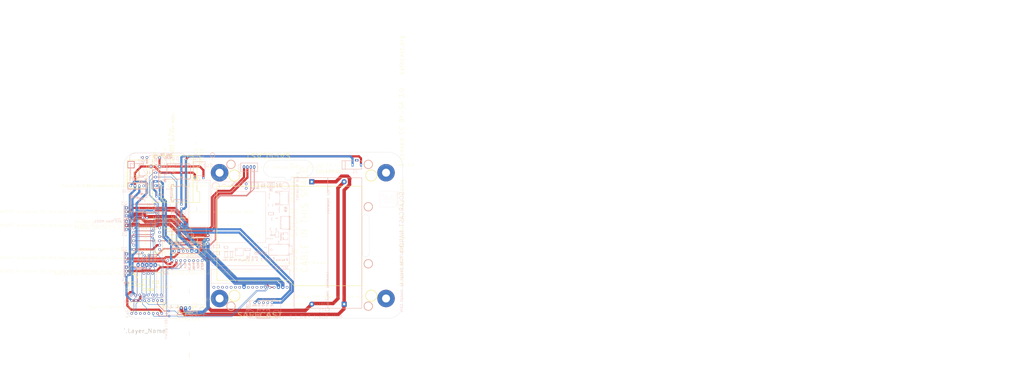
<source format=kicad_pcb>
(kicad_pcb (version 4) (host pcbnew "(2014-07-21 BZR 5016)-product")
  (layers (0 F.Cu signal) (31 B.Cu signal) (34 B.Paste user) (35 F.Paste user) (36 B.SilkS user) (37 F.SilkS user) (38 B.Mask user) (39 F.Mask user) (44 Edge.Cuts user))
  (net 0 "")
  (net 1 "Net1")
  (net 2 "UGPS-TX")
  (net 3 "UGPS-RX")
  (net 4 "TWI-SDA")
  (net 5 "TWI-SCL")
  (net 6 "PANEL-POS")
  (net 7 "NetC1_1")
  (net 8 "MCU-TX")
  (net 9 "MCU-SWDIO")
  (net 10 "MCU-SWCLK")
  (net 11 "MCU-RX")
  (net 12 "LIS-INT")
  (net 13 "GND")
  (net 14 "GND-TWI")
  (net 15 "GND-GPS")
  (net 16 "GND-GEIG")
  (net 17 "GND-CELL")
  (net 18 "GEIGER1")
  (net 19 "GEIGER0")
  (net 20 "FONA-RX")
  (net 21 "FONA-BAT")
  (net 22 "ENABLE_TWI")
  (net 23 "ENABLE-GPS")
  (net 24 "ENABLE-GEIG")
  (net 25 "ENABLE-CELL")
  (net 26 "BAT-SW")
  (net 27 "BAT-POS")
  (net 28 "BAT-BUS")
  (net 29 "3V3")
  (net 30 "FONA-TX")
  (net 31 "NANO_VIN")
  (module "ADAFRUIT_1833" (layer B.Cu) (at 89.2048 -33.8836)
    (fp_text reference "MOD8" hide)
    (fp_text value "Adafruit 1833 Micro USB Breakout Module" hide)
    (fp_text value "Adafruit 1833 MicroUSB Breakout Module")
  )
  (module "VOLTAIC_SOLAR_PANEL_1W" (layer F.Cu) (at 73.468 -35.052)
    (fp_text reference "SOLARPANEL" hide)
    (fp_text value "Voltaic 1W Solar Panel" hide)
    (fp_text value "1 Watt Solar Panel")
  )
  (module "E-SWITCH EG1270" (layer F.Cu) (at 53.40016 -30.19539)
    (fp_text reference "SW1" hide)
    (fp_text value "SWITCH SLIDE SPDT 300MA 6V" hide)
    (fp_text value "SWITCH SLIDE DPDT 200MA 30V")
  )
  (module "REDBEAR DAPLINK 1.5" (layer B.Cu) (at 22.85999 -76.684)
    (fp_text reference "MOD7" hide)
    (fp_text value "DAPLink programmer for Nano V2" hide)
    (fp_text value "Redbear DAPLink 1.5 (included in purchase with BLE Nano)")
  )
  (module "REDBEAR NANO V2" (layer F.Cu) (at 22.86 -63.984)
    (fp_text reference "MOD6" hide)
    (fp_text value "RedBear Nano V2 NRF 52832 Module" hide)
    (fp_text value "Redbear Nano V2 Plus - nRF52832 processor module")
  )
  (module "IIC_OLED_960" (layer F.Cu) (at 35.668 -101.6)
    (fp_text reference "OLED1" hide)
    (fp_text value "IIC OLED Dispaly 0.96\" diagonal w/ VCC on pin 1" hide)
    (fp_text value "IIC 0.96\" Inches White I2C 128x64 OLED LCD Display Module, with VCC on pin 1")
  )
  (module "POLOLU_791" (layer B.Cu) (at 66.54799 -72.28)
    (fp_text reference "VREG2" hide)
    (fp_text value "Pololou 2122 - 3.3V Step-Up/Step-Down Voltage Regulator" hide)
    (fp_text value "Pololu Adjustable Boost Regulator Module (2.5-9.5V)")
  )
  (module "POLOLU_2122" (layer F.Cu) (at 21.02668 -101.5086)
    (fp_text reference "VREG1" hide)
    (fp_text value "Pololou 2122 - 3.3V Step-Up/Step-Down Voltage Regulator" hide)
    (fp_text value "Pololu 3.3V Step-Up/Step-Down Voltage Regulator Module (S7V8F3)")
  )
  (module "TO-251-3" (layer B.Cu) (at 18.55 -51.19)
    (fp_text reference "Q4" hide)
    (fp_text value "3-Leads, Body 6.8x2.5mm, Pitch 2.29mm" hide)
    (fp_text value "MOSFET N-channel 30V (the easy to handle IPAK version) carefully chosen for high-current Fona, and is a very flexible part)")
  )
  (module "TO-251-3" (layer B.Cu) (at 18.5 -86.2)
    (fp_text reference "Q3" hide)
    (fp_text value "3-Leads, Body 6.8x2.5mm, Pitch 2.29mm" hide)
    (fp_text value "MOSFET N-channel 30V (the easy to handle IPAK version) carefully chosen for high-current Fona, and is a very flexible part)")
  )
  (module "TO-251-3" (layer B.Cu) (at 18.55 -59.056)
    (fp_text reference "Q2" hide)
    (fp_text value "3-Leads, Body 6.8x2.5mm, Pitch 2.29mm" hide)
    (fp_text value "MOSFET N-channel 30V (the easy to handle IPAK version) carefully chosen for high-current Fona, and is a very flexible part)")
  )
  (module "TO-251-3" (layer B.Cu) (at 18.55 -78.19)
    (fp_text reference "Q1" hide)
    (fp_text value "3-Leads, Body 6.8x2.5mm, Pitch 2.29mm" hide)
    (fp_text value "MOSFET N-channel 30V (the easy to handle IPAK version) carefully chosen for high-current Fona, and is a very flexible part)")
  )
  (module "ADAFRUIT 746" (layer B.Cu) (at 63.2 -57.404)
    (fp_text reference "MOD5" hide)
    (fp_text value "Adafruit Ultimate GPS" hide)
    (fp_text value "Adafruit Ultimate GPS Breakout - 66 channel w/10 Hz updates - Version 3")
  )
  (module "ADAFRUIT 904" (layer F.Cu) (at 46.944 -62.992)
    (fp_text reference "MOD3" hide)
    (fp_text value "" hide)
    (fp_text value "Adafruit INA219 High Side DC Current Sensor Breakout")
  )
  (module "ADAFRUIT 390" (layer B.Cu) (at 20.44699 -80.134)
    (fp_text reference "MOD1" hide)
    (fp_text value "Adafruit MCP73871 Solar Charger" hide)
    (fp_text value "Adafruit DC / Solar Lithium Ion/Polymer charger - v2")
  )
  (module "CUI_PJ-031CH_WITH_PLUG" (layer B.Cu) (at 156.9 -113.9)
    (fp_text reference "J1" hide)
    (fp_text value "DC Jack 1.0x3.4 mm modeled with mating plug" hide)
    (fp_text value "DC Jack, 1.0 x 3.4 mm (for 1.1 x 3.5 mm plug). T/H")
  )
  (module "N0016A" (layer F.Cu) (at 30.507 -30.0452)
    (fp_text reference "IC1" hide)
    (fp_text value "DIP, 16-Leads, Body 19.7x6.6mm, Pitch 2.54mm" hide)
    (fp_text value "Dual 4-Channel Analog Multiplexer/Demultiplexer DIP-16")
  )
  (module "KEYSTONE 1049_R1" (layer B.Cu) (at 127.83499 -31.69)
    (fp_text reference "BAT1" hide)
    (fp_text value "THM Holder for Dual 18650 Batteries P/N 1049" hide)
    (fp_text value "Battery Holder, 2x18650, T/H")
  )
  (module "MOLEX_146185-0100" (layer B.Cu) (at 94.20001 -101.727)
    (fp_text reference "ANT1" hide)
    (fp_text value "Cellular Quad-band Flex Antenna, 15.00mm Width, Cable Length 100.00mm" hide)
    (fp_text value "Antenna, Cellular Radio, 3G")
  )
  (module "ADAFRUIT_2809" (layer F.Cu) (at 28.856 -49.784)
    (fp_text reference "MOD4" hide)
    (fp_text value "Adafruit LIS3DH Triple-Axis Accelerometer (+-2g/4g/8g/16g)" hide)
    (fp_text value "Adafruit high-resolution ultra low-power triaxial (3-axis) accelerometer module (LIS3DH)")
  )
  (module "ADAFRUIT 2687_RA" (layer B.Cu) (at 113.28401 -56.134)
    (fp_text reference "MOD2" hide)
    (fp_text value "Adafruit FONA 3G Cellular + GPS Breakout, with RA header and matching socket" hide)
    (fp_text value "Adafruit FONA 3G Cellular + GPS Breakout")
  )
  (module "RB13-25" (layer B.Cu) (at 61.42799 -106.172)
    (fp_text reference "C1" hide)
    (fp_text value "Polarized Capacitor (Radial); 2 Leads" hide)
    (fp_text value "Polarized Capacitor (Radial)")
  )
  (module "BAT18650" (layer B.Cu) (at 147.2184 -36.036)
    (fp_text reference "BOM2" hide)
    (fp_text value "BATTERY - ROUND 18X65.0mm" hide)
    (fp_text value "Additional BOM Item")
  )
  (module "BAT18650" (layer B.Cu) (at 127.3556 -36.036)
    (fp_text reference "BOM1" hide)
    (fp_text value "BATTERY - ROUND 18X65.0mm" hide)
    (fp_text value "Additional BOM Item")
  )
  (module "NSTECH 1125S" (layer B.Cu) (at 90.88387 -112.43021)
    (fp_text reference "CON1" hide)
    (fp_text value "Boxed Square Header Socket, Used for Grove 4pin" hide)
    (fp_text value "Grove 4 Pin Connector Female T/H, labeled for Safecast Geiegie products")
  )
  (module "DEFAULT" (layer F.Cu) (at 0 0))
  (gr_arc (start 82.19967 -36.59952) (end 85.49967 -36.59952) (angle -360) (layer F.SilkS) (width 0.4))
  (gr_arc (start 162.93633 -36.70353) (end 166.23633 -36.70353) (angle -360) (layer F.SilkS) (width 0.4))
  (gr_arc (start 162.93633 -107.60049) (end 166.23633 -107.60049) (angle -360) (layer F.SilkS) (width 0.4))
  (gr_arc (start 82.19967 -107.60049) (end 85.49967 -107.60049) (angle -360) (layer F.SilkS) (width 0.4))
  (gr_arc (start 58.94258 -106.17996) (end 60.05592 -106.17996) (angle -360) (layer F.SilkS) (width 0.4))
  (gr_arc (start 33.02000 -112.90000) (end 34.13334 -112.90000) (angle -360) (layer F.SilkS) (width 0.4))
  (gr_arc (start 38.10000 -112.90000) (end 39.21334 -112.90000) (angle -360) (layer F.SilkS) (width 0.4))
  (gr_arc (start 40.58920 -93.26893) (end 41.71844 -93.26893) (angle -360) (layer F.SilkS) (width 0.2))
  (gr_arc (start 38.21320 -80.68010) (end 39.73301 -80.72897) (angle -89.9) (layer F.SilkS) (width 0.127))
  (gr_arc (start 22.83450 -80.67850) (end 22.76900 -82.19999) (angle -90.0000000000001) (layer F.SilkS) (width 0.127))
  (gr_arc (start 22.86000 -62.96000) (end 21.31304 -62.93900) (angle -90) (layer F.SilkS) (width 0.127))
  (gr_arc (start 38.24130 -62.90450) (end 38.29599 -61.41300) (angle -89.8) (layer F.SilkS) (width 0.127))
  (gr_arc (start 39.14300 -49.27600) (end 40.19339 -49.27600) (angle -360) (layer F.SilkS) (width 0.127))
  (gr_arc (start 24.64140 -49.25740) (end 23.39102 -49.27923) (angle -92.0000356909059) (layer F.SilkS) (width 0.127))
  (gr_arc (start 24.66101 -49.27699) (end 24.66101 -48.00699) (angle -90.000042804287) (layer F.SilkS) (width 0.127))
  (gr_arc (start 24.66101 -49.27699) (end 25.93101 -49.27699) (angle -90.000042804287) (layer F.SilkS) (width 0.127))
  (gr_arc (start 24.66101 -49.27699) (end 24.66101 -50.54699) (angle -90.0000856085739) (layer F.SilkS) (width 0.127))
  (gr_arc (start 24.54199 -47.75200) (end 24.54199 -47.87900) (angle -180) (layer F.SilkS) (width 0.127))
  (gr_arc (start 24.79599 -47.75200) (end 24.79599 -47.62500) (angle -180) (layer F.SilkS) (width 0.127))
  (gr_arc (start 24.54199 -47.49800) (end 24.54199 -47.62500) (angle -180) (layer F.SilkS) (width 0.127))
  (gr_arc (start 24.79599 -47.49800) (end 24.79599 -47.37100) (angle -180) (layer F.SilkS) (width 0.127))
  (gr_arc (start 24.38250 -47.24400) (end 24.38250 -47.37100) (angle -180) (layer F.SilkS) (width 0.127))
  (gr_arc (start 24.95550 -47.24400) (end 24.95550 -47.11700) (angle -180) (layer F.SilkS) (width 0.127))
  (gr_arc (start 24.57300 -46.99000) (end 24.57300 -47.11700) (angle -180) (layer F.SilkS) (width 0.127))
  (gr_arc (start 24.76500 -46.99000) (end 24.76500 -46.86300) (angle -180) (layer F.SilkS) (width 0.127))
  (gr_arc (start 24.54199 -47.37001) (end 24.41499 -47.37001) (angle -180) (layer F.SilkS) (width 0.127))
  (gr_arc (start 24.54199 -48.00501) (end 24.66899 -48.00501) (angle -180) (layer F.SilkS) (width 0.127))
  (gr_arc (start 24.28799 -47.37001) (end 24.28799 -47.49701) (angle -180) (layer F.SilkS) (width 0.127))
  (gr_arc (start 24.54199 -47.37001) (end 24.54199 -47.24301) (angle -180) (layer F.SilkS) (width 0.127))
  (gr_arc (start 24.66899 -46.86201) (end 24.56739 -46.78581) (angle -180) (layer F.SilkS) (width 0.127))
  (gr_arc (start 24.28799 -47.37001) (end 24.38959 -47.44621) (angle -180) (layer F.SilkS) (width 0.127))
  (gr_arc (start 25.04999 -47.37001) (end 25.15159 -47.29381) (angle -180) (layer F.SilkS) (width 0.127))
  (gr_arc (start 24.66899 -46.86201) (end 24.56739 -46.93821) (angle -180) (layer F.SilkS) (width 0.127))
  (gr_arc (start 24.79599 -47.37001) (end 24.79599 -47.49701) (angle -180) (layer F.SilkS) (width 0.127))
  (gr_arc (start 25.04999 -47.37001) (end 25.04999 -47.24301) (angle -180) (layer F.SilkS) (width 0.127))
  (gr_arc (start 24.79599 -48.00501) (end 24.92299 -48.00501) (angle -180) (layer F.SilkS) (width 0.127))
  (gr_arc (start 24.79599 -47.37001) (end 24.66899 -47.37001) (angle -180) (layer F.SilkS) (width 0.127))
  (gr_arc (start 24.54199 -48.00501) (end 24.54199 -48.13201) (angle -180) (layer F.SilkS) (width 0.127))
  (gr_arc (start 24.79599 -48.00501) (end 24.79599 -47.87801) (angle -180) (layer F.SilkS) (width 0.127))
  (gr_arc (start 22.58532 -49.53000) (end 22.58532 -49.65700) (angle -180) (layer F.SilkS) (width 0.127))
  (gr_arc (start 22.75601 -49.53000) (end 22.75601 -49.40300) (angle -180) (layer F.SilkS) (width 0.127))
  (gr_arc (start 22.24933 -49.27600) (end 22.24933 -49.40300) (angle -180) (layer F.SilkS) (width 0.127))
  (gr_arc (start 23.39101 -49.27600) (end 23.39101 -49.14900) (angle -180) (layer F.SilkS) (width 0.127))
  (gr_arc (start 22.58799 -49.02200) (end 22.58799 -49.14900) (angle -180) (layer F.SilkS) (width 0.127))
  (gr_arc (start 22.75601 -49.02200) (end 22.75601 -48.89500) (angle -180) (layer F.SilkS) (width 0.127))
  (gr_arc (start 22.75601 -49.40399) (end 22.75601 -49.53099) (angle -180) (layer F.SilkS) (width 0.127))
  (gr_arc (start 23.39101 -49.40399) (end 23.39101 -49.27699) (angle -180) (layer F.SilkS) (width 0.127))
  (gr_arc (start 22.75601 -49.65799) (end 22.88301 -49.65799) (angle -180) (layer F.SilkS) (width 0.127))
  (gr_arc (start 22.75601 -49.40399) (end 22.62901 -49.40399) (angle -180) (layer F.SilkS) (width 0.127))
  (gr_arc (start 22.24801 -49.27699) (end 22.17181 -49.37859) (angle -180) (layer F.SilkS) (width 0.127))
  (gr_arc (start 22.75601 -49.65799) (end 22.83221 -49.55639) (angle -180) (layer F.SilkS) (width 0.127))
  (gr_arc (start 22.75601 -48.89599) (end 22.67981 -48.79439) (angle -180) (layer F.SilkS) (width 0.127))
  (gr_arc (start 22.24801 -49.27699) (end 22.32421 -49.37859) (angle -180) (layer F.SilkS) (width 0.127))
  (gr_arc (start 22.75601 -49.14999) (end 22.88301 -49.14999) (angle -180) (layer F.SilkS) (width 0.127))
  (gr_arc (start 22.75601 -48.89599) (end 22.62901 -48.89599) (angle -180) (layer F.SilkS) (width 0.127))
  (gr_arc (start 23.39101 -49.14999) (end 23.39101 -49.02299) (angle -180) (layer F.SilkS) (width 0.127))
  (gr_arc (start 22.75601 -49.14999) (end 22.75601 -49.27699) (angle -180) (layer F.SilkS) (width 0.127))
  (gr_arc (start 23.39101 -49.40399) (end 23.51801 -49.40399) (angle -180) (layer F.SilkS) (width 0.127))
  (gr_arc (start 23.39101 -49.14999) (end 23.26401 -49.14999) (angle -180) (layer F.SilkS) (width 0.127))
  (gr_arc (start 22.50600 -52.32400) (end 22.50600 -54.86400) (angle -90) (layer F.SilkS) (width 0.127))
  (gr_arc (start 37.74600 -52.32400) (end 40.28600 -52.32400) (angle -90) (layer F.SilkS) (width 0.127))
  (gr_arc (start 37.74600 -37.08400) (end 38.81945 -34.78198) (angle -65) (layer F.SilkS) (width 0.127))
  (gr_arc (start 22.50600 -37.08400) (end 19.96600 -37.08400) (angle -65) (layer F.SilkS) (width 0.127))
  (gr_arc (start 37.74600 -52.32400) (end 35.87254 -53.27629) (angle -324.839138996648) (layer F.SilkS) (width 0.127))
  (gr_arc (start 22.50600 -52.32400) (end 24.60760 -52.32400) (angle -360) (layer F.SilkS) (width 0.127))
  (gr_arc (start 39.35700 -31.69520) (end 39.65700 -31.69520) (angle -360) (layer F.SilkS) (width 0.15))
  (gr_arc (start 40.69700 -33.85520) (end 40.82200 -33.85520) (angle -360) (layer F.SilkS) (width 0.0625))
  (gr_arc (start 40.35700 -30.04520) (end 40.35700 -30.68020) (angle -180) (layer F.SilkS) (width 0.2))
  (gr_arc (start 54.86301 -69.03001) (end 54.96301 -69.03001) (angle -360) (layer F.SilkS) (width 0.127))
  (gr_arc (start 42.75300 -79.89801) (end 44.50301 -79.89801) (angle -360) (layer F.SilkS) (width 0.127))
  (gr_arc (start 42.75300 -62.73800) (end 44.50301 -62.73800) (angle -360) (layer F.SilkS) (width 0.127))
  (gr_arc (start 63.07300 -62.73800) (end 64.82301 -62.73800) (angle -360) (layer F.SilkS) (width 0.127))
  (gr_arc (start 62.05700 -69.58800) (end 62.05700 -69.71500) (angle -180) (layer F.SilkS) (width 0.127))
  (gr_arc (start 62.56500 -69.58800) (end 62.56500 -69.46100) (angle -180) (layer F.SilkS) (width 0.127))
  (gr_arc (start 60.91400 -70.35000) (end 60.91400 -70.60400) (angle -90) (layer F.SilkS) (width 0.127))
  (gr_arc (start 63.70800 -70.35000) (end 63.96200 -70.35000) (angle -90) (layer F.SilkS) (width 0.127))
  (gr_arc (start 63.70800 -68.82600) (end 63.70800 -68.57200) (angle -90) (layer F.SilkS) (width 0.127))
  (gr_arc (start 60.91400 -68.82600) (end 60.66000 -68.82600) (angle -90) (layer F.SilkS) (width 0.127))
  (gr_arc (start 62.05700 -67.05600) (end 62.05700 -67.18300) (angle -180) (layer F.SilkS) (width 0.127))
  (gr_arc (start 62.56500 -67.05600) (end 62.56500 -66.92900) (angle -180) (layer F.SilkS) (width 0.127))
  (gr_arc (start 60.91400 -67.81800) (end 60.91400 -68.07200) (angle -90) (layer F.SilkS) (width 0.127))
  (gr_arc (start 63.70800 -67.81800) (end 63.96200 -67.81800) (angle -90) (layer F.SilkS) (width 0.127))
  (gr_arc (start 63.70800 -66.29400) (end 63.70800 -66.04000) (angle -90) (layer F.SilkS) (width 0.127))
  (gr_arc (start 60.91400 -66.29400) (end 60.66000 -66.29400) (angle -90) (layer F.SilkS) (width 0.127))
  (gr_arc (start 42.75300 -62.73800) (end 40.21300 -62.73800) (angle -90) (layer F.SilkS) (width 0.127))
  (gr_arc (start 63.07300 -62.73800) (end 63.07300 -60.19800) (angle -90) (layer F.SilkS) (width 0.127))
  (gr_arc (start 42.75300 -79.89801) (end 42.75300 -82.43801) (angle -90) (layer F.SilkS) (width 0.127))
  (gr_arc (start 26.38391 -63.99036) (end 27.51315 -63.99036) (angle -360) (layer B.SilkS) (width 0.2))
  (gr_arc (start 35.14860 -76.73635) (end 36.27784 -76.73635) (angle -360) (layer B.SilkS) (width 0.2))
  (gr_arc (start 38.25130 -76.88450) (end 39.74298 -76.83501) (angle -89.8000000000001) (layer B.SilkS) (width 0.127))
  (gr_arc (start 22.86999 -76.82900) (end 22.89099 -78.37596) (angle -90) (layer B.SilkS) (width 0.127))
  (gr_arc (start 22.84450 -51.92000) (end 21.32301 -51.98550) (angle -90) (layer B.SilkS) (width 0.127))
  (gr_arc (start 38.22320 -51.91840) (end 38.17698 -50.39850) (angle -89.9000000000001) (layer B.SilkS) (width 0.127))
  (gr_arc (start 33.01999 -112.90000) (end 34.13333 -112.90000) (angle -360) (layer B.SilkS) (width 0.4))
  (gr_arc (start 51.56568 -84.87070) (end 52.69492 -84.87070) (angle -360) (layer B.SilkS) (width 0.2))
  (gr_arc (start 35.76175 -118.54748) (end 36.89099 -118.54748) (angle -360) (layer B.SilkS) (width 0.2))
  (gr_arc (start 38.09999 -112.90000) (end 39.21333 -112.90000) (angle -360) (layer B.SilkS) (width 0.4))
  (gr_arc (start 41.79200 -50.26614) (end 42.92124 -50.26614) (angle -360) (layer B.SilkS) (width 0.2))
  (gr_arc (start 69.30000 -119.60000) (end 70.68924 -119.60000) (angle -360) (layer B.SilkS) (width 0.254))
  (gr_arc (start 18.80000 -33.37670) (end 19.92924 -33.37670) (angle -360) (layer B.SilkS) (width 0.2))
  (gr_arc (start 71.37401 -101.34600) (end 71.37401 -103.88600) (angle -90) (layer B.SilkS) (width 0.127))
  (gr_arc (start 112.01401 -101.34600) (end 114.55401 -101.34600) (angle -90) (layer B.SilkS) (width 0.127))
  (gr_arc (start 111.41479 -86.75200) (end 111.46899 -86.40199) (angle -162.39452) (layer B.SilkS) (width 0.127))
  (gr_arc (start 113.37321 -86.75200) (end 113.31901 -87.10201) (angle -162.39452) (layer B.SilkS) (width 0.127))
  (gr_arc (start 111.54400 -87.20201) (end 111.64700 -87.20201) (angle -360) (layer B.SilkS) (width 0.127))
  (gr_arc (start 113.36821 -88.60000) (end 113.31401 -88.95001) (angle -162.39452) (layer B.SilkS) (width 0.127))
  (gr_arc (start 111.40982 -88.60000) (end 111.46402 -88.24999) (angle -162.39452) (layer B.SilkS) (width 0.127))
  (gr_arc (start 113.23900 -88.14999) (end 113.34200 -88.14999) (angle -360) (layer B.SilkS) (width 0.127))
  (gr_arc (start 85.09001 -102.96020) (end 84.74000 -102.90600) (angle -162.39452) (layer B.SilkS) (width 0.127))
  (gr_arc (start 85.09001 -101.00180) (end 85.44002 -101.05600) (angle -162.39452) (layer B.SilkS) (width 0.127))
  (gr_arc (start 85.54002 -102.83101) (end 85.64302 -102.83101) (angle -360) (layer B.SilkS) (width 0.127))
  (gr_arc (start 81.02601 -102.96020) (end 80.67600 -102.90600) (angle -162.39452) (layer B.SilkS) (width 0.127))
  (gr_arc (start 81.02601 -101.00180) (end 81.37602 -101.05600) (angle -162.39452) (layer B.SilkS) (width 0.127))
  (gr_arc (start 81.47602 -102.83101) (end 81.57902 -102.83101) (angle -360) (layer B.SilkS) (width 0.127))
  (gr_arc (start 102.87760 -101.98100) (end 104.80899 -101.18100) (angle -44.99939) (layer B.SilkS) (width 0.127))
  (gr_arc (start 104.64041 -101.98100) (end 102.70902 -102.78100) (angle -44.9993880000001) (layer B.SilkS) (width 0.127))
  (gr_arc (start 110.16301 -76.40599) (end 109.76301 -76.40599) (angle -90) (layer B.SilkS) (width 0.127))
  (gr_arc (start 110.23801 -83.03100) (end 110.23801 -83.50601) (angle -90) (layer B.SilkS) (width 0.127))
  (gr_arc (start 114.88802 -82.48099) (end 115.23803 -82.48099) (angle -90) (layer B.SilkS) (width 0.127))
  (gr_arc (start 114.91301 -76.98100) (end 114.91301 -76.65601) (angle -90) (layer B.SilkS) (width 0.127))
  (gr_arc (start 103.92700 -63.75400) (end 104.57701 -63.75400) (angle -360) (layer B.SilkS) (width 0.127))
  (gr_arc (start 71.37401 -101.34600) (end 73.37401 -101.34600) (angle -360) (layer B.SilkS) (width 0.127))
  (gr_arc (start 112.01401 -101.34600) (end 114.01401 -101.34600) (angle -360) (layer B.SilkS) (width 0.127))
  (gr_arc (start 75.84301 -65.50101) (end 75.94301 -65.50101) (angle -360) (layer B.SilkS) (width 0.127))
  (gr_arc (start 108.20401 -74.16800) (end 108.45801 -74.16800) (angle -90) (layer B.SilkS) (width 0.127))
  (gr_arc (start 108.20401 -71.37400) (end 108.20401 -71.12000) (angle -90) (layer B.SilkS) (width 0.127))
  (gr_arc (start 106.68001 -71.37400) (end 106.42601 -71.37400) (angle -90) (layer B.SilkS) (width 0.127))
  (gr_arc (start 106.68001 -74.16800) (end 106.68001 -74.42200) (angle -90) (layer B.SilkS) (width 0.127))
  (gr_arc (start 83.46501 -63.78400) (end 83.92460 -63.78400) (angle -360) (layer B.SilkS) (width 0.127))
  (gr_arc (start 50.49400 -83.13400) (end 50.49400 -80.13400) (angle -90) (layer B.SilkS) (width 0.127))
  (gr_arc (start 50.49400 -117.81600) (end 53.49400 -117.81600) (angle -90) (layer B.SilkS) (width 0.127))
  (gr_arc (start 23.44699 -117.81600) (end 23.44699 -120.81600) (angle -90) (layer B.SilkS) (width 0.127))
  (gr_arc (start 23.44699 -83.13400) (end 20.44699 -83.13400) (angle -90) (layer B.SilkS) (width 0.127))
  (gr_arc (start 49.14970 -92.47090) (end 49.22590 -92.47090) (angle -180) (layer B.SilkS) (width 0.127))
  (gr_arc (start 49.14970 -91.38620) (end 49.07350 -91.38620) (angle -180) (layer B.SilkS) (width 0.127))
  (gr_arc (start 49.14970 -87.51790) (end 49.22590 -87.51790) (angle -180) (layer B.SilkS) (width 0.127))
  (gr_arc (start 49.14970 -86.43320) (end 49.07350 -86.43320) (angle -180) (layer B.SilkS) (width 0.127))
  (gr_arc (start 48.60740 -86.97550) (end 48.60740 -87.05170) (angle -180) (layer B.SilkS) (width 0.127))
  (gr_arc (start 49.69200 -86.97550) (end 49.69200 -86.89930) (angle -180) (layer B.SilkS) (width 0.127))
  (gr_arc (start 20.75179 -94.76330) (end 20.70099 -94.76330) (angle -180) (layer B.SilkS) (width 0.0254))
  (gr_arc (start 20.75179 -96.08520) (end 20.80259 -96.08520) (angle -180) (layer B.SilkS) (width 0.0254))
  (gr_arc (start 21.41279 -94.76330) (end 21.41279 -94.71250) (angle -180) (layer B.SilkS) (width 0.0254))
  (gr_arc (start 20.75179 -94.76330) (end 20.75179 -94.81410) (angle -180) (layer B.SilkS) (width 0.0254))
  (gr_arc (start 21.63310 -94.98360) (end 21.66900 -94.94770) (angle -179.999999999999) (layer B.SilkS) (width 0.025385))
  (gr_arc (start 21.41274 -94.76330) (end 21.37679 -94.79920) (angle -180) (layer B.SilkS) (width 0.025405))
  (gr_arc (start 21.63310 -95.20390) (end 21.68390 -95.20390) (angle -180) (layer B.SilkS) (width 0.0254))
  (gr_arc (start 21.63310 -94.98360) (end 21.58230 -94.98360) (angle -180) (layer B.SilkS) (width 0.0254))
  (gr_arc (start 21.41274 -95.42425) (end 21.44869 -95.46020) (angle -179.999999999999) (layer B.SilkS) (width 0.02542))
  (gr_arc (start 21.63310 -95.20390) (end 21.59720 -95.16800) (angle -180.000000000002) (layer B.SilkS) (width 0.025385))
  (gr_arc (start 21.63310 -95.64455) (end 21.66900 -95.60860) (angle -180) (layer B.SilkS) (width 0.025405))
  (gr_arc (start 21.41274 -95.42425) (end 21.37679 -95.46020) (angle -180.000000000001) (layer B.SilkS) (width 0.02542))
  (gr_arc (start 21.63310 -95.86490) (end 21.68390 -95.86490) (angle -180) (layer B.SilkS) (width 0.0254))
  (gr_arc (start 21.63310 -95.64460) (end 21.58230 -95.64460) (angle -180) (layer B.SilkS) (width 0.0254))
  (gr_arc (start 21.41274 -96.08520) (end 21.44869 -96.12110) (angle -180) (layer B.SilkS) (width 0.025405))
  (gr_arc (start 21.63310 -95.86490) (end 21.59720 -95.82900) (angle -180.000000000002) (layer B.SilkS) (width 0.025385))
  (gr_arc (start 20.75179 -96.08520) (end 20.75179 -96.13600) (angle -180) (layer B.SilkS) (width 0.0254))
  (gr_arc (start 21.41279 -96.08520) (end 21.41279 -96.03440) (angle -180) (layer B.SilkS) (width 0.0254))
  (gr_arc (start 21.41279 -95.42420) (end 21.41279 -95.37340) (angle -180) (layer B.SilkS) (width 0.0254))
  (gr_arc (start 20.75179 -95.42420) (end 20.75179 -95.47500) (angle -180) (layer B.SilkS) (width 0.0254))
  (gr_arc (start 22.06150 -95.20390) (end 22.01070 -95.20390) (angle -180) (layer B.SilkS) (width 0.0254))
  (gr_arc (start 22.06150 -96.08520) (end 22.11230 -96.08520) (angle -180) (layer B.SilkS) (width 0.0254))
  (gr_arc (start 22.50214 -94.76330) (end 22.46619 -94.72740) (angle -180) (layer B.SilkS) (width 0.025405))
  (gr_arc (start 22.06150 -95.20390) (end 22.09740 -95.23980) (angle -179.999999999999) (layer B.SilkS) (width 0.025385))
  (gr_arc (start 22.94279 -95.20390) (end 22.97869 -95.16800) (angle -179.999999999999) (layer B.SilkS) (width 0.025385))
  (gr_arc (start 22.50214 -94.76330) (end 22.46619 -94.79920) (angle -180) (layer B.SilkS) (width 0.025405))
  (gr_arc (start 22.94279 -96.08520) (end 22.99359 -96.08520) (angle -180) (layer B.SilkS) (width 0.0254))
  (gr_arc (start 22.94279 -95.20390) (end 22.89199 -95.20390) (angle -180) (layer B.SilkS) (width 0.0254))
  (gr_arc (start 22.94279 -95.42420) (end 22.94279 -95.37340) (angle -180) (layer B.SilkS) (width 0.0254))
  (gr_arc (start 22.06150 -95.42420) (end 22.06150 -95.47500) (angle -180) (layer B.SilkS) (width 0.0254))
  (gr_arc (start 23.81190 -94.76330) (end 23.76110 -94.76330) (angle -180) (layer B.SilkS) (width 0.0254))
  (gr_arc (start 23.81190 -96.08520) (end 23.86270 -96.08520) (angle -180) (layer B.SilkS) (width 0.0254))
  (gr_arc (start 24.25249 -94.76330) (end 24.25249 -94.71250) (angle -180) (layer B.SilkS) (width 0.0254))
  (gr_arc (start 23.37129 -94.76330) (end 23.37129 -94.81410) (angle -180) (layer B.SilkS) (width 0.0254))
  (gr_arc (start 25.12160 -94.76330) (end 25.07080 -94.76330) (angle -180) (layer B.SilkS) (width 0.0254))
  (gr_arc (start 25.12160 -96.08520) (end 25.17240 -96.08520) (angle -180) (layer B.SilkS) (width 0.0254))
  (gr_arc (start 25.56230 -94.76330) (end 25.56230 -94.71250) (angle -180) (layer B.SilkS) (width 0.0254))
  (gr_arc (start 24.68099 -94.76330) (end 24.68099 -94.81410) (angle -180) (layer B.SilkS) (width 0.0254))
  (gr_arc (start 20.75179 -105.99120) (end 20.80259 -105.99120) (angle -180) (layer B.SilkS) (width 0.0254))
  (gr_arc (start 20.75179 -104.66930) (end 20.70099 -104.66930) (angle -180) (layer B.SilkS) (width 0.0254))
  (gr_arc (start 21.63310 -105.99120) (end 21.63310 -105.94040) (angle -180) (layer B.SilkS) (width 0.0254))
  (gr_arc (start 20.75179 -105.99120) (end 20.75179 -106.04200) (angle -180) (layer B.SilkS) (width 0.0254))
  (gr_arc (start 22.28179 -104.66930) (end 22.28179 -104.72010) (angle -180) (layer B.SilkS) (width 0.0254))
  (gr_arc (start 22.72249 -104.66930) (end 22.72249 -104.61850) (angle -180) (layer B.SilkS) (width 0.0254))
  (gr_arc (start 22.06150 -104.88960) (end 22.09740 -104.92550) (angle -180) (layer B.SilkS) (width 0.025385))
  (gr_arc (start 22.28185 -104.66930) (end 22.24590 -104.63340) (angle -180.000000000003) (layer B.SilkS) (width 0.025405))
  (gr_arc (start 22.06150 -105.77090) (end 22.11230 -105.77090) (angle -180) (layer B.SilkS) (width 0.0254))
  (gr_arc (start 22.06150 -104.88960) (end 22.01070 -104.88960) (angle -180) (layer B.SilkS) (width 0.0254))
  (gr_arc (start 22.28185 -105.99120) (end 22.31780 -105.95530) (angle -180) (layer B.SilkS) (width 0.025405))
  (gr_arc (start 22.06150 -105.77090) (end 22.02560 -105.80680) (angle -180) (layer B.SilkS) (width 0.025385))
  (gr_arc (start 22.72249 -105.99120) (end 22.72249 -105.94040) (angle -180) (layer B.SilkS) (width 0.0254))
  (gr_arc (start 22.28179 -105.99120) (end 22.28179 -106.04200) (angle -180) (layer B.SilkS) (width 0.0254))
  (gr_arc (start 22.94279 -105.77090) (end 22.90689 -105.73500) (angle -180) (layer B.SilkS) (width 0.025385))
  (gr_arc (start 22.72249 -105.99120) (end 22.75839 -106.02710) (angle -180) (layer B.SilkS) (width 0.025385))
  (gr_arc (start 22.94279 -104.88960) (end 22.89199 -104.88960) (angle -180) (layer B.SilkS) (width 0.0254))
  (gr_arc (start 22.94279 -105.77090) (end 22.99359 -105.77090) (angle -180) (layer B.SilkS) (width 0.0254))
  (gr_arc (start 22.72249 -104.66930) (end 22.68659 -104.70520) (angle -180.000000000002) (layer B.SilkS) (width 0.025385))
  (gr_arc (start 22.94279 -104.88960) (end 22.97869 -104.85370) (angle -180) (layer B.SilkS) (width 0.025385))
  (gr_arc (start 23.37129 -105.10990) (end 23.32049 -105.10990) (angle -180) (layer B.SilkS) (width 0.0254))
  (gr_arc (start 23.37129 -105.99120) (end 23.42209 -105.99120) (angle -180) (layer B.SilkS) (width 0.0254))
  (gr_arc (start 23.81190 -104.66930) (end 23.77600 -104.63340) (angle -180.000000000003) (layer B.SilkS) (width 0.025385))
  (gr_arc (start 23.37125 -105.10990) (end 23.40720 -105.14580) (angle -180.000000000003) (layer B.SilkS) (width 0.025405))
  (gr_arc (start 24.25254 -105.10990) (end 24.28849 -105.07400) (angle -180.000000000003) (layer B.SilkS) (width 0.025405))
  (gr_arc (start 23.81190 -104.66930) (end 23.77600 -104.70520) (angle -180.000000000002) (layer B.SilkS) (width 0.025385))
  (gr_arc (start 24.25249 -105.99120) (end 24.30329 -105.99120) (angle -180) (layer B.SilkS) (width 0.0254))
  (gr_arc (start 24.25249 -105.10990) (end 24.20169 -105.10990) (angle -180) (layer B.SilkS) (width 0.0254))
  (gr_arc (start 24.25249 -105.33020) (end 24.25249 -105.27940) (angle -180) (layer B.SilkS) (width 0.0254))
  (gr_arc (start 23.37129 -105.33020) (end 23.37129 -105.38100) (angle -180) (layer B.SilkS) (width 0.0254))
  (gr_arc (start 24.68099 -105.99120) (end 24.73179 -105.99120) (angle -180) (layer B.SilkS) (width 0.0254))
  (gr_arc (start 24.68099 -104.66930) (end 24.63019 -104.66930) (angle -180) (layer B.SilkS) (width 0.0254))
  (gr_arc (start 25.34189 -105.99120) (end 25.34189 -105.94040) (angle -180) (layer B.SilkS) (width 0.0254))
  (gr_arc (start 24.68099 -105.99120) (end 24.68099 -106.04200) (angle -180) (layer B.SilkS) (width 0.0254))
  (gr_arc (start 25.56225 -105.77090) (end 25.52630 -105.73500) (angle -179.999999999999) (layer B.SilkS) (width 0.025405))
  (gr_arc (start 25.34195 -105.99120) (end 25.37790 -106.02710) (angle -180) (layer B.SilkS) (width 0.025405))
  (gr_arc (start 25.56230 -104.88960) (end 25.51150 -104.88960) (angle -180) (layer B.SilkS) (width 0.0254))
  (gr_arc (start 25.56230 -105.77090) (end 25.61310 -105.77090) (angle -180) (layer B.SilkS) (width 0.0254))
  (gr_arc (start 25.34195 -104.66930) (end 25.30600 -104.70520) (angle -180.000000000003) (layer B.SilkS) (width 0.025405))
  (gr_arc (start 25.56225 -104.88960) (end 25.59820 -104.85370) (angle -179.999999999999) (layer B.SilkS) (width 0.025405))
  (gr_arc (start 24.68099 -104.66930) (end 24.68099 -104.72010) (angle -180) (layer B.SilkS) (width 0.0254))
  (gr_arc (start 25.34189 -104.66930) (end 25.34189 -104.61850) (angle -180) (layer B.SilkS) (width 0.0254))
  (gr_arc (start 30.68420 -95.12050) (end 30.64830 -95.08460) (angle -179.999999999997) (layer B.SilkS) (width 0.025385))
  (gr_arc (start 30.48930 -95.31540) (end 30.52520 -95.35130) (angle -180) (layer B.SilkS) (width 0.025385))
  (gr_arc (start 30.68420 -94.73070) (end 30.63340 -94.73070) (angle -180) (layer B.SilkS) (width 0.0254))
  (gr_arc (start 30.68420 -95.12050) (end 30.73500 -95.12050) (angle -180) (layer B.SilkS) (width 0.0254))
  (gr_arc (start 30.48930 -94.53580) (end 30.45340 -94.57170) (angle -180.000000000001) (layer B.SilkS) (width 0.025385))
  (gr_arc (start 30.68420 -94.73070) (end 30.72010 -94.69480) (angle -180) (layer B.SilkS) (width 0.025385))
  (gr_arc (start 29.70969 -94.53580) (end 29.70969 -94.58660) (angle -180) (layer B.SilkS) (width 0.0254))
  (gr_arc (start 30.48929 -94.53580) (end 30.48929 -94.48500) (angle -180) (layer B.SilkS) (width 0.0254))
  (gr_arc (start 29.51479 -94.73070) (end 29.55069 -94.76660) (angle -180) (layer B.SilkS) (width 0.025385))
  (gr_arc (start 29.70969 -94.53580) (end 29.67379 -94.49990) (angle -179.999999999999) (layer B.SilkS) (width 0.025385))
  (gr_arc (start 29.51479 -95.12050) (end 29.56559 -95.12050) (angle -180) (layer B.SilkS) (width 0.0254))
  (gr_arc (start 29.51479 -94.73070) (end 29.46399 -94.73070) (angle -180) (layer B.SilkS) (width 0.0254))
  (gr_arc (start 29.70969 -95.31540) (end 29.74559 -95.27950) (angle -179.999999999997) (layer B.SilkS) (width 0.025385))
  (gr_arc (start 29.51479 -95.12050) (end 29.47889 -95.15640) (angle -179.999999999997) (layer B.SilkS) (width 0.025385))
  (gr_arc (start 30.68420 -95.70520) (end 30.68420 -95.65440) (angle -180) (layer B.SilkS) (width 0.0254))
  (gr_arc (start 29.51479 -95.70520) (end 29.51479 -95.75600) (angle -180) (layer B.SilkS) (width 0.0254))
  (gr_arc (start 30.09950 -96.48480) (end 30.15030 -96.48480) (angle -180) (layer B.SilkS) (width 0.0254))
  (gr_arc (start 30.09950 -95.70520) (end 30.04870 -95.70520) (angle -180) (layer B.SilkS) (width 0.0254))
  (gr_arc (start 29.51479 -96.48480) (end 29.51479 -96.53560) (angle -180) (layer B.SilkS) (width 0.0254))
  (gr_arc (start 30.68420 -96.48480) (end 30.68420 -96.43400) (angle -180) (layer B.SilkS) (width 0.0254))
  (gr_arc (start 30.68420 -96.87460) (end 30.68420 -96.82380) (angle -180) (layer B.SilkS) (width 0.0254))
  (gr_arc (start 29.51479 -96.87460) (end 29.51479 -96.92540) (angle -180) (layer B.SilkS) (width 0.0254))
  (gr_arc (start 30.68420 -97.45930) (end 30.73500 -97.45930) (angle -180) (layer B.SilkS) (width 0.0254))
  (gr_arc (start 30.68420 -96.87460) (end 30.63340 -96.87460) (angle -180) (layer B.SilkS) (width 0.0254))
  (gr_arc (start 30.48930 -97.65420) (end 30.52520 -97.69010) (angle -180.000000000001) (layer B.SilkS) (width 0.025385))
  (gr_arc (start 30.68420 -97.45930) (end 30.64830 -97.42340) (angle -179.999999999999) (layer B.SilkS) (width 0.025385))
  (gr_arc (start 30.09950 -97.65420) (end 30.09950 -97.70500) (angle -180) (layer B.SilkS) (width 0.0254))
  (gr_arc (start 30.48929 -97.65420) (end 30.48929 -97.60340) (angle -180) (layer B.SilkS) (width 0.0254))
  (gr_arc (start 29.90459 -97.45930) (end 29.86869 -97.49520) (angle -180.000000000001) (layer B.SilkS) (width 0.025385))
  (gr_arc (start 30.09950 -97.65420) (end 30.13540 -97.61830) (angle -180) (layer B.SilkS) (width 0.025385))
  (gr_arc (start 29.90460 -96.87460) (end 29.85380 -96.87460) (angle -180) (layer B.SilkS) (width 0.0254))
  (gr_arc (start 29.90460 -97.45930) (end 29.95540 -97.45930) (angle -180) (layer B.SilkS) (width 0.0254))
  (gr_arc (start 29.51479 -97.65420) (end 29.55069 -97.69010) (angle -179.999999999999) (layer B.SilkS) (width 0.025385))
  (gr_arc (start 29.90459 -97.26440) (end 29.86869 -97.22850) (angle -179.999999999999) (layer B.SilkS) (width 0.025385))
  (gr_arc (start 30.68420 -98.62870) (end 30.64830 -98.59280) (angle -179.999999999999) (layer B.SilkS) (width 0.025385))
  (gr_arc (start 30.48930 -98.82360) (end 30.52520 -98.85950) (angle -180.000000000001) (layer B.SilkS) (width 0.025385))
  (gr_arc (start 30.68420 -98.23890) (end 30.63340 -98.23890) (angle -180) (layer B.SilkS) (width 0.0254))
  (gr_arc (start 30.68420 -98.62870) (end 30.73500 -98.62870) (angle -180) (layer B.SilkS) (width 0.0254))
  (gr_arc (start 30.48930 -98.04400) (end 30.45340 -98.07990) (angle -179.999999999999) (layer B.SilkS) (width 0.025385))
  (gr_arc (start 30.68420 -98.23890) (end 30.72010 -98.20300) (angle -180.000000000001) (layer B.SilkS) (width 0.025385))
  (gr_arc (start 29.70969 -98.04400) (end 29.70969 -98.09480) (angle -180) (layer B.SilkS) (width 0.0254))
  (gr_arc (start 30.48929 -98.04400) (end 30.48929 -97.99320) (angle -180) (layer B.SilkS) (width 0.0254))
  (gr_arc (start 29.51479 -98.23890) (end 29.55069 -98.27480) (angle -180.000000000001) (layer B.SilkS) (width 0.025385))
  (gr_arc (start 29.70969 -98.04400) (end 29.67379 -98.00810) (angle -179.999999999996) (layer B.SilkS) (width 0.025385))
  (gr_arc (start 29.51479 -98.62870) (end 29.56559 -98.62870) (angle -180) (layer B.SilkS) (width 0.0254))
  (gr_arc (start 29.51479 -98.23890) (end 29.46399 -98.23890) (angle -180) (layer B.SilkS) (width 0.0254))
  (gr_arc (start 29.70969 -98.82360) (end 29.74559 -98.78770) (angle -179.999999999999) (layer B.SilkS) (width 0.025385))
  (gr_arc (start 29.51479 -98.62870) (end 29.47889 -98.66460) (angle -179.999999999999) (layer B.SilkS) (width 0.025385))
  (gr_arc (start 30.09950 -98.82360) (end 30.09950 -98.77280) (angle -180) (layer B.SilkS) (width 0.0254))
  (gr_arc (start 29.70969 -98.82360) (end 29.70969 -98.87440) (angle -180) (layer B.SilkS) (width 0.0254))
  (gr_arc (start 30.09950 -98.43380) (end 30.04870 -98.43380) (angle -180) (layer B.SilkS) (width 0.0254))
  (gr_arc (start 30.09950 -98.82360) (end 30.15030 -98.82360) (angle -180) (layer B.SilkS) (width 0.0254))
  (gr_arc (start 30.68420 -101.90180) (end 30.68420 -101.85100) (angle -180) (layer B.SilkS) (width 0.0254))
  (gr_arc (start 29.51479 -102.48650) (end 29.56559 -102.48650) (angle -180) (layer B.SilkS) (width 0.0254))
  (gr_arc (start 29.70969 -102.68140) (end 29.74559 -102.64550) (angle -180.000000000001) (layer B.SilkS) (width 0.025385))
  (gr_arc (start 29.51479 -102.48650) (end 29.47889 -102.52240) (angle -179.999999999999) (layer B.SilkS) (width 0.025385))
  (gr_arc (start 30.48929 -102.68140) (end 30.48929 -102.63060) (angle -180) (layer B.SilkS) (width 0.0254))
  (gr_arc (start 29.70969 -102.68140) (end 29.70969 -102.73220) (angle -180) (layer B.SilkS) (width 0.0254))
  (gr_arc (start 30.68420 -102.48650) (end 30.64830 -102.45060) (angle -179.999999999999) (layer B.SilkS) (width 0.025385))
  (gr_arc (start 30.48930 -102.68140) (end 30.52520 -102.71730) (angle -180.000000000004) (layer B.SilkS) (width 0.025385))
  (gr_arc (start 30.68420 -101.90180) (end 30.63340 -101.90180) (angle -180) (layer B.SilkS) (width 0.0254))
  (gr_arc (start 30.68420 -102.48650) (end 30.73500 -102.48650) (angle -180) (layer B.SilkS) (width 0.0254))
  (gr_arc (start 30.68420 -103.26610) (end 30.63340 -103.26610) (angle -180) (layer B.SilkS) (width 0.0254))
  (gr_arc (start 30.68420 -103.65590) (end 30.73500 -103.65590) (angle -180) (layer B.SilkS) (width 0.0254))
  (gr_arc (start 30.48930 -103.07120) (end 30.45340 -103.10710) (angle -180.000000000001) (layer B.SilkS) (width 0.025385))
  (gr_arc (start 30.68420 -103.26610) (end 30.72010 -103.23020) (angle -180.000000000001) (layer B.SilkS) (width 0.025385))
  (gr_arc (start 29.70969 -103.07120) (end 29.70969 -103.12200) (angle -180) (layer B.SilkS) (width 0.0254))
  (gr_arc (start 30.48929 -103.07120) (end 30.48929 -103.02040) (angle -180) (layer B.SilkS) (width 0.0254))
  (gr_arc (start 29.51479 -103.26610) (end 29.55069 -103.30200) (angle -180.000000000001) (layer B.SilkS) (width 0.025385))
  (gr_arc (start 29.70969 -103.07120) (end 29.67379 -103.03530) (angle -179.999999999999) (layer B.SilkS) (width 0.025385))
  (gr_arc (start 29.51479 -103.65590) (end 29.56559 -103.65590) (angle -180) (layer B.SilkS) (width 0.0254))
  (gr_arc (start 29.51479 -103.26610) (end 29.46399 -103.26610) (angle -180) (layer B.SilkS) (width 0.0254))
  (gr_arc (start 29.70969 -103.85080) (end 29.74559 -103.81490) (angle -179.999999999999) (layer B.SilkS) (width 0.025385))
  (gr_arc (start 29.51479 -103.65590) (end 29.47889 -103.69180) (angle -179.999999999999) (layer B.SilkS) (width 0.025385))
  (gr_arc (start 30.48929 -103.85080) (end 30.48929 -103.80000) (angle -180) (layer B.SilkS) (width 0.0254))
  (gr_arc (start 29.70969 -103.85080) (end 29.70969 -103.90160) (angle -180) (layer B.SilkS) (width 0.0254))
  (gr_arc (start 30.68420 -103.65590) (end 30.64830 -103.62000) (angle -179.999999999999) (layer B.SilkS) (width 0.025385))
  (gr_arc (start 30.48930 -103.85080) (end 30.52520 -103.88670) (angle -180.000000000001) (layer B.SilkS) (width 0.025385))
  (gr_arc (start 30.68420 -104.24060) (end 30.68420 -104.18980) (angle -180) (layer B.SilkS) (width 0.0254))
  (gr_arc (start 29.51479 -104.24060) (end 29.51479 -104.29140) (angle -180) (layer B.SilkS) (width 0.0254))
  (gr_arc (start 29.51479 -105.02020) (end 29.54299 -105.06250) (angle -179.999999999998) (layer B.SilkS) (width 0.02542))
  (gr_arc (start 30.68420 -104.24060) (end 30.65600 -104.19830) (angle -180.000000000004) (layer B.SilkS) (width 0.02542))
  (gr_arc (start 30.68420 -105.02020) (end 30.68420 -104.96940) (angle -180) (layer B.SilkS) (width 0.0254))
  (gr_arc (start 29.51479 -105.02020) (end 29.51479 -105.07100) (angle -180) (layer B.SilkS) (width 0.0254))
  (gr_arc (start 30.68420 -105.41000) (end 30.63340 -105.41000) (angle -180) (layer B.SilkS) (width 0.0254))
  (gr_arc (start 30.68420 -106.18960) (end 30.73500 -106.18960) (angle -180) (layer B.SilkS) (width 0.0254))
  (gr_arc (start 29.51479 -105.41000) (end 29.51479 -105.46080) (angle -180) (layer B.SilkS) (width 0.0254))
  (gr_arc (start 30.68420 -105.41000) (end 30.68420 -105.35920) (angle -180) (layer B.SilkS) (width 0.0254))
  (gr_arc (start 29.51479 -106.18960) (end 29.56559 -106.18960) (angle -180) (layer B.SilkS) (width 0.0254))
  (gr_arc (start 29.51479 -105.41000) (end 29.46399 -105.41000) (angle -180) (layer B.SilkS) (width 0.0254))
  (gr_arc (start 30.09950 -105.79980) (end 30.15030 -105.79980) (angle -180) (layer B.SilkS) (width 0.0254))
  (gr_arc (start 30.09950 -105.41000) (end 30.04870 -105.41000) (angle -180) (layer B.SilkS) (width 0.0254))
  (gr_arc (start 45.55570 -85.12510) (end 45.55570 -85.08700) (angle -180) (layer B.SilkS) (width 0.01905))
  (gr_arc (start 44.61509 -85.12510) (end 44.61509 -85.16320) (angle -180) (layer B.SilkS) (width 0.01905))
  (gr_arc (start 45.55570 -85.59540) (end 45.59380 -85.59540) (angle -180) (layer B.SilkS) (width 0.01905))
  (gr_arc (start 45.55570 -85.12510) (end 45.51760 -85.12510) (angle -180) (layer B.SilkS) (width 0.01905))
  (gr_arc (start 45.39894 -85.75215) (end 45.42589 -85.77910) (angle -179.999999999997) (layer B.SilkS) (width 0.019055))
  (gr_arc (start 45.55570 -85.59540) (end 45.52880 -85.56850) (angle -180.000000000001) (layer B.SilkS) (width 0.01902))
  (gr_arc (start 45.08539 -85.75220) (end 45.08539 -85.79030) (angle -180) (layer B.SilkS) (width 0.01905))
  (gr_arc (start 45.39890 -85.75220) (end 45.39890 -85.71410) (angle -180) (layer B.SilkS) (width 0.01905))
  (gr_arc (start 44.92865 -85.59540) (end 44.90170 -85.62230) (angle -180.000000000001) (layer B.SilkS) (width 0.01904))
  (gr_arc (start 45.08540 -85.75215) (end 45.11230 -85.72520) (angle -179.999999999997) (layer B.SilkS) (width 0.01904))
  (gr_arc (start 44.92859 -85.12510) (end 44.89049 -85.12510) (angle -180) (layer B.SilkS) (width 0.01905))
  (gr_arc (start 44.92859 -85.59540) (end 44.96669 -85.59540) (angle -180) (layer B.SilkS) (width 0.01905))
  (gr_arc (start 44.61509 -86.06060) (end 44.61509 -86.09870) (angle -180) (layer B.SilkS) (width 0.01905))
  (gr_arc (start 45.55570 -86.06060) (end 45.55570 -86.02250) (angle -180) (layer B.SilkS) (width 0.01905))
  (gr_arc (start 44.92865 -86.37415) (end 44.95560 -86.34720) (angle -180.000000000001) (layer B.SilkS) (width 0.019055))
  (gr_arc (start 44.61509 -86.06065) (end 44.58819 -86.08760) (angle -180.000000000001) (layer B.SilkS) (width 0.01904))
  (gr_arc (start 44.61509 -86.68765) (end 44.64199 -86.71460) (angle -179.999999999999) (layer B.SilkS) (width 0.01904))
  (gr_arc (start 44.92865 -86.37415) (end 44.90170 -86.34720) (angle -179.999999999999) (layer B.SilkS) (width 0.019055))
  (gr_arc (start 45.55570 -86.68770) (end 45.55570 -86.64960) (angle -180) (layer B.SilkS) (width 0.01905))
  (gr_arc (start 44.61509 -86.68770) (end 44.61509 -86.72580) (angle -180) (layer B.SilkS) (width 0.01905))
  (gr_arc (start 45.55570 -86.99610) (end 45.55570 -86.95800) (angle -180) (layer B.SilkS) (width 0.01905))
  (gr_arc (start 44.61509 -86.99610) (end 44.61509 -87.03420) (angle -180) (layer B.SilkS) (width 0.01905))
  (gr_arc (start 45.55570 -87.46640) (end 45.59380 -87.46640) (angle -180) (layer B.SilkS) (width 0.01905))
  (gr_arc (start 45.55570 -86.99610) (end 45.51760 -86.99610) (angle -180) (layer B.SilkS) (width 0.01905))
  (gr_arc (start 45.39894 -87.62320) (end 45.42589 -87.65010) (angle -179.999999999996) (layer B.SilkS) (width 0.01904))
  (gr_arc (start 45.55570 -87.46645) (end 45.52880 -87.43950) (angle -180) (layer B.SilkS) (width 0.01904))
  (gr_arc (start 45.08539 -87.62320) (end 45.08539 -87.66130) (angle -180) (layer B.SilkS) (width 0.01905))
  (gr_arc (start 45.39890 -87.62320) (end 45.39890 -87.58510) (angle -180) (layer B.SilkS) (width 0.01905))
  (gr_arc (start 44.92865 -87.46645) (end 44.90170 -87.49340) (angle -180) (layer B.SilkS) (width 0.019055))
  (gr_arc (start 45.08540 -87.62320) (end 45.11230 -87.59630) (angle -179.999999999996) (layer B.SilkS) (width 0.01902))
  (gr_arc (start 44.92859 -86.99610) (end 44.89049 -86.99610) (angle -180) (layer B.SilkS) (width 0.01905))
  (gr_arc (start 44.92859 -87.46640) (end 44.96669 -87.46640) (angle -180) (layer B.SilkS) (width 0.01905))
  (gr_arc (start 44.61509 -87.62320) (end 44.64199 -87.65010) (angle -180) (layer B.SilkS) (width 0.01902))
  (gr_arc (start 44.92865 -87.30965) (end 44.90170 -87.28270) (angle -180.000000000001) (layer B.SilkS) (width 0.019055))
  (gr_arc (start 47.42179 -87.29680) (end 47.42179 -87.34760) (angle -180) (layer B.SilkS) (width 0.0254))
  (gr_arc (start 48.59120 -87.29680) (end 48.59120 -87.24600) (angle -180) (layer B.SilkS) (width 0.0254))
  (gr_arc (start 47.42179 -87.88150) (end 47.47259 -87.88150) (angle -180) (layer B.SilkS) (width 0.0254))
  (gr_arc (start 47.42179 -87.29680) (end 47.37099 -87.29680) (angle -180) (layer B.SilkS) (width 0.0254))
  (gr_arc (start 47.61669 -88.07640) (end 47.65259 -88.04050) (angle -180.000000000001) (layer B.SilkS) (width 0.025385))
  (gr_arc (start 47.42179 -87.88150) (end 47.38589 -87.91740) (angle -180) (layer B.SilkS) (width 0.025385))
  (gr_arc (start 48.39629 -88.07640) (end 48.39629 -88.02560) (angle -180) (layer B.SilkS) (width 0.0254))
  (gr_arc (start 47.61669 -88.07640) (end 47.61669 -88.12720) (angle -180) (layer B.SilkS) (width 0.0254))
  (gr_arc (start 48.59120 -87.88150) (end 48.55530 -87.84560) (angle -180.000000000003) (layer B.SilkS) (width 0.025385))
  (gr_arc (start 48.39630 -88.07640) (end 48.43220 -88.11230) (angle -179.999999999998) (layer B.SilkS) (width 0.025385))
  (gr_arc (start 48.59120 -87.29680) (end 48.54040 -87.29680) (angle -180) (layer B.SilkS) (width 0.0254))
  (gr_arc (start 48.59120 -87.88150) (end 48.64200 -87.88150) (angle -180) (layer B.SilkS) (width 0.0254))
  (gr_arc (start 48.59120 -89.05090) (end 48.55530 -89.01500) (angle -180.000000000001) (layer B.SilkS) (width 0.025385))
  (gr_arc (start 48.39630 -89.24580) (end 48.43220 -89.28170) (angle -179.999999999999) (layer B.SilkS) (width 0.025385))
  (gr_arc (start 48.59120 -88.66110) (end 48.54040 -88.66110) (angle -180) (layer B.SilkS) (width 0.0254))
  (gr_arc (start 48.59120 -89.05090) (end 48.64200 -89.05090) (angle -180) (layer B.SilkS) (width 0.0254))
  (gr_arc (start 48.39630 -88.46620) (end 48.36040 -88.50210) (angle -179.999999999997) (layer B.SilkS) (width 0.025385))
  (gr_arc (start 48.59120 -88.66110) (end 48.62710 -88.62520) (angle -180.000000000003) (layer B.SilkS) (width 0.025385))
  (gr_arc (start 47.61669 -88.46620) (end 47.61669 -88.51700) (angle -180) (layer B.SilkS) (width 0.0254))
  (gr_arc (start 48.39629 -88.46620) (end 48.39629 -88.41540) (angle -180) (layer B.SilkS) (width 0.0254))
  (gr_arc (start 47.42179 -88.66110) (end 47.45769 -88.69700) (angle -180) (layer B.SilkS) (width 0.025385))
  (gr_arc (start 47.61669 -88.46620) (end 47.58079 -88.43030) (angle -180) (layer B.SilkS) (width 0.025385))
  (gr_arc (start 47.42179 -89.05090) (end 47.47259 -89.05090) (angle -180) (layer B.SilkS) (width 0.0254))
  (gr_arc (start 47.42179 -88.66110) (end 47.37099 -88.66110) (angle -180) (layer B.SilkS) (width 0.0254))
  (gr_arc (start 47.61669 -89.24580) (end 47.65259 -89.20990) (angle -180.000000000001) (layer B.SilkS) (width 0.025385))
  (gr_arc (start 47.42179 -89.05090) (end 47.38589 -89.08680) (angle -179.999999999999) (layer B.SilkS) (width 0.025385))
  (gr_arc (start 47.42179 -90.02540) (end 47.47259 -90.02540) (angle -180) (layer B.SilkS) (width 0.0254))
  (gr_arc (start 47.42179 -89.63560) (end 47.37099 -89.63560) (angle -180) (layer B.SilkS) (width 0.0254))
  (gr_arc (start 48.59120 -89.83050) (end 48.59120 -89.77970) (angle -180) (layer B.SilkS) (width 0.0254))
  (gr_arc (start 47.42179 -89.83050) (end 47.42179 -89.88130) (angle -180) (layer B.SilkS) (width 0.0254))
  (gr_arc (start 48.59120 -90.02540) (end 48.64200 -90.02540) (angle -180) (layer B.SilkS) (width 0.0254))
  (gr_arc (start 48.59120 -89.63560) (end 48.54040 -89.63560) (angle -180) (layer B.SilkS) (width 0.0254))
  (gr_arc (start 48.59120 -90.41520) (end 48.59120 -90.36440) (angle -180) (layer B.SilkS) (width 0.0254))
  (gr_arc (start 47.42179 -90.41520) (end 47.42179 -90.46600) (angle -180) (layer B.SilkS) (width 0.0254))
  (gr_arc (start 47.42179 -91.19480) (end 47.44999 -91.23710) (angle -179.999999999999) (layer B.SilkS) (width 0.02542))
  (gr_arc (start 48.59120 -90.41520) (end 48.56300 -90.37290) (angle -180.000000000002) (layer B.SilkS) (width 0.02542))
  (gr_arc (start 48.59120 -91.19480) (end 48.59120 -91.14400) (angle -180) (layer B.SilkS) (width 0.0254))
  (gr_arc (start 47.42179 -91.19480) (end 47.42179 -91.24560) (angle -180) (layer B.SilkS) (width 0.0254))
  (gr_arc (start 36.12760 -84.75580) (end 36.07680 -84.75580) (angle -180) (layer B.SilkS) (width 0.0254))
  (gr_arc (start 36.12760 -85.92520) (end 36.17840 -85.92520) (angle -180) (layer B.SilkS) (width 0.0254))
  (gr_arc (start 36.51739 -84.75580) (end 36.51739 -84.70500) (angle -180) (layer B.SilkS) (width 0.0254))
  (gr_arc (start 35.73779 -84.75580) (end 35.73779 -84.80660) (angle -180) (layer B.SilkS) (width 0.0254))
  (gr_arc (start 36.90720 -84.75580) (end 36.85640 -84.75580) (angle -180) (layer B.SilkS) (width 0.0254))
  (gr_arc (start 36.90720 -85.92520) (end 36.95800 -85.92520) (angle -180) (layer B.SilkS) (width 0.0254))
  (gr_arc (start 37.68680 -85.34050) (end 37.68680 -85.28970) (angle -180) (layer B.SilkS) (width 0.0254))
  (gr_arc (start 36.90720 -85.34050) (end 36.90720 -85.39130) (angle -180) (layer B.SilkS) (width 0.0254))
  (gr_arc (start 37.68680 -85.92520) (end 37.73760 -85.92520) (angle -180) (layer B.SilkS) (width 0.0254))
  (gr_arc (start 37.68680 -84.75580) (end 37.63600 -84.75580) (angle -180) (layer B.SilkS) (width 0.0254))
  (gr_arc (start 38.07659 -84.75580) (end 38.07659 -84.80660) (angle -180) (layer B.SilkS) (width 0.0254))
  (gr_arc (start 38.85620 -84.75580) (end 38.85620 -84.70500) (angle -180) (layer B.SilkS) (width 0.0254))
  (gr_arc (start 38.07659 -85.92520) (end 38.12739 -85.92520) (angle -180) (layer B.SilkS) (width 0.0254))
  (gr_arc (start 38.07659 -84.75580) (end 38.02579 -84.75580) (angle -180) (layer B.SilkS) (width 0.0254))
  (gr_arc (start 38.85620 -85.92520) (end 38.85620 -85.87440) (angle -180) (layer B.SilkS) (width 0.0254))
  (gr_arc (start 38.07659 -85.92520) (end 38.07659 -85.97600) (angle -180) (layer B.SilkS) (width 0.0254))
  (gr_arc (start 38.46639 -85.34050) (end 38.46639 -85.28970) (angle -180) (layer B.SilkS) (width 0.0254))
  (gr_arc (start 38.07659 -85.34050) (end 38.07659 -85.39130) (angle -180) (layer B.SilkS) (width 0.0254))
  (gr_arc (start 39.24599 -84.75580) (end 39.19519 -84.75580) (angle -180) (layer B.SilkS) (width 0.0254))
  (gr_arc (start 39.24599 -85.92520) (end 39.29679 -85.92520) (angle -180) (layer B.SilkS) (width 0.0254))
  (gr_arc (start 39.83070 -84.75580) (end 39.83070 -84.70500) (angle -180) (layer B.SilkS) (width 0.0254))
  (gr_arc (start 39.24599 -84.75580) (end 39.24599 -84.80660) (angle -180) (layer B.SilkS) (width 0.0254))
  (gr_arc (start 40.02559 -84.95070) (end 40.06149 -84.91480) (angle -180) (layer B.SilkS) (width 0.025385))
  (gr_arc (start 39.83070 -84.75580) (end 39.79480 -84.79170) (angle -180.000000000003) (layer B.SilkS) (width 0.025385))
  (gr_arc (start 40.02559 -85.34050) (end 40.07639 -85.34050) (angle -180) (layer B.SilkS) (width 0.0254))
  (gr_arc (start 40.02559 -84.95070) (end 39.97479 -84.95070) (angle -180) (layer B.SilkS) (width 0.0254))
  (gr_arc (start 39.83070 -85.53540) (end 39.86660 -85.57130) (angle -180.000000000003) (layer B.SilkS) (width 0.025385))
  (gr_arc (start 40.02559 -85.34050) (end 39.98969 -85.30460) (angle -179.999999999999) (layer B.SilkS) (width 0.025385))
  (gr_arc (start 39.24599 -85.53540) (end 39.24599 -85.58620) (angle -180) (layer B.SilkS) (width 0.0254))
  (gr_arc (start 39.83070 -85.53540) (end 39.83070 -85.48460) (angle -180) (layer B.SilkS) (width 0.0254))
  (gr_arc (start 40.02559 -85.92520) (end 40.06149 -85.88930) (angle -179.999999999999) (layer B.SilkS) (width 0.025385))
  (gr_arc (start 39.63580 -85.53540) (end 39.59990 -85.57130) (angle -180) (layer B.SilkS) (width 0.025385))
  (gr_arc (start 40.41540 -84.75580) (end 40.36460 -84.75580) (angle -180) (layer B.SilkS) (width 0.0254))
  (gr_arc (start 40.41540 -85.92520) (end 40.46620 -85.92520) (angle -180) (layer B.SilkS) (width 0.0254))
  (gr_arc (start 40.80520 -85.14560) (end 40.84110 -85.10970) (angle -180.000000000001) (layer B.SilkS) (width 0.025385))
  (gr_arc (start 40.41540 -84.75580) (end 40.37950 -84.79170) (angle -180) (layer B.SilkS) (width 0.025385))
  (gr_arc (start 41.19500 -84.75580) (end 41.15910 -84.71990) (angle -180.000000000003) (layer B.SilkS) (width 0.025385))
  (gr_arc (start 40.80520 -85.14560) (end 40.84110 -85.18150) (angle -180.000000000001) (layer B.SilkS) (width 0.025385))
  (gr_arc (start 41.19500 -85.92520) (end 41.24580 -85.92520) (angle -180) (layer B.SilkS) (width 0.0254))
  (gr_arc (start 41.19500 -84.75580) (end 41.14420 -84.75580) (angle -180) (layer B.SilkS) (width 0.0254))
  (gr_arc (start 39.14419 -119.49470) (end 39.16689 -119.54010) (angle -179.999999999996) (layer B.SilkS) (width 0.02538))
  (gr_arc (start 39.53400 -119.29980) (end 39.51130 -119.25440) (angle -180.000000000007) (layer B.SilkS) (width 0.02538))
  (gr_arc (start 38.75440 -119.88450) (end 38.79030 -119.92040) (angle -180) (layer B.SilkS) (width 0.025385))
  (gr_arc (start 39.14419 -119.49470) (end 39.10829 -119.45880) (angle -180.000000000003) (layer B.SilkS) (width 0.025385))
  (gr_arc (start 38.75440 -120.27430) (end 38.80520 -120.27430) (angle -180) (layer B.SilkS) (width 0.0254))
  (gr_arc (start 38.75440 -119.88450) (end 38.70360 -119.88450) (angle -180) (layer B.SilkS) (width 0.0254))
  (gr_arc (start 38.94929 -120.46920) (end 38.98519 -120.43330) (angle -179.999999999994) (layer B.SilkS) (width 0.025385))
  (gr_arc (start 38.75440 -120.27430) (end 38.71850 -120.31020) (angle -180) (layer B.SilkS) (width 0.025385))
  (gr_arc (start 39.33910 -120.46920) (end 39.33910 -120.41840) (angle -180) (layer B.SilkS) (width 0.0254))
  (gr_arc (start 38.94929 -120.46920) (end 38.94929 -120.52000) (angle -180) (layer B.SilkS) (width 0.0254))
  (gr_arc (start 39.53400 -120.27430) (end 39.49810 -120.23840) (angle -180.000000000003) (layer B.SilkS) (width 0.025385))
  (gr_arc (start 39.33910 -120.46920) (end 39.37500 -120.50510) (angle -179.999999999994) (layer B.SilkS) (width 0.025385))
  (gr_arc (start 39.53400 -120.07940) (end 39.48320 -120.07940) (angle -180) (layer B.SilkS) (width 0.0254))
  (gr_arc (start 39.53400 -120.27430) (end 39.58480 -120.27430) (angle -180) (layer B.SilkS) (width 0.0254))
  (gr_arc (start 39.33910 -119.88450) (end 39.30320 -119.92040) (angle -180) (layer B.SilkS) (width 0.025385))
  (gr_arc (start 39.53400 -120.07940) (end 39.56990 -120.04350) (angle -180.000000000003) (layer B.SilkS) (width 0.025385))
  (gr_arc (start 38.75440 -119.88450) (end 38.75440 -119.93530) (angle -180) (layer B.SilkS) (width 0.0254))
  (gr_arc (start 39.33910 -119.88450) (end 39.33910 -119.83370) (angle -180) (layer B.SilkS) (width 0.0254))
  (gr_arc (start 39.92379 -120.07940) (end 39.97459 -120.07940) (angle -180) (layer B.SilkS) (width 0.0254))
  (gr_arc (start 39.92379 -119.29980) (end 39.87299 -119.29980) (angle -180) (layer B.SilkS) (width 0.0254))
  (gr_arc (start 40.31359 -120.46920) (end 40.34949 -120.43330) (angle -179.999999999994) (layer B.SilkS) (width 0.025385))
  (gr_arc (start 39.92380 -120.07940) (end 39.88790 -120.11530) (angle -180) (layer B.SilkS) (width 0.025385))
  (gr_arc (start 40.70339 -120.07940) (end 40.66749 -120.04350) (angle -179.999999999997) (layer B.SilkS) (width 0.025385))
  (gr_arc (start 40.31359 -120.46920) (end 40.34949 -120.50510) (angle -179.999999999994) (layer B.SilkS) (width 0.025385))
  (gr_arc (start 40.70340 -119.29980) (end 40.65260 -119.29980) (angle -180) (layer B.SilkS) (width 0.0254))
  (gr_arc (start 40.70340 -120.07940) (end 40.75420 -120.07940) (angle -180) (layer B.SilkS) (width 0.0254))
  (gr_arc (start 42.26260 -119.29980) (end 42.21180 -119.29980) (angle -180) (layer B.SilkS) (width 0.0254))
  (gr_arc (start 42.26260 -120.46920) (end 42.31340 -120.46920) (angle -180) (layer B.SilkS) (width 0.0254))
  (gr_arc (start 42.65240 -119.68960) (end 42.68830 -119.65370) (angle -180.000000000003) (layer B.SilkS) (width 0.025385))
  (gr_arc (start 42.26260 -119.29980) (end 42.22670 -119.33570) (angle -179.999999999997) (layer B.SilkS) (width 0.025385))
  (gr_arc (start 43.04219 -119.29980) (end 43.00629 -119.26390) (angle -180) (layer B.SilkS) (width 0.025385))
  (gr_arc (start 42.65240 -119.68960) (end 42.68830 -119.72550) (angle -179.999999999997) (layer B.SilkS) (width 0.025385))
  (gr_arc (start 43.04219 -120.46920) (end 43.09299 -120.46920) (angle -180) (layer B.SilkS) (width 0.0254))
  (gr_arc (start 43.04219 -119.29980) (end 42.99139 -119.29980) (angle -180) (layer B.SilkS) (width 0.0254))
  (gr_arc (start 43.43200 -119.68960) (end 43.38120 -119.68960) (angle -180) (layer B.SilkS) (width 0.0254))
  (gr_arc (start 43.43200 -120.46920) (end 43.48280 -120.46920) (angle -180) (layer B.SilkS) (width 0.0254))
  (gr_arc (start 43.82179 -119.29980) (end 43.78589 -119.26390) (angle -180) (layer B.SilkS) (width 0.025385))
  (gr_arc (start 43.43199 -119.68960) (end 43.46789 -119.72550) (angle -180.000000000003) (layer B.SilkS) (width 0.025385))
  (gr_arc (start 44.21160 -119.68960) (end 44.24750 -119.65370) (angle -179.999999999997) (layer B.SilkS) (width 0.025385))
  (gr_arc (start 43.82179 -119.29980) (end 43.78589 -119.33570) (angle -180) (layer B.SilkS) (width 0.025385))
  (gr_arc (start 44.21160 -120.46920) (end 44.26240 -120.46920) (angle -180) (layer B.SilkS) (width 0.0254))
  (gr_arc (start 44.21160 -119.68960) (end 44.16080 -119.68960) (angle -180) (layer B.SilkS) (width 0.0254))
  (gr_arc (start 44.21160 -119.88450) (end 44.21160 -119.83370) (angle -180) (layer B.SilkS) (width 0.0254))
  (gr_arc (start 43.43200 -119.88450) (end 43.43200 -119.93530) (angle -180) (layer B.SilkS) (width 0.0254))
  (gr_arc (start 45.38100 -120.46920) (end 45.42330 -120.44100) (angle -179.999999999996) (layer B.SilkS) (width 0.02542))
  (gr_arc (start 44.60139 -119.29980) (end 44.55909 -119.32800) (angle -180) (layer B.SilkS) (width 0.02542))
  (gr_arc (start 44.60139 -120.46920) (end 44.64369 -120.49740) (angle -179.999999999993) (layer B.SilkS) (width 0.02542))
  (gr_arc (start 45.38100 -119.29980) (end 45.33870 -119.27160) (angle -180.000000000002) (layer B.SilkS) (width 0.02542))
  (gr_arc (start 41.45279 -118.81820) (end 41.50359 -118.81820) (angle -180) (layer B.SilkS) (width 0.0254))
  (gr_arc (start 41.45279 -117.64880) (end 41.40199 -117.64880) (angle -180) (layer B.SilkS) (width 0.0254))
  (gr_arc (start 42.03750 -118.81820) (end 42.03750 -118.76740) (angle -180) (layer B.SilkS) (width 0.0254))
  (gr_arc (start 41.45279 -118.81820) (end 41.45279 -118.86900) (angle -180) (layer B.SilkS) (width 0.0254))
  (gr_arc (start 42.23239 -118.62330) (end 42.19649 -118.58740) (angle -180) (layer B.SilkS) (width 0.025385))
  (gr_arc (start 42.03750 -118.81820) (end 42.07340 -118.85410) (angle -180) (layer B.SilkS) (width 0.025385))
  (gr_arc (start 42.23239 -117.84370) (end 42.18159 -117.84370) (angle -180) (layer B.SilkS) (width 0.0254))
  (gr_arc (start 42.23239 -118.62330) (end 42.28319 -118.62330) (angle -180) (layer B.SilkS) (width 0.0254))
  (gr_arc (start 42.03750 -117.64880) (end 42.00160 -117.68470) (angle -180) (layer B.SilkS) (width 0.025385))
  (gr_arc (start 42.23239 -117.84370) (end 42.26829 -117.80780) (angle -180) (layer B.SilkS) (width 0.025385))
  (gr_arc (start 41.45279 -117.64880) (end 41.45279 -117.69960) (angle -180) (layer B.SilkS) (width 0.0254))
  (gr_arc (start 42.03750 -117.64880) (end 42.03750 -117.59800) (angle -180) (layer B.SilkS) (width 0.0254))
  (gr_arc (start 43.20689 -117.64880) (end 43.17099 -117.68470) (angle -180) (layer B.SilkS) (width 0.025385))
  (gr_arc (start 43.40180 -117.84370) (end 43.43770 -117.80780) (angle -180) (layer B.SilkS) (width 0.025385))
  (gr_arc (start 42.81709 -117.64880) (end 42.81709 -117.69960) (angle -180) (layer B.SilkS) (width 0.0254))
  (gr_arc (start 43.20690 -117.64880) (end 43.20690 -117.59800) (angle -180) (layer B.SilkS) (width 0.0254))
  (gr_arc (start 42.62220 -117.84370) (end 42.65810 -117.87960) (angle -180) (layer B.SilkS) (width 0.025385))
  (gr_arc (start 42.81709 -117.64880) (end 42.78119 -117.61290) (angle -180.000000000003) (layer B.SilkS) (width 0.025385))
  (gr_arc (start 42.62220 -118.62330) (end 42.67300 -118.62330) (angle -180) (layer B.SilkS) (width 0.0254))
  (gr_arc (start 42.62220 -117.84370) (end 42.57140 -117.84370) (angle -180) (layer B.SilkS) (width 0.0254))
  (gr_arc (start 42.81709 -118.81820) (end 42.85299 -118.78230) (angle -180.000000000003) (layer B.SilkS) (width 0.025385))
  (gr_arc (start 42.62220 -118.62330) (end 42.58630 -118.65920) (angle -180) (layer B.SilkS) (width 0.025385))
  (gr_arc (start 43.20690 -118.81820) (end 43.20690 -118.76740) (angle -180) (layer B.SilkS) (width 0.0254))
  (gr_arc (start 42.81709 -118.81820) (end 42.81709 -118.86900) (angle -180) (layer B.SilkS) (width 0.0254))
  (gr_arc (start 43.40180 -118.62330) (end 43.36590 -118.58740) (angle -180) (layer B.SilkS) (width 0.025385))
  (gr_arc (start 43.20689 -118.81820) (end 43.24279 -118.85410) (angle -180) (layer B.SilkS) (width 0.025385))
  (gr_arc (start 44.18139 -118.81820) (end 44.18139 -118.76740) (angle -180) (layer B.SilkS) (width 0.0254))
  (gr_arc (start 43.79159 -118.81820) (end 43.79159 -118.86900) (angle -180) (layer B.SilkS) (width 0.0254))
  (gr_arc (start 43.98650 -117.64880) (end 43.93570 -117.64880) (angle -180) (layer B.SilkS) (width 0.0254))
  (gr_arc (start 43.98650 -118.81820) (end 44.03730 -118.81820) (angle -180) (layer B.SilkS) (width 0.0254))
  (gr_arc (start 44.18139 -117.64880) (end 44.18139 -117.59800) (angle -180) (layer B.SilkS) (width 0.0254))
  (gr_arc (start 43.79159 -117.64880) (end 43.79159 -117.69960) (angle -180) (layer B.SilkS) (width 0.0254))
  (gr_arc (start 44.57120 -117.64880) (end 44.52040 -117.64880) (angle -180) (layer B.SilkS) (width 0.0254))
  (gr_arc (start 44.57120 -118.81820) (end 44.62200 -118.81820) (angle -180) (layer B.SilkS) (width 0.0254))
  (gr_arc (start 45.35080 -118.81820) (end 45.39310 -118.79000) (angle -180.000000000002) (layer B.SilkS) (width 0.02542))
  (gr_arc (start 44.57119 -117.64880) (end 44.52889 -117.67700) (angle -180.000000000009) (layer B.SilkS) (width 0.02542))
  (gr_arc (start 45.35080 -117.64880) (end 45.30000 -117.64880) (angle -180) (layer B.SilkS) (width 0.0254))
  (gr_arc (start 45.35080 -118.81820) (end 45.40160 -118.81820) (angle -180) (layer B.SilkS) (width 0.0254))
  (gr_arc (start 28.52500 -83.99480) (end 28.52500 -83.94400) (angle -180) (layer B.SilkS) (width 0.0254))
  (gr_arc (start 27.60979 -83.99480) (end 27.60979 -84.04560) (angle -180) (layer B.SilkS) (width 0.0254))
  (gr_arc (start 28.52500 -84.45240) (end 28.57580 -84.45240) (angle -180) (layer B.SilkS) (width 0.0254))
  (gr_arc (start 28.52500 -83.99480) (end 28.47420 -83.99480) (angle -180) (layer B.SilkS) (width 0.0254))
  (gr_arc (start 28.37245 -84.60490) (end 28.40840 -84.64080) (angle -179.999999999999) (layer B.SilkS) (width 0.025405))
  (gr_arc (start 28.52500 -84.45240) (end 28.48910 -84.41650) (angle -180) (layer B.SilkS) (width 0.025385))
  (gr_arc (start 28.21990 -84.60490) (end 28.21990 -84.65570) (angle -180) (layer B.SilkS) (width 0.0254))
  (gr_arc (start 28.37250 -84.60490) (end 28.37250 -84.55410) (angle -180) (layer B.SilkS) (width 0.0254))
  (gr_arc (start 28.06740 -84.45240) (end 28.03150 -84.48830) (angle -180) (layer B.SilkS) (width 0.025385))
  (gr_arc (start 28.21990 -84.60490) (end 28.25580 -84.56900) (angle -180) (layer B.SilkS) (width 0.025385))
  (gr_arc (start 27.91484 -84.60490) (end 27.95079 -84.64080) (angle -180) (layer B.SilkS) (width 0.025405))
  (gr_arc (start 28.06740 -84.45240) (end 28.03150 -84.41650) (angle -180) (layer B.SilkS) (width 0.025385))
  (gr_arc (start 27.76229 -84.60490) (end 27.76229 -84.65570) (angle -180) (layer B.SilkS) (width 0.0254))
  (gr_arc (start 27.91489 -84.60490) (end 27.91489 -84.55410) (angle -180) (layer B.SilkS) (width 0.0254))
  (gr_arc (start 27.60979 -84.45240) (end 27.57389 -84.48830) (angle -180) (layer B.SilkS) (width 0.025385))
  (gr_arc (start 27.76230 -84.60490) (end 27.79820 -84.56900) (angle -179.999999999999) (layer B.SilkS) (width 0.025385))
  (gr_arc (start 27.60979 -83.99480) (end 27.55899 -83.99480) (angle -180) (layer B.SilkS) (width 0.0254))
  (gr_arc (start 27.60979 -84.45240) (end 27.66059 -84.45240) (angle -180) (layer B.SilkS) (width 0.0254))
  (gr_arc (start 28.06739 -84.45240) (end 28.11819 -84.45240) (angle -180) (layer B.SilkS) (width 0.0254))
  (gr_arc (start 28.06739 -83.99480) (end 28.01659 -83.99480) (angle -180) (layer B.SilkS) (width 0.0254))
  (gr_arc (start 28.06739 -85.54040) (end 28.11819 -85.54040) (angle -180) (layer B.SilkS) (width 0.0254))
  (gr_arc (start 28.06739 -84.93030) (end 28.01659 -84.93030) (angle -180) (layer B.SilkS) (width 0.0254))
  (gr_arc (start 27.76229 -85.23540) (end 27.76229 -85.28620) (angle -180) (layer B.SilkS) (width 0.0254))
  (gr_arc (start 28.37250 -85.23540) (end 28.37250 -85.18460) (angle -180) (layer B.SilkS) (width 0.0254))
  (gr_arc (start 31.06500 -84.45240) (end 31.02910 -84.41650) (angle -179.999999999999) (layer B.SilkS) (width 0.025385))
  (gr_arc (start 30.91245 -84.60490) (end 30.94840 -84.64080) (angle -180.000000000001) (layer B.SilkS) (width 0.025405))
  (gr_arc (start 31.06500 -84.14730) (end 31.01420 -84.14730) (angle -180) (layer B.SilkS) (width 0.0254))
  (gr_arc (start 31.06500 -84.45240) (end 31.11580 -84.45240) (angle -180) (layer B.SilkS) (width 0.0254))
  (gr_arc (start 30.91245 -83.99480) (end 30.87650 -84.03070) (angle -180.000000000002) (layer B.SilkS) (width 0.025405))
  (gr_arc (start 31.06500 -84.14730) (end 31.10090 -84.11140) (angle -179.999999999999) (layer B.SilkS) (width 0.025385))
  (gr_arc (start 30.30229 -83.99480) (end 30.30229 -84.04560) (angle -180) (layer B.SilkS) (width 0.0254))
  (gr_arc (start 30.91250 -83.99480) (end 30.91250 -83.94400) (angle -180) (layer B.SilkS) (width 0.0254))
  (gr_arc (start 30.14979 -84.14730) (end 30.18569 -84.18320) (angle -180.000000000002) (layer B.SilkS) (width 0.025385))
  (gr_arc (start 30.30230 -83.99480) (end 30.26640 -83.95890) (angle -180.000000000002) (layer B.SilkS) (width 0.025385))
  (gr_arc (start 30.14979 -84.45240) (end 30.20059 -84.45240) (angle -180) (layer B.SilkS) (width 0.0254))
  (gr_arc (start 30.14979 -84.14730) (end 30.09899 -84.14730) (angle -180) (layer B.SilkS) (width 0.0254))
  (gr_arc (start 30.30230 -84.60490) (end 30.33820 -84.56900) (angle -180.000000000001) (layer B.SilkS) (width 0.025385))
  (gr_arc (start 30.14979 -84.45240) (end 30.11389 -84.48830) (angle -180.000000000001) (layer B.SilkS) (width 0.025385))
  (gr_arc (start 30.60739 -84.60490) (end 30.60739 -84.55410) (angle -180) (layer B.SilkS) (width 0.0254))
  (gr_arc (start 30.30229 -84.60490) (end 30.30229 -84.65570) (angle -180) (layer B.SilkS) (width 0.0254))
  (gr_arc (start 30.60739 -84.29990) (end 30.55659 -84.29990) (angle -180) (layer B.SilkS) (width 0.0254))
  (gr_arc (start 30.60739 -84.60490) (end 30.65819 -84.60490) (angle -180) (layer B.SilkS) (width 0.0254))
  (gr_arc (start 31.06500 -84.93030) (end 31.06500 -84.87950) (angle -180) (layer B.SilkS) (width 0.0254))
  (gr_arc (start 30.14979 -84.93030) (end 30.14979 -84.98110) (angle -180) (layer B.SilkS) (width 0.0254))
  (gr_arc (start 30.14979 -85.54045) (end 30.17799 -85.58269) (angle -180.000000000002) (layer B.SilkS) (width 0.025395))
  (gr_arc (start 31.06500 -84.93035) (end 31.03680 -84.88810) (angle -180) (layer B.SilkS) (width 0.0254))
  (gr_arc (start 31.06500 -85.54040) (end 31.06500 -85.48960) (angle -180) (layer B.SilkS) (width 0.0254))
  (gr_arc (start 30.14979 -85.54040) (end 30.14979 -85.59120) (angle -180) (layer B.SilkS) (width 0.0254))
  (gr_arc (start 30.14979 -85.86580) (end 30.14979 -85.91660) (angle -180) (layer B.SilkS) (width 0.0254))
  (gr_arc (start 31.06500 -85.86580) (end 31.06500 -85.81500) (angle -180) (layer B.SilkS) (width 0.0254))
  (gr_arc (start 30.14979 -86.32340) (end 30.20059 -86.32340) (angle -180) (layer B.SilkS) (width 0.0254))
  (gr_arc (start 30.14979 -85.86580) (end 30.09899 -85.86580) (angle -180) (layer B.SilkS) (width 0.0254))
  (gr_arc (start 30.30230 -86.47595) (end 30.33820 -86.44000) (angle -180.000000000002) (layer B.SilkS) (width 0.025405))
  (gr_arc (start 30.14979 -86.32340) (end 30.11389 -86.35930) (angle -180.000000000001) (layer B.SilkS) (width 0.025385))
  (gr_arc (start 30.91250 -86.47600) (end 30.91250 -86.42520) (angle -180) (layer B.SilkS) (width 0.0254))
  (gr_arc (start 30.30229 -86.47600) (end 30.30229 -86.52680) (angle -180) (layer B.SilkS) (width 0.0254))
  (gr_arc (start 31.06500 -86.32340) (end 31.02910 -86.28750) (angle -179.999999999998) (layer B.SilkS) (width 0.025385))
  (gr_arc (start 30.91245 -86.47595) (end 30.94840 -86.51190) (angle -180.000000000002) (layer B.SilkS) (width 0.02542))
  (gr_arc (start 31.06500 -85.86580) (end 31.01420 -85.86580) (angle -180) (layer B.SilkS) (width 0.0254))
  (gr_arc (start 31.06500 -86.32340) (end 31.11580 -86.32340) (angle -180) (layer B.SilkS) (width 0.0254))
  (gr_arc (start 27.86379 -115.65180) (end 27.86379 -115.70260) (angle -180) (layer B.SilkS) (width 0.0254))
  (gr_arc (start 28.77900 -115.65180) (end 28.77900 -115.60100) (angle -180) (layer B.SilkS) (width 0.0254))
  (gr_arc (start 27.86379 -116.26190) (end 27.91459 -116.26190) (angle -180) (layer B.SilkS) (width 0.0254))
  (gr_arc (start 27.86379 -115.65180) (end 27.81299 -115.65180) (angle -180) (layer B.SilkS) (width 0.0254))
  (gr_arc (start 28.32139 -117.19740) (end 28.37219 -117.19740) (angle -180) (layer B.SilkS) (width 0.0254))
  (gr_arc (start 28.32139 -116.58730) (end 28.27059 -116.58730) (angle -180) (layer B.SilkS) (width 0.0254))
  (gr_arc (start 28.01629 -116.89230) (end 28.01629 -116.94310) (angle -180) (layer B.SilkS) (width 0.0254))
  (gr_arc (start 28.62650 -116.89230) (end 28.62650 -116.84150) (angle -180) (layer B.SilkS) (width 0.0254))
  (gr_arc (start 31.06500 -115.17385) (end 31.02910 -115.13790) (angle -180.000000000004) (layer B.SilkS) (width 0.025405))
  (gr_arc (start 30.91245 -115.32635) (end 30.94840 -115.36230) (angle -179.999999999996) (layer B.SilkS) (width 0.02542))
  (gr_arc (start 31.06500 -114.86880) (end 31.01420 -114.86880) (angle -180) (layer B.SilkS) (width 0.0254))
  (gr_arc (start 31.06500 -115.17380) (end 31.11580 -115.17380) (angle -180) (layer B.SilkS) (width 0.0254))
  (gr_arc (start 30.91245 -114.71625) (end 30.87650 -114.75220) (angle -180.000000000001) (layer B.SilkS) (width 0.02542))
  (gr_arc (start 31.06500 -114.86880) (end 31.10090 -114.83290) (angle -179.999999999999) (layer B.SilkS) (width 0.025385))
  (gr_arc (start 30.30229 -114.71620) (end 30.30229 -114.76700) (angle -180) (layer B.SilkS) (width 0.0254))
  (gr_arc (start 30.91250 -114.71620) (end 30.91250 -114.66540) (angle -180) (layer B.SilkS) (width 0.0254))
  (gr_arc (start 30.14979 -114.86880) (end 30.18569 -114.90470) (angle -180.000000000001) (layer B.SilkS) (width 0.025385))
  (gr_arc (start 30.30230 -114.71625) (end 30.26640 -114.68030) (angle -180.000000000001) (layer B.SilkS) (width 0.025405))
  (gr_arc (start 30.14979 -115.17380) (end 30.20059 -115.17380) (angle -180) (layer B.SilkS) (width 0.0254))
  (gr_arc (start 30.14979 -114.86880) (end 30.09899 -114.86880) (angle -180) (layer B.SilkS) (width 0.0254))
  (gr_arc (start 30.30230 -115.32635) (end 30.33820 -115.29040) (angle -179.999999999996) (layer B.SilkS) (width 0.025405))
  (gr_arc (start 30.14979 -115.17385) (end 30.11389 -115.20980) (angle -180.000000000007) (layer B.SilkS) (width 0.025405))
  (gr_arc (start 30.60739 -115.32640) (end 30.60739 -115.27560) (angle -180) (layer B.SilkS) (width 0.0254))
  (gr_arc (start 30.30229 -115.32640) (end 30.30229 -115.37720) (angle -180) (layer B.SilkS) (width 0.0254))
  (gr_arc (start 30.60739 -115.02130) (end 30.55659 -115.02130) (angle -180) (layer B.SilkS) (width 0.0254))
  (gr_arc (start 30.60739 -115.32640) (end 30.65819 -115.32640) (angle -180) (layer B.SilkS) (width 0.0254))
  (gr_arc (start 31.06500 -115.65180) (end 31.06500 -115.60100) (angle -180) (layer B.SilkS) (width 0.0254))
  (gr_arc (start 30.14979 -115.65180) (end 30.14979 -115.70260) (angle -180) (layer B.SilkS) (width 0.0254))
  (gr_arc (start 30.14979 -116.26185) (end 30.17799 -116.30410) (angle -180.000000000002) (layer B.SilkS) (width 0.0254))
  (gr_arc (start 31.06500 -115.65175) (end 31.03680 -115.60950) (angle -179.999999999995) (layer B.SilkS) (width 0.0254))
  (gr_arc (start 31.06500 -116.26190) (end 31.06500 -116.21110) (angle -180) (layer B.SilkS) (width 0.0254))
  (gr_arc (start 30.14979 -116.26190) (end 30.14979 -116.31270) (angle -180) (layer B.SilkS) (width 0.0254))
  (gr_arc (start 30.14979 -116.58730) (end 30.14979 -116.63810) (angle -180) (layer B.SilkS) (width 0.0254))
  (gr_arc (start 31.06500 -116.58730) (end 31.06500 -116.53650) (angle -180) (layer B.SilkS) (width 0.0254))
  (gr_arc (start 30.14979 -117.04490) (end 30.20059 -117.04490) (angle -180) (layer B.SilkS) (width 0.0254))
  (gr_arc (start 30.14979 -116.58730) (end 30.09899 -116.58730) (angle -180) (layer B.SilkS) (width 0.0254))
  (gr_arc (start 30.30230 -117.19740) (end 30.33820 -117.16150) (angle -180.000000000001) (layer B.SilkS) (width 0.025385))
  (gr_arc (start 30.14979 -117.04490) (end 30.11389 -117.08080) (angle -180.000000000001) (layer B.SilkS) (width 0.025385))
  (gr_arc (start 30.91250 -117.19740) (end 30.91250 -117.14660) (angle -180) (layer B.SilkS) (width 0.0254))
  (gr_arc (start 30.30229 -117.19740) (end 30.30229 -117.24820) (angle -180) (layer B.SilkS) (width 0.0254))
  (gr_arc (start 31.06500 -117.04490) (end 31.02910 -117.00900) (angle -179.999999999999) (layer B.SilkS) (width 0.025385))
  (gr_arc (start 30.91245 -117.19740) (end 30.94840 -117.23330) (angle -180.000000000001) (layer B.SilkS) (width 0.025405))
  (gr_arc (start 31.06500 -116.58730) (end 31.01420 -116.58730) (angle -180) (layer B.SilkS) (width 0.0254))
  (gr_arc (start 31.06500 -117.04490) (end 31.11580 -117.04490) (angle -180) (layer B.SilkS) (width 0.0254))
  (gr_arc (start 21.00300 -86.29400) (end 20.90140 -86.29400) (angle -180) (layer B.SilkS) (width 0.127))
  (gr_arc (start 21.00300 -94.29400) (end 21.10460 -94.29400) (angle -180) (layer B.SilkS) (width 0.127))
  (gr_arc (start 28.50300 -86.29400) (end 28.50300 -86.19240) (angle -180) (layer B.SilkS) (width 0.127))
  (gr_arc (start 21.00300 -86.29400) (end 21.00300 -86.39560) (angle -180) (layer B.SilkS) (width 0.127))
  (gr_arc (start 21.00300 -94.29400) (end 21.00300 -94.39560) (angle -180) (layer B.SilkS) (width 0.127))
  (gr_arc (start 28.50300 -94.29400) (end 28.50300 -94.19240) (angle -180) (layer B.SilkS) (width 0.127))
  (gr_arc (start 26.00300 -93.49400) (end 26.10460 -93.49400) (angle -180) (layer B.SilkS) (width 0.127))
  (gr_arc (start 26.00300 -87.09400) (end 25.90140 -87.09400) (angle -180) (layer B.SilkS) (width 0.127))
  (gr_arc (start 28.50300 -93.49400) (end 28.50300 -93.39240) (angle -180) (layer B.SilkS) (width 0.127))
  (gr_arc (start 26.00300 -93.49400) (end 26.00300 -93.59560) (angle -180) (layer B.SilkS) (width 0.127))
  (gr_arc (start 28.50300 -94.29400) (end 28.60460 -94.29400) (angle -180) (layer B.SilkS) (width 0.127))
  (gr_arc (start 28.50300 -93.49400) (end 28.40140 -93.49400) (angle -180) (layer B.SilkS) (width 0.127))
  (gr_arc (start 28.50300 -87.09400) (end 28.60460 -87.09400) (angle -180) (layer B.SilkS) (width 0.127))
  (gr_arc (start 28.50300 -86.29400) (end 28.40140 -86.29400) (angle -180) (layer B.SilkS) (width 0.127))
  (gr_arc (start 26.00300 -87.09400) (end 26.00300 -87.19560) (angle -180) (layer B.SilkS) (width 0.127))
  (gr_arc (start 28.50300 -87.09400) (end 28.50300 -86.99240) (angle -180) (layer B.SilkS) (width 0.127))
  (gr_arc (start 21.00300 -88.04400) (end 20.93950 -88.04400) (angle -180) (layer B.SilkS) (width 0.03175))
  (gr_arc (start 21.00300 -92.54400) (end 21.06650 -92.54400) (angle -180) (layer B.SilkS) (width 0.03175))
  (gr_arc (start 28.50300 -86.29400) (end 28.50300 -86.23050) (angle -180) (layer B.SilkS) (width 0.03175))
  (gr_arc (start 24.50299 -86.29400) (end 24.50299 -86.35750) (angle -180) (layer B.SilkS) (width 0.03175))
  (gr_arc (start 28.50300 -87.14400) (end 28.56650 -87.14400) (angle -180) (layer B.SilkS) (width 0.03175))
  (gr_arc (start 28.50300 -86.29400) (end 28.43950 -86.29400) (angle -180) (layer B.SilkS) (width 0.03175))
  (gr_arc (start 26.00300 -87.14400) (end 26.00300 -87.20750) (angle -180) (layer B.SilkS) (width 0.03175))
  (gr_arc (start 28.50300 -87.14400) (end 28.50300 -87.08050) (angle -180) (layer B.SilkS) (width 0.03175))
  (gr_arc (start 26.00300 -88.54400) (end 26.06650 -88.54400) (angle -180) (layer B.SilkS) (width 0.03175))
  (gr_arc (start 26.00300 -87.14400) (end 25.93950 -87.14400) (angle -180) (layer B.SilkS) (width 0.03175))
  (gr_arc (start 26.00300 -93.44400) (end 26.06650 -93.44400) (angle -180) (layer B.SilkS) (width 0.03175))
  (gr_arc (start 26.00300 -92.04400) (end 25.93950 -92.04400) (angle -180) (layer B.SilkS) (width 0.03175))
  (gr_arc (start 28.50300 -93.44400) (end 28.50300 -93.38050) (angle -180) (layer B.SilkS) (width 0.03175))
  (gr_arc (start 26.00300 -93.44400) (end 26.00300 -93.50750) (angle -180) (layer B.SilkS) (width 0.03175))
  (gr_arc (start 28.50300 -94.29400) (end 28.56650 -94.29400) (angle -180) (layer B.SilkS) (width 0.03175))
  (gr_arc (start 28.50300 -93.44400) (end 28.43950 -93.44400) (angle -180) (layer B.SilkS) (width 0.03175))
  (gr_arc (start 24.50299 -94.29400) (end 24.50299 -94.35750) (angle -180) (layer B.SilkS) (width 0.03175))
  (gr_arc (start 28.50300 -94.29400) (end 28.50300 -94.23050) (angle -180) (layer B.SilkS) (width 0.03175))
  (gr_arc (start 29.38830 -87.61760) (end 29.47720 -87.61760) (angle -180) (layer B.SilkS) (width 0.127))
  (gr_arc (start 29.38830 -86.78720) (end 29.29940 -86.78720) (angle -180) (layer B.SilkS) (width 0.127))
  (gr_arc (start 28.97309 -87.20240) (end 28.97309 -87.29130) (angle -180) (layer B.SilkS) (width 0.127))
  (gr_arc (start 29.80360 -87.20240) (end 29.80360 -87.11350) (angle -180) (layer B.SilkS) (width 0.127))
  (gr_arc (start 29.38830 -93.33260) (end 29.47720 -93.33260) (angle -180) (layer B.SilkS) (width 0.127))
  (gr_arc (start 29.38830 -92.50220) (end 29.29940 -92.50220) (angle -180) (layer B.SilkS) (width 0.127))
  (gr_arc (start 32.22299 -110.26900) (end 32.27379 -110.26900) (angle -180) (layer B.SilkS) (width 0.0254))
  (gr_arc (start 32.22299 -108.41900) (end 32.17219 -108.41900) (angle -180) (layer B.SilkS) (width 0.0254))
  (gr_arc (start 31.02300 -108.41900) (end 30.97220 -108.41900) (angle -180) (layer B.SilkS) (width 0.0254))
  (gr_arc (start 31.02300 -110.26900) (end 31.07380 -110.26900) (angle -180) (layer B.SilkS) (width 0.0254))
  (gr_arc (start 32.22299 -91.34600) (end 32.27379 -91.34600) (angle -180) (layer B.SilkS) (width 0.0254))
  (gr_arc (start 32.22299 -89.49600) (end 32.17219 -89.49600) (angle -180) (layer B.SilkS) (width 0.0254))
  (gr_arc (start 31.02300 -89.49600) (end 30.97220 -89.49600) (angle -180) (layer B.SilkS) (width 0.0254))
  (gr_arc (start 31.02300 -91.34600) (end 31.07380 -91.34600) (angle -180) (layer B.SilkS) (width 0.0254))
  (gr_arc (start 35.93599 -93.18000) (end 35.93599 -93.23080) (angle -180) (layer B.SilkS) (width 0.0254))
  (gr_arc (start 37.78600 -93.18000) (end 37.78600 -93.12920) (angle -180) (layer B.SilkS) (width 0.0254))
  (gr_arc (start 37.78600 -91.98000) (end 37.78600 -91.92920) (angle -180) (layer B.SilkS) (width 0.0254))
  (gr_arc (start 35.93599 -91.98000) (end 35.93599 -92.03080) (angle -180) (layer B.SilkS) (width 0.0254))
  (gr_arc (start 36.44899 -112.90000) (end 36.44899 -112.97620) (angle -180) (layer B.SilkS) (width 0.127))
  (gr_arc (start 36.70299 -112.90000) (end 36.70299 -112.82380) (angle -180) (layer B.SilkS) (width 0.127))
  (gr_arc (start 36.44899 -111.63000) (end 36.37279 -111.63000) (angle -180) (layer B.SilkS) (width 0.127))
  (gr_arc (start 36.44899 -112.90000) (end 36.52519 -112.90000) (angle -180) (layer B.SilkS) (width 0.127))
  (gr_arc (start 35.81399 -111.63000) (end 35.81399 -111.70620) (angle -180) (layer B.SilkS) (width 0.127))
  (gr_arc (start 36.44899 -111.63000) (end 36.44899 -111.55380) (angle -180) (layer B.SilkS) (width 0.127))
  (gr_arc (start 35.81399 -114.17000) (end 35.89019 -114.17000) (angle -180) (layer B.SilkS) (width 0.127))
  (gr_arc (start 35.81399 -111.63000) (end 35.73779 -111.63000) (angle -180) (layer B.SilkS) (width 0.127))
  (gr_arc (start 36.44899 -114.17000) (end 36.44899 -114.09380) (angle -180) (layer B.SilkS) (width 0.127))
  (gr_arc (start 35.81399 -114.17000) (end 35.81399 -114.24620) (angle -180) (layer B.SilkS) (width 0.127))
  (gr_arc (start 36.44899 -112.90000) (end 36.37279 -112.90000) (angle -180) (layer B.SilkS) (width 0.127))
  (gr_arc (start 36.44899 -114.17000) (end 36.52519 -114.17000) (angle -180) (layer B.SilkS) (width 0.127))
  (gr_arc (start 34.41699 -112.90000) (end 34.41699 -112.97620) (angle -180) (layer B.SilkS) (width 0.127))
  (gr_arc (start 34.92499 -112.90000) (end 34.92499 -112.82380) (angle -180) (layer B.SilkS) (width 0.127))
  (gr_arc (start 40.00499 -112.90000) (end 40.00499 -112.97620) (angle -180) (layer B.SilkS) (width 0.127))
  (gr_arc (start 41.27499 -112.90000) (end 41.27499 -112.82380) (angle -180) (layer B.SilkS) (width 0.127))
  (gr_arc (start 40.63999 -113.53500) (end 40.71619 -113.53500) (angle -180) (layer B.SilkS) (width 0.127))
  (gr_arc (start 40.63999 -112.26500) (end 40.56379 -112.26500) (angle -180) (layer B.SilkS) (width 0.127))
  (gr_arc (start 34.03599 -112.90000) (end 34.03599 -112.97620) (angle -180) (layer B.SilkS) (width 0.127))
  (gr_arc (start 34.54399 -112.90000) (end 34.54399 -112.82380) (angle -180) (layer B.SilkS) (width 0.127))
  (gr_arc (start 36.70299 -112.90000) (end 36.70299 -112.97620) (angle -180) (layer B.SilkS) (width 0.127))
  (gr_arc (start 35.55999 -112.90000) (end 41.03541 -108.44126) (angle -163.086340759486) (layer B.SilkS) (width 0.127))
  (gr_arc (start 27.68599 -97.15200) (end 27.73169 -97.09100) (angle -180) (layer B.SilkS) (width 0.127))
  (gr_arc (start 27.17799 -96.77100) (end 27.13229 -96.83200) (angle -180) (layer B.SilkS) (width 0.127))
  (gr_arc (start 27.68599 -96.39000) (end 27.60979 -96.39000) (angle -180) (layer B.SilkS) (width 0.127))
  (gr_arc (start 27.68599 -97.15200) (end 27.76219 -97.15200) (angle -180) (layer B.SilkS) (width 0.127))
  (gr_arc (start 27.17799 -96.77100) (end 27.22369 -96.83200) (angle -180) (layer B.SilkS) (width 0.127))
  (gr_arc (start 27.68599 -96.39000) (end 27.64029 -96.32900) (angle -180) (layer B.SilkS) (width 0.127))
  (gr_arc (start 27.58439 -96.46620) (end 27.50819 -96.46620) (angle -180) (layer B.SilkS) (width 0.127))
  (gr_arc (start 27.58439 -97.07580) (end 27.66059 -97.07580) (angle -180) (layer B.SilkS) (width 0.127))
  (gr_arc (start 27.43199 -96.58050) (end 27.35579 -96.58050) (angle -180) (layer B.SilkS) (width 0.127))
  (gr_arc (start 27.43199 -96.96150) (end 27.50819 -96.96150) (angle -180) (layer B.SilkS) (width 0.127))
  (gr_arc (start 27.27959 -96.69480) (end 27.20339 -96.69480) (angle -180) (layer B.SilkS) (width 0.127))
  (gr_arc (start 27.27959 -96.84720) (end 27.35579 -96.84720) (angle -180) (layer B.SilkS) (width 0.127))
  (gr_arc (start 26.50700 -97.12100) (end 26.51480 -97.17120) (angle -180) (layer B.SilkS) (width 0.0254))
  (gr_arc (start 26.45284 -96.77100) (end 26.51480 -96.37080) (angle -162.39951628896) (layer B.SilkS) (width 0.127))
  (gr_arc (start 26.50700 -96.42100) (end 26.49920 -96.47120) (angle -180.000000000001) (layer B.SilkS) (width 0.0254))
  (gr_arc (start 26.45278 -96.77100) (end 26.49919 -96.47120) (angle -162.39951628896) (layer B.SilkS) (width 0.127))
  (gr_arc (start 28.35699 -96.42100) (end 28.34919 -96.37080) (angle -180.000000000001) (layer B.SilkS) (width 0.0254))
  (gr_arc (start 28.41115 -96.77100) (end 28.34919 -97.17120) (angle -162.39951628896) (layer B.SilkS) (width 0.127))
  (gr_arc (start 28.35699 -97.12100) (end 28.36479 -97.07080) (angle -180) (layer B.SilkS) (width 0.0254))
  (gr_arc (start 28.41121 -96.77100) (end 28.36480 -97.07080) (angle -162.39951628896) (layer B.SilkS) (width 0.127))
  (gr_arc (start 27.95700 -96.19600) (end 27.95700 -96.14520) (angle -180) (layer B.SilkS) (width 0.0254))
  (gr_arc (start 26.90699 -96.19600) (end 26.90699 -96.24680) (angle -180) (layer B.SilkS) (width 0.0254))
  (gr_arc (start 26.50700 -97.34600) (end 26.50700 -97.39680) (angle -180) (layer B.SilkS) (width 0.0254))
  (gr_arc (start 27.93199 -97.34600) (end 27.93199 -97.29520) (angle -180) (layer B.SilkS) (width 0.0254))
  (gr_arc (start 28.74319 -96.64980) (end 28.74319 -96.63710) (angle -180) (layer B.SilkS) (width 0.00635))
  (gr_arc (start 28.59069 -96.64980) (end 28.59069 -96.66250) (angle -180) (layer B.SilkS) (width 0.00635))
  (gr_arc (start 28.81950 -96.72610) (end 28.82850 -96.71710) (angle -179.999999999994) (layer B.SilkS) (width 0.006365))
  (gr_arc (start 28.74319 -96.64980) (end 28.73419 -96.65880) (angle -180.000000000011) (layer B.SilkS) (width 0.006365))
  (gr_arc (start 28.74319 -96.80235) (end 28.75219 -96.81130) (angle -179.999999999989) (layer B.SilkS) (width 0.006345))
  (gr_arc (start 28.81950 -96.72610) (end 28.81050 -96.71710) (angle -179.999999999994) (layer B.SilkS) (width 0.006365))
  (gr_arc (start 28.59069 -96.80235) (end 28.59069 -96.81500) (angle -180) (layer B.SilkS) (width 0.006325))
  (gr_arc (start 28.74319 -96.80235) (end 28.74319 -96.78970) (angle -180) (layer B.SilkS) (width 0.006325))
  (gr_arc (start 28.70509 -96.80240) (end 28.71779 -96.80240) (angle -180) (layer B.SilkS) (width 0.00635))
  (gr_arc (start 28.70509 -96.64980) (end 28.69239 -96.64980) (angle -180) (layer B.SilkS) (width 0.00635))
  (gr_arc (start 26.21950 -96.76420) (end 26.21050 -96.75520) (angle -180) (layer B.SilkS) (width 0.006365))
  (gr_arc (start 26.18134 -96.80235) (end 26.19029 -96.81130) (angle -179.999999999989) (layer B.SilkS) (width 0.00633))
  (gr_arc (start 26.21950 -96.68800) (end 26.20680 -96.68800) (angle -180) (layer B.SilkS) (width 0.00635))
  (gr_arc (start 26.21950 -96.76420) (end 26.23220 -96.76420) (angle -180) (layer B.SilkS) (width 0.00635))
  (gr_arc (start 26.18134 -96.64980) (end 26.17239 -96.65880) (angle -180.000000000011) (layer B.SilkS) (width 0.006345))
  (gr_arc (start 26.21950 -96.68795) (end 26.22850 -96.67900) (angle -180.000000000011) (layer B.SilkS) (width 0.006345))
  (gr_arc (start 26.02879 -96.64980) (end 26.02879 -96.66250) (angle -180) (layer B.SilkS) (width 0.00635))
  (gr_arc (start 26.18140 -96.64980) (end 26.18140 -96.63710) (angle -180) (layer B.SilkS) (width 0.00635))
  (gr_arc (start 25.99069 -96.68795) (end 25.99969 -96.69690) (angle -180.000000000014) (layer B.SilkS) (width 0.006345))
  (gr_arc (start 26.02884 -96.64980) (end 26.01989 -96.64080) (angle -180.000000000008) (layer B.SilkS) (width 0.006345))
  (gr_arc (start 25.99069 -96.76420) (end 26.00339 -96.76420) (angle -180) (layer B.SilkS) (width 0.00635))
  (gr_arc (start 25.99069 -96.68800) (end 25.97799 -96.68800) (angle -180) (layer B.SilkS) (width 0.00635))
  (gr_arc (start 26.02884 -96.80235) (end 26.03779 -96.79340) (angle -179.999999999986) (layer B.SilkS) (width 0.00633))
  (gr_arc (start 25.99069 -96.76420) (end 25.98169 -96.77320) (angle -180.000000000003) (layer B.SilkS) (width 0.006365))
  (gr_arc (start 26.58199 -97.22100) (end 26.64689 -97.22100) (angle -360) (layer B.SilkS) (width 0.127))
  (gr_arc (start 26.58199 -97.22100) (end 26.72309 -97.22100) (angle -360) (layer B.SilkS) (width 0.127))
  (gr_arc (start 55.36799 -114.45200) (end 55.36799 -114.55360) (angle -180) (layer B.SilkS) (width 0.127))
  (gr_arc (start 55.36797 -113.45198) (end 56.46960 -113.45201) (angle -89.9973469154808) (layer B.SilkS) (width 0.127))
  (gr_arc (start 56.36799 -113.45200) (end 56.26639 -113.45200) (angle -180) (layer B.SilkS) (width 0.127))
  (gr_arc (start 55.36797 -113.45198) (end 56.26639 -113.45200) (angle -89.9973469154806) (layer B.SilkS) (width 0.127))
  (gr_arc (start 56.36799 -106.45200) (end 56.30449 -106.45200) (angle -180) (layer B.SilkS) (width 0.03175))
  (gr_arc (start 56.36799 -113.45200) (end 56.43149 -113.45200) (angle -180) (layer B.SilkS) (width 0.03175))
  (gr_arc (start 56.36799 -106.45200) (end 56.46959 -106.45200) (angle -180) (layer B.SilkS) (width 0.127))
  (gr_arc (start 55.36797 -106.45203) (end 55.36799 -105.35040) (angle -89.9973469154817) (layer B.SilkS) (width 0.127))
  (gr_arc (start 55.36799 -105.45200) (end 55.36799 -105.55360) (angle -180) (layer B.SilkS) (width 0.127))
  (gr_arc (start 55.36797 -106.45202) (end 55.36799 -105.55360) (angle -89.9973469154809) (layer B.SilkS) (width 0.127))
  (gr_arc (start 41.11399 -105.45200) (end 41.11399 -105.51550) (angle -180) (layer B.SilkS) (width 0.03175))
  (gr_arc (start 55.36799 -105.45200) (end 55.36799 -105.38850) (angle -180) (layer B.SilkS) (width 0.03175))
  (gr_arc (start 41.11399 -108.46000) (end 41.17749 -108.46000) (angle -180) (layer B.SilkS) (width 0.03175))
  (gr_arc (start 41.11399 -105.45200) (end 41.05049 -105.45200) (angle -180) (layer B.SilkS) (width 0.03175))
  (gr_arc (start 42.36800 -108.46000) (end 42.36800 -108.39650) (angle -180) (layer B.SilkS) (width 0.03175))
  (gr_arc (start 41.11399 -108.46000) (end 41.11399 -108.52350) (angle -180) (layer B.SilkS) (width 0.03175))
  (gr_arc (start 42.36800 -114.45200) (end 42.43150 -114.45200) (angle -180) (layer B.SilkS) (width 0.03175))
  (gr_arc (start 42.36800 -108.46000) (end 42.30450 -108.46000) (angle -180) (layer B.SilkS) (width 0.03175))
  (gr_arc (start 55.36799 -114.45200) (end 55.36799 -114.38850) (angle -180) (layer B.SilkS) (width 0.03175))
  (gr_arc (start 42.36800 -114.45200) (end 42.36800 -114.51550) (angle -180) (layer B.SilkS) (width 0.03175))
  (gr_arc (start 55.36799 -114.45200) (end 55.36799 -114.55360) (angle -180) (layer B.SilkS) (width 0.127))
  (gr_arc (start 55.36797 -113.45198) (end 56.46960 -113.45201) (angle -89.9973469154808) (layer B.SilkS) (width 0.127))
  (gr_arc (start 56.36799 -113.45200) (end 56.26639 -113.45200) (angle -180) (layer B.SilkS) (width 0.127))
  (gr_arc (start 55.36797 -113.45198) (end 56.26639 -113.45200) (angle -89.9973469154806) (layer B.SilkS) (width 0.127))
  (gr_arc (start 56.36799 -106.45200) (end 56.26639 -106.45200) (angle -180) (layer B.SilkS) (width 0.127))
  (gr_arc (start 56.36799 -113.45200) (end 56.46959 -113.45200) (angle -180) (layer B.SilkS) (width 0.127))
  (gr_arc (start 56.36799 -106.45200) (end 56.46959 -106.45200) (angle -180) (layer B.SilkS) (width 0.127))
  (gr_arc (start 55.36797 -106.45203) (end 55.36799 -105.35040) (angle -89.9973469154817) (layer B.SilkS) (width 0.127))
  (gr_arc (start 55.36799 -105.45200) (end 55.36799 -105.55360) (angle -180) (layer B.SilkS) (width 0.127))
  (gr_arc (start 55.36797 -106.45202) (end 55.36799 -105.55360) (angle -89.9973469154809) (layer B.SilkS) (width 0.127))
  (gr_arc (start 41.11399 -108.46000) (end 41.21559 -108.46000) (angle -180) (layer B.SilkS) (width 0.127))
  (gr_arc (start 41.11399 -105.45200) (end 41.01239 -105.45200) (angle -180) (layer B.SilkS) (width 0.127))
  (gr_arc (start 42.36800 -108.46000) (end 42.36800 -108.35840) (angle -180) (layer B.SilkS) (width 0.127))
  (gr_arc (start 41.11399 -108.46000) (end 41.11399 -108.56160) (angle -180) (layer B.SilkS) (width 0.127))
  (gr_arc (start 42.36800 -114.45200) (end 42.46960 -114.45200) (angle -180) (layer B.SilkS) (width 0.127))
  (gr_arc (start 42.36800 -108.46000) (end 42.26640 -108.46000) (angle -180) (layer B.SilkS) (width 0.127))
  (gr_arc (start 55.36799 -114.45200) (end 55.36799 -114.35040) (angle -180) (layer B.SilkS) (width 0.127))
  (gr_arc (start 53.03600 -114.45200) (end 53.03600 -114.55360) (angle -180) (layer B.SilkS) (width 0.127))
  (gr_arc (start 49.77999 -114.45200) (end 49.77999 -114.35040) (angle -180) (layer B.SilkS) (width 0.127))
  (gr_arc (start 46.68600 -114.45200) (end 46.68600 -114.55360) (angle -180) (layer B.SilkS) (width 0.127))
  (gr_arc (start 43.42999 -114.45200) (end 43.42999 -114.35040) (angle -180) (layer B.SilkS) (width 0.127))
  (gr_arc (start 42.36800 -114.45200) (end 42.36800 -114.55360) (angle -180) (layer B.SilkS) (width 0.127))
  (gr_arc (start 53.05199 -105.45200) (end 53.05199 -105.55360) (angle -180) (layer B.SilkS) (width 0.127))
  (gr_arc (start 55.36799 -105.45200) (end 55.36799 -105.35040) (angle -180) (layer B.SilkS) (width 0.127))
  (gr_arc (start 46.70199 -105.45200) (end 46.70199 -105.55360) (angle -180) (layer B.SilkS) (width 0.127))
  (gr_arc (start 49.77999 -105.45200) (end 49.77999 -105.35040) (angle -180) (layer B.SilkS) (width 0.127))
  (gr_arc (start 41.11399 -105.45200) (end 41.11399 -105.55360) (angle -180) (layer B.SilkS) (width 0.127))
  (gr_arc (start 43.42999 -105.45200) (end 43.42999 -105.35040) (angle -180) (layer B.SilkS) (width 0.127))
  (gr_arc (start 51.31770 -113.66530) (end 51.40660 -113.66530) (angle -180) (layer B.SilkS) (width 0.127))
  (gr_arc (start 51.31770 -112.83490) (end 51.22880 -112.83490) (angle -180) (layer B.SilkS) (width 0.127))
  (gr_arc (start 50.90249 -113.25010) (end 50.90249 -113.33900) (angle -180) (layer B.SilkS) (width 0.127))
  (gr_arc (start 51.73300 -113.25010) (end 51.73300 -113.16120) (angle -180) (layer B.SilkS) (width 0.127))
  (gr_arc (start 50.54544 -106.17945) (end 50.51849 -106.20640) (angle -180.000000000004) (layer B.SilkS) (width 0.019055))
  (gr_arc (start 50.66835 -106.30235) (end 50.69530 -106.27540) (angle -180) (layer B.SilkS) (width 0.019055))
  (gr_arc (start 50.29969 -106.17950) (end 50.29969 -106.21760) (angle -180) (layer B.SilkS) (width 0.01905))
  (gr_arc (start 50.54549 -106.17950) (end 50.54549 -106.14140) (angle -180) (layer B.SilkS) (width 0.01905))
  (gr_arc (start 50.17685 -106.30235) (end 50.20380 -106.32930) (angle -180.000000000008) (layer B.SilkS) (width 0.019055))
  (gr_arc (start 50.29974 -106.17945) (end 50.27279 -106.15250) (angle -180.000000000004) (layer B.SilkS) (width 0.019055))
  (gr_arc (start 50.17689 -106.79380) (end 50.21499 -106.79380) (angle -180) (layer B.SilkS) (width 0.01905))
  (gr_arc (start 50.17689 -106.30230) (end 50.13879 -106.30230) (angle -180) (layer B.SilkS) (width 0.01905))
  (gr_arc (start 50.29974 -106.91670) (end 50.32669 -106.88980) (angle -180) (layer B.SilkS) (width 0.01904))
  (gr_arc (start 50.17685 -106.79385) (end 50.14990 -106.82080) (angle -180) (layer B.SilkS) (width 0.019055))
  (gr_arc (start 50.54549 -106.91670) (end 50.54549 -106.87860) (angle -180) (layer B.SilkS) (width 0.01905))
  (gr_arc (start 50.29969 -106.91670) (end 50.29969 -106.95480) (angle -180) (layer B.SilkS) (width 0.01905))
  (gr_arc (start 50.66835 -106.79385) (end 50.64140 -106.76690) (angle -179.999999999992) (layer B.SilkS) (width 0.019055))
  (gr_arc (start 50.54544 -106.91670) (end 50.57239 -106.94360) (angle -180) (layer B.SilkS) (width 0.01904))
  (gr_arc (start 50.66830 -106.54810) (end 50.63020 -106.54810) (angle -180) (layer B.SilkS) (width 0.01905))
  (gr_arc (start 50.66830 -106.79380) (end 50.70640 -106.79380) (angle -180) (layer B.SilkS) (width 0.01905))
  (gr_arc (start 50.42259 -106.54810) (end 50.42259 -106.58620) (angle -180) (layer B.SilkS) (width 0.01905))
  (gr_arc (start 50.66830 -106.54810) (end 50.66830 -106.51000) (angle -180) (layer B.SilkS) (width 0.01905))
  (gr_arc (start 50.92530 -106.17950) (end 50.88720 -106.17950) (angle -180) (layer B.SilkS) (width 0.01905))
  (gr_arc (start 50.92530 -106.91670) (end 50.96340 -106.91670) (angle -180) (layer B.SilkS) (width 0.01905))
  (gr_arc (start 51.41679 -106.91670) (end 51.44849 -106.89560) (angle -180.000000000003) (layer B.SilkS) (width 0.01904))
  (gr_arc (start 50.92529 -106.17945) (end 50.89359 -106.20060) (angle -180) (layer B.SilkS) (width 0.019055))
  (gr_arc (start 51.41680 -106.17950) (end 51.37870 -106.17950) (angle -180) (layer B.SilkS) (width 0.01905))
  (gr_arc (start 51.41680 -106.91670) (end 51.45490 -106.91670) (angle -180) (layer B.SilkS) (width 0.01905))
  (gr_arc (start 51.67369 -106.91670) (end 51.71179 -106.91670) (angle -180) (layer B.SilkS) (width 0.01905))
  (gr_arc (start 51.67369 -106.17950) (end 51.63559 -106.17950) (angle -180) (layer B.SilkS) (width 0.01905))
  (gr_arc (start 52.04229 -106.91670) (end 52.04229 -106.87860) (angle -180) (layer B.SilkS) (width 0.01905))
  (gr_arc (start 51.67369 -106.91670) (end 51.67369 -106.95480) (angle -180) (layer B.SilkS) (width 0.01905))
  (gr_arc (start 52.16514 -106.79385) (end 52.13819 -106.76690) (angle -179.999999999992) (layer B.SilkS) (width 0.019055))
  (gr_arc (start 52.04229 -106.91670) (end 52.06919 -106.94360) (angle -179.999999999992) (layer B.SilkS) (width 0.01902))
  (gr_arc (start 52.16519 -106.30230) (end 52.12709 -106.30230) (angle -180) (layer B.SilkS) (width 0.01905))
  (gr_arc (start 52.16519 -106.79380) (end 52.20329 -106.79380) (angle -180) (layer B.SilkS) (width 0.01905))
  (gr_arc (start 52.04229 -106.17945) (end 52.01539 -106.20640) (angle -179.999999999996) (layer B.SilkS) (width 0.01904))
  (gr_arc (start 52.16514 -106.30235) (end 52.19209 -106.27540) (angle -180) (layer B.SilkS) (width 0.019055))
  (gr_arc (start 51.67369 -106.17950) (end 51.67369 -106.21760) (angle -180) (layer B.SilkS) (width 0.01905))
  (gr_arc (start 52.04229 -106.17950) (end 52.04229 -106.14140) (angle -180) (layer B.SilkS) (width 0.01905))
  (gr_arc (start 51.36799 -109.95200) (end 52.16799 -109.95200) (angle -360) (layer B.SilkS) (width 0.127))
  (gr_arc (start 46.86800 -109.95200) (end 47.76800 -109.95200) (angle -360) (layer B.SilkS) (width 0.127))
  (gr_arc (start 46.54300 -93.37900) (end 46.54300 -93.44250) (angle -180) (layer B.SilkS) (width 0.03175))
  (gr_arc (start 50.64299 -93.37900) (end 50.64299 -93.31550) (angle -180) (layer B.SilkS) (width 0.03175))
  (gr_arc (start 45.14360 -92.24900) (end 45.09280 -92.24900) (angle -180) (layer B.SilkS) (width 0.0254))
  (gr_arc (start 45.14360 -93.39900) (end 45.19440 -93.39900) (angle -180) (layer B.SilkS) (width 0.0254))
  (gr_arc (start 46.52220 -93.39900) (end 46.57300 -93.39900) (angle -180) (layer B.SilkS) (width 0.0254))
  (gr_arc (start 46.52220 -92.24900) (end 46.47140 -92.24900) (angle -180) (layer B.SilkS) (width 0.0254))
  (gr_arc (start 44.80299 -93.37900) (end 44.70139 -93.37900) (angle -180) (layer B.SilkS) (width 0.127))
  (gr_arc (start 44.80299 -101.17900) (end 44.90459 -101.17900) (angle -180) (layer B.SilkS) (width 0.127))
  (gr_arc (start 45.50300 -92.22900) (end 45.45220 -92.22900) (angle -180) (layer B.SilkS) (width 0.0254))
  (gr_arc (start 45.80299 -92.22900) (end 46.15379 -92.22900) (angle -180) (layer B.SilkS) (width 0.127))
  (gr_arc (start 46.10299 -92.22900) (end 46.05219 -92.22900) (angle -180) (layer B.SilkS) (width 0.0254))
  (gr_arc (start 45.80299 -92.22900) (end 46.05219 -92.22900) (angle -180) (layer B.SilkS) (width 0.127))
  (gr_arc (start 45.50300 -92.22900) (end 45.50300 -92.17820) (angle -180) (layer B.SilkS) (width 0.0254))
  (gr_arc (start 45.15300 -92.22900) (end 45.15300 -92.27980) (angle -180) (layer B.SilkS) (width 0.0254))
  (gr_arc (start 46.10299 -92.22900) (end 46.10299 -92.27980) (angle -180) (layer B.SilkS) (width 0.0254))
  (gr_arc (start 46.50300 -92.22900) (end 46.50300 -92.17820) (angle -180) (layer B.SilkS) (width 0.0254))
  (gr_arc (start 50.68359 -92.24900) (end 50.63279 -92.24900) (angle -180) (layer B.SilkS) (width 0.0254))
  (gr_arc (start 50.68359 -93.39900) (end 50.73439 -93.39900) (angle -180) (layer B.SilkS) (width 0.0254))
  (gr_arc (start 52.06219 -93.39900) (end 52.11299 -93.39900) (angle -180) (layer B.SilkS) (width 0.0254))
  (gr_arc (start 52.06219 -92.24900) (end 52.01139 -92.24900) (angle -180) (layer B.SilkS) (width 0.0254))
  (gr_arc (start 51.04299 -92.22900) (end 50.99219 -92.22900) (angle -180) (layer B.SilkS) (width 0.0254))
  (gr_arc (start 51.34300 -92.22900) (end 51.69380 -92.22900) (angle -180) (layer B.SilkS) (width 0.127))
  (gr_arc (start 51.64300 -92.22900) (end 51.59220 -92.22900) (angle -180) (layer B.SilkS) (width 0.0254))
  (gr_arc (start 51.34300 -92.22900) (end 51.59220 -92.22900) (angle -180) (layer B.SilkS) (width 0.127))
  (gr_arc (start 51.04299 -92.22900) (end 51.04299 -92.17820) (angle -180) (layer B.SilkS) (width 0.0254))
  (gr_arc (start 50.69299 -92.22900) (end 50.69299 -92.27980) (angle -180) (layer B.SilkS) (width 0.0254))
  (gr_arc (start 51.64300 -92.22900) (end 51.64300 -92.27980) (angle -180) (layer B.SilkS) (width 0.0254))
  (gr_arc (start 52.04299 -92.22900) (end 52.04299 -92.17820) (angle -180) (layer B.SilkS) (width 0.0254))
  (gr_arc (start 46.54240 -102.33900) (end 46.59320 -102.33900) (angle -180) (layer B.SilkS) (width 0.0254))
  (gr_arc (start 46.54240 -101.18900) (end 46.49160 -101.18900) (angle -180) (layer B.SilkS) (width 0.0254))
  (gr_arc (start 45.16380 -101.18900) (end 45.11300 -101.18900) (angle -180) (layer B.SilkS) (width 0.0254))
  (gr_arc (start 45.16380 -102.33900) (end 45.21460 -102.33900) (angle -180) (layer B.SilkS) (width 0.0254))
  (gr_arc (start 46.18299 -102.35900) (end 46.23379 -102.35900) (angle -180) (layer B.SilkS) (width 0.0254))
  (gr_arc (start 45.88299 -102.35900) (end 45.53219 -102.35900) (angle -180) (layer B.SilkS) (width 0.127))
  (gr_arc (start 45.58299 -102.35900) (end 45.63379 -102.35900) (angle -180) (layer B.SilkS) (width 0.0254))
  (gr_arc (start 45.88299 -102.35900) (end 45.63379 -102.35900) (angle -180) (layer B.SilkS) (width 0.127))
  (gr_arc (start 46.18299 -102.35900) (end 46.18299 -102.40980) (angle -180) (layer B.SilkS) (width 0.0254))
  (gr_arc (start 46.53300 -102.35900) (end 46.53300 -102.30820) (angle -180) (layer B.SilkS) (width 0.0254))
  (gr_arc (start 45.58299 -102.35900) (end 45.58299 -102.30820) (angle -180) (layer B.SilkS) (width 0.0254))
  (gr_arc (start 45.18300 -102.35900) (end 45.18300 -102.40980) (angle -180) (layer B.SilkS) (width 0.0254))
  (gr_arc (start 52.08240 -102.33900) (end 52.13320 -102.33900) (angle -180) (layer B.SilkS) (width 0.0254))
  (gr_arc (start 52.08240 -101.18900) (end 52.03160 -101.18900) (angle -180) (layer B.SilkS) (width 0.0254))
  (gr_arc (start 50.70379 -101.18900) (end 50.65299 -101.18900) (angle -180) (layer B.SilkS) (width 0.0254))
  (gr_arc (start 50.70379 -102.33900) (end 50.75459 -102.33900) (angle -180) (layer B.SilkS) (width 0.0254))
  (gr_arc (start 51.72300 -102.35900) (end 51.77380 -102.35900) (angle -180) (layer B.SilkS) (width 0.0254))
  (gr_arc (start 51.42300 -102.35900) (end 51.07220 -102.35900) (angle -180) (layer B.SilkS) (width 0.127))
  (gr_arc (start 51.12299 -102.35900) (end 51.17379 -102.35900) (angle -180) (layer B.SilkS) (width 0.0254))
  (gr_arc (start 51.42300 -102.35900) (end 51.17380 -102.35900) (angle -180) (layer B.SilkS) (width 0.127))
  (gr_arc (start 51.72300 -102.35900) (end 51.72300 -102.40980) (angle -180) (layer B.SilkS) (width 0.0254))
  (gr_arc (start 52.07299 -102.35900) (end 52.07299 -102.30820) (angle -180) (layer B.SilkS) (width 0.0254))
  (gr_arc (start 51.12299 -102.35900) (end 51.12299 -102.30820) (angle -180) (layer B.SilkS) (width 0.0254))
  (gr_arc (start 50.72299 -102.35900) (end 50.72299 -102.40980) (angle -180) (layer B.SilkS) (width 0.0254))
  (gr_arc (start 46.59300 -101.17900) (end 46.59300 -101.24250) (angle -180) (layer B.SilkS) (width 0.03175))
  (gr_arc (start 50.69299 -101.17900) (end 50.69299 -101.11550) (angle -180) (layer B.SilkS) (width 0.03175))
  (gr_arc (start 54.00300 -101.17900) (end 54.10460 -101.17900) (angle -180) (layer B.SilkS) (width 0.127))
  (gr_arc (start 45.65299 -100.02900) (end 45.65299 -99.97820) (angle -180) (layer B.SilkS) (width 0.0254))
  (gr_arc (start 44.90299 -100.02900) (end 44.90299 -100.07980) (angle -180) (layer B.SilkS) (width 0.0254))
  (gr_arc (start 45.65299 -94.52900) (end 45.60219 -94.52900) (angle -180) (layer B.SilkS) (width 0.0254))
  (gr_arc (start 45.65299 -100.02900) (end 45.70379 -100.02900) (angle -180) (layer B.SilkS) (width 0.0254))
  (gr_arc (start 44.90299 -94.52900) (end 44.90299 -94.57980) (angle -180) (layer B.SilkS) (width 0.0254))
  (gr_arc (start 45.65299 -94.52900) (end 45.65299 -94.47820) (angle -180) (layer B.SilkS) (width 0.0254))
  (gr_arc (start 47.30299 -101.17900) (end 47.30299 -101.28060) (angle -180) (layer B.SilkS) (width 0.127))
  (gr_arc (start 50.00299 -101.17900) (end 50.00299 -101.07740) (angle -180) (layer B.SilkS) (width 0.127))
  (gr_arc (start 50.00299 -93.37900) (end 50.00299 -93.27740) (angle -180) (layer B.SilkS) (width 0.127))
  (gr_arc (start 47.30299 -93.37900) (end 47.30299 -93.48060) (angle -180) (layer B.SilkS) (width 0.127))
  (gr_arc (start 44.80299 -99.37900) (end 44.70139 -99.37900) (angle -180) (layer B.SilkS) (width 0.127))
  (gr_arc (start 44.80299 -100.47900) (end 44.90459 -100.47900) (angle -180) (layer B.SilkS) (width 0.127))
  (gr_arc (start 44.80299 -94.07900) (end 44.70139 -94.07900) (angle -180) (layer B.SilkS) (width 0.127))
  (gr_arc (start 44.80299 -95.17900) (end 44.90459 -95.17900) (angle -180) (layer B.SilkS) (width 0.127))
  (gr_arc (start 52.10299 -101.17900) (end 52.10299 -101.28060) (angle -180) (layer B.SilkS) (width 0.127))
  (gr_arc (start 54.00300 -101.17900) (end 54.00300 -101.07740) (angle -180) (layer B.SilkS) (width 0.127))
  (gr_arc (start 52.10299 -93.37900) (end 52.10299 -93.48060) (angle -180) (layer B.SilkS) (width 0.127))
  (gr_arc (start 45.15300 -101.17900) (end 45.15300 -101.07740) (angle -180) (layer B.SilkS) (width 0.127))
  (gr_arc (start 44.80299 -101.17900) (end 44.80299 -101.28060) (angle -180) (layer B.SilkS) (width 0.127))
  (gr_arc (start 45.10300 -93.37900) (end 45.10300 -93.27740) (angle -180) (layer B.SilkS) (width 0.127))
  (gr_arc (start 44.80299 -93.37900) (end 44.80299 -93.48060) (angle -180) (layer B.SilkS) (width 0.127))
  (gr_arc (start 41.09399 -104.31800) (end 41.03759 -104.23350) (angle -179.999999999998) (layer B.SilkS) (width 0.127))
  (gr_arc (start 40.79400 -104.51800) (end 40.85040 -104.60250) (angle -179.999999999997) (layer B.SilkS) (width 0.127))
  (gr_arc (start 41.09399 -104.71800) (end 41.19559 -104.71800) (angle -180) (layer B.SilkS) (width 0.127))
  (gr_arc (start 41.09399 -104.31800) (end 40.99239 -104.31800) (angle -180) (layer B.SilkS) (width 0.127))
  (gr_arc (start 40.79400 -104.51800) (end 40.73760 -104.60250) (angle -179.999999999999) (layer B.SilkS) (width 0.127))
  (gr_arc (start 41.09399 -104.71800) (end 41.15039 -104.63350) (angle -179.999999999998) (layer B.SilkS) (width 0.127))
  (gr_arc (start 41.09399 -104.51800) (end 41.09399 -104.41640) (angle -180) (layer B.SilkS) (width 0.127))
  (gr_arc (start 40.79400 -104.51800) (end 40.79400 -104.61960) (angle -180) (layer B.SilkS) (width 0.127))
  (gr_arc (start 41.76700 -103.81800) (end 41.76700 -103.71640) (angle -180) (layer B.SilkS) (width 0.127))
  (gr_arc (start 41.76700 -105.21800) (end 41.86860 -105.21800) (angle -180) (layer B.SilkS) (width 0.127))
  (gr_arc (start 41.76700 -103.81800) (end 41.66540 -103.81800) (angle -180) (layer B.SilkS) (width 0.127))
  (gr_arc (start 40.02099 -105.21800) (end 40.02099 -105.31960) (angle -180) (layer B.SilkS) (width 0.127))
  (gr_arc (start 41.76700 -105.21800) (end 41.76700 -105.11640) (angle -180) (layer B.SilkS) (width 0.127))
  (gr_arc (start 40.02099 -105.21800) (end 40.12259 -105.21800) (angle -180) (layer B.SilkS) (width 0.127))
  (gr_arc (start 41.19399 -104.11800) (end 41.13759 -104.03350) (angle -180) (layer B.SilkS) (width 0.127))
  (gr_arc (start 40.59399 -104.51800) (end 40.65039 -104.60250) (angle -180.000000000001) (layer B.SilkS) (width 0.127))
  (gr_arc (start 41.19399 -104.91800) (end 41.29559 -104.91800) (angle -180) (layer B.SilkS) (width 0.127))
  (gr_arc (start 41.19399 -104.11800) (end 41.09239 -104.11800) (angle -180) (layer B.SilkS) (width 0.127))
  (gr_arc (start 40.59399 -104.51800) (end 40.53759 -104.60250) (angle -180.000000000003) (layer B.SilkS) (width 0.127))
  (gr_arc (start 41.19399 -104.91800) (end 41.25039 -104.83350) (angle -180) (layer B.SilkS) (width 0.127))
  (gr_arc (start 27.68599 -104.51800) (end 27.73169 -104.45700) (angle -179.999999999998) (layer B.SilkS) (width 0.127))
  (gr_arc (start 27.17799 -104.13700) (end 27.13229 -104.19800) (angle -180) (layer B.SilkS) (width 0.127))
  (gr_arc (start 27.68599 -103.75600) (end 27.60979 -103.75600) (angle -180) (layer B.SilkS) (width 0.127))
  (gr_arc (start 27.68599 -104.51800) (end 27.76219 -104.51800) (angle -180) (layer B.SilkS) (width 0.127))
  (gr_arc (start 27.17799 -104.13700) (end 27.22369 -104.19800) (angle -180) (layer B.SilkS) (width 0.127))
  (gr_arc (start 27.68599 -103.75600) (end 27.64029 -103.69500) (angle -180) (layer B.SilkS) (width 0.127))
  (gr_arc (start 27.58439 -103.83220) (end 27.50819 -103.83220) (angle -180) (layer B.SilkS) (width 0.127))
  (gr_arc (start 27.58439 -104.44180) (end 27.66059 -104.44180) (angle -180) (layer B.SilkS) (width 0.127))
  (gr_arc (start 27.43199 -103.94650) (end 27.35579 -103.94650) (angle -180) (layer B.SilkS) (width 0.127))
  (gr_arc (start 27.43199 -104.32750) (end 27.50819 -104.32750) (angle -180) (layer B.SilkS) (width 0.127))
  (gr_arc (start 27.27959 -104.06080) (end 27.20339 -104.06080) (angle -180) (layer B.SilkS) (width 0.127))
  (gr_arc (start 27.27959 -104.21320) (end 27.35579 -104.21320) (angle -180) (layer B.SilkS) (width 0.127))
  (gr_arc (start 26.50700 -104.48700) (end 26.51480 -104.53720) (angle -179.999999999999) (layer B.SilkS) (width 0.0254))
  (gr_arc (start 26.45284 -104.13700) (end 26.51480 -103.73680) (angle -162.39951628896) (layer B.SilkS) (width 0.127))
  (gr_arc (start 26.50700 -103.78700) (end 26.49920 -103.83720) (angle -180) (layer B.SilkS) (width 0.0254))
  (gr_arc (start 26.45278 -104.13700) (end 26.49919 -103.83720) (angle -162.39951628896) (layer B.SilkS) (width 0.127))
  (gr_arc (start 28.35699 -103.78700) (end 28.34919 -103.73680) (angle -180) (layer B.SilkS) (width 0.0254))
  (gr_arc (start 28.41115 -104.13700) (end 28.34919 -104.53720) (angle -162.39951628896) (layer B.SilkS) (width 0.127))
  (gr_arc (start 28.35699 -104.48700) (end 28.36479 -104.43680) (angle -179.999999999999) (layer B.SilkS) (width 0.0254))
  (gr_arc (start 28.41121 -104.13700) (end 28.36480 -104.43680) (angle -162.39951628896) (layer B.SilkS) (width 0.127))
  (gr_arc (start 27.95700 -103.56200) (end 27.95700 -103.51120) (angle -180) (layer B.SilkS) (width 0.0254))
  (gr_arc (start 26.90699 -103.56200) (end 26.90699 -103.61280) (angle -180) (layer B.SilkS) (width 0.0254))
  (gr_arc (start 26.50700 -104.71200) (end 26.50700 -104.76280) (angle -180) (layer B.SilkS) (width 0.0254))
  (gr_arc (start 27.93199 -104.71200) (end 27.93199 -104.66120) (angle -180) (layer B.SilkS) (width 0.0254))
  (gr_arc (start 28.74319 -104.01580) (end 28.74319 -104.00310) (angle -180) (layer B.SilkS) (width 0.00635))
  (gr_arc (start 28.59069 -104.01580) (end 28.59069 -104.02850) (angle -180) (layer B.SilkS) (width 0.00635))
  (gr_arc (start 28.81950 -104.09210) (end 28.82850 -104.08310) (angle -179.999999999994) (layer B.SilkS) (width 0.006365))
  (gr_arc (start 28.74319 -104.01580) (end 28.73419 -104.02480) (angle -179.999999999989) (layer B.SilkS) (width 0.006365))
  (gr_arc (start 28.74319 -104.16835) (end 28.75219 -104.17730) (angle -179.999999999989) (layer B.SilkS) (width 0.006345))
  (gr_arc (start 28.81950 -104.09210) (end 28.81050 -104.08310) (angle -179.999999999994) (layer B.SilkS) (width 0.006365))
  (gr_arc (start 28.59069 -104.16835) (end 28.59069 -104.18100) (angle -180) (layer B.SilkS) (width 0.006325))
  (gr_arc (start 28.74319 -104.16835) (end 28.74319 -104.15570) (angle -180) (layer B.SilkS) (width 0.006325))
  (gr_arc (start 28.70509 -104.16830) (end 28.71779 -104.16830) (angle -180) (layer B.SilkS) (width 0.00635))
  (gr_arc (start 28.70509 -104.01580) (end 28.69239 -104.01580) (angle -180) (layer B.SilkS) (width 0.00635))
  (gr_arc (start 26.21950 -104.13020) (end 26.21050 -104.12120) (angle -180) (layer B.SilkS) (width 0.006365))
  (gr_arc (start 26.18134 -104.16835) (end 26.19029 -104.17730) (angle -179.999999999989) (layer B.SilkS) (width 0.00633))
  (gr_arc (start 26.21950 -104.05400) (end 26.20680 -104.05400) (angle -180) (layer B.SilkS) (width 0.00635))
  (gr_arc (start 26.21950 -104.13020) (end 26.23220 -104.13020) (angle -180) (layer B.SilkS) (width 0.00635))
  (gr_arc (start 26.18134 -104.01580) (end 26.17239 -104.02480) (angle -179.999999999989) (layer B.SilkS) (width 0.006345))
  (gr_arc (start 26.21950 -104.05395) (end 26.22850 -104.04500) (angle -180) (layer B.SilkS) (width 0.006345))
  (gr_arc (start 26.02879 -104.01580) (end 26.02879 -104.02850) (angle -180) (layer B.SilkS) (width 0.00635))
  (gr_arc (start 26.18140 -104.01580) (end 26.18140 -104.00310) (angle -180) (layer B.SilkS) (width 0.00635))
  (gr_arc (start 25.99069 -104.05395) (end 25.99969 -104.06290) (angle -180.000000000003) (layer B.SilkS) (width 0.006345))
  (gr_arc (start 26.02884 -104.01580) (end 26.01989 -104.00680) (angle -179.999999999986) (layer B.SilkS) (width 0.006345))
  (gr_arc (start 25.99069 -104.13020) (end 26.00339 -104.13020) (angle -180) (layer B.SilkS) (width 0.00635))
  (gr_arc (start 25.99069 -104.05400) (end 25.97799 -104.05400) (angle -180) (layer B.SilkS) (width 0.00635))
  (gr_arc (start 26.02884 -104.16835) (end 26.03779 -104.15940) (angle -179.999999999986) (layer B.SilkS) (width 0.00633))
  (gr_arc (start 25.99069 -104.13020) (end 25.98169 -104.13920) (angle -180.000000000003) (layer B.SilkS) (width 0.006365))
  (gr_arc (start 26.58199 -104.58700) (end 26.64689 -104.58700) (angle -360) (layer B.SilkS) (width 0.127))
  (gr_arc (start 26.58199 -104.58700) (end 26.72309 -104.58700) (angle -360) (layer B.SilkS) (width 0.127))
  (gr_arc (start 40.48100 -96.29500) (end 40.41750 -96.29500) (angle -180) (layer B.SilkS) (width 0.03175))
  (gr_arc (start 40.48100 -96.79500) (end 40.54450 -96.79500) (angle -180) (layer B.SilkS) (width 0.03175))
  (gr_arc (start 39.98099 -96.29500) (end 39.98099 -96.35850) (angle -180) (layer B.SilkS) (width 0.03175))
  (gr_arc (start 40.48100 -96.29500) (end 40.48100 -96.23150) (angle -180) (layer B.SilkS) (width 0.03175))
  (gr_arc (start 40.48100 -100.29500) (end 40.54450 -100.29500) (angle -180) (layer B.SilkS) (width 0.03175))
  (gr_arc (start 40.48100 -99.79500) (end 40.41750 -99.79500) (angle -180) (layer B.SilkS) (width 0.03175))
  (gr_arc (start 39.98099 -100.29500) (end 39.98099 -100.35850) (angle -180) (layer B.SilkS) (width 0.03175))
  (gr_arc (start 40.48100 -100.29500) (end 40.48100 -100.23150) (angle -180) (layer B.SilkS) (width 0.03175))
  (gr_arc (start 36.48099 -96.29500) (end 36.41749 -96.29500) (angle -180) (layer B.SilkS) (width 0.03175))
  (gr_arc (start 36.48099 -96.79500) (end 36.54449 -96.79500) (angle -180) (layer B.SilkS) (width 0.03175))
  (gr_arc (start 36.98100 -96.29500) (end 36.98100 -96.23150) (angle -180) (layer B.SilkS) (width 0.03175))
  (gr_arc (start 36.48099 -96.29500) (end 36.48099 -96.35850) (angle -180) (layer B.SilkS) (width 0.03175))
  (gr_arc (start 36.48099 -100.29500) (end 36.54449 -100.29500) (angle -180) (layer B.SilkS) (width 0.03175))
  (gr_arc (start 36.48099 -99.79500) (end 36.41749 -99.79500) (angle -180) (layer B.SilkS) (width 0.03175))
  (gr_arc (start 36.98100 -100.29500) (end 36.98100 -100.23150) (angle -180) (layer B.SilkS) (width 0.03175))
  (gr_arc (start 36.48099 -100.29500) (end 36.48099 -100.35850) (angle -180) (layer B.SilkS) (width 0.03175))
  (gr_arc (start 40.48100 -100.29500) (end 40.54450 -100.29500) (angle -180) (layer B.SilkS) (width 0.03175))
  (gr_arc (start 40.48100 -96.29500) (end 40.41750 -96.29500) (angle -180) (layer B.SilkS) (width 0.03175))
  (gr_arc (start 36.48099 -100.29500) (end 36.48099 -100.35850) (angle -180) (layer B.SilkS) (width 0.03175))
  (gr_arc (start 40.48100 -100.29500) (end 40.48100 -100.23150) (angle -180) (layer B.SilkS) (width 0.03175))
  (gr_arc (start 36.48099 -96.29500) (end 36.41749 -96.29500) (angle -180) (layer B.SilkS) (width 0.03175))
  (gr_arc (start 36.48099 -100.29500) (end 36.54449 -100.29500) (angle -180) (layer B.SilkS) (width 0.03175))
  (gr_arc (start 40.48100 -96.29500) (end 40.48100 -96.23150) (angle -180) (layer B.SilkS) (width 0.03175))
  (gr_arc (start 36.48099 -96.29500) (end 36.48099 -96.35850) (angle -180) (layer B.SilkS) (width 0.03175))
  (gr_arc (start 40.23099 -95.79500) (end 40.48099 -95.79500) (angle -360) (layer B.SilkS) (width 0.127))
  (gr_arc (start 51.56199 -91.81800) (end 51.56199 -91.71640) (angle -180) (layer B.SilkS) (width 0.127))
  (gr_arc (start 50.29199 -91.81800) (end 50.29199 -91.91960) (angle -180) (layer B.SilkS) (width 0.127))
  (gr_arc (start 26.79699 -118.86900) (end 26.89859 -118.86900) (angle -180) (layer B.SilkS) (width 0.127))
  (gr_arc (start 26.79699 -117.59900) (end 26.69539 -117.59900) (angle -180) (layer B.SilkS) (width 0.127))
  (gr_arc (start 21.00300 -106.61400) (end 20.90140 -106.61400) (angle -180) (layer B.SilkS) (width 0.127))
  (gr_arc (start 21.00300 -114.61400) (end 21.10460 -114.61400) (angle -180) (layer B.SilkS) (width 0.127))
  (gr_arc (start 28.50300 -106.61400) (end 28.50300 -106.51240) (angle -180) (layer B.SilkS) (width 0.127))
  (gr_arc (start 21.00300 -106.61400) (end 21.00300 -106.71560) (angle -180) (layer B.SilkS) (width 0.127))
  (gr_arc (start 21.00300 -114.61400) (end 21.00300 -114.71560) (angle -180) (layer B.SilkS) (width 0.127))
  (gr_arc (start 28.50300 -114.61400) (end 28.50300 -114.51240) (angle -180) (layer B.SilkS) (width 0.127))
  (gr_arc (start 26.00300 -113.81400) (end 26.10460 -113.81400) (angle -180) (layer B.SilkS) (width 0.127))
  (gr_arc (start 26.00300 -107.41400) (end 25.90140 -107.41400) (angle -180) (layer B.SilkS) (width 0.127))
  (gr_arc (start 28.50300 -113.81400) (end 28.50300 -113.71240) (angle -180) (layer B.SilkS) (width 0.127))
  (gr_arc (start 26.00300 -113.81400) (end 26.00300 -113.91560) (angle -180) (layer B.SilkS) (width 0.127))
  (gr_arc (start 28.50300 -114.61400) (end 28.60460 -114.61400) (angle -180) (layer B.SilkS) (width 0.127))
  (gr_arc (start 28.50300 -113.81400) (end 28.40140 -113.81400) (angle -180) (layer B.SilkS) (width 0.127))
  (gr_arc (start 28.50300 -107.41400) (end 28.60460 -107.41400) (angle -180) (layer B.SilkS) (width 0.127))
  (gr_arc (start 28.50300 -106.61400) (end 28.40140 -106.61400) (angle -180) (layer B.SilkS) (width 0.127))
  (gr_arc (start 26.00300 -107.41400) (end 26.00300 -107.51560) (angle -180) (layer B.SilkS) (width 0.127))
  (gr_arc (start 28.50300 -107.41400) (end 28.50300 -107.31240) (angle -180) (layer B.SilkS) (width 0.127))
  (gr_arc (start 21.00300 -108.36400) (end 20.93950 -108.36400) (angle -180) (layer B.SilkS) (width 0.03175))
  (gr_arc (start 21.00300 -112.86400) (end 21.06650 -112.86400) (angle -180) (layer B.SilkS) (width 0.03175))
  (gr_arc (start 28.50300 -106.61400) (end 28.50300 -106.55050) (angle -180) (layer B.SilkS) (width 0.03175))
  (gr_arc (start 24.50299 -106.61400) (end 24.50299 -106.67750) (angle -180) (layer B.SilkS) (width 0.03175))
  (gr_arc (start 28.50300 -107.46400) (end 28.56650 -107.46400) (angle -180) (layer B.SilkS) (width 0.03175))
  (gr_arc (start 28.50300 -106.61400) (end 28.43950 -106.61400) (angle -180) (layer B.SilkS) (width 0.03175))
  (gr_arc (start 26.00300 -107.46400) (end 26.00300 -107.52750) (angle -180) (layer B.SilkS) (width 0.03175))
  (gr_arc (start 28.50300 -107.46400) (end 28.50300 -107.40050) (angle -180) (layer B.SilkS) (width 0.03175))
  (gr_arc (start 26.00300 -108.86400) (end 26.06650 -108.86400) (angle -180) (layer B.SilkS) (width 0.03175))
  (gr_arc (start 26.00300 -107.46400) (end 25.93950 -107.46400) (angle -180) (layer B.SilkS) (width 0.03175))
  (gr_arc (start 26.00300 -113.76400) (end 26.06650 -113.76400) (angle -180) (layer B.SilkS) (width 0.03175))
  (gr_arc (start 26.00300 -112.36400) (end 25.93950 -112.36400) (angle -180) (layer B.SilkS) (width 0.03175))
  (gr_arc (start 28.50300 -113.76400) (end 28.50300 -113.70050) (angle -180) (layer B.SilkS) (width 0.03175))
  (gr_arc (start 26.00300 -113.76400) (end 26.00300 -113.82750) (angle -180) (layer B.SilkS) (width 0.03175))
  (gr_arc (start 28.50300 -114.61400) (end 28.56650 -114.61400) (angle -180) (layer B.SilkS) (width 0.03175))
  (gr_arc (start 28.50300 -113.76400) (end 28.43950 -113.76400) (angle -180) (layer B.SilkS) (width 0.03175))
  (gr_arc (start 24.50299 -114.61400) (end 24.50299 -114.67750) (angle -180) (layer B.SilkS) (width 0.03175))
  (gr_arc (start 28.50300 -114.61400) (end 28.50300 -114.55050) (angle -180) (layer B.SilkS) (width 0.03175))
  (gr_arc (start 29.38830 -107.93760) (end 29.47720 -107.93760) (angle -180) (layer B.SilkS) (width 0.127))
  (gr_arc (start 29.38830 -107.10720) (end 29.29940 -107.10720) (angle -180) (layer B.SilkS) (width 0.127))
  (gr_arc (start 28.97309 -107.52240) (end 28.97309 -107.61130) (angle -180) (layer B.SilkS) (width 0.127))
  (gr_arc (start 29.80360 -107.52240) (end 29.80360 -107.43350) (angle -180) (layer B.SilkS) (width 0.127))
  (gr_arc (start 46.92500 -86.11900) (end 46.86400 -86.07330) (angle -180.000000000001) (layer B.SilkS) (width 0.127))
  (gr_arc (start 46.54400 -86.62700) (end 46.60500 -86.67270) (angle -179.999999999998) (layer B.SilkS) (width 0.127))
  (gr_arc (start 46.16299 -86.11900) (end 46.16299 -86.19520) (angle -180) (layer B.SilkS) (width 0.127))
  (gr_arc (start 46.92499 -86.11900) (end 46.92499 -86.04280) (angle -180) (layer B.SilkS) (width 0.127))
  (gr_arc (start 46.54400 -86.62700) (end 46.60500 -86.58130) (angle -180.000000000001) (layer B.SilkS) (width 0.127))
  (gr_arc (start 46.16300 -86.11900) (end 46.10200 -86.16470) (angle -179.999999999998) (layer B.SilkS) (width 0.127))
  (gr_arc (start 46.23919 -86.22060) (end 46.23919 -86.29680) (angle -180) (layer B.SilkS) (width 0.127))
  (gr_arc (start 46.84879 -86.22060) (end 46.84879 -86.14440) (angle -180) (layer B.SilkS) (width 0.127))
  (gr_arc (start 46.35349 -86.37300) (end 46.35349 -86.44920) (angle -180) (layer B.SilkS) (width 0.127))
  (gr_arc (start 46.73449 -86.37300) (end 46.73449 -86.29680) (angle -180) (layer B.SilkS) (width 0.127))
  (gr_arc (start 46.46779 -86.52540) (end 46.46779 -86.60160) (angle -180) (layer B.SilkS) (width 0.127))
  (gr_arc (start 46.62019 -86.52540) (end 46.62019 -86.44920) (angle -180) (layer B.SilkS) (width 0.127))
  (gr_arc (start 46.89400 -87.29800) (end 46.94420 -87.29020) (angle -180) (layer B.SilkS) (width 0.0254))
  (gr_arc (start 46.54400 -87.35216) (end 46.14380 -87.29020) (angle -162.39951628896) (layer B.SilkS) (width 0.127))
  (gr_arc (start 46.19399 -87.29800) (end 46.24419 -87.30580) (angle -180) (layer B.SilkS) (width 0.0254))
  (gr_arc (start 46.54400 -87.35221) (end 46.24420 -87.30580) (angle -162.39951628896) (layer B.SilkS) (width 0.127))
  (gr_arc (start 46.19399 -85.44800) (end 46.14379 -85.45580) (angle -180) (layer B.SilkS) (width 0.0254))
  (gr_arc (start 46.54400 -85.39384) (end 46.94420 -85.45580) (angle -162.39951628896) (layer B.SilkS) (width 0.127))
  (gr_arc (start 46.89400 -85.44800) (end 46.84380 -85.44020) (angle -180) (layer B.SilkS) (width 0.0254))
  (gr_arc (start 46.54400 -85.39379) (end 46.84380 -85.44020) (angle -162.39951628896) (layer B.SilkS) (width 0.127))
  (gr_arc (start 45.96899 -85.84800) (end 45.91819 -85.84800) (angle -180) (layer B.SilkS) (width 0.0254))
  (gr_arc (start 45.96899 -86.89800) (end 46.01979 -86.89800) (angle -180) (layer B.SilkS) (width 0.0254))
  (gr_arc (start 47.11899 -87.29800) (end 47.16979 -87.29800) (angle -180) (layer B.SilkS) (width 0.0254))
  (gr_arc (start 47.11899 -85.87300) (end 47.06819 -85.87300) (angle -180) (layer B.SilkS) (width 0.0254))
  (gr_arc (start 46.42280 -85.06180) (end 46.41010 -85.06180) (angle -180) (layer B.SilkS) (width 0.00635))
  (gr_arc (start 46.42280 -85.21430) (end 46.43550 -85.21430) (angle -180) (layer B.SilkS) (width 0.00635))
  (gr_arc (start 46.49910 -84.98550) (end 46.49010 -84.97650) (angle -180.000000000011) (layer B.SilkS) (width 0.006365))
  (gr_arc (start 46.42280 -85.06180) (end 46.43180 -85.07080) (angle -180) (layer B.SilkS) (width 0.006365))
  (gr_arc (start 46.57534 -85.06180) (end 46.58429 -85.05280) (angle -180) (layer B.SilkS) (width 0.006345))
  (gr_arc (start 46.49910 -84.98550) (end 46.49010 -84.99450) (angle -179.999999999989) (layer B.SilkS) (width 0.006365))
  (gr_arc (start 46.57534 -85.21430) (end 46.58799 -85.21430) (angle -180) (layer B.SilkS) (width 0.006325))
  (gr_arc (start 46.57534 -85.06180) (end 46.56269 -85.06180) (angle -180) (layer B.SilkS) (width 0.006325))
  (gr_arc (start 46.57540 -85.09990) (end 46.57540 -85.08720) (angle -180) (layer B.SilkS) (width 0.00635))
  (gr_arc (start 46.42280 -85.09990) (end 46.42280 -85.11260) (angle -180) (layer B.SilkS) (width 0.00635))
  (gr_arc (start 46.53720 -87.58550) (end 46.52820 -87.59450) (angle -179.999999999989) (layer B.SilkS) (width 0.006365))
  (gr_arc (start 46.57534 -87.62365) (end 46.58429 -87.61470) (angle -180) (layer B.SilkS) (width 0.00633))
  (gr_arc (start 46.46099 -87.58550) (end 46.46099 -87.59820) (angle -180) (layer B.SilkS) (width 0.00635))
  (gr_arc (start 46.53719 -87.58550) (end 46.53719 -87.57280) (angle -180) (layer B.SilkS) (width 0.00635))
  (gr_arc (start 46.42280 -87.62365) (end 46.43180 -87.63260) (angle -180) (layer B.SilkS) (width 0.006345))
  (gr_arc (start 46.46094 -87.58550) (end 46.45199 -87.57650) (angle -179.999999999989) (layer B.SilkS) (width 0.006345))
  (gr_arc (start 46.42280 -87.77620) (end 46.43550 -87.77620) (angle -180) (layer B.SilkS) (width 0.00635))
  (gr_arc (start 46.42280 -87.62360) (end 46.41010 -87.62360) (angle -180) (layer B.SilkS) (width 0.00635))
  (gr_arc (start 46.46094 -87.81430) (end 46.46989 -87.80530) (angle -179.999999999989) (layer B.SilkS) (width 0.006345))
  (gr_arc (start 46.42280 -87.77615) (end 46.41380 -87.78510) (angle -179.999999999997) (layer B.SilkS) (width 0.006345))
  (gr_arc (start 46.53719 -87.81430) (end 46.53719 -87.80160) (angle -180) (layer B.SilkS) (width 0.00635))
  (gr_arc (start 46.46099 -87.81430) (end 46.46099 -87.82700) (angle -180) (layer B.SilkS) (width 0.00635))
  (gr_arc (start 46.57534 -87.77615) (end 46.56639 -87.76720) (angle -179.999999999997) (layer B.SilkS) (width 0.00633))
  (gr_arc (start 46.53720 -87.81430) (end 46.54620 -87.82330) (angle -179.999999999989) (layer B.SilkS) (width 0.006365))
  (gr_arc (start 46.99400 -87.22300) (end 47.05890 -87.22300) (angle -360) (layer B.SilkS) (width 0.127))
  (gr_arc (start 46.99400 -87.22300) (end 47.13510 -87.22300) (angle -360) (layer B.SilkS) (width 0.127))
  (gr_arc (start 42.41799 -99.15500) (end 42.34179 -99.15500) (angle -180) (layer B.SilkS) (width 0.127))
  (gr_arc (start 42.41799 -99.97500) (end 42.49419 -99.97500) (angle -180) (layer B.SilkS) (width 0.127))
  (gr_arc (start 43.68799 -99.15500) (end 43.61179 -99.15500) (angle -180) (layer B.SilkS) (width 0.127))
  (gr_arc (start 43.68799 -99.97500) (end 43.76419 -99.97500) (angle -180) (layer B.SilkS) (width 0.127))
  (gr_arc (start 32.46399 -98.26000) (end 32.54019 -98.26000) (angle -180) (layer B.SilkS) (width 0.127))
  (gr_arc (start 32.46399 -97.44000) (end 32.38779 -97.44000) (angle -180) (layer B.SilkS) (width 0.127))
  (gr_arc (start 31.19399 -98.26000) (end 31.27019 -98.26000) (angle -180) (layer B.SilkS) (width 0.127))
  (gr_arc (start 31.19399 -97.44000) (end 31.11779 -97.44000) (angle -180) (layer B.SilkS) (width 0.127))
  (gr_arc (start 31.19399 -102.15500) (end 31.11779 -102.15500) (angle -180) (layer B.SilkS) (width 0.127))
  (gr_arc (start 31.19399 -102.97500) (end 31.27019 -102.97500) (angle -180) (layer B.SilkS) (width 0.127))
  (gr_arc (start 32.46399 -102.15500) (end 32.38779 -102.15500) (angle -180) (layer B.SilkS) (width 0.127))
  (gr_arc (start 32.46399 -102.97500) (end 32.54019 -102.97500) (angle -180) (layer B.SilkS) (width 0.127))
  (gr_arc (start 34.21379 -89.40500) (end 34.21379 -89.48120) (angle -180) (layer B.SilkS) (width 0.127))
  (gr_arc (start 35.63619 -89.40500) (end 35.63619 -89.32880) (angle -180) (layer B.SilkS) (width 0.127))
  (gr_arc (start 34.21379 -90.67500) (end 34.21379 -90.75120) (angle -180) (layer B.SilkS) (width 0.127))
  (gr_arc (start 35.63619 -90.67500) (end 35.63619 -90.59880) (angle -180) (layer B.SilkS) (width 0.127))
  (gr_arc (start 27.02200 -98.42200) (end 27.02200 -98.49820) (angle -180) (layer B.SilkS) (width 0.127))
  (gr_arc (start 27.84199 -98.42200) (end 27.84199 -98.34580) (angle -180) (layer B.SilkS) (width 0.127))
  (gr_arc (start 44.25799 -90.59300) (end 44.33419 -90.59300) (angle -180) (layer B.SilkS) (width 0.127))
  (gr_arc (start 44.25799 -89.77300) (end 44.18179 -89.77300) (angle -180) (layer B.SilkS) (width 0.127))
  (gr_arc (start 42.98799 -90.59300) (end 43.06419 -90.59300) (angle -180) (layer B.SilkS) (width 0.127))
  (gr_arc (start 42.98799 -89.77300) (end 42.91179 -89.77300) (angle -180) (layer B.SilkS) (width 0.127))
  (gr_arc (start 40.46219 -90.67500) (end 40.46219 -90.59880) (angle -180) (layer B.SilkS) (width 0.127))
  (gr_arc (start 39.03979 -90.67500) (end 39.03979 -90.75120) (angle -180) (layer B.SilkS) (width 0.127))
  (gr_arc (start 40.46219 -89.40500) (end 40.46219 -89.32880) (angle -180) (layer B.SilkS) (width 0.127))
  (gr_arc (start 39.03979 -89.40500) (end 39.03979 -89.48120) (angle -180) (layer B.SilkS) (width 0.127))
  (gr_arc (start 41.40199 -88.64300) (end 41.40199 -88.71920) (angle -180) (layer B.SilkS) (width 0.127))
  (gr_arc (start 41.40199 -88.38899) (end 41.73220 -88.38900) (angle -89.9973469154811) (layer B.SilkS) (width 0.127))
  (gr_arc (start 41.65599 -88.38900) (end 41.57979 -88.38900) (angle -180) (layer B.SilkS) (width 0.127))
  (gr_arc (start 41.40199 -88.38900) (end 41.57980 -88.38900) (angle -89.9973469154804) (layer B.SilkS) (width 0.127))
  (gr_arc (start 41.65599 -86.61100) (end 41.73219 -86.61100) (angle -180) (layer B.SilkS) (width 0.127))
  (gr_arc (start 41.40199 -86.61101) (end 41.40200 -86.28080) (angle -89.9973469154809) (layer B.SilkS) (width 0.127))
  (gr_arc (start 41.40199 -86.35700) (end 41.40199 -86.43320) (angle -180) (layer B.SilkS) (width 0.127))
  (gr_arc (start 41.40199 -86.61101) (end 41.40199 -86.43320) (angle -89.9973469154808) (layer B.SilkS) (width 0.127))
  (gr_arc (start 35.55999 -86.35700) (end 35.55999 -86.28080) (angle -180) (layer B.SilkS) (width 0.127))
  (gr_arc (start 35.56000 -86.61101) (end 35.22979 -86.61100) (angle -89.997346915481) (layer B.SilkS) (width 0.127))
  (gr_arc (start 35.30599 -86.61100) (end 35.38219 -86.61100) (angle -180) (layer B.SilkS) (width 0.127))
  (gr_arc (start 35.56000 -86.61101) (end 35.38219 -86.61101) (angle -89.9973469154813) (layer B.SilkS) (width 0.127))
  (gr_arc (start 35.30599 -88.38900) (end 35.22979 -88.38900) (angle -180) (layer B.SilkS) (width 0.127))
  (gr_arc (start 35.56000 -88.38899) (end 35.55999 -88.71920) (angle -89.9973469154811) (layer B.SilkS) (width 0.127))
  (gr_arc (start 35.55999 -88.64300) (end 35.55999 -88.56680) (angle -180) (layer B.SilkS) (width 0.127))
  (gr_arc (start 35.56000 -88.38900) (end 35.56000 -88.56681) (angle -89.9973469154816) (layer B.SilkS) (width 0.127))
  (gr_arc (start 41.65599 -88.38900) (end 41.73219 -88.38900) (angle -180) (layer B.SilkS) (width 0.127))
  (gr_arc (start 41.65599 -86.61100) (end 41.57979 -86.61100) (angle -180) (layer B.SilkS) (width 0.127))
  (gr_arc (start 41.02099 -88.64300) (end 41.02099 -88.71920) (angle -180) (layer B.SilkS) (width 0.127))
  (gr_arc (start 41.40199 -88.64300) (end 41.40199 -88.56680) (angle -180) (layer B.SilkS) (width 0.127))
  (gr_arc (start 41.02099 -88.64300) (end 41.07489 -88.58910) (angle -179.999999999999) (layer B.SilkS) (width 0.127))
  (gr_arc (start 40.89399 -88.51600) (end 40.84009 -88.56990) (angle -179.999999999997) (layer B.SilkS) (width 0.127))
  (gr_arc (start 41.02099 -86.35700) (end 41.02099 -86.43320) (angle -180) (layer B.SilkS) (width 0.127))
  (gr_arc (start 41.40199 -86.35700) (end 41.40199 -86.28080) (angle -180) (layer B.SilkS) (width 0.127))
  (gr_arc (start 41.02099 -86.35700) (end 40.96709 -86.30310) (angle -180) (layer B.SilkS) (width 0.127))
  (gr_arc (start 40.89399 -86.48400) (end 40.94789 -86.53790) (angle -179.999999999998) (layer B.SilkS) (width 0.127))
  (gr_arc (start 35.94099 -88.64300) (end 35.99489 -88.69690) (angle -179.999999999999) (layer B.SilkS) (width 0.127))
  (gr_arc (start 36.06799 -88.51600) (end 36.01409 -88.46210) (angle -180) (layer B.SilkS) (width 0.127))
  (gr_arc (start 40.89399 -88.51600) (end 40.89399 -88.43980) (angle -180) (layer B.SilkS) (width 0.127))
  (gr_arc (start 36.06799 -88.51600) (end 36.06799 -88.59220) (angle -180) (layer B.SilkS) (width 0.127))
  (gr_arc (start 35.94099 -86.35700) (end 35.88709 -86.41090) (angle -180) (layer B.SilkS) (width 0.127))
  (gr_arc (start 36.06799 -86.48400) (end 36.12189 -86.43010) (angle -180.000000000001) (layer B.SilkS) (width 0.127))
  (gr_arc (start 40.89399 -86.48400) (end 40.89399 -86.40780) (angle -180) (layer B.SilkS) (width 0.127))
  (gr_arc (start 36.06799 -86.48400) (end 36.06799 -86.56020) (angle -180) (layer B.SilkS) (width 0.127))
  (gr_arc (start 35.94099 -88.64300) (end 35.94099 -88.56680) (angle -180) (layer B.SilkS) (width 0.127))
  (gr_arc (start 35.55999 -88.64300) (end 35.55999 -88.71920) (angle -180) (layer B.SilkS) (width 0.127))
  (gr_arc (start 35.94099 -86.35700) (end 35.94099 -86.28080) (angle -180) (layer B.SilkS) (width 0.127))
  (gr_arc (start 35.55999 -86.35700) (end 35.55999 -86.43320) (angle -180) (layer B.SilkS) (width 0.127))
  (gr_arc (start 35.30599 -88.38900) (end 35.38219 -88.38900) (angle -180) (layer B.SilkS) (width 0.127))
  (gr_arc (start 35.30599 -86.61100) (end 35.22979 -86.61100) (angle -180) (layer B.SilkS) (width 0.127))
  (gr_arc (start 54.00300 -93.37900) (end 54.00300 -93.27740) (angle -180) (layer B.SilkS) (width 0.127))
  (gr_arc (start 54.00300 -93.37900) (end 53.90140 -93.37900) (angle -180) (layer B.SilkS) (width 0.127))
  (gr_arc (start 44.91200 -55.88000) (end 44.91200 -56.08320) (angle -180) (layer B.SilkS) (width 0.127))
  (gr_arc (start 45.92800 -55.88000) (end 45.92800 -55.67680) (angle -180) (layer B.SilkS) (width 0.127))
  (gr_arc (start 45.42000 -55.37200) (end 45.27630 -55.22830) (angle -180.000000000001) (layer B.SilkS) (width 0.127))
  (gr_arc (start 44.91200 -55.88000) (end 45.05570 -56.02370) (angle -180.000000000001) (layer B.SilkS) (width 0.127))
  (gr_arc (start 45.92800 -55.88000) (end 46.07170 -55.73630) (angle -179.999999999999) (layer B.SilkS) (width 0.127))
  (gr_arc (start 45.42000 -55.37200) (end 45.27630 -55.51570) (angle -179.999999999999) (layer B.SilkS) (width 0.127))
  (gr_arc (start 63.70800 -55.37200) (end 63.70800 -55.16880) (angle -180) (layer B.SilkS) (width 0.127))
  (gr_arc (start 62.69200 -55.37200) (end 62.69200 -55.57520) (angle -180) (layer B.SilkS) (width 0.127))
  (gr_arc (start 63.20000 -55.88000) (end 63.34370 -56.02370) (angle -180) (layer B.SilkS) (width 0.127))
  (gr_arc (start 63.70800 -55.37200) (end 63.56430 -55.22830) (angle -180) (layer B.SilkS) (width 0.127))
  (gr_arc (start 62.69200 -55.37200) (end 62.54830 -55.51570) (angle -180) (layer B.SilkS) (width 0.127))
  (gr_arc (start 63.20000 -55.88000) (end 63.34370 -55.73630) (angle -180) (layer B.SilkS) (width 0.127))
  (gr_arc (start 57.61200 -55.88000) (end 57.61200 -56.08320) (angle -180) (layer B.SilkS) (width 0.127))
  (gr_arc (start 58.62800 -55.88000) (end 58.62800 -55.67680) (angle -180) (layer B.SilkS) (width 0.127))
  (gr_arc (start 58.12000 -55.37200) (end 57.97630 -55.22830) (angle -180) (layer B.SilkS) (width 0.127))
  (gr_arc (start 57.61200 -55.88000) (end 57.75570 -56.02370) (angle -180) (layer B.SilkS) (width 0.127))
  (gr_arc (start 58.62800 -55.88000) (end 58.77170 -55.73630) (angle -180) (layer B.SilkS) (width 0.127))
  (gr_arc (start 58.12000 -55.37200) (end 57.97630 -55.51570) (angle -180) (layer B.SilkS) (width 0.127))
  (gr_arc (start 53.54800 -55.37200) (end 53.54800 -55.16880) (angle -180) (layer B.SilkS) (width 0.127))
  (gr_arc (start 52.53200 -55.37200) (end 52.53200 -55.57520) (angle -180) (layer B.SilkS) (width 0.127))
  (gr_arc (start 53.04000 -55.88000) (end 53.18370 -56.02370) (angle -180) (layer B.SilkS) (width 0.127))
  (gr_arc (start 53.54800 -55.37200) (end 53.40430 -55.22830) (angle -180) (layer B.SilkS) (width 0.127))
  (gr_arc (start 52.53200 -55.37200) (end 52.38830 -55.51570) (angle -180) (layer B.SilkS) (width 0.127))
  (gr_arc (start 53.04000 -55.88000) (end 53.18370 -55.73630) (angle -180) (layer B.SilkS) (width 0.127))
  (gr_arc (start 49.99200 -55.88000) (end 49.99200 -56.08320) (angle -180) (layer B.SilkS) (width 0.127))
  (gr_arc (start 51.00800 -55.88000) (end 51.00800 -55.67680) (angle -180) (layer B.SilkS) (width 0.127))
  (gr_arc (start 50.50000 -55.37200) (end 50.35630 -55.22830) (angle -179.999999999999) (layer B.SilkS) (width 0.127))
  (gr_arc (start 49.99200 -55.88000) (end 50.13570 -56.02370) (angle -180) (layer B.SilkS) (width 0.127))
  (gr_arc (start 51.00800 -55.88000) (end 51.15170 -55.73630) (angle -180) (layer B.SilkS) (width 0.127))
  (gr_arc (start 50.50000 -55.37200) (end 50.35630 -55.51570) (angle -180) (layer B.SilkS) (width 0.127))
  (gr_arc (start 60.15200 -55.88000) (end 60.15200 -56.08320) (angle -180) (layer B.SilkS) (width 0.127))
  (gr_arc (start 61.16800 -55.88000) (end 61.16800 -55.67680) (angle -180) (layer B.SilkS) (width 0.127))
  (gr_arc (start 60.66000 -55.37200) (end 60.51630 -55.22830) (angle -180) (layer B.SilkS) (width 0.127))
  (gr_arc (start 60.15200 -55.88000) (end 60.29570 -56.02370) (angle -180) (layer B.SilkS) (width 0.127))
  (gr_arc (start 61.16800 -55.88000) (end 61.31170 -55.73630) (angle -180) (layer B.SilkS) (width 0.127))
  (gr_arc (start 60.66000 -55.37200) (end 60.51630 -55.51570) (angle -180) (layer B.SilkS) (width 0.127))
  (gr_arc (start 56.08800 -55.37200) (end 56.08800 -55.16880) (angle -180) (layer B.SilkS) (width 0.127))
  (gr_arc (start 55.07200 -55.37200) (end 55.07200 -55.57520) (angle -180) (layer B.SilkS) (width 0.127))
  (gr_arc (start 55.58000 -55.88000) (end 55.72370 -56.02370) (angle -180) (layer B.SilkS) (width 0.127))
  (gr_arc (start 56.08800 -55.37200) (end 55.94430 -55.22830) (angle -180) (layer B.SilkS) (width 0.127))
  (gr_arc (start 55.07200 -55.37200) (end 54.92830 -55.51570) (angle -180) (layer B.SilkS) (width 0.127))
  (gr_arc (start 55.58000 -55.88000) (end 55.72370 -55.73630) (angle -180) (layer B.SilkS) (width 0.127))
  (gr_arc (start 62.69200 -28.55900) (end 63.19999 -25.51104) (angle -90.0000000000001) (layer B.SilkS) (width 0.127))
  (gr_arc (start 43.38800 -28.55900) (end 40.34004 -29.06699) (angle -90.0000000000001) (layer B.SilkS) (width 0.127))
  (gr_arc (start 42.88000 -56.89600) (end 42.88000 -59.43600) (angle -90) (layer B.SilkS) (width 0.127))
  (gr_arc (start 63.20000 -56.89600) (end 65.74000 -56.89600) (angle -90) (layer B.SilkS) (width 0.127))
  (gr_arc (start 43.38800 -55.37200) (end 43.38800 -55.16880) (angle -180) (layer B.SilkS) (width 0.127))
  (gr_arc (start 42.37200 -55.37200) (end 42.37200 -55.57520) (angle -180) (layer B.SilkS) (width 0.127))
  (gr_arc (start 42.88000 -55.88000) (end 43.02370 -56.02370) (angle -179.999999999999) (layer B.SilkS) (width 0.127))
  (gr_arc (start 43.38800 -55.37200) (end 43.24430 -55.22830) (angle -179.999999999999) (layer B.SilkS) (width 0.127))
  (gr_arc (start 42.37200 -55.37200) (end 42.22830 -55.51570) (angle -180) (layer B.SilkS) (width 0.127))
  (gr_arc (start 42.88000 -55.88000) (end 43.02370 -55.73630) (angle -180.000000000001) (layer B.SilkS) (width 0.127))
  (gr_arc (start 45.35260 -54.81320) (end 45.35260 -54.86400) (angle -180) (layer B.SilkS) (width 0.0254))
  (gr_arc (start 46.13220 -54.81320) (end 46.13220 -54.76240) (angle -180) (layer B.SilkS) (width 0.0254))
  (gr_arc (start 44.96280 -54.42340) (end 44.92690 -54.45930) (angle -179.999999999997) (layer B.SilkS) (width 0.025385))
  (gr_arc (start 45.35260 -54.81320) (end 45.38850 -54.77730) (angle -180.000000000004) (layer B.SilkS) (width 0.025385))
  (gr_arc (start 45.35260 -54.03360) (end 45.31670 -53.99770) (angle -180.000000000003) (layer B.SilkS) (width 0.025385))
  (gr_arc (start 44.96280 -54.42340) (end 44.99870 -54.45930) (angle -179.999999999997) (layer B.SilkS) (width 0.025385))
  (gr_arc (start 46.13220 -54.03360) (end 46.13220 -53.98280) (angle -180) (layer B.SilkS) (width 0.0254))
  (gr_arc (start 45.35260 -54.03360) (end 45.35260 -54.08440) (angle -180) (layer B.SilkS) (width 0.0254))
  (gr_arc (start 44.96280 -53.25400) (end 44.91200 -53.25400) (angle -180) (layer B.SilkS) (width 0.0254))
  (gr_arc (start 44.96280 -53.64380) (end 45.01360 -53.64380) (angle -180) (layer B.SilkS) (width 0.0254))
  (gr_arc (start 46.13220 -53.44890) (end 46.13220 -53.39810) (angle -180) (layer B.SilkS) (width 0.0254))
  (gr_arc (start 44.96280 -53.44890) (end 44.96280 -53.49970) (angle -180) (layer B.SilkS) (width 0.0254))
  (gr_arc (start 46.13220 -53.25400) (end 46.08140 -53.25400) (angle -180) (layer B.SilkS) (width 0.0254))
  (gr_arc (start 46.13220 -53.64380) (end 46.18300 -53.64380) (angle -180) (layer B.SilkS) (width 0.0254))
  (gr_arc (start 46.13220 -52.86420) (end 46.13220 -52.81340) (angle -180) (layer B.SilkS) (width 0.0254))
  (gr_arc (start 44.96280 -52.86420) (end 44.96280 -52.91500) (angle -180) (layer B.SilkS) (width 0.0254))
  (gr_arc (start 44.96280 -52.08460) (end 44.93460 -52.12690) (angle -180) (layer B.SilkS) (width 0.02542))
  (gr_arc (start 46.13220 -52.86420) (end 46.16040 -52.82190) (angle -179.999999999997) (layer B.SilkS) (width 0.02542))
  (gr_arc (start 46.13220 -52.08460) (end 46.13220 -52.03380) (angle -180) (layer B.SilkS) (width 0.0254))
  (gr_arc (start 44.96280 -52.08460) (end 44.96280 -52.13540) (angle -180) (layer B.SilkS) (width 0.0254))
  (gr_arc (start 63.91220 -54.61830) (end 63.87630 -54.58240) (angle -180.000000000001) (layer B.SilkS) (width 0.025385))
  (gr_arc (start 63.71730 -54.81320) (end 63.75320 -54.84910) (angle -180.000000000001) (layer B.SilkS) (width 0.025385))
  (gr_arc (start 63.91220 -54.22850) (end 63.86140 -54.22850) (angle -180) (layer B.SilkS) (width 0.0254))
  (gr_arc (start 63.91220 -54.61830) (end 63.96300 -54.61830) (angle -180) (layer B.SilkS) (width 0.0254))
  (gr_arc (start 63.71730 -54.03360) (end 63.68140 -54.06950) (angle -180) (layer B.SilkS) (width 0.025385))
  (gr_arc (start 63.91220 -54.22850) (end 63.94810 -54.19260) (angle -179.999999999999) (layer B.SilkS) (width 0.025385))
  (gr_arc (start 63.52240 -54.03360) (end 63.52240 -54.08440) (angle -180) (layer B.SilkS) (width 0.0254))
  (gr_arc (start 63.71730 -54.03360) (end 63.71730 -53.98280) (angle -180) (layer B.SilkS) (width 0.0254))
  (gr_arc (start 63.32750 -54.22850) (end 63.36340 -54.26440) (angle -179.999999999999) (layer B.SilkS) (width 0.025385))
  (gr_arc (start 63.52240 -54.03360) (end 63.48650 -53.99770) (angle -180) (layer B.SilkS) (width 0.025385))
  (gr_arc (start 63.32750 -54.42340) (end 63.37830 -54.42340) (angle -180) (layer B.SilkS) (width 0.0254))
  (gr_arc (start 63.32750 -54.22850) (end 63.27670 -54.22850) (angle -180) (layer B.SilkS) (width 0.0254))
  (gr_arc (start 63.13260 -54.03360) (end 63.09670 -54.06950) (angle -180) (layer B.SilkS) (width 0.025385))
  (gr_arc (start 63.32750 -54.22850) (end 63.36340 -54.19260) (angle -179.999999999999) (layer B.SilkS) (width 0.025385))
  (gr_arc (start 62.93770 -54.03360) (end 62.93770 -54.08440) (angle -180) (layer B.SilkS) (width 0.0254))
  (gr_arc (start 63.13260 -54.03360) (end 63.13260 -53.98280) (angle -180) (layer B.SilkS) (width 0.0254))
  (gr_arc (start 62.74280 -54.22850) (end 62.77870 -54.26440) (angle -179.999999999999) (layer B.SilkS) (width 0.025385))
  (gr_arc (start 62.93770 -54.03360) (end 62.90180 -53.99770) (angle -180) (layer B.SilkS) (width 0.025385))
  (gr_arc (start 62.74280 -54.61830) (end 62.79360 -54.61830) (angle -180) (layer B.SilkS) (width 0.0254))
  (gr_arc (start 62.74280 -54.22850) (end 62.69200 -54.22850) (angle -180) (layer B.SilkS) (width 0.0254))
  (gr_arc (start 62.93770 -54.81320) (end 62.97360 -54.77730) (angle -180.000000000001) (layer B.SilkS) (width 0.025385))
  (gr_arc (start 62.74280 -54.61830) (end 62.70690 -54.65420) (angle -180.000000000001) (layer B.SilkS) (width 0.025385))
  (gr_arc (start 62.93770 -53.64380) (end 62.93770 -53.59300) (angle -180) (layer B.SilkS) (width 0.0254))
  (gr_arc (start 62.74280 -53.64380) (end 62.74280 -53.69460) (angle -180) (layer B.SilkS) (width 0.0254))
  (gr_arc (start 62.93770 -53.44890) (end 62.88690 -53.44890) (angle -180) (layer B.SilkS) (width 0.0254))
  (gr_arc (start 62.93770 -53.64380) (end 62.98850 -53.64380) (angle -180) (layer B.SilkS) (width 0.0254))
  (gr_arc (start 62.74280 -53.44890) (end 62.74280 -53.49970) (angle -180) (layer B.SilkS) (width 0.0254))
  (gr_arc (start 62.93770 -53.44890) (end 62.93770 -53.39810) (angle -180) (layer B.SilkS) (width 0.0254))
  (gr_arc (start 62.74280 -53.64380) (end 62.79360 -53.64380) (angle -180) (layer B.SilkS) (width 0.0254))
  (gr_arc (start 62.74280 -53.44890) (end 62.69200 -53.44890) (angle -180) (layer B.SilkS) (width 0.0254))
  (gr_arc (start 63.91220 -52.86420) (end 63.87630 -52.82830) (angle -180) (layer B.SilkS) (width 0.025385))
  (gr_arc (start 63.71730 -53.05910) (end 63.75320 -53.09500) (angle -180) (layer B.SilkS) (width 0.025385))
  (gr_arc (start 63.91220 -52.47440) (end 63.86140 -52.47440) (angle -180) (layer B.SilkS) (width 0.0254))
  (gr_arc (start 63.91220 -52.86420) (end 63.96300 -52.86420) (angle -180) (layer B.SilkS) (width 0.0254))
  (gr_arc (start 63.71730 -52.27950) (end 63.68140 -52.31540) (angle -180) (layer B.SilkS) (width 0.025385))
  (gr_arc (start 63.91220 -52.47440) (end 63.94810 -52.43850) (angle -180) (layer B.SilkS) (width 0.025385))
  (gr_arc (start 63.52240 -52.27950) (end 63.52240 -52.33030) (angle -180) (layer B.SilkS) (width 0.0254))
  (gr_arc (start 63.71730 -52.27950) (end 63.71730 -52.22870) (angle -180) (layer B.SilkS) (width 0.0254))
  (gr_arc (start 63.32750 -52.47440) (end 63.36340 -52.51030) (angle -180) (layer B.SilkS) (width 0.025385))
  (gr_arc (start 63.52240 -52.27950) (end 63.48650 -52.24360) (angle -180) (layer B.SilkS) (width 0.025385))
  (gr_arc (start 63.32750 -52.66930) (end 63.37830 -52.66930) (angle -180) (layer B.SilkS) (width 0.0254))
  (gr_arc (start 63.32750 -52.47440) (end 63.27670 -52.47440) (angle -180) (layer B.SilkS) (width 0.0254))
  (gr_arc (start 63.13260 -52.27950) (end 63.09670 -52.31540) (angle -180) (layer B.SilkS) (width 0.025385))
  (gr_arc (start 63.32750 -52.47440) (end 63.36340 -52.43850) (angle -180) (layer B.SilkS) (width 0.025385))
  (gr_arc (start 62.93770 -52.27950) (end 62.93770 -52.33030) (angle -180) (layer B.SilkS) (width 0.0254))
  (gr_arc (start 63.13260 -52.27950) (end 63.13260 -52.22870) (angle -180) (layer B.SilkS) (width 0.0254))
  (gr_arc (start 62.74280 -52.47440) (end 62.77870 -52.51030) (angle -180) (layer B.SilkS) (width 0.025385))
  (gr_arc (start 62.93770 -52.27950) (end 62.90180 -52.24360) (angle -180) (layer B.SilkS) (width 0.025385))
  (gr_arc (start 62.74280 -52.86420) (end 62.79360 -52.86420) (angle -180) (layer B.SilkS) (width 0.0254))
  (gr_arc (start 62.74280 -52.47440) (end 62.69200 -52.47440) (angle -180) (layer B.SilkS) (width 0.0254))
  (gr_arc (start 62.93770 -53.05910) (end 62.97360 -53.02320) (angle -180) (layer B.SilkS) (width 0.025385))
  (gr_arc (start 62.74280 -52.86420) (end 62.70690 -52.90010) (angle -180) (layer B.SilkS) (width 0.025385))
  (gr_arc (start 48.67220 -55.49850) (end 48.70810 -55.46260) (angle -180.000000000003) (layer B.SilkS) (width 0.025385))
  (gr_arc (start 48.47730 -55.30360) (end 48.44140 -55.33950) (angle -179.999999999998) (layer B.SilkS) (width 0.025385))
  (gr_arc (start 48.67220 -55.88830) (end 48.72300 -55.88830) (angle -180) (layer B.SilkS) (width 0.0254))
  (gr_arc (start 48.67220 -55.49850) (end 48.62140 -55.49850) (angle -180) (layer B.SilkS) (width 0.0254))
  (gr_arc (start 48.47730 -56.08320) (end 48.51320 -56.11910) (angle -179.999999999997) (layer B.SilkS) (width 0.025385))
  (gr_arc (start 48.67220 -55.88830) (end 48.63630 -55.85240) (angle -180.000000000003) (layer B.SilkS) (width 0.025385))
  (gr_arc (start 47.69770 -56.08320) (end 47.69770 -56.13400) (angle -180) (layer B.SilkS) (width 0.0254))
  (gr_arc (start 48.47730 -56.08320) (end 48.47730 -56.03240) (angle -180) (layer B.SilkS) (width 0.0254))
  (gr_arc (start 47.50280 -55.88830) (end 47.46690 -55.92420) (angle -180) (layer B.SilkS) (width 0.025385))
  (gr_arc (start 47.69770 -56.08320) (end 47.73360 -56.04730) (angle -180.000000000003) (layer B.SilkS) (width 0.025385))
  (gr_arc (start 47.50280 -55.49850) (end 47.45200 -55.49850) (angle -180) (layer B.SilkS) (width 0.0254))
  (gr_arc (start 47.50280 -55.88830) (end 47.55360 -55.88830) (angle -180) (layer B.SilkS) (width 0.0254))
  (gr_arc (start 47.69770 -55.30360) (end 47.66180 -55.26770) (angle -180.000000000004) (layer B.SilkS) (width 0.025385))
  (gr_arc (start 47.50280 -55.49850) (end 47.53870 -55.53440) (angle -180) (layer B.SilkS) (width 0.025385))
  (gr_arc (start 48.08750 -55.30360) (end 48.08750 -55.25280) (angle -180) (layer B.SilkS) (width 0.0254))
  (gr_arc (start 47.69770 -55.30360) (end 47.69770 -55.35440) (angle -180) (layer B.SilkS) (width 0.0254))
  (gr_arc (start 48.08750 -55.69340) (end 48.13830 -55.69340) (angle -180) (layer B.SilkS) (width 0.0254))
  (gr_arc (start 48.08750 -55.30360) (end 48.03670 -55.30360) (angle -180) (layer B.SilkS) (width 0.0254))
  (gr_arc (start 48.67220 -54.91380) (end 48.67220 -54.86300) (angle -180) (layer B.SilkS) (width 0.0254))
  (gr_arc (start 47.50280 -54.91380) (end 47.50280 -54.96460) (angle -180) (layer B.SilkS) (width 0.0254))
  (gr_arc (start 47.50280 -54.13420) (end 47.47460 -54.17650) (angle -180.000000000001) (layer B.SilkS) (width 0.02542))
  (gr_arc (start 48.67220 -54.91380) (end 48.70040 -54.87150) (angle -180.000000000001) (layer B.SilkS) (width 0.02542))
  (gr_arc (start 48.67220 -54.13420) (end 48.67220 -54.08340) (angle -180) (layer B.SilkS) (width 0.0254))
  (gr_arc (start 47.50280 -54.13420) (end 47.50280 -54.18500) (angle -180) (layer B.SilkS) (width 0.0254))
  (gr_arc (start 47.50280 -53.74440) (end 47.50280 -53.79520) (angle -180) (layer B.SilkS) (width 0.0254))
  (gr_arc (start 48.67220 -53.74440) (end 48.67220 -53.69360) (angle -180) (layer B.SilkS) (width 0.0254))
  (gr_arc (start 47.50280 -53.15970) (end 47.45200 -53.15970) (angle -180) (layer B.SilkS) (width 0.0254))
  (gr_arc (start 47.50280 -53.74440) (end 47.55360 -53.74440) (angle -180) (layer B.SilkS) (width 0.0254))
  (gr_arc (start 47.69770 -52.96480) (end 47.66180 -52.92890) (angle -180.000000000004) (layer B.SilkS) (width 0.025385))
  (gr_arc (start 47.50280 -53.15970) (end 47.53870 -53.19560) (angle -179.999999999999) (layer B.SilkS) (width 0.025385))
  (gr_arc (start 48.47730 -52.96480) (end 48.47730 -52.91400) (angle -180) (layer B.SilkS) (width 0.0254))
  (gr_arc (start 47.69770 -52.96480) (end 47.69770 -53.01560) (angle -180) (layer B.SilkS) (width 0.0254))
  (gr_arc (start 48.67220 -53.15970) (end 48.70810 -53.12380) (angle -180.000000000002) (layer B.SilkS) (width 0.025385))
  (gr_arc (start 48.47730 -52.96480) (end 48.44140 -53.00070) (angle -179.999999999998) (layer B.SilkS) (width 0.025385))
  (gr_arc (start 48.67220 -53.74440) (end 48.72300 -53.74440) (angle -180) (layer B.SilkS) (width 0.0254))
  (gr_arc (start 48.67220 -53.15970) (end 48.62140 -53.15970) (angle -180) (layer B.SilkS) (width 0.0254))
  (gr_arc (start 58.05260 -54.81320) (end 58.05260 -54.86400) (angle -180) (layer B.SilkS) (width 0.0254))
  (gr_arc (start 58.83220 -54.81320) (end 58.83220 -54.76240) (angle -180) (layer B.SilkS) (width 0.0254))
  (gr_arc (start 57.66280 -54.42340) (end 57.62690 -54.45930) (angle -180.000000000001) (layer B.SilkS) (width 0.025385))
  (gr_arc (start 58.05260 -54.81320) (end 58.08850 -54.77730) (angle -180.000000000001) (layer B.SilkS) (width 0.025385))
  (gr_arc (start 58.05260 -54.03360) (end 58.01670 -53.99770) (angle -180) (layer B.SilkS) (width 0.025385))
  (gr_arc (start 57.66280 -54.42340) (end 57.69870 -54.45930) (angle -180.000000000001) (layer B.SilkS) (width 0.025385))
  (gr_arc (start 58.83220 -54.03360) (end 58.83220 -53.98280) (angle -180) (layer B.SilkS) (width 0.0254))
  (gr_arc (start 58.05260 -54.03360) (end 58.05260 -54.08440) (angle -180) (layer B.SilkS) (width 0.0254))
  (gr_arc (start 58.83220 -53.64380) (end 58.83220 -53.59300) (angle -180) (layer B.SilkS) (width 0.0254))
  (gr_arc (start 57.66280 -53.64380) (end 57.66280 -53.69460) (angle -180) (layer B.SilkS) (width 0.0254))
  (gr_arc (start 58.83220 -53.05910) (end 58.78140 -53.05910) (angle -180) (layer B.SilkS) (width 0.0254))
  (gr_arc (start 58.83220 -53.64380) (end 58.88300 -53.64380) (angle -180) (layer B.SilkS) (width 0.0254))
  (gr_arc (start 58.63730 -52.86420) (end 58.60140 -52.90010) (angle -180) (layer B.SilkS) (width 0.025385))
  (gr_arc (start 58.83220 -53.05910) (end 58.86810 -53.02320) (angle -179.999999999999) (layer B.SilkS) (width 0.025385))
  (gr_arc (start 58.44240 -52.86420) (end 58.44240 -52.91500) (angle -180) (layer B.SilkS) (width 0.0254))
  (gr_arc (start 58.63730 -52.86420) (end 58.63730 -52.81340) (angle -180) (layer B.SilkS) (width 0.0254))
  (gr_arc (start 58.24750 -53.05910) (end 58.28340 -53.09500) (angle -179.999999999999) (layer B.SilkS) (width 0.025385))
  (gr_arc (start 58.44240 -52.86420) (end 58.40650 -52.82830) (angle -180) (layer B.SilkS) (width 0.025385))
  (gr_arc (start 58.05260 -52.86420) (end 58.01670 -52.90010) (angle -180) (layer B.SilkS) (width 0.025385))
  (gr_arc (start 58.24750 -53.05910) (end 58.28340 -53.02320) (angle -180.000000000001) (layer B.SilkS) (width 0.025385))
  (gr_arc (start 57.85770 -52.86420) (end 57.85770 -52.91500) (angle -180) (layer B.SilkS) (width 0.0254))
  (gr_arc (start 58.05260 -52.86420) (end 58.05260 -52.81340) (angle -180) (layer B.SilkS) (width 0.0254))
  (gr_arc (start 57.66280 -53.05910) (end 57.69870 -53.09500) (angle -180.000000000001) (layer B.SilkS) (width 0.025385))
  (gr_arc (start 57.85770 -52.86420) (end 57.82180 -52.82830) (angle -180) (layer B.SilkS) (width 0.025385))
  (gr_arc (start 57.66280 -53.64380) (end 57.71360 -53.64380) (angle -180) (layer B.SilkS) (width 0.0254))
  (gr_arc (start 57.66280 -53.05910) (end 57.61200 -53.05910) (angle -180) (layer B.SilkS) (width 0.0254))
  (gr_arc (start 58.24750 -53.05910) (end 58.19670 -53.05910) (angle -180) (layer B.SilkS) (width 0.0254))
  (gr_arc (start 58.24750 -53.64380) (end 58.29830 -53.64380) (angle -180) (layer B.SilkS) (width 0.0254))
  (gr_arc (start 58.44240 -52.47440) (end 58.44240 -52.42360) (angle -180) (layer B.SilkS) (width 0.0254))
  (gr_arc (start 57.66280 -52.47440) (end 57.66280 -52.52520) (angle -180) (layer B.SilkS) (width 0.0254))
  (gr_arc (start 58.83220 -52.08460) (end 58.79630 -52.04870) (angle -180) (layer B.SilkS) (width 0.025385))
  (gr_arc (start 58.44240 -52.47440) (end 58.47830 -52.51030) (angle -180) (layer B.SilkS) (width 0.025385))
  (gr_arc (start 58.83220 -52.08460) (end 58.86810 -52.04870) (angle -179.999999999999) (layer B.SilkS) (width 0.025385))
  (gr_arc (start 58.24750 -52.47440) (end 58.29830 -52.47440) (angle -180) (layer B.SilkS) (width 0.0254))
  (gr_arc (start 53.75220 -54.42340) (end 53.75220 -54.37260) (angle -180) (layer B.SilkS) (width 0.0254))
  (gr_arc (start 52.58280 -54.42340) (end 52.58280 -54.47420) (angle -180) (layer B.SilkS) (width 0.0254))
  (gr_arc (start 53.75220 -54.03360) (end 53.70140 -54.03360) (angle -180) (layer B.SilkS) (width 0.0254))
  (gr_arc (start 53.75220 -54.81320) (end 53.80300 -54.81320) (angle -180) (layer B.SilkS) (width 0.0254))
  (gr_arc (start 52.58280 -52.86420) (end 52.55460 -52.90650) (angle -179.999999999999) (layer B.SilkS) (width 0.02542))
  (gr_arc (start 53.75220 -53.64380) (end 53.78040 -53.60150) (angle -180) (layer B.SilkS) (width 0.02542))
  (gr_arc (start 52.58280 -53.64380) (end 52.61100 -53.68610) (angle -180) (layer B.SilkS) (width 0.02542))
  (gr_arc (start 53.75220 -52.86420) (end 53.72400 -52.82190) (angle -179.999999999999) (layer B.SilkS) (width 0.02542))
  (gr_arc (start 51.21220 -54.81320) (end 51.21220 -54.76240) (angle -180) (layer B.SilkS) (width 0.0254))
  (gr_arc (start 50.04280 -54.81320) (end 50.04280 -54.86400) (angle -180) (layer B.SilkS) (width 0.0254))
  (gr_arc (start 51.21220 -54.22850) (end 51.16140 -54.22850) (angle -180) (layer B.SilkS) (width 0.0254))
  (gr_arc (start 51.21220 -54.81320) (end 51.26300 -54.81320) (angle -180) (layer B.SilkS) (width 0.0254))
  (gr_arc (start 51.01730 -54.03360) (end 50.98140 -54.06950) (angle -179.999999999999) (layer B.SilkS) (width 0.025385))
  (gr_arc (start 51.21220 -54.22850) (end 51.24810 -54.19260) (angle -180.000000000001) (layer B.SilkS) (width 0.025385))
  (gr_arc (start 50.62750 -54.03360) (end 50.62750 -54.08440) (angle -180) (layer B.SilkS) (width 0.0254))
  (gr_arc (start 51.01730 -54.03360) (end 51.01730 -53.98280) (angle -180) (layer B.SilkS) (width 0.0254))
  (gr_arc (start 50.43260 -54.22850) (end 50.46850 -54.26440) (angle -179.999999999998) (layer B.SilkS) (width 0.025385))
  (gr_arc (start 50.62750 -54.03360) (end 50.59160 -53.99770) (angle -180) (layer B.SilkS) (width 0.025385))
  (gr_arc (start 50.43260 -54.81320) (end 50.48340 -54.81320) (angle -180) (layer B.SilkS) (width 0.0254))
  (gr_arc (start 50.43260 -54.22850) (end 50.38180 -54.22850) (angle -180) (layer B.SilkS) (width 0.0254))
  (gr_arc (start 50.04280 -54.03360) (end 50.00690 -54.06950) (angle -180.000000000001) (layer B.SilkS) (width 0.025385))
  (gr_arc (start 50.43260 -54.42340) (end 50.46850 -54.38750) (angle -180.000000000001) (layer B.SilkS) (width 0.025385))
  (gr_arc (start 50.04280 -52.86420) (end 50.01460 -52.90650) (angle -180.000000000001) (layer B.SilkS) (width 0.02542))
  (gr_arc (start 51.21220 -53.64380) (end 51.24040 -53.60150) (angle -179.999999999998) (layer B.SilkS) (width 0.02542))
  (gr_arc (start 50.04280 -53.64380) (end 50.07100 -53.68610) (angle -180.000000000002) (layer B.SilkS) (width 0.02542))
  (gr_arc (start 51.21220 -52.86420) (end 51.18400 -52.82190) (angle -179.999999999998) (layer B.SilkS) (width 0.02542))
  (gr_arc (start 61.37220 -54.81320) (end 61.42300 -54.81320) (angle -180) (layer B.SilkS) (width 0.0254))
  (gr_arc (start 61.37220 -54.03360) (end 61.32140 -54.03360) (angle -180) (layer B.SilkS) (width 0.0254))
  (gr_arc (start 60.20280 -54.81320) (end 60.20280 -54.86400) (angle -180) (layer B.SilkS) (width 0.0254))
  (gr_arc (start 61.37220 -54.81320) (end 61.37220 -54.76240) (angle -180) (layer B.SilkS) (width 0.0254))
  (gr_arc (start 60.20280 -54.03360) (end 60.15200 -54.03360) (angle -180) (layer B.SilkS) (width 0.0254))
  (gr_arc (start 60.20280 -54.81320) (end 60.25360 -54.81320) (angle -180) (layer B.SilkS) (width 0.0254))
  (gr_arc (start 60.78750 -54.42340) (end 60.73670 -54.42340) (angle -180) (layer B.SilkS) (width 0.0254))
  (gr_arc (start 60.78750 -54.81320) (end 60.83830 -54.81320) (angle -180) (layer B.SilkS) (width 0.0254))
  (gr_arc (start 61.37220 -53.64380) (end 61.37220 -53.59300) (angle -180) (layer B.SilkS) (width 0.0254))
  (gr_arc (start 60.20280 -53.64380) (end 60.20280 -53.69460) (angle -180) (layer B.SilkS) (width 0.0254))
  (gr_arc (start 60.20280 -52.86420) (end 60.17460 -52.90650) (angle -179.999999999999) (layer B.SilkS) (width 0.02542))
  (gr_arc (start 61.37220 -53.64380) (end 61.40040 -53.60150) (angle -180) (layer B.SilkS) (width 0.02542))
  (gr_arc (start 61.37220 -52.86420) (end 61.37220 -52.81340) (angle -180) (layer B.SilkS) (width 0.0254))
  (gr_arc (start 60.20280 -52.86420) (end 60.20280 -52.91500) (angle -180) (layer B.SilkS) (width 0.0254))
  (gr_arc (start 56.29220 -54.81320) (end 56.29220 -54.76240) (angle -180) (layer B.SilkS) (width 0.0254))
  (gr_arc (start 55.12280 -54.81320) (end 55.12280 -54.86400) (angle -180) (layer B.SilkS) (width 0.0254))
  (gr_arc (start 56.29220 -54.03360) (end 56.24140 -54.03360) (angle -180) (layer B.SilkS) (width 0.0254))
  (gr_arc (start 56.29220 -54.81320) (end 56.34300 -54.81320) (angle -180) (layer B.SilkS) (width 0.0254))
  (gr_arc (start 55.70750 -54.42340) (end 55.65670 -54.42340) (angle -180) (layer B.SilkS) (width 0.0254))
  (gr_arc (start 55.70750 -54.81320) (end 55.75830 -54.81320) (angle -180) (layer B.SilkS) (width 0.0254))
  (gr_arc (start 55.12280 -53.25400) (end 55.07200 -53.25400) (angle -180) (layer B.SilkS) (width 0.0254))
  (gr_arc (start 55.12280 -53.64380) (end 55.17360 -53.64380) (angle -180) (layer B.SilkS) (width 0.0254))
  (gr_arc (start 56.29220 -53.44890) (end 56.29220 -53.39810) (angle -180) (layer B.SilkS) (width 0.0254))
  (gr_arc (start 55.12280 -53.44890) (end 55.12280 -53.49970) (angle -180) (layer B.SilkS) (width 0.0254))
  (gr_arc (start 56.29220 -53.25400) (end 56.24140 -53.25400) (angle -180) (layer B.SilkS) (width 0.0254))
  (gr_arc (start 56.29220 -53.64380) (end 56.34300 -53.64380) (angle -180) (layer B.SilkS) (width 0.0254))
  (gr_arc (start 55.12280 -52.08460) (end 55.09460 -52.12690) (angle -180) (layer B.SilkS) (width 0.02542))
  (gr_arc (start 56.29220 -52.86420) (end 56.32040 -52.82190) (angle -180.000000000002) (layer B.SilkS) (width 0.02542))
  (gr_arc (start 55.12280 -52.86420) (end 55.15100 -52.90650) (angle -180.000000000001) (layer B.SilkS) (width 0.02542))
  (gr_arc (start 56.29220 -52.08460) (end 56.26400 -52.04230) (angle -180.000000000002) (layer B.SilkS) (width 0.02542))
  (gr_arc (start 60.48220 -26.69800) (end 60.43140 -26.69800) (angle -180) (layer B.SilkS) (width 0.0254))
  (gr_arc (start 60.48220 -27.86700) (end 60.53300 -27.86700) (angle -180) (layer B.SilkS) (width 0.0254))
  (gr_arc (start 59.89750 -26.69800) (end 59.89750 -26.74880) (angle -180) (layer B.SilkS) (width 0.0254))
  (gr_arc (start 60.48220 -26.69800) (end 60.48220 -26.64720) (angle -180) (layer B.SilkS) (width 0.0254))
  (gr_arc (start 59.70260 -26.89300) (end 59.73850 -26.92890) (angle -179.999999999999) (layer B.SilkS) (width 0.025385))
  (gr_arc (start 59.89750 -26.69800) (end 59.86160 -26.66210) (angle -180) (layer B.SilkS) (width 0.025385))
  (gr_arc (start 59.70260 -27.08800) (end 59.75340 -27.08800) (angle -180) (layer B.SilkS) (width 0.0254))
  (gr_arc (start 59.70260 -26.89300) (end 59.65180 -26.89300) (angle -180) (layer B.SilkS) (width 0.0254))
  (gr_arc (start 59.89750 -27.28200) (end 59.93340 -27.24610) (angle -180) (layer B.SilkS) (width 0.025385))
  (gr_arc (start 59.70260 -27.08800) (end 59.66670 -27.12390) (angle -179.999999999999) (layer B.SilkS) (width 0.025385))
  (gr_arc (start 59.70260 -27.47700) (end 59.73850 -27.51290) (angle -179.999999999996) (layer B.SilkS) (width 0.025385))
  (gr_arc (start 59.89750 -27.28200) (end 59.86160 -27.24610) (angle -180) (layer B.SilkS) (width 0.025385))
  (gr_arc (start 59.70260 -27.67200) (end 59.75340 -27.67200) (angle -180) (layer B.SilkS) (width 0.0254))
  (gr_arc (start 59.70260 -27.47700) (end 59.65180 -27.47700) (angle -180) (layer B.SilkS) (width 0.0254))
  (gr_arc (start 59.89750 -27.86700) (end 59.93340 -27.83110) (angle -179.999999999997) (layer B.SilkS) (width 0.025385))
  (gr_arc (start 59.70260 -27.67200) (end 59.66670 -27.70790) (angle -180.000000000002) (layer B.SilkS) (width 0.025385))
  (gr_arc (start 60.48220 -27.86700) (end 60.48220 -27.81620) (angle -180) (layer B.SilkS) (width 0.0254))
  (gr_arc (start 59.89750 -27.86700) (end 59.89750 -27.91780) (angle -180) (layer B.SilkS) (width 0.0254))
  (gr_arc (start 59.89750 -27.28200) (end 59.89750 -27.33280) (angle -180) (layer B.SilkS) (width 0.0254))
  (gr_arc (start 60.48220 -27.28200) (end 60.48220 -27.23120) (angle -180) (layer B.SilkS) (width 0.0254))
  (gr_arc (start 59.31280 -27.08800) (end 59.26200 -27.08800) (angle -180) (layer B.SilkS) (width 0.0254))
  (gr_arc (start 59.31280 -27.86700) (end 59.36360 -27.86700) (angle -180) (layer B.SilkS) (width 0.0254))
  (gr_arc (start 58.92300 -27.08800) (end 58.88710 -27.12390) (angle -180) (layer B.SilkS) (width 0.025385))
  (gr_arc (start 59.31280 -27.47700) (end 59.34870 -27.44110) (angle -179.999999999997) (layer B.SilkS) (width 0.025385))
  (gr_arc (start 58.72810 -27.08800) (end 58.72810 -27.13880) (angle -180) (layer B.SilkS) (width 0.0254))
  (gr_arc (start 58.92300 -27.08800) (end 58.92300 -27.03720) (angle -180) (layer B.SilkS) (width 0.0254))
  (gr_arc (start 58.14340 -27.86700) (end 58.14340 -27.81620) (angle -180) (layer B.SilkS) (width 0.0254))
  (gr_arc (start 57.75360 -27.86700) (end 57.75360 -27.91780) (angle -180) (layer B.SilkS) (width 0.0254))
  (gr_arc (start 58.33830 -27.67200) (end 58.30240 -27.63610) (angle -180.000000000004) (layer B.SilkS) (width 0.025385))
  (gr_arc (start 58.14340 -27.86700) (end 58.17930 -27.90290) (angle -179.999999999997) (layer B.SilkS) (width 0.025385))
  (gr_arc (start 58.33830 -27.28200) (end 58.28750 -27.28200) (angle -180) (layer B.SilkS) (width 0.0254))
  (gr_arc (start 58.33830 -27.67200) (end 58.38910 -27.67200) (angle -180) (layer B.SilkS) (width 0.0254))
  (gr_arc (start 58.14340 -27.08800) (end 58.10750 -27.12390) (angle -180) (layer B.SilkS) (width 0.025385))
  (gr_arc (start 58.33830 -27.28200) (end 58.37420 -27.24610) (angle -180.000000000001) (layer B.SilkS) (width 0.025385))
  (gr_arc (start 57.75360 -27.08800) (end 57.75360 -27.13880) (angle -180) (layer B.SilkS) (width 0.0254))
  (gr_arc (start 58.14340 -27.08800) (end 58.14340 -27.03720) (angle -180) (layer B.SilkS) (width 0.0254))
  (gr_arc (start 57.55870 -27.28200) (end 57.59460 -27.31790) (angle -180) (layer B.SilkS) (width 0.025385))
  (gr_arc (start 57.75360 -27.08800) (end 57.71770 -27.05210) (angle -179.999999999999) (layer B.SilkS) (width 0.025385))
  (gr_arc (start 57.55870 -27.47700) (end 57.60950 -27.47700) (angle -180) (layer B.SilkS) (width 0.0254))
  (gr_arc (start 57.55870 -27.28200) (end 57.50790 -27.28200) (angle -180) (layer B.SilkS) (width 0.0254))
  (gr_arc (start 58.33830 -27.47700) (end 58.33830 -27.42620) (angle -180) (layer B.SilkS) (width 0.0254))
  (gr_arc (start 57.55870 -27.47700) (end 57.55870 -27.52780) (angle -180) (layer B.SilkS) (width 0.0254))
  (gr_arc (start 56.58420 -27.08800) (end 56.58420 -27.13880) (angle -180) (layer B.SilkS) (width 0.0254))
  (gr_arc (start 56.97400 -27.08800) (end 56.97400 -27.03720) (angle -180) (layer B.SilkS) (width 0.0254))
  (gr_arc (start 56.38930 -27.28200) (end 56.42520 -27.31790) (angle -180) (layer B.SilkS) (width 0.025385))
  (gr_arc (start 56.58420 -27.08800) (end 56.54830 -27.05210) (angle -179.999999999999) (layer B.SilkS) (width 0.025385))
  (gr_arc (start 56.38930 -27.86700) (end 56.44010 -27.86700) (angle -180) (layer B.SilkS) (width 0.0254))
  (gr_arc (start 56.38930 -27.28200) (end 56.33850 -27.28200) (angle -180) (layer B.SilkS) (width 0.0254))
  (gr_arc (start 56.97400 -27.86700) (end 56.97400 -27.81620) (angle -180) (layer B.SilkS) (width 0.0254))
  (gr_arc (start 56.38930 -27.86700) (end 56.38930 -27.91780) (angle -180) (layer B.SilkS) (width 0.0254))
  (gr_arc (start 57.16890 -27.67200) (end 57.13300 -27.63610) (angle -180.000000000004) (layer B.SilkS) (width 0.025385))
  (gr_arc (start 56.97400 -27.86700) (end 57.00990 -27.90290) (angle -179.999999999999) (layer B.SilkS) (width 0.025385))
  (gr_arc (start 56.97400 -27.47700) (end 56.93810 -27.51290) (angle -180.000000000004) (layer B.SilkS) (width 0.025385))
  (gr_arc (start 57.16890 -27.67200) (end 57.20480 -27.63610) (angle -179.999999999999) (layer B.SilkS) (width 0.025385))
  (gr_arc (start 56.38930 -27.47700) (end 56.38930 -27.52780) (angle -180) (layer B.SilkS) (width 0.0254))
  (gr_arc (start 56.97400 -27.47700) (end 56.97400 -27.42620) (angle -180) (layer B.SilkS) (width 0.0254))
  (gr_arc (start 55.99950 -26.69800) (end 55.94870 -26.69800) (angle -180) (layer B.SilkS) (width 0.0254))
  (gr_arc (start 55.99950 -27.86700) (end 56.05030 -27.86700) (angle -180) (layer B.SilkS) (width 0.0254))
  (gr_arc (start 55.99950 -27.47700) (end 55.97130 -27.43470) (angle -180.000000000004) (layer B.SilkS) (width 0.02542))
  (gr_arc (start 55.41480 -27.86700) (end 55.44300 -27.90930) (angle -180) (layer B.SilkS) (width 0.02542))
  (gr_arc (start 55.41480 -27.08800) (end 55.38660 -27.13030) (angle -180.000000000002) (layer B.SilkS) (width 0.02542))
  (gr_arc (start 55.99950 -27.47700) (end 56.02770 -27.43470) (angle -179.999999999999) (layer B.SilkS) (width 0.02542))
  (gr_arc (start 54.44030 -27.86700) (end 54.44030 -27.91780) (angle -180) (layer B.SilkS) (width 0.0254))
  (gr_arc (start 54.83010 -27.86700) (end 54.83010 -27.81620) (angle -180) (layer B.SilkS) (width 0.0254))
  (gr_arc (start 54.24540 -27.67200) (end 54.20950 -27.70790) (angle -180.000000000003) (layer B.SilkS) (width 0.025385))
  (gr_arc (start 54.44030 -27.86700) (end 54.47620 -27.83110) (angle -179.999999999999) (layer B.SilkS) (width 0.025385))
  (gr_arc (start 54.24540 -27.28200) (end 54.19460 -27.28200) (angle -180) (layer B.SilkS) (width 0.0254))
  (gr_arc (start 54.24540 -27.67200) (end 54.29620 -27.67200) (angle -180) (layer B.SilkS) (width 0.0254))
  (gr_arc (start 54.44030 -27.08800) (end 54.40440 -27.05210) (angle -180.000000000001) (layer B.SilkS) (width 0.025385))
  (gr_arc (start 54.24540 -27.28200) (end 54.28130 -27.31790) (angle -180) (layer B.SilkS) (width 0.025385))
  (gr_arc (start 54.83010 -27.08800) (end 54.83010 -27.03720) (angle -180) (layer B.SilkS) (width 0.0254))
  (gr_arc (start 54.44030 -27.08800) (end 54.44030 -27.13880) (angle -180) (layer B.SilkS) (width 0.0254))
  (gr_arc (start 55.02500 -27.28200) (end 55.06090 -27.24610) (angle -179.999999999999) (layer B.SilkS) (width 0.025385))
  (gr_arc (start 54.83010 -27.08800) (end 54.79420 -27.12390) (angle -179.999999999999) (layer B.SilkS) (width 0.025385))
  (gr_arc (start 55.02500 -27.67200) (end 55.07580 -27.67200) (angle -180) (layer B.SilkS) (width 0.0254))
  (gr_arc (start 55.02500 -27.28200) (end 54.97420 -27.28200) (angle -180) (layer B.SilkS) (width 0.0254))
  (gr_arc (start 54.83010 -27.86700) (end 54.86600 -27.90290) (angle -179.999999999996) (layer B.SilkS) (width 0.025385))
  (gr_arc (start 55.02500 -27.67200) (end 54.98910 -27.63610) (angle -180.000000000001) (layer B.SilkS) (width 0.025385))
  (gr_arc (start 53.85560 -27.67200) (end 53.90640 -27.67200) (angle -180) (layer B.SilkS) (width 0.0254))
  (gr_arc (start 53.85560 -27.08800) (end 53.80480 -27.08800) (angle -180) (layer B.SilkS) (width 0.0254))
  (gr_arc (start 53.66070 -27.86700) (end 53.69660 -27.90290) (angle -179.999999999999) (layer B.SilkS) (width 0.025385))
  (gr_arc (start 53.85560 -27.67200) (end 53.81970 -27.63610) (angle -180.000000000001) (layer B.SilkS) (width 0.025385))
  (gr_arc (start 53.07600 -27.86700) (end 53.07600 -27.91780) (angle -180) (layer B.SilkS) (width 0.0254))
  (gr_arc (start 53.66070 -27.86700) (end 53.66070 -27.81620) (angle -180) (layer B.SilkS) (width 0.0254))
  (gr_arc (start 53.07600 -27.08800) (end 53.02520 -27.08800) (angle -180) (layer B.SilkS) (width 0.0254))
  (gr_arc (start 53.07600 -27.86700) (end 53.12680 -27.86700) (angle -180) (layer B.SilkS) (width 0.0254))
  (gr_arc (start 52.49130 -27.67200) (end 52.54210 -27.67200) (angle -180) (layer B.SilkS) (width 0.0254))
  (gr_arc (start 52.49130 -26.89300) (end 52.44050 -26.89300) (angle -180) (layer B.SilkS) (width 0.0254))
  (gr_arc (start 52.29640 -27.86700) (end 52.33230 -27.90290) (angle -179.999999999999) (layer B.SilkS) (width 0.025385))
  (gr_arc (start 52.49130 -27.67200) (end 52.45540 -27.63610) (angle -180.000000000001) (layer B.SilkS) (width 0.025385))
  (gr_arc (start 52.29640 -27.08800) (end 52.29640 -27.13880) (angle -180) (layer B.SilkS) (width 0.0254))
  (gr_arc (start 52.68620 -27.08800) (end 52.68620 -27.03720) (angle -180) (layer B.SilkS) (width 0.0254))
  (gr_arc (start 50.34745 -27.86700) (end 50.39291 -27.88970) (angle -179.999999999997) (layer B.SilkS) (width 0.025405))
  (gr_arc (start 50.73725 -27.08800) (end 50.69180 -27.06530) (angle -180) (layer B.SilkS) (width 0.0254))
  (gr_arc (start 49.95765 -27.08800) (end 49.91220 -27.11070) (angle -179.999999999999) (layer B.SilkS) (width 0.0254))
  (gr_arc (start 50.34745 -27.86700) (end 50.39291 -27.84430) (angle -179.999999999996) (layer B.SilkS) (width 0.025405))
  (gr_arc (start 49.37295 -26.69800) (end 49.33700 -26.73390) (angle -180) (layer B.SilkS) (width 0.025405))
  (gr_arc (start 49.56785 -26.89300) (end 49.60380 -26.85710) (angle -179.999999999997) (layer B.SilkS) (width 0.025405))
  (gr_arc (start 48.98310 -26.69800) (end 48.98310 -26.74880) (angle -180) (layer B.SilkS) (width 0.0254))
  (gr_arc (start 49.37290 -26.69800) (end 49.37290 -26.64720) (angle -180) (layer B.SilkS) (width 0.0254))
  (gr_arc (start 48.78825 -26.89300) (end 48.82420 -26.92890) (angle -179.999999999997) (layer B.SilkS) (width 0.025405))
  (gr_arc (start 48.98315 -26.69800) (end 48.94720 -26.66210) (angle -180) (layer B.SilkS) (width 0.025405))
  (gr_arc (start 48.78820 -27.08800) (end 48.83900 -27.08800) (angle -180) (layer B.SilkS) (width 0.0254))
  (gr_arc (start 48.78820 -26.89300) (end 48.73740 -26.89300) (angle -180) (layer B.SilkS) (width 0.0254))
  (gr_arc (start 48.98315 -27.28200) (end 49.01910 -27.24610) (angle -180) (layer B.SilkS) (width 0.025405))
  (gr_arc (start 48.78825 -27.08800) (end 48.75230 -27.12390) (angle -179.999999999997) (layer B.SilkS) (width 0.025405))
  (gr_arc (start 49.17800 -27.28200) (end 49.17800 -27.23120) (angle -180) (layer B.SilkS) (width 0.0254))
  (gr_arc (start 48.98310 -27.28200) (end 48.98310 -27.33280) (angle -180) (layer B.SilkS) (width 0.0254))
  (gr_arc (start 48.78825 -27.47700) (end 48.82420 -27.51290) (angle -179.999999999994) (layer B.SilkS) (width 0.025405))
  (gr_arc (start 48.98315 -27.28200) (end 48.94720 -27.24610) (angle -180) (layer B.SilkS) (width 0.025405))
  (gr_arc (start 48.78820 -27.67200) (end 48.83900 -27.67200) (angle -180) (layer B.SilkS) (width 0.0254))
  (gr_arc (start 48.78820 -27.47700) (end 48.73740 -27.47700) (angle -180) (layer B.SilkS) (width 0.0254))
  (gr_arc (start 48.98315 -27.86700) (end 49.01910 -27.83110) (angle -179.999999999997) (layer B.SilkS) (width 0.025405))
  (gr_arc (start 48.78825 -27.67200) (end 48.75230 -27.70790) (angle -180) (layer B.SilkS) (width 0.025405))
  (gr_arc (start 49.37290 -27.86700) (end 49.37290 -27.81620) (angle -180) (layer B.SilkS) (width 0.0254))
  (gr_arc (start 48.98310 -27.86700) (end 48.98310 -27.91780) (angle -180) (layer B.SilkS) (width 0.0254))
  (gr_arc (start 49.56785 -27.67200) (end 49.53190 -27.63610) (angle -180) (layer B.SilkS) (width 0.025405))
  (gr_arc (start 49.37295 -27.86700) (end 49.40890 -27.90290) (angle -179.999999999997) (layer B.SilkS) (width 0.025405))
  (gr_arc (start 43.33820 -54.81320) (end 43.33820 -54.76240) (angle -180) (layer B.SilkS) (width 0.0254))
  (gr_arc (start 42.16880 -54.81320) (end 42.16880 -54.86400) (angle -180) (layer B.SilkS) (width 0.0254))
  (gr_arc (start 43.33820 -54.22850) (end 43.28740 -54.22850) (angle -180) (layer B.SilkS) (width 0.0254))
  (gr_arc (start 43.33820 -54.81320) (end 43.38900 -54.81320) (angle -180) (layer B.SilkS) (width 0.0254))
  (gr_arc (start 43.14330 -54.03360) (end 43.10740 -54.06950) (angle -180) (layer B.SilkS) (width 0.025385))
  (gr_arc (start 43.33820 -54.22850) (end 43.37410 -54.19260) (angle -179.999999999999) (layer B.SilkS) (width 0.025385))
  (gr_arc (start 42.75350 -54.03360) (end 42.75350 -54.08440) (angle -180) (layer B.SilkS) (width 0.0254))
  (gr_arc (start 43.14330 -54.03360) (end 43.14330 -53.98280) (angle -180) (layer B.SilkS) (width 0.0254))
  (gr_arc (start 42.55860 -54.22850) (end 42.59450 -54.26440) (angle -180.000000000002) (layer B.SilkS) (width 0.025385))
  (gr_arc (start 42.75350 -54.03360) (end 42.71760 -53.99770) (angle -179.999999999997) (layer B.SilkS) (width 0.025385))
  (gr_arc (start 42.55860 -54.81320) (end 42.60940 -54.81320) (angle -180) (layer B.SilkS) (width 0.0254))
  (gr_arc (start 42.55860 -54.22850) (end 42.50780 -54.22850) (angle -180) (layer B.SilkS) (width 0.0254))
  (gr_arc (start 43.33820 -53.64380) (end 43.33820 -53.59300) (angle -180) (layer B.SilkS) (width 0.0254))
  (gr_arc (start 42.16880 -53.64380) (end 42.16880 -53.69460) (angle -180) (layer B.SilkS) (width 0.0254))
  (gr_arc (start 43.33820 -53.05910) (end 43.28740 -53.05910) (angle -180) (layer B.SilkS) (width 0.0254))
  (gr_arc (start 43.33820 -53.64380) (end 43.38900 -53.64380) (angle -180) (layer B.SilkS) (width 0.0254))
  (gr_arc (start 43.14330 -52.86420) (end 43.10740 -52.90010) (angle -180) (layer B.SilkS) (width 0.025385))
  (gr_arc (start 43.33820 -53.05910) (end 43.37410 -53.02320) (angle -180) (layer B.SilkS) (width 0.025385))
  (gr_arc (start 42.75350 -52.86420) (end 42.75350 -52.91500) (angle -180) (layer B.SilkS) (width 0.0254))
  (gr_arc (start 43.14330 -52.86420) (end 43.14330 -52.81340) (angle -180) (layer B.SilkS) (width 0.0254))
  (gr_arc (start 42.55860 -53.05910) (end 42.59450 -53.09500) (angle -180.000000000003) (layer B.SilkS) (width 0.025385))
  (gr_arc (start 42.75350 -52.86420) (end 42.71760 -52.82830) (angle -179.999999999997) (layer B.SilkS) (width 0.025385))
  (gr_arc (start 42.55860 -53.64380) (end 42.60940 -53.64380) (angle -180) (layer B.SilkS) (width 0.0254))
  (gr_arc (start 42.55860 -53.05910) (end 42.50780 -53.05910) (angle -180) (layer B.SilkS) (width 0.0254))
  (gr_arc (start 43.33820 -51.88970) (end 43.37410 -51.85380) (angle -180) (layer B.SilkS) (width 0.025385))
  (gr_arc (start 43.14330 -51.69480) (end 43.10740 -51.73070) (angle -180) (layer B.SilkS) (width 0.025385))
  (gr_arc (start 43.33820 -52.27950) (end 43.38900 -52.27950) (angle -180) (layer B.SilkS) (width 0.0254))
  (gr_arc (start 43.33820 -51.88970) (end 43.28740 -51.88970) (angle -180) (layer B.SilkS) (width 0.0254))
  (gr_arc (start 43.14330 -52.47440) (end 43.17920 -52.51030) (angle -180) (layer B.SilkS) (width 0.025385))
  (gr_arc (start 43.33820 -52.27950) (end 43.30230 -52.24360) (angle -180) (layer B.SilkS) (width 0.025385))
  (gr_arc (start 42.94840 -52.47440) (end 42.94840 -52.52520) (angle -180) (layer B.SilkS) (width 0.0254))
  (gr_arc (start 43.14330 -52.47440) (end 43.14330 -52.42360) (angle -180) (layer B.SilkS) (width 0.0254))
  (gr_arc (start 42.75350 -52.27950) (end 42.71760 -52.31540) (angle -180.000000000003) (layer B.SilkS) (width 0.025385))
  (gr_arc (start 42.94840 -52.47440) (end 42.98430 -52.43850) (angle -180) (layer B.SilkS) (width 0.025385))
  (gr_arc (start 42.75350 -51.88970) (end 42.70270 -51.88970) (angle -180) (layer B.SilkS) (width 0.0254))
  (gr_arc (start 42.75350 -52.27950) (end 42.80430 -52.27950) (angle -180) (layer B.SilkS) (width 0.0254))
  (gr_arc (start 42.55860 -51.69480) (end 42.52270 -51.73070) (angle -180.000000000003) (layer B.SilkS) (width 0.025385))
  (gr_arc (start 42.75350 -51.88970) (end 42.78940 -51.85380) (angle -179.999999999997) (layer B.SilkS) (width 0.025385))
  (gr_arc (start 42.36370 -51.69480) (end 42.36370 -51.74560) (angle -180) (layer B.SilkS) (width 0.0254))
  (gr_arc (start 42.55860 -51.69480) (end 42.55860 -51.64400) (angle -180) (layer B.SilkS) (width 0.0254))
  (gr_arc (start 42.16880 -51.88970) (end 42.20470 -51.92560) (angle -180.000000000003) (layer B.SilkS) (width 0.025385))
  (gr_arc (start 42.36370 -51.69480) (end 42.32780 -51.65890) (angle -180) (layer B.SilkS) (width 0.025385))
  (gr_arc (start 42.16880 -52.27950) (end 42.21960 -52.27950) (angle -180) (layer B.SilkS) (width 0.0254))
  (gr_arc (start 42.16880 -51.88970) (end 42.11800 -51.88970) (angle -180) (layer B.SilkS) (width 0.0254))
  (gr_arc (start 42.36370 -52.47440) (end 42.39960 -52.43850) (angle -180) (layer B.SilkS) (width 0.025385))
  (gr_arc (start 42.16880 -52.27950) (end 42.13290 -52.31540) (angle -180.000000000003) (layer B.SilkS) (width 0.025385))
  (gr_arc (start 60.48220 -26.04331) (end 60.53300 -26.04331) (angle -180) (layer B.SilkS) (width 0.0254))
  (gr_arc (start 60.48220 -25.06881) (end 60.43140 -25.06881) (angle -180) (layer B.SilkS) (width 0.0254))
  (gr_arc (start 60.28730 -26.23820) (end 60.32320 -26.27410) (angle -180.000000000001) (layer B.SilkS) (width 0.025385))
  (gr_arc (start 60.48220 -26.04331) (end 60.44630 -26.00741) (angle -180) (layer B.SilkS) (width 0.025385))
  (gr_arc (start 59.89750 -26.23820) (end 59.89750 -26.28900) (angle -180) (layer B.SilkS) (width 0.0254))
  (gr_arc (start 60.28730 -26.23820) (end 60.28730 -26.18740) (angle -180) (layer B.SilkS) (width 0.0254))
  (gr_arc (start 59.70260 -26.04331) (end 59.66670 -26.07921) (angle -179.999999999999) (layer B.SilkS) (width 0.025385))
  (gr_arc (start 59.89750 -26.23820) (end 59.93340 -26.20230) (angle -180) (layer B.SilkS) (width 0.025385))
  (gr_arc (start 59.70260 -25.06881) (end 59.65180 -25.06881) (angle -180) (layer B.SilkS) (width 0.0254))
  (gr_arc (start 59.70260 -26.04331) (end 59.75340 -26.04331) (angle -180) (layer B.SilkS) (width 0.0254))
  (gr_arc (start 59.11790 -25.06881) (end 59.11790 -25.11961) (angle -180) (layer B.SilkS) (width 0.0254))
  (gr_arc (start 59.31280 -25.06881) (end 59.31280 -25.01801) (angle -180) (layer B.SilkS) (width 0.0254))
  (gr_arc (start 59.11790 -26.23820) (end 59.16870 -26.23820) (angle -180) (layer B.SilkS) (width 0.0254))
  (gr_arc (start 59.11790 -25.06881) (end 59.06710 -25.06881) (angle -180) (layer B.SilkS) (width 0.0254))
  (gr_arc (start 58.92300 -26.23820) (end 58.92300 -26.28900) (angle -180) (layer B.SilkS) (width 0.0254))
  (gr_arc (start 59.31280 -26.23820) (end 59.31280 -26.18740) (angle -180) (layer B.SilkS) (width 0.0254))
  (gr_arc (start 58.33830 -26.04331) (end 58.38910 -26.04331) (angle -180) (layer B.SilkS) (width 0.0254))
  (gr_arc (start 58.33830 -25.26370) (end 58.28750 -25.26370) (angle -180) (layer B.SilkS) (width 0.0254))
  (gr_arc (start 58.14340 -26.23820) (end 58.17930 -26.27410) (angle -180) (layer B.SilkS) (width 0.025385))
  (gr_arc (start 58.33830 -26.04331) (end 58.30240 -26.00741) (angle -180.000000000001) (layer B.SilkS) (width 0.025385))
  (gr_arc (start 58.14340 -25.45860) (end 58.14340 -25.50940) (angle -180) (layer B.SilkS) (width 0.0254))
  (gr_arc (start 58.53320 -25.45860) (end 58.53320 -25.40780) (angle -180) (layer B.SilkS) (width 0.0254))
  (gr_arc (start 57.55870 -25.45860) (end 57.55870 -25.50940) (angle -180) (layer B.SilkS) (width 0.0254))
  (gr_arc (start 57.75360 -25.45860) (end 57.75360 -25.40780) (angle -180) (layer B.SilkS) (width 0.0254))
  (gr_arc (start 57.55870 -26.23820) (end 57.60950 -26.23820) (angle -180) (layer B.SilkS) (width 0.0254))
  (gr_arc (start 57.55870 -25.45860) (end 57.50790 -25.45860) (angle -180) (layer B.SilkS) (width 0.0254))
  (gr_arc (start 57.36380 -26.23820) (end 57.36380 -26.28900) (angle -180) (layer B.SilkS) (width 0.0254))
  (gr_arc (start 57.75360 -26.23820) (end 57.75360 -26.18740) (angle -180) (layer B.SilkS) (width 0.0254))
  (gr_arc (start 57.55870 -25.06881) (end 57.60950 -25.06881) (angle -180) (layer B.SilkS) (width 0.0254))
  (gr_arc (start 57.55870 -24.87389) (end 57.50790 -24.87389) (angle -180) (layer B.SilkS) (width 0.0254))
  (gr_arc (start 56.97400 -25.45860) (end 56.92320 -25.45860) (angle -180) (layer B.SilkS) (width 0.0254))
  (gr_arc (start 56.97400 -26.23820) (end 57.02480 -26.23820) (angle -180) (layer B.SilkS) (width 0.0254))
  (gr_arc (start 56.77910 -25.45860) (end 56.77910 -25.50940) (angle -180) (layer B.SilkS) (width 0.0254))
  (gr_arc (start 56.97400 -25.45860) (end 56.97400 -25.40780) (angle -180) (layer B.SilkS) (width 0.0254))
  (gr_arc (start 56.58420 -25.65349) (end 56.62010 -25.68939) (angle -180.000000000001) (layer B.SilkS) (width 0.025385))
  (gr_arc (start 56.77910 -25.45860) (end 56.74320 -25.42270) (angle -179.999999999999) (layer B.SilkS) (width 0.025385))
  (gr_arc (start 56.58420 -26.23820) (end 56.63500 -26.23820) (angle -180) (layer B.SilkS) (width 0.0254))
  (gr_arc (start 56.58420 -25.65349) (end 56.53340 -25.65349) (angle -180) (layer B.SilkS) (width 0.0254))
  (gr_arc (start 56.38930 -25.45860) (end 56.35340 -25.49450) (angle -180) (layer B.SilkS) (width 0.025385))
  (gr_arc (start 56.58420 -25.65349) (end 56.62010 -25.61759) (angle -179.999999999999) (layer B.SilkS) (width 0.025385))
  (gr_arc (start 56.19440 -25.65349) (end 56.23030 -25.68939) (angle -179.999999999999) (layer B.SilkS) (width 0.025385))
  (gr_arc (start 56.38930 -25.45860) (end 56.35340 -25.42270) (angle -180) (layer B.SilkS) (width 0.025385))
  (gr_arc (start 56.19440 -26.23820) (end 56.24520 -26.23820) (angle -180) (layer B.SilkS) (width 0.0254))
  (gr_arc (start 56.19440 -25.65349) (end 56.14360 -25.65349) (angle -180) (layer B.SilkS) (width 0.0254))
  (gr_arc (start 55.21990 -25.45860) (end 55.21990 -25.50940) (angle -180) (layer B.SilkS) (width 0.0254))
  (gr_arc (start 55.60970 -25.45860) (end 55.60970 -25.40780) (angle -180) (layer B.SilkS) (width 0.0254))
  (gr_arc (start 55.02500 -25.65349) (end 55.06090 -25.68939) (angle -180.000000000001) (layer B.SilkS) (width 0.025385))
  (gr_arc (start 55.21990 -25.45860) (end 55.18400 -25.42270) (angle -180) (layer B.SilkS) (width 0.025385))
  (gr_arc (start 55.02500 -26.23820) (end 55.07580 -26.23820) (angle -180) (layer B.SilkS) (width 0.0254))
  (gr_arc (start 55.02500 -25.65349) (end 54.97420 -25.65349) (angle -180) (layer B.SilkS) (width 0.0254))
  (gr_arc (start 55.60970 -26.23820) (end 55.60970 -26.18740) (angle -180) (layer B.SilkS) (width 0.0254))
  (gr_arc (start 55.02500 -26.23820) (end 55.02500 -26.28900) (angle -180) (layer B.SilkS) (width 0.0254))
  (gr_arc (start 55.80460 -26.04331) (end 55.76870 -26.00741) (angle -180.000000000001) (layer B.SilkS) (width 0.025385))
  (gr_arc (start 55.60970 -26.23820) (end 55.64560 -26.27410) (angle -180.000000000001) (layer B.SilkS) (width 0.025385))
  (gr_arc (start 55.60970 -25.84841) (end 55.57380 -25.88431) (angle -180.000000000001) (layer B.SilkS) (width 0.025385))
  (gr_arc (start 55.80460 -26.04331) (end 55.84050 -26.00741) (angle -180.000000000001) (layer B.SilkS) (width 0.025385))
  (gr_arc (start 55.02500 -25.84841) (end 55.02500 -25.89921) (angle -180) (layer B.SilkS) (width 0.0254))
  (gr_arc (start 55.60970 -25.84841) (end 55.60970 -25.79761) (angle -180) (layer B.SilkS) (width 0.0254))
  (gr_arc (start 54.44030 -26.04331) (end 54.49110 -26.04331) (angle -180) (layer B.SilkS) (width 0.0254))
  (gr_arc (start 54.44030 -25.26370) (end 54.38950 -25.26370) (angle -180) (layer B.SilkS) (width 0.0254))
  (gr_arc (start 54.24540 -26.23820) (end 54.28130 -26.27410) (angle -180) (layer B.SilkS) (width 0.025385))
  (gr_arc (start 54.44030 -26.04331) (end 54.40440 -26.00741) (angle -180.000000000001) (layer B.SilkS) (width 0.025385))
  (gr_arc (start 54.24540 -25.45860) (end 54.24540 -25.50940) (angle -180) (layer B.SilkS) (width 0.0254))
  (gr_arc (start 54.63520 -25.45860) (end 54.63520 -25.40780) (angle -180) (layer B.SilkS) (width 0.0254))
  (gr_arc (start 53.66070 -26.23820) (end 53.66070 -26.18740) (angle -180) (layer B.SilkS) (width 0.0254))
  (gr_arc (start 53.27090 -26.23820) (end 53.27090 -26.28900) (angle -180) (layer B.SilkS) (width 0.0254))
  (gr_arc (start 53.85560 -26.04331) (end 53.81970 -26.00741) (angle -179.999999999999) (layer B.SilkS) (width 0.025385))
  (gr_arc (start 53.66070 -26.23820) (end 53.69660 -26.27410) (angle -180.000000000001) (layer B.SilkS) (width 0.025385))
  (gr_arc (start 53.85560 -25.65349) (end 53.80480 -25.65349) (angle -180) (layer B.SilkS) (width 0.0254))
  (gr_arc (start 53.85560 -26.04331) (end 53.90640 -26.04331) (angle -180) (layer B.SilkS) (width 0.0254))
  (gr_arc (start 53.66070 -25.45860) (end 53.62480 -25.49450) (angle -180.000000000001) (layer B.SilkS) (width 0.025385))
  (gr_arc (start 53.85560 -25.65349) (end 53.89150 -25.61759) (angle -179.999999999999) (layer B.SilkS) (width 0.025385))
  (gr_arc (start 53.27090 -25.45860) (end 53.27090 -25.50940) (angle -180) (layer B.SilkS) (width 0.0254))
  (gr_arc (start 53.66070 -25.45860) (end 53.66070 -25.40780) (angle -180) (layer B.SilkS) (width 0.0254))
  (gr_arc (start 53.07600 -25.65349) (end 53.11190 -25.68939) (angle -180) (layer B.SilkS) (width 0.025385))
  (gr_arc (start 53.27090 -25.45860) (end 53.23500 -25.42270) (angle -180.000000000001) (layer B.SilkS) (width 0.025385))
  (gr_arc (start 53.07600 -25.84841) (end 53.12680 -25.84841) (angle -180) (layer B.SilkS) (width 0.0254))
  (gr_arc (start 53.07600 -25.65349) (end 53.02520 -25.65349) (angle -180) (layer B.SilkS) (width 0.0254))
  (gr_arc (start 53.85560 -25.84841) (end 53.85560 -25.79761) (angle -180) (layer B.SilkS) (width 0.0254))
  (gr_arc (start 53.07600 -25.84841) (end 53.07600 -25.89921) (angle -180) (layer B.SilkS) (width 0.0254))
  (gr_arc (start 50.93215 -25.06881) (end 50.89620 -25.03291) (angle -180.000000000001) (layer B.SilkS) (width 0.025405))
  (gr_arc (start 50.73725 -25.26370) (end 50.77320 -25.29960) (angle -180) (layer B.SilkS) (width 0.025405))
  (gr_arc (start 51.32190 -25.06881) (end 51.32190 -25.01801) (angle -180) (layer B.SilkS) (width 0.0254))
  (gr_arc (start 50.93210 -25.06881) (end 50.93210 -25.11961) (angle -180) (layer B.SilkS) (width 0.0254))
  (gr_arc (start 51.51680 -25.26370) (end 51.55270 -25.22780) (angle -180.000000000001) (layer B.SilkS) (width 0.025385))
  (gr_arc (start 51.32195 -25.06881) (end 51.28600 -25.10471) (angle -179.999999999999) (layer B.SilkS) (width 0.025405))
  (gr_arc (start 51.51680 -26.04331) (end 51.56760 -26.04331) (angle -180) (layer B.SilkS) (width 0.0254))
  (gr_arc (start 51.51680 -25.26370) (end 51.46600 -25.26370) (angle -180) (layer B.SilkS) (width 0.0254))
  (gr_arc (start 51.32195 -26.23820) (end 51.35790 -26.27410) (angle -179.999999999999) (layer B.SilkS) (width 0.025405))
  (gr_arc (start 51.51680 -26.04331) (end 51.48090 -26.00741) (angle -180.000000000001) (layer B.SilkS) (width 0.025385))
  (gr_arc (start 50.93210 -26.23820) (end 50.93210 -26.28900) (angle -180) (layer B.SilkS) (width 0.0254))
  (gr_arc (start 51.32190 -26.23820) (end 51.32190 -26.18740) (angle -180) (layer B.SilkS) (width 0.0254))
  (gr_arc (start 50.73725 -26.04331) (end 50.70130 -26.07921) (angle -180) (layer B.SilkS) (width 0.025405))
  (gr_arc (start 50.93215 -26.23820) (end 50.96810 -26.20230) (angle -180.000000000001) (layer B.SilkS) (width 0.025405))
  (gr_arc (start 50.73720 -25.65349) (end 50.68640 -25.65349) (angle -180) (layer B.SilkS) (width 0.0254))
  (gr_arc (start 50.73720 -26.04331) (end 50.78800 -26.04331) (angle -180) (layer B.SilkS) (width 0.0254))
  (gr_arc (start 51.12700 -25.65349) (end 51.12700 -25.60269) (angle -180) (layer B.SilkS) (width 0.0254))
  (gr_arc (start 50.73720 -25.65349) (end 50.73720 -25.70429) (angle -180) (layer B.SilkS) (width 0.0254))
  (gr_arc (start 50.34740 -25.06881) (end 50.29660 -25.06881) (angle -180) (layer B.SilkS) (width 0.0254))
  (gr_arc (start 50.34740 -26.23820) (end 50.39820 -26.23820) (angle -180) (layer B.SilkS) (width 0.0254))
  (gr_arc (start 49.76270 -25.06881) (end 49.76270 -25.11961) (angle -180) (layer B.SilkS) (width 0.0254))
  (gr_arc (start 50.34740 -25.06881) (end 50.34740 -25.01801) (angle -180) (layer B.SilkS) (width 0.0254))
  (gr_arc (start 49.56785 -25.26370) (end 49.60380 -25.29960) (angle -180.000000000003) (layer B.SilkS) (width 0.025405))
  (gr_arc (start 49.76275 -25.06881) (end 49.72680 -25.03291) (angle -180.000000000001) (layer B.SilkS) (width 0.025405))
  (gr_arc (start 49.56780 -25.65349) (end 49.61860 -25.65349) (angle -180) (layer B.SilkS) (width 0.0254))
  (gr_arc (start 49.56780 -25.26370) (end 49.51700 -25.26370) (angle -180) (layer B.SilkS) (width 0.0254))
  (gr_arc (start 49.76275 -25.84841) (end 49.79870 -25.81251) (angle -180.000000000001) (layer B.SilkS) (width 0.025405))
  (gr_arc (start 49.56785 -25.65349) (end 49.53190 -25.68939) (angle -180.000000000003) (layer B.SilkS) (width 0.025405))
  (gr_arc (start 50.34740 -25.84841) (end 50.34740 -25.79761) (angle -180) (layer B.SilkS) (width 0.0254))
  (gr_arc (start 49.76270 -25.84841) (end 49.76270 -25.89921) (angle -180) (layer B.SilkS) (width 0.0254))
  (gr_arc (start 48.59335 -25.06881) (end 48.55740 -25.03291) (angle -180.000000000003) (layer B.SilkS) (width 0.025405))
  (gr_arc (start 48.39845 -25.26370) (end 48.43440 -25.29960) (angle -180) (layer B.SilkS) (width 0.025405))
  (gr_arc (start 48.98310 -25.06881) (end 48.98310 -25.01801) (angle -180) (layer B.SilkS) (width 0.0254))
  (gr_arc (start 48.59330 -25.06881) (end 48.59330 -25.11961) (angle -180) (layer B.SilkS) (width 0.0254))
  (gr_arc (start 49.17805 -25.26370) (end 49.21400 -25.22780) (angle -180.000000000003) (layer B.SilkS) (width 0.025405))
  (gr_arc (start 48.98315 -25.06881) (end 48.94720 -25.10471) (angle -180) (layer B.SilkS) (width 0.025405))
  (gr_arc (start 49.17800 -25.45860) (end 49.22880 -25.45860) (angle -180) (layer B.SilkS) (width 0.0254))
  (gr_arc (start 49.17800 -25.26370) (end 49.12720 -25.26370) (angle -180) (layer B.SilkS) (width 0.0254))
  (gr_arc (start 48.98315 -25.65349) (end 49.01910 -25.68939) (angle -180) (layer B.SilkS) (width 0.025405))
  (gr_arc (start 49.17805 -25.45860) (end 49.14210 -25.42270) (angle -180.000000000003) (layer B.SilkS) (width 0.025405))
  (gr_arc (start 48.59330 -25.65349) (end 48.59330 -25.70429) (angle -180) (layer B.SilkS) (width 0.0254))
  (gr_arc (start 48.98310 -25.65349) (end 48.98310 -25.60269) (angle -180) (layer B.SilkS) (width 0.0254))
  (gr_arc (start 48.39845 -25.84841) (end 48.43440 -25.88431) (angle -180) (layer B.SilkS) (width 0.025405))
  (gr_arc (start 48.59335 -25.65349) (end 48.55740 -25.61759) (angle -180.000000000003) (layer B.SilkS) (width 0.025405))
  (gr_arc (start 48.39840 -26.04331) (end 48.44920 -26.04331) (angle -180) (layer B.SilkS) (width 0.0254))
  (gr_arc (start 48.39840 -25.84841) (end 48.34760 -25.84841) (angle -180) (layer B.SilkS) (width 0.0254))
  (gr_arc (start 48.59335 -26.23820) (end 48.62930 -26.20230) (angle -180.000000000003) (layer B.SilkS) (width 0.025405))
  (gr_arc (start 48.39845 -26.04331) (end 48.36250 -26.07921) (angle -180) (layer B.SilkS) (width 0.025405))
  (gr_arc (start 48.98310 -26.23820) (end 48.98310 -26.18740) (angle -180) (layer B.SilkS) (width 0.0254))
  (gr_arc (start 48.59330 -26.23820) (end 48.59330 -26.28900) (angle -180) (layer B.SilkS) (width 0.0254))
  (gr_arc (start 49.17805 -26.04331) (end 49.14210 -26.00741) (angle -180.000000000003) (layer B.SilkS) (width 0.025405))
  (gr_arc (start 48.98315 -26.23820) (end 49.01910 -26.27410) (angle -180) (layer B.SilkS) (width 0.025405))
  (gr_arc (start 41.61000 -56.76900) (end 41.53380 -56.76900) (angle -180) (layer B.SilkS) (width 0.127))
  (gr_arc (start 41.61000 -58.03900) (end 41.68620 -58.03900) (angle -180) (layer B.SilkS) (width 0.127))
  (gr_arc (start 63.20000 -28.05100) (end 65.02620 -28.05100) (angle -360) (layer B.SilkS) (width 0.127))
  (gr_arc (start 42.88000 -28.05100) (end 44.70620 -28.05100) (angle -360) (layer B.SilkS) (width 0.127))
  (gr_arc (start 44.81700 -29.68800) (end 44.75350 -29.68800) (angle -180) (layer B.SilkS) (width 0.03175))
  (gr_arc (start 44.81700 -29.68800) (end 44.81700 -29.75150) (angle -180) (layer B.SilkS) (width 0.03175))
  (gr_arc (start 46.11700 -29.68800) (end 46.11700 -29.62450) (angle -180) (layer B.SilkS) (width 0.03175))
  (gr_arc (start 47.51700 -29.68800) (end 47.51700 -29.75150) (angle -180) (layer B.SilkS) (width 0.03175))
  (gr_arc (start 48.81700 -30.83100) (end 48.81700 -30.76750) (angle -180) (layer B.SilkS) (width 0.03175))
  (gr_arc (start 18.55000 -82.24000) (end 18.67500 -82.24000) (angle -360) (layer B.SilkS) (width 0.0625))
  (gr_arc (start 18.55000 -63.10600) (end 18.67500 -63.10600) (angle -360) (layer B.SilkS) (width 0.0625))
  (gr_arc (start 18.50000 -90.25000) (end 18.62500 -90.25000) (angle -360) (layer B.SilkS) (width 0.0625))
  (gr_arc (start 18.55000 -55.24000) (end 18.67500 -55.24000) (angle -360) (layer B.SilkS) (width 0.0625))
  (gr_arc (start 47.49799 -66.18400) (end 48.76799 -66.18400) (angle -360) (layer B.SilkS) (width 0.254))
  (gr_arc (start 35.50000 -112.90000) (end 29.93876 -117.26951) (angle -110.179736232647) (layer B.SilkS) (width 0.127))
  (gr_arc (start 63.01096 -65.95680) (end 64.14020 -65.95680) (angle -360) (layer B.SilkS) (width 0.2))
  (gr_arc (start 161.20074 -114.16066) (end 163.70074 -114.16066) (angle -360) (layer B.SilkS) (width 0.5))
  (gr_arc (start 161.20074 -30.51846) (end 163.70074 -30.51846) (angle -360) (layer B.SilkS) (width 0.5))
  (gr_arc (start 80.18694 -114.16066) (end 82.68694 -114.16066) (angle -360) (layer B.SilkS) (width 0.5))
  (gr_arc (start 80.18694 -30.51846) (end 82.68694 -30.51846) (angle -360) (layer B.SilkS) (width 0.5))
  (gr_arc (start 161.20000 -89.16100) (end 163.70000 -89.16100) (angle -360) (layer B.SilkS) (width 0.5))
  (gr_arc (start 161.20000 -55.51800) (end 163.70000 -55.51800) (angle -360) (layer B.SilkS) (width 0.5))
  (gr_arc (start 96.68980 -24.86660) (end 96.53980 -24.86660) (angle -90) (layer B.SilkS) (width 0.15))
  (gr_arc (start 96.61480 -24.86660) (end 96.61480 -24.94160) (angle -90) (layer B.SilkS) (width 0.0375))
  (gr_arc (start 96.88980 -26.01660) (end 96.88980 -26.26660) (angle -90) (layer B.SilkS) (width 0.15))
  (gr_arc (start 97.13980 -25.99160) (end 97.41480 -25.99160) (angle -90) (layer B.SilkS) (width 0.15))
  (gr_arc (start 97.41480 -24.84160) (end 97.51480 -24.84160) (angle -90) (layer B.SilkS) (width 0.15))
  (gr_arc (start 97.42730 -24.80410) (end 97.43980 -24.71659) (angle -90) (layer B.SilkS) (width 0.15))
  (gr_arc (start 96.58980 -23.49160) (end 96.26480 -23.49160) (angle -90) (layer B.SilkS) (width 0.15))
  (gr_arc (start 102.08980 -23.51660) (end 102.08980 -23.16660) (angle -90) (layer B.SilkS) (width 0.15))
  (gr_arc (start 96.18980 -28.24160) (end 96.18980 -28.06660) (angle -90) (layer B.SilkS) (width 0.15))
  (gr_arc (start 96.43980 -28.56660) (end 96.43980 -28.64160) (angle -90) (layer B.SilkS) (width 0.0375))
  (gr_arc (start 97.28980 -28.34160) (end 96.88980 -28.34160) (angle -90) (layer B.SilkS) (width 0.15))
  (gr_arc (start 97.28980 -28.34160) (end 97.28980 -27.94160) (angle -90) (layer B.SilkS) (width 0.15))
  (gr_arc (start 101.36480 -28.29160) (end 101.01480 -28.29160) (angle -90) (layer B.SilkS) (width 0.15))
  (gr_arc (start 101.36480 -28.36660) (end 101.36480 -27.94160) (angle -90) (layer B.SilkS) (width 0.15))
  (gr_arc (start 101.86480 -28.56660) (end 101.86480 -28.64160) (angle -90) (layer B.SilkS) (width 0.0375))
  (gr_arc (start 102.18980 -28.49160) (end 102.33980 -28.49160) (angle -90) (layer B.SilkS) (width 0.15))
  (gr_arc (start 102.53980 -28.26660) (end 102.33980 -28.26660) (angle -90) (layer B.SilkS) (width 0.15))
  (gr_arc (start 102.63980 -28.16660) (end 103.11480 -28.16660) (angle -90) (layer B.SilkS) (width 0.15))
  (gr_arc (start 99.66480 -28.36660) (end 99.66480 -28.19160) (angle -90) (layer B.SilkS) (width 0.15))
  (gr_arc (start 99.03980 -28.39160) (end 98.83980 -28.39160) (angle -90) (layer B.SilkS) (width 0.15))
  (gr_arc (start 96.01480 -28.24160) (end 96.01480 -28.64160) (angle -90) (layer B.SilkS) (width 0.15))
  (gr_arc (start 101.38980 -24.86660) (end 101.23980 -24.86660) (angle -90) (layer B.SilkS) (width 0.15))
  (gr_arc (start 101.31480 -24.86660) (end 101.31480 -24.94160) (angle -90) (layer B.SilkS) (width 0.0375))
  (gr_arc (start 101.58980 -26.01660) (end 101.58980 -26.26660) (angle -90) (layer B.SilkS) (width 0.15))
  (gr_arc (start 101.83980 -25.99160) (end 102.11480 -25.99160) (angle -90) (layer B.SilkS) (width 0.15))
  (gr_arc (start 102.11480 -24.84160) (end 102.21480 -24.84160) (angle -90) (layer B.SilkS) (width 0.15))
  (gr_arc (start 102.12730 -24.80410) (end 102.13980 -24.71659) (angle -90) (layer B.SilkS) (width 0.15))
  (gr_arc (start 106.98480 -26.26360) (end 108.98480 -26.26360) (angle -360) (layer B.SilkS) (width 0.15))
  (gr_arc (start 91.74480 -26.26360) (end 93.74480 -26.26360) (angle -360) (layer B.SilkS) (width 0.15))
  (gr_arc (start 106.98480 -26.26360) (end 106.98480 -23.72360) (angle -90) (layer B.SilkS) (width 0.15))
  (gr_arc (start 106.98480 -31.34360) (end 109.52480 -31.34360) (angle -90) (layer B.SilkS) (width 0.15))
  (gr_arc (start 91.74480 -31.34360) (end 91.74480 -33.88360) (angle -90) (layer B.SilkS) (width 0.15))
  (gr_arc (start 91.74480 -26.26360) (end 89.20480 -26.26360) (angle -90) (layer B.SilkS) (width 0.15))
  (gr_arc (start 25.37373 -31.84726) (end 16.85673 -31.84726) (angle -90) (layer Edge.Cuts) (width 0.1016))
  (gr_arc (start 25.37373 -112.82246) (end 25.37373 -121.33946) (angle -90) (layer Edge.Cuts) (width 0.1016))
  (gr_arc (start 173.02393 -112.82246) (end 181.54093 -112.82246) (angle -90) (layer Edge.Cuts) (width 0.1016))
  (gr_arc (start 173.02393 -31.84726) (end 173.02393 -23.33026) (angle -90) (layer Edge.Cuts) (width 0.1016))
  (gr_arc (start 123.62599 -111.65489) (end 123.62599 -106.65489) (angle -180) (layer Edge.Cuts) (width 0.1016))
  (gr_arc (start 104.37799 -111.65489) (end 104.37799 -116.65489) (angle -180) (layer Edge.Cuts) (width 0.1016))
  (gr_arc (start 159.70000 -82.60000) (end 161.70000 -82.60000) (angle -180) (layer Edge.Cuts) (width 0.1))
  (gr_arc (start 159.70000 -61.60000) (end 157.70000 -61.60000) (angle -180) (layer Edge.Cuts) (width 0.1))
  (gr_arc (start 114.00199 -106.65489) (end 112.00199 -106.65489) (angle -180) (layer Edge.Cuts) (width 0.1))
  (via (at 43.45252 -27.68200) (size 1.27) (layers F.Cu B.Cu) (net 20))
  (via (at 43.71000 -24.66571) (size 1.27) (layers F.Cu B.Cu) (net 30))
  (via (at 50.97987 -78.92618) (size 1.27) (layers F.Cu B.Cu) (net 13))
  (via (at 33.90900 -74.93000) (size 1.27) (layers F.Cu B.Cu) (net 4))
  (via (at 34.16300 -72.77100) (size 1.27) (layers F.Cu B.Cu) (net 5))
  (via (at 34.03600 -70.86600) (size 1.27) (layers F.Cu B.Cu) (net 8))
  (via (at 40.00500 -101.60000) (size 1.27) (layers F.Cu B.Cu) (net 14))
  (via (at 38.10000 -95.25000) (size 1.27) (layers F.Cu B.Cu) (net 29))
  (via (at 36.19500 -95.25000) (size 1.27) (layers F.Cu B.Cu) (net 14))
  (via (at 38.10000 -101.60000) (size 1.27) (layers F.Cu B.Cu) (net 29))
  (via (at 20.50000 -82.22389) (size 1.27) (layers F.Cu B.Cu) (net 13))
  (via (at 34.70000 -86.92400) (size 1.27) (layers F.Cu B.Cu) (net 29))
  (via (at 36.10000 -85.40000) (size 1.27) (layers F.Cu B.Cu) (net 25))
  (via (at 35.28000 -90.70000) (size 1.27) (layers F.Cu B.Cu) (net 24))
  (via (at 34.30000 -69.10000) (size 1.27) (layers F.Cu B.Cu) (net 11))
  (via (at 22.10001 -80.69989) (size 1.27) (layers F.Cu B.Cu) (net 28))
  (via (at 31.75000 -60.80000) (size 1.27) (layers F.Cu B.Cu) (net 4))
  (via (at 44.90000 -66.70000) (size 1.27) (layers F.Cu B.Cu) (net 29))
  (via (at 29.21000 -60.41000) (size 1.27) (layers F.Cu B.Cu) (net 5))
  (via (at 27.94000 -62.04000) (size 1.27) (layers F.Cu B.Cu) (net 22))
  (via (at 50.92700 -109.30000) (size 1.27) (layers F.Cu B.Cu) (net 13))
  (via (at 53.62400 -117.10000) (size 1.27) (layers F.Cu B.Cu) (net 6))
  (via (at 61.30000 -65.40000) (size 1.27) (layers F.Cu B.Cu) (net 13))
  (via (at 49.74342 -76.90000) (size 1.27) (layers F.Cu B.Cu) (net 28))
  (via (at 22.20000 -57.00000) (size 1.27) (layers F.Cu B.Cu) (net 29))
  (via (at 23.62200 -52.73040) (size 1.27) (layers F.Cu B.Cu) (net 25))
  (gr_line (start 114.21064 -45.78937) (end 117.40000 -42.60000) (layer F.SilkS) (width 0.254))
  (gr_line (start 113.70585 -45.78937) (end 114.21064 -45.78937) (layer F.SilkS) (width 0.254))
  (gr_line (start 71.88666 -45.78937) (end 113.70585 -45.78937) (layer F.SilkS) (width 0.254))
  (gr_line (start 71.88666 -45.78937) (end 71.88666 -47.74799) (layer F.SilkS) (width 0.254))
  (gr_line (start 71.88666 -47.74799) (end 71.88666 -101.30000) (layer F.SilkS) (width 0.254))
  (gr_line (start 71.88666 -101.30000) (end 99.40000 -101.30000) (layer F.SilkS) (width 0.254))
  (gr_line (start 51.29997 -24.69525) (end 53.35001 -24.69525) (layer F.SilkS) (width 0.15))
  (gr_line (start 38.62840 -114.38216) (end 38.62840 -116.87103) (layer F.SilkS) (width 0.254))
  (gr_line (start 38.62840 -91.69400) (end 38.62840 -110.74400) (layer F.SilkS) (width 0.254))
  (gr_line (start 38.62840 -119.19400) (end 41.12840 -119.19400) (layer F.SilkS) (width 0.254))
  (gr_line (start 28.90000 -82.20000) (end 29.80000 -82.20000) (layer F.SilkS) (width 0.127))
  (gr_line (start 22.76900 -82.20000) (end 27.20000 -82.20000) (layer F.SilkS) (width 0.127))
  (gr_line (start 31.45415 -82.20000) (end 38.16700 -82.20000) (layer F.SilkS) (width 0.127))
  (gr_line (start 25.58070 -77.82370) (end 35.38070 -77.82370) (layer F.SilkS) (width 0.127))
  (gr_line (start 25.47070 -64.64370) (end 25.47070 -77.45600) (layer F.SilkS) (width 0.127))
  (gr_line (start 25.47070 -77.45600) (end 25.58070 -77.45600) (layer F.SilkS) (width 0.127))
  (gr_line (start 35.48070 -64.54370) (end 35.48070 -77.45600) (layer F.SilkS) (width 0.127))
  (gr_line (start 35.38070 -77.45600) (end 35.48070 -77.45600) (layer F.SilkS) (width 0.127))
  (gr_line (start 25.58070 -77.45600) (end 35.38070 -77.45600) (layer F.SilkS) (width 0.127))
  (gr_line (start 35.38070 -77.82370) (end 35.38070 -81.43370) (layer F.SilkS) (width 0.127))
  (gr_line (start 25.58070 -81.43370) (end 35.38070 -81.43370) (layer F.SilkS) (width 0.127))
  (gr_line (start 25.58070 -77.82370) (end 25.58070 -81.43370) (layer F.SilkS) (width 0.127))
  (gr_line (start 35.48070 -63.41370) (end 35.48070 -64.54370) (layer F.SilkS) (width 0.127))
  (gr_line (start 25.47070 -63.37370) (end 25.47070 -64.64370) (layer F.SilkS) (width 0.127))
  (gr_line (start 35.25440 -61.69400) (end 35.25440 -62.49400) (layer F.SilkS) (width 0.127))
  (gr_line (start 35.85440 -61.69400) (end 35.85440 -62.49400) (layer F.SilkS) (width 0.127))
  (gr_line (start 35.82590 -61.71300) (end 35.85440 -61.71300) (layer F.SilkS) (width 0.127))
  (gr_line (start 35.63540 -61.84000) (end 35.85440 -61.84000) (layer F.SilkS) (width 0.127))
  (gr_line (start 35.44490 -61.96700) (end 35.85440 -61.96700) (layer F.SilkS) (width 0.127))
  (gr_line (start 35.25440 -62.09400) (end 35.85440 -62.09400) (layer F.SilkS) (width 0.127))
  (gr_line (start 35.44490 -62.22100) (end 35.85440 -62.22100) (layer F.SilkS) (width 0.127))
  (gr_line (start 35.63540 -62.34800) (end 35.85440 -62.34800) (layer F.SilkS) (width 0.127))
  (gr_line (start 35.82590 -62.47500) (end 35.85440 -62.47500) (layer F.SilkS) (width 0.127))
  (gr_line (start 35.25440 -62.09400) (end 35.85440 -61.69400) (layer F.SilkS) (width 0.127))
  (gr_line (start 35.25440 -62.09400) (end 35.85440 -62.49400) (layer F.SilkS) (width 0.127))
  (gr_line (start 35.85440 -61.69400) (end 35.85440 -62.49400) (layer F.SilkS) (width 0.127))
  (gr_line (start 21.31300 -62.93900) (end 21.31300 -80.61300) (layer F.SilkS) (width 0.127))
  (gr_line (start 22.88100 -61.41300) (end 38.29600 -61.41300) (layer F.SilkS) (width 0.127))
  (gr_line (start 39.73300 -62.95400) (end 39.73300 -80.72900) (layer F.SilkS) (width 0.127))
  (gr_line (start 35.48070 -63.37370) (end 35.48070 -63.97870) (layer F.SilkS) (width 0.127))
  (gr_line (start 25.47070 -63.37370) (end 35.48070 -63.37370) (layer F.SilkS) (width 0.127))
  (gr_line (start 34.70440 -62.59400) (end 36.40440 -62.59400) (layer F.SilkS) (width 0.127))
  (gr_line (start 36.40440 -61.59400) (end 36.40440 -62.59400) (layer F.SilkS) (width 0.127))
  (gr_line (start 34.70440 -61.59400) (end 36.40440 -61.59400) (layer F.SilkS) (width 0.127))
  (gr_line (start 34.70440 -61.59400) (end 34.70440 -62.59400) (layer F.SilkS) (width 0.127))
  (gr_line (start 23.16800 -62.54870) (end 23.44770 -62.54870) (layer F.SilkS) (width 0.127))
  (gr_line (start 23.44770 -62.54870) (end 23.54090 -62.45550) (layer F.SilkS) (width 0.127))
  (gr_line (start 23.54090 -62.08260) (end 23.54090 -62.45550) (layer F.SilkS) (width 0.127))
  (gr_line (start 23.44770 -61.98940) (end 23.54090 -62.08260) (layer F.SilkS) (width 0.127))
  (gr_line (start 23.16800 -61.98940) (end 23.44770 -61.98940) (layer F.SilkS) (width 0.127))
  (gr_line (start 23.16800 -61.98940) (end 23.16800 -62.54870) (layer F.SilkS) (width 0.127))
  (gr_line (start 22.97960 -61.98940) (end 22.97960 -62.54870) (layer F.SilkS) (width 0.127))
  (gr_line (start 22.60670 -62.54870) (end 22.97960 -61.98940) (layer F.SilkS) (width 0.127))
  (gr_line (start 22.60670 -61.98940) (end 22.60670 -62.54870) (layer F.SilkS) (width 0.127))
  (gr_line (start 22.23180 -62.26900) (end 22.41820 -62.26900) (layer F.SilkS) (width 0.127))
  (gr_line (start 22.41820 -62.08260) (end 22.41820 -62.26900) (layer F.SilkS) (width 0.127))
  (gr_line (start 22.32500 -61.98940) (end 22.41820 -62.08260) (layer F.SilkS) (width 0.127))
  (gr_line (start 22.13860 -61.98940) (end 22.32500 -61.98940) (layer F.SilkS) (width 0.127))
  (gr_line (start 22.04540 -62.08260) (end 22.13860 -61.98940) (layer F.SilkS) (width 0.127))
  (gr_line (start 22.04540 -62.08260) (end 22.04540 -62.45550) (layer F.SilkS) (width 0.127))
  (gr_line (start 22.04540 -62.45550) (end 22.13860 -62.54870) (layer F.SilkS) (width 0.127))
  (gr_line (start 22.13860 -62.54870) (end 22.32500 -62.54870) (layer F.SilkS) (width 0.127))
  (gr_line (start 22.32500 -62.54870) (end 22.41820 -62.45550) (layer F.SilkS) (width 0.127))
  (gr_line (start 38.85380 -62.00940) (end 38.85380 -62.56870) (layer F.SilkS) (width 0.127))
  (gr_line (start 38.48090 -62.56870) (end 38.85380 -62.00940) (layer F.SilkS) (width 0.127))
  (gr_line (start 38.48090 -62.00940) (end 38.48090 -62.56870) (layer F.SilkS) (width 0.127))
  (gr_line (start 38.10670 -62.56870) (end 38.29310 -62.56870) (layer F.SilkS) (width 0.127))
  (gr_line (start 38.19990 -62.00940) (end 38.19990 -62.56870) (layer F.SilkS) (width 0.127))
  (gr_line (start 38.10670 -62.00940) (end 38.29310 -62.00940) (layer F.SilkS) (width 0.127))
  (gr_line (start 37.91830 -62.19580) (end 37.91830 -62.56870) (layer F.SilkS) (width 0.127))
  (gr_line (start 37.73180 -62.00940) (end 37.91830 -62.19580) (layer F.SilkS) (width 0.127))
  (gr_line (start 37.54540 -62.19580) (end 37.73180 -62.00940) (layer F.SilkS) (width 0.127))
  (gr_line (start 37.54540 -62.19580) (end 37.54540 -62.56870) (layer F.SilkS) (width 0.127))
  (gr_line (start 117.40000 -42.60000) (end 157.40001 -42.60000) (layer F.SilkS) (width 0.254))
  (gr_line (start 157.40001 -42.60000) (end 157.40001 -43.20000) (layer F.SilkS) (width 0.254))
  (gr_line (start 157.40001 -43.20000) (end 157.40001 -101.30000) (layer F.SilkS) (width 0.254))
  (gr_line (start 127.70000 -101.30000) (end 157.40001 -101.30000) (layer F.SilkS) (width 0.254))
  (gr_line (start 27.96700 -56.60000) (end 27.96700 -61.37110) (layer F.SilkS) (width 0.127))
  (gr_line (start 25.42700 -56.60000) (end 25.42700 -61.37110) (layer F.SilkS) (width 0.127))
  (gr_line (start 35.58700 -56.60000) (end 35.58700 -61.37110) (layer F.SilkS) (width 0.127))
  (gr_line (start 30.50700 -56.60000) (end 30.50700 -61.37110) (layer F.SilkS) (width 0.127))
  (gr_line (start 33.04700 -56.60000) (end 33.04700 -61.37110) (layer F.SilkS) (width 0.127))
  (gr_line (start 99.40000 -100.90000) (end 99.40000 -101.30000) (layer F.SilkS) (width 0.254))
  (gr_line (start 99.40000 -101.30000) (end 117.40000 -101.30000) (layer F.SilkS) (width 0.254))
  (gr_line (start 117.40000 -101.30000) (end 127.60000 -101.30000) (layer F.SilkS) (width 0.254))
  (gr_line (start 108.91470 -23.82545) (end 108.91470 -26.64784) (layer F.SilkS) (width 0.127))
  (gr_line (start 108.91470 -23.82545) (end 109.27474 -23.82545) (layer F.SilkS) (width 0.127))
  (gr_line (start 109.27474 -23.82545) (end 109.27474 -26.64784) (layer F.SilkS) (width 0.127))
  (gr_line (start 109.27474 -26.64784) (end 110.33224 -26.64784) (layer F.SilkS) (width 0.127))
  (gr_line (start 110.33224 -26.64784) (end 110.33224 -26.97632) (layer F.SilkS) (width 0.127))
  (gr_line (start 107.85672 -26.97632) (end 110.33224 -26.97632) (layer F.SilkS) (width 0.127))
  (gr_line (start 107.85672 -26.64784) (end 107.85672 -26.97632) (layer F.SilkS) (width 0.127))
  (gr_line (start 107.85672 -26.64784) (end 108.91470 -26.64784) (layer F.SilkS) (width 0.127))
  (gr_line (start 104.72203 -24.28435) (end 104.81654 -24.20011) (layer F.SilkS) (width 0.127))
  (gr_line (start 104.81654 -24.20011) (end 105.31973 -23.90595) (layer F.SilkS) (width 0.127))
  (gr_line (start 105.31973 -23.90595) (end 105.83671 -23.78043) (layer F.SilkS) (width 0.127))
  (gr_line (start 105.83671 -23.78043) (end 106.00910 -23.78043) (layer F.SilkS) (width 0.127))
  (gr_line (start 106.00910 -23.78043) (end 106.11707 -23.78043) (layer F.SilkS) (width 0.127))
  (gr_line (start 106.11707 -23.78043) (end 106.44112 -23.84390) (layer F.SilkS) (width 0.127))
  (gr_line (start 106.44112 -23.84390) (end 106.78172 -24.02351) (layer F.SilkS) (width 0.127))
  (gr_line (start 106.78172 -24.02351) (end 107.00502 -24.30464) (layer F.SilkS) (width 0.127))
  (gr_line (start 107.00502 -24.30464) (end 107.08526 -24.58014) (layer F.SilkS) (width 0.127))
  (gr_line (start 107.08526 -24.58014) (end 107.08526 -24.67182) (layer F.SilkS) (width 0.127))
  (gr_line (start 107.08526 -24.67182) (end 107.08526 -24.68072) (layer F.SilkS) (width 0.127))
  (gr_line (start 107.08526 -24.68072) (end 107.08526 -24.76096) (layer F.SilkS) (width 0.127))
  (gr_line (start 107.02343 -25.00172) (end 107.08526 -24.76096) (layer F.SilkS) (width 0.127))
  (gr_line (start 106.83517 -25.24970) (end 107.02343 -25.00172) (layer F.SilkS) (width 0.127))
  (gr_line (start 106.51512 -25.43589) (end 106.83517 -25.24970) (layer F.SilkS) (width 0.127))
  (gr_line (start 106.17448 -25.54644) (end 106.51512 -25.43589) (layer F.SilkS) (width 0.127))
  (gr_line (start 106.05855 -25.57164) (end 106.17448 -25.54644) (layer F.SilkS) (width 0.127))
  (gr_line (start 105.99930 -25.58450) (end 106.05855 -25.57164) (layer F.SilkS) (width 0.127))
  (gr_line (start 105.82270 -25.62857) (end 105.99930 -25.58450) (layer F.SilkS) (width 0.127))
  (gr_line (start 105.63255 -25.68830) (end 105.82270 -25.62857) (layer F.SilkS) (width 0.127))
  (gr_line (start 105.48351 -25.75241) (end 105.63255 -25.68830) (layer F.SilkS) (width 0.127))
  (gr_line (start 105.37102 -25.82216) (end 105.48351 -25.75241) (layer F.SilkS) (width 0.127))
  (gr_line (start 105.29126 -25.89891) (end 105.37102 -25.82216) (layer F.SilkS) (width 0.127))
  (gr_line (start 105.23970 -25.98409) (end 105.29126 -25.89891) (layer F.SilkS) (width 0.127))
  (gr_line (start 105.21192 -26.07878) (end 105.23970 -25.98409) (layer F.SilkS) (width 0.127))
  (gr_line (start 105.20380 -26.15811) (end 105.21192 -26.07878) (layer F.SilkS) (width 0.127))
  (gr_line (start 105.20380 -26.15811) (end 105.20380 -26.18452) (layer F.SilkS) (width 0.127))
  (gr_line (start 105.20380 -26.18452) (end 105.20380 -26.19312) (layer F.SilkS) (width 0.127))
  (gr_line (start 105.20380 -26.19312) (end 105.20380 -26.24304) (layer F.SilkS) (width 0.127))
  (gr_line (start 105.20380 -26.24304) (end 105.25092 -26.39259) (layer F.SilkS) (width 0.127))
  (gr_line (start 105.25092 -26.39259) (end 105.38530 -26.55423) (layer F.SilkS) (width 0.127))
  (gr_line (start 105.38530 -26.55423) (end 105.59669 -26.66276) (layer F.SilkS) (width 0.127))
  (gr_line (start 105.59669 -26.66276) (end 105.80498 -26.70219) (layer F.SilkS) (width 0.127))
  (gr_line (start 105.80498 -26.70219) (end 105.87451 -26.70219) (layer F.SilkS) (width 0.127))
  (gr_line (start 105.87451 -26.70219) (end 105.93372 -26.70219) (layer F.SilkS) (width 0.127))
  (gr_line (start 105.93372 -26.70219) (end 106.11200 -26.68237) (layer F.SilkS) (width 0.127))
  (gr_line (start 106.11200 -26.68237) (end 106.34063 -26.62054) (layer F.SilkS) (width 0.127))
  (gr_line (start 106.34063 -26.62054) (end 106.56363 -26.51390) (layer F.SilkS) (width 0.127))
  (gr_line (start 106.56363 -26.51390) (end 106.73180 -26.40188) (layer F.SilkS) (width 0.127))
  (gr_line (start 106.73180 -26.40188) (end 106.78388 -26.35944) (layer F.SilkS) (width 0.127))
  (gr_line (start 106.78388 -26.35944) (end 106.99053 -26.63477) (layer F.SilkS) (width 0.127))
  (gr_line (start 106.91055 -26.69888) (end 106.99053 -26.63477) (layer F.SilkS) (width 0.127))
  (gr_line (start 106.48898 -26.92425) (end 106.91055 -26.69888) (layer F.SilkS) (width 0.127))
  (gr_line (start 106.03430 -27.02125) (end 106.48898 -26.92425) (layer F.SilkS) (width 0.127))
  (gr_line (start 105.88289 -27.02125) (end 106.03430 -27.02125) (layer F.SilkS) (width 0.127))
  (gr_line (start 105.77931 -27.02125) (end 105.88289 -27.02125) (layer F.SilkS) (width 0.127))
  (gr_line (start 105.46855 -26.95667) (end 105.77931 -27.02125) (layer F.SilkS) (width 0.127))
  (gr_line (start 105.14080 -26.77731) (end 105.46855 -26.95667) (layer F.SilkS) (width 0.127))
  (gr_line (start 104.92520 -26.50504) (end 105.14080 -26.77731) (layer F.SilkS) (width 0.127))
  (gr_line (start 104.84780 -26.24768) (end 104.92520 -26.50504) (layer F.SilkS) (width 0.127))
  (gr_line (start 104.84780 -26.16186) (end 104.84780 -26.24768) (layer F.SilkS) (width 0.127))
  (gr_line (start 104.84780 -26.15274) (end 104.84780 -26.16186) (layer F.SilkS) (width 0.127))
  (gr_line (start 104.84780 -26.06829) (end 104.84780 -26.15274) (layer F.SilkS) (width 0.127))
  (gr_line (start 104.84780 -26.06829) (end 104.91101 -25.81446) (layer F.SilkS) (width 0.127))
  (gr_line (start 104.91101 -25.81446) (end 105.10485 -25.56278) (layer F.SilkS) (width 0.127))
  (gr_line (start 105.10485 -25.56278) (end 105.43453 -25.37891) (layer F.SilkS) (width 0.127))
  (gr_line (start 105.43453 -25.37891) (end 105.78610 -25.26909) (layer F.SilkS) (width 0.127))
  (gr_line (start 105.78610 -25.26909) (end 105.90556 -25.24294) (layer F.SilkS) (width 0.127))
  (gr_line (start 105.90556 -25.24294) (end 106.00841 -25.22149) (layer F.SilkS) (width 0.127))
  (gr_line (start 106.00841 -25.22149) (end 106.31285 -25.13213) (layer F.SilkS) (width 0.127))
  (gr_line (start 106.31285 -25.13213) (end 106.56341 -25.00146) (layer F.SilkS) (width 0.127))
  (gr_line (start 106.56341 -25.00146) (end 106.68983 -24.84214) (layer F.SilkS) (width 0.127))
  (gr_line (start 106.68983 -24.84214) (end 106.72484 -24.69401) (layer F.SilkS) (width 0.127))
  (gr_line (start 106.72484 -24.64456) (end 106.72484 -24.69401) (layer F.SilkS) (width 0.127))
  (gr_line (start 106.72484 -24.63566) (end 106.72484 -24.64456) (layer F.SilkS) (width 0.127))
  (gr_line (start 106.72484 -24.58204) (end 106.72484 -24.63566) (layer F.SilkS) (width 0.127))
  (gr_line (start 106.67448 -24.42104) (end 106.72484 -24.58204) (layer F.SilkS) (width 0.127))
  (gr_line (start 106.53241 -24.25145) (end 106.67448 -24.42104) (layer F.SilkS) (width 0.127))
  (gr_line (start 106.31100 -24.13995) (end 106.53241 -24.25145) (layer F.SilkS) (width 0.127))
  (gr_line (start 106.09471 -24.09983) (end 106.31100 -24.13995) (layer F.SilkS) (width 0.127))
  (gr_line (start 106.02286 -24.09983) (end 106.09471 -24.09983) (layer F.SilkS) (width 0.127))
  (gr_line (start 105.87752 -24.09983) (end 106.02286 -24.09983) (layer F.SilkS) (width 0.127))
  (gr_line (start 105.44197 -24.21133) (end 105.87752 -24.09983) (layer F.SilkS) (width 0.127))
  (gr_line (start 105.02440 -24.47166) (end 105.44197 -24.21133) (layer F.SilkS) (width 0.127))
  (gr_line (start 104.94227 -24.54587) (end 105.02440 -24.47166) (layer F.SilkS) (width 0.127))
  (gr_line (start 104.72203 -24.28435) (end 104.94227 -24.54587) (layer F.SilkS) (width 0.127))
  (gr_line (start 100.87580 -23.82545) (end 102.31170 -26.99846) (layer F.SilkS) (width 0.127))
  (gr_line (start 100.87580 -23.82545) (end 101.24040 -23.82545) (layer F.SilkS) (width 0.127))
  (gr_line (start 101.24040 -23.82545) (end 101.61390 -24.65832) (layer F.SilkS) (width 0.127))
  (gr_line (start 101.61390 -24.65832) (end 103.32861 -24.65832) (layer F.SilkS) (width 0.127))
  (gr_line (start 103.32861 -24.65832) (end 103.69768 -23.82545) (layer F.SilkS) (width 0.127))
  (gr_line (start 103.69768 -23.82545) (end 104.08051 -23.82545) (layer F.SilkS) (width 0.127))
  (gr_line (start 102.64461 -26.99846) (end 104.08051 -23.82545) (layer F.SilkS) (width 0.127))
  (gr_line (start 102.31170 -26.99846) (end 102.64461 -26.99846) (layer F.SilkS) (width 0.127))
  (gr_line (start 101.75317 -24.97772) (end 103.18955 -24.97772) (layer F.SilkS) (width 0.127))
  (gr_line (start 101.75317 -24.97772) (end 102.47386 -26.58480) (layer F.SilkS) (width 0.127))
  (gr_line (start 102.47386 -26.58480) (end 103.18955 -24.97772) (layer F.SilkS) (width 0.127))
  (gr_line (start 97.52503 -25.30964) (end 97.52503 -25.39198) (layer F.SilkS) (width 0.127))
  (gr_line (start 97.52503 -25.30964) (end 97.55560 -25.06260) (layer F.SilkS) (width 0.127))
  (gr_line (start 97.55560 -25.06260) (end 97.64401 -24.75722) (layer F.SilkS) (width 0.127))
  (gr_line (start 97.64401 -24.75722) (end 97.78518 -24.48172) (layer F.SilkS) (width 0.127))
  (gr_line (start 97.78518 -24.48172) (end 97.97391 -24.24233) (layer F.SilkS) (width 0.127))
  (gr_line (start 97.97391 -24.24233) (end 98.20533 -24.04570) (layer F.SilkS) (width 0.127))
  (gr_line (start 98.20533 -24.04570) (end 98.47456 -23.89730) (layer F.SilkS) (width 0.127))
  (gr_line (start 98.47456 -23.89730) (end 98.77598 -23.80399) (layer F.SilkS) (width 0.127))
  (gr_line (start 98.77598 -23.80399) (end 99.02276 -23.77136) (layer F.SilkS) (width 0.127))
  (gr_line (start 99.02276 -23.77136) (end 99.10511 -23.77136) (layer F.SilkS) (width 0.127))
  (gr_line (start 99.10511 -23.77136) (end 99.20310 -23.77136) (layer F.SilkS) (width 0.127))
  (gr_line (start 99.20310 -23.77136) (end 99.49705 -23.81100) (layer F.SilkS) (width 0.127))
  (gr_line (start 99.49705 -23.81100) (end 99.82643 -23.92319) (layer F.SilkS) (width 0.127))
  (gr_line (start 99.82643 -23.92319) (end 100.11036 -24.09794) (layer F.SilkS) (width 0.127))
  (gr_line (start 100.11036 -24.09794) (end 100.30562 -24.26452) (layer F.SilkS) (width 0.127))
  (gr_line (start 100.30562 -24.26452) (end 100.36561 -24.32494) (layer F.SilkS) (width 0.127))
  (gr_line (start 100.13139 -24.55494) (end 100.36561 -24.32494) (layer F.SilkS) (width 0.127))
  (gr_line (start 100.05601 -24.48309) (end 100.13139 -24.55494) (layer F.SilkS) (width 0.127))
  (gr_line (start 99.67155 -24.21950) (end 100.05601 -24.48309) (layer F.SilkS) (width 0.127))
  (gr_line (start 99.25303 -24.10005) (end 99.67155 -24.21950) (layer F.SilkS) (width 0.127))
  (gr_line (start 99.11375 -24.10005) (end 99.25303 -24.10005) (layer F.SilkS) (width 0.127))
  (gr_line (start 98.99288 -24.10005) (end 99.11375 -24.10005) (layer F.SilkS) (width 0.127))
  (gr_line (start 98.63086 -24.20084) (end 98.99288 -24.10005) (layer F.SilkS) (width 0.127))
  (gr_line (start 98.24403 -24.47729) (end 98.63086 -24.20084) (layer F.SilkS) (width 0.127))
  (gr_line (start 97.98724 -24.89017) (end 98.24403 -24.47729) (layer F.SilkS) (width 0.127))
  (gr_line (start 97.89410 -25.27305) (end 97.98724 -24.89017) (layer F.SilkS) (width 0.127))
  (gr_line (start 97.89410 -25.27305) (end 97.89410 -25.40067) (layer F.SilkS) (width 0.127))
  (gr_line (start 97.89410 -25.40067) (end 97.89410 -25.40996) (layer F.SilkS) (width 0.127))
  (gr_line (start 97.89410 -25.40996) (end 97.89410 -25.53689) (layer F.SilkS) (width 0.127))
  (gr_line (start 97.89410 -25.53689) (end 97.98650 -25.91762) (layer F.SilkS) (width 0.127))
  (gr_line (start 97.98650 -25.91762) (end 98.24218 -26.32771) (layer F.SilkS) (width 0.127))
  (gr_line (start 98.24218 -26.32771) (end 98.62875 -26.60230) (layer F.SilkS) (width 0.127))
  (gr_line (start 98.62875 -26.60230) (end 98.99245 -26.70219) (layer F.SilkS) (width 0.127))
  (gr_line (start 98.99245 -26.70219) (end 99.11375 -26.70219) (layer F.SilkS) (width 0.127))
  (gr_line (start 99.11375 -26.70219) (end 99.25255 -26.70219) (layer F.SilkS) (width 0.127))
  (gr_line (start 99.25255 -26.70219) (end 99.66965 -26.58063) (layer F.SilkS) (width 0.127))
  (gr_line (start 99.66965 -26.58063) (end 100.03761 -26.33287) (layer F.SilkS) (width 0.127))
  (gr_line (start 100.03761 -26.33287) (end 100.10408 -26.26966) (layer F.SilkS) (width 0.127))
  (gr_line (start 100.10408 -26.26966) (end 100.34738 -26.53071) (layer F.SilkS) (width 0.127))
  (gr_line (start 100.28950 -26.58532) (end 100.34738 -26.53071) (layer F.SilkS) (width 0.127))
  (gr_line (start 100.10266 -26.73414) (end 100.28950 -26.58532) (layer F.SilkS) (width 0.127))
  (gr_line (start 99.82901 -26.89204) (end 100.10266 -26.73414) (layer F.SilkS) (width 0.127))
  (gr_line (start 99.50733 -26.99421) (end 99.82901 -26.89204) (layer F.SilkS) (width 0.127))
  (gr_line (start 99.21570 -27.03041) (end 99.50733 -26.99421) (layer F.SilkS) (width 0.127))
  (gr_line (start 99.11865 -27.03041) (end 99.21570 -27.03041) (layer F.SilkS) (width 0.127))
  (gr_line (start 99.03493 -27.03041) (end 99.11865 -27.03041) (layer F.SilkS) (width 0.127))
  (gr_line (start 98.78385 -26.99705) (end 99.03493 -27.03041) (layer F.SilkS) (width 0.127))
  (gr_line (start 98.47851 -26.90141) (end 98.78385 -26.99705) (layer F.SilkS) (width 0.127))
  (gr_line (start 98.20692 -26.74997) (end 98.47851 -26.90141) (layer F.SilkS) (width 0.127))
  (gr_line (start 97.97412 -26.55006) (end 98.20692 -26.74997) (layer F.SilkS) (width 0.127))
  (gr_line (start 97.78470 -26.30836) (end 97.97412 -26.55006) (layer F.SilkS) (width 0.127))
  (gr_line (start 97.64358 -26.03170) (end 97.78470 -26.30836) (layer F.SilkS) (width 0.127))
  (gr_line (start 97.55539 -25.72678) (end 97.64358 -26.03170) (layer F.SilkS) (width 0.127))
  (gr_line (start 97.52503 -25.48228) (end 97.55539 -25.72678) (layer F.SilkS) (width 0.127))
  (gr_line (start 97.52503 -25.40067) (end 97.52503 -25.48228) (layer F.SilkS) (width 0.127))
  (gr_line (start 97.52503 -25.39198) (end 97.52503 -25.40067) (layer F.SilkS) (width 0.127))
  (gr_line (start 94.43535 -23.82545) (end 94.43535 -26.97632) (layer F.SilkS) (width 0.127))
  (gr_line (start 94.43535 -23.82545) (end 96.73538 -23.82545) (layer F.SilkS) (width 0.127))
  (gr_line (start 96.73538 -23.82545) (end 96.73538 -24.14928) (layer F.SilkS) (width 0.127))
  (gr_line (start 94.79087 -24.14928) (end 96.73538 -24.14928) (layer F.SilkS) (width 0.127))
  (gr_line (start 94.79087 -24.14928) (end 94.79087 -25.25223) (layer F.SilkS) (width 0.127))
  (gr_line (start 94.79087 -25.25223) (end 96.51049 -25.25223) (layer F.SilkS) (width 0.127))
  (gr_line (start 96.51049 -25.25223) (end 96.51049 -25.57675) (layer F.SilkS) (width 0.127))
  (gr_line (start 94.79087 -25.57675) (end 96.51049 -25.57675) (layer F.SilkS) (width 0.127))
  (gr_line (start 94.79087 -25.57675) (end 94.79087 -26.65201) (layer F.SilkS) (width 0.127))
  (gr_line (start 94.79087 -26.65201) (end 96.71276 -26.65201) (layer F.SilkS) (width 0.127))
  (gr_line (start 96.71276 -26.65201) (end 96.71276 -26.97632) (layer F.SilkS) (width 0.127))
  (gr_line (start 94.43535 -26.97632) (end 96.71276 -26.97632) (layer F.SilkS) (width 0.127))
  (gr_line (start 91.14318 -23.82545) (end 91.14318 -26.97632) (layer F.SilkS) (width 0.127))
  (gr_line (start 91.14318 -23.82545) (end 91.49871 -23.82545) (layer F.SilkS) (width 0.127))
  (gr_line (start 91.49871 -23.82545) (end 91.49871 -25.19861) (layer F.SilkS) (width 0.127))
  (gr_line (start 91.49871 -25.19861) (end 93.20473 -25.19861) (layer F.SilkS) (width 0.127))
  (gr_line (start 93.20473 -25.19861) (end 93.20473 -25.52245) (layer F.SilkS) (width 0.127))
  (gr_line (start 91.49871 -25.52245) (end 93.20473 -25.52245) (layer F.SilkS) (width 0.127))
  (gr_line (start 91.49871 -25.52245) (end 91.49871 -26.64784) (layer F.SilkS) (width 0.127))
  (gr_line (start 91.49871 -26.64784) (end 93.40726 -26.64784) (layer F.SilkS) (width 0.127))
  (gr_line (start 93.40726 -26.64784) (end 93.40726 -26.97632) (layer F.SilkS) (width 0.127))
  (gr_line (start 91.14318 -26.97632) (end 93.40726 -26.97632) (layer F.SilkS) (width 0.127))
  (gr_line (start 87.13060 -23.82545) (end 88.56671 -26.99846) (layer F.SilkS) (width 0.127))
  (gr_line (start 87.13060 -23.82545) (end 87.49524 -23.82545) (layer F.SilkS) (width 0.127))
  (gr_line (start 87.49524 -23.82545) (end 87.86869 -24.65832) (layer F.SilkS) (width 0.127))
  (gr_line (start 87.86869 -24.65832) (end 89.58366 -24.65832) (layer F.SilkS) (width 0.127))
  (gr_line (start 89.58366 -24.65832) (end 89.95269 -23.82545) (layer F.SilkS) (width 0.127))
  (gr_line (start 89.95269 -23.82545) (end 90.33547 -23.82545) (layer F.SilkS) (width 0.127))
  (gr_line (start 88.89940 -26.99846) (end 90.33547 -23.82545) (layer F.SilkS) (width 0.127))
  (gr_line (start 88.56671 -26.99846) (end 88.89940 -26.99846) (layer F.SilkS) (width 0.127))
  (gr_line (start 88.00822 -24.97772) (end 89.44438 -24.97772) (layer F.SilkS) (width 0.127))
  (gr_line (start 88.00822 -24.97772) (end 88.72860 -26.58480) (layer F.SilkS) (width 0.127))
  (gr_line (start 88.72860 -26.58480) (end 89.44438 -24.97772) (layer F.SilkS) (width 0.127))
  (gr_line (start 84.24362 -24.28435) (end 84.33810 -24.20011) (layer F.SilkS) (width 0.127))
  (gr_line (start 84.33810 -24.20011) (end 84.84154 -23.90595) (layer F.SilkS) (width 0.127))
  (gr_line (start 84.84154 -23.90595) (end 85.35828 -23.78043) (layer F.SilkS) (width 0.127))
  (gr_line (start 85.35828 -23.78043) (end 85.53068 -23.78043) (layer F.SilkS) (width 0.127))
  (gr_line (start 85.53068 -23.78043) (end 85.63869 -23.78043) (layer F.SilkS) (width 0.127))
  (gr_line (start 85.63869 -23.78043) (end 85.96273 -23.84390) (layer F.SilkS) (width 0.127))
  (gr_line (start 85.96273 -23.84390) (end 86.30333 -24.02351) (layer F.SilkS) (width 0.127))
  (gr_line (start 86.30333 -24.02351) (end 86.52682 -24.30464) (layer F.SilkS) (width 0.127))
  (gr_line (start 86.52682 -24.30464) (end 86.60708 -24.58014) (layer F.SilkS) (width 0.127))
  (gr_line (start 86.60708 -24.58014) (end 86.60708 -24.67182) (layer F.SilkS) (width 0.127))
  (gr_line (start 86.60708 -24.67182) (end 86.60708 -24.68072) (layer F.SilkS) (width 0.127))
  (gr_line (start 86.60708 -24.68072) (end 86.60708 -24.76096) (layer F.SilkS) (width 0.127))
  (gr_line (start 86.54525 -25.00172) (end 86.60708 -24.76096) (layer F.SilkS) (width 0.127))
  (gr_line (start 86.35699 -25.24970) (end 86.54525 -25.00172) (layer F.SilkS) (width 0.127))
  (gr_line (start 86.03691 -25.43589) (end 86.35699 -25.24970) (layer F.SilkS) (width 0.127))
  (gr_line (start 85.69608 -25.54644) (end 86.03691 -25.43589) (layer F.SilkS) (width 0.127))
  (gr_line (start 85.58014 -25.57164) (end 85.69608 -25.54644) (layer F.SilkS) (width 0.127))
  (gr_line (start 85.52088 -25.58450) (end 85.58014 -25.57164) (layer F.SilkS) (width 0.127))
  (gr_line (start 85.34428 -25.62857) (end 85.52088 -25.58450) (layer F.SilkS) (width 0.127))
  (gr_line (start 85.15415 -25.68830) (end 85.34428 -25.62857) (layer F.SilkS) (width 0.127))
  (gr_line (start 85.00508 -25.75241) (end 85.15415 -25.68830) (layer F.SilkS) (width 0.127))
  (gr_line (start 84.89263 -25.82216) (end 85.00508 -25.75241) (layer F.SilkS) (width 0.127))
  (gr_line (start 84.81284 -25.89891) (end 84.89263 -25.82216) (layer F.SilkS) (width 0.127))
  (gr_line (start 84.76129 -25.98409) (end 84.81284 -25.89891) (layer F.SilkS) (width 0.127))
  (gr_line (start 84.73329 -26.07878) (end 84.76129 -25.98409) (layer F.SilkS) (width 0.127))
  (gr_line (start 84.72513 -26.15811) (end 84.73329 -26.07878) (layer F.SilkS) (width 0.127))
  (gr_line (start 84.72513 -26.15811) (end 84.72513 -26.18452) (layer F.SilkS) (width 0.127))
  (gr_line (start 84.72513 -26.18452) (end 84.72513 -26.19312) (layer F.SilkS) (width 0.127))
  (gr_line (start 84.72513 -26.19312) (end 84.72513 -26.24304) (layer F.SilkS) (width 0.127))
  (gr_line (start 84.72513 -26.24304) (end 84.77225 -26.39259) (layer F.SilkS) (width 0.127))
  (gr_line (start 84.77225 -26.39259) (end 84.90663 -26.55423) (layer F.SilkS) (width 0.127))
  (gr_line (start 84.90663 -26.55423) (end 85.11799 -26.66276) (layer F.SilkS) (width 0.127))
  (gr_line (start 85.11799 -26.66276) (end 85.32632 -26.70219) (layer F.SilkS) (width 0.127))
  (gr_line (start 85.32632 -26.70219) (end 85.39584 -26.70219) (layer F.SilkS) (width 0.127))
  (gr_line (start 85.39584 -26.70219) (end 85.45509 -26.70219) (layer F.SilkS) (width 0.127))
  (gr_line (start 85.45509 -26.70219) (end 85.63333 -26.68237) (layer F.SilkS) (width 0.127))
  (gr_line (start 85.63333 -26.68237) (end 85.86195 -26.62054) (layer F.SilkS) (width 0.127))
  (gr_line (start 85.86195 -26.62054) (end 86.08498 -26.51390) (layer F.SilkS) (width 0.127))
  (gr_line (start 86.08498 -26.51390) (end 86.25318 -26.40188) (layer F.SilkS) (width 0.127))
  (gr_line (start 86.25318 -26.40188) (end 86.30520 -26.35944) (layer F.SilkS) (width 0.127))
  (gr_line (start 86.30520 -26.35944) (end 86.51213 -26.63477) (layer F.SilkS) (width 0.127))
  (gr_line (start 86.43211 -26.69888) (end 86.51213 -26.63477) (layer F.SilkS) (width 0.127))
  (gr_line (start 86.01056 -26.92425) (end 86.43211 -26.69888) (layer F.SilkS) (width 0.127))
  (gr_line (start 85.55611 -27.02125) (end 86.01056 -26.92425) (layer F.SilkS) (width 0.127))
  (gr_line (start 85.40470 -27.02125) (end 85.55611 -27.02125) (layer F.SilkS) (width 0.127))
  (gr_line (start 85.30112 -27.02125) (end 85.40470 -27.02125) (layer F.SilkS) (width 0.127))
  (gr_line (start 84.99038 -26.95667) (end 85.30112 -27.02125) (layer F.SilkS) (width 0.127))
  (gr_line (start 84.66260 -26.77731) (end 84.99038 -26.95667) (layer F.SilkS) (width 0.127))
  (gr_line (start 84.44705 -26.50504) (end 84.66260 -26.77731) (layer F.SilkS) (width 0.127))
  (gr_line (start 84.36959 -26.24768) (end 84.44705 -26.50504) (layer F.SilkS) (width 0.127))
  (gr_line (start 84.36959 -26.16186) (end 84.36959 -26.24768) (layer F.SilkS) (width 0.127))
  (gr_line (start 84.36959 -26.15274) (end 84.36959 -26.16186) (layer F.SilkS) (width 0.127))
  (gr_line (start 84.36959 -26.06829) (end 84.36959 -26.15274) (layer F.SilkS) (width 0.127))
  (gr_line (start 84.36959 -26.06829) (end 84.43281 -25.81446) (layer F.SilkS) (width 0.127))
  (gr_line (start 84.43281 -25.81446) (end 84.62668 -25.56278) (layer F.SilkS) (width 0.127))
  (gr_line (start 84.62668 -25.56278) (end 84.95632 -25.37891) (layer F.SilkS) (width 0.127))
  (gr_line (start 84.95632 -25.37891) (end 85.30789 -25.26909) (layer F.SilkS) (width 0.127))
  (gr_line (start 85.30789 -25.26909) (end 85.42733 -25.24294) (layer F.SilkS) (width 0.127))
  (gr_line (start 85.42733 -25.24294) (end 85.53021 -25.22149) (layer F.SilkS) (width 0.127))
  (gr_line (start 85.53021 -25.22149) (end 85.83442 -25.13213) (layer F.SilkS) (width 0.127))
  (gr_line (start 85.83442 -25.13213) (end 86.08498 -25.00146) (layer F.SilkS) (width 0.127))
  (gr_line (start 86.08498 -25.00146) (end 86.21165 -24.84214) (layer F.SilkS) (width 0.127))
  (gr_line (start 86.21165 -24.84214) (end 86.24664 -24.69401) (layer F.SilkS) (width 0.127))
  (gr_line (start 86.24664 -24.64456) (end 86.24664 -24.69401) (layer F.SilkS) (width 0.127))
  (gr_line (start 86.24664 -24.63566) (end 86.24664 -24.64456) (layer F.SilkS) (width 0.127))
  (gr_line (start 86.24664 -24.58204) (end 86.24664 -24.63566) (layer F.SilkS) (width 0.127))
  (gr_line (start 86.19626 -24.42104) (end 86.24664 -24.58204) (layer F.SilkS) (width 0.127))
  (gr_line (start 86.05418 -24.25145) (end 86.19626 -24.42104) (layer F.SilkS) (width 0.127))
  (gr_line (start 85.83255 -24.13995) (end 86.05418 -24.25145) (layer F.SilkS) (width 0.127))
  (gr_line (start 85.61629 -24.09983) (end 85.83255 -24.13995) (layer F.SilkS) (width 0.127))
  (gr_line (start 85.54421 -24.09983) (end 85.61629 -24.09983) (layer F.SilkS) (width 0.127))
  (gr_line (start 85.39887 -24.09983) (end 85.54421 -24.09983) (layer F.SilkS) (width 0.127))
  (gr_line (start 84.96355 -24.21133) (end 85.39887 -24.09983) (layer F.SilkS) (width 0.127))
  (gr_line (start 84.54620 -24.47166) (end 84.96355 -24.21133) (layer F.SilkS) (width 0.127))
  (gr_line (start 84.46431 -24.54587) (end 84.54620 -24.47166) (layer F.SilkS) (width 0.127))
  (gr_line (start 84.24362 -24.28435) (end 84.46431 -24.54587) (layer F.SilkS) (width 0.127))
  (gr_line (start 101.40733 -24.97772) (end 101.75317 -24.97772) (layer F.SilkS) (width 0.127))
  (gr_line (start 101.40733 -24.97772) (end 101.40733 -25.00000) (layer F.SilkS) (width 0.127))
  (gr_line (start 103.18955 -24.97772) (end 103.54898 -24.97772) (layer F.SilkS) (width 0.127))
  (gr_line (start 103.54898 -24.97772) (end 103.54898 -25.00000) (layer F.SilkS) (width 0.127))
  (gr_line (start 103.54898 -25.00000) (end 104.08051 -23.82545) (layer F.SilkS) (width 0.127))
  (gr_line (start 100.87580 -23.82545) (end 101.40733 -24.97772) (layer F.SilkS) (width 0.127))
  (gr_line (start 101.40733 -24.97772) (end 102.31170 -26.99846) (layer F.SilkS) (width 0.127))
  (gr_line (start 102.64461 -26.99846) (end 103.54898 -24.97772) (layer F.SilkS) (width 0.127))
  (gr_line (start 89.44438 -24.97772) (end 89.78160 -24.97772) (layer F.SilkS) (width 0.127))
  (gr_line (start 89.78160 -24.97772) (end 89.80388 -25.00000) (layer F.SilkS) (width 0.127))
  (gr_line (start 87.68448 -24.97772) (end 88.00822 -24.97772) (layer F.SilkS) (width 0.127))
  (gr_line (start 87.66220 -25.00000) (end 87.68448 -24.97772) (layer F.SilkS) (width 0.127))
  (gr_line (start 30.67781 -86.38863) (end 31.09518 -86.57745) (layer F.SilkS) (width 0.0254))
  (gr_line (start 30.67781 -85.60563) (end 31.09518 -85.41680) (layer F.SilkS) (width 0.0254))
  (gr_line (start 29.94607 -86.05742) (end 30.67781 -86.38863) (layer F.SilkS) (width 0.0254))
  (gr_line (start 30.67781 -86.25482) (end 30.67781 -86.38863) (layer F.SilkS) (width 0.0254))
  (gr_line (start 29.94573 -85.93684) (end 30.67781 -85.60563) (layer F.SilkS) (width 0.0254))
  (gr_line (start 30.67781 -85.60563) (end 30.67781 -85.73461) (layer F.SilkS) (width 0.0254))
  (gr_line (start 30.67781 -91.36707) (end 31.09518 -91.55597) (layer F.SilkS) (width 0.0254))
  (gr_line (start 30.67781 -90.58401) (end 31.09518 -90.39513) (layer F.SilkS) (width 0.0254))
  (gr_line (start 29.94573 -91.03575) (end 31.09518 -91.55597) (layer F.SilkS) (width 0.0254))
  (gr_line (start 29.94573 -90.91532) (end 31.09518 -90.39513) (layer F.SilkS) (width 0.0254))
  (gr_line (start 30.67781 -90.71310) (end 30.67781 -91.23314) (layer F.SilkS) (width 0.0254))
  (gr_line (start 29.94641 -91.03606) (end 30.67781 -91.36707) (layer F.SilkS) (width 0.0254))
  (gr_line (start 29.94745 -90.91454) (end 30.67781 -90.58401) (layer F.SilkS) (width 0.0254))
  (gr_line (start 30.67781 -91.23314) (end 30.67781 -91.36707) (layer F.SilkS) (width 0.0254))
  (gr_line (start 30.67781 -90.58401) (end 30.67781 -90.71310) (layer F.SilkS) (width 0.0254))
  (gr_line (start 28.18804 -90.47399) (end 28.18804 -91.51758) (layer F.SilkS) (width 0.0254))
  (gr_line (start 24.72880 -90.47399) (end 28.18804 -90.47399) (layer F.SilkS) (width 0.0254))
  (gr_line (start 24.55037 -90.44542) (end 24.72880 -90.47399) (layer F.SilkS) (width 0.0254))
  (gr_line (start 24.37311 -90.36792) (end 24.55037 -90.44542) (layer F.SilkS) (width 0.0254))
  (gr_line (start 24.21721 -90.25305) (end 24.37311 -90.36792) (layer F.SilkS) (width 0.0254))
  (gr_line (start 24.10320 -90.11299) (end 24.21721 -90.25305) (layer F.SilkS) (width 0.0254))
  (gr_line (start 22.03405 -86.47961) (end 24.10320 -90.11299) (layer F.SilkS) (width 0.0254))
  (gr_line (start 20.83158 -86.47961) (end 22.03405 -86.47961) (layer F.SilkS) (width 0.0254))
  (gr_line (start 20.83158 -86.47961) (end 23.44054 -91.05229) (layer F.SilkS) (width 0.0254))
  (gr_line (start 23.44054 -91.05229) (end 23.58710 -91.23279) (layer F.SilkS) (width 0.0254))
  (gr_line (start 23.58710 -91.23279) (end 23.78811 -91.38077) (layer F.SilkS) (width 0.0254))
  (gr_line (start 23.78811 -91.38077) (end 24.01690 -91.48069) (layer F.SilkS) (width 0.0254))
  (gr_line (start 24.01690 -91.48069) (end 24.24703 -91.51758) (layer F.SilkS) (width 0.0254))
  (gr_line (start 24.24703 -91.51758) (end 28.18804 -91.51758) (layer F.SilkS) (width 0.0254))
  (gr_line (start 28.18804 -88.88703) (end 28.18804 -89.68612) (layer F.SilkS) (width 0.0254))
  (gr_line (start 25.65139 -88.88703) (end 28.18804 -88.88703) (layer F.SilkS) (width 0.0254))
  (gr_line (start 25.51484 -88.86516) (end 25.65139 -88.88703) (layer F.SilkS) (width 0.0254))
  (gr_line (start 25.37892 -88.80572) (end 25.51484 -88.86516) (layer F.SilkS) (width 0.0254))
  (gr_line (start 25.25957 -88.71790) (end 25.37892 -88.80572) (layer F.SilkS) (width 0.0254))
  (gr_line (start 25.17238 -88.61059) (end 25.25957 -88.71790) (layer F.SilkS) (width 0.0254))
  (gr_line (start 23.96486 -86.47961) (end 25.17238 -88.61059) (layer F.SilkS) (width 0.0254))
  (gr_line (start 23.04605 -86.47961) (end 23.96486 -86.47961) (layer F.SilkS) (width 0.0254))
  (gr_line (start 23.04605 -86.47961) (end 24.66508 -89.32972) (layer F.SilkS) (width 0.0254))
  (gr_line (start 24.66508 -89.32972) (end 24.77722 -89.46806) (layer F.SilkS) (width 0.0254))
  (gr_line (start 24.77722 -89.46806) (end 24.93102 -89.58141) (layer F.SilkS) (width 0.0254))
  (gr_line (start 24.93102 -89.58141) (end 25.10605 -89.65789) (layer F.SilkS) (width 0.0254))
  (gr_line (start 25.10605 -89.65789) (end 25.28227 -89.68612) (layer F.SilkS) (width 0.0254))
  (gr_line (start 25.28227 -89.68612) (end 28.18804 -89.68612) (layer F.SilkS) (width 0.0254))
  (gr_line (start 20.12099 -84.38620) (end 29.25051 -84.38620) (layer F.SilkS) (width 0.0254))
  (gr_line (start 29.25051 -84.38620) (end 29.25051 -93.80511) (layer F.SilkS) (width 0.0254))
  (gr_line (start 20.12099 -93.80511) (end 29.25051 -93.80511) (layer F.SilkS) (width 0.0254))
  (gr_line (start 20.12099 -84.38620) (end 20.12099 -93.80511) (layer F.SilkS) (width 0.0254))
  (gr_line (start 30.83422 -84.45097) (end 30.92878 -84.37104) (layer F.SilkS) (width 0.0254))
  (gr_line (start 30.83422 -84.45097) (end 30.95514 -84.63183) (layer F.SilkS) (width 0.0254))
  (gr_line (start 30.95514 -84.63183) (end 30.99562 -84.84216) (layer F.SilkS) (width 0.0254))
  (gr_line (start 30.98098 -84.94654) (end 30.99562 -84.84216) (layer F.SilkS) (width 0.0254))
  (gr_line (start 30.94067 -85.02681) (end 30.98098 -84.94654) (layer F.SilkS) (width 0.0254))
  (gr_line (start 30.87935 -85.07832) (end 30.94067 -85.02681) (layer F.SilkS) (width 0.0254))
  (gr_line (start 30.80166 -85.09658) (end 30.87935 -85.07832) (layer F.SilkS) (width 0.0254))
  (gr_line (start 30.79839 -85.09658) (end 30.80166 -85.09658) (layer F.SilkS) (width 0.0254))
  (gr_line (start 30.72690 -85.08383) (end 30.79839 -85.09658) (layer F.SilkS) (width 0.0254))
  (gr_line (start 30.66902 -85.03801) (end 30.72690 -85.08383) (layer F.SilkS) (width 0.0254))
  (gr_line (start 30.62183 -84.94723) (end 30.66902 -85.03801) (layer F.SilkS) (width 0.0254))
  (gr_line (start 30.58169 -84.79978) (end 30.62183 -84.94723) (layer F.SilkS) (width 0.0254))
  (gr_line (start 30.53243 -84.62908) (end 30.58169 -84.79978) (layer F.SilkS) (width 0.0254))
  (gr_line (start 30.46577 -84.50970) (end 30.53243 -84.62908) (layer F.SilkS) (width 0.0254))
  (gr_line (start 30.37464 -84.43960) (end 30.46577 -84.50970) (layer F.SilkS) (width 0.0254))
  (gr_line (start 30.25217 -84.41669) (end 30.37464 -84.43960) (layer F.SilkS) (width 0.0254))
  (gr_line (start 30.24889 -84.41669) (end 30.25217 -84.41669) (layer F.SilkS) (width 0.0254))
  (gr_line (start 30.12453 -84.44477) (end 30.24889 -84.41669) (layer F.SilkS) (width 0.0254))
  (gr_line (start 30.02600 -84.52280) (end 30.12453 -84.44477) (layer F.SilkS) (width 0.0254))
  (gr_line (start 29.96088 -84.64148) (end 30.02600 -84.52280) (layer F.SilkS) (width 0.0254))
  (gr_line (start 29.93763 -84.79151) (end 29.96088 -84.64148) (layer F.SilkS) (width 0.0254))
  (gr_line (start 29.93763 -84.79151) (end 29.97277 -85.01097) (layer F.SilkS) (width 0.0254))
  (gr_line (start 29.97277 -85.01097) (end 30.07767 -85.19287) (layer F.SilkS) (width 0.0254))
  (gr_line (start 30.07767 -85.19287) (end 30.17724 -85.11776) (layer F.SilkS) (width 0.0254))
  (gr_line (start 30.08267 -84.95722) (end 30.17724 -85.11776) (layer F.SilkS) (width 0.0254))
  (gr_line (start 30.05321 -84.78841) (end 30.08267 -84.95722) (layer F.SilkS) (width 0.0254))
  (gr_line (start 30.05321 -84.78841) (end 30.06751 -84.68782) (layer F.SilkS) (width 0.0254))
  (gr_line (start 30.06751 -84.68782) (end 30.10679 -84.61116) (layer F.SilkS) (width 0.0254))
  (gr_line (start 30.10679 -84.61116) (end 30.16517 -84.56259) (layer F.SilkS) (width 0.0254))
  (gr_line (start 30.16517 -84.56259) (end 30.23753 -84.54553) (layer F.SilkS) (width 0.0254))
  (gr_line (start 30.23753 -84.54553) (end 30.24063 -84.54553) (layer F.SilkS) (width 0.0254))
  (gr_line (start 30.24063 -84.54553) (end 30.31314 -84.55863) (layer F.SilkS) (width 0.0254))
  (gr_line (start 30.31314 -84.55863) (end 30.37171 -84.60617) (layer F.SilkS) (width 0.0254))
  (gr_line (start 30.37171 -84.60617) (end 30.42029 -84.70091) (layer F.SilkS) (width 0.0254))
  (gr_line (start 30.42029 -84.70091) (end 30.46266 -84.85525) (layer F.SilkS) (width 0.0254))
  (gr_line (start 30.46266 -84.85525) (end 30.51176 -85.02044) (layer F.SilkS) (width 0.0254))
  (gr_line (start 30.51176 -85.02044) (end 30.57928 -85.13637) (layer F.SilkS) (width 0.0254))
  (gr_line (start 30.57928 -85.13637) (end 30.66902 -85.20458) (layer F.SilkS) (width 0.0254))
  (gr_line (start 30.66902 -85.20458) (end 30.78530 -85.22697) (layer F.SilkS) (width 0.0254))
  (gr_line (start 30.78530 -85.22697) (end 30.78857 -85.22697) (layer F.SilkS) (width 0.0254))
  (gr_line (start 30.78857 -85.22697) (end 30.92155 -85.19786) (layer F.SilkS) (width 0.0254))
  (gr_line (start 30.92155 -85.19786) (end 31.02335 -85.11708) (layer F.SilkS) (width 0.0254))
  (gr_line (start 31.02335 -85.11708) (end 31.08846 -84.99374) (layer F.SilkS) (width 0.0254))
  (gr_line (start 31.08846 -84.99374) (end 31.11155 -84.83733) (layer F.SilkS) (width 0.0254))
  (gr_line (start 31.06590 -84.58757) (end 31.11155 -84.83733) (layer F.SilkS) (width 0.0254))
  (gr_line (start 30.92878 -84.37104) (end 31.06590 -84.58757) (layer F.SilkS) (width 0.0254))
  (gr_line (start 30.09559 -85.99557) (end 30.67781 -86.25482) (layer F.SilkS) (width 0.0254))
  (gr_line (start 30.09559 -85.99557) (end 30.67781 -85.73461) (layer F.SilkS) (width 0.0254))
  (gr_line (start 30.67781 -85.73461) (end 30.67781 -86.25482) (layer F.SilkS) (width 0.0254))
  (gr_line (start 29.94573 -85.93684) (end 29.94573 -86.05742) (layer F.SilkS) (width 0.0254))
  (gr_line (start 29.94573 -86.05742) (end 31.09518 -86.57745) (layer F.SilkS) (width 0.0254))
  (gr_line (start 31.09518 -86.43896) (end 31.09518 -86.57745) (layer F.SilkS) (width 0.0254))
  (gr_line (start 30.79339 -86.30529) (end 31.09518 -86.43896) (layer F.SilkS) (width 0.0254))
  (gr_line (start 30.79339 -85.68414) (end 30.79339 -86.30529) (layer F.SilkS) (width 0.0254))
  (gr_line (start 30.79339 -85.68414) (end 31.09518 -85.54875) (layer F.SilkS) (width 0.0254))
  (gr_line (start 31.09518 -85.41680) (end 31.09518 -85.54875) (layer F.SilkS) (width 0.0254))
  (gr_line (start 29.94573 -85.93684) (end 31.09518 -85.41680) (layer F.SilkS) (width 0.0254))
  (gr_line (start 29.95382 -86.87012) (end 29.95382 -87.69022) (layer F.SilkS) (width 0.0254))
  (gr_line (start 29.95382 -87.69022) (end 30.07285 -87.69022) (layer F.SilkS) (width 0.0254))
  (gr_line (start 30.07285 -86.99896) (end 30.07285 -87.69022) (layer F.SilkS) (width 0.0254))
  (gr_line (start 30.07285 -86.99896) (end 30.48041 -86.99896) (layer F.SilkS) (width 0.0254))
  (gr_line (start 30.48041 -86.99896) (end 30.48041 -87.61684) (layer F.SilkS) (width 0.0254))
  (gr_line (start 30.48041 -87.61684) (end 30.59771 -87.61684) (layer F.SilkS) (width 0.0254))
  (gr_line (start 30.59771 -86.99896) (end 30.59771 -87.61684) (layer F.SilkS) (width 0.0254))
  (gr_line (start 30.59771 -86.99896) (end 31.09518 -86.99896) (layer F.SilkS) (width 0.0254))
  (gr_line (start 31.09518 -86.87012) (end 31.09518 -86.99896) (layer F.SilkS) (width 0.0254))
  (gr_line (start 29.95382 -86.87012) (end 31.09518 -86.87012) (layer F.SilkS) (width 0.0254))
  (gr_line (start 29.95382 -88.06245) (end 29.95382 -88.88738) (layer F.SilkS) (width 0.0254))
  (gr_line (start 29.95382 -88.88738) (end 30.07130 -88.88738) (layer F.SilkS) (width 0.0254))
  (gr_line (start 30.07130 -88.19130) (end 30.07130 -88.88738) (layer F.SilkS) (width 0.0254))
  (gr_line (start 30.07130 -88.19130) (end 30.46077 -88.19130) (layer F.SilkS) (width 0.0254))
  (gr_line (start 30.46077 -88.19130) (end 30.46077 -88.81420) (layer F.SilkS) (width 0.0254))
  (gr_line (start 30.46077 -88.81420) (end 30.57824 -88.81420) (layer F.SilkS) (width 0.0254))
  (gr_line (start 30.57824 -88.19130) (end 30.57824 -88.81420) (layer F.SilkS) (width 0.0254))
  (gr_line (start 30.57824 -88.19130) (end 30.97771 -88.19130) (layer F.SilkS) (width 0.0254))
  (gr_line (start 30.97771 -88.19130) (end 30.97771 -88.89564) (layer F.SilkS) (width 0.0254))
  (gr_line (start 30.97771 -88.89564) (end 31.09518 -88.89564) (layer F.SilkS) (width 0.0254))
  (gr_line (start 31.09518 -88.06245) (end 31.09518 -88.89564) (layer F.SilkS) (width 0.0254))
  (gr_line (start 29.95382 -88.06245) (end 31.09518 -88.06245) (layer F.SilkS) (width 0.0254))
  (gr_line (start 30.52450 -89.18161) (end 30.52760 -89.18161) (layer F.SilkS) (width 0.0254))
  (gr_line (start 30.40634 -89.19263) (end 30.52450 -89.18161) (layer F.SilkS) (width 0.0254))
  (gr_line (start 30.29609 -89.22451) (end 30.40634 -89.19263) (layer F.SilkS) (width 0.0254))
  (gr_line (start 30.19584 -89.27565) (end 30.29609 -89.22451) (layer F.SilkS) (width 0.0254))
  (gr_line (start 30.10833 -89.34420) (end 30.19584 -89.27565) (layer F.SilkS) (width 0.0254))
  (gr_line (start 30.03582 -89.42846) (end 30.10833 -89.34420) (layer F.SilkS) (width 0.0254))
  (gr_line (start 29.98104 -89.52680) (end 30.03582 -89.42846) (layer F.SilkS) (width 0.0254))
  (gr_line (start 29.94641 -89.63757) (end 29.98104 -89.52680) (layer F.SilkS) (width 0.0254))
  (gr_line (start 29.93436 -89.75882) (end 29.94641 -89.63757) (layer F.SilkS) (width 0.0254))
  (gr_line (start 29.93436 -89.75882) (end 29.94745 -89.89954) (layer F.SilkS) (width 0.0254))
  (gr_line (start 29.94745 -89.89954) (end 29.98448 -90.01600) (layer F.SilkS) (width 0.0254))
  (gr_line (start 29.98448 -90.01600) (end 30.04150 -90.11522) (layer F.SilkS) (width 0.0254))
  (gr_line (start 30.04150 -90.11522) (end 30.11522 -90.20377) (layer F.SilkS) (width 0.0254))
  (gr_line (start 30.11522 -90.20377) (end 30.20979 -90.11573) (layer F.SilkS) (width 0.0254))
  (gr_line (start 30.09714 -89.95828) (end 30.20979 -90.11573) (layer F.SilkS) (width 0.0254))
  (gr_line (start 30.05321 -89.75711) (end 30.09714 -89.95828) (layer F.SilkS) (width 0.0254))
  (gr_line (start 30.05321 -89.75711) (end 30.08939 -89.58141) (layer F.SilkS) (width 0.0254))
  (gr_line (start 30.08939 -89.58141) (end 30.18878 -89.44132) (layer F.SilkS) (width 0.0254))
  (gr_line (start 30.18878 -89.44132) (end 30.33726 -89.34868) (layer F.SilkS) (width 0.0254))
  (gr_line (start 30.33726 -89.34868) (end 30.52123 -89.31528) (layer F.SilkS) (width 0.0254))
  (gr_line (start 30.52123 -89.31528) (end 30.52450 -89.31528) (layer F.SilkS) (width 0.0254))
  (gr_line (start 30.52450 -89.31528) (end 30.70950 -89.34887) (layer F.SilkS) (width 0.0254))
  (gr_line (start 30.70950 -89.34887) (end 30.85902 -89.44205) (layer F.SilkS) (width 0.0254))
  (gr_line (start 30.85902 -89.44205) (end 30.95910 -89.58210) (layer F.SilkS) (width 0.0254))
  (gr_line (start 30.95910 -89.58210) (end 30.99562 -89.75711) (layer F.SilkS) (width 0.0254))
  (gr_line (start 30.95221 -89.95901) (end 30.99562 -89.75711) (layer F.SilkS) (width 0.0254))
  (gr_line (start 30.83094 -90.12554) (end 30.95221 -89.95901) (layer F.SilkS) (width 0.0254))
  (gr_line (start 30.83094 -90.12554) (end 30.91414 -90.21047) (layer F.SilkS) (width 0.0254))
  (gr_line (start 30.91414 -90.21047) (end 30.99631 -90.11779) (layer F.SilkS) (width 0.0254))
  (gr_line (start 30.99631 -90.11779) (end 31.05953 -90.01495) (layer F.SilkS) (width 0.0254))
  (gr_line (start 31.05953 -90.01495) (end 31.10018 -89.89576) (layer F.SilkS) (width 0.0254))
  (gr_line (start 31.10018 -89.89576) (end 31.11465 -89.75381) (layer F.SilkS) (width 0.0254))
  (gr_line (start 31.10276 -89.63462) (end 31.11465 -89.75381) (layer F.SilkS) (width 0.0254))
  (gr_line (start 31.06900 -89.52543) (end 31.10276 -89.63462) (layer F.SilkS) (width 0.0254))
  (gr_line (start 31.01526 -89.42793) (end 31.06900 -89.52543) (layer F.SilkS) (width 0.0254))
  (gr_line (start 30.94394 -89.34420) (end 31.01526 -89.42793) (layer F.SilkS) (width 0.0254))
  (gr_line (start 30.85730 -89.27565) (end 30.94394 -89.34420) (layer F.SilkS) (width 0.0254))
  (gr_line (start 30.75756 -89.22463) (end 30.85730 -89.27565) (layer F.SilkS) (width 0.0254))
  (gr_line (start 30.64680 -89.19263) (end 30.75756 -89.22463) (layer F.SilkS) (width 0.0254))
  (gr_line (start 30.52760 -89.18161) (end 30.64680 -89.19263) (layer F.SilkS) (width 0.0254))
  (gr_line (start 30.09559 -90.97390) (end 30.67781 -91.23314) (layer F.SilkS) (width 0.0254))
  (gr_line (start 30.09559 -90.97390) (end 30.67781 -90.71310) (layer F.SilkS) (width 0.0254))
  (gr_line (start 29.94573 -90.91532) (end 29.94573 -91.03575) (layer F.SilkS) (width 0.0254))
  (gr_line (start 31.09518 -91.41728) (end 31.09518 -91.55597) (layer F.SilkS) (width 0.0254))
  (gr_line (start 30.79339 -91.28362) (end 31.09518 -91.41728) (layer F.SilkS) (width 0.0254))
  (gr_line (start 30.79339 -90.66249) (end 30.79339 -91.28362) (layer F.SilkS) (width 0.0254))
  (gr_line (start 30.79339 -90.66249) (end 31.09518 -90.52724) (layer F.SilkS) (width 0.0254))
  (gr_line (start 31.09518 -90.39513) (end 31.09518 -90.52724) (layer F.SilkS) (width 0.0254))
  (gr_line (start 30.83422 -91.86826) (end 30.92878 -91.78832) (layer F.SilkS) (width 0.0254))
  (gr_line (start 30.83422 -91.86826) (end 30.95514 -92.04911) (layer F.SilkS) (width 0.0254))
  (gr_line (start 30.95514 -92.04911) (end 30.99562 -92.25945) (layer F.SilkS) (width 0.0254))
  (gr_line (start 30.98098 -92.36385) (end 30.99562 -92.25945) (layer F.SilkS) (width 0.0254))
  (gr_line (start 30.94067 -92.44392) (end 30.98098 -92.36385) (layer F.SilkS) (width 0.0254))
  (gr_line (start 30.87935 -92.49542) (end 30.94067 -92.44392) (layer F.SilkS) (width 0.0254))
  (gr_line (start 30.80166 -92.51368) (end 30.87935 -92.49542) (layer F.SilkS) (width 0.0254))
  (gr_line (start 30.79839 -92.51368) (end 30.80166 -92.51368) (layer F.SilkS) (width 0.0254))
  (gr_line (start 30.72690 -92.50095) (end 30.79839 -92.51368) (layer F.SilkS) (width 0.0254))
  (gr_line (start 30.66902 -92.45513) (end 30.72690 -92.50095) (layer F.SilkS) (width 0.0254))
  (gr_line (start 30.62183 -92.36436) (end 30.66902 -92.45513) (layer F.SilkS) (width 0.0254))
  (gr_line (start 30.58169 -92.21707) (end 30.62183 -92.36436) (layer F.SilkS) (width 0.0254))
  (gr_line (start 30.53243 -92.04638) (end 30.58169 -92.21707) (layer F.SilkS) (width 0.0254))
  (gr_line (start 30.46577 -91.92700) (end 30.53243 -92.04638) (layer F.SilkS) (width 0.0254))
  (gr_line (start 30.37464 -91.85690) (end 30.46577 -91.92700) (layer F.SilkS) (width 0.0254))
  (gr_line (start 30.25217 -91.83397) (end 30.37464 -91.85690) (layer F.SilkS) (width 0.0254))
  (gr_line (start 30.24889 -91.83397) (end 30.25217 -91.83397) (layer F.SilkS) (width 0.0254))
  (gr_line (start 30.12453 -91.86188) (end 30.24889 -91.83397) (layer F.SilkS) (width 0.0254))
  (gr_line (start 30.02600 -91.93992) (end 30.12453 -91.86188) (layer F.SilkS) (width 0.0254))
  (gr_line (start 29.96088 -92.05860) (end 30.02600 -91.93992) (layer F.SilkS) (width 0.0254))
  (gr_line (start 29.93763 -92.20878) (end 29.96088 -92.05860) (layer F.SilkS) (width 0.0254))
  (gr_line (start 29.93763 -92.20878) (end 29.97277 -92.42827) (layer F.SilkS) (width 0.0254))
  (gr_line (start 29.97277 -92.42827) (end 30.07767 -92.60997) (layer F.SilkS) (width 0.0254))
  (gr_line (start 30.07767 -92.60997) (end 30.17724 -92.53508) (layer F.SilkS) (width 0.0254))
  (gr_line (start 30.08267 -92.37452) (end 30.17724 -92.53508) (layer F.SilkS) (width 0.0254))
  (gr_line (start 30.05321 -92.20570) (end 30.08267 -92.37452) (layer F.SilkS) (width 0.0254))
  (gr_line (start 30.05321 -92.20570) (end 30.06751 -92.10512) (layer F.SilkS) (width 0.0254))
  (gr_line (start 30.06751 -92.10512) (end 30.10679 -92.02844) (layer F.SilkS) (width 0.0254))
  (gr_line (start 30.10679 -92.02844) (end 30.16517 -91.97989) (layer F.SilkS) (width 0.0254))
  (gr_line (start 30.16517 -91.97989) (end 30.23753 -91.96282) (layer F.SilkS) (width 0.0254))
  (gr_line (start 30.23753 -91.96282) (end 30.24063 -91.96282) (layer F.SilkS) (width 0.0254))
  (gr_line (start 30.24063 -91.96282) (end 30.31314 -91.97574) (layer F.SilkS) (width 0.0254))
  (gr_line (start 30.31314 -91.97574) (end 30.37171 -92.02346) (layer F.SilkS) (width 0.0254))
  (gr_line (start 30.37171 -92.02346) (end 30.42029 -92.11804) (layer F.SilkS) (width 0.0254))
  (gr_line (start 30.42029 -92.11804) (end 30.46266 -92.27238) (layer F.SilkS) (width 0.0254))
  (gr_line (start 30.46266 -92.27238) (end 30.51176 -92.43773) (layer F.SilkS) (width 0.0254))
  (gr_line (start 30.51176 -92.43773) (end 30.57928 -92.55368) (layer F.SilkS) (width 0.0254))
  (gr_line (start 30.57928 -92.55368) (end 30.66902 -92.62185) (layer F.SilkS) (width 0.0254))
  (gr_line (start 30.66902 -92.62185) (end 30.78530 -92.64426) (layer F.SilkS) (width 0.0254))
  (gr_line (start 30.78530 -92.64426) (end 30.78857 -92.64426) (layer F.SilkS) (width 0.0254))
  (gr_line (start 30.78857 -92.64426) (end 30.92155 -92.61515) (layer F.SilkS) (width 0.0254))
  (gr_line (start 30.92155 -92.61515) (end 31.02335 -92.53438) (layer F.SilkS) (width 0.0254))
  (gr_line (start 31.02335 -92.53438) (end 31.08846 -92.41084) (layer F.SilkS) (width 0.0254))
  (gr_line (start 31.08846 -92.41084) (end 31.11155 -92.25444) (layer F.SilkS) (width 0.0254))
  (gr_line (start 31.06590 -92.00485) (end 31.11155 -92.25444) (layer F.SilkS) (width 0.0254))
  (gr_line (start 30.92878 -91.78832) (end 31.06590 -92.00485) (layer F.SilkS) (width 0.0254))
  (gr_line (start 30.07285 -92.92366) (end 30.07285 -93.30695) (layer F.SilkS) (width 0.0254))
  (gr_line (start 29.95382 -92.92366) (end 30.07285 -92.92366) (layer F.SilkS) (width 0.0254))
  (gr_line (start 29.95382 -92.92366) (end 29.95382 -93.82025) (layer F.SilkS) (width 0.0254))
  (gr_line (start 29.95382 -93.82025) (end 30.07285 -93.82025) (layer F.SilkS) (width 0.0254))
  (gr_line (start 30.07285 -93.43716) (end 30.07285 -93.82025) (layer F.SilkS) (width 0.0254))
  (gr_line (start 30.07285 -93.43716) (end 31.09518 -93.43716) (layer F.SilkS) (width 0.0254))
  (gr_line (start 31.09518 -93.30695) (end 31.09518 -93.43716) (layer F.SilkS) (width 0.0254))
  (gr_line (start 30.07285 -93.30695) (end 31.09518 -93.30695) (layer F.SilkS) (width 0.0254))
  (gr_line (start 27.38602 -88.10173) (end 27.69816 -88.03852) (layer F.SilkS) (width 0.0254))
  (gr_line (start 27.69816 -88.03852) (end 27.95308 -87.86662) (layer F.SilkS) (width 0.0254))
  (gr_line (start 27.95308 -87.86662) (end 28.12499 -87.61167) (layer F.SilkS) (width 0.0254))
  (gr_line (start 28.12499 -87.61167) (end 28.18804 -87.29955) (layer F.SilkS) (width 0.0254))
  (gr_line (start 28.12499 -86.98724) (end 28.18804 -87.29955) (layer F.SilkS) (width 0.0254))
  (gr_line (start 27.95308 -86.73231) (end 28.12499 -86.98724) (layer F.SilkS) (width 0.0254))
  (gr_line (start 27.69816 -86.56040) (end 27.95308 -86.73231) (layer F.SilkS) (width 0.0254))
  (gr_line (start 27.38602 -86.49753) (end 27.69816 -86.56040) (layer F.SilkS) (width 0.0254))
  (gr_line (start 27.07373 -86.56040) (end 27.38602 -86.49753) (layer F.SilkS) (width 0.0254))
  (gr_line (start 26.81878 -86.73231) (end 27.07373 -86.56040) (layer F.SilkS) (width 0.0254))
  (gr_line (start 26.64688 -86.98724) (end 26.81878 -86.73231) (layer F.SilkS) (width 0.0254))
  (gr_line (start 26.58402 -87.29955) (end 26.64688 -86.98724) (layer F.SilkS) (width 0.0254))
  (gr_line (start 26.58402 -87.29955) (end 26.64688 -87.61167) (layer F.SilkS) (width 0.0254))
  (gr_line (start 26.64688 -87.61167) (end 26.81878 -87.86662) (layer F.SilkS) (width 0.0254))
  (gr_line (start 26.81878 -87.86662) (end 27.07373 -88.03852) (layer F.SilkS) (width 0.0254))
  (gr_line (start 27.07373 -88.03852) (end 27.38602 -88.10173) (layer F.SilkS) (width 0.0254))
  (gr_line (start 111.57153 -119.62228) (end 111.59381 -119.60000) (layer F.SilkS) (width 0.127))
  (gr_line (start 111.24778 -119.62228) (end 111.57153 -119.62228) (layer F.SilkS) (width 0.127))
  (gr_line (start 109.45212 -119.60000) (end 109.47440 -119.62228) (layer F.SilkS) (width 0.127))
  (gr_line (start 109.47440 -119.62228) (end 109.81162 -119.62228) (layer F.SilkS) (width 0.127))
  (gr_line (start 95.70702 -119.62228) (end 96.61140 -117.60154) (layer F.SilkS) (width 0.127))
  (gr_line (start 96.94430 -117.60154) (end 97.84868 -119.62228) (layer F.SilkS) (width 0.127))
  (gr_line (start 97.84868 -119.62228) (end 98.38020 -120.77455) (layer F.SilkS) (width 0.127))
  (gr_line (start 95.17550 -120.77455) (end 95.70702 -119.60000) (layer F.SilkS) (width 0.127))
  (gr_line (start 95.70702 -119.60000) (end 95.70702 -119.62228) (layer F.SilkS) (width 0.127))
  (gr_line (start 95.70702 -119.62228) (end 96.06646 -119.62228) (layer F.SilkS) (width 0.127))
  (gr_line (start 97.84868 -119.60000) (end 97.84868 -119.62228) (layer F.SilkS) (width 0.127))
  (gr_line (start 97.50283 -119.62228) (end 97.84868 -119.62228) (layer F.SilkS) (width 0.127))
  (gr_line (start 114.79169 -120.05413) (end 115.01238 -120.31566) (layer F.SilkS) (width 0.127))
  (gr_line (start 114.70981 -120.12835) (end 114.79169 -120.05413) (layer F.SilkS) (width 0.127))
  (gr_line (start 114.29245 -120.38867) (end 114.70981 -120.12835) (layer F.SilkS) (width 0.127))
  (gr_line (start 113.85714 -120.50017) (end 114.29245 -120.38867) (layer F.SilkS) (width 0.127))
  (gr_line (start 113.71180 -120.50017) (end 113.85714 -120.50017) (layer F.SilkS) (width 0.127))
  (gr_line (start 113.63971 -120.50017) (end 113.71180 -120.50017) (layer F.SilkS) (width 0.127))
  (gr_line (start 113.42345 -120.46005) (end 113.63971 -120.50017) (layer F.SilkS) (width 0.127))
  (gr_line (start 113.20182 -120.34855) (end 113.42345 -120.46005) (layer F.SilkS) (width 0.127))
  (gr_line (start 113.05975 -120.17896) (end 113.20182 -120.34855) (layer F.SilkS) (width 0.127))
  (gr_line (start 113.00936 -120.01797) (end 113.05975 -120.17896) (layer F.SilkS) (width 0.127))
  (gr_line (start 113.00936 -119.96435) (end 113.00936 -120.01797) (layer F.SilkS) (width 0.127))
  (gr_line (start 113.00936 -119.95544) (end 113.00936 -119.96435) (layer F.SilkS) (width 0.127))
  (gr_line (start 113.00936 -119.90600) (end 113.00936 -119.95544) (layer F.SilkS) (width 0.127))
  (gr_line (start 113.00936 -119.90600) (end 113.04435 -119.75786) (layer F.SilkS) (width 0.127))
  (gr_line (start 113.04435 -119.75786) (end 113.17103 -119.59855) (layer F.SilkS) (width 0.127))
  (gr_line (start 113.17103 -119.59855) (end 113.42158 -119.46787) (layer F.SilkS) (width 0.127))
  (gr_line (start 113.42158 -119.46787) (end 113.72579 -119.37851) (layer F.SilkS) (width 0.127))
  (gr_line (start 113.72579 -119.37851) (end 113.82867 -119.35706) (layer F.SilkS) (width 0.127))
  (gr_line (start 113.82867 -119.35706) (end 113.94812 -119.33091) (layer F.SilkS) (width 0.127))
  (gr_line (start 113.94812 -119.33091) (end 114.29968 -119.22109) (layer F.SilkS) (width 0.127))
  (gr_line (start 114.29968 -119.22109) (end 114.62933 -119.03722) (layer F.SilkS) (width 0.127))
  (gr_line (start 114.62933 -119.03722) (end 114.82319 -118.78554) (layer F.SilkS) (width 0.127))
  (gr_line (start 114.82319 -118.78554) (end 114.88641 -118.53172) (layer F.SilkS) (width 0.127))
  (gr_line (start 114.88641 -118.44726) (end 114.88641 -118.53172) (layer F.SilkS) (width 0.127))
  (gr_line (start 114.88641 -118.43815) (end 114.88641 -118.44726) (layer F.SilkS) (width 0.127))
  (gr_line (start 114.88641 -118.35232) (end 114.88641 -118.43815) (layer F.SilkS) (width 0.127))
  (gr_line (start 114.80896 -118.09497) (end 114.88641 -118.35232) (layer F.SilkS) (width 0.127))
  (gr_line (start 114.59340 -117.82269) (end 114.80896 -118.09497) (layer F.SilkS) (width 0.127))
  (gr_line (start 114.26562 -117.64334) (end 114.59340 -117.82269) (layer F.SilkS) (width 0.127))
  (gr_line (start 113.95488 -117.57875) (end 114.26562 -117.64334) (layer F.SilkS) (width 0.127))
  (gr_line (start 113.85130 -117.57875) (end 113.95488 -117.57875) (layer F.SilkS) (width 0.127))
  (gr_line (start 113.69990 -117.57875) (end 113.85130 -117.57875) (layer F.SilkS) (width 0.127))
  (gr_line (start 113.24545 -117.67576) (end 113.69990 -117.57875) (layer F.SilkS) (width 0.127))
  (gr_line (start 112.82389 -117.90112) (end 113.24545 -117.67576) (layer F.SilkS) (width 0.127))
  (gr_line (start 112.74388 -117.96523) (end 112.82389 -117.90112) (layer F.SilkS) (width 0.127))
  (gr_line (start 112.74388 -117.96523) (end 112.95080 -118.24056) (layer F.SilkS) (width 0.127))
  (gr_line (start 112.95080 -118.24056) (end 113.00283 -118.19812) (layer F.SilkS) (width 0.127))
  (gr_line (start 113.00283 -118.19812) (end 113.17103 -118.08611) (layer F.SilkS) (width 0.127))
  (gr_line (start 113.17103 -118.08611) (end 113.39406 -117.97947) (layer F.SilkS) (width 0.127))
  (gr_line (start 113.39406 -117.97947) (end 113.62268 -117.91763) (layer F.SilkS) (width 0.127))
  (gr_line (start 113.62268 -117.91763) (end 113.80091 -117.89781) (layer F.SilkS) (width 0.127))
  (gr_line (start 113.80091 -117.89781) (end 113.86017 -117.89781) (layer F.SilkS) (width 0.127))
  (gr_line (start 113.86017 -117.89781) (end 113.92969 -117.89781) (layer F.SilkS) (width 0.127))
  (gr_line (start 113.92969 -117.89781) (end 114.13802 -117.93724) (layer F.SilkS) (width 0.127))
  (gr_line (start 114.13802 -117.93724) (end 114.34938 -118.04577) (layer F.SilkS) (width 0.127))
  (gr_line (start 114.34938 -118.04577) (end 114.48375 -118.20741) (layer F.SilkS) (width 0.127))
  (gr_line (start 114.48375 -118.20741) (end 114.53087 -118.35696) (layer F.SilkS) (width 0.127))
  (gr_line (start 114.53087 -118.35696) (end 114.53087 -118.40689) (layer F.SilkS) (width 0.127))
  (gr_line (start 114.53087 -118.40689) (end 114.53087 -118.41549) (layer F.SilkS) (width 0.127))
  (gr_line (start 114.53087 -118.41549) (end 114.53087 -118.44189) (layer F.SilkS) (width 0.127))
  (gr_line (start 114.52271 -118.52122) (end 114.53087 -118.44189) (layer F.SilkS) (width 0.127))
  (gr_line (start 114.49472 -118.61591) (end 114.52271 -118.52122) (layer F.SilkS) (width 0.127))
  (gr_line (start 114.44316 -118.70109) (end 114.49472 -118.61591) (layer F.SilkS) (width 0.127))
  (gr_line (start 114.36337 -118.77785) (end 114.44316 -118.70109) (layer F.SilkS) (width 0.127))
  (gr_line (start 114.25093 -118.84759) (end 114.36337 -118.77785) (layer F.SilkS) (width 0.127))
  (gr_line (start 114.10185 -118.91171) (end 114.25093 -118.84759) (layer F.SilkS) (width 0.127))
  (gr_line (start 113.91172 -118.97143) (end 114.10185 -118.91171) (layer F.SilkS) (width 0.127))
  (gr_line (start 113.73512 -119.01551) (end 113.91172 -118.97143) (layer F.SilkS) (width 0.127))
  (gr_line (start 113.67587 -119.02836) (end 113.73512 -119.01551) (layer F.SilkS) (width 0.127))
  (gr_line (start 113.55992 -119.05356) (end 113.67587 -119.02836) (layer F.SilkS) (width 0.127))
  (gr_line (start 113.21909 -119.16412) (end 113.55992 -119.05356) (layer F.SilkS) (width 0.127))
  (gr_line (start 112.89901 -119.35031) (end 113.21909 -119.16412) (layer F.SilkS) (width 0.127))
  (gr_line (start 112.71075 -119.59829) (end 112.89901 -119.35031) (layer F.SilkS) (width 0.127))
  (gr_line (start 112.64893 -119.83904) (end 112.71075 -119.59829) (layer F.SilkS) (width 0.127))
  (gr_line (start 112.64893 -119.83904) (end 112.64893 -119.91928) (layer F.SilkS) (width 0.127))
  (gr_line (start 112.64893 -119.91928) (end 112.64893 -119.92818) (layer F.SilkS) (width 0.127))
  (gr_line (start 112.64893 -119.92818) (end 112.64893 -120.01986) (layer F.SilkS) (width 0.127))
  (gr_line (start 112.64893 -120.01986) (end 112.72918 -120.29536) (layer F.SilkS) (width 0.127))
  (gr_line (start 112.72918 -120.29536) (end 112.95267 -120.57649) (layer F.SilkS) (width 0.127))
  (gr_line (start 112.95267 -120.57649) (end 113.29327 -120.75611) (layer F.SilkS) (width 0.127))
  (gr_line (start 113.29327 -120.75611) (end 113.61732 -120.81957) (layer F.SilkS) (width 0.127))
  (gr_line (start 113.61732 -120.81957) (end 113.72533 -120.81957) (layer F.SilkS) (width 0.127))
  (gr_line (start 113.72533 -120.81957) (end 113.89773 -120.81957) (layer F.SilkS) (width 0.127))
  (gr_line (start 113.89773 -120.81957) (end 114.41446 -120.69406) (layer F.SilkS) (width 0.127))
  (gr_line (start 114.41446 -120.69406) (end 114.91790 -120.39989) (layer F.SilkS) (width 0.127))
  (gr_line (start 114.91790 -120.39989) (end 115.01238 -120.31566) (layer F.SilkS) (width 0.127))
  (gr_line (start 109.81162 -119.62228) (end 110.52740 -118.01520) (layer F.SilkS) (width 0.127))
  (gr_line (start 110.52740 -118.01520) (end 111.24778 -119.62228) (layer F.SilkS) (width 0.127))
  (gr_line (start 109.81162 -119.62228) (end 111.24778 -119.62228) (layer F.SilkS) (width 0.127))
  (gr_line (start 110.35660 -117.60154) (end 110.68930 -117.60154) (layer F.SilkS) (width 0.127))
  (gr_line (start 108.92053 -120.77455) (end 110.35660 -117.60154) (layer F.SilkS) (width 0.127))
  (gr_line (start 108.92053 -120.77455) (end 109.30332 -120.77455) (layer F.SilkS) (width 0.127))
  (gr_line (start 109.30332 -120.77455) (end 109.67235 -119.94169) (layer F.SilkS) (width 0.127))
  (gr_line (start 109.67235 -119.94169) (end 111.38732 -119.94169) (layer F.SilkS) (width 0.127))
  (gr_line (start 111.38732 -119.94169) (end 111.76077 -120.77455) (layer F.SilkS) (width 0.127))
  (gr_line (start 111.76077 -120.77455) (end 112.12541 -120.77455) (layer F.SilkS) (width 0.127))
  (gr_line (start 110.68930 -117.60154) (end 112.12541 -120.77455) (layer F.SilkS) (width 0.127))
  (gr_line (start 105.84874 -117.62368) (end 108.11282 -117.62368) (layer F.SilkS) (width 0.127))
  (gr_line (start 105.84874 -117.62368) (end 105.84874 -117.95216) (layer F.SilkS) (width 0.127))
  (gr_line (start 105.84874 -117.95216) (end 107.75730 -117.95216) (layer F.SilkS) (width 0.127))
  (gr_line (start 107.75730 -117.95216) (end 107.75730 -119.07756) (layer F.SilkS) (width 0.127))
  (gr_line (start 106.05127 -119.07756) (end 107.75730 -119.07756) (layer F.SilkS) (width 0.127))
  (gr_line (start 106.05127 -119.07756) (end 106.05127 -119.40139) (layer F.SilkS) (width 0.127))
  (gr_line (start 106.05127 -119.40139) (end 107.75730 -119.40139) (layer F.SilkS) (width 0.127))
  (gr_line (start 107.75730 -119.40139) (end 107.75730 -120.77455) (layer F.SilkS) (width 0.127))
  (gr_line (start 107.75730 -120.77455) (end 108.11282 -120.77455) (layer F.SilkS) (width 0.127))
  (gr_line (start 108.11282 -117.62368) (end 108.11282 -120.77455) (layer F.SilkS) (width 0.127))
  (gr_line (start 102.54325 -117.62368) (end 104.82066 -117.62368) (layer F.SilkS) (width 0.127))
  (gr_line (start 102.54325 -117.62368) (end 102.54325 -117.94799) (layer F.SilkS) (width 0.127))
  (gr_line (start 102.54325 -117.94799) (end 104.46513 -117.94799) (layer F.SilkS) (width 0.127))
  (gr_line (start 104.46513 -117.94799) (end 104.46513 -119.02325) (layer F.SilkS) (width 0.127))
  (gr_line (start 102.74552 -119.02325) (end 104.46513 -119.02325) (layer F.SilkS) (width 0.127))
  (gr_line (start 102.74552 -119.02325) (end 102.74552 -119.34777) (layer F.SilkS) (width 0.127))
  (gr_line (start 102.74552 -119.34777) (end 104.46513 -119.34777) (layer F.SilkS) (width 0.127))
  (gr_line (start 104.46513 -119.34777) (end 104.46513 -120.45072) (layer F.SilkS) (width 0.127))
  (gr_line (start 102.52063 -120.45072) (end 104.46513 -120.45072) (layer F.SilkS) (width 0.127))
  (gr_line (start 102.52063 -120.45072) (end 102.52063 -120.77455) (layer F.SilkS) (width 0.127))
  (gr_line (start 102.52063 -120.77455) (end 104.82066 -120.77455) (layer F.SilkS) (width 0.127))
  (gr_line (start 104.82066 -117.62368) (end 104.82066 -120.77455) (layer F.SilkS) (width 0.127))
  (gr_line (start 101.73098 -119.19933) (end 101.73098 -119.20802) (layer F.SilkS) (width 0.127))
  (gr_line (start 101.73098 -119.11772) (end 101.73098 -119.19933) (layer F.SilkS) (width 0.127))
  (gr_line (start 101.70062 -118.87322) (end 101.73098 -119.11772) (layer F.SilkS) (width 0.127))
  (gr_line (start 101.61243 -118.56831) (end 101.70062 -118.87322) (layer F.SilkS) (width 0.127))
  (gr_line (start 101.47130 -118.29165) (end 101.61243 -118.56831) (layer F.SilkS) (width 0.127))
  (gr_line (start 101.28189 -118.04994) (end 101.47130 -118.29165) (layer F.SilkS) (width 0.127))
  (gr_line (start 101.04908 -117.85004) (end 101.28189 -118.04994) (layer F.SilkS) (width 0.127))
  (gr_line (start 100.77749 -117.69859) (end 101.04908 -117.85004) (layer F.SilkS) (width 0.127))
  (gr_line (start 100.47215 -117.60296) (end 100.77749 -117.69859) (layer F.SilkS) (width 0.127))
  (gr_line (start 100.22107 -117.56959) (end 100.47215 -117.60296) (layer F.SilkS) (width 0.127))
  (gr_line (start 100.13735 -117.56959) (end 100.22107 -117.56959) (layer F.SilkS) (width 0.127))
  (gr_line (start 100.04030 -117.56959) (end 100.13735 -117.56959) (layer F.SilkS) (width 0.127))
  (gr_line (start 99.74868 -117.60580) (end 100.04030 -117.56959) (layer F.SilkS) (width 0.127))
  (gr_line (start 99.42699 -117.70796) (end 99.74868 -117.60580) (layer F.SilkS) (width 0.127))
  (gr_line (start 99.15334 -117.86586) (end 99.42699 -117.70796) (layer F.SilkS) (width 0.127))
  (gr_line (start 98.96651 -118.01468) (end 99.15334 -117.86586) (layer F.SilkS) (width 0.127))
  (gr_line (start 98.90863 -118.06929) (end 98.96651 -118.01468) (layer F.SilkS) (width 0.127))
  (gr_line (start 98.90863 -118.06929) (end 99.15192 -118.33035) (layer F.SilkS) (width 0.127))
  (gr_line (start 99.15192 -118.33035) (end 99.21840 -118.26714) (layer F.SilkS) (width 0.127))
  (gr_line (start 99.21840 -118.26714) (end 99.58635 -118.01937) (layer F.SilkS) (width 0.127))
  (gr_line (start 99.58635 -118.01937) (end 100.00345 -117.89781) (layer F.SilkS) (width 0.127))
  (gr_line (start 100.00345 -117.89781) (end 100.14226 -117.89781) (layer F.SilkS) (width 0.127))
  (gr_line (start 100.14226 -117.89781) (end 100.26356 -117.89781) (layer F.SilkS) (width 0.127))
  (gr_line (start 100.26356 -117.89781) (end 100.62725 -117.99770) (layer F.SilkS) (width 0.127))
  (gr_line (start 100.62725 -117.99770) (end 101.01382 -118.27230) (layer F.SilkS) (width 0.127))
  (gr_line (start 101.01382 -118.27230) (end 101.26950 -118.68239) (layer F.SilkS) (width 0.127))
  (gr_line (start 101.26950 -118.68239) (end 101.36191 -119.06311) (layer F.SilkS) (width 0.127))
  (gr_line (start 101.36191 -119.06311) (end 101.36191 -119.19005) (layer F.SilkS) (width 0.127))
  (gr_line (start 101.36191 -119.19005) (end 101.36191 -119.19933) (layer F.SilkS) (width 0.127))
  (gr_line (start 101.36191 -119.19933) (end 101.36191 -119.32696) (layer F.SilkS) (width 0.127))
  (gr_line (start 101.26877 -119.70983) (end 101.36191 -119.32696) (layer F.SilkS) (width 0.127))
  (gr_line (start 101.01197 -120.12272) (end 101.26877 -119.70983) (layer F.SilkS) (width 0.127))
  (gr_line (start 100.62515 -120.39916) (end 101.01197 -120.12272) (layer F.SilkS) (width 0.127))
  (gr_line (start 100.26313 -120.49995) (end 100.62515 -120.39916) (layer F.SilkS) (width 0.127))
  (gr_line (start 100.14226 -120.49995) (end 100.26313 -120.49995) (layer F.SilkS) (width 0.127))
  (gr_line (start 100.00298 -120.49995) (end 100.14226 -120.49995) (layer F.SilkS) (width 0.127))
  (gr_line (start 99.58446 -120.38050) (end 100.00298 -120.49995) (layer F.SilkS) (width 0.127))
  (gr_line (start 99.20000 -120.11691) (end 99.58446 -120.38050) (layer F.SilkS) (width 0.127))
  (gr_line (start 99.12462 -120.04506) (end 99.20000 -120.11691) (layer F.SilkS) (width 0.127))
  (gr_line (start 98.89040 -120.27507) (end 99.12462 -120.04506) (layer F.SilkS) (width 0.127))
  (gr_line (start 98.89040 -120.27507) (end 98.95038 -120.33548) (layer F.SilkS) (width 0.127))
  (gr_line (start 98.95038 -120.33548) (end 99.14564 -120.50206) (layer F.SilkS) (width 0.127))
  (gr_line (start 99.14564 -120.50206) (end 99.42957 -120.67681) (layer F.SilkS) (width 0.127))
  (gr_line (start 99.42957 -120.67681) (end 99.75895 -120.78900) (layer F.SilkS) (width 0.127))
  (gr_line (start 99.75895 -120.78900) (end 100.05290 -120.82865) (layer F.SilkS) (width 0.127))
  (gr_line (start 100.05290 -120.82865) (end 100.15090 -120.82865) (layer F.SilkS) (width 0.127))
  (gr_line (start 100.15090 -120.82865) (end 100.23324 -120.82865) (layer F.SilkS) (width 0.127))
  (gr_line (start 100.23324 -120.82865) (end 100.48002 -120.79601) (layer F.SilkS) (width 0.127))
  (gr_line (start 100.48002 -120.79601) (end 100.78145 -120.70270) (layer F.SilkS) (width 0.127))
  (gr_line (start 100.78145 -120.70270) (end 101.05067 -120.55431) (layer F.SilkS) (width 0.127))
  (gr_line (start 101.05067 -120.55431) (end 101.28210 -120.35767) (layer F.SilkS) (width 0.127))
  (gr_line (start 101.28210 -120.35767) (end 101.47083 -120.11829) (layer F.SilkS) (width 0.127))
  (gr_line (start 101.47083 -120.11829) (end 101.61200 -119.84279) (layer F.SilkS) (width 0.127))
  (gr_line (start 101.61200 -119.84279) (end 101.70040 -119.53740) (layer F.SilkS) (width 0.127))
  (gr_line (start 101.70040 -119.53740) (end 101.73098 -119.29036) (layer F.SilkS) (width 0.127))
  (gr_line (start 101.73098 -119.20802) (end 101.73098 -119.29036) (layer F.SilkS) (width 0.127))
  (gr_line (start 96.06646 -119.62228) (end 96.78215 -118.01520) (layer F.SilkS) (width 0.127))
  (gr_line (start 96.78215 -118.01520) (end 97.50283 -119.62228) (layer F.SilkS) (width 0.127))
  (gr_line (start 96.06646 -119.62228) (end 97.50283 -119.62228) (layer F.SilkS) (width 0.127))
  (gr_line (start 96.61140 -117.60154) (end 96.94430 -117.60154) (layer F.SilkS) (width 0.127))
  (gr_line (start 95.17550 -120.77455) (end 96.61140 -117.60154) (layer F.SilkS) (width 0.127))
  (gr_line (start 95.17550 -120.77455) (end 95.55833 -120.77455) (layer F.SilkS) (width 0.127))
  (gr_line (start 95.55833 -120.77455) (end 95.92740 -119.94169) (layer F.SilkS) (width 0.127))
  (gr_line (start 95.92740 -119.94169) (end 97.64211 -119.94169) (layer F.SilkS) (width 0.127))
  (gr_line (start 97.64211 -119.94169) (end 98.01561 -120.77455) (layer F.SilkS) (width 0.127))
  (gr_line (start 98.01561 -120.77455) (end 98.38020 -120.77455) (layer F.SilkS) (width 0.127))
  (gr_line (start 96.94430 -117.60154) (end 98.38020 -120.77455) (layer F.SilkS) (width 0.127))
  (gr_line (start 94.31373 -120.05413) (end 94.53398 -120.31566) (layer F.SilkS) (width 0.127))
  (gr_line (start 94.23160 -120.12835) (end 94.31373 -120.05413) (layer F.SilkS) (width 0.127))
  (gr_line (start 93.81403 -120.38867) (end 94.23160 -120.12835) (layer F.SilkS) (width 0.127))
  (gr_line (start 93.37848 -120.50017) (end 93.81403 -120.38867) (layer F.SilkS) (width 0.127))
  (gr_line (start 93.23314 -120.50017) (end 93.37848 -120.50017) (layer F.SilkS) (width 0.127))
  (gr_line (start 93.16129 -120.50017) (end 93.23314 -120.50017) (layer F.SilkS) (width 0.127))
  (gr_line (start 92.94500 -120.46005) (end 93.16129 -120.50017) (layer F.SilkS) (width 0.127))
  (gr_line (start 92.72359 -120.34855) (end 92.94500 -120.46005) (layer F.SilkS) (width 0.127))
  (gr_line (start 92.58152 -120.17896) (end 92.72359 -120.34855) (layer F.SilkS) (width 0.127))
  (gr_line (start 92.53117 -120.01797) (end 92.58152 -120.17896) (layer F.SilkS) (width 0.127))
  (gr_line (start 92.53117 -119.96435) (end 92.53117 -120.01797) (layer F.SilkS) (width 0.127))
  (gr_line (start 92.53117 -119.95544) (end 92.53117 -119.96435) (layer F.SilkS) (width 0.127))
  (gr_line (start 92.53117 -119.90600) (end 92.53117 -119.95544) (layer F.SilkS) (width 0.127))
  (gr_line (start 92.53117 -119.90600) (end 92.56617 -119.75786) (layer F.SilkS) (width 0.127))
  (gr_line (start 92.56617 -119.75786) (end 92.69259 -119.59855) (layer F.SilkS) (width 0.127))
  (gr_line (start 92.69259 -119.59855) (end 92.94315 -119.46787) (layer F.SilkS) (width 0.127))
  (gr_line (start 92.94315 -119.46787) (end 93.24759 -119.37851) (layer F.SilkS) (width 0.127))
  (gr_line (start 93.24759 -119.37851) (end 93.35045 -119.35706) (layer F.SilkS) (width 0.127))
  (gr_line (start 93.35045 -119.35706) (end 93.46990 -119.33091) (layer F.SilkS) (width 0.127))
  (gr_line (start 93.46990 -119.33091) (end 93.82147 -119.22109) (layer F.SilkS) (width 0.127))
  (gr_line (start 93.82147 -119.22109) (end 94.15115 -119.03722) (layer F.SilkS) (width 0.127))
  (gr_line (start 94.15115 -119.03722) (end 94.34500 -118.78554) (layer F.SilkS) (width 0.127))
  (gr_line (start 94.34500 -118.78554) (end 94.40821 -118.53172) (layer F.SilkS) (width 0.127))
  (gr_line (start 94.40821 -118.44726) (end 94.40821 -118.53172) (layer F.SilkS) (width 0.127))
  (gr_line (start 94.40821 -118.43815) (end 94.40821 -118.44726) (layer F.SilkS) (width 0.127))
  (gr_line (start 94.40821 -118.35232) (end 94.40821 -118.43815) (layer F.SilkS) (width 0.127))
  (gr_line (start 94.33080 -118.09497) (end 94.40821 -118.35232) (layer F.SilkS) (width 0.127))
  (gr_line (start 94.11520 -117.82269) (end 94.33080 -118.09497) (layer F.SilkS) (width 0.127))
  (gr_line (start 93.78746 -117.64334) (end 94.11520 -117.82269) (layer F.SilkS) (width 0.127))
  (gr_line (start 93.47670 -117.57875) (end 93.78746 -117.64334) (layer F.SilkS) (width 0.127))
  (gr_line (start 93.37311 -117.57875) (end 93.47670 -117.57875) (layer F.SilkS) (width 0.127))
  (gr_line (start 93.22171 -117.57875) (end 93.37311 -117.57875) (layer F.SilkS) (width 0.127))
  (gr_line (start 92.76702 -117.67576) (end 93.22171 -117.57875) (layer F.SilkS) (width 0.127))
  (gr_line (start 92.34545 -117.90112) (end 92.76702 -117.67576) (layer F.SilkS) (width 0.127))
  (gr_line (start 92.26547 -117.96523) (end 92.34545 -117.90112) (layer F.SilkS) (width 0.127))
  (gr_line (start 92.26547 -117.96523) (end 92.47213 -118.24056) (layer F.SilkS) (width 0.127))
  (gr_line (start 92.47213 -118.24056) (end 92.52420 -118.19812) (layer F.SilkS) (width 0.127))
  (gr_line (start 92.52420 -118.19812) (end 92.69237 -118.08611) (layer F.SilkS) (width 0.127))
  (gr_line (start 92.69237 -118.08611) (end 92.91537 -117.97947) (layer F.SilkS) (width 0.127))
  (gr_line (start 92.91537 -117.97947) (end 93.14400 -117.91763) (layer F.SilkS) (width 0.127))
  (gr_line (start 93.14400 -117.91763) (end 93.32228 -117.89781) (layer F.SilkS) (width 0.127))
  (gr_line (start 93.32228 -117.89781) (end 93.38149 -117.89781) (layer F.SilkS) (width 0.127))
  (gr_line (start 93.38149 -117.89781) (end 93.45102 -117.89781) (layer F.SilkS) (width 0.127))
  (gr_line (start 93.45102 -117.89781) (end 93.65932 -117.93724) (layer F.SilkS) (width 0.127))
  (gr_line (start 93.65932 -117.93724) (end 93.87071 -118.04577) (layer F.SilkS) (width 0.127))
  (gr_line (start 93.87071 -118.04577) (end 94.00508 -118.20741) (layer F.SilkS) (width 0.127))
  (gr_line (start 94.00508 -118.20741) (end 94.05221 -118.35696) (layer F.SilkS) (width 0.127))
  (gr_line (start 94.05221 -118.35696) (end 94.05221 -118.40689) (layer F.SilkS) (width 0.127))
  (gr_line (start 94.05221 -118.40689) (end 94.05221 -118.41549) (layer F.SilkS) (width 0.127))
  (gr_line (start 94.05221 -118.41549) (end 94.05221 -118.44189) (layer F.SilkS) (width 0.127))
  (gr_line (start 94.04408 -118.52122) (end 94.05221 -118.44189) (layer F.SilkS) (width 0.127))
  (gr_line (start 94.01630 -118.61591) (end 94.04408 -118.52122) (layer F.SilkS) (width 0.127))
  (gr_line (start 93.96475 -118.70109) (end 94.01630 -118.61591) (layer F.SilkS) (width 0.127))
  (gr_line (start 93.88498 -118.77785) (end 93.96475 -118.70109) (layer F.SilkS) (width 0.127))
  (gr_line (start 93.77249 -118.84759) (end 93.88498 -118.77785) (layer F.SilkS) (width 0.127))
  (gr_line (start 93.62346 -118.91171) (end 93.77249 -118.84759) (layer F.SilkS) (width 0.127))
  (gr_line (start 93.43331 -118.97143) (end 93.62346 -118.91171) (layer F.SilkS) (width 0.127))
  (gr_line (start 93.25671 -119.01551) (end 93.43331 -118.97143) (layer F.SilkS) (width 0.127))
  (gr_line (start 93.19745 -119.02836) (end 93.25671 -119.01551) (layer F.SilkS) (width 0.127))
  (gr_line (start 93.08153 -119.05356) (end 93.19745 -119.02836) (layer F.SilkS) (width 0.127))
  (gr_line (start 92.74088 -119.16412) (end 93.08153 -119.05356) (layer F.SilkS) (width 0.127))
  (gr_line (start 92.42083 -119.35031) (end 92.74088 -119.16412) (layer F.SilkS) (width 0.127))
  (gr_line (start 92.23258 -119.59829) (end 92.42083 -119.35031) (layer F.SilkS) (width 0.127))
  (gr_line (start 92.17074 -119.83904) (end 92.23258 -119.59829) (layer F.SilkS) (width 0.127))
  (gr_line (start 92.17074 -119.83904) (end 92.17074 -119.91928) (layer F.SilkS) (width 0.127))
  (gr_line (start 92.17074 -119.91928) (end 92.17074 -119.92818) (layer F.SilkS) (width 0.127))
  (gr_line (start 92.17074 -119.92818) (end 92.17074 -120.01986) (layer F.SilkS) (width 0.127))
  (gr_line (start 92.17074 -120.01986) (end 92.25098 -120.29536) (layer F.SilkS) (width 0.127))
  (gr_line (start 92.25098 -120.29536) (end 92.47428 -120.57649) (layer F.SilkS) (width 0.127))
  (gr_line (start 92.47428 -120.57649) (end 92.81488 -120.75611) (layer F.SilkS) (width 0.127))
  (gr_line (start 92.81488 -120.75611) (end 93.13893 -120.81957) (layer F.SilkS) (width 0.127))
  (gr_line (start 93.13893 -120.81957) (end 93.24691 -120.81957) (layer F.SilkS) (width 0.127))
  (gr_line (start 93.24691 -120.81957) (end 93.41929 -120.81957) (layer F.SilkS) (width 0.127))
  (gr_line (start 93.41929 -120.81957) (end 93.93628 -120.69406) (layer F.SilkS) (width 0.127))
  (gr_line (start 93.93628 -120.69406) (end 94.43947 -120.39989) (layer F.SilkS) (width 0.127))
  (gr_line (start 94.43947 -120.39989) (end 94.53398 -120.31566) (layer F.SilkS) (width 0.127))
  (gr_line (start 90.34131 -117.95216) (end 91.39928 -117.95216) (layer F.SilkS) (width 0.127))
  (gr_line (start 91.39928 -117.62368) (end 91.39928 -117.95216) (layer F.SilkS) (width 0.127))
  (gr_line (start 88.92377 -117.62368) (end 91.39928 -117.62368) (layer F.SilkS) (width 0.127))
  (gr_line (start 88.92377 -117.62368) (end 88.92377 -117.95216) (layer F.SilkS) (width 0.127))
  (gr_line (start 88.92377 -117.95216) (end 89.98127 -117.95216) (layer F.SilkS) (width 0.127))
  (gr_line (start 89.98127 -117.95216) (end 89.98127 -120.77455) (layer F.SilkS) (width 0.127))
  (gr_line (start 89.98127 -120.77455) (end 90.34131 -120.77455) (layer F.SilkS) (width 0.127))
  (gr_line (start 90.34131 -117.95216) (end 90.34131 -120.77455) (layer F.SilkS) (width 0.127))
  (gr_line (start 20.62739 -42.88800) (end 20.62739 -43.68800) (layer F.SilkS) (width 0.254))
  (gr_line (start 20.62739 -42.88800) (end 20.83059 -42.88800) (layer F.SilkS) (width 0.254))
  (gr_line (start 20.83059 -42.88800) (end 24.13061 -42.88800) (layer F.SilkS) (width 0.254))
  (gr_line (start 24.13061 -42.88800) (end 24.13061 -43.68800) (layer F.SilkS) (width 0.254))
  (gr_line (start 24.13061 -43.68800) (end 24.13061 -44.83961) (layer F.SilkS) (width 0.254))
  (gr_line (start 22.50600 -44.83961) (end 24.13061 -44.83961) (layer F.SilkS) (width 0.254))
  (gr_line (start 20.62739 -44.83961) (end 22.50600 -44.83961) (layer F.SilkS) (width 0.254))
  (gr_line (start 20.62739 -43.68800) (end 20.62739 -44.83961) (layer F.SilkS) (width 0.254))
  (gr_line (start 25.12300 -43.56100) (end 28.09001 -43.56100) (layer F.SilkS) (width 0.254))
  (gr_line (start 28.09001 -42.80300) (end 28.09001 -43.56100) (layer F.SilkS) (width 0.254))
  (gr_line (start 28.09001 -42.03700) (end 28.09001 -42.80300) (layer F.SilkS) (width 0.254))
  (gr_line (start 26.31600 -42.03700) (end 28.09001 -42.03700) (layer F.SilkS) (width 0.254))
  (gr_line (start 24.54199 -42.03700) (end 26.31600 -42.03700) (layer F.SilkS) (width 0.254))
  (gr_line (start 24.54199 -42.03700) (end 24.54199 -42.80300) (layer F.SilkS) (width 0.254))
  (gr_line (start 24.54199 -42.80300) (end 24.54199 -43.56100) (layer F.SilkS) (width 0.254))
  (gr_line (start 24.54199 -43.56100) (end 25.12300 -43.56100) (layer F.SilkS) (width 0.254))
  (gr_line (start 34.06699 -45.35640) (end 37.61501 -45.35640) (layer F.SilkS) (width 0.254))
  (gr_line (start 37.61501 -43.94200) (end 37.61501 -45.35640) (layer F.SilkS) (width 0.254))
  (gr_line (start 37.03400 -43.94200) (end 37.61501 -43.94200) (layer F.SilkS) (width 0.254))
  (gr_line (start 34.06699 -43.94200) (end 37.03400 -43.94200) (layer F.SilkS) (width 0.254))
  (gr_line (start 34.06699 -43.94200) (end 34.06699 -45.35640) (layer F.SilkS) (width 0.254))
  (gr_line (start 24.54199 -47.87900) (end 24.79599 -47.87900) (layer F.SilkS) (width 0.127))
  (gr_line (start 24.54199 -47.62500) (end 24.79599 -47.62500) (layer F.SilkS) (width 0.127))
  (gr_line (start 24.54199 -47.62500) (end 24.79599 -47.62500) (layer F.SilkS) (width 0.127))
  (gr_line (start 24.54199 -47.37100) (end 24.79599 -47.37100) (layer F.SilkS) (width 0.127))
  (gr_line (start 24.38250 -47.37100) (end 24.95550 -47.37100) (layer F.SilkS) (width 0.127))
  (gr_line (start 24.38250 -47.11700) (end 24.95550 -47.11700) (layer F.SilkS) (width 0.127))
  (gr_line (start 24.57300 -47.11700) (end 24.76500 -47.11700) (layer F.SilkS) (width 0.127))
  (gr_line (start 24.57300 -46.86300) (end 24.76500 -46.86300) (layer F.SilkS) (width 0.127))
  (gr_line (start 24.41499 -47.37001) (end 24.41499 -48.00501) (layer F.SilkS) (width 0.127))
  (gr_line (start 24.66899 -47.37001) (end 24.66899 -48.00501) (layer F.SilkS) (width 0.127))
  (gr_line (start 24.28799 -47.49701) (end 24.54199 -47.49701) (layer F.SilkS) (width 0.127))
  (gr_line (start 24.28799 -47.24301) (end 24.54199 -47.24301) (layer F.SilkS) (width 0.127))
  (gr_line (start 24.18639 -47.29381) (end 24.56739 -46.78581) (layer F.SilkS) (width 0.127))
  (gr_line (start 24.38959 -47.44621) (end 24.77059 -46.93821) (layer F.SilkS) (width 0.127))
  (gr_line (start 24.77059 -46.78581) (end 25.15159 -47.29381) (layer F.SilkS) (width 0.127))
  (gr_line (start 24.56739 -46.93821) (end 24.94839 -47.44621) (layer F.SilkS) (width 0.127))
  (gr_line (start 24.79599 -47.49701) (end 25.04999 -47.49701) (layer F.SilkS) (width 0.127))
  (gr_line (start 24.79599 -47.24301) (end 25.04999 -47.24301) (layer F.SilkS) (width 0.127))
  (gr_line (start 24.92299 -47.37001) (end 24.92299 -48.00501) (layer F.SilkS) (width 0.127))
  (gr_line (start 24.66899 -47.37001) (end 24.66899 -48.00501) (layer F.SilkS) (width 0.127))
  (gr_line (start 24.54199 -48.13201) (end 24.79599 -48.13201) (layer F.SilkS) (width 0.127))
  (gr_line (start 24.54199 -47.87801) (end 24.79599 -47.87801) (layer F.SilkS) (width 0.127))
  (gr_line (start 22.58532 -49.65700) (end 22.75601 -49.65700) (layer F.SilkS) (width 0.127))
  (gr_line (start 22.58532 -49.40300) (end 22.75601 -49.40300) (layer F.SilkS) (width 0.127))
  (gr_line (start 22.24933 -49.40300) (end 23.39101 -49.40300) (layer F.SilkS) (width 0.127))
  (gr_line (start 22.24933 -49.14900) (end 23.39101 -49.14900) (layer F.SilkS) (width 0.127))
  (gr_line (start 22.58799 -49.14900) (end 22.75601 -49.14900) (layer F.SilkS) (width 0.127))
  (gr_line (start 22.58799 -48.89500) (end 22.75601 -48.89500) (layer F.SilkS) (width 0.127))
  (gr_line (start 22.75601 -49.53099) (end 23.39101 -49.53099) (layer F.SilkS) (width 0.127))
  (gr_line (start 22.75601 -49.27699) (end 23.39101 -49.27699) (layer F.SilkS) (width 0.127))
  (gr_line (start 22.88301 -49.40399) (end 22.88301 -49.65799) (layer F.SilkS) (width 0.127))
  (gr_line (start 22.62901 -49.40399) (end 22.62901 -49.65799) (layer F.SilkS) (width 0.127))
  (gr_line (start 22.17181 -49.37859) (end 22.67981 -49.75959) (layer F.SilkS) (width 0.127))
  (gr_line (start 22.32421 -49.17539) (end 22.83221 -49.55639) (layer F.SilkS) (width 0.127))
  (gr_line (start 22.17181 -49.17539) (end 22.67981 -48.79439) (layer F.SilkS) (width 0.127))
  (gr_line (start 22.32421 -49.37859) (end 22.83221 -48.99759) (layer F.SilkS) (width 0.127))
  (gr_line (start 22.88301 -48.89599) (end 22.88301 -49.14999) (layer F.SilkS) (width 0.127))
  (gr_line (start 22.62901 -48.89599) (end 22.62901 -49.14999) (layer F.SilkS) (width 0.127))
  (gr_line (start 22.75601 -49.02299) (end 23.39101 -49.02299) (layer F.SilkS) (width 0.127))
  (gr_line (start 22.75601 -49.27699) (end 23.39101 -49.27699) (layer F.SilkS) (width 0.127))
  (gr_line (start 23.51801 -49.14999) (end 23.51801 -49.40399) (layer F.SilkS) (width 0.127))
  (gr_line (start 23.26401 -49.14999) (end 23.26401 -49.40399) (layer F.SilkS) (width 0.127))
  (gr_line (start 28.32440 -46.22900) (end 28.32440 -46.50560) (layer F.SilkS) (width 0.254))
  (gr_line (start 28.32440 -46.50560) (end 28.82600 -46.50560) (layer F.SilkS) (width 0.254))
  (gr_line (start 28.82600 -46.50560) (end 31.92760 -46.50560) (layer F.SilkS) (width 0.254))
  (gr_line (start 31.92760 -46.22900) (end 31.92760 -46.50560) (layer F.SilkS) (width 0.254))
  (gr_line (start 31.92760 -42.90240) (end 31.92760 -46.22900) (layer F.SilkS) (width 0.254))
  (gr_line (start 31.42600 -42.90240) (end 31.92760 -42.90240) (layer F.SilkS) (width 0.254))
  (gr_line (start 28.32440 -42.90240) (end 31.42600 -42.90240) (layer F.SilkS) (width 0.254))
  (gr_line (start 28.32440 -42.90240) (end 28.32440 -46.22900) (layer F.SilkS) (width 0.254))
  (gr_line (start 40.28600 -37.08400) (end 40.28600 -52.32400) (layer F.SilkS) (width 0.127))
  (gr_line (start 19.96600 -37.08400) (end 19.96600 -52.32400) (layer F.SilkS) (width 0.127))
  (gr_line (start 28.35199 -40.89400) (end 28.93300 -40.89400) (layer F.SilkS) (width 0.254))
  (gr_line (start 28.35199 -40.13600) (end 28.35199 -40.89400) (layer F.SilkS) (width 0.254))
  (gr_line (start 28.35199 -39.62400) (end 28.35199 -40.13600) (layer F.SilkS) (width 0.254))
  (gr_line (start 28.35199 -39.62400) (end 30.12600 -39.62400) (layer F.SilkS) (width 0.254))
  (gr_line (start 30.12600 -39.62400) (end 31.14200 -39.62400) (layer F.SilkS) (width 0.254))
  (gr_line (start 31.14200 -39.62400) (end 31.14200 -40.13600) (layer F.SilkS) (width 0.254))
  (gr_line (start 31.14200 -40.13600) (end 31.14200 -40.89400) (layer F.SilkS) (width 0.254))
  (gr_line (start 28.93300 -40.89400) (end 31.14200 -40.89400) (layer F.SilkS) (width 0.254))
  (gr_line (start 32.23101 -40.89400) (end 34.44001 -40.89400) (layer F.SilkS) (width 0.254))
  (gr_line (start 34.44001 -40.13600) (end 34.44001 -40.89400) (layer F.SilkS) (width 0.254))
  (gr_line (start 34.44001 -39.62400) (end 34.44001 -40.13600) (layer F.SilkS) (width 0.254))
  (gr_line (start 33.42401 -39.62400) (end 34.44001 -39.62400) (layer F.SilkS) (width 0.254))
  (gr_line (start 31.65000 -39.62400) (end 33.42401 -39.62400) (layer F.SilkS) (width 0.254))
  (gr_line (start 31.65000 -39.62400) (end 31.65000 -40.13600) (layer F.SilkS) (width 0.254))
  (gr_line (start 31.65000 -40.13600) (end 31.65000 -40.89400) (layer F.SilkS) (width 0.254))
  (gr_line (start 31.65000 -40.89400) (end 32.23101 -40.89400) (layer F.SilkS) (width 0.254))
  (gr_line (start 31.65000 -40.89400) (end 34.44001 -39.62400) (layer F.SilkS) (width 0.254))
  (gr_line (start 34.44001 -39.62400) (end 34.44001 -40.89400) (layer F.SilkS) (width 0.254))
  (gr_line (start 31.65000 -39.62400) (end 34.44001 -40.89400) (layer F.SilkS) (width 0.254))
  (gr_line (start 22.50600 -54.86400) (end 24.11499 -54.86400) (layer F.SilkS) (width 0.127))
  (gr_line (start 36.90000 -54.86400) (end 37.74600 -54.86400) (layer F.SilkS) (width 0.127))
  (gr_line (start 20.65700 -27.39520) (end 20.65700 -32.69520) (layer F.SilkS) (width 0.2))
  (gr_line (start 40.35700 -27.39520) (end 40.35700 -29.41020) (layer F.SilkS) (width 0.2))
  (gr_line (start 40.35700 -30.68020) (end 40.35700 -32.69520) (layer F.SilkS) (width 0.2))
  (gr_line (start 20.65700 -27.39520) (end 40.35700 -27.39520) (layer F.SilkS) (width 0.2))
  (gr_line (start 20.65700 -32.69520) (end 40.35700 -32.69520) (layer F.SilkS) (width 0.2))
  (gr_line (start 48.94001 -71.75599) (end 48.94001 -75.72200) (layer F.SilkS) (width 0.127))
  (gr_line (start 48.94001 -71.75599) (end 56.88599 -71.75599) (layer F.SilkS) (width 0.127))
  (gr_line (start 56.88599 -71.75599) (end 56.88599 -75.72200) (layer F.SilkS) (width 0.127))
  (gr_line (start 48.94001 -75.72200) (end 56.88599 -75.72200) (layer F.SilkS) (width 0.127))
  (gr_line (start 48.21999 -70.45300) (end 49.98601 -70.45300) (layer F.SilkS) (width 0.127))
  (gr_line (start 48.21999 -66.70700) (end 49.98601 -66.70700) (layer F.SilkS) (width 0.127))
  (gr_line (start 49.98601 -66.70700) (end 49.98601 -70.45300) (layer F.SilkS) (width 0.127))
  (gr_line (start 48.21999 -66.70700) (end 48.21999 -70.45300) (layer F.SilkS) (width 0.127))
  (gr_line (start 45.87999 -70.45300) (end 47.64601 -70.45300) (layer F.SilkS) (width 0.127))
  (gr_line (start 45.87999 -66.70700) (end 47.64601 -66.70700) (layer F.SilkS) (width 0.127))
  (gr_line (start 47.64601 -66.70700) (end 47.64601 -70.45300) (layer F.SilkS) (width 0.127))
  (gr_line (start 45.87999 -66.70700) (end 45.87999 -70.45300) (layer F.SilkS) (width 0.127))
  (gr_line (start 60.37400 -68.70499) (end 60.37400 -70.47100) (layer F.SilkS) (width 0.127))
  (gr_line (start 56.62800 -68.70499) (end 56.62800 -70.47100) (layer F.SilkS) (width 0.127))
  (gr_line (start 56.62800 -68.70499) (end 60.37400 -68.70499) (layer F.SilkS) (width 0.127))
  (gr_line (start 56.62800 -70.47100) (end 60.37400 -70.47100) (layer F.SilkS) (width 0.127))
  (gr_line (start 60.37400 -66.17299) (end 60.37400 -67.93901) (layer F.SilkS) (width 0.127))
  (gr_line (start 56.62800 -66.17299) (end 56.62800 -67.93901) (layer F.SilkS) (width 0.127))
  (gr_line (start 56.62800 -66.17299) (end 60.37400 -66.17299) (layer F.SilkS) (width 0.127))
  (gr_line (start 56.62800 -67.93901) (end 60.37400 -67.93901) (layer F.SilkS) (width 0.127))
  (gr_line (start 43.33999 -66.70700) (end 45.10601 -66.70700) (layer F.SilkS) (width 0.127))
  (gr_line (start 43.33999 -70.45300) (end 45.10601 -70.45300) (layer F.SilkS) (width 0.127))
  (gr_line (start 43.33999 -66.70700) (end 43.33999 -70.45300) (layer F.SilkS) (width 0.127))
  (gr_line (start 45.10601 -66.70700) (end 45.10601 -70.45300) (layer F.SilkS) (width 0.127))
  (gr_line (start 51.31300 -69.48000) (end 51.51300 -69.48000) (layer F.SilkS) (width 0.127))
  (gr_line (start 51.31300 -67.68000) (end 51.31300 -69.48000) (layer F.SilkS) (width 0.127))
  (gr_line (start 51.31300 -67.68000) (end 51.51300 -67.68000) (layer F.SilkS) (width 0.127))
  (gr_line (start 54.31300 -69.48000) (end 54.51300 -69.48000) (layer F.SilkS) (width 0.127))
  (gr_line (start 54.51300 -67.68000) (end 54.51300 -69.48000) (layer F.SilkS) (width 0.127))
  (gr_line (start 54.31300 -67.68000) (end 54.51300 -67.68000) (layer F.SilkS) (width 0.127))
  (gr_line (start 51.41300 -67.76999) (end 54.41300 -67.76999) (layer F.SilkS) (width 0.127))
  (gr_line (start 54.41300 -67.76999) (end 54.41300 -69.39001) (layer F.SilkS) (width 0.127))
  (gr_line (start 51.41300 -69.39001) (end 54.41300 -69.39001) (layer F.SilkS) (width 0.127))
  (gr_line (start 51.41300 -67.76999) (end 51.41300 -69.39001) (layer F.SilkS) (width 0.127))
  (gr_line (start 63.32700 -69.58800) (end 63.83500 -69.58800) (layer F.SilkS) (width 0.127))
  (gr_line (start 60.78700 -69.58800) (end 61.29500 -69.58800) (layer F.SilkS) (width 0.127))
  (gr_line (start 60.91400 -68.57200) (end 63.70800 -68.57200) (layer F.SilkS) (width 0.127))
  (gr_line (start 63.96200 -68.82600) (end 63.96200 -70.35000) (layer F.SilkS) (width 0.127))
  (gr_line (start 60.66000 -68.82600) (end 60.66000 -70.35000) (layer F.SilkS) (width 0.127))
  (gr_line (start 60.91400 -70.60400) (end 63.70800 -70.60400) (layer F.SilkS) (width 0.127))
  (gr_line (start 63.32700 -67.05600) (end 63.83500 -67.05600) (layer F.SilkS) (width 0.127))
  (gr_line (start 60.78700 -67.05600) (end 61.29500 -67.05600) (layer F.SilkS) (width 0.127))
  (gr_line (start 60.91400 -66.04000) (end 63.70800 -66.04000) (layer F.SilkS) (width 0.127))
  (gr_line (start 63.96200 -66.29400) (end 63.96200 -67.81800) (layer F.SilkS) (width 0.127))
  (gr_line (start 60.66000 -66.29400) (end 60.66000 -67.81800) (layer F.SilkS) (width 0.127))
  (gr_line (start 60.91400 -68.07200) (end 63.70800 -68.07200) (layer F.SilkS) (width 0.127))
  (gr_line (start 50.55100 -72.26600) (end 55.29999 -72.26600) (layer F.SilkS) (width 0.127))
  (gr_line (start 50.55100 -75.21199) (end 55.29999 -75.21199) (layer F.SilkS) (width 0.127))
  (gr_line (start 48.20300 -66.78000) (end 48.20300 -70.38000) (layer F.SilkS) (width 0.127))
  (gr_line (start 48.20300 -66.78000) (end 50.00300 -66.78000) (layer F.SilkS) (width 0.127))
  (gr_line (start 50.00300 -66.78000) (end 50.00300 -70.38000) (layer F.SilkS) (width 0.127))
  (gr_line (start 48.20300 -70.38000) (end 50.00300 -70.38000) (layer F.SilkS) (width 0.127))
  (gr_line (start 49.76299 -68.22399) (end 49.76299 -68.96100) (layer F.SilkS) (width 0.127))
  (gr_line (start 48.44301 -68.19900) (end 48.44301 -68.96100) (layer F.SilkS) (width 0.127))
  (gr_line (start 45.86300 -66.78000) (end 45.86300 -70.38000) (layer F.SilkS) (width 0.127))
  (gr_line (start 45.86300 -66.78000) (end 47.66300 -66.78000) (layer F.SilkS) (width 0.127))
  (gr_line (start 47.66300 -66.78000) (end 47.66300 -70.38000) (layer F.SilkS) (width 0.127))
  (gr_line (start 45.86300 -70.38000) (end 47.66300 -70.38000) (layer F.SilkS) (width 0.127))
  (gr_line (start 47.42299 -68.22399) (end 47.42299 -68.96100) (layer F.SilkS) (width 0.127))
  (gr_line (start 46.10301 -68.19900) (end 46.10301 -68.96100) (layer F.SilkS) (width 0.127))
  (gr_line (start 56.70100 -70.48800) (end 60.30100 -70.48800) (layer F.SilkS) (width 0.127))
  (gr_line (start 56.70100 -68.68800) (end 56.70100 -70.48800) (layer F.SilkS) (width 0.127))
  (gr_line (start 56.70100 -68.68800) (end 60.30100 -68.68800) (layer F.SilkS) (width 0.127))
  (gr_line (start 60.30100 -68.68800) (end 60.30100 -70.48800) (layer F.SilkS) (width 0.127))
  (gr_line (start 58.14499 -68.92801) (end 58.88200 -68.92801) (layer F.SilkS) (width 0.127))
  (gr_line (start 58.12000 -70.24799) (end 58.88200 -70.24799) (layer F.SilkS) (width 0.127))
  (gr_line (start 56.70100 -67.95600) (end 60.30100 -67.95600) (layer F.SilkS) (width 0.127))
  (gr_line (start 56.70100 -66.15600) (end 56.70100 -67.95600) (layer F.SilkS) (width 0.127))
  (gr_line (start 56.70100 -66.15600) (end 60.30100 -66.15600) (layer F.SilkS) (width 0.127))
  (gr_line (start 60.30100 -66.15600) (end 60.30100 -67.95600) (layer F.SilkS) (width 0.127))
  (gr_line (start 58.14499 -66.39601) (end 58.88200 -66.39601) (layer F.SilkS) (width 0.127))
  (gr_line (start 58.12000 -67.71599) (end 58.88200 -67.71599) (layer F.SilkS) (width 0.127))
  (gr_line (start 45.67400 -62.35700) (end 45.67400 -63.62700) (layer F.SilkS) (width 0.127))
  (gr_line (start 49.41301 -75.69799) (end 56.41299 -75.69799) (layer F.SilkS) (width 0.127))
  (gr_line (start 49.41301 -75.69799) (end 49.41301 -81.29801) (layer F.SilkS) (width 0.127))
  (gr_line (start 49.41301 -81.29801) (end 49.41301 -82.69801) (layer F.SilkS) (width 0.127))
  (gr_line (start 45.12300 -66.78000) (end 45.12300 -70.38000) (layer F.SilkS) (width 0.127))
  (gr_line (start 43.32300 -70.38000) (end 45.12300 -70.38000) (layer F.SilkS) (width 0.127))
  (gr_line (start 43.32300 -66.78000) (end 43.32300 -70.38000) (layer F.SilkS) (width 0.127))
  (gr_line (start 43.32300 -66.78000) (end 45.12300 -66.78000) (layer F.SilkS) (width 0.127))
  (gr_line (start 43.56301 -68.19900) (end 43.56301 -68.93601) (layer F.SilkS) (width 0.127))
  (gr_line (start 44.88299 -68.19900) (end 44.88299 -68.96100) (layer F.SilkS) (width 0.127))
  (gr_line (start 47.11822 -73.03717) (end 47.27499 -73.03717) (layer F.SilkS) (width 0.127))
  (gr_line (start 46.80471 -72.72363) (end 47.11822 -73.03717) (layer F.SilkS) (width 0.127))
  (gr_line (start 46.80471 -72.41009) (end 46.80471 -73.03717) (layer F.SilkS) (width 0.127))
  (gr_line (start 45.86917 -72.56686) (end 46.02594 -72.41009) (layer F.SilkS) (width 0.127))
  (gr_line (start 45.86917 -72.56686) (end 45.86917 -72.88040) (layer F.SilkS) (width 0.127))
  (gr_line (start 45.86917 -72.88040) (end 46.02594 -73.03717) (layer F.SilkS) (width 0.127))
  (gr_line (start 46.02594 -73.03717) (end 46.33948 -73.03717) (layer F.SilkS) (width 0.127))
  (gr_line (start 46.33948 -73.03717) (end 46.49625 -72.88040) (layer F.SilkS) (width 0.127))
  (gr_line (start 46.49625 -72.56686) (end 46.49625 -72.88040) (layer F.SilkS) (width 0.127))
  (gr_line (start 46.33948 -72.41009) (end 46.49625 -72.56686) (layer F.SilkS) (width 0.127))
  (gr_line (start 46.02594 -72.41009) (end 46.33948 -72.41009) (layer F.SilkS) (width 0.127))
  (gr_line (start 45.09041 -73.03717) (end 45.56072 -73.03717) (layer F.SilkS) (width 0.127))
  (gr_line (start 44.93367 -72.88040) (end 45.09041 -73.03717) (layer F.SilkS) (width 0.127))
  (gr_line (start 44.93367 -72.88040) (end 45.09041 -72.72363) (layer F.SilkS) (width 0.127))
  (gr_line (start 45.09041 -72.72363) (end 45.40395 -72.72363) (layer F.SilkS) (width 0.127))
  (gr_line (start 45.40395 -72.72363) (end 45.56072 -72.56686) (layer F.SilkS) (width 0.127))
  (gr_line (start 45.40395 -72.41009) (end 45.56072 -72.56686) (layer F.SilkS) (width 0.127))
  (gr_line (start 44.93367 -72.41009) (end 45.40395 -72.41009) (layer F.SilkS) (width 0.127))
  (gr_line (start 44.62521 -72.41009) (end 44.62521 -72.88040) (layer F.SilkS) (width 0.127))
  (gr_line (start 44.46844 -73.03717) (end 44.62521 -72.88040) (layer F.SilkS) (width 0.127))
  (gr_line (start 43.99813 -73.03717) (end 44.46844 -73.03717) (layer F.SilkS) (width 0.127))
  (gr_line (start 43.99813 -72.41009) (end 43.99813 -73.03717) (layer F.SilkS) (width 0.127))
  (gr_line (start 43.06263 -72.72363) (end 43.68968 -72.72363) (layer F.SilkS) (width 0.127))
  (gr_line (start 43.68968 -72.72363) (end 43.68968 -72.88040) (layer F.SilkS) (width 0.127))
  (gr_line (start 43.53291 -73.03717) (end 43.68968 -72.88040) (layer F.SilkS) (width 0.127))
  (gr_line (start 43.21940 -73.03717) (end 43.53291 -73.03717) (layer F.SilkS) (width 0.127))
  (gr_line (start 43.06263 -72.88040) (end 43.21940 -73.03717) (layer F.SilkS) (width 0.127))
  (gr_line (start 43.06263 -72.56686) (end 43.06263 -72.88040) (layer F.SilkS) (width 0.127))
  (gr_line (start 43.06263 -72.56686) (end 43.21940 -72.41009) (layer F.SilkS) (width 0.127))
  (gr_line (start 43.21940 -72.41009) (end 43.53291 -72.41009) (layer F.SilkS) (width 0.127))
  (gr_line (start 42.12709 -72.56686) (end 42.28386 -72.41009) (layer F.SilkS) (width 0.127))
  (gr_line (start 42.28386 -72.41009) (end 42.59740 -72.41009) (layer F.SilkS) (width 0.127))
  (gr_line (start 42.59740 -72.41009) (end 42.75417 -72.56686) (layer F.SilkS) (width 0.127))
  (gr_line (start 42.75417 -72.56686) (end 42.75417 -72.72363) (layer F.SilkS) (width 0.127))
  (gr_line (start 42.59740 -72.88040) (end 42.75417 -72.72363) (layer F.SilkS) (width 0.127))
  (gr_line (start 42.28386 -72.88040) (end 42.59740 -72.88040) (layer F.SilkS) (width 0.127))
  (gr_line (start 42.12709 -73.03717) (end 42.28386 -72.88040) (layer F.SilkS) (width 0.127))
  (gr_line (start 42.12709 -73.03717) (end 42.12709 -73.19394) (layer F.SilkS) (width 0.127))
  (gr_line (start 42.12709 -73.19394) (end 42.28386 -73.35070) (layer F.SilkS) (width 0.127))
  (gr_line (start 42.28386 -73.35070) (end 42.59740 -73.35070) (layer F.SilkS) (width 0.127))
  (gr_line (start 42.59740 -73.35070) (end 42.75417 -73.19394) (layer F.SilkS) (width 0.127))
  (gr_line (start 47.17438 -74.81517) (end 47.48792 -74.81517) (layer F.SilkS) (width 0.127))
  (gr_line (start 47.33115 -74.34486) (end 47.48792 -74.18809) (layer F.SilkS) (width 0.127))
  (gr_line (start 47.33115 -74.34486) (end 47.33115 -74.97194) (layer F.SilkS) (width 0.127))
  (gr_line (start 46.86592 -74.18809) (end 46.86592 -74.65840) (layer F.SilkS) (width 0.127))
  (gr_line (start 46.70915 -74.81517) (end 46.86592 -74.65840) (layer F.SilkS) (width 0.127))
  (gr_line (start 46.23885 -74.81517) (end 46.70915 -74.81517) (layer F.SilkS) (width 0.127))
  (gr_line (start 46.23885 -74.18809) (end 46.23885 -74.81517) (layer F.SilkS) (width 0.127))
  (gr_line (start 45.30334 -74.50163) (end 45.93039 -74.50163) (layer F.SilkS) (width 0.127))
  (gr_line (start 45.93039 -74.50163) (end 45.93039 -74.65840) (layer F.SilkS) (width 0.127))
  (gr_line (start 45.77362 -74.81517) (end 45.93039 -74.65840) (layer F.SilkS) (width 0.127))
  (gr_line (start 45.46011 -74.81517) (end 45.77362 -74.81517) (layer F.SilkS) (width 0.127))
  (gr_line (start 45.30334 -74.65840) (end 45.46011 -74.81517) (layer F.SilkS) (width 0.127))
  (gr_line (start 45.30334 -74.34486) (end 45.30334 -74.65840) (layer F.SilkS) (width 0.127))
  (gr_line (start 45.30334 -74.34486) (end 45.46011 -74.18809) (layer F.SilkS) (width 0.127))
  (gr_line (start 45.46011 -74.18809) (end 45.77362 -74.18809) (layer F.SilkS) (width 0.127))
  (gr_line (start 44.83727 -74.81517) (end 44.99404 -74.81517) (layer F.SilkS) (width 0.127))
  (gr_line (start 44.52374 -74.50163) (end 44.83727 -74.81517) (layer F.SilkS) (width 0.127))
  (gr_line (start 44.52374 -74.18809) (end 44.52374 -74.81517) (layer F.SilkS) (width 0.127))
  (gr_line (start 44.05767 -74.81517) (end 44.21444 -74.81517) (layer F.SilkS) (width 0.127))
  (gr_line (start 43.74413 -74.50163) (end 44.05767 -74.81517) (layer F.SilkS) (width 0.127))
  (gr_line (start 43.74413 -74.18809) (end 43.74413 -74.81517) (layer F.SilkS) (width 0.127))
  (gr_line (start 43.43568 -74.18809) (end 43.43568 -74.81517) (layer F.SilkS) (width 0.127))
  (gr_line (start 42.96540 -74.18809) (end 43.43568 -74.18809) (layer F.SilkS) (width 0.127))
  (gr_line (start 42.80863 -74.34486) (end 42.96540 -74.18809) (layer F.SilkS) (width 0.127))
  (gr_line (start 42.80863 -74.34486) (end 42.80863 -74.81517) (layer F.SilkS) (width 0.127))
  (gr_line (start 42.34340 -74.18809) (end 42.50017 -74.34486) (layer F.SilkS) (width 0.127))
  (gr_line (start 42.02986 -74.18809) (end 42.34340 -74.18809) (layer F.SilkS) (width 0.127))
  (gr_line (start 41.87309 -74.34486) (end 42.02986 -74.18809) (layer F.SilkS) (width 0.127))
  (gr_line (start 41.87309 -74.34486) (end 41.87309 -74.97194) (layer F.SilkS) (width 0.127))
  (gr_line (start 41.87309 -74.97194) (end 42.02986 -75.12870) (layer F.SilkS) (width 0.127))
  (gr_line (start 42.02986 -75.12870) (end 42.34340 -75.12870) (layer F.SilkS) (width 0.127))
  (gr_line (start 42.34340 -75.12870) (end 42.50017 -74.97194) (layer F.SilkS) (width 0.127))
  (gr_line (start 63.98392 -71.72759) (end 64.35253 -71.72759) (layer F.SilkS) (width 0.127))
  (gr_line (start 63.86104 -71.60471) (end 63.98392 -71.72759) (layer F.SilkS) (width 0.127))
  (gr_line (start 63.86104 -71.60471) (end 63.98392 -71.48185) (layer F.SilkS) (width 0.127))
  (gr_line (start 63.98392 -71.48185) (end 64.22967 -71.48185) (layer F.SilkS) (width 0.127))
  (gr_line (start 64.22967 -71.48185) (end 64.35253 -71.35896) (layer F.SilkS) (width 0.127))
  (gr_line (start 64.22967 -71.23610) (end 64.35253 -71.35896) (layer F.SilkS) (width 0.127))
  (gr_line (start 63.86104 -71.23610) (end 64.22967 -71.23610) (layer F.SilkS) (width 0.127))
  (gr_line (start 63.23551 -71.72759) (end 63.60411 -71.72759) (layer F.SilkS) (width 0.127))
  (gr_line (start 63.11262 -71.60471) (end 63.23551 -71.72759) (layer F.SilkS) (width 0.127))
  (gr_line (start 63.11262 -71.60471) (end 63.23551 -71.48185) (layer F.SilkS) (width 0.127))
  (gr_line (start 63.23551 -71.48185) (end 63.48125 -71.48185) (layer F.SilkS) (width 0.127))
  (gr_line (start 63.48125 -71.48185) (end 63.60411 -71.35896) (layer F.SilkS) (width 0.127))
  (gr_line (start 63.48125 -71.23610) (end 63.60411 -71.35896) (layer F.SilkS) (width 0.127))
  (gr_line (start 63.11262 -71.23610) (end 63.48125 -71.23610) (layer F.SilkS) (width 0.127))
  (gr_line (start 62.36421 -71.48185) (end 62.85570 -71.48185) (layer F.SilkS) (width 0.127))
  (gr_line (start 62.85570 -71.48185) (end 62.85570 -71.60471) (layer F.SilkS) (width 0.127))
  (gr_line (start 62.73282 -71.72759) (end 62.85570 -71.60471) (layer F.SilkS) (width 0.127))
  (gr_line (start 62.48707 -71.72759) (end 62.73282 -71.72759) (layer F.SilkS) (width 0.127))
  (gr_line (start 62.36421 -71.60471) (end 62.48707 -71.72759) (layer F.SilkS) (width 0.127))
  (gr_line (start 62.36421 -71.35896) (end 62.36421 -71.60471) (layer F.SilkS) (width 0.127))
  (gr_line (start 62.36421 -71.35896) (end 62.48707 -71.23610) (layer F.SilkS) (width 0.127))
  (gr_line (start 62.48707 -71.23610) (end 62.73282 -71.23610) (layer F.SilkS) (width 0.127))
  (gr_line (start 61.98629 -71.72759) (end 62.10915 -71.72759) (layer F.SilkS) (width 0.127))
  (gr_line (start 61.74054 -71.48185) (end 61.98629 -71.72759) (layer F.SilkS) (width 0.127))
  (gr_line (start 61.74054 -71.23610) (end 61.74054 -71.72759) (layer F.SilkS) (width 0.127))
  (gr_line (start 61.11499 -71.72759) (end 61.48360 -71.72759) (layer F.SilkS) (width 0.127))
  (gr_line (start 60.99213 -71.60471) (end 61.11499 -71.72759) (layer F.SilkS) (width 0.127))
  (gr_line (start 60.99213 -71.35896) (end 60.99213 -71.60471) (layer F.SilkS) (width 0.127))
  (gr_line (start 60.99213 -71.35896) (end 61.11499 -71.23610) (layer F.SilkS) (width 0.127))
  (gr_line (start 61.11499 -71.23610) (end 61.48360 -71.23610) (layer F.SilkS) (width 0.127))
  (gr_line (start 61.48360 -71.23610) (end 61.48360 -71.97334) (layer F.SilkS) (width 0.127))
  (gr_line (start 60.36658 -71.72759) (end 60.73518 -71.72759) (layer F.SilkS) (width 0.127))
  (gr_line (start 60.24369 -71.60471) (end 60.36658 -71.72759) (layer F.SilkS) (width 0.127))
  (gr_line (start 60.24369 -71.35896) (end 60.24369 -71.60471) (layer F.SilkS) (width 0.127))
  (gr_line (start 60.24369 -71.35896) (end 60.36658 -71.23610) (layer F.SilkS) (width 0.127))
  (gr_line (start 60.36658 -71.23610) (end 60.73518 -71.23610) (layer F.SilkS) (width 0.127))
  (gr_line (start 60.73518 -71.23610) (end 60.73518 -71.97334) (layer F.SilkS) (width 0.127))
  (gr_line (start 59.49528 -71.60471) (end 59.98677 -71.60471) (layer F.SilkS) (width 0.127))
  (gr_line (start 59.98677 -71.23610) (end 59.98677 -71.72759) (layer F.SilkS) (width 0.127))
  (gr_line (start 59.74103 -71.97334) (end 59.98677 -71.72759) (layer F.SilkS) (width 0.127))
  (gr_line (start 59.49528 -71.72759) (end 59.74103 -71.97334) (layer F.SilkS) (width 0.127))
  (gr_line (start 59.49528 -71.23610) (end 59.49528 -71.72759) (layer F.SilkS) (width 0.127))
  (gr_line (start 58.36707 -71.23610) (end 58.48995 -71.35896) (layer F.SilkS) (width 0.127))
  (gr_line (start 58.12132 -71.23610) (end 58.36707 -71.23610) (layer F.SilkS) (width 0.127))
  (gr_line (start 57.99846 -71.35896) (end 58.12132 -71.23610) (layer F.SilkS) (width 0.127))
  (gr_line (start 57.99846 -71.35896) (end 57.99846 -71.85045) (layer F.SilkS) (width 0.127))
  (gr_line (start 57.99846 -71.85045) (end 58.12132 -71.97334) (layer F.SilkS) (width 0.127))
  (gr_line (start 58.12132 -71.97334) (end 58.36707 -71.97334) (layer F.SilkS) (width 0.127))
  (gr_line (start 58.36707 -71.97334) (end 58.48995 -71.85045) (layer F.SilkS) (width 0.127))
  (gr_line (start 57.25005 -71.85045) (end 57.37291 -71.97334) (layer F.SilkS) (width 0.127))
  (gr_line (start 57.37291 -71.97334) (end 57.61866 -71.97334) (layer F.SilkS) (width 0.127))
  (gr_line (start 57.61866 -71.97334) (end 57.74154 -71.85045) (layer F.SilkS) (width 0.127))
  (gr_line (start 57.74154 -71.72759) (end 57.74154 -71.85045) (layer F.SilkS) (width 0.127))
  (gr_line (start 57.25005 -71.23610) (end 57.74154 -71.72759) (layer F.SilkS) (width 0.127))
  (gr_line (start 57.25005 -71.23610) (end 57.74154 -71.23610) (layer F.SilkS) (width 0.127))
  (gr_line (start 56.75109 -71.97334) (end 56.99684 -71.97334) (layer F.SilkS) (width 0.127))
  (gr_line (start 56.87398 -71.23610) (end 56.87398 -71.97334) (layer F.SilkS) (width 0.127))
  (gr_line (start 56.75109 -71.23610) (end 56.99684 -71.23610) (layer F.SilkS) (width 0.127))
  (gr_line (start 48.49970 -75.96609) (end 48.65647 -76.12286) (layer F.SilkS) (width 0.127))
  (gr_line (start 48.18619 -75.96609) (end 48.49970 -75.96609) (layer F.SilkS) (width 0.127))
  (gr_line (start 48.02942 -76.12286) (end 48.18619 -75.96609) (layer F.SilkS) (width 0.127))
  (gr_line (start 48.02942 -76.12286) (end 48.02942 -76.74994) (layer F.SilkS) (width 0.127))
  (gr_line (start 48.02942 -76.74994) (end 48.18619 -76.90670) (layer F.SilkS) (width 0.127))
  (gr_line (start 48.18619 -76.90670) (end 48.49970 -76.90670) (layer F.SilkS) (width 0.127))
  (gr_line (start 48.49970 -76.90670) (end 48.65647 -76.74994) (layer F.SilkS) (width 0.127))
  (gr_line (start 47.09389 -76.90670) (end 47.56419 -76.90670) (layer F.SilkS) (width 0.127))
  (gr_line (start 47.56419 -76.90670) (end 47.72096 -76.74994) (layer F.SilkS) (width 0.127))
  (gr_line (start 47.72096 -76.12286) (end 47.72096 -76.74994) (layer F.SilkS) (width 0.127))
  (gr_line (start 47.56419 -75.96609) (end 47.72096 -76.12286) (layer F.SilkS) (width 0.127))
  (gr_line (start 47.09389 -75.96609) (end 47.56419 -75.96609) (layer F.SilkS) (width 0.127))
  (gr_line (start 47.09389 -75.96609) (end 47.09389 -76.90670) (layer F.SilkS) (width 0.127))
  (gr_line (start 45.37961 -76.43640) (end 45.84992 -76.43640) (layer F.SilkS) (width 0.127))
  (gr_line (start 45.22285 -76.59317) (end 45.37961 -76.43640) (layer F.SilkS) (width 0.127))
  (gr_line (start 45.22285 -76.59317) (end 45.22285 -76.74994) (layer F.SilkS) (width 0.127))
  (gr_line (start 45.22285 -76.74994) (end 45.37961 -76.90670) (layer F.SilkS) (width 0.127))
  (gr_line (start 45.37961 -76.90670) (end 45.69315 -76.90670) (layer F.SilkS) (width 0.127))
  (gr_line (start 45.69315 -76.90670) (end 45.84992 -76.74994) (layer F.SilkS) (width 0.127))
  (gr_line (start 45.84992 -76.12286) (end 45.84992 -76.74994) (layer F.SilkS) (width 0.127))
  (gr_line (start 45.69315 -75.96609) (end 45.84992 -76.12286) (layer F.SilkS) (width 0.127))
  (gr_line (start 45.37961 -75.96609) (end 45.69315 -75.96609) (layer F.SilkS) (width 0.127))
  (gr_line (start 45.22285 -76.12286) (end 45.37961 -75.96609) (layer F.SilkS) (width 0.127))
  (gr_line (start 44.28734 -75.96609) (end 44.91441 -75.96609) (layer F.SilkS) (width 0.127))
  (gr_line (start 44.60088 -75.96609) (end 44.60088 -76.90670) (layer F.SilkS) (width 0.127))
  (gr_line (start 44.28734 -76.59317) (end 44.60088 -76.90670) (layer F.SilkS) (width 0.127))
  (gr_line (start 43.35181 -76.74994) (end 43.50857 -76.90670) (layer F.SilkS) (width 0.127))
  (gr_line (start 43.50857 -76.90670) (end 43.82211 -76.90670) (layer F.SilkS) (width 0.127))
  (gr_line (start 43.82211 -76.90670) (end 43.97888 -76.74994) (layer F.SilkS) (width 0.127))
  (gr_line (start 43.97888 -76.59317) (end 43.97888 -76.74994) (layer F.SilkS) (width 0.127))
  (gr_line (start 43.35181 -75.96609) (end 43.97888 -76.59317) (layer F.SilkS) (width 0.127))
  (gr_line (start 43.35181 -75.96609) (end 43.97888 -75.96609) (layer F.SilkS) (width 0.127))
  (gr_line (start 42.41630 -76.43640) (end 43.04337 -76.43640) (layer F.SilkS) (width 0.127))
  (gr_line (start 43.04337 -75.96609) (end 43.04337 -76.59317) (layer F.SilkS) (width 0.127))
  (gr_line (start 42.72984 -76.90670) (end 43.04337 -76.59317) (layer F.SilkS) (width 0.127))
  (gr_line (start 42.41630 -76.59317) (end 42.72984 -76.90670) (layer F.SilkS) (width 0.127))
  (gr_line (start 42.41630 -75.96609) (end 42.41630 -76.59317) (layer F.SilkS) (width 0.127))
  (gr_line (start 42.10784 -75.96609) (end 42.10784 -76.90670) (layer F.SilkS) (width 0.127))
  (gr_line (start 41.48079 -76.90670) (end 42.10784 -75.96609) (layer F.SilkS) (width 0.127))
  (gr_line (start 41.48079 -75.96609) (end 41.48079 -76.90670) (layer F.SilkS) (width 0.127))
  (gr_line (start 40.85709 -76.90670) (end 41.17063 -76.90670) (layer F.SilkS) (width 0.127))
  (gr_line (start 41.01386 -75.96609) (end 41.01386 -76.90670) (layer F.SilkS) (width 0.127))
  (gr_line (start 40.85709 -75.96609) (end 41.17063 -75.96609) (layer F.SilkS) (width 0.127))
  (gr_line (start 58.49381 -61.21441) (end 59.12089 -61.21441) (layer F.SilkS) (width 0.127))
  (gr_line (start 58.18535 -60.74410) (end 58.18535 -61.21441) (layer F.SilkS) (width 0.127))
  (gr_line (start 58.02859 -61.37118) (end 58.18535 -61.21441) (layer F.SilkS) (width 0.127))
  (gr_line (start 57.55830 -61.37118) (end 58.02859 -61.37118) (layer F.SilkS) (width 0.127))
  (gr_line (start 57.55830 -60.74410) (end 57.55830 -61.37118) (layer F.SilkS) (width 0.127))
  (gr_line (start 57.09138 -61.68471) (end 57.09138 -61.84146) (layer F.SilkS) (width 0.127))
  (gr_line (start 56.93461 -60.74410) (end 57.24815 -60.74410) (layer F.SilkS) (width 0.127))
  (gr_line (start 57.09138 -60.74410) (end 57.09138 -61.37118) (layer F.SilkS) (width 0.127))
  (gr_line (start 56.93461 -61.37118) (end 57.09138 -61.37118) (layer F.SilkS) (width 0.127))
  (gr_line (start 56.62618 -61.05764) (end 56.62618 -61.68471) (layer F.SilkS) (width 0.127))
  (gr_line (start 56.31264 -60.74410) (end 56.62618 -61.05764) (layer F.SilkS) (width 0.127))
  (gr_line (start 55.99910 -61.05764) (end 56.31264 -60.74410) (layer F.SilkS) (width 0.127))
  (gr_line (start 55.99910 -61.05764) (end 55.99910 -61.68471) (layer F.SilkS) (width 0.127))
  (gr_line (start 61.09335 -64.45687) (end 61.09335 -65.08394) (layer F.SilkS) (width 0.127))
  (gr_line (start 60.77981 -64.77041) (end 61.40689 -64.77041) (layer F.SilkS) (width 0.127))
  (gr_line (start 60.47135 -64.30010) (end 60.47135 -64.77041) (layer F.SilkS) (width 0.127))
  (gr_line (start 60.31459 -64.92718) (end 60.47135 -64.77041) (layer F.SilkS) (width 0.127))
  (gr_line (start 59.84430 -64.92718) (end 60.31459 -64.92718) (layer F.SilkS) (width 0.127))
  (gr_line (start 59.84430 -64.30010) (end 59.84430 -64.92718) (layer F.SilkS) (width 0.127))
  (gr_line (start 59.37738 -65.24071) (end 59.37738 -65.39746) (layer F.SilkS) (width 0.127))
  (gr_line (start 59.22061 -64.30010) (end 59.53415 -64.30010) (layer F.SilkS) (width 0.127))
  (gr_line (start 59.37738 -64.30010) (end 59.37738 -64.92718) (layer F.SilkS) (width 0.127))
  (gr_line (start 59.22061 -64.92718) (end 59.37738 -64.92718) (layer F.SilkS) (width 0.127))
  (gr_line (start 58.91218 -64.61364) (end 58.91218 -65.24071) (layer F.SilkS) (width 0.127))
  (gr_line (start 58.59864 -64.30010) (end 58.91218 -64.61364) (layer F.SilkS) (width 0.127))
  (gr_line (start 58.28510 -64.61364) (end 58.59864 -64.30010) (layer F.SilkS) (width 0.127))
  (gr_line (start 58.28510 -64.61364) (end 58.28510 -65.24071) (layer F.SilkS) (width 0.127))
  (gr_line (start 65.19390 -69.92661) (end 65.19390 -70.55368) (layer F.SilkS) (width 0.127))
  (gr_line (start 64.25329 -70.24014) (end 65.19390 -70.24014) (layer F.SilkS) (width 0.127))
  (gr_line (start 64.25329 -70.24014) (end 64.56683 -69.92661) (layer F.SilkS) (width 0.127))
  (gr_line (start 64.72359 -68.99110) (end 64.72359 -69.61817) (layer F.SilkS) (width 0.127))
  (gr_line (start 64.56683 -69.61817) (end 65.19390 -69.61817) (layer F.SilkS) (width 0.127))
  (gr_line (start 64.25329 -69.30464) (end 64.56683 -69.61817) (layer F.SilkS) (width 0.127))
  (gr_line (start 64.25329 -69.30464) (end 64.56683 -68.99110) (layer F.SilkS) (width 0.127))
  (gr_line (start 64.56683 -68.99110) (end 65.19390 -68.99110) (layer F.SilkS) (width 0.127))
  (gr_line (start 64.41006 -67.76768) (end 65.03713 -67.14061) (layer F.SilkS) (width 0.127))
  (gr_line (start 65.03713 -67.14061) (end 65.19390 -67.29738) (layer F.SilkS) (width 0.127))
  (gr_line (start 65.19390 -67.29738) (end 65.19390 -67.61091) (layer F.SilkS) (width 0.127))
  (gr_line (start 65.03713 -67.76768) (end 65.19390 -67.61091) (layer F.SilkS) (width 0.127))
  (gr_line (start 64.41006 -67.76768) (end 65.03713 -67.76768) (layer F.SilkS) (width 0.127))
  (gr_line (start 64.25329 -67.61091) (end 64.41006 -67.76768) (layer F.SilkS) (width 0.127))
  (gr_line (start 64.25329 -67.29738) (end 64.25329 -67.61091) (layer F.SilkS) (width 0.127))
  (gr_line (start 64.25329 -67.29738) (end 64.41006 -67.14061) (layer F.SilkS) (width 0.127))
  (gr_line (start 64.41006 -67.14061) (end 65.03713 -67.14061) (layer F.SilkS) (width 0.127))
  (gr_line (start 64.72359 -66.20510) (end 64.72359 -66.83218) (layer F.SilkS) (width 0.127))
  (gr_line (start 64.56683 -66.83218) (end 65.19390 -66.83218) (layer F.SilkS) (width 0.127))
  (gr_line (start 64.25329 -66.51864) (end 64.56683 -66.83218) (layer F.SilkS) (width 0.127))
  (gr_line (start 64.25329 -66.51864) (end 64.56683 -66.20510) (layer F.SilkS) (width 0.127))
  (gr_line (start 64.56683 -66.20510) (end 65.19390 -66.20510) (layer F.SilkS) (width 0.127))
  (gr_line (start 48.10557 -81.51439) (end 48.73264 -81.51439) (layer F.SilkS) (width 0.127))
  (gr_line (start 47.79714 -81.04411) (end 47.79714 -81.51439) (layer F.SilkS) (width 0.127))
  (gr_line (start 47.64037 -81.67116) (end 47.79714 -81.51439) (layer F.SilkS) (width 0.127))
  (gr_line (start 47.17006 -81.67116) (end 47.64037 -81.67116) (layer F.SilkS) (width 0.127))
  (gr_line (start 47.17006 -81.04411) (end 47.17006 -81.67116) (layer F.SilkS) (width 0.127))
  (gr_line (start 46.70316 -81.98470) (end 46.70316 -82.14147) (layer F.SilkS) (width 0.127))
  (gr_line (start 46.54639 -81.04411) (end 46.85993 -81.04411) (layer F.SilkS) (width 0.127))
  (gr_line (start 46.70316 -81.04411) (end 46.70316 -81.67116) (layer F.SilkS) (width 0.127))
  (gr_line (start 46.54639 -81.67116) (end 46.70316 -81.67116) (layer F.SilkS) (width 0.127))
  (gr_line (start 46.23793 -81.35762) (end 46.23793 -81.98470) (layer F.SilkS) (width 0.127))
  (gr_line (start 45.92439 -81.04411) (end 46.23793 -81.35762) (layer F.SilkS) (width 0.127))
  (gr_line (start 45.61086 -81.35762) (end 45.92439 -81.04411) (layer F.SilkS) (width 0.127))
  (gr_line (start 45.61086 -81.35762) (end 45.61086 -81.98470) (layer F.SilkS) (width 0.127))
  (gr_line (start 55.48691 -64.74064) (end 55.95722 -64.74064) (layer F.SilkS) (width 0.127))
  (gr_line (start 55.33014 -64.58387) (end 55.48691 -64.74064) (layer F.SilkS) (width 0.127))
  (gr_line (start 55.33014 -64.58387) (end 55.48691 -64.42710) (layer F.SilkS) (width 0.127))
  (gr_line (start 55.48691 -64.42710) (end 55.95722 -64.42710) (layer F.SilkS) (width 0.127))
  (gr_line (start 55.95722 -64.42710) (end 55.95722 -64.89741) (layer F.SilkS) (width 0.127))
  (gr_line (start 55.80045 -65.05418) (end 55.95722 -64.89741) (layer F.SilkS) (width 0.127))
  (gr_line (start 55.48691 -65.05418) (end 55.80045 -65.05418) (layer F.SilkS) (width 0.127))
  (gr_line (start 54.55138 -65.05418) (end 55.02168 -65.05418) (layer F.SilkS) (width 0.127))
  (gr_line (start 54.39461 -64.89741) (end 54.55138 -65.05418) (layer F.SilkS) (width 0.127))
  (gr_line (start 54.39461 -64.58387) (end 54.39461 -64.89741) (layer F.SilkS) (width 0.127))
  (gr_line (start 54.39461 -64.58387) (end 54.55138 -64.42710) (layer F.SilkS) (width 0.127))
  (gr_line (start 54.55138 -64.42710) (end 55.02168 -64.42710) (layer F.SilkS) (width 0.127))
  (gr_line (start 55.02168 -64.42710) (end 55.02168 -65.36771) (layer F.SilkS) (width 0.127))
  (gr_line (start 53.45910 -64.58387) (end 53.61587 -64.42710) (layer F.SilkS) (width 0.127))
  (gr_line (start 53.61587 -64.42710) (end 53.92941 -64.42710) (layer F.SilkS) (width 0.127))
  (gr_line (start 53.92941 -64.42710) (end 54.08618 -64.58387) (layer F.SilkS) (width 0.127))
  (gr_line (start 54.08618 -64.58387) (end 54.08618 -64.74064) (layer F.SilkS) (width 0.127))
  (gr_line (start 53.92941 -64.89741) (end 54.08618 -64.74064) (layer F.SilkS) (width 0.127))
  (gr_line (start 53.61587 -64.89741) (end 53.92941 -64.89741) (layer F.SilkS) (width 0.127))
  (gr_line (start 53.45910 -65.05418) (end 53.61587 -64.89741) (layer F.SilkS) (width 0.127))
  (gr_line (start 53.45910 -65.05418) (end 53.45910 -65.21094) (layer F.SilkS) (width 0.127))
  (gr_line (start 53.45910 -65.21094) (end 53.61587 -65.36771) (layer F.SilkS) (width 0.127))
  (gr_line (start 53.61587 -65.36771) (end 53.92941 -65.36771) (layer F.SilkS) (width 0.127))
  (gr_line (start 53.92941 -65.36771) (end 54.08618 -65.21094) (layer F.SilkS) (width 0.127))
  (gr_line (start 52.91714 -60.74410) (end 53.23068 -60.74410) (layer F.SilkS) (width 0.127))
  (gr_line (start 53.07391 -60.74410) (end 53.07391 -61.68471) (layer F.SilkS) (width 0.127))
  (gr_line (start 52.91714 -61.68471) (end 53.07391 -61.68471) (layer F.SilkS) (width 0.127))
  (gr_line (start 52.13838 -60.74410) (end 52.60868 -60.74410) (layer F.SilkS) (width 0.127))
  (gr_line (start 51.98161 -60.90087) (end 52.13838 -60.74410) (layer F.SilkS) (width 0.127))
  (gr_line (start 51.98161 -60.90087) (end 51.98161 -61.21441) (layer F.SilkS) (width 0.127))
  (gr_line (start 51.98161 -61.21441) (end 52.13838 -61.37118) (layer F.SilkS) (width 0.127))
  (gr_line (start 52.13838 -61.37118) (end 52.60868 -61.37118) (layer F.SilkS) (width 0.127))
  (gr_line (start 51.04610 -60.90087) (end 51.20287 -60.74410) (layer F.SilkS) (width 0.127))
  (gr_line (start 51.20287 -60.74410) (end 51.51641 -60.74410) (layer F.SilkS) (width 0.127))
  (gr_line (start 51.51641 -60.74410) (end 51.67318 -60.90087) (layer F.SilkS) (width 0.127))
  (gr_line (start 51.67318 -60.90087) (end 51.67318 -61.05764) (layer F.SilkS) (width 0.127))
  (gr_line (start 51.51641 -61.21441) (end 51.67318 -61.05764) (layer F.SilkS) (width 0.127))
  (gr_line (start 51.20287 -61.21441) (end 51.51641 -61.21441) (layer F.SilkS) (width 0.127))
  (gr_line (start 51.04610 -61.37118) (end 51.20287 -61.21441) (layer F.SilkS) (width 0.127))
  (gr_line (start 51.04610 -61.37118) (end 51.04610 -61.52794) (layer F.SilkS) (width 0.127))
  (gr_line (start 51.04610 -61.52794) (end 51.20287 -61.68471) (layer F.SilkS) (width 0.127))
  (gr_line (start 51.20287 -61.68471) (end 51.51641 -61.68471) (layer F.SilkS) (width 0.127))
  (gr_line (start 51.51641 -61.68471) (end 51.67318 -61.52794) (layer F.SilkS) (width 0.127))
  (gr_line (start 50.15291 -65.05418) (end 50.62322 -65.05418) (layer F.SilkS) (width 0.127))
  (gr_line (start 49.99614 -64.89741) (end 50.15291 -65.05418) (layer F.SilkS) (width 0.127))
  (gr_line (start 49.99614 -64.58387) (end 49.99614 -64.89741) (layer F.SilkS) (width 0.127))
  (gr_line (start 49.99614 -64.58387) (end 50.15291 -64.42710) (layer F.SilkS) (width 0.127))
  (gr_line (start 50.15291 -64.42710) (end 50.62322 -64.42710) (layer F.SilkS) (width 0.127))
  (gr_line (start 50.62322 -64.42710) (end 50.62322 -65.36771) (layer F.SilkS) (width 0.127))
  (gr_line (start 49.68768 -64.42710) (end 49.68768 -64.89741) (layer F.SilkS) (width 0.127))
  (gr_line (start 49.53091 -65.05418) (end 49.68768 -64.89741) (layer F.SilkS) (width 0.127))
  (gr_line (start 49.06061 -65.05418) (end 49.53091 -65.05418) (layer F.SilkS) (width 0.127))
  (gr_line (start 49.06061 -64.42710) (end 49.06061 -65.05418) (layer F.SilkS) (width 0.127))
  (gr_line (start 48.43864 -64.89741) (end 48.75218 -64.89741) (layer F.SilkS) (width 0.127))
  (gr_line (start 48.75218 -64.58387) (end 48.75218 -64.89741) (layer F.SilkS) (width 0.127))
  (gr_line (start 48.59541 -64.42710) (end 48.75218 -64.58387) (layer F.SilkS) (width 0.127))
  (gr_line (start 48.28187 -64.42710) (end 48.59541 -64.42710) (layer F.SilkS) (width 0.127))
  (gr_line (start 48.12510 -64.58387) (end 48.28187 -64.42710) (layer F.SilkS) (width 0.127))
  (gr_line (start 48.12510 -64.58387) (end 48.12510 -65.21094) (layer F.SilkS) (width 0.127))
  (gr_line (start 48.12510 -65.21094) (end 48.28187 -65.36771) (layer F.SilkS) (width 0.127))
  (gr_line (start 48.28187 -65.36771) (end 48.59541 -65.36771) (layer F.SilkS) (width 0.127))
  (gr_line (start 48.59541 -65.36771) (end 48.75218 -65.21094) (layer F.SilkS) (width 0.127))
  (gr_line (start 47.86691 -60.87110) (end 48.33722 -60.87110) (layer F.SilkS) (width 0.127))
  (gr_line (start 47.71014 -61.02787) (end 47.86691 -60.87110) (layer F.SilkS) (width 0.127))
  (gr_line (start 47.71014 -61.02787) (end 47.71014 -61.34141) (layer F.SilkS) (width 0.127))
  (gr_line (start 47.71014 -61.34141) (end 47.86691 -61.49818) (layer F.SilkS) (width 0.127))
  (gr_line (start 47.86691 -61.49818) (end 48.33722 -61.49818) (layer F.SilkS) (width 0.127))
  (gr_line (start 46.93138 -60.87110) (end 47.40168 -60.87110) (layer F.SilkS) (width 0.127))
  (gr_line (start 46.77461 -61.02787) (end 46.93138 -60.87110) (layer F.SilkS) (width 0.127))
  (gr_line (start 46.77461 -61.02787) (end 46.77461 -61.34141) (layer F.SilkS) (width 0.127))
  (gr_line (start 46.77461 -61.34141) (end 46.93138 -61.49818) (layer F.SilkS) (width 0.127))
  (gr_line (start 46.93138 -61.49818) (end 47.40168 -61.49818) (layer F.SilkS) (width 0.127))
  (gr_line (start 46.46618 -61.18464) (end 46.46618 -61.81171) (layer F.SilkS) (width 0.127))
  (gr_line (start 46.15264 -60.87110) (end 46.46618 -61.18464) (layer F.SilkS) (width 0.127))
  (gr_line (start 45.83910 -61.18464) (end 46.15264 -60.87110) (layer F.SilkS) (width 0.127))
  (gr_line (start 45.83910 -61.18464) (end 45.83910 -61.81171) (layer F.SilkS) (width 0.127))
  (gr_line (start 42.75300 -60.19800) (end 63.07300 -60.19800) (layer F.SilkS) (width 0.127))
  (gr_line (start 40.21300 -62.73800) (end 40.21300 -79.89801) (layer F.SilkS) (width 0.127))
  (gr_line (start 42.75300 -82.43801) (end 55.60000 -82.43801) (layer F.SilkS) (width 0.127))
  (gr_line (start 49.41301 -81.29801) (end 55.60000 -81.29801) (layer F.SilkS) (width 0.127))
  (gr_line (start 49.41301 -82.69801) (end 55.60000 -82.69801) (layer F.SilkS) (width 0.127))
  (gr_line (start 56.41299 -75.69799) (end 56.41299 -77.40000) (layer F.SilkS) (width 0.127))
  (gr_line (start 65.61300 -62.73800) (end 65.61300 -77.40000) (layer F.SilkS) (width 0.127))
  (gr_line (start 28.64668 -104.04860) (end 29.28168 -104.04860) (layer F.SilkS) (width 0.254))
  (gr_line (start 28.64668 -103.28660) (end 29.28168 -103.28660) (layer F.SilkS) (width 0.254))
  (gr_line (start 20.39168 -111.66860) (end 21.02668 -111.66860) (layer F.SilkS) (width 0.254))
  (gr_line (start 20.39168 -110.77960) (end 21.02668 -110.77960) (layer F.SilkS) (width 0.254))
  (gr_line (start 20.39168 -109.89060) (end 21.02668 -109.89060) (layer F.SilkS) (width 0.254))
  (gr_line (start 20.39168 -109.00160) (end 21.02668 -109.00160) (layer F.SilkS) (width 0.254))
  (gr_line (start 20.39168 -107.98560) (end 21.02668 -107.98560) (layer F.SilkS) (width 0.254))
  (gr_line (start 20.39168 -107.09660) (end 21.02668 -107.09660) (layer F.SilkS) (width 0.254))
  (gr_line (start 20.39168 -106.20760) (end 21.02668 -106.20760) (layer F.SilkS) (width 0.254))
  (gr_line (start 20.39168 -105.31860) (end 21.02668 -105.31860) (layer F.SilkS) (width 0.254))
  (gr_line (start 20.39168 -104.30260) (end 21.02668 -104.30260) (layer F.SilkS) (width 0.254))
  (gr_line (start 20.39168 -103.41360) (end 21.02668 -103.41360) (layer F.SilkS) (width 0.254))
  (gr_line (start 23.43968 -107.47760) (end 23.43968 -110.27160) (layer F.SilkS) (width 0.254))
  (gr_line (start 23.43968 -110.27160) (end 26.10668 -110.27160) (layer F.SilkS) (width 0.254))
  (gr_line (start 26.10668 -107.47760) (end 26.10668 -110.27160) (layer F.SilkS) (width 0.254))
  (gr_line (start 23.43968 -107.47760) (end 26.10668 -107.47760) (layer F.SilkS) (width 0.254))
  (gr_line (start 19.12168 -100.23860) (end 30.55168 -100.23860) (layer F.SilkS) (width 0.254))
  (gr_line (start 30.55168 -100.23860) (end 30.55168 -116.74860) (layer F.SilkS) (width 0.254))
  (gr_line (start 19.12168 -116.74860) (end 30.55168 -116.74860) (layer F.SilkS) (width 0.254))
  (gr_line (start 19.12168 -100.23860) (end 19.12168 -116.74860) (layer F.SilkS) (width 0.254))
  (gr_line (start 23.18568 -104.04860) (end 23.18568 -105.95360) (layer F.SilkS) (width 0.254))
  (gr_line (start 23.82068 -103.41360) (end 25.72568 -103.41360) (layer F.SilkS) (width 0.254))
  (gr_line (start 26.36068 -104.04860) (end 26.36068 -105.95360) (layer F.SilkS) (width 0.254))
  (gr_line (start 23.82068 -106.58860) (end 25.72568 -106.58860) (layer F.SilkS) (width 0.254))
  (gr_line (start 23.18568 -105.95360) (end 23.82068 -106.58860) (layer F.SilkS) (width 0.254))
  (gr_line (start 23.18568 -104.04860) (end 23.82068 -103.41360) (layer F.SilkS) (width 0.254))
  (gr_line (start 25.72568 -103.41360) (end 26.36068 -104.04860) (layer F.SilkS) (width 0.254))
  (gr_line (start 25.72568 -106.58860) (end 26.36068 -105.95360) (layer F.SilkS) (width 0.254))
  (gr_line (start 49.15003 -30.19523) (end 49.75004 -30.19523) (layer F.SilkS) (width 0.254))
  (gr_line (start 49.15003 -26.69523) (end 49.15003 -30.19523) (layer F.SilkS) (width 0.254))
  (gr_line (start 49.15003 -26.69523) (end 57.64997 -26.69523) (layer F.SilkS) (width 0.254))
  (gr_line (start 57.64997 -26.69523) (end 57.64997 -30.19523) (layer F.SilkS) (width 0.254))
  (gr_line (start 57.04996 -30.19523) (end 57.64997 -30.19523) (layer F.SilkS) (width 0.254))
  (gr_line (start 49.15003 -26.69523) (end 51.29997 -26.69523) (layer F.SilkS) (width 0.254))
  (gr_line (start 51.29997 -24.69525) (end 51.29997 -26.69523) (layer F.SilkS) (width 0.15))
  (gr_line (start 53.40024 -24.69550) (end 53.40024 -26.69523) (layer F.SilkS) (width 0.15))
  (gr_line (start 53.40024 -26.69523) (end 57.64997 -26.69523) (layer F.SilkS) (width 0.254))
  (gr_line (start 34.02840 -91.69400) (end 61.72840 -91.69400) (layer F.SilkS) (width 0.254))
  (gr_line (start 34.02840 -119.19400) (end 61.72840 -119.19400) (layer F.SilkS) (width 0.254))
  (gr_line (start 34.02840 -91.69400) (end 34.02840 -119.19400) (layer F.SilkS) (width 0.254))
  (gr_line (start 57.82840 -91.69400) (end 57.82840 -119.19400) (layer F.SilkS) (width 0.254))
  (gr_line (start 54.52840 -119.19400) (end 57.82840 -119.19400) (layer F.SilkS) (width 0.254))
  (gr_line (start 54.72840 -91.69400) (end 54.72840 -119.19400) (layer F.SilkS) (width 0.254))
  (gr_line (start 54.72840 -119.19400) (end 54.82840 -119.19400) (layer F.SilkS) (width 0.254))
  (gr_line (start 60.20440 -98.04400) (end 61.72840 -98.04400) (layer F.SilkS) (width 0.254))
  (gr_line (start 60.20440 -112.77600) (end 61.72840 -112.77600) (layer F.SilkS) (width 0.254))
  (gr_line (start 60.20440 -98.04400) (end 60.20440 -112.77600) (layer F.SilkS) (width 0.254))
  (gr_line (start 61.72840 -91.69384) (end 61.72840 -98.04400) (layer F.SilkS) (width 0.254))
  (gr_line (start 61.72840 -91.69384) (end 61.72856 -91.69384) (layer F.SilkS) (width 0.254))
  (gr_line (start 61.72840 -112.77600) (end 61.72840 -119.19400) (layer F.SilkS) (width 0.254))
  (gr_line (start 30.31390 -99.59904) (end 30.31390 -103.23727) (layer B.SilkS) (width 0.508))
  (gr_line (start 19.41676 -103.23727) (end 30.31390 -103.23727) (layer B.SilkS) (width 0.508))
  (gr_line (start 19.41676 -99.59904) (end 19.41676 -103.23727) (layer B.SilkS) (width 0.508))
  (gr_line (start 19.41676 -99.59904) (end 30.31390 -99.59904) (layer B.SilkS) (width 0.508))
  (gr_line (start 147.60516 -111.36000) (end 147.60516 -116.31300) (layer B.SilkS) (width 0.254))
  (gr_line (start 145.70016 -116.31300) (end 153.06616 -116.31300) (layer B.SilkS) (width 0.254))
  (gr_line (start 155.73316 -116.31300) (end 157.25716 -116.31300) (layer B.SilkS) (width 0.254))
  (gr_line (start 157.25716 -111.61400) (end 157.25716 -112.50300) (layer B.SilkS) (width 0.254))
  (gr_line (start 157.25716 -115.29700) (end 157.25716 -116.31300) (layer B.SilkS) (width 0.254))
  (gr_line (start 157.25716 -111.36000) (end 157.25716 -111.61400) (layer B.SilkS) (width 0.254))
  (gr_line (start 145.70016 -111.36000) (end 157.25716 -111.36000) (layer B.SilkS) (width 0.254))
  (gr_line (start 145.70016 -111.36000) (end 145.70016 -116.31300) (layer B.SilkS) (width 0.254))
  (gr_line (start 24.50599 -54.25300) (end 30.47499 -54.25300) (layer B.SilkS) (width 0.127))
  (gr_line (start 24.50599 -47.39500) (end 24.50599 -54.25300) (layer B.SilkS) (width 0.127))
  (gr_line (start 36.44399 -47.39500) (end 36.44399 -54.25300) (layer B.SilkS) (width 0.127))
  (gr_line (start 30.47499 -54.25300) (end 36.44399 -54.25300) (layer B.SilkS) (width 0.127))
  (gr_line (start 24.50599 -35.45700) (end 24.50599 -47.39500) (layer B.SilkS) (width 0.127))
  (gr_line (start 24.50599 -35.45700) (end 36.44399 -35.45700) (layer B.SilkS) (width 0.127))
  (gr_line (start 36.44399 -35.45700) (end 36.44399 -47.39500) (layer B.SilkS) (width 0.127))
  (gr_line (start 21.32300 -51.98550) (end 21.32300 -59.17600) (layer B.SilkS) (width 0.127))
  (gr_line (start 21.32300 -51.98550) (end 21.32301 -51.98550) (layer B.SilkS) (width 0.127))
  (gr_line (start 21.32301 -51.86953) (end 21.32301 -51.98550) (layer B.SilkS) (width 0.127))
  (gr_line (start 39.74301 -51.86953) (end 39.74301 -59.10537) (layer B.SilkS) (width 0.127))
  (gr_line (start 39.74301 -59.10537) (end 39.75247 -59.10537) (layer B.SilkS) (width 0.127))
  (gr_line (start 39.74299 -59.06000) (end 39.74299 -76.83500) (layer B.SilkS) (width 0.127))
  (gr_line (start 22.89100 -78.37600) (end 38.30599 -78.37600) (layer B.SilkS) (width 0.127))
  (gr_line (start 21.32300 -59.17600) (end 21.32300 -76.85000) (layer B.SilkS) (width 0.127))
  (gr_line (start 22.77899 -50.39850) (end 38.17700 -50.39850) (layer B.SilkS) (width 0.127))
  (gr_line (start 37.57757 -99.99007) (end 37.57757 -110.88722) (layer B.SilkS) (width 0.508))
  (gr_line (start 33.93933 -99.99007) (end 37.57757 -99.99007) (layer B.SilkS) (width 0.508))
  (gr_line (start 33.93933 -99.99007) (end 33.93933 -110.88722) (layer B.SilkS) (width 0.508))
  (gr_line (start 33.93933 -110.88722) (end 37.57757 -110.88722) (layer B.SilkS) (width 0.508))
  (gr_line (start 61.34100 -61.59500) (end 61.34100 -64.43980) (layer B.SilkS) (width 0.508))
  (gr_line (start 45.33899 -61.59500) (end 61.34100 -61.59500) (layer B.SilkS) (width 0.508))
  (gr_line (start 45.33899 -61.59500) (end 45.33899 -64.40600) (layer B.SilkS) (width 0.508))
  (gr_line (start 45.33899 -64.40600) (end 45.33899 -64.43980) (layer B.SilkS) (width 0.508))
  (gr_line (start 45.33899 -64.43980) (end 61.34100 -64.43980) (layer B.SilkS) (width 0.508))
  (gr_line (start 45.33899 -61.59500) (end 45.33899 -64.40600) (layer B.SilkS) (width 0.2))
  (gr_line (start 45.33899 -61.59500) (end 48.81880 -61.59500) (layer B.SilkS) (width 0.2))
  (gr_line (start 48.81880 -61.59500) (end 61.34100 -61.59500) (layer B.SilkS) (width 0.2))
  (gr_line (start 61.34100 -61.59500) (end 61.34100 -64.43980) (layer B.SilkS) (width 0.2))
  (gr_line (start 117.39999 -29.30000) (end 117.39999 -106.30000) (layer B.SilkS) (width 0.254))
  (gr_line (start 117.39999 -106.30000) (end 157.40000 -106.30000) (layer B.SilkS) (width 0.254))
  (gr_line (start 157.40000 -29.30000) (end 157.40000 -106.30000) (layer B.SilkS) (width 0.254))
  (gr_line (start 117.39999 -29.30000) (end 157.40000 -29.30000) (layer B.SilkS) (width 0.254))
  (gr_line (start 137.39999 -29.30000) (end 137.39999 -38.30000) (layer B.SilkS) (width 0.254))
  (gr_line (start 137.39999 -42.10000) (end 137.39999 -93.50000) (layer B.SilkS) (width 0.254))
  (gr_line (start 137.29999 -97.30000) (end 137.29999 -106.30000) (layer B.SilkS) (width 0.254))
  (gr_line (start 20.44699 -83.13400) (end 20.44699 -98.01764) (layer B.SilkS) (width 0.127))
  (gr_line (start 20.44699 -103.70605) (end 20.44699 -117.81600) (layer B.SilkS) (width 0.127))
  (gr_line (start 29.46399 -102.20000) (end 29.46399 -102.48650) (layer B.SilkS) (width 0.127))
  (gr_line (start 29.51479 -101.85100) (end 30.68420 -101.85100) (layer B.SilkS) (width 0.127))
  (gr_line (start 29.51479 -101.95260) (end 30.68420 -101.95260) (layer B.SilkS) (width 0.127))
  (gr_line (start 36.70299 -112.97620) (end 37.00000 -112.97620) (layer B.SilkS) (width 0.127))
  (gr_line (start 36.70299 -112.82380) (end 37.00000 -112.82380) (layer B.SilkS) (width 0.127))
  (gr_line (start 40.39400 -103.91960) (end 41.76700 -103.91960) (layer B.SilkS) (width 0.127))
  (gr_line (start 40.39400 -103.71640) (end 41.76700 -103.71640) (layer B.SilkS) (width 0.127))
  (gr_line (start 17.68660 -42.25000) (end 17.68660 -44.72000) (layer B.SilkS) (width 0.4))
  (gr_line (start 17.68660 -44.72000) (end 17.70000 -44.72000) (layer B.SilkS) (width 0.4))
  (gr_line (start 17.70000 -44.72000) (end 18.19500 -44.10000) (layer B.SilkS) (width 0.4))
  (gr_line (start 17.65150 -44.10000) (end 18.19500 -44.10000) (layer B.SilkS) (width 0.4))
  (gr_line (start 17.19160 -44.08000) (end 17.73510 -44.08000) (layer B.SilkS) (width 0.4))
  (gr_line (start 17.19160 -44.08000) (end 17.68660 -44.70000) (layer B.SilkS) (width 0.4))
  (gr_line (start 19.00500 -44.05500) (end 19.50000 -44.67500) (layer B.SilkS) (width 0.4))
  (gr_line (start 19.00500 -44.05500) (end 19.54850 -44.05500) (layer B.SilkS) (width 0.4))
  (gr_line (start 19.46490 -44.07500) (end 20.00840 -44.07500) (layer B.SilkS) (width 0.4))
  (gr_line (start 19.51340 -44.69500) (end 20.00840 -44.07500) (layer B.SilkS) (width 0.4))
  (gr_line (start 19.50000 -44.69500) (end 19.51340 -44.69500) (layer B.SilkS) (width 0.4))
  (gr_line (start 19.50000 -42.22500) (end 19.50000 -44.69500) (layer B.SilkS) (width 0.4))
  (gr_line (start 57.90000 -115.70000) (end 64.90000 -115.70000) (layer B.SilkS) (width 0.2))
  (gr_line (start 64.90000 -107.40000) (end 64.90000 -115.70000) (layer B.SilkS) (width 0.2))
  (gr_line (start 57.90000 -107.40000) (end 64.90000 -107.40000) (layer B.SilkS) (width 0.2))
  (gr_line (start 57.90000 -107.40000) (end 57.90000 -107.50000) (layer B.SilkS) (width 0.2))
  (gr_line (start 57.90000 -107.50000) (end 57.90000 -115.70000) (layer B.SilkS) (width 0.2))
  (gr_line (start 178.55443 -96.33281) (end 178.97180 -96.14398) (layer B.SilkS) (width 0.0254))
  (gr_line (start 178.55443 -97.11581) (end 178.97180 -97.30464) (layer B.SilkS) (width 0.0254))
  (gr_line (start 177.82269 -96.66402) (end 178.55443 -96.33281) (layer B.SilkS) (width 0.0254))
  (gr_line (start 178.55443 -96.33281) (end 178.55443 -96.46661) (layer B.SilkS) (width 0.0254))
  (gr_line (start 177.82234 -96.78460) (end 178.55443 -97.11581) (layer B.SilkS) (width 0.0254))
  (gr_line (start 178.55443 -96.98682) (end 178.55443 -97.11581) (layer B.SilkS) (width 0.0254))
  (gr_line (start 178.55443 -91.35436) (end 178.97180 -91.16546) (layer B.SilkS) (width 0.0254))
  (gr_line (start 178.55443 -92.13742) (end 178.97180 -92.32631) (layer B.SilkS) (width 0.0254))
  (gr_line (start 177.82234 -91.68569) (end 178.97180 -91.16546) (layer B.SilkS) (width 0.0254))
  (gr_line (start 177.82234 -91.80612) (end 178.97180 -92.32631) (layer B.SilkS) (width 0.0254))
  (gr_line (start 178.55443 -91.48830) (end 178.55443 -92.00833) (layer B.SilkS) (width 0.0254))
  (gr_line (start 177.82303 -91.68538) (end 178.55443 -91.35436) (layer B.SilkS) (width 0.0254))
  (gr_line (start 177.82406 -91.80689) (end 178.55443 -92.13742) (layer B.SilkS) (width 0.0254))
  (gr_line (start 178.55443 -91.35436) (end 178.55443 -91.48830) (layer B.SilkS) (width 0.0254))
  (gr_line (start 178.55443 -92.00833) (end 178.55443 -92.13742) (layer B.SilkS) (width 0.0254))
  (gr_line (start 176.06465 -91.20385) (end 176.06465 -92.24744) (layer B.SilkS) (width 0.0254))
  (gr_line (start 172.60542 -92.24744) (end 176.06465 -92.24744) (layer B.SilkS) (width 0.0254))
  (gr_line (start 172.42699 -92.27602) (end 172.60542 -92.24744) (layer B.SilkS) (width 0.0254))
  (gr_line (start 172.24972 -92.35352) (end 172.42699 -92.27602) (layer B.SilkS) (width 0.0254))
  (gr_line (start 172.09383 -92.46839) (end 172.24972 -92.35352) (layer B.SilkS) (width 0.0254))
  (gr_line (start 171.97982 -92.60844) (end 172.09383 -92.46839) (layer B.SilkS) (width 0.0254))
  (gr_line (start 169.91067 -96.24182) (end 171.97982 -92.60844) (layer B.SilkS) (width 0.0254))
  (gr_line (start 168.70820 -96.24182) (end 169.91067 -96.24182) (layer B.SilkS) (width 0.0254))
  (gr_line (start 168.70820 -96.24182) (end 171.31716 -91.66915) (layer B.SilkS) (width 0.0254))
  (gr_line (start 171.31716 -91.66915) (end 171.46372 -91.48865) (layer B.SilkS) (width 0.0254))
  (gr_line (start 171.46372 -91.48865) (end 171.66473 -91.34066) (layer B.SilkS) (width 0.0254))
  (gr_line (start 171.66473 -91.34066) (end 171.89352 -91.24074) (layer B.SilkS) (width 0.0254))
  (gr_line (start 171.89352 -91.24074) (end 172.12364 -91.20385) (layer B.SilkS) (width 0.0254))
  (gr_line (start 172.12364 -91.20385) (end 176.06465 -91.20385) (layer B.SilkS) (width 0.0254))
  (gr_line (start 176.06465 -93.03532) (end 176.06465 -93.83440) (layer B.SilkS) (width 0.0254))
  (gr_line (start 173.52801 -93.83440) (end 176.06465 -93.83440) (layer B.SilkS) (width 0.0254))
  (gr_line (start 173.39145 -93.85628) (end 173.52801 -93.83440) (layer B.SilkS) (width 0.0254))
  (gr_line (start 173.25553 -93.91571) (end 173.39145 -93.85628) (layer B.SilkS) (width 0.0254))
  (gr_line (start 173.13618 -94.00354) (end 173.25553 -93.91571) (layer B.SilkS) (width 0.0254))
  (gr_line (start 173.04900 -94.11085) (end 173.13618 -94.00354) (layer B.SilkS) (width 0.0254))
  (gr_line (start 171.84148 -96.24182) (end 173.04900 -94.11085) (layer B.SilkS) (width 0.0254))
  (gr_line (start 170.92267 -96.24182) (end 171.84148 -96.24182) (layer B.SilkS) (width 0.0254))
  (gr_line (start 170.92267 -96.24182) (end 172.54170 -93.39171) (layer B.SilkS) (width 0.0254))
  (gr_line (start 172.54170 -93.39171) (end 172.65384 -93.25338) (layer B.SilkS) (width 0.0254))
  (gr_line (start 172.65384 -93.25338) (end 172.80764 -93.14003) (layer B.SilkS) (width 0.0254))
  (gr_line (start 172.80764 -93.14003) (end 172.98267 -93.06354) (layer B.SilkS) (width 0.0254))
  (gr_line (start 172.98267 -93.06354) (end 173.15889 -93.03532) (layer B.SilkS) (width 0.0254))
  (gr_line (start 173.15889 -93.03532) (end 176.06465 -93.03532) (layer B.SilkS) (width 0.0254))
  (gr_line (start 167.99761 -98.33524) (end 177.12712 -98.33524) (layer B.SilkS) (width 0.0254))
  (gr_line (start 177.12712 -88.91633) (end 177.12712 -98.33524) (layer B.SilkS) (width 0.0254))
  (gr_line (start 167.99761 -88.91633) (end 177.12712 -88.91633) (layer B.SilkS) (width 0.0254))
  (gr_line (start 167.99761 -88.91633) (end 167.99761 -98.33524) (layer B.SilkS) (width 0.0254))
  (gr_line (start 178.71083 -98.27047) (end 178.80540 -98.35040) (layer B.SilkS) (width 0.0254))
  (gr_line (start 178.71083 -98.27047) (end 178.83176 -98.08960) (layer B.SilkS) (width 0.0254))
  (gr_line (start 178.83176 -98.08960) (end 178.87224 -97.87928) (layer B.SilkS) (width 0.0254))
  (gr_line (start 178.85760 -97.77489) (end 178.87224 -97.87928) (layer B.SilkS) (width 0.0254))
  (gr_line (start 178.81729 -97.69462) (end 178.85760 -97.77489) (layer B.SilkS) (width 0.0254))
  (gr_line (start 178.75596 -97.64312) (end 178.81729 -97.69462) (layer B.SilkS) (width 0.0254))
  (gr_line (start 178.67828 -97.62486) (end 178.75596 -97.64312) (layer B.SilkS) (width 0.0254))
  (gr_line (start 178.67500 -97.62486) (end 178.67828 -97.62486) (layer B.SilkS) (width 0.0254))
  (gr_line (start 178.60352 -97.63761) (end 178.67500 -97.62486) (layer B.SilkS) (width 0.0254))
  (gr_line (start 178.54564 -97.68343) (end 178.60352 -97.63761) (layer B.SilkS) (width 0.0254))
  (gr_line (start 178.49844 -97.77420) (end 178.54564 -97.68343) (layer B.SilkS) (width 0.0254))
  (gr_line (start 178.45831 -97.92165) (end 178.49844 -97.77420) (layer B.SilkS) (width 0.0254))
  (gr_line (start 178.40905 -98.09236) (end 178.45831 -97.92165) (layer B.SilkS) (width 0.0254))
  (gr_line (start 178.34238 -98.21173) (end 178.40905 -98.09236) (layer B.SilkS) (width 0.0254))
  (gr_line (start 178.25126 -98.28184) (end 178.34238 -98.21173) (layer B.SilkS) (width 0.0254))
  (gr_line (start 178.12879 -98.30475) (end 178.25126 -98.28184) (layer B.SilkS) (width 0.0254))
  (gr_line (start 178.12551 -98.30475) (end 178.12879 -98.30475) (layer B.SilkS) (width 0.0254))
  (gr_line (start 178.00115 -98.27667) (end 178.12551 -98.30475) (layer B.SilkS) (width 0.0254))
  (gr_line (start 177.90261 -98.19864) (end 178.00115 -98.27667) (layer B.SilkS) (width 0.0254))
  (gr_line (start 177.83750 -98.07996) (end 177.90261 -98.19864) (layer B.SilkS) (width 0.0254))
  (gr_line (start 177.81425 -97.92992) (end 177.83750 -98.07996) (layer B.SilkS) (width 0.0254))
  (gr_line (start 177.81425 -97.92992) (end 177.84939 -97.71047) (layer B.SilkS) (width 0.0254))
  (gr_line (start 177.84939 -97.71047) (end 177.95429 -97.52857) (layer B.SilkS) (width 0.0254))
  (gr_line (start 177.95429 -97.52857) (end 178.05386 -97.60367) (layer B.SilkS) (width 0.0254))
  (gr_line (start 177.95929 -97.76421) (end 178.05386 -97.60367) (layer B.SilkS) (width 0.0254))
  (gr_line (start 177.92983 -97.93302) (end 177.95929 -97.76421) (layer B.SilkS) (width 0.0254))
  (gr_line (start 177.92983 -97.93302) (end 177.94413 -98.03362) (layer B.SilkS) (width 0.0254))
  (gr_line (start 177.94413 -98.03362) (end 177.98340 -98.11027) (layer B.SilkS) (width 0.0254))
  (gr_line (start 177.98340 -98.11027) (end 178.04179 -98.15885) (layer B.SilkS) (width 0.0254))
  (gr_line (start 178.04179 -98.15885) (end 178.11415 -98.17590) (layer B.SilkS) (width 0.0254))
  (gr_line (start 178.11415 -98.17590) (end 178.11724 -98.17590) (layer B.SilkS) (width 0.0254))
  (gr_line (start 178.11724 -98.17590) (end 178.18976 -98.16281) (layer B.SilkS) (width 0.0254))
  (gr_line (start 178.18976 -98.16281) (end 178.24833 -98.11527) (layer B.SilkS) (width 0.0254))
  (gr_line (start 178.24833 -98.11527) (end 178.29691 -98.02053) (layer B.SilkS) (width 0.0254))
  (gr_line (start 178.29691 -98.02053) (end 178.33928 -97.86618) (layer B.SilkS) (width 0.0254))
  (gr_line (start 178.33928 -97.86618) (end 178.38837 -97.70099) (layer B.SilkS) (width 0.0254))
  (gr_line (start 178.38837 -97.70099) (end 178.45590 -97.58507) (layer B.SilkS) (width 0.0254))
  (gr_line (start 178.45590 -97.58507) (end 178.54564 -97.51686) (layer B.SilkS) (width 0.0254))
  (gr_line (start 178.54564 -97.51686) (end 178.66191 -97.49446) (layer B.SilkS) (width 0.0254))
  (gr_line (start 178.66191 -97.49446) (end 178.66518 -97.49446) (layer B.SilkS) (width 0.0254))
  (gr_line (start 178.66518 -97.49446) (end 178.79817 -97.52357) (layer B.SilkS) (width 0.0254))
  (gr_line (start 178.79817 -97.52357) (end 178.89997 -97.60436) (layer B.SilkS) (width 0.0254))
  (gr_line (start 178.89997 -97.60436) (end 178.96508 -97.72769) (layer B.SilkS) (width 0.0254))
  (gr_line (start 178.96508 -97.72769) (end 178.98816 -97.88410) (layer B.SilkS) (width 0.0254))
  (gr_line (start 178.94252 -98.13387) (end 178.98816 -97.88410) (layer B.SilkS) (width 0.0254))
  (gr_line (start 178.80540 -98.35040) (end 178.94252 -98.13387) (layer B.SilkS) (width 0.0254))
  (gr_line (start 177.97220 -96.72586) (end 178.55443 -96.46661) (layer B.SilkS) (width 0.0254))
  (gr_line (start 177.97220 -96.72586) (end 178.55443 -96.98682) (layer B.SilkS) (width 0.0254))
  (gr_line (start 178.55443 -96.46661) (end 178.55443 -96.98682) (layer B.SilkS) (width 0.0254))
  (gr_line (start 177.82234 -96.66402) (end 177.82234 -96.78460) (layer B.SilkS) (width 0.0254))
  (gr_line (start 177.82234 -96.66402) (end 178.97180 -96.14398) (layer B.SilkS) (width 0.0254))
  (gr_line (start 178.97180 -96.14398) (end 178.97180 -96.28248) (layer B.SilkS) (width 0.0254))
  (gr_line (start 178.67001 -96.41614) (end 178.97180 -96.28248) (layer B.SilkS) (width 0.0254))
  (gr_line (start 178.67001 -96.41614) (end 178.67001 -97.03730) (layer B.SilkS) (width 0.0254))
  (gr_line (start 178.67001 -97.03730) (end 178.97180 -97.17269) (layer B.SilkS) (width 0.0254))
  (gr_line (start 178.97180 -97.17269) (end 178.97180 -97.30464) (layer B.SilkS) (width 0.0254))
  (gr_line (start 177.82234 -96.78460) (end 178.97180 -97.30464) (layer B.SilkS) (width 0.0254))
  (gr_line (start 177.83044 -95.03122) (end 177.83044 -95.85132) (layer B.SilkS) (width 0.0254))
  (gr_line (start 177.83044 -95.03122) (end 177.94947 -95.03122) (layer B.SilkS) (width 0.0254))
  (gr_line (start 177.94947 -95.03122) (end 177.94947 -95.72247) (layer B.SilkS) (width 0.0254))
  (gr_line (start 177.94947 -95.72247) (end 178.35702 -95.72247) (layer B.SilkS) (width 0.0254))
  (gr_line (start 178.35702 -95.10459) (end 178.35702 -95.72247) (layer B.SilkS) (width 0.0254))
  (gr_line (start 178.35702 -95.10459) (end 178.47433 -95.10459) (layer B.SilkS) (width 0.0254))
  (gr_line (start 178.47433 -95.10459) (end 178.47433 -95.72247) (layer B.SilkS) (width 0.0254))
  (gr_line (start 178.47433 -95.72247) (end 178.97180 -95.72247) (layer B.SilkS) (width 0.0254))
  (gr_line (start 178.97180 -95.72247) (end 178.97180 -95.85132) (layer B.SilkS) (width 0.0254))
  (gr_line (start 177.83044 -95.85132) (end 178.97180 -95.85132) (layer B.SilkS) (width 0.0254))
  (gr_line (start 177.83044 -93.83405) (end 177.83044 -94.65898) (layer B.SilkS) (width 0.0254))
  (gr_line (start 177.83044 -93.83405) (end 177.94791 -93.83405) (layer B.SilkS) (width 0.0254))
  (gr_line (start 177.94791 -93.83405) (end 177.94791 -94.53014) (layer B.SilkS) (width 0.0254))
  (gr_line (start 177.94791 -94.53014) (end 178.33739 -94.53014) (layer B.SilkS) (width 0.0254))
  (gr_line (start 178.33739 -93.90724) (end 178.33739 -94.53014) (layer B.SilkS) (width 0.0254))
  (gr_line (start 178.33739 -93.90724) (end 178.45486 -93.90724) (layer B.SilkS) (width 0.0254))
  (gr_line (start 178.45486 -93.90724) (end 178.45486 -94.53014) (layer B.SilkS) (width 0.0254))
  (gr_line (start 178.45486 -94.53014) (end 178.85432 -94.53014) (layer B.SilkS) (width 0.0254))
  (gr_line (start 178.85432 -93.82580) (end 178.85432 -94.53014) (layer B.SilkS) (width 0.0254))
  (gr_line (start 178.85432 -93.82580) (end 178.97180 -93.82580) (layer B.SilkS) (width 0.0254))
  (gr_line (start 178.97180 -93.82580) (end 178.97180 -94.65898) (layer B.SilkS) (width 0.0254))
  (gr_line (start 177.83044 -94.65898) (end 178.97180 -94.65898) (layer B.SilkS) (width 0.0254))
  (gr_line (start 178.40112 -93.53983) (end 178.40422 -93.53983) (layer B.SilkS) (width 0.0254))
  (gr_line (start 178.28296 -93.52881) (end 178.40112 -93.53983) (layer B.SilkS) (width 0.0254))
  (gr_line (start 178.17271 -93.49693) (end 178.28296 -93.52881) (layer B.SilkS) (width 0.0254))
  (gr_line (start 178.07246 -93.44578) (end 178.17271 -93.49693) (layer B.SilkS) (width 0.0254))
  (gr_line (start 177.98495 -93.37723) (end 178.07246 -93.44578) (layer B.SilkS) (width 0.0254))
  (gr_line (start 177.91244 -93.29297) (end 177.98495 -93.37723) (layer B.SilkS) (width 0.0254))
  (gr_line (start 177.85766 -93.19464) (end 177.91244 -93.29297) (layer B.SilkS) (width 0.0254))
  (gr_line (start 177.82303 -93.08386) (end 177.85766 -93.19464) (layer B.SilkS) (width 0.0254))
  (gr_line (start 177.81098 -92.96261) (end 177.82303 -93.08386) (layer B.SilkS) (width 0.0254))
  (gr_line (start 177.81098 -92.96261) (end 177.82406 -92.82189) (layer B.SilkS) (width 0.0254))
  (gr_line (start 177.82406 -92.82189) (end 177.86110 -92.70544) (layer B.SilkS) (width 0.0254))
  (gr_line (start 177.86110 -92.70544) (end 177.91812 -92.60622) (layer B.SilkS) (width 0.0254))
  (gr_line (start 177.91812 -92.60622) (end 177.99184 -92.51767) (layer B.SilkS) (width 0.0254))
  (gr_line (start 177.99184 -92.51767) (end 178.08641 -92.60571) (layer B.SilkS) (width 0.0254))
  (gr_line (start 177.97376 -92.76316) (end 178.08641 -92.60571) (layer B.SilkS) (width 0.0254))
  (gr_line (start 177.92983 -92.96433) (end 177.97376 -92.76316) (layer B.SilkS) (width 0.0254))
  (gr_line (start 177.92983 -92.96433) (end 177.96600 -93.14003) (layer B.SilkS) (width 0.0254))
  (gr_line (start 177.96600 -93.14003) (end 178.06540 -93.28011) (layer B.SilkS) (width 0.0254))
  (gr_line (start 178.06540 -93.28011) (end 178.21388 -93.37276) (layer B.SilkS) (width 0.0254))
  (gr_line (start 178.21388 -93.37276) (end 178.39785 -93.40616) (layer B.SilkS) (width 0.0254))
  (gr_line (start 178.39785 -93.40616) (end 178.40112 -93.40616) (layer B.SilkS) (width 0.0254))
  (gr_line (start 178.40112 -93.40616) (end 178.58612 -93.37257) (layer B.SilkS) (width 0.0254))
  (gr_line (start 178.58612 -93.37257) (end 178.73564 -93.27938) (layer B.SilkS) (width 0.0254))
  (gr_line (start 178.73564 -93.27938) (end 178.83572 -93.13933) (layer B.SilkS) (width 0.0254))
  (gr_line (start 178.83572 -93.13933) (end 178.87224 -92.96433) (layer B.SilkS) (width 0.0254))
  (gr_line (start 178.82883 -92.76243) (end 178.87224 -92.96433) (layer B.SilkS) (width 0.0254))
  (gr_line (start 178.70756 -92.59590) (end 178.82883 -92.76243) (layer B.SilkS) (width 0.0254))
  (gr_line (start 178.70756 -92.59590) (end 178.79076 -92.51097) (layer B.SilkS) (width 0.0254))
  (gr_line (start 178.79076 -92.51097) (end 178.87293 -92.60365) (layer B.SilkS) (width 0.0254))
  (gr_line (start 178.87293 -92.60365) (end 178.93614 -92.70648) (layer B.SilkS) (width 0.0254))
  (gr_line (start 178.93614 -92.70648) (end 178.97679 -92.82567) (layer B.SilkS) (width 0.0254))
  (gr_line (start 178.97679 -92.82567) (end 178.99127 -92.96763) (layer B.SilkS) (width 0.0254))
  (gr_line (start 178.97938 -93.08682) (end 178.99127 -92.96763) (layer B.SilkS) (width 0.0254))
  (gr_line (start 178.94562 -93.19600) (end 178.97938 -93.08682) (layer B.SilkS) (width 0.0254))
  (gr_line (start 178.89187 -93.29351) (end 178.94562 -93.19600) (layer B.SilkS) (width 0.0254))
  (gr_line (start 178.82056 -93.37723) (end 178.89187 -93.29351) (layer B.SilkS) (width 0.0254))
  (gr_line (start 178.73392 -93.44578) (end 178.82056 -93.37723) (layer B.SilkS) (width 0.0254))
  (gr_line (start 178.63418 -93.49680) (end 178.73392 -93.44578) (layer B.SilkS) (width 0.0254))
  (gr_line (start 178.52342 -93.52881) (end 178.63418 -93.49680) (layer B.SilkS) (width 0.0254))
  (gr_line (start 178.40422 -93.53983) (end 178.52342 -93.52881) (layer B.SilkS) (width 0.0254))
  (gr_line (start 177.97220 -91.74754) (end 178.55443 -91.48830) (layer B.SilkS) (width 0.0254))
  (gr_line (start 177.97220 -91.74754) (end 178.55443 -92.00833) (layer B.SilkS) (width 0.0254))
  (gr_line (start 177.82234 -91.68569) (end 177.82234 -91.80612) (layer B.SilkS) (width 0.0254))
  (gr_line (start 178.97180 -91.16546) (end 178.97180 -91.30415) (layer B.SilkS) (width 0.0254))
  (gr_line (start 178.67001 -91.43782) (end 178.97180 -91.30415) (layer B.SilkS) (width 0.0254))
  (gr_line (start 178.67001 -91.43782) (end 178.67001 -92.05894) (layer B.SilkS) (width 0.0254))
  (gr_line (start 178.67001 -92.05894) (end 178.97180 -92.19420) (layer B.SilkS) (width 0.0254))
  (gr_line (start 178.97180 -92.19420) (end 178.97180 -92.32631) (layer B.SilkS) (width 0.0254))
  (gr_line (start 178.71083 -90.85317) (end 178.80540 -90.93312) (layer B.SilkS) (width 0.0254))
  (gr_line (start 178.71083 -90.85317) (end 178.83176 -90.67233) (layer B.SilkS) (width 0.0254))
  (gr_line (start 178.83176 -90.67233) (end 178.87224 -90.46198) (layer B.SilkS) (width 0.0254))
  (gr_line (start 178.85760 -90.35759) (end 178.87224 -90.46198) (layer B.SilkS) (width 0.0254))
  (gr_line (start 178.81729 -90.27751) (end 178.85760 -90.35759) (layer B.SilkS) (width 0.0254))
  (gr_line (start 178.75596 -90.22601) (end 178.81729 -90.27751) (layer B.SilkS) (width 0.0254))
  (gr_line (start 178.67828 -90.20776) (end 178.75596 -90.22601) (layer B.SilkS) (width 0.0254))
  (gr_line (start 178.67500 -90.20776) (end 178.67828 -90.20776) (layer B.SilkS) (width 0.0254))
  (gr_line (start 178.60352 -90.22049) (end 178.67500 -90.20776) (layer B.SilkS) (width 0.0254))
  (gr_line (start 178.54564 -90.26631) (end 178.60352 -90.22049) (layer B.SilkS) (width 0.0254))
  (gr_line (start 178.49844 -90.35708) (end 178.54564 -90.26631) (layer B.SilkS) (width 0.0254))
  (gr_line (start 178.45831 -90.50437) (end 178.49844 -90.35708) (layer B.SilkS) (width 0.0254))
  (gr_line (start 178.40905 -90.67505) (end 178.45831 -90.50437) (layer B.SilkS) (width 0.0254))
  (gr_line (start 178.34238 -90.79443) (end 178.40905 -90.67505) (layer B.SilkS) (width 0.0254))
  (gr_line (start 178.25126 -90.86454) (end 178.34238 -90.79443) (layer B.SilkS) (width 0.0254))
  (gr_line (start 178.12879 -90.88746) (end 178.25126 -90.86454) (layer B.SilkS) (width 0.0254))
  (gr_line (start 178.12551 -90.88746) (end 178.12879 -90.88746) (layer B.SilkS) (width 0.0254))
  (gr_line (start 178.00115 -90.85955) (end 178.12551 -90.88746) (layer B.SilkS) (width 0.0254))
  (gr_line (start 177.90261 -90.78151) (end 178.00115 -90.85955) (layer B.SilkS) (width 0.0254))
  (gr_line (start 177.83750 -90.66283) (end 177.90261 -90.78151) (layer B.SilkS) (width 0.0254))
  (gr_line (start 177.81425 -90.51265) (end 177.83750 -90.66283) (layer B.SilkS) (width 0.0254))
  (gr_line (start 177.81425 -90.51265) (end 177.84939 -90.29316) (layer B.SilkS) (width 0.0254))
  (gr_line (start 177.84939 -90.29316) (end 177.95429 -90.11146) (layer B.SilkS) (width 0.0254))
  (gr_line (start 177.95429 -90.11146) (end 178.05386 -90.18636) (layer B.SilkS) (width 0.0254))
  (gr_line (start 177.95929 -90.34692) (end 178.05386 -90.18636) (layer B.SilkS) (width 0.0254))
  (gr_line (start 177.92983 -90.51573) (end 177.95929 -90.34692) (layer B.SilkS) (width 0.0254))
  (gr_line (start 177.92983 -90.51573) (end 177.94413 -90.61632) (layer B.SilkS) (width 0.0254))
  (gr_line (start 177.94413 -90.61632) (end 177.98340 -90.69299) (layer B.SilkS) (width 0.0254))
  (gr_line (start 177.98340 -90.69299) (end 178.04179 -90.74154) (layer B.SilkS) (width 0.0254))
  (gr_line (start 178.04179 -90.74154) (end 178.11415 -90.75862) (layer B.SilkS) (width 0.0254))
  (gr_line (start 178.11415 -90.75862) (end 178.11724 -90.75862) (layer B.SilkS) (width 0.0254))
  (gr_line (start 178.11724 -90.75862) (end 178.18976 -90.74570) (layer B.SilkS) (width 0.0254))
  (gr_line (start 178.18976 -90.74570) (end 178.24833 -90.69798) (layer B.SilkS) (width 0.0254))
  (gr_line (start 178.24833 -90.69798) (end 178.29691 -90.60340) (layer B.SilkS) (width 0.0254))
  (gr_line (start 178.29691 -90.60340) (end 178.33928 -90.44906) (layer B.SilkS) (width 0.0254))
  (gr_line (start 178.33928 -90.44906) (end 178.38837 -90.28370) (layer B.SilkS) (width 0.0254))
  (gr_line (start 178.38837 -90.28370) (end 178.45590 -90.16775) (layer B.SilkS) (width 0.0254))
  (gr_line (start 178.45590 -90.16775) (end 178.54564 -90.09959) (layer B.SilkS) (width 0.0254))
  (gr_line (start 178.54564 -90.09959) (end 178.66191 -90.07717) (layer B.SilkS) (width 0.0254))
  (gr_line (start 178.66191 -90.07717) (end 178.66518 -90.07717) (layer B.SilkS) (width 0.0254))
  (gr_line (start 178.66518 -90.07717) (end 178.79817 -90.10629) (layer B.SilkS) (width 0.0254))
  (gr_line (start 178.79817 -90.10629) (end 178.89997 -90.18706) (layer B.SilkS) (width 0.0254))
  (gr_line (start 178.89997 -90.18706) (end 178.96508 -90.31060) (layer B.SilkS) (width 0.0254))
  (gr_line (start 178.96508 -90.31060) (end 178.98816 -90.46700) (layer B.SilkS) (width 0.0254))
  (gr_line (start 178.94252 -90.71658) (end 178.98816 -90.46700) (layer B.SilkS) (width 0.0254))
  (gr_line (start 178.80540 -90.93312) (end 178.94252 -90.71658) (layer B.SilkS) (width 0.0254))
  (gr_line (start 177.94947 -89.41448) (end 177.94947 -89.79777) (layer B.SilkS) (width 0.0254))
  (gr_line (start 177.83044 -89.79777) (end 177.94947 -89.79777) (layer B.SilkS) (width 0.0254))
  (gr_line (start 177.83044 -88.90118) (end 177.83044 -89.79777) (layer B.SilkS) (width 0.0254))
  (gr_line (start 177.83044 -88.90118) (end 177.94947 -88.90118) (layer B.SilkS) (width 0.0254))
  (gr_line (start 177.94947 -88.90118) (end 177.94947 -89.28428) (layer B.SilkS) (width 0.0254))
  (gr_line (start 177.94947 -89.28428) (end 178.97180 -89.28428) (layer B.SilkS) (width 0.0254))
  (gr_line (start 178.97180 -89.28428) (end 178.97180 -89.41448) (layer B.SilkS) (width 0.0254))
  (gr_line (start 177.94947 -89.41448) (end 178.97180 -89.41448) (layer B.SilkS) (width 0.0254))
  (gr_line (start 175.26264 -94.61971) (end 175.57477 -94.68292) (layer B.SilkS) (width 0.0254))
  (gr_line (start 175.57477 -94.68292) (end 175.82970 -94.85482) (layer B.SilkS) (width 0.0254))
  (gr_line (start 175.82970 -94.85482) (end 176.00161 -95.10977) (layer B.SilkS) (width 0.0254))
  (gr_line (start 176.00161 -95.10977) (end 176.06465 -95.42189) (layer B.SilkS) (width 0.0254))
  (gr_line (start 176.00161 -95.73419) (end 176.06465 -95.42189) (layer B.SilkS) (width 0.0254))
  (gr_line (start 175.82970 -95.98912) (end 176.00161 -95.73419) (layer B.SilkS) (width 0.0254))
  (gr_line (start 175.57477 -96.16104) (end 175.82970 -95.98912) (layer B.SilkS) (width 0.0254))
  (gr_line (start 175.26264 -96.22391) (end 175.57477 -96.16104) (layer B.SilkS) (width 0.0254))
  (gr_line (start 174.95035 -96.16104) (end 175.26264 -96.22391) (layer B.SilkS) (width 0.0254))
  (gr_line (start 174.69539 -95.98912) (end 174.95035 -96.16104) (layer B.SilkS) (width 0.0254))
  (gr_line (start 174.52350 -95.73419) (end 174.69539 -95.98912) (layer B.SilkS) (width 0.0254))
  (gr_line (start 174.46063 -95.42189) (end 174.52350 -95.73419) (layer B.SilkS) (width 0.0254))
  (gr_line (start 174.46063 -95.42189) (end 174.52350 -95.10977) (layer B.SilkS) (width 0.0254))
  (gr_line (start 174.52350 -95.10977) (end 174.69539 -94.85482) (layer B.SilkS) (width 0.0254))
  (gr_line (start 174.69539 -94.85482) (end 174.95035 -94.68292) (layer B.SilkS) (width 0.0254))
  (gr_line (start 174.95035 -94.68292) (end 175.26264 -94.61971) (layer B.SilkS) (width 0.0254))
  (gr_line (start 85.88377 -109.90029) (end 85.88377 -114.96029) (layer B.SilkS) (width 0.254))
  (gr_line (start 85.88377 -109.90029) (end 95.88381 -109.90029) (layer B.SilkS) (width 0.254))
  (gr_line (start 95.88381 -109.90029) (end 95.88381 -114.96029) (layer B.SilkS) (width 0.254))
  (gr_line (start 85.88377 -114.96029) (end 95.88381 -114.96029) (layer B.SilkS) (width 0.254))
  (gr_line (start 88.97887 -109.90029) (end 88.97887 -111.16021) (layer B.SilkS) (width 0.254))
  (gr_line (start 88.97887 -111.16021) (end 92.78887 -111.16021) (layer B.SilkS) (width 0.254))
  (gr_line (start 92.78887 -109.90029) (end 92.78887 -111.16021) (layer B.SilkS) (width 0.254))
  (gr_line (start 67.92788 -77.30000) (end 67.92788 -104.90000) (layer B.SilkS) (width 0.127))
  (gr_line (start 54.92763 -77.30000) (end 67.92788 -77.30000) (layer B.SilkS) (width 0.127))
  (gr_line (start 54.92763 -77.30000) (end 54.92763 -104.90000) (layer B.SilkS) (width 0.127))
  (gr_line (start 54.92763 -104.90000) (end 67.92788 -104.90000) (layer B.SilkS) (width 0.127))
  (gr_line (start 68.83401 -54.35600) (end 114.55401 -54.35600) (layer B.SilkS) (width 0.127))
  (gr_line (start 68.83401 -54.35600) (end 68.83401 -101.34600) (layer B.SilkS) (width 0.127))
  (gr_line (start 71.37401 -103.88600) (end 112.01401 -103.88600) (layer B.SilkS) (width 0.127))
  (gr_line (start 114.55401 -65.53200) (end 114.55401 -101.34600) (layer B.SilkS) (width 0.127))
  (gr_line (start 114.55401 -54.35600) (end 114.55401 -61.97600) (layer B.SilkS) (width 0.127))
  (gr_line (start 106.52801 -82.04200) (end 106.52801 -82.80400) (layer B.SilkS) (width 0.127))
  (gr_line (start 107.84800 -82.04200) (end 107.84800 -82.77901) (layer B.SilkS) (width 0.127))
  (gr_line (start 75.10781 -99.84740) (end 77.03821 -99.84740) (layer B.SilkS) (width 0.127))
  (gr_line (start 75.10781 -102.33660) (end 77.03821 -102.33660) (layer B.SilkS) (width 0.127))
  (gr_line (start 102.99701 -76.47899) (end 103.75901 -76.47899) (layer B.SilkS) (width 0.127))
  (gr_line (start 102.99701 -75.15901) (end 103.73401 -75.15901) (layer B.SilkS) (width 0.127))
  (gr_line (start 101.32101 -69.97700) (end 101.32101 -70.73900) (layer B.SilkS) (width 0.127))
  (gr_line (start 102.64100 -69.97700) (end 102.64100 -70.71401) (layer B.SilkS) (width 0.127))
  (gr_line (start 102.50501 -97.19500) (end 103.26701 -97.19500) (layer B.SilkS) (width 0.127))
  (gr_line (start 102.50501 -95.87499) (end 103.24201 -95.87499) (layer B.SilkS) (width 0.127))
  (gr_line (start 102.40900 -95.09999) (end 103.17100 -95.09999) (layer B.SilkS) (width 0.127))
  (gr_line (start 102.40900 -93.78000) (end 103.14600 -93.78000) (layer B.SilkS) (width 0.127))
  (gr_line (start 102.26041 -89.07780) (end 102.26041 -91.00820) (layer B.SilkS) (width 0.127))
  (gr_line (start 104.74961 -89.07780) (end 104.74961 -91.00820) (layer B.SilkS) (width 0.127))
  (gr_line (start 103.35301 -69.97700) (end 103.35301 -70.73900) (layer B.SilkS) (width 0.127))
  (gr_line (start 104.67300 -69.97700) (end 104.67300 -70.71401) (layer B.SilkS) (width 0.127))
  (gr_line (start 80.03500 -100.71100) (end 80.03500 -101.47300) (layer B.SilkS) (width 0.127))
  (gr_line (start 78.71501 -100.73599) (end 78.71501 -101.47300) (layer B.SilkS) (width 0.127))
  (gr_line (start 103.75901 -73.38101) (end 104.52101 -73.38101) (layer B.SilkS) (width 0.127))
  (gr_line (start 103.78400 -74.70099) (end 104.52101 -74.70099) (layer B.SilkS) (width 0.127))
  (gr_line (start 107.95001 -68.85899) (end 108.71201 -68.85899) (layer B.SilkS) (width 0.127))
  (gr_line (start 107.95001 -67.53901) (end 108.68701 -67.53901) (layer B.SilkS) (width 0.127))
  (gr_line (start 81.31800 -59.48700) (end 81.31800 -62.68700) (layer B.SilkS) (width 0.127))
  (gr_line (start 79.71801 -62.68700) (end 81.31800 -62.68700) (layer B.SilkS) (width 0.127))
  (gr_line (start 79.71801 -59.48700) (end 79.71801 -62.68700) (layer B.SilkS) (width 0.127))
  (gr_line (start 79.71801 -59.48700) (end 81.31800 -59.48700) (layer B.SilkS) (width 0.127))
  (gr_line (start 78.14300 -59.48700) (end 78.14300 -62.68700) (layer B.SilkS) (width 0.127))
  (gr_line (start 76.54301 -62.68700) (end 78.14300 -62.68700) (layer B.SilkS) (width 0.127))
  (gr_line (start 76.54301 -59.48700) (end 76.54301 -62.68700) (layer B.SilkS) (width 0.127))
  (gr_line (start 76.54301 -59.48700) (end 78.14300 -59.48700) (layer B.SilkS) (width 0.127))
  (gr_line (start 70.02801 -66.58600) (end 73.22800 -66.58600) (layer B.SilkS) (width 0.127))
  (gr_line (start 70.02801 -64.98600) (end 70.02801 -66.58600) (layer B.SilkS) (width 0.127))
  (gr_line (start 70.02801 -64.98600) (end 73.22800 -64.98600) (layer B.SilkS) (width 0.127))
  (gr_line (start 73.22800 -64.98600) (end 73.22800 -66.58600) (layer B.SilkS) (width 0.127))
  (gr_line (start 70.02801 -62.52200) (end 73.22800 -62.52200) (layer B.SilkS) (width 0.127))
  (gr_line (start 70.02801 -60.92200) (end 70.02801 -62.52200) (layer B.SilkS) (width 0.127))
  (gr_line (start 70.02801 -60.92200) (end 73.22800 -60.92200) (layer B.SilkS) (width 0.127))
  (gr_line (start 73.22800 -60.92200) (end 73.22800 -62.52200) (layer B.SilkS) (width 0.127))
  (gr_line (start 111.86900 -86.17699) (end 112.91901 -86.17699) (layer B.SilkS) (width 0.127))
  (gr_line (start 111.46900 -87.32700) (end 112.89401 -87.32700) (layer B.SilkS) (width 0.127))
  (gr_line (start 113.99800 -90.23401) (end 113.99800 -98.23399) (layer B.SilkS) (width 0.127))
  (gr_line (start 106.49801 -98.23399) (end 113.99800 -98.23399) (layer B.SilkS) (width 0.127))
  (gr_line (start 106.49801 -90.23401) (end 113.99800 -90.23401) (layer B.SilkS) (width 0.127))
  (gr_line (start 108.99801 -91.03401) (end 108.99801 -97.43399) (layer B.SilkS) (width 0.127))
  (gr_line (start 106.49801 -91.03401) (end 108.99801 -91.03401) (layer B.SilkS) (width 0.127))
  (gr_line (start 106.49801 -90.23401) (end 106.49801 -91.03401) (layer B.SilkS) (width 0.127))
  (gr_line (start 106.49801 -97.43399) (end 106.49801 -98.23399) (layer B.SilkS) (width 0.127))
  (gr_line (start 106.49801 -97.43399) (end 108.99801 -97.43399) (layer B.SilkS) (width 0.127))
  (gr_line (start 102.88601 -98.36000) (end 102.88601 -99.76000) (layer B.SilkS) (width 0.127))
  (gr_line (start 104.63200 -98.36000) (end 104.63200 -99.76000) (layer B.SilkS) (width 0.127))
  (gr_line (start 78.34300 -64.52601) (end 78.34300 -65.77599) (layer B.SilkS) (width 0.127))
  (gr_line (start 76.34301 -65.77599) (end 78.34300 -65.77599) (layer B.SilkS) (width 0.127))
  (gr_line (start 76.34301 -64.52601) (end 76.34301 -65.77599) (layer B.SilkS) (width 0.127))
  (gr_line (start 76.34301 -64.52601) (end 78.34300 -64.52601) (layer B.SilkS) (width 0.127))
  (gr_line (start 96.07401 -63.10300) (end 97.47400 -63.10300) (layer B.SilkS) (width 0.127))
  (gr_line (start 96.07401 -61.10300) (end 97.47400 -61.10300) (layer B.SilkS) (width 0.127))
  (gr_line (start 99.88401 -62.34100) (end 101.28400 -62.34100) (layer B.SilkS) (width 0.127))
  (gr_line (start 99.88401 -60.34100) (end 101.28400 -60.34100) (layer B.SilkS) (width 0.127))
  (gr_line (start 97.85201 -63.10300) (end 99.25200 -63.10300) (layer B.SilkS) (width 0.127))
  (gr_line (start 97.85201 -61.10300) (end 99.25200 -61.10300) (layer B.SilkS) (width 0.127))
  (gr_line (start 94.29601 -63.10300) (end 95.69600 -63.10300) (layer B.SilkS) (width 0.127))
  (gr_line (start 94.29601 -61.10300) (end 95.69600 -61.10300) (layer B.SilkS) (width 0.127))
  (gr_line (start 111.86399 -89.17501) (end 112.91400 -89.17501) (layer B.SilkS) (width 0.127))
  (gr_line (start 111.88901 -88.02500) (end 113.31400 -88.02500) (layer B.SilkS) (width 0.127))
  (gr_line (start 114.55401 -55.49900) (end 114.55401 -56.76900) (layer B.SilkS) (width 0.127))
  (gr_line (start 88.51901 -103.88600) (end 89.78901 -103.88600) (layer B.SilkS) (width 0.127))
  (gr_line (start 106.42400 -76.35400) (end 107.44401 -76.35400) (layer B.SilkS) (width 0.127))
  (gr_line (start 106.42400 -75.28400) (end 107.44401 -75.28400) (layer B.SilkS) (width 0.127))
  (gr_line (start 84.51500 -101.45601) (end 84.51500 -102.50599) (layer B.SilkS) (width 0.127))
  (gr_line (start 85.66501 -101.48100) (end 85.66501 -102.90599) (layer B.SilkS) (width 0.127))
  (gr_line (start 80.45100 -101.45601) (end 80.45100 -102.50599) (layer B.SilkS) (width 0.127))
  (gr_line (start 81.60101 -101.48100) (end 81.60101 -102.90599) (layer B.SilkS) (width 0.127))
  (gr_line (start 91.61542 -63.34760) (end 91.61542 -64.66840) (layer B.SilkS) (width 0.127))
  (gr_line (start 88.47059 -64.66840) (end 91.61542 -64.66840) (layer B.SilkS) (width 0.127))
  (gr_line (start 88.47059 -63.34760) (end 88.47059 -64.66840) (layer B.SilkS) (width 0.127))
  (gr_line (start 88.47059 -63.34760) (end 91.61542 -63.34760) (layer B.SilkS) (width 0.127))
  (gr_line (start 108.33101 -87.27399) (end 109.09301 -87.27399) (layer B.SilkS) (width 0.127))
  (gr_line (start 108.33101 -85.95401) (end 109.06801 -85.95401) (layer B.SilkS) (width 0.127))
  (gr_line (start 108.31500 -89.17899) (end 109.07700 -89.17899) (layer B.SilkS) (width 0.127))
  (gr_line (start 108.31500 -87.85901) (end 109.05201 -87.85901) (layer B.SilkS) (width 0.127))
  (gr_line (start 103.88601 -81.25501) (end 104.64801 -81.25501) (layer B.SilkS) (width 0.127))
  (gr_line (start 103.91100 -82.57499) (end 104.64801 -82.57499) (layer B.SilkS) (width 0.127))
  (gr_line (start 82.39801 -100.58400) (end 82.39801 -101.34600) (layer B.SilkS) (width 0.127))
  (gr_line (start 83.71800 -100.58400) (end 83.71800 -101.32101) (layer B.SilkS) (width 0.127))
  (gr_line (start 86.08101 -100.58400) (end 86.08101 -101.34600) (layer B.SilkS) (width 0.127))
  (gr_line (start 87.40100 -100.58400) (end 87.40100 -101.32101) (layer B.SilkS) (width 0.127))
  (gr_line (start 101.24400 -64.77000) (end 101.24400 -65.53200) (layer B.SilkS) (width 0.127))
  (gr_line (start 99.92401 -64.79499) (end 99.92401 -65.53200) (layer B.SilkS) (width 0.127))
  (gr_line (start 90.93201 -60.55401) (end 91.69401 -60.55401) (layer B.SilkS) (width 0.127))
  (gr_line (start 90.95700 -61.87399) (end 91.69401 -61.87399) (layer B.SilkS) (width 0.127))
  (gr_line (start 103.75901 -102.38100) (end 104.15900 -102.38100) (layer B.SilkS) (width 0.127))
  (gr_line (start 103.35901 -102.38100) (end 103.75901 -102.38100) (layer B.SilkS) (width 0.127))
  (gr_line (start 103.75901 -101.58100) (end 104.15900 -101.58100) (layer B.SilkS) (width 0.127))
  (gr_line (start 103.35901 -101.58100) (end 103.75901 -101.58100) (layer B.SilkS) (width 0.127))
  (gr_line (start 103.75901 -102.18100) (end 103.75901 -102.38100) (layer B.SilkS) (width 0.127))
  (gr_line (start 103.75901 -101.58100) (end 103.75901 -101.68100) (layer B.SilkS) (width 0.127))
  (gr_line (start 103.45901 -101.88100) (end 103.75901 -102.18100) (layer B.SilkS) (width 0.127))
  (gr_line (start 101.65901 -103.38100) (end 105.85900 -103.38100) (layer B.SilkS) (width 0.127))
  (gr_line (start 101.65901 -100.58100) (end 101.65901 -103.38100) (layer B.SilkS) (width 0.127))
  (gr_line (start 101.65901 -100.58100) (end 105.85900 -100.58100) (layer B.SilkS) (width 0.127))
  (gr_line (start 105.85900 -100.58100) (end 105.85900 -103.38100) (layer B.SilkS) (width 0.127))
  (gr_line (start 102.70899 -102.78100) (end 104.80902 -102.78100) (layer B.SilkS) (width 0.127))
  (gr_line (start 102.70899 -101.18100) (end 104.80902 -101.18100) (layer B.SilkS) (width 0.127))
  (gr_line (start 100.59800 -68.05800) (end 100.59800 -98.05800) (layer B.SilkS) (width 0.127))
  (gr_line (start 70.59801 -98.05800) (end 100.59800 -98.05800) (layer B.SilkS) (width 0.127))
  (gr_line (start 70.59801 -68.05800) (end 70.59801 -98.05800) (layer B.SilkS) (width 0.127))
  (gr_line (start 70.59801 -68.05800) (end 100.59800 -68.05800) (layer B.SilkS) (width 0.127))
  (gr_line (start 105.18141 -84.27959) (end 105.18141 -85.90041) (layer B.SilkS) (width 0.127))
  (gr_line (start 102.33661 -85.90041) (end 105.18141 -85.90041) (layer B.SilkS) (width 0.127))
  (gr_line (start 102.33661 -84.27959) (end 102.33661 -85.90041) (layer B.SilkS) (width 0.127))
  (gr_line (start 102.33661 -84.27959) (end 105.18141 -84.27959) (layer B.SilkS) (width 0.127))
  (gr_line (start 91.05901 -99.82200) (end 92.07501 -99.82200) (layer B.SilkS) (width 0.127))
  (gr_line (start 92.07501 -99.82200) (end 92.07501 -103.63200) (layer B.SilkS) (width 0.127))
  (gr_line (start 92.07501 -103.63200) (end 96.13901 -103.63200) (layer B.SilkS) (width 0.127))
  (gr_line (start 96.13901 -99.82200) (end 96.13901 -103.63200) (layer B.SilkS) (width 0.127))
  (gr_line (start 96.13901 -99.82200) (end 97.15501 -99.82200) (layer B.SilkS) (width 0.127))
  (gr_line (start 89.02701 -103.63200) (end 99.18701 -103.63200) (layer B.SilkS) (width 0.127))
  (gr_line (start 92.00701 -100.27460) (end 93.40701 -100.27460) (layer B.SilkS) (width 0.127))
  (gr_line (start 92.00701 -100.27460) (end 92.00701 -102.87460) (layer B.SilkS) (width 0.127))
  (gr_line (start 96.20700 -100.27460) (end 96.20700 -102.87460) (layer B.SilkS) (width 0.127))
  (gr_line (start 94.80700 -100.27460) (end 96.20700 -100.27460) (layer B.SilkS) (width 0.127))
  (gr_line (start 92.00701 -102.87460) (end 93.40701 -102.87460) (layer B.SilkS) (width 0.127))
  (gr_line (start 94.80700 -102.87460) (end 96.20700 -102.87460) (layer B.SilkS) (width 0.127))
  (gr_line (start 92.10701 -100.17460) (end 93.40701 -100.17460) (layer B.SilkS) (width 0.127))
  (gr_line (start 94.80700 -100.17460) (end 96.10700 -100.17460) (layer B.SilkS) (width 0.127))
  (gr_line (start 92.00701 -100.07460) (end 93.40701 -100.07460) (layer B.SilkS) (width 0.127))
  (gr_line (start 94.80700 -100.07460) (end 96.20700 -100.07460) (layer B.SilkS) (width 0.127))
  (gr_line (start 92.00701 -100.07460) (end 92.00701 -100.27460) (layer B.SilkS) (width 0.127))
  (gr_line (start 93.40701 -100.07460) (end 93.40701 -100.27460) (layer B.SilkS) (width 0.127))
  (gr_line (start 94.80700 -100.07460) (end 94.80700 -100.27460) (layer B.SilkS) (width 0.127))
  (gr_line (start 96.20700 -100.07460) (end 96.20700 -100.27460) (layer B.SilkS) (width 0.127))
  (gr_line (start 114.71301 -75.40600) (end 114.71301 -76.25601) (layer B.SilkS) (width 0.127))
  (gr_line (start 114.66300 -83.20601) (end 114.66300 -83.43100) (layer B.SilkS) (width 0.127))
  (gr_line (start 114.66300 -82.83100) (end 114.66300 -83.20601) (layer B.SilkS) (width 0.127))
  (gr_line (start 114.66300 -76.65601) (end 114.66300 -82.83100) (layer B.SilkS) (width 0.127))
  (gr_line (start 114.66300 -76.05601) (end 114.66300 -76.65601) (layer B.SilkS) (width 0.127))
  (gr_line (start 114.66300 -76.00599) (end 114.66300 -76.05601) (layer B.SilkS) (width 0.127))
  (gr_line (start 110.16301 -76.00599) (end 114.66300 -76.00599) (layer B.SilkS) (width 0.127))
  (gr_line (start 109.76301 -76.40599) (end 109.76301 -76.83101) (layer B.SilkS) (width 0.127))
  (gr_line (start 109.76301 -77.28100) (end 109.76301 -78.08100) (layer B.SilkS) (width 0.127))
  (gr_line (start 109.76301 -78.08100) (end 109.76301 -79.23101) (layer B.SilkS) (width 0.127))
  (gr_line (start 109.76301 -80.23101) (end 109.76301 -81.40601) (layer B.SilkS) (width 0.127))
  (gr_line (start 109.76301 -81.40601) (end 109.76301 -82.25599) (layer B.SilkS) (width 0.127))
  (gr_line (start 109.76301 -82.58099) (end 109.76301 -83.03100) (layer B.SilkS) (width 0.127))
  (gr_line (start 110.23801 -83.50601) (end 114.66300 -83.50601) (layer B.SilkS) (width 0.127))
  (gr_line (start 114.66300 -83.43100) (end 114.66300 -83.50601) (layer B.SilkS) (width 0.127))
  (gr_line (start 109.76301 -82.25599) (end 109.76301 -82.58099) (layer B.SilkS) (width 0.127))
  (gr_line (start 109.76301 -76.83101) (end 109.76301 -77.28100) (layer B.SilkS) (width 0.127))
  (gr_line (start 109.61299 -83.18101) (end 109.73801 -83.18101) (layer B.SilkS) (width 0.127))
  (gr_line (start 109.61299 -83.18101) (end 109.61299 -83.33100) (layer B.SilkS) (width 0.127))
  (gr_line (start 109.31299 -83.33100) (end 109.61299 -83.33100) (layer B.SilkS) (width 0.127))
  (gr_line (start 109.31299 -80.23101) (end 109.31299 -83.33100) (layer B.SilkS) (width 0.127))
  (gr_line (start 109.31299 -76.15601) (end 109.31299 -79.23101) (layer B.SilkS) (width 0.127))
  (gr_line (start 109.31299 -76.15601) (end 109.58800 -76.15601) (layer B.SilkS) (width 0.127))
  (gr_line (start 109.58800 -76.15601) (end 109.58800 -76.40599) (layer B.SilkS) (width 0.127))
  (gr_line (start 109.58800 -76.40599) (end 109.76301 -76.40599) (layer B.SilkS) (width 0.127))
  (gr_line (start 109.31299 -80.23101) (end 109.76301 -80.23101) (layer B.SilkS) (width 0.127))
  (gr_line (start 109.31299 -79.23101) (end 109.31299 -80.23101) (layer B.SilkS) (width 0.127))
  (gr_line (start 109.31299 -79.23101) (end 109.76301 -79.23101) (layer B.SilkS) (width 0.127))
  (gr_line (start 114.66300 -82.83100) (end 114.88802 -82.83100) (layer B.SilkS) (width 0.127))
  (gr_line (start 115.23800 -76.98100) (end 115.23800 -82.48099) (layer B.SilkS) (width 0.127))
  (gr_line (start 114.66300 -76.65601) (end 114.91301 -76.65601) (layer B.SilkS) (width 0.127))
  (gr_line (start 114.66300 -83.43100) (end 115.08801 -83.73100) (layer B.SilkS) (width 0.127))
  (gr_line (start 115.08801 -83.73100) (end 115.26300 -83.50601) (layer B.SilkS) (width 0.127))
  (gr_line (start 114.83800 -83.20601) (end 115.26300 -83.50601) (layer B.SilkS) (width 0.127))
  (gr_line (start 114.66300 -83.20601) (end 114.83800 -83.20601) (layer B.SilkS) (width 0.127))
  (gr_line (start 114.66300 -76.05601) (end 115.08801 -75.75601) (layer B.SilkS) (width 0.127))
  (gr_line (start 115.08801 -75.75601) (end 115.26300 -75.98100) (layer B.SilkS) (width 0.127))
  (gr_line (start 114.86300 -76.25601) (end 115.26300 -75.98100) (layer B.SilkS) (width 0.127))
  (gr_line (start 114.71301 -76.25601) (end 114.86300 -76.25601) (layer B.SilkS) (width 0.127))
  (gr_line (start 102.42700 -60.55401) (end 102.42700 -66.95399) (layer B.SilkS) (width 0.127))
  (gr_line (start 102.42700 -60.55401) (end 114.42701 -60.55401) (layer B.SilkS) (width 0.127))
  (gr_line (start 114.42701 -60.55401) (end 114.42701 -61.25400) (layer B.SilkS) (width 0.127))
  (gr_line (start 114.42701 -61.25400) (end 114.42701 -66.25399) (layer B.SilkS) (width 0.127))
  (gr_line (start 116.42700 -61.25400) (end 116.42700 -66.25399) (layer B.SilkS) (width 0.127))
  (gr_line (start 114.42701 -61.25400) (end 116.42700 -61.25400) (layer B.SilkS) (width 0.127))
  (gr_line (start 114.42701 -66.25399) (end 116.42700 -66.25399) (layer B.SilkS) (width 0.127))
  (gr_line (start 114.42701 -66.25399) (end 114.42701 -66.95399) (layer B.SilkS) (width 0.127))
  (gr_line (start 102.42700 -66.95399) (end 114.42701 -66.95399) (layer B.SilkS) (width 0.127))
  (gr_line (start 111.92787 -57.34050) (end 111.92787 -58.23026) (layer B.SilkS) (width 0.127))
  (gr_line (start 111.48299 -58.23026) (end 111.92787 -58.23026) (layer B.SilkS) (width 0.127))
  (gr_line (start 111.33468 -58.08198) (end 111.48299 -58.23026) (layer B.SilkS) (width 0.127))
  (gr_line (start 111.33468 -57.93367) (end 111.33468 -58.08198) (layer B.SilkS) (width 0.127))
  (gr_line (start 111.33468 -57.93367) (end 111.48299 -57.78538) (layer B.SilkS) (width 0.127))
  (gr_line (start 111.33468 -57.63710) (end 111.48299 -57.78538) (layer B.SilkS) (width 0.127))
  (gr_line (start 111.33468 -57.48879) (end 111.33468 -57.63710) (layer B.SilkS) (width 0.127))
  (gr_line (start 111.33468 -57.48879) (end 111.48299 -57.34050) (layer B.SilkS) (width 0.127))
  (gr_line (start 111.48299 -57.34050) (end 111.92787 -57.34050) (layer B.SilkS) (width 0.127))
  (gr_line (start 111.48299 -57.78538) (end 111.92787 -57.78538) (layer B.SilkS) (width 0.127))
  (gr_line (start 110.54746 -57.93367) (end 110.84406 -57.93367) (layer B.SilkS) (width 0.127))
  (gr_line (start 110.39917 -57.78538) (end 110.54746 -57.93367) (layer B.SilkS) (width 0.127))
  (gr_line (start 110.39917 -57.34050) (end 110.39917 -57.78538) (layer B.SilkS) (width 0.127))
  (gr_line (start 110.39917 -57.34050) (end 110.84406 -57.34050) (layer B.SilkS) (width 0.127))
  (gr_line (start 110.84406 -57.34050) (end 110.99234 -57.48879) (layer B.SilkS) (width 0.127))
  (gr_line (start 110.84406 -57.63710) (end 110.99234 -57.48879) (layer B.SilkS) (width 0.127))
  (gr_line (start 110.39917 -57.63710) (end 110.84406 -57.63710) (layer B.SilkS) (width 0.127))
  (gr_line (start 109.90855 -57.48879) (end 109.90855 -58.08198) (layer B.SilkS) (width 0.127))
  (gr_line (start 109.76024 -57.34050) (end 109.90855 -57.48879) (layer B.SilkS) (width 0.127))
  (gr_line (start 109.76024 -57.93367) (end 110.05683 -57.93367) (layer B.SilkS) (width 0.127))
  (gr_line (start 108.69661 -58.08198) (end 108.84490 -58.23026) (layer B.SilkS) (width 0.127))
  (gr_line (start 108.84490 -58.23026) (end 109.14149 -58.23026) (layer B.SilkS) (width 0.127))
  (gr_line (start 109.14149 -58.23026) (end 109.28978 -58.08198) (layer B.SilkS) (width 0.127))
  (gr_line (start 109.28978 -57.48879) (end 109.28978 -58.08198) (layer B.SilkS) (width 0.127))
  (gr_line (start 109.14149 -57.34050) (end 109.28978 -57.48879) (layer B.SilkS) (width 0.127))
  (gr_line (start 108.84490 -57.34050) (end 109.14149 -57.34050) (layer B.SilkS) (width 0.127))
  (gr_line (start 108.69661 -57.48879) (end 108.84490 -57.34050) (layer B.SilkS) (width 0.127))
  (gr_line (start 108.69661 -57.48879) (end 108.69661 -57.78538) (layer B.SilkS) (width 0.127))
  (gr_line (start 108.69661 -57.78538) (end 108.99321 -57.78538) (layer B.SilkS) (width 0.127))
  (gr_line (start 108.35427 -57.34050) (end 108.35427 -57.93367) (layer B.SilkS) (width 0.127))
  (gr_line (start 107.90939 -57.93367) (end 108.35427 -57.93367) (layer B.SilkS) (width 0.127))
  (gr_line (start 107.76111 -57.78538) (end 107.90939 -57.93367) (layer B.SilkS) (width 0.127))
  (gr_line (start 107.76111 -57.34050) (end 107.76111 -57.78538) (layer B.SilkS) (width 0.127))
  (gr_line (start 106.82557 -57.34050) (end 106.82557 -58.23026) (layer B.SilkS) (width 0.127))
  (gr_line (start 106.82557 -57.34050) (end 107.27045 -57.34050) (layer B.SilkS) (width 0.127))
  (gr_line (start 107.27045 -57.34050) (end 107.41874 -57.48879) (layer B.SilkS) (width 0.127))
  (gr_line (start 107.41874 -57.48879) (end 107.41874 -57.78538) (layer B.SilkS) (width 0.127))
  (gr_line (start 107.27045 -57.93367) (end 107.41874 -57.78538) (layer B.SilkS) (width 0.127))
  (gr_line (start 106.82557 -57.93367) (end 107.27045 -57.93367) (layer B.SilkS) (width 0.127))
  (gr_line (start 72.58838 -59.09798) (end 72.73666 -59.24626) (layer B.SilkS) (width 0.127))
  (gr_line (start 72.73666 -59.24626) (end 73.03326 -59.24626) (layer B.SilkS) (width 0.127))
  (gr_line (start 73.03326 -59.24626) (end 73.18155 -59.09798) (layer B.SilkS) (width 0.127))
  (gr_line (start 73.18155 -58.94967) (end 73.18155 -59.09798) (layer B.SilkS) (width 0.127))
  (gr_line (start 73.03326 -58.80138) (end 73.18155 -58.94967) (layer B.SilkS) (width 0.127))
  (gr_line (start 72.73666 -58.80138) (end 73.03326 -58.80138) (layer B.SilkS) (width 0.127))
  (gr_line (start 72.58838 -58.65310) (end 72.73666 -58.80138) (layer B.SilkS) (width 0.127))
  (gr_line (start 72.58838 -58.50479) (end 72.58838 -58.65310) (layer B.SilkS) (width 0.127))
  (gr_line (start 72.58838 -58.50479) (end 72.73666 -58.35650) (layer B.SilkS) (width 0.127))
  (gr_line (start 72.73666 -58.35650) (end 73.03326 -58.35650) (layer B.SilkS) (width 0.127))
  (gr_line (start 73.03326 -58.35650) (end 73.18155 -58.50479) (layer B.SilkS) (width 0.127))
  (gr_line (start 72.24601 -58.35650) (end 72.24601 -59.24626) (layer B.SilkS) (width 0.127))
  (gr_line (start 71.80116 -59.24626) (end 72.24601 -59.24626) (layer B.SilkS) (width 0.127))
  (gr_line (start 71.65285 -59.09798) (end 71.80116 -59.24626) (layer B.SilkS) (width 0.127))
  (gr_line (start 71.65285 -58.80138) (end 71.65285 -59.09798) (layer B.SilkS) (width 0.127))
  (gr_line (start 71.65285 -58.80138) (end 71.80116 -58.65310) (layer B.SilkS) (width 0.127))
  (gr_line (start 71.80116 -58.65310) (end 72.24601 -58.65310) (layer B.SilkS) (width 0.127))
  (gr_line (start 71.31051 -58.35650) (end 71.31051 -59.24626) (layer B.SilkS) (width 0.127))
  (gr_line (start 70.71734 -59.24626) (end 71.31051 -58.65310) (layer B.SilkS) (width 0.127))
  (gr_line (start 70.71734 -58.35650) (end 71.16222 -58.80138) (layer B.SilkS) (width 0.127))
  (gr_line (start 70.37500 -58.35650) (end 70.37500 -59.24626) (layer B.SilkS) (width 0.127))
  (gr_line (start 69.93012 -59.24626) (end 70.37500 -59.24626) (layer B.SilkS) (width 0.127))
  (gr_line (start 69.78181 -59.09798) (end 69.93012 -59.24626) (layer B.SilkS) (width 0.127))
  (gr_line (start 69.78181 -58.80138) (end 69.78181 -59.09798) (layer B.SilkS) (width 0.127))
  (gr_line (start 69.78181 -58.80138) (end 69.93012 -58.65310) (layer B.SilkS) (width 0.127))
  (gr_line (start 69.93012 -58.65310) (end 70.37500 -58.65310) (layer B.SilkS) (width 0.127))
  (gr_line (start 69.78181 -58.35650) (end 70.07840 -58.65310) (layer B.SilkS) (width 0.127))
  (gr_line (start 78.10539 -57.34050) (end 78.10539 -57.93367) (layer B.SilkS) (width 0.127))
  (gr_line (start 77.80879 -57.63710) (end 78.40198 -57.63710) (layer B.SilkS) (width 0.127))
  (gr_line (start 105.51610 -57.34050) (end 106.10927 -57.34050) (layer B.SilkS) (width 0.127))
  (gr_line (start 105.21951 -57.63710) (end 105.51610 -57.34050) (layer B.SilkS) (width 0.127))
  (gr_line (start 105.21951 -57.63710) (end 105.51610 -57.93367) (layer B.SilkS) (width 0.127))
  (gr_line (start 105.51610 -57.93367) (end 106.10927 -57.93367) (layer B.SilkS) (width 0.127))
  (gr_line (start 105.81267 -58.27601) (end 105.81267 -58.42432) (layer B.SilkS) (width 0.127))
  (gr_line (start 105.21951 -58.42432) (end 105.81267 -58.42432) (layer B.SilkS) (width 0.127))
  (gr_line (start 105.21951 -58.27601) (end 105.21951 -58.57260) (layer B.SilkS) (width 0.127))
  (gr_line (start 106.10927 -58.42432) (end 106.25755 -58.42432) (layer B.SilkS) (width 0.127))
  (gr_line (start 105.21951 -59.04799) (end 105.21951 -59.34459) (layer B.SilkS) (width 0.127))
  (gr_line (start 105.21951 -59.34459) (end 105.36779 -59.49287) (layer B.SilkS) (width 0.127))
  (gr_line (start 105.36779 -59.49287) (end 105.66439 -59.49287) (layer B.SilkS) (width 0.127))
  (gr_line (start 105.66439 -59.49287) (end 105.81267 -59.34459) (layer B.SilkS) (width 0.127))
  (gr_line (start 105.81267 -59.04799) (end 105.81267 -59.34459) (layer B.SilkS) (width 0.127))
  (gr_line (start 105.66439 -58.89970) (end 105.81267 -59.04799) (layer B.SilkS) (width 0.127))
  (gr_line (start 105.36779 -58.89970) (end 105.66439 -58.89970) (layer B.SilkS) (width 0.127))
  (gr_line (start 105.21951 -59.04799) (end 105.36779 -58.89970) (layer B.SilkS) (width 0.127))
  (gr_line (start 80.88201 -57.34050) (end 80.88201 -58.23026) (layer B.SilkS) (width 0.127))
  (gr_line (start 80.28885 -57.34050) (end 80.88201 -58.23026) (layer B.SilkS) (width 0.127))
  (gr_line (start 80.28885 -57.34050) (end 80.28885 -58.23026) (layer B.SilkS) (width 0.127))
  (gr_line (start 79.35334 -58.08198) (end 79.50162 -58.23026) (layer B.SilkS) (width 0.127))
  (gr_line (start 79.50162 -58.23026) (end 79.79822 -58.23026) (layer B.SilkS) (width 0.127))
  (gr_line (start 79.79822 -58.23026) (end 79.94651 -58.08198) (layer B.SilkS) (width 0.127))
  (gr_line (start 79.94651 -57.93367) (end 79.94651 -58.08198) (layer B.SilkS) (width 0.127))
  (gr_line (start 79.79822 -57.78538) (end 79.94651 -57.93367) (layer B.SilkS) (width 0.127))
  (gr_line (start 79.50162 -57.78538) (end 79.79822 -57.78538) (layer B.SilkS) (width 0.127))
  (gr_line (start 79.35334 -57.63710) (end 79.50162 -57.78538) (layer B.SilkS) (width 0.127))
  (gr_line (start 79.35334 -57.48879) (end 79.35334 -57.63710) (layer B.SilkS) (width 0.127))
  (gr_line (start 79.35334 -57.48879) (end 79.50162 -57.34050) (layer B.SilkS) (width 0.127))
  (gr_line (start 79.50162 -57.34050) (end 79.79822 -57.34050) (layer B.SilkS) (width 0.127))
  (gr_line (start 79.79822 -57.34050) (end 79.94651 -57.48879) (layer B.SilkS) (width 0.127))
  (gr_line (start 102.67951 -57.34050) (end 103.56927 -57.34050) (layer B.SilkS) (width 0.127))
  (gr_line (start 103.56927 -57.34050) (end 103.56927 -57.78538) (layer B.SilkS) (width 0.127))
  (gr_line (start 103.42098 -57.93367) (end 103.56927 -57.78538) (layer B.SilkS) (width 0.127))
  (gr_line (start 103.12439 -57.93367) (end 103.42098 -57.93367) (layer B.SilkS) (width 0.127))
  (gr_line (start 102.97610 -57.78538) (end 103.12439 -57.93367) (layer B.SilkS) (width 0.127))
  (gr_line (start 102.97610 -57.34050) (end 102.97610 -57.78538) (layer B.SilkS) (width 0.127))
  (gr_line (start 102.67951 -57.93367) (end 102.97610 -57.63710) (layer B.SilkS) (width 0.127))
  (gr_line (start 102.67951 -58.27601) (end 102.67951 -58.72089) (layer B.SilkS) (width 0.127))
  (gr_line (start 102.67951 -58.72089) (end 102.82779 -58.86920) (layer B.SilkS) (width 0.127))
  (gr_line (start 102.82779 -58.86920) (end 102.97610 -58.72089) (layer B.SilkS) (width 0.127))
  (gr_line (start 102.97610 -58.42432) (end 102.97610 -58.72089) (layer B.SilkS) (width 0.127))
  (gr_line (start 102.97610 -58.42432) (end 103.12439 -58.27601) (layer B.SilkS) (width 0.127))
  (gr_line (start 103.12439 -58.27601) (end 103.27267 -58.42432) (layer B.SilkS) (width 0.127))
  (gr_line (start 103.27267 -58.42432) (end 103.27267 -58.86920) (layer B.SilkS) (width 0.127))
  (gr_line (start 102.82779 -59.35983) (end 103.42098 -59.35983) (layer B.SilkS) (width 0.127))
  (gr_line (start 102.67951 -59.50811) (end 102.82779 -59.35983) (layer B.SilkS) (width 0.127))
  (gr_line (start 103.27267 -59.21154) (end 103.27267 -59.50811) (layer B.SilkS) (width 0.127))
  (gr_line (start 83.54901 -57.34050) (end 83.54901 -58.23026) (layer B.SilkS) (width 0.127))
  (gr_line (start 83.10416 -58.23026) (end 83.54901 -58.23026) (layer B.SilkS) (width 0.127))
  (gr_line (start 82.95585 -58.08198) (end 83.10416 -58.23026) (layer B.SilkS) (width 0.127))
  (gr_line (start 82.95585 -57.78538) (end 82.95585 -58.08198) (layer B.SilkS) (width 0.127))
  (gr_line (start 82.95585 -57.78538) (end 83.10416 -57.63710) (layer B.SilkS) (width 0.127))
  (gr_line (start 83.10416 -57.63710) (end 83.54901 -57.63710) (layer B.SilkS) (width 0.127))
  (gr_line (start 82.02034 -58.08198) (end 82.16862 -58.23026) (layer B.SilkS) (width 0.127))
  (gr_line (start 82.16862 -58.23026) (end 82.46522 -58.23026) (layer B.SilkS) (width 0.127))
  (gr_line (start 82.46522 -58.23026) (end 82.61351 -58.08198) (layer B.SilkS) (width 0.127))
  (gr_line (start 82.61351 -57.93367) (end 82.61351 -58.08198) (layer B.SilkS) (width 0.127))
  (gr_line (start 82.46522 -57.78538) (end 82.61351 -57.93367) (layer B.SilkS) (width 0.127))
  (gr_line (start 82.16862 -57.78538) (end 82.46522 -57.78538) (layer B.SilkS) (width 0.127))
  (gr_line (start 82.02034 -57.63710) (end 82.16862 -57.78538) (layer B.SilkS) (width 0.127))
  (gr_line (start 82.02034 -57.48879) (end 82.02034 -57.63710) (layer B.SilkS) (width 0.127))
  (gr_line (start 82.02034 -57.48879) (end 82.16862 -57.34050) (layer B.SilkS) (width 0.127))
  (gr_line (start 82.16862 -57.34050) (end 82.46522 -57.34050) (layer B.SilkS) (width 0.127))
  (gr_line (start 82.46522 -57.34050) (end 82.61351 -57.48879) (layer B.SilkS) (width 0.127))
  (gr_line (start 89.09678 -57.34050) (end 89.09678 -58.23026) (layer B.SilkS) (width 0.127))
  (gr_line (start 88.50361 -58.23026) (end 89.09678 -57.63710) (layer B.SilkS) (width 0.127))
  (gr_line (start 88.50361 -57.34050) (end 88.94849 -57.78538) (layer B.SilkS) (width 0.127))
  (gr_line (start 87.71639 -57.34050) (end 88.01299 -57.34050) (layer B.SilkS) (width 0.127))
  (gr_line (start 88.01299 -57.34050) (end 88.16127 -57.48879) (layer B.SilkS) (width 0.127))
  (gr_line (start 88.16127 -57.48879) (end 88.16127 -57.78538) (layer B.SilkS) (width 0.127))
  (gr_line (start 88.01299 -57.93367) (end 88.16127 -57.78538) (layer B.SilkS) (width 0.127))
  (gr_line (start 87.71639 -57.93367) (end 88.01299 -57.93367) (layer B.SilkS) (width 0.127))
  (gr_line (start 87.56811 -57.78538) (end 87.71639 -57.93367) (layer B.SilkS) (width 0.127))
  (gr_line (start 87.56811 -57.63710) (end 87.56811 -57.78538) (layer B.SilkS) (width 0.127))
  (gr_line (start 87.56811 -57.63710) (end 88.16127 -57.63710) (layer B.SilkS) (width 0.127))
  (gr_line (start 87.22574 -57.48879) (end 87.22574 -57.93367) (layer B.SilkS) (width 0.127))
  (gr_line (start 87.07745 -57.34050) (end 87.22574 -57.48879) (layer B.SilkS) (width 0.127))
  (gr_line (start 86.63257 -57.34050) (end 87.07745 -57.34050) (layer B.SilkS) (width 0.127))
  (gr_line (start 86.63257 -57.19221) (end 86.63257 -57.93367) (layer B.SilkS) (width 0.127))
  (gr_line (start 86.63257 -57.19221) (end 86.78086 -57.04390) (layer B.SilkS) (width 0.127))
  (gr_line (start 86.78086 -57.04390) (end 86.92917 -57.04390) (layer B.SilkS) (width 0.127))
  (gr_line (start 85.80611 -57.34050) (end 85.80611 -58.23026) (layer B.SilkS) (width 0.127))
  (gr_line (start 85.36123 -58.23026) (end 85.80611 -58.23026) (layer B.SilkS) (width 0.127))
  (gr_line (start 85.21294 -58.08198) (end 85.36123 -58.23026) (layer B.SilkS) (width 0.127))
  (gr_line (start 85.21294 -57.78538) (end 85.21294 -58.08198) (layer B.SilkS) (width 0.127))
  (gr_line (start 85.21294 -57.78538) (end 85.36123 -57.63710) (layer B.SilkS) (width 0.127))
  (gr_line (start 85.36123 -57.63710) (end 85.80611 -57.63710) (layer B.SilkS) (width 0.127))
  (gr_line (start 85.21294 -57.34050) (end 85.50951 -57.63710) (layer B.SilkS) (width 0.127))
  (gr_line (start 84.57400 -57.34050) (end 84.87057 -57.34050) (layer B.SilkS) (width 0.127))
  (gr_line (start 84.72229 -57.34050) (end 84.72229 -58.23026) (layer B.SilkS) (width 0.127))
  (gr_line (start 84.57400 -58.23026) (end 84.87057 -58.23026) (layer B.SilkS) (width 0.127))
  (gr_line (start 97.59951 -57.63710) (end 98.48927 -57.63710) (layer B.SilkS) (width 0.127))
  (gr_line (start 98.48927 -57.34050) (end 98.48927 -57.93367) (layer B.SilkS) (width 0.127))
  (gr_line (start 97.59951 -58.86920) (end 98.48927 -58.27601) (layer B.SilkS) (width 0.127))
  (gr_line (start 97.59951 -58.27601) (end 98.48927 -58.86920) (layer B.SilkS) (width 0.127))
  (gr_line (start 100.13951 -57.34050) (end 101.02927 -57.34050) (layer B.SilkS) (width 0.127))
  (gr_line (start 101.02927 -57.34050) (end 101.02927 -57.78538) (layer B.SilkS) (width 0.127))
  (gr_line (start 100.88098 -57.93367) (end 101.02927 -57.78538) (layer B.SilkS) (width 0.127))
  (gr_line (start 100.58439 -57.93367) (end 100.88098 -57.93367) (layer B.SilkS) (width 0.127))
  (gr_line (start 100.43610 -57.78538) (end 100.58439 -57.93367) (layer B.SilkS) (width 0.127))
  (gr_line (start 100.43610 -57.34050) (end 100.43610 -57.78538) (layer B.SilkS) (width 0.127))
  (gr_line (start 100.13951 -57.93367) (end 100.43610 -57.63710) (layer B.SilkS) (width 0.127))
  (gr_line (start 100.13951 -58.86920) (end 101.02927 -58.27601) (layer B.SilkS) (width 0.127))
  (gr_line (start 100.13951 -58.27601) (end 101.02927 -58.86920) (layer B.SilkS) (width 0.127))
  (gr_line (start 77.51087 -57.34050) (end 77.51087 -58.23026) (layer B.SilkS) (width 0.127))
  (gr_line (start 77.21428 -57.93367) (end 77.51087 -58.23026) (layer B.SilkS) (width 0.127))
  (gr_line (start 76.91768 -58.23026) (end 77.21428 -57.93367) (layer B.SilkS) (width 0.127))
  (gr_line (start 76.91768 -57.34050) (end 76.91768 -58.23026) (layer B.SilkS) (width 0.127))
  (gr_line (start 76.42706 -57.93367) (end 76.57534 -57.93367) (layer B.SilkS) (width 0.127))
  (gr_line (start 76.42706 -57.34050) (end 76.42706 -57.93367) (layer B.SilkS) (width 0.127))
  (gr_line (start 76.27877 -57.34050) (end 76.57534 -57.34050) (layer B.SilkS) (width 0.127))
  (gr_line (start 76.42706 -58.23026) (end 76.42706 -58.37855) (layer B.SilkS) (width 0.127))
  (gr_line (start 75.35850 -57.93367) (end 75.80338 -57.93367) (layer B.SilkS) (width 0.127))
  (gr_line (start 75.80338 -57.93367) (end 75.95167 -57.78538) (layer B.SilkS) (width 0.127))
  (gr_line (start 75.95167 -57.48879) (end 75.95167 -57.78538) (layer B.SilkS) (width 0.127))
  (gr_line (start 75.80338 -57.34050) (end 75.95167 -57.48879) (layer B.SilkS) (width 0.127))
  (gr_line (start 75.35850 -57.34050) (end 75.80338 -57.34050) (layer B.SilkS) (width 0.127))
  (gr_line (start 108.64851 -100.64123) (end 109.53827 -100.64123) (layer B.SilkS) (width 0.127))
  (gr_line (start 109.53827 -100.64123) (end 109.53827 -101.08611) (layer B.SilkS) (width 0.127))
  (gr_line (start 109.38998 -101.23439) (end 109.53827 -101.08611) (layer B.SilkS) (width 0.127))
  (gr_line (start 109.09339 -101.23439) (end 109.38998 -101.23439) (layer B.SilkS) (width 0.127))
  (gr_line (start 108.94510 -101.08611) (end 109.09339 -101.23439) (layer B.SilkS) (width 0.127))
  (gr_line (start 108.94510 -100.64123) (end 108.94510 -101.08611) (layer B.SilkS) (width 0.127))
  (gr_line (start 108.64851 -101.57673) (end 109.53827 -101.57673) (layer B.SilkS) (width 0.127))
  (gr_line (start 108.64851 -101.57673) (end 108.94510 -101.87333) (layer B.SilkS) (width 0.127))
  (gr_line (start 108.64851 -102.16990) (end 108.94510 -101.87333) (layer B.SilkS) (width 0.127))
  (gr_line (start 108.64851 -102.16990) (end 109.53827 -102.16990) (layer B.SilkS) (width 0.127))
  (gr_line (start 108.64851 -102.51227) (end 109.53827 -102.51227) (layer B.SilkS) (width 0.127))
  (gr_line (start 109.53827 -102.51227) (end 109.53827 -102.95715) (layer B.SilkS) (width 0.127))
  (gr_line (start 109.38998 -103.10543) (end 109.53827 -102.95715) (layer B.SilkS) (width 0.127))
  (gr_line (start 109.09339 -103.10543) (end 109.38998 -103.10543) (layer B.SilkS) (width 0.127))
  (gr_line (start 108.94510 -102.95715) (end 109.09339 -103.10543) (layer B.SilkS) (width 0.127))
  (gr_line (start 108.94510 -102.51227) (end 108.94510 -102.95715) (layer B.SilkS) (width 0.127))
  (gr_line (start 108.64851 -103.10543) (end 108.94510 -102.80884) (layer B.SilkS) (width 0.127))
  (gr_line (start 107.12451 -100.64123) (end 108.01427 -100.64123) (layer B.SilkS) (width 0.127))
  (gr_line (start 107.42110 -100.64123) (end 108.01427 -101.23439) (layer B.SilkS) (width 0.127))
  (gr_line (start 107.12451 -101.23439) (end 107.56939 -100.78951) (layer B.SilkS) (width 0.127))
  (gr_line (start 107.12451 -101.72502) (end 107.12451 -102.02161) (layer B.SilkS) (width 0.127))
  (gr_line (start 107.12451 -101.72502) (end 107.27279 -101.57673) (layer B.SilkS) (width 0.127))
  (gr_line (start 107.27279 -101.57673) (end 107.56939 -101.57673) (layer B.SilkS) (width 0.127))
  (gr_line (start 107.56939 -101.57673) (end 107.71767 -101.72502) (layer B.SilkS) (width 0.127))
  (gr_line (start 107.71767 -101.72502) (end 107.71767 -102.02161) (layer B.SilkS) (width 0.127))
  (gr_line (start 107.56939 -102.16990) (end 107.71767 -102.02161) (layer B.SilkS) (width 0.127))
  (gr_line (start 107.42110 -102.16990) (end 107.56939 -102.16990) (layer B.SilkS) (width 0.127))
  (gr_line (start 107.42110 -101.57673) (end 107.42110 -102.16990) (layer B.SilkS) (width 0.127))
  (gr_line (start 107.27279 -102.51227) (end 107.71767 -102.51227) (layer B.SilkS) (width 0.127))
  (gr_line (start 107.12451 -102.66055) (end 107.27279 -102.51227) (layer B.SilkS) (width 0.127))
  (gr_line (start 107.12451 -102.66055) (end 107.12451 -103.10543) (layer B.SilkS) (width 0.127))
  (gr_line (start 106.97622 -103.10543) (end 107.71767 -103.10543) (layer B.SilkS) (width 0.127))
  (gr_line (start 106.82791 -102.95715) (end 106.97622 -103.10543) (layer B.SilkS) (width 0.127))
  (gr_line (start 106.82791 -102.80884) (end 106.82791 -102.95715) (layer B.SilkS) (width 0.127))
  (gr_line (start 88.05187 -102.80650) (end 88.05187 -103.69626) (layer B.SilkS) (width 0.127))
  (gr_line (start 87.45868 -102.80650) (end 88.05187 -103.69626) (layer B.SilkS) (width 0.127))
  (gr_line (start 87.45868 -102.80650) (end 87.45868 -103.69626) (layer B.SilkS) (width 0.127))
  (gr_line (start 86.67146 -102.80650) (end 86.96806 -102.80650) (layer B.SilkS) (width 0.127))
  (gr_line (start 86.96806 -102.80650) (end 87.11634 -102.95479) (layer B.SilkS) (width 0.127))
  (gr_line (start 87.11634 -102.95479) (end 87.11634 -103.25138) (layer B.SilkS) (width 0.127))
  (gr_line (start 86.96806 -103.39967) (end 87.11634 -103.25138) (layer B.SilkS) (width 0.127))
  (gr_line (start 86.67146 -103.39967) (end 86.96806 -103.39967) (layer B.SilkS) (width 0.127))
  (gr_line (start 86.52317 -103.25138) (end 86.67146 -103.39967) (layer B.SilkS) (width 0.127))
  (gr_line (start 86.52317 -103.10310) (end 86.52317 -103.25138) (layer B.SilkS) (width 0.127))
  (gr_line (start 86.52317 -103.10310) (end 87.11634 -103.10310) (layer B.SilkS) (width 0.127))
  (gr_line (start 86.03255 -102.95479) (end 86.03255 -103.54798) (layer B.SilkS) (width 0.127))
  (gr_line (start 85.88424 -102.80650) (end 86.03255 -102.95479) (layer B.SilkS) (width 0.127))
  (gr_line (start 85.88424 -103.39967) (end 86.18083 -103.39967) (layer B.SilkS) (width 0.127))
  (gr_line (start 84.27078 -102.80650) (end 84.27078 -103.69626) (layer B.SilkS) (width 0.127))
  (gr_line (start 83.82590 -103.69626) (end 84.27078 -103.69626) (layer B.SilkS) (width 0.127))
  (gr_line (start 83.67761 -103.54798) (end 83.82590 -103.69626) (layer B.SilkS) (width 0.127))
  (gr_line (start 83.67761 -103.25138) (end 83.67761 -103.54798) (layer B.SilkS) (width 0.127))
  (gr_line (start 83.67761 -103.25138) (end 83.82590 -103.10310) (layer B.SilkS) (width 0.127))
  (gr_line (start 83.82590 -103.10310) (end 84.27078 -103.10310) (layer B.SilkS) (width 0.127))
  (gr_line (start 83.33527 -102.80650) (end 83.33527 -103.69626) (layer B.SilkS) (width 0.127))
  (gr_line (start 83.03868 -103.10310) (end 83.33527 -102.80650) (layer B.SilkS) (width 0.127))
  (gr_line (start 82.74208 -102.80650) (end 83.03868 -103.10310) (layer B.SilkS) (width 0.127))
  (gr_line (start 82.74208 -102.80650) (end 82.74208 -103.69626) (layer B.SilkS) (width 0.127))
  (gr_line (start 82.39974 -102.80650) (end 82.39974 -103.69626) (layer B.SilkS) (width 0.127))
  (gr_line (start 81.95486 -103.69626) (end 82.39974 -103.69626) (layer B.SilkS) (width 0.127))
  (gr_line (start 81.80657 -103.54798) (end 81.95486 -103.69626) (layer B.SilkS) (width 0.127))
  (gr_line (start 81.80657 -103.25138) (end 81.80657 -103.54798) (layer B.SilkS) (width 0.127))
  (gr_line (start 81.80657 -103.25138) (end 81.95486 -103.10310) (layer B.SilkS) (width 0.127))
  (gr_line (start 81.95486 -103.10310) (end 82.39974 -103.10310) (layer B.SilkS) (width 0.127))
  (gr_line (start 81.80657 -102.80650) (end 82.10317 -103.10310) (layer B.SilkS) (width 0.127))
  (gr_line (start 72.64439 -57.34050) (end 72.64439 -57.93367) (layer B.SilkS) (width 0.127))
  (gr_line (start 72.34779 -57.63710) (end 72.94098 -57.63710) (layer B.SilkS) (width 0.127))
  (gr_line (start 74.27334 -57.53138) (end 74.86651 -57.53138) (layer B.SilkS) (width 0.127))
  (gr_line (start 69.82834 -57.65838) (end 70.42151 -57.65838) (layer B.SilkS) (width 0.127))
  (gr_line (start 113.72927 -57.34050) (end 113.72927 -57.93367) (layer B.SilkS) (width 0.127))
  (gr_line (start 113.28439 -57.34050) (end 113.72927 -57.34050) (layer B.SilkS) (width 0.127))
  (gr_line (start 113.28439 -57.34050) (end 113.43267 -57.63710) (layer B.SilkS) (width 0.127))
  (gr_line (start 113.43267 -57.63710) (end 113.43267 -57.78538) (layer B.SilkS) (width 0.127))
  (gr_line (start 113.28439 -57.93367) (end 113.43267 -57.78538) (layer B.SilkS) (width 0.127))
  (gr_line (start 112.98779 -57.93367) (end 113.28439 -57.93367) (layer B.SilkS) (width 0.127))
  (gr_line (start 112.83951 -57.78538) (end 112.98779 -57.93367) (layer B.SilkS) (width 0.127))
  (gr_line (start 112.83951 -57.48879) (end 112.83951 -57.78538) (layer B.SilkS) (width 0.127))
  (gr_line (start 112.83951 -57.48879) (end 112.98779 -57.34050) (layer B.SilkS) (width 0.127))
  (gr_line (start 113.13610 -58.27601) (end 113.72927 -58.27601) (layer B.SilkS) (width 0.127))
  (gr_line (start 112.83951 -58.57260) (end 113.13610 -58.27601) (layer B.SilkS) (width 0.127))
  (gr_line (start 112.83951 -58.57260) (end 113.13610 -58.86920) (layer B.SilkS) (width 0.127))
  (gr_line (start 113.13610 -58.86920) (end 113.72927 -58.86920) (layer B.SilkS) (width 0.127))
  (gr_line (start 95.05951 -57.34050) (end 95.94927 -57.34050) (layer B.SilkS) (width 0.127))
  (gr_line (start 95.94927 -57.34050) (end 95.94927 -57.78538) (layer B.SilkS) (width 0.127))
  (gr_line (start 95.80098 -57.93367) (end 95.94927 -57.78538) (layer B.SilkS) (width 0.127))
  (gr_line (start 95.50439 -57.93367) (end 95.80098 -57.93367) (layer B.SilkS) (width 0.127))
  (gr_line (start 95.35610 -57.78538) (end 95.50439 -57.93367) (layer B.SilkS) (width 0.127))
  (gr_line (start 95.35610 -57.34050) (end 95.35610 -57.78538) (layer B.SilkS) (width 0.127))
  (gr_line (start 95.05951 -57.93367) (end 95.35610 -57.63710) (layer B.SilkS) (width 0.127))
  (gr_line (start 95.05951 -58.57260) (end 95.94927 -58.57260) (layer B.SilkS) (width 0.127))
  (gr_line (start 95.94927 -58.27601) (end 95.94927 -58.86920) (layer B.SilkS) (width 0.127))
  (gr_line (start 95.80098 -59.80471) (end 95.94927 -59.65642) (layer B.SilkS) (width 0.127))
  (gr_line (start 95.94927 -59.35983) (end 95.94927 -59.65642) (layer B.SilkS) (width 0.127))
  (gr_line (start 95.80098 -59.21154) (end 95.94927 -59.35983) (layer B.SilkS) (width 0.127))
  (gr_line (start 95.65267 -59.21154) (end 95.80098 -59.21154) (layer B.SilkS) (width 0.127))
  (gr_line (start 95.50439 -59.35983) (end 95.65267 -59.21154) (layer B.SilkS) (width 0.127))
  (gr_line (start 95.50439 -59.35983) (end 95.50439 -59.65642) (layer B.SilkS) (width 0.127))
  (gr_line (start 95.35610 -59.80471) (end 95.50439 -59.65642) (layer B.SilkS) (width 0.127))
  (gr_line (start 95.20779 -59.80471) (end 95.35610 -59.80471) (layer B.SilkS) (width 0.127))
  (gr_line (start 95.05951 -59.65642) (end 95.20779 -59.80471) (layer B.SilkS) (width 0.127))
  (gr_line (start 95.05951 -59.35983) (end 95.05951 -59.65642) (layer B.SilkS) (width 0.127))
  (gr_line (start 95.05951 -59.35983) (end 95.20779 -59.21154) (layer B.SilkS) (width 0.127))
  (gr_line (start 109.92752 -69.87545) (end 110.05887 -69.74411) (layer B.SilkS) (width 0.127))
  (gr_line (start 110.05887 -69.48140) (end 110.05887 -69.74411) (layer B.SilkS) (width 0.127))
  (gr_line (start 109.92752 -69.35005) (end 110.05887 -69.48140) (layer B.SilkS) (width 0.127))
  (gr_line (start 109.40215 -69.35005) (end 109.92752 -69.35005) (layer B.SilkS) (width 0.127))
  (gr_line (start 109.27081 -69.48140) (end 109.40215 -69.35005) (layer B.SilkS) (width 0.127))
  (gr_line (start 109.27081 -69.48140) (end 109.27081 -69.74411) (layer B.SilkS) (width 0.127))
  (gr_line (start 109.27081 -69.74411) (end 109.40215 -69.87545) (layer B.SilkS) (width 0.127))
  (gr_line (start 109.40215 -69.87545) (end 109.66484 -69.87545) (layer B.SilkS) (width 0.127))
  (gr_line (start 109.66484 -69.61276) (end 109.66484 -69.87545) (layer B.SilkS) (width 0.127))
  (gr_line (start 109.27081 -70.16864) (end 110.05887 -70.16864) (layer B.SilkS) (width 0.127))
  (gr_line (start 110.05887 -70.16864) (end 110.05887 -70.56267) (layer B.SilkS) (width 0.127))
  (gr_line (start 109.92752 -70.69402) (end 110.05887 -70.56267) (layer B.SilkS) (width 0.127))
  (gr_line (start 109.66484 -70.69402) (end 109.92752 -70.69402) (layer B.SilkS) (width 0.127))
  (gr_line (start 109.53349 -70.56267) (end 109.66484 -70.69402) (layer B.SilkS) (width 0.127))
  (gr_line (start 109.53349 -70.16864) (end 109.53349 -70.56267) (layer B.SilkS) (width 0.127))
  (gr_line (start 109.92752 -71.51261) (end 110.05887 -71.38126) (layer B.SilkS) (width 0.127))
  (gr_line (start 110.05887 -71.11855) (end 110.05887 -71.38126) (layer B.SilkS) (width 0.127))
  (gr_line (start 109.92752 -70.98721) (end 110.05887 -71.11855) (layer B.SilkS) (width 0.127))
  (gr_line (start 109.79618 -70.98721) (end 109.92752 -70.98721) (layer B.SilkS) (width 0.127))
  (gr_line (start 109.66484 -71.11855) (end 109.79618 -70.98721) (layer B.SilkS) (width 0.127))
  (gr_line (start 109.66484 -71.11855) (end 109.66484 -71.38126) (layer B.SilkS) (width 0.127))
  (gr_line (start 109.53349 -71.51261) (end 109.66484 -71.38126) (layer B.SilkS) (width 0.127))
  (gr_line (start 109.40215 -71.51261) (end 109.53349 -71.51261) (layer B.SilkS) (width 0.127))
  (gr_line (start 109.27081 -71.38126) (end 109.40215 -71.51261) (layer B.SilkS) (width 0.127))
  (gr_line (start 109.27081 -71.11855) (end 109.27081 -71.38126) (layer B.SilkS) (width 0.127))
  (gr_line (start 109.27081 -71.11855) (end 109.40215 -70.98721) (layer B.SilkS) (width 0.127))
  (gr_line (start 109.27081 -71.80580) (end 109.79618 -71.80580) (layer B.SilkS) (width 0.127))
  (gr_line (start 109.79618 -71.80580) (end 110.05887 -72.06849) (layer B.SilkS) (width 0.127))
  (gr_line (start 109.79618 -72.33117) (end 110.05887 -72.06849) (layer B.SilkS) (width 0.127))
  (gr_line (start 109.27081 -72.33117) (end 109.79618 -72.33117) (layer B.SilkS) (width 0.127))
  (gr_line (start 109.66484 -71.80580) (end 109.66484 -72.33117) (layer B.SilkS) (width 0.127))
  (gr_line (start 109.27081 -72.62437) (end 110.05887 -72.62437) (layer B.SilkS) (width 0.127))
  (gr_line (start 109.27081 -73.14976) (end 110.05887 -72.62437) (layer B.SilkS) (width 0.127))
  (gr_line (start 109.27081 -73.14976) (end 110.05887 -73.14976) (layer B.SilkS) (width 0.127))
  (gr_line (start 109.27081 -73.70564) (end 110.05887 -73.70564) (layer B.SilkS) (width 0.127))
  (gr_line (start 110.05887 -73.44296) (end 110.05887 -73.96833) (layer B.SilkS) (width 0.127))
  (gr_line (start 100.24598 -100.82449) (end 100.39427 -100.67618) (layer B.SilkS) (width 0.127))
  (gr_line (start 100.39427 -100.37961) (end 100.39427 -100.67618) (layer B.SilkS) (width 0.127))
  (gr_line (start 100.24598 -100.23130) (end 100.39427 -100.37961) (layer B.SilkS) (width 0.127))
  (gr_line (start 99.65279 -100.23130) (end 100.24598 -100.23130) (layer B.SilkS) (width 0.127))
  (gr_line (start 99.50451 -100.37961) (end 99.65279 -100.23130) (layer B.SilkS) (width 0.127))
  (gr_line (start 99.50451 -100.37961) (end 99.50451 -100.67618) (layer B.SilkS) (width 0.127))
  (gr_line (start 99.50451 -100.67618) (end 99.65279 -100.82449) (layer B.SilkS) (width 0.127))
  (gr_line (start 99.50451 -101.31511) (end 99.50451 -101.61171) (layer B.SilkS) (width 0.127))
  (gr_line (start 99.50451 -101.31511) (end 99.65279 -101.16683) (layer B.SilkS) (width 0.127))
  (gr_line (start 99.65279 -101.16683) (end 99.94939 -101.16683) (layer B.SilkS) (width 0.127))
  (gr_line (start 99.94939 -101.16683) (end 100.09767 -101.31511) (layer B.SilkS) (width 0.127))
  (gr_line (start 100.09767 -101.31511) (end 100.09767 -101.61171) (layer B.SilkS) (width 0.127))
  (gr_line (start 99.94939 -101.75999) (end 100.09767 -101.61171) (layer B.SilkS) (width 0.127))
  (gr_line (start 99.80110 -101.75999) (end 99.94939 -101.75999) (layer B.SilkS) (width 0.127))
  (gr_line (start 99.80110 -101.16683) (end 99.80110 -101.75999) (layer B.SilkS) (width 0.127))
  (gr_line (start 100.39427 -102.10234) (end 100.39427 -102.25062) (layer B.SilkS) (width 0.127))
  (gr_line (start 99.50451 -102.25062) (end 100.39427 -102.25062) (layer B.SilkS) (width 0.127))
  (gr_line (start 99.50451 -102.10234) (end 99.50451 -102.39893) (layer B.SilkS) (width 0.127))
  (gr_line (start 100.39427 -102.72601) (end 100.39427 -102.87432) (layer B.SilkS) (width 0.127))
  (gr_line (start 99.50451 -102.87432) (end 100.39427 -102.87432) (layer B.SilkS) (width 0.127))
  (gr_line (start 99.50451 -102.72601) (end 99.50451 -103.02260) (layer B.SilkS) (width 0.127))
  (gr_line (start 97.98051 -100.38723) (end 98.57367 -100.38723) (layer B.SilkS) (width 0.127))
  (gr_line (start 98.57367 -100.38723) (end 98.87027 -100.68380) (layer B.SilkS) (width 0.127))
  (gr_line (start 98.57367 -100.98039) (end 98.87027 -100.68380) (layer B.SilkS) (width 0.127))
  (gr_line (start 97.98051 -100.98039) (end 98.57367 -100.98039) (layer B.SilkS) (width 0.127))
  (gr_line (start 98.42539 -100.38723) (end 98.42539 -100.98039) (layer B.SilkS) (width 0.127))
  (gr_line (start 97.98051 -101.32273) (end 98.87027 -101.32273) (layer B.SilkS) (width 0.127))
  (gr_line (start 97.98051 -101.91590) (end 98.87027 -101.32273) (layer B.SilkS) (width 0.127))
  (gr_line (start 97.98051 -101.91590) (end 98.87027 -101.91590) (layer B.SilkS) (width 0.127))
  (gr_line (start 97.98051 -102.55484) (end 98.87027 -102.55484) (layer B.SilkS) (width 0.127))
  (gr_line (start 98.87027 -102.25827) (end 98.87027 -102.85143) (layer B.SilkS) (width 0.127))
  (gr_line (start 92.51951 -57.34050) (end 93.40927 -57.34050) (layer B.SilkS) (width 0.127))
  (gr_line (start 92.51951 -57.34050) (end 92.51951 -57.78538) (layer B.SilkS) (width 0.127))
  (gr_line (start 92.51951 -57.78538) (end 92.66779 -57.93367) (layer B.SilkS) (width 0.127))
  (gr_line (start 92.66779 -57.93367) (end 93.26098 -57.93367) (layer B.SilkS) (width 0.127))
  (gr_line (start 93.26098 -57.93367) (end 93.40927 -57.78538) (layer B.SilkS) (width 0.127))
  (gr_line (start 93.40927 -57.34050) (end 93.40927 -57.78538) (layer B.SilkS) (width 0.127))
  (gr_line (start 92.51951 -58.57260) (end 93.40927 -58.57260) (layer B.SilkS) (width 0.127))
  (gr_line (start 93.40927 -58.27601) (end 93.40927 -58.86920) (layer B.SilkS) (width 0.127))
  (gr_line (start 92.51951 -59.21154) (end 93.40927 -59.21154) (layer B.SilkS) (width 0.127))
  (gr_line (start 93.40927 -59.21154) (end 93.40927 -59.65642) (layer B.SilkS) (width 0.127))
  (gr_line (start 93.26098 -59.80471) (end 93.40927 -59.65642) (layer B.SilkS) (width 0.127))
  (gr_line (start 92.96439 -59.80471) (end 93.26098 -59.80471) (layer B.SilkS) (width 0.127))
  (gr_line (start 92.81610 -59.65642) (end 92.96439 -59.80471) (layer B.SilkS) (width 0.127))
  (gr_line (start 92.81610 -59.21154) (end 92.81610 -59.65642) (layer B.SilkS) (width 0.127))
  (gr_line (start 92.51951 -59.80471) (end 92.81610 -59.50811) (layer B.SilkS) (width 0.127))
  (gr_line (start 90.97498 -57.93367) (end 91.12327 -57.78538) (layer B.SilkS) (width 0.127))
  (gr_line (start 91.12327 -57.48879) (end 91.12327 -57.78538) (layer B.SilkS) (width 0.127))
  (gr_line (start 90.97498 -57.34050) (end 91.12327 -57.48879) (layer B.SilkS) (width 0.127))
  (gr_line (start 90.38179 -57.34050) (end 90.97498 -57.34050) (layer B.SilkS) (width 0.127))
  (gr_line (start 90.23351 -57.48879) (end 90.38179 -57.34050) (layer B.SilkS) (width 0.127))
  (gr_line (start 90.23351 -57.48879) (end 90.23351 -57.78538) (layer B.SilkS) (width 0.127))
  (gr_line (start 90.23351 -57.78538) (end 90.38179 -57.93367) (layer B.SilkS) (width 0.127))
  (gr_line (start 90.23351 -58.57260) (end 91.12327 -58.57260) (layer B.SilkS) (width 0.127))
  (gr_line (start 91.12327 -58.27601) (end 91.12327 -58.86920) (layer B.SilkS) (width 0.127))
  (gr_line (start 90.97498 -59.80471) (end 91.12327 -59.65642) (layer B.SilkS) (width 0.127))
  (gr_line (start 91.12327 -59.35983) (end 91.12327 -59.65642) (layer B.SilkS) (width 0.127))
  (gr_line (start 90.97498 -59.21154) (end 91.12327 -59.35983) (layer B.SilkS) (width 0.127))
  (gr_line (start 90.82667 -59.21154) (end 90.97498 -59.21154) (layer B.SilkS) (width 0.127))
  (gr_line (start 90.67839 -59.35983) (end 90.82667 -59.21154) (layer B.SilkS) (width 0.127))
  (gr_line (start 90.67839 -59.35983) (end 90.67839 -59.65642) (layer B.SilkS) (width 0.127))
  (gr_line (start 90.53010 -59.80471) (end 90.67839 -59.65642) (layer B.SilkS) (width 0.127))
  (gr_line (start 90.38179 -59.80471) (end 90.53010 -59.80471) (layer B.SilkS) (width 0.127))
  (gr_line (start 90.23351 -59.65642) (end 90.38179 -59.80471) (layer B.SilkS) (width 0.127))
  (gr_line (start 90.23351 -59.35983) (end 90.23351 -59.65642) (layer B.SilkS) (width 0.127))
  (gr_line (start 90.23351 -59.35983) (end 90.38179 -59.21154) (layer B.SilkS) (width 0.127))
  (gr_line (start 94.63235 -58.97880) (end 94.63235 -59.09744) (layer B.SilkS) (width 0.127))
  (gr_line (start 94.15781 -59.09744) (end 94.63235 -59.09744) (layer B.SilkS) (width 0.127))
  (gr_line (start 94.15781 -58.97880) (end 94.15781 -59.21606) (layer B.SilkS) (width 0.127))
  (gr_line (start 94.86961 -59.09744) (end 94.98826 -59.09744) (layer B.SilkS) (width 0.127))
  (gr_line (start 94.15781 -59.47773) (end 94.63235 -59.47773) (layer B.SilkS) (width 0.127))
  (gr_line (start 94.63235 -59.47773) (end 94.63235 -59.83364) (layer B.SilkS) (width 0.127))
  (gr_line (start 94.51371 -59.95228) (end 94.63235 -59.83364) (layer B.SilkS) (width 0.127))
  (gr_line (start 94.15781 -59.95228) (end 94.51371 -59.95228) (layer B.SilkS) (width 0.127))
  (gr_line (start 89.45881 -58.58944) (end 89.45881 -58.82670) (layer B.SilkS) (width 0.127))
  (gr_line (start 89.45881 -58.82670) (end 89.57745 -58.94535) (layer B.SilkS) (width 0.127))
  (gr_line (start 89.57745 -58.94535) (end 89.81471 -58.94535) (layer B.SilkS) (width 0.127))
  (gr_line (start 89.81471 -58.94535) (end 89.93335 -58.82670) (layer B.SilkS) (width 0.127))
  (gr_line (start 89.93335 -58.58944) (end 89.93335 -58.82670) (layer B.SilkS) (width 0.127))
  (gr_line (start 89.81471 -58.47080) (end 89.93335 -58.58944) (layer B.SilkS) (width 0.127))
  (gr_line (start 89.57745 -58.47080) (end 89.81471 -58.47080) (layer B.SilkS) (width 0.127))
  (gr_line (start 89.45881 -58.58944) (end 89.57745 -58.47080) (layer B.SilkS) (width 0.127))
  (gr_line (start 89.57745 -59.21921) (end 89.93335 -59.21921) (layer B.SilkS) (width 0.127))
  (gr_line (start 89.45881 -59.33785) (end 89.57745 -59.21921) (layer B.SilkS) (width 0.127))
  (gr_line (start 89.45881 -59.33785) (end 89.45881 -59.69376) (layer B.SilkS) (width 0.127))
  (gr_line (start 89.45881 -59.69376) (end 89.93335 -59.69376) (layer B.SilkS) (width 0.127))
  (gr_line (start 89.57745 -60.08627) (end 90.05197 -60.08627) (layer B.SilkS) (width 0.127))
  (gr_line (start 89.45881 -60.20491) (end 89.57745 -60.08627) (layer B.SilkS) (width 0.127))
  (gr_line (start 89.93335 -59.96762) (end 89.93335 -60.20491) (layer B.SilkS) (width 0.127))
  (gr_line (start 106.09794 -72.18680) (end 106.09794 -72.97486) (layer B.SilkS) (width 0.127))
  (gr_line (start 105.70391 -72.18680) (end 106.09794 -72.18680) (layer B.SilkS) (width 0.127))
  (gr_line (start 105.57254 -72.31814) (end 105.70391 -72.18680) (layer B.SilkS) (width 0.127))
  (gr_line (start 105.57254 -72.31814) (end 105.57254 -72.58083) (layer B.SilkS) (width 0.127))
  (gr_line (start 105.57254 -72.58083) (end 105.70391 -72.71217) (layer B.SilkS) (width 0.127))
  (gr_line (start 105.70391 -72.71217) (end 106.09794 -72.71217) (layer B.SilkS) (width 0.127))
  (gr_line (start 105.14800 -72.71217) (end 105.27935 -72.71217) (layer B.SilkS) (width 0.127))
  (gr_line (start 105.14800 -72.18680) (end 105.14800 -72.71217) (layer B.SilkS) (width 0.127))
  (gr_line (start 105.01666 -72.18680) (end 105.27935 -72.18680) (layer B.SilkS) (width 0.127))
  (gr_line (start 105.14800 -72.97486) (end 105.14800 -73.10623) (layer B.SilkS) (width 0.127))
  (gr_line (start 104.33960 -72.71217) (end 104.60229 -72.71217) (layer B.SilkS) (width 0.127))
  (gr_line (start 104.20825 -72.58083) (end 104.33960 -72.71217) (layer B.SilkS) (width 0.127))
  (gr_line (start 104.20825 -72.18680) (end 104.20825 -72.58083) (layer B.SilkS) (width 0.127))
  (gr_line (start 104.20825 -72.18680) (end 104.60229 -72.18680) (layer B.SilkS) (width 0.127))
  (gr_line (start 104.60229 -72.18680) (end 104.73363 -72.31814) (layer B.SilkS) (width 0.127))
  (gr_line (start 104.60229 -72.44949) (end 104.73363 -72.31814) (layer B.SilkS) (width 0.127))
  (gr_line (start 104.20825 -72.44949) (end 104.60229 -72.44949) (layer B.SilkS) (width 0.127))
  (gr_line (start 103.52103 -72.18680) (end 103.91506 -72.18680) (layer B.SilkS) (width 0.127))
  (gr_line (start 103.38969 -72.31814) (end 103.52103 -72.18680) (layer B.SilkS) (width 0.127))
  (gr_line (start 103.38969 -72.31814) (end 103.52103 -72.44949) (layer B.SilkS) (width 0.127))
  (gr_line (start 103.52103 -72.44949) (end 103.78372 -72.44949) (layer B.SilkS) (width 0.127))
  (gr_line (start 103.78372 -72.44949) (end 103.91506 -72.58083) (layer B.SilkS) (width 0.127))
  (gr_line (start 103.78372 -72.71217) (end 103.91506 -72.58083) (layer B.SilkS) (width 0.127))
  (gr_line (start 103.38969 -72.71217) (end 103.78372 -72.71217) (layer B.SilkS) (width 0.127))
  (gr_line (start 106.68001 -82.42300) (end 107.69601 -82.42300) (layer B.SilkS) (width 0.127))
  (gr_line (start 103.37801 -75.31100) (end 103.37801 -76.32700) (layer B.SilkS) (width 0.127))
  (gr_line (start 101.47301 -70.35800) (end 102.48901 -70.35800) (layer B.SilkS) (width 0.127))
  (gr_line (start 102.88601 -96.02701) (end 102.88601 -97.04301) (layer B.SilkS) (width 0.127))
  (gr_line (start 102.79000 -93.93199) (end 102.79000 -94.94799) (layer B.SilkS) (width 0.127))
  (gr_line (start 103.50501 -70.35800) (end 104.52101 -70.35800) (layer B.SilkS) (width 0.127))
  (gr_line (start 78.86701 -101.09200) (end 79.88301 -101.09200) (layer B.SilkS) (width 0.127))
  (gr_line (start 104.14001 -73.53300) (end 104.14001 -74.54900) (layer B.SilkS) (width 0.127))
  (gr_line (start 108.33101 -67.69100) (end 108.33101 -68.70700) (layer B.SilkS) (width 0.127))
  (gr_line (start 79.11801 -62.98700) (end 81.91800 -62.98700) (layer B.SilkS) (width 0.127))
  (gr_line (start 79.11801 -59.18700) (end 81.91800 -59.18700) (layer B.SilkS) (width 0.127))
  (gr_line (start 75.94301 -62.98700) (end 78.74300 -62.98700) (layer B.SilkS) (width 0.127))
  (gr_line (start 75.94301 -59.18700) (end 78.74300 -59.18700) (layer B.SilkS) (width 0.127))
  (gr_line (start 69.72801 -64.38600) (end 69.72801 -67.18600) (layer B.SilkS) (width 0.127))
  (gr_line (start 73.52800 -64.38600) (end 73.52800 -67.18600) (layer B.SilkS) (width 0.127))
  (gr_line (start 69.72801 -60.32200) (end 69.72801 -63.12200) (layer B.SilkS) (width 0.127))
  (gr_line (start 73.52800 -60.32200) (end 73.52800 -63.12200) (layer B.SilkS) (width 0.127))
  (gr_line (start 112.14001 -86.75200) (end 112.64801 -87.13300) (layer B.SilkS) (width 0.127))
  (gr_line (start 112.64801 -86.37100) (end 112.64801 -87.13300) (layer B.SilkS) (width 0.127))
  (gr_line (start 112.14001 -86.75200) (end 112.64801 -86.37100) (layer B.SilkS) (width 0.127))
  (gr_line (start 112.54641 -86.44720) (end 112.54641 -87.05680) (layer B.SilkS) (width 0.127))
  (gr_line (start 112.39401 -86.56150) (end 112.39401 -86.94250) (layer B.SilkS) (width 0.127))
  (gr_line (start 112.24161 -86.67580) (end 112.24161 -86.82820) (layer B.SilkS) (width 0.127))
  (gr_line (start 113.99800 -91.98399) (end 113.99800 -96.48401) (layer B.SilkS) (width 0.127))
  (gr_line (start 106.49801 -98.23399) (end 110.49801 -98.23399) (layer B.SilkS) (width 0.127))
  (gr_line (start 106.49801 -97.38401) (end 106.49801 -98.23399) (layer B.SilkS) (width 0.127))
  (gr_line (start 106.49801 -97.38401) (end 108.99801 -97.38401) (layer B.SilkS) (width 0.127))
  (gr_line (start 108.99801 -95.98401) (end 108.99801 -97.38401) (layer B.SilkS) (width 0.127))
  (gr_line (start 108.99801 -91.08399) (end 108.99801 -92.48399) (layer B.SilkS) (width 0.127))
  (gr_line (start 106.49801 -91.08399) (end 108.99801 -91.08399) (layer B.SilkS) (width 0.127))
  (gr_line (start 106.49801 -90.23401) (end 106.49801 -91.08399) (layer B.SilkS) (width 0.127))
  (gr_line (start 106.49801 -90.23401) (end 110.49801 -90.23401) (layer B.SilkS) (width 0.127))
  (gr_line (start 103.55901 -99.26000) (end 103.85900 -99.06000) (layer B.SilkS) (width 0.127))
  (gr_line (start 103.55901 -98.86000) (end 103.55901 -99.26000) (layer B.SilkS) (width 0.127))
  (gr_line (start 103.55901 -98.86000) (end 103.85900 -99.06000) (layer B.SilkS) (width 0.127))
  (gr_line (start 103.55901 -99.06000) (end 103.85900 -99.06000) (layer B.SilkS) (width 0.127))
  (gr_line (start 102.88601 -99.76000) (end 104.63200 -99.76000) (layer B.SilkS) (width 0.127))
  (gr_line (start 102.88601 -98.36000) (end 104.63200 -98.36000) (layer B.SilkS) (width 0.127))
  (gr_line (start 103.45901 -99.46000) (end 104.05900 -99.06000) (layer B.SilkS) (width 0.127))
  (gr_line (start 103.45901 -98.66000) (end 103.45901 -99.46000) (layer B.SilkS) (width 0.127))
  (gr_line (start 103.45901 -98.66000) (end 104.05900 -99.06000) (layer B.SilkS) (width 0.127))
  (gr_line (start 76.24301 -64.70099) (end 76.24301 -65.60101) (layer B.SilkS) (width 0.127))
  (gr_line (start 78.44300 -64.70099) (end 78.44300 -65.60101) (layer B.SilkS) (width 0.127))
  (gr_line (start 96.77401 -62.00300) (end 96.97400 -62.30300) (layer B.SilkS) (width 0.127))
  (gr_line (start 96.57401 -62.30300) (end 96.97400 -62.30300) (layer B.SilkS) (width 0.127))
  (gr_line (start 96.57401 -62.30300) (end 96.77401 -62.00300) (layer B.SilkS) (width 0.127))
  (gr_line (start 96.77401 -62.00300) (end 96.77401 -62.30300) (layer B.SilkS) (width 0.127))
  (gr_line (start 97.47400 -61.10300) (end 97.47400 -63.10300) (layer B.SilkS) (width 0.127))
  (gr_line (start 96.07401 -61.10300) (end 96.07401 -63.10300) (layer B.SilkS) (width 0.127))
  (gr_line (start 96.77401 -61.85299) (end 97.17400 -62.45301) (layer B.SilkS) (width 0.127))
  (gr_line (start 96.37401 -62.45301) (end 97.17400 -62.45301) (layer B.SilkS) (width 0.127))
  (gr_line (start 96.37401 -62.45301) (end 96.77401 -61.85299) (layer B.SilkS) (width 0.127))
  (gr_line (start 100.58401 -61.24100) (end 100.78400 -61.54100) (layer B.SilkS) (width 0.127))
  (gr_line (start 100.38401 -61.54100) (end 100.78400 -61.54100) (layer B.SilkS) (width 0.127))
  (gr_line (start 100.38401 -61.54100) (end 100.58401 -61.24100) (layer B.SilkS) (width 0.127))
  (gr_line (start 100.58401 -61.24100) (end 100.58401 -61.54100) (layer B.SilkS) (width 0.127))
  (gr_line (start 101.28400 -60.34100) (end 101.28400 -62.34100) (layer B.SilkS) (width 0.127))
  (gr_line (start 99.88401 -60.34100) (end 99.88401 -62.34100) (layer B.SilkS) (width 0.127))
  (gr_line (start 100.58401 -61.09099) (end 100.98400 -61.69101) (layer B.SilkS) (width 0.127))
  (gr_line (start 100.18401 -61.69101) (end 100.98400 -61.69101) (layer B.SilkS) (width 0.127))
  (gr_line (start 100.18401 -61.69101) (end 100.58401 -61.09099) (layer B.SilkS) (width 0.127))
  (gr_line (start 98.55201 -62.00300) (end 98.75200 -62.30300) (layer B.SilkS) (width 0.127))
  (gr_line (start 98.35201 -62.30300) (end 98.75200 -62.30300) (layer B.SilkS) (width 0.127))
  (gr_line (start 98.35201 -62.30300) (end 98.55201 -62.00300) (layer B.SilkS) (width 0.127))
  (gr_line (start 98.55201 -62.00300) (end 98.55201 -62.30300) (layer B.SilkS) (width 0.127))
  (gr_line (start 99.25200 -61.10300) (end 99.25200 -63.10300) (layer B.SilkS) (width 0.127))
  (gr_line (start 97.85201 -61.10300) (end 97.85201 -63.10300) (layer B.SilkS) (width 0.127))
  (gr_line (start 98.55201 -61.85299) (end 98.95200 -62.45301) (layer B.SilkS) (width 0.127))
  (gr_line (start 98.15201 -62.45301) (end 98.95200 -62.45301) (layer B.SilkS) (width 0.127))
  (gr_line (start 98.15201 -62.45301) (end 98.55201 -61.85299) (layer B.SilkS) (width 0.127))
  (gr_line (start 94.99601 -62.00300) (end 95.19600 -62.30300) (layer B.SilkS) (width 0.127))
  (gr_line (start 94.79601 -62.30300) (end 95.19600 -62.30300) (layer B.SilkS) (width 0.127))
  (gr_line (start 94.79601 -62.30300) (end 94.99601 -62.00300) (layer B.SilkS) (width 0.127))
  (gr_line (start 94.99601 -62.00300) (end 94.99601 -62.30300) (layer B.SilkS) (width 0.127))
  (gr_line (start 95.69600 -61.10300) (end 95.69600 -63.10300) (layer B.SilkS) (width 0.127))
  (gr_line (start 94.29601 -61.10300) (end 94.29601 -63.10300) (layer B.SilkS) (width 0.127))
  (gr_line (start 94.99601 -61.85299) (end 95.39600 -62.45301) (layer B.SilkS) (width 0.127))
  (gr_line (start 94.59601 -62.45301) (end 95.39600 -62.45301) (layer B.SilkS) (width 0.127))
  (gr_line (start 94.59601 -62.45301) (end 94.99601 -61.85299) (layer B.SilkS) (width 0.127))
  (gr_line (start 112.13501 -88.21900) (end 112.64301 -88.60000) (layer B.SilkS) (width 0.127))
  (gr_line (start 112.13501 -88.21900) (end 112.13501 -88.98100) (layer B.SilkS) (width 0.127))
  (gr_line (start 112.13501 -88.98100) (end 112.64301 -88.60000) (layer B.SilkS) (width 0.127))
  (gr_line (start 112.23661 -88.29520) (end 112.23661 -88.90480) (layer B.SilkS) (width 0.127))
  (gr_line (start 112.38901 -88.40950) (end 112.38901 -88.79050) (layer B.SilkS) (width 0.127))
  (gr_line (start 112.54141 -88.52380) (end 112.54141 -88.67620) (layer B.SilkS) (width 0.127))
  (gr_line (start 106.42601 -71.37400) (end 106.42601 -74.16800) (layer B.SilkS) (width 0.127))
  (gr_line (start 106.68001 -74.42200) (end 108.20401 -74.42200) (layer B.SilkS) (width 0.127))
  (gr_line (start 106.68001 -71.12000) (end 108.20401 -71.12000) (layer B.SilkS) (width 0.127))
  (gr_line (start 108.45801 -71.37400) (end 108.45801 -74.16800) (layer B.SilkS) (width 0.127))
  (gr_line (start 82.64000 -60.33399) (end 87.54001 -60.33399) (layer B.SilkS) (width 0.127))
  (gr_line (start 87.54001 -60.33399) (end 87.54001 -64.63401) (layer B.SilkS) (width 0.127))
  (gr_line (start 82.64000 -64.63401) (end 87.54001 -64.63401) (layer B.SilkS) (width 0.127))
  (gr_line (start 82.64000 -60.33399) (end 82.64000 -64.63401) (layer B.SilkS) (width 0.127))
  (gr_line (start 106.93401 -75.31100) (end 106.93401 -76.32700) (layer B.SilkS) (width 0.127))
  (gr_line (start 85.09001 -102.23500) (end 85.47101 -101.72700) (layer B.SilkS) (width 0.127))
  (gr_line (start 84.70901 -101.72700) (end 85.47101 -101.72700) (layer B.SilkS) (width 0.127))
  (gr_line (start 84.70901 -101.72700) (end 85.09001 -102.23500) (layer B.SilkS) (width 0.127))
  (gr_line (start 84.78521 -101.82860) (end 85.39481 -101.82860) (layer B.SilkS) (width 0.127))
  (gr_line (start 84.89951 -101.98100) (end 85.28051 -101.98100) (layer B.SilkS) (width 0.127))
  (gr_line (start 85.01381 -102.13340) (end 85.16621 -102.13340) (layer B.SilkS) (width 0.127))
  (gr_line (start 81.02601 -102.23500) (end 81.40701 -101.72700) (layer B.SilkS) (width 0.127))
  (gr_line (start 80.64501 -101.72700) (end 81.40701 -101.72700) (layer B.SilkS) (width 0.127))
  (gr_line (start 80.64501 -101.72700) (end 81.02601 -102.23500) (layer B.SilkS) (width 0.127))
  (gr_line (start 80.72121 -101.82860) (end 81.33081 -101.82860) (layer B.SilkS) (width 0.127))
  (gr_line (start 80.83551 -101.98100) (end 81.21651 -101.98100) (layer B.SilkS) (width 0.127))
  (gr_line (start 80.94981 -102.13340) (end 81.10221 -102.13340) (layer B.SilkS) (width 0.127))
  (gr_line (start 88.37059 -63.34760) (end 88.37059 -64.66040) (layer B.SilkS) (width 0.127))
  (gr_line (start 88.37059 -63.34760) (end 89.32942 -63.34760) (layer B.SilkS) (width 0.127))
  (gr_line (start 91.71542 -63.34760) (end 91.71542 -64.66040) (layer B.SilkS) (width 0.127))
  (gr_line (start 90.75659 -63.34760) (end 91.71542 -63.34760) (layer B.SilkS) (width 0.127))
  (gr_line (start 89.80661 -64.66840) (end 90.26541 -64.66840) (layer B.SilkS) (width 0.127))
  (gr_line (start 108.71201 -86.10600) (end 108.71201 -87.12200) (layer B.SilkS) (width 0.127))
  (gr_line (start 108.69600 -88.01100) (end 108.69600 -89.02700) (layer B.SilkS) (width 0.127))
  (gr_line (start 104.26701 -81.40700) (end 104.26701 -82.42300) (layer B.SilkS) (width 0.127))
  (gr_line (start 82.55001 -100.96500) (end 83.56601 -100.96500) (layer B.SilkS) (width 0.127))
  (gr_line (start 86.23301 -100.96500) (end 87.24901 -100.96500) (layer B.SilkS) (width 0.127))
  (gr_line (start 100.07601 -65.15100) (end 101.09201 -65.15100) (layer B.SilkS) (width 0.127))
  (gr_line (start 91.31301 -60.70600) (end 91.31301 -61.72200) (layer B.SilkS) (width 0.127))
  (gr_line (start 101.65901 -103.50640) (end 105.85900 -103.50640) (layer B.SilkS) (width 0.127))
  (gr_line (start 101.65901 -100.45560) (end 105.85900 -100.45560) (layer B.SilkS) (width 0.127))
  (gr_line (start 94.09801 -65.05801) (end 95.09801 -66.05801) (layer B.SilkS) (width 0.127))
  (gr_line (start 94.09801 -65.05801) (end 94.59801 -65.05801) (layer B.SilkS) (width 0.127))
  (gr_line (start 95.59801 -65.05801) (end 96.09801 -65.05801) (layer B.SilkS) (width 0.127))
  (gr_line (start 95.09801 -66.05801) (end 96.09801 -65.05801) (layer B.SilkS) (width 0.127))
  (gr_line (start 95.09801 -65.55801) (end 95.09801 -66.05801) (layer B.SilkS) (width 0.127))
  (gr_line (start 94.59801 -65.05801) (end 95.09801 -65.55801) (layer B.SilkS) (width 0.127))
  (gr_line (start 94.59801 -65.05801) (end 95.59801 -65.05801) (layer B.SilkS) (width 0.127))
  (gr_line (start 95.09801 -65.55801) (end 95.59801 -65.05801) (layer B.SilkS) (width 0.127))
  (gr_line (start 102.10900 -84.29000) (end 102.10900 -85.89000) (layer B.SilkS) (width 0.127))
  (gr_line (start 105.40901 -84.29000) (end 105.40901 -85.89000) (layer B.SilkS) (width 0.127))
  (gr_line (start 103.35901 -84.03999) (end 104.15900 -84.03999) (layer B.SilkS) (width 0.127))
  (gr_line (start 113.76300 -83.55599) (end 114.66300 -83.55599) (layer B.SilkS) (width 0.127))
  (gr_line (start 114.66300 -75.95601) (end 114.66300 -83.55599) (layer B.SilkS) (width 0.127))
  (gr_line (start 113.76300 -75.95601) (end 114.66300 -75.95601) (layer B.SilkS) (width 0.127))
  (gr_line (start 111.09501 -72.45500) (end 111.09501 -73.85500) (layer B.SilkS) (width 0.127))
  (gr_line (start 111.09501 -73.85500) (end 113.69500 -73.85500) (layer B.SilkS) (width 0.127))
  (gr_line (start 111.09501 -69.65500) (end 113.69500 -69.65500) (layer B.SilkS) (width 0.127))
  (gr_line (start 111.09501 -69.65500) (end 111.09501 -71.05500) (layer B.SilkS) (width 0.127))
  (gr_line (start 113.69500 -72.45500) (end 113.69500 -73.85500) (layer B.SilkS) (width 0.127))
  (gr_line (start 113.69500 -69.65500) (end 113.69500 -71.05500) (layer B.SilkS) (width 0.127))
  (gr_line (start 110.99501 -72.45500) (end 110.99501 -73.75500) (layer B.SilkS) (width 0.127))
  (gr_line (start 110.99501 -69.75500) (end 110.99501 -71.05500) (layer B.SilkS) (width 0.127))
  (gr_line (start 110.89501 -72.45500) (end 110.89501 -73.85500) (layer B.SilkS) (width 0.127))
  (gr_line (start 110.89501 -69.65500) (end 110.89501 -71.05500) (layer B.SilkS) (width 0.127))
  (gr_line (start 110.89501 -73.85500) (end 111.09501 -73.85500) (layer B.SilkS) (width 0.127))
  (gr_line (start 110.89501 -72.45500) (end 111.09501 -72.45500) (layer B.SilkS) (width 0.127))
  (gr_line (start 110.89501 -71.05500) (end 111.09501 -71.05500) (layer B.SilkS) (width 0.127))
  (gr_line (start 110.89501 -69.65500) (end 111.09501 -69.65500) (layer B.SilkS) (width 0.127))
  (gr_line (start 114.42701 -60.55401) (end 114.42701 -62.05400) (layer B.SilkS) (width 0.127))
  (gr_line (start 114.42701 -65.45400) (end 114.42701 -66.95399) (layer B.SilkS) (width 0.127))
  (gr_line (start 102.42700 -60.55401) (end 102.42700 -66.90401) (layer B.SilkS) (width 0.127))
  (gr_line (start 112.92701 -60.55401) (end 114.42701 -60.55401) (layer B.SilkS) (width 0.127))
  (gr_line (start 102.42700 -60.55401) (end 107.62699 -60.55401) (layer B.SilkS) (width 0.127))
  (gr_line (start 112.82701 -66.95399) (end 114.42701 -66.95399) (layer B.SilkS) (width 0.127))
  (gr_line (start 106.42700 -66.95399) (end 110.52701 -66.95399) (layer B.SilkS) (width 0.127))
  (gr_line (start 102.42700 -66.95399) (end 103.82700 -66.95399) (layer B.SilkS) (width 0.127))
  (gr_line (start 68.58366 -52.26426) (end 114.80378 -52.26426) (layer B.SilkS) (width 0.127))
  (gr_line (start 68.58366 -41.96421) (end 68.58366 -52.26426) (layer B.SilkS) (width 0.127))
  (gr_line (start 68.58366 -41.96421) (end 68.83401 -41.96421) (layer B.SilkS) (width 0.127))
  (gr_line (start 68.83401 -41.52900) (end 68.83401 -41.96421) (layer B.SilkS) (width 0.127))
  (gr_line (start 114.80378 -41.96421) (end 114.80378 -52.26426) (layer B.SilkS) (width 0.127))
  (gr_line (start 114.55401 -41.96421) (end 114.80378 -41.96421) (layer B.SilkS) (width 0.127))
  (gr_line (start 114.55401 -41.52900) (end 114.55401 -41.96421) (layer B.SilkS) (width 0.127))
  (gr_line (start 68.58366 -44.06900) (end 114.80378 -44.06900) (layer B.SilkS) (width 0.127))
  (gr_line (start 23.44699 -80.13400) (end 50.49400 -80.13400) (layer B.SilkS) (width 0.127))
  (gr_line (start 53.49400 -83.13400) (end 53.49400 -117.81600) (layer B.SilkS) (width 0.127))
  (gr_line (start 23.44699 -120.81600) (end 50.49400 -120.81600) (layer B.SilkS) (width 0.127))
  (gr_line (start 49.07350 -91.38620) (end 49.07350 -92.47090) (layer B.SilkS) (width 0.127))
  (gr_line (start 49.22590 -91.38620) (end 49.22590 -92.47090) (layer B.SilkS) (width 0.127))
  (gr_line (start 49.07350 -86.43320) (end 49.07350 -87.51790) (layer B.SilkS) (width 0.127))
  (gr_line (start 49.22590 -86.43320) (end 49.22590 -87.51790) (layer B.SilkS) (width 0.127))
  (gr_line (start 48.60740 -86.89930) (end 49.69200 -86.89930) (layer B.SilkS) (width 0.127))
  (gr_line (start 48.60740 -87.05170) (end 49.69200 -87.05170) (layer B.SilkS) (width 0.127))
  (gr_line (start 20.80259 -94.76330) (end 20.80259 -96.08520) (layer B.SilkS) (width 0.127))
  (gr_line (start 20.70099 -94.76330) (end 20.70099 -96.08520) (layer B.SilkS) (width 0.127))
  (gr_line (start 20.75179 -94.81410) (end 21.41279 -94.81410) (layer B.SilkS) (width 0.127))
  (gr_line (start 20.75179 -94.71250) (end 21.41279 -94.71250) (layer B.SilkS) (width 0.127))
  (gr_line (start 21.37679 -94.79920) (end 21.59720 -95.01950) (layer B.SilkS) (width 0.127))
  (gr_line (start 21.44869 -94.72740) (end 21.66899 -94.94770) (layer B.SilkS) (width 0.127))
  (gr_line (start 21.58230 -94.98360) (end 21.58230 -95.20390) (layer B.SilkS) (width 0.127))
  (gr_line (start 21.68390 -94.98360) (end 21.68390 -95.20390) (layer B.SilkS) (width 0.127))
  (gr_line (start 21.37679 -95.38830) (end 21.59720 -95.16800) (layer B.SilkS) (width 0.127))
  (gr_line (start 21.44869 -95.46020) (end 21.66899 -95.23980) (layer B.SilkS) (width 0.127))
  (gr_line (start 21.37679 -95.46020) (end 21.59720 -95.68050) (layer B.SilkS) (width 0.127))
  (gr_line (start 21.44869 -95.38830) (end 21.66899 -95.60860) (layer B.SilkS) (width 0.127))
  (gr_line (start 21.58230 -95.64460) (end 21.58230 -95.86490) (layer B.SilkS) (width 0.127))
  (gr_line (start 21.68390 -95.64460) (end 21.68390 -95.86490) (layer B.SilkS) (width 0.127))
  (gr_line (start 21.37679 -96.04930) (end 21.59720 -95.82900) (layer B.SilkS) (width 0.127))
  (gr_line (start 21.44869 -96.12110) (end 21.66899 -95.90080) (layer B.SilkS) (width 0.127))
  (gr_line (start 20.75179 -96.03440) (end 21.41279 -96.03440) (layer B.SilkS) (width 0.127))
  (gr_line (start 20.75179 -96.13600) (end 21.41279 -96.13600) (layer B.SilkS) (width 0.127))
  (gr_line (start 20.75179 -95.47500) (end 21.41279 -95.47500) (layer B.SilkS) (width 0.127))
  (gr_line (start 20.75179 -95.37340) (end 21.41279 -95.37340) (layer B.SilkS) (width 0.127))
  (gr_line (start 22.11230 -95.20390) (end 22.11230 -96.08520) (layer B.SilkS) (width 0.127))
  (gr_line (start 22.01070 -95.20390) (end 22.01070 -96.08520) (layer B.SilkS) (width 0.127))
  (gr_line (start 22.09740 -95.23980) (end 22.53810 -94.79920) (layer B.SilkS) (width 0.127))
  (gr_line (start 22.02559 -95.16800) (end 22.46620 -94.72740) (layer B.SilkS) (width 0.127))
  (gr_line (start 22.46620 -94.79920) (end 22.90690 -95.23980) (layer B.SilkS) (width 0.127))
  (gr_line (start 22.53810 -94.72740) (end 22.97869 -95.16800) (layer B.SilkS) (width 0.127))
  (gr_line (start 22.89199 -95.20390) (end 22.89199 -96.08520) (layer B.SilkS) (width 0.127))
  (gr_line (start 22.99359 -95.20390) (end 22.99359 -96.08520) (layer B.SilkS) (width 0.127))
  (gr_line (start 22.06150 -95.47500) (end 22.94279 -95.47500) (layer B.SilkS) (width 0.127))
  (gr_line (start 22.06150 -95.37340) (end 22.94279 -95.37340) (layer B.SilkS) (width 0.127))
  (gr_line (start 23.86270 -94.76330) (end 23.86270 -96.08520) (layer B.SilkS) (width 0.127))
  (gr_line (start 23.76110 -94.76330) (end 23.76110 -96.08520) (layer B.SilkS) (width 0.127))
  (gr_line (start 23.37129 -94.81410) (end 24.25249 -94.81410) (layer B.SilkS) (width 0.127))
  (gr_line (start 23.37129 -94.71250) (end 24.25249 -94.71250) (layer B.SilkS) (width 0.127))
  (gr_line (start 25.17240 -94.76330) (end 25.17240 -96.08520) (layer B.SilkS) (width 0.127))
  (gr_line (start 25.07080 -94.76330) (end 25.07080 -96.08520) (layer B.SilkS) (width 0.127))
  (gr_line (start 24.68099 -94.81410) (end 25.56230 -94.81410) (layer B.SilkS) (width 0.127))
  (gr_line (start 24.68099 -94.71250) (end 25.56230 -94.71250) (layer B.SilkS) (width 0.127))
  (gr_line (start 20.70099 -104.66930) (end 20.70099 -105.99120) (layer B.SilkS) (width 0.127))
  (gr_line (start 20.80259 -104.66930) (end 20.80259 -105.99120) (layer B.SilkS) (width 0.127))
  (gr_line (start 20.75179 -106.04200) (end 21.63310 -106.04200) (layer B.SilkS) (width 0.127))
  (gr_line (start 20.75179 -105.94040) (end 21.63310 -105.94040) (layer B.SilkS) (width 0.127))
  (gr_line (start 22.28179 -104.61850) (end 22.72249 -104.61850) (layer B.SilkS) (width 0.127))
  (gr_line (start 22.28179 -104.72010) (end 22.72249 -104.72010) (layer B.SilkS) (width 0.127))
  (gr_line (start 22.02559 -104.85370) (end 22.24589 -104.63340) (layer B.SilkS) (width 0.127))
  (gr_line (start 22.09740 -104.92550) (end 22.31779 -104.70520) (layer B.SilkS) (width 0.127))
  (gr_line (start 22.01070 -104.88960) (end 22.01070 -105.77090) (layer B.SilkS) (width 0.127))
  (gr_line (start 22.11230 -104.88960) (end 22.11230 -105.77090) (layer B.SilkS) (width 0.127))
  (gr_line (start 22.02559 -105.80680) (end 22.24589 -106.02710) (layer B.SilkS) (width 0.127))
  (gr_line (start 22.09740 -105.73500) (end 22.31779 -105.95530) (layer B.SilkS) (width 0.127))
  (gr_line (start 22.28179 -106.04200) (end 22.72249 -106.04200) (layer B.SilkS) (width 0.127))
  (gr_line (start 22.28179 -105.94040) (end 22.72249 -105.94040) (layer B.SilkS) (width 0.127))
  (gr_line (start 22.75839 -106.02710) (end 22.97869 -105.80680) (layer B.SilkS) (width 0.127))
  (gr_line (start 22.68659 -105.95530) (end 22.90690 -105.73500) (layer B.SilkS) (width 0.127))
  (gr_line (start 22.99359 -104.88960) (end 22.99359 -105.77090) (layer B.SilkS) (width 0.127))
  (gr_line (start 22.89199 -104.88960) (end 22.89199 -105.77090) (layer B.SilkS) (width 0.127))
  (gr_line (start 22.75839 -104.63340) (end 22.97869 -104.85370) (layer B.SilkS) (width 0.127))
  (gr_line (start 22.68659 -104.70520) (end 22.90690 -104.92550) (layer B.SilkS) (width 0.127))
  (gr_line (start 23.42209 -105.10990) (end 23.42209 -105.99120) (layer B.SilkS) (width 0.127))
  (gr_line (start 23.32049 -105.10990) (end 23.32049 -105.99120) (layer B.SilkS) (width 0.127))
  (gr_line (start 23.40719 -105.14580) (end 23.84780 -104.70520) (layer B.SilkS) (width 0.127))
  (gr_line (start 23.33529 -105.07400) (end 23.77600 -104.63340) (layer B.SilkS) (width 0.127))
  (gr_line (start 23.77600 -104.70520) (end 24.21659 -105.14580) (layer B.SilkS) (width 0.127))
  (gr_line (start 23.84780 -104.63340) (end 24.28850 -105.07400) (layer B.SilkS) (width 0.127))
  (gr_line (start 24.20169 -105.10990) (end 24.20169 -105.99120) (layer B.SilkS) (width 0.127))
  (gr_line (start 24.30329 -105.10990) (end 24.30329 -105.99120) (layer B.SilkS) (width 0.127))
  (gr_line (start 23.37129 -105.38100) (end 24.25249 -105.38100) (layer B.SilkS) (width 0.127))
  (gr_line (start 23.37129 -105.27940) (end 24.25249 -105.27940) (layer B.SilkS) (width 0.127))
  (gr_line (start 24.63019 -104.66930) (end 24.63019 -105.99120) (layer B.SilkS) (width 0.127))
  (gr_line (start 24.73179 -104.66930) (end 24.73179 -105.99120) (layer B.SilkS) (width 0.127))
  (gr_line (start 24.68099 -106.04200) (end 25.34189 -106.04200) (layer B.SilkS) (width 0.127))
  (gr_line (start 24.68099 -105.94040) (end 25.34189 -105.94040) (layer B.SilkS) (width 0.127))
  (gr_line (start 25.37789 -106.02710) (end 25.59819 -105.80680) (layer B.SilkS) (width 0.127))
  (gr_line (start 25.30599 -105.95530) (end 25.52629 -105.73500) (layer B.SilkS) (width 0.127))
  (gr_line (start 25.61310 -104.88960) (end 25.61310 -105.77090) (layer B.SilkS) (width 0.127))
  (gr_line (start 25.51150 -104.88960) (end 25.51150 -105.77090) (layer B.SilkS) (width 0.127))
  (gr_line (start 25.37789 -104.63340) (end 25.59819 -104.85370) (layer B.SilkS) (width 0.127))
  (gr_line (start 25.30599 -104.70520) (end 25.52629 -104.92550) (layer B.SilkS) (width 0.127))
  (gr_line (start 24.68099 -104.61850) (end 25.34189 -104.61850) (layer B.SilkS) (width 0.127))
  (gr_line (start 24.68099 -104.72010) (end 25.34189 -104.72010) (layer B.SilkS) (width 0.127))
  (gr_line (start 30.52519 -95.35130) (end 30.72010 -95.15640) (layer B.SilkS) (width 0.127))
  (gr_line (start 30.45340 -95.27950) (end 30.64830 -95.08460) (layer B.SilkS) (width 0.127))
  (gr_line (start 30.73500 -94.73070) (end 30.73500 -95.12050) (layer B.SilkS) (width 0.127))
  (gr_line (start 30.63340 -94.73070) (end 30.63340 -95.12050) (layer B.SilkS) (width 0.127))
  (gr_line (start 30.52519 -94.49990) (end 30.72010 -94.69480) (layer B.SilkS) (width 0.127))
  (gr_line (start 30.45340 -94.57170) (end 30.64830 -94.76660) (layer B.SilkS) (width 0.127))
  (gr_line (start 29.70969 -94.48500) (end 30.48929 -94.48500) (layer B.SilkS) (width 0.127))
  (gr_line (start 29.70969 -94.58660) (end 30.48929 -94.58660) (layer B.SilkS) (width 0.127))
  (gr_line (start 29.47889 -94.69480) (end 29.67379 -94.49990) (layer B.SilkS) (width 0.127))
  (gr_line (start 29.55070 -94.76660) (end 29.74559 -94.57170) (layer B.SilkS) (width 0.127))
  (gr_line (start 29.46399 -94.73070) (end 29.46399 -95.12050) (layer B.SilkS) (width 0.127))
  (gr_line (start 29.56559 -94.73070) (end 29.56559 -95.12050) (layer B.SilkS) (width 0.127))
  (gr_line (start 29.47889 -95.15640) (end 29.67379 -95.35130) (layer B.SilkS) (width 0.127))
  (gr_line (start 29.55070 -95.08460) (end 29.74559 -95.27950) (layer B.SilkS) (width 0.127))
  (gr_line (start 29.51479 -95.75600) (end 30.68420 -95.75600) (layer B.SilkS) (width 0.127))
  (gr_line (start 29.51479 -95.65440) (end 30.68420 -95.65440) (layer B.SilkS) (width 0.127))
  (gr_line (start 30.04870 -95.70520) (end 30.04870 -96.48480) (layer B.SilkS) (width 0.127))
  (gr_line (start 30.15030 -95.70520) (end 30.15030 -96.48480) (layer B.SilkS) (width 0.127))
  (gr_line (start 29.51479 -96.43400) (end 30.68420 -96.43400) (layer B.SilkS) (width 0.127))
  (gr_line (start 29.51479 -96.53560) (end 30.68420 -96.53560) (layer B.SilkS) (width 0.127))
  (gr_line (start 29.51479 -96.92540) (end 30.68420 -96.92540) (layer B.SilkS) (width 0.127))
  (gr_line (start 29.51479 -96.82380) (end 30.68420 -96.82380) (layer B.SilkS) (width 0.127))
  (gr_line (start 30.63340 -96.87460) (end 30.63340 -97.45930) (layer B.SilkS) (width 0.127))
  (gr_line (start 30.73500 -96.87460) (end 30.73500 -97.45930) (layer B.SilkS) (width 0.127))
  (gr_line (start 30.45340 -97.61830) (end 30.64830 -97.42340) (layer B.SilkS) (width 0.127))
  (gr_line (start 30.52519 -97.69010) (end 30.72010 -97.49520) (layer B.SilkS) (width 0.127))
  (gr_line (start 30.09950 -97.60340) (end 30.48929 -97.60340) (layer B.SilkS) (width 0.127))
  (gr_line (start 30.09950 -97.70500) (end 30.48929 -97.70500) (layer B.SilkS) (width 0.127))
  (gr_line (start 29.94049 -97.42340) (end 30.13540 -97.61830) (layer B.SilkS) (width 0.127))
  (gr_line (start 29.86870 -97.49520) (end 30.06359 -97.69010) (layer B.SilkS) (width 0.127))
  (gr_line (start 29.95540 -96.87460) (end 29.95540 -97.45930) (layer B.SilkS) (width 0.127))
  (gr_line (start 29.85380 -96.87460) (end 29.85380 -97.45930) (layer B.SilkS) (width 0.127))
  (gr_line (start 29.47889 -97.61830) (end 29.86870 -97.22850) (layer B.SilkS) (width 0.127))
  (gr_line (start 29.55070 -97.69010) (end 29.94049 -97.30030) (layer B.SilkS) (width 0.127))
  (gr_line (start 30.52519 -98.85950) (end 30.72010 -98.66460) (layer B.SilkS) (width 0.127))
  (gr_line (start 30.45340 -98.78770) (end 30.64830 -98.59280) (layer B.SilkS) (width 0.127))
  (gr_line (start 30.73500 -98.23890) (end 30.73500 -98.62870) (layer B.SilkS) (width 0.127))
  (gr_line (start 30.63340 -98.23890) (end 30.63340 -98.62870) (layer B.SilkS) (width 0.127))
  (gr_line (start 30.52519 -98.00810) (end 30.72010 -98.20300) (layer B.SilkS) (width 0.127))
  (gr_line (start 30.45340 -98.07990) (end 30.64830 -98.27480) (layer B.SilkS) (width 0.127))
  (gr_line (start 29.70969 -97.99320) (end 30.48929 -97.99320) (layer B.SilkS) (width 0.127))
  (gr_line (start 29.70969 -98.09480) (end 30.48929 -98.09480) (layer B.SilkS) (width 0.127))
  (gr_line (start 29.47889 -98.20300) (end 29.67379 -98.00810) (layer B.SilkS) (width 0.127))
  (gr_line (start 29.55070 -98.27480) (end 29.74559 -98.07990) (layer B.SilkS) (width 0.127))
  (gr_line (start 29.46399 -98.23890) (end 29.46399 -98.62870) (layer B.SilkS) (width 0.127))
  (gr_line (start 29.56559 -98.23890) (end 29.56559 -98.62870) (layer B.SilkS) (width 0.127))
  (gr_line (start 29.47889 -98.66460) (end 29.67379 -98.85950) (layer B.SilkS) (width 0.127))
  (gr_line (start 29.55070 -98.59280) (end 29.74559 -98.78770) (layer B.SilkS) (width 0.127))
  (gr_line (start 29.70969 -98.87440) (end 30.09950 -98.87440) (layer B.SilkS) (width 0.127))
  (gr_line (start 29.70969 -98.77280) (end 30.09950 -98.77280) (layer B.SilkS) (width 0.127))
  (gr_line (start 30.15030 -98.43380) (end 30.15030 -98.82360) (layer B.SilkS) (width 0.127))
  (gr_line (start 30.04870 -98.43380) (end 30.04870 -98.82360) (layer B.SilkS) (width 0.127))
  (gr_line (start 29.47889 -102.52240) (end 29.67379 -102.71730) (layer B.SilkS) (width 0.127))
  (gr_line (start 29.55070 -102.45060) (end 29.74559 -102.64550) (layer B.SilkS) (width 0.127))
  (gr_line (start 29.70969 -102.73220) (end 30.48929 -102.73220) (layer B.SilkS) (width 0.127))
  (gr_line (start 29.70969 -102.63060) (end 30.48929 -102.63060) (layer B.SilkS) (width 0.127))
  (gr_line (start 30.52519 -102.71730) (end 30.72010 -102.52240) (layer B.SilkS) (width 0.127))
  (gr_line (start 30.45340 -102.64550) (end 30.64830 -102.45060) (layer B.SilkS) (width 0.127))
  (gr_line (start 30.73500 -101.90180) (end 30.73500 -102.48650) (layer B.SilkS) (width 0.127))
  (gr_line (start 30.63340 -101.90180) (end 30.63340 -102.48650) (layer B.SilkS) (width 0.127))
  (gr_line (start 30.73500 -103.26610) (end 30.73500 -103.65590) (layer B.SilkS) (width 0.127))
  (gr_line (start 30.63340 -103.26610) (end 30.63340 -103.65590) (layer B.SilkS) (width 0.127))
  (gr_line (start 30.52519 -103.03530) (end 30.72010 -103.23020) (layer B.SilkS) (width 0.127))
  (gr_line (start 30.45340 -103.10710) (end 30.64830 -103.30200) (layer B.SilkS) (width 0.127))
  (gr_line (start 29.70969 -103.02040) (end 30.48929 -103.02040) (layer B.SilkS) (width 0.127))
  (gr_line (start 29.70969 -103.12200) (end 30.48929 -103.12200) (layer B.SilkS) (width 0.127))
  (gr_line (start 29.47889 -103.23020) (end 29.67379 -103.03530) (layer B.SilkS) (width 0.127))
  (gr_line (start 29.55070 -103.30200) (end 29.74559 -103.10710) (layer B.SilkS) (width 0.127))
  (gr_line (start 29.46399 -103.26610) (end 29.46399 -103.65590) (layer B.SilkS) (width 0.127))
  (gr_line (start 29.56559 -103.26610) (end 29.56559 -103.65590) (layer B.SilkS) (width 0.127))
  (gr_line (start 29.47889 -103.69180) (end 29.67379 -103.88670) (layer B.SilkS) (width 0.127))
  (gr_line (start 29.55070 -103.62000) (end 29.74559 -103.81490) (layer B.SilkS) (width 0.127))
  (gr_line (start 29.70969 -103.90160) (end 30.48929 -103.90160) (layer B.SilkS) (width 0.127))
  (gr_line (start 29.70969 -103.80000) (end 30.48929 -103.80000) (layer B.SilkS) (width 0.127))
  (gr_line (start 30.52519 -103.88670) (end 30.72010 -103.69180) (layer B.SilkS) (width 0.127))
  (gr_line (start 30.45340 -103.81490) (end 30.64830 -103.62000) (layer B.SilkS) (width 0.127))
  (gr_line (start 29.51479 -104.29140) (end 30.68420 -104.29140) (layer B.SilkS) (width 0.127))
  (gr_line (start 29.51479 -104.18980) (end 30.68420 -104.18980) (layer B.SilkS) (width 0.127))
  (gr_line (start 29.48660 -104.97790) (end 30.65599 -104.19830) (layer B.SilkS) (width 0.127))
  (gr_line (start 29.54299 -105.06250) (end 30.71239 -104.28290) (layer B.SilkS) (width 0.127))
  (gr_line (start 29.51479 -105.07100) (end 30.68420 -105.07100) (layer B.SilkS) (width 0.127))
  (gr_line (start 29.51479 -104.96940) (end 30.68420 -104.96940) (layer B.SilkS) (width 0.127))
  (gr_line (start 30.73500 -105.41000) (end 30.73500 -106.18960) (layer B.SilkS) (width 0.127))
  (gr_line (start 30.63340 -105.41000) (end 30.63340 -106.18960) (layer B.SilkS) (width 0.127))
  (gr_line (start 29.51479 -105.35920) (end 30.68420 -105.35920) (layer B.SilkS) (width 0.127))
  (gr_line (start 29.51479 -105.46080) (end 30.68420 -105.46080) (layer B.SilkS) (width 0.127))
  (gr_line (start 29.46399 -105.41000) (end 29.46399 -106.18960) (layer B.SilkS) (width 0.127))
  (gr_line (start 29.56559 -105.41000) (end 29.56559 -106.18960) (layer B.SilkS) (width 0.127))
  (gr_line (start 30.04870 -105.41000) (end 30.04870 -105.79980) (layer B.SilkS) (width 0.127))
  (gr_line (start 30.15030 -105.41000) (end 30.15030 -105.79980) (layer B.SilkS) (width 0.127))
  (gr_line (start 44.61509 -85.16320) (end 45.55570 -85.16320) (layer B.SilkS) (width 0.127))
  (gr_line (start 44.61509 -85.08700) (end 45.55570 -85.08700) (layer B.SilkS) (width 0.127))
  (gr_line (start 45.51760 -85.12510) (end 45.51760 -85.59540) (layer B.SilkS) (width 0.127))
  (gr_line (start 45.59380 -85.12510) (end 45.59380 -85.59540) (layer B.SilkS) (width 0.127))
  (gr_line (start 45.37199 -85.72520) (end 45.52879 -85.56850) (layer B.SilkS) (width 0.127))
  (gr_line (start 45.42590 -85.77910) (end 45.58260 -85.62230) (layer B.SilkS) (width 0.127))
  (gr_line (start 45.08539 -85.71410) (end 45.39890 -85.71410) (layer B.SilkS) (width 0.127))
  (gr_line (start 45.08539 -85.79030) (end 45.39890 -85.79030) (layer B.SilkS) (width 0.127))
  (gr_line (start 44.95559 -85.56850) (end 45.11229 -85.72520) (layer B.SilkS) (width 0.127))
  (gr_line (start 44.90170 -85.62230) (end 45.05850 -85.77910) (layer B.SilkS) (width 0.127))
  (gr_line (start 44.96669 -85.12510) (end 44.96669 -85.59540) (layer B.SilkS) (width 0.127))
  (gr_line (start 44.89049 -85.12510) (end 44.89049 -85.59540) (layer B.SilkS) (width 0.127))
  (gr_line (start 44.61509 -86.02250) (end 45.55570 -86.02250) (layer B.SilkS) (width 0.127))
  (gr_line (start 44.61509 -86.09870) (end 45.55570 -86.09870) (layer B.SilkS) (width 0.127))
  (gr_line (start 44.58819 -86.08760) (end 44.90170 -86.40110) (layer B.SilkS) (width 0.127))
  (gr_line (start 44.64200 -86.03370) (end 44.95559 -86.34720) (layer B.SilkS) (width 0.127))
  (gr_line (start 44.58819 -86.66070) (end 44.90170 -86.34720) (layer B.SilkS) (width 0.127))
  (gr_line (start 44.64200 -86.71460) (end 44.95559 -86.40110) (layer B.SilkS) (width 0.127))
  (gr_line (start 44.61509 -86.72580) (end 45.55570 -86.72580) (layer B.SilkS) (width 0.127))
  (gr_line (start 44.61509 -86.64960) (end 45.55570 -86.64960) (layer B.SilkS) (width 0.127))
  (gr_line (start 44.61509 -87.03420) (end 45.55570 -87.03420) (layer B.SilkS) (width 0.127))
  (gr_line (start 44.61509 -86.95800) (end 45.55570 -86.95800) (layer B.SilkS) (width 0.127))
  (gr_line (start 45.51760 -86.99610) (end 45.51760 -87.46640) (layer B.SilkS) (width 0.127))
  (gr_line (start 45.59380 -86.99610) (end 45.59380 -87.46640) (layer B.SilkS) (width 0.127))
  (gr_line (start 45.37199 -87.59630) (end 45.52879 -87.43950) (layer B.SilkS) (width 0.127))
  (gr_line (start 45.42590 -87.65010) (end 45.58260 -87.49340) (layer B.SilkS) (width 0.127))
  (gr_line (start 45.08539 -87.58510) (end 45.39890 -87.58510) (layer B.SilkS) (width 0.127))
  (gr_line (start 45.08539 -87.66130) (end 45.39890 -87.66130) (layer B.SilkS) (width 0.127))
  (gr_line (start 44.95559 -87.43950) (end 45.11229 -87.59630) (layer B.SilkS) (width 0.127))
  (gr_line (start 44.90170 -87.49340) (end 45.05850 -87.65010) (layer B.SilkS) (width 0.127))
  (gr_line (start 44.96669 -86.99610) (end 44.96669 -87.46640) (layer B.SilkS) (width 0.127))
  (gr_line (start 44.89049 -86.99610) (end 44.89049 -87.46640) (layer B.SilkS) (width 0.127))
  (gr_line (start 44.58819 -87.59630) (end 44.90170 -87.28270) (layer B.SilkS) (width 0.127))
  (gr_line (start 44.64200 -87.65010) (end 44.95559 -87.33660) (layer B.SilkS) (width 0.127))
  (gr_line (start 47.42179 -87.24600) (end 48.59120 -87.24600) (layer B.SilkS) (width 0.127))
  (gr_line (start 47.42179 -87.34760) (end 48.59120 -87.34760) (layer B.SilkS) (width 0.127))
  (gr_line (start 47.37099 -87.29680) (end 47.37099 -87.88150) (layer B.SilkS) (width 0.127))
  (gr_line (start 47.47259 -87.29680) (end 47.47259 -87.88150) (layer B.SilkS) (width 0.127))
  (gr_line (start 47.38589 -87.91740) (end 47.58079 -88.11230) (layer B.SilkS) (width 0.127))
  (gr_line (start 47.45770 -87.84560) (end 47.65259 -88.04050) (layer B.SilkS) (width 0.127))
  (gr_line (start 47.61669 -88.12720) (end 48.39629 -88.12720) (layer B.SilkS) (width 0.127))
  (gr_line (start 47.61669 -88.02560) (end 48.39629 -88.02560) (layer B.SilkS) (width 0.127))
  (gr_line (start 48.43219 -88.11230) (end 48.62710 -87.91740) (layer B.SilkS) (width 0.127))
  (gr_line (start 48.36040 -88.04050) (end 48.55530 -87.84560) (layer B.SilkS) (width 0.127))
  (gr_line (start 48.64200 -87.29680) (end 48.64200 -87.88150) (layer B.SilkS) (width 0.127))
  (gr_line (start 48.54040 -87.29680) (end 48.54040 -87.88150) (layer B.SilkS) (width 0.127))
  (gr_line (start 48.43219 -89.28170) (end 48.62710 -89.08680) (layer B.SilkS) (width 0.127))
  (gr_line (start 48.36040 -89.20990) (end 48.55530 -89.01500) (layer B.SilkS) (width 0.127))
  (gr_line (start 48.64200 -88.66110) (end 48.64200 -89.05090) (layer B.SilkS) (width 0.127))
  (gr_line (start 48.54040 -88.66110) (end 48.54040 -89.05090) (layer B.SilkS) (width 0.127))
  (gr_line (start 48.43219 -88.43030) (end 48.62710 -88.62520) (layer B.SilkS) (width 0.127))
  (gr_line (start 48.36040 -88.50210) (end 48.55530 -88.69700) (layer B.SilkS) (width 0.127))
  (gr_line (start 47.61669 -88.41540) (end 48.39629 -88.41540) (layer B.SilkS) (width 0.127))
  (gr_line (start 47.61669 -88.51700) (end 48.39629 -88.51700) (layer B.SilkS) (width 0.127))
  (gr_line (start 47.38589 -88.62520) (end 47.58079 -88.43030) (layer B.SilkS) (width 0.127))
  (gr_line (start 47.45770 -88.69700) (end 47.65259 -88.50210) (layer B.SilkS) (width 0.127))
  (gr_line (start 47.37099 -88.66110) (end 47.37099 -89.05090) (layer B.SilkS) (width 0.127))
  (gr_line (start 47.47259 -88.66110) (end 47.47259 -89.05090) (layer B.SilkS) (width 0.127))
  (gr_line (start 47.38589 -89.08680) (end 47.58079 -89.28170) (layer B.SilkS) (width 0.127))
  (gr_line (start 47.45770 -89.01500) (end 47.65259 -89.20990) (layer B.SilkS) (width 0.127))
  (gr_line (start 47.37099 -89.63560) (end 47.37099 -90.02540) (layer B.SilkS) (width 0.127))
  (gr_line (start 47.47259 -89.63560) (end 47.47259 -90.02540) (layer B.SilkS) (width 0.127))
  (gr_line (start 47.42179 -89.88130) (end 48.59120 -89.88130) (layer B.SilkS) (width 0.127))
  (gr_line (start 47.42179 -89.77970) (end 48.59120 -89.77970) (layer B.SilkS) (width 0.127))
  (gr_line (start 48.54040 -89.63560) (end 48.54040 -90.02540) (layer B.SilkS) (width 0.127))
  (gr_line (start 48.64200 -89.63560) (end 48.64200 -90.02540) (layer B.SilkS) (width 0.127))
  (gr_line (start 47.42179 -90.46600) (end 48.59120 -90.46600) (layer B.SilkS) (width 0.127))
  (gr_line (start 47.42179 -90.36440) (end 48.59120 -90.36440) (layer B.SilkS) (width 0.127))
  (gr_line (start 47.39360 -91.15250) (end 48.56299 -90.37290) (layer B.SilkS) (width 0.127))
  (gr_line (start 47.44999 -91.23710) (end 48.61939 -90.45750) (layer B.SilkS) (width 0.127))
  (gr_line (start 47.42179 -91.24560) (end 48.59120 -91.24560) (layer B.SilkS) (width 0.127))
  (gr_line (start 47.42179 -91.14400) (end 48.59120 -91.14400) (layer B.SilkS) (width 0.127))
  (gr_line (start 36.17840 -84.75580) (end 36.17840 -85.92520) (layer B.SilkS) (width 0.127))
  (gr_line (start 36.07680 -84.75580) (end 36.07680 -85.92520) (layer B.SilkS) (width 0.127))
  (gr_line (start 35.73779 -84.80660) (end 36.51739 -84.80660) (layer B.SilkS) (width 0.127))
  (gr_line (start 35.73779 -84.70500) (end 36.51739 -84.70500) (layer B.SilkS) (width 0.127))
  (gr_line (start 36.95800 -84.75580) (end 36.95800 -85.92520) (layer B.SilkS) (width 0.127))
  (gr_line (start 36.85640 -84.75580) (end 36.85640 -85.92520) (layer B.SilkS) (width 0.127))
  (gr_line (start 36.90720 -85.39130) (end 37.68680 -85.39130) (layer B.SilkS) (width 0.127))
  (gr_line (start 36.90720 -85.28970) (end 37.68680 -85.28970) (layer B.SilkS) (width 0.127))
  (gr_line (start 37.63600 -84.75580) (end 37.63600 -85.92520) (layer B.SilkS) (width 0.127))
  (gr_line (start 37.73760 -84.75580) (end 37.73760 -85.92520) (layer B.SilkS) (width 0.127))
  (gr_line (start 38.07659 -84.70500) (end 38.85620 -84.70500) (layer B.SilkS) (width 0.127))
  (gr_line (start 38.07659 -84.80660) (end 38.85620 -84.80660) (layer B.SilkS) (width 0.127))
  (gr_line (start 38.02579 -84.75580) (end 38.02579 -85.92520) (layer B.SilkS) (width 0.127))
  (gr_line (start 38.12739 -84.75580) (end 38.12739 -85.92520) (layer B.SilkS) (width 0.127))
  (gr_line (start 38.07659 -85.97600) (end 38.85620 -85.97600) (layer B.SilkS) (width 0.127))
  (gr_line (start 38.07659 -85.87440) (end 38.85620 -85.87440) (layer B.SilkS) (width 0.127))
  (gr_line (start 38.07659 -85.39130) (end 38.46639 -85.39130) (layer B.SilkS) (width 0.127))
  (gr_line (start 38.07659 -85.28970) (end 38.46639 -85.28970) (layer B.SilkS) (width 0.127))
  (gr_line (start 39.29679 -84.75580) (end 39.29679 -85.92520) (layer B.SilkS) (width 0.127))
  (gr_line (start 39.19519 -84.75580) (end 39.19519 -85.92520) (layer B.SilkS) (width 0.127))
  (gr_line (start 39.24599 -84.80660) (end 39.83070 -84.80660) (layer B.SilkS) (width 0.127))
  (gr_line (start 39.24599 -84.70500) (end 39.83070 -84.70500) (layer B.SilkS) (width 0.127))
  (gr_line (start 39.79479 -84.79170) (end 39.98969 -84.98660) (layer B.SilkS) (width 0.127))
  (gr_line (start 39.86660 -84.71990) (end 40.06149 -84.91480) (layer B.SilkS) (width 0.127))
  (gr_line (start 39.97479 -84.95070) (end 39.97479 -85.34050) (layer B.SilkS) (width 0.127))
  (gr_line (start 40.07639 -84.95070) (end 40.07639 -85.34050) (layer B.SilkS) (width 0.127))
  (gr_line (start 39.79479 -85.49950) (end 39.98969 -85.30460) (layer B.SilkS) (width 0.127))
  (gr_line (start 39.86660 -85.57130) (end 40.06149 -85.37640) (layer B.SilkS) (width 0.127))
  (gr_line (start 39.24599 -85.48460) (end 39.83070 -85.48460) (layer B.SilkS) (width 0.127))
  (gr_line (start 39.24599 -85.58620) (end 39.83070 -85.58620) (layer B.SilkS) (width 0.127))
  (gr_line (start 39.59990 -85.57130) (end 39.98969 -85.96110) (layer B.SilkS) (width 0.127))
  (gr_line (start 39.67170 -85.49950) (end 40.06149 -85.88930) (layer B.SilkS) (width 0.127))
  (gr_line (start 40.46620 -84.75580) (end 40.46620 -85.92520) (layer B.SilkS) (width 0.127))
  (gr_line (start 40.36460 -84.75580) (end 40.36460 -85.92520) (layer B.SilkS) (width 0.127))
  (gr_line (start 40.37950 -84.79170) (end 40.76930 -85.18150) (layer B.SilkS) (width 0.127))
  (gr_line (start 40.45130 -84.71990) (end 40.84109 -85.10970) (layer B.SilkS) (width 0.127))
  (gr_line (start 40.84109 -85.18150) (end 41.23090 -84.79170) (layer B.SilkS) (width 0.127))
  (gr_line (start 40.76930 -85.10970) (end 41.15909 -84.71990) (layer B.SilkS) (width 0.127))
  (gr_line (start 41.14420 -84.75580) (end 41.14420 -85.92520) (layer B.SilkS) (width 0.127))
  (gr_line (start 41.24580 -84.75580) (end 41.24580 -85.92520) (layer B.SilkS) (width 0.127))
  (gr_line (start 39.12149 -119.44930) (end 39.51130 -119.25440) (layer B.SilkS) (width 0.127))
  (gr_line (start 39.16689 -119.54010) (end 39.55670 -119.34520) (layer B.SilkS) (width 0.127))
  (gr_line (start 38.71850 -119.84860) (end 39.10830 -119.45880) (layer B.SilkS) (width 0.127))
  (gr_line (start 38.79030 -119.92040) (end 39.18009 -119.53060) (layer B.SilkS) (width 0.127))
  (gr_line (start 38.70360 -119.88450) (end 38.70360 -120.27430) (layer B.SilkS) (width 0.127))
  (gr_line (start 38.80520 -119.88450) (end 38.80520 -120.27430) (layer B.SilkS) (width 0.127))
  (gr_line (start 38.71850 -120.31020) (end 38.91339 -120.50510) (layer B.SilkS) (width 0.127))
  (gr_line (start 38.79030 -120.23840) (end 38.98520 -120.43330) (layer B.SilkS) (width 0.127))
  (gr_line (start 38.94929 -120.52000) (end 39.33910 -120.52000) (layer B.SilkS) (width 0.127))
  (gr_line (start 38.94929 -120.41840) (end 39.33910 -120.41840) (layer B.SilkS) (width 0.127))
  (gr_line (start 39.37500 -120.50510) (end 39.56990 -120.31020) (layer B.SilkS) (width 0.127))
  (gr_line (start 39.30320 -120.43330) (end 39.49809 -120.23840) (layer B.SilkS) (width 0.127))
  (gr_line (start 39.58480 -120.07940) (end 39.58480 -120.27430) (layer B.SilkS) (width 0.127))
  (gr_line (start 39.48320 -120.07940) (end 39.48320 -120.27430) (layer B.SilkS) (width 0.127))
  (gr_line (start 39.37500 -119.84860) (end 39.56990 -120.04350) (layer B.SilkS) (width 0.127))
  (gr_line (start 39.30320 -119.92040) (end 39.49809 -120.11530) (layer B.SilkS) (width 0.127))
  (gr_line (start 38.75440 -119.83370) (end 39.33910 -119.83370) (layer B.SilkS) (width 0.127))
  (gr_line (start 38.75440 -119.93530) (end 39.33910 -119.93530) (layer B.SilkS) (width 0.127))
  (gr_line (start 39.87299 -119.29980) (end 39.87299 -120.07940) (layer B.SilkS) (width 0.127))
  (gr_line (start 39.97459 -119.29980) (end 39.97459 -120.07940) (layer B.SilkS) (width 0.127))
  (gr_line (start 39.88790 -120.11530) (end 40.27769 -120.50510) (layer B.SilkS) (width 0.127))
  (gr_line (start 39.95969 -120.04350) (end 40.34950 -120.43330) (layer B.SilkS) (width 0.127))
  (gr_line (start 40.34950 -120.50510) (end 40.73929 -120.11530) (layer B.SilkS) (width 0.127))
  (gr_line (start 40.27769 -120.43330) (end 40.66750 -120.04350) (layer B.SilkS) (width 0.127))
  (gr_line (start 40.75420 -119.29980) (end 40.75420 -120.07940) (layer B.SilkS) (width 0.127))
  (gr_line (start 40.65260 -119.29980) (end 40.65260 -120.07940) (layer B.SilkS) (width 0.127))
  (gr_line (start 42.31340 -119.29980) (end 42.31340 -120.46920) (layer B.SilkS) (width 0.127))
  (gr_line (start 42.21180 -119.29980) (end 42.21180 -120.46920) (layer B.SilkS) (width 0.127))
  (gr_line (start 42.22669 -119.33570) (end 42.61650 -119.72550) (layer B.SilkS) (width 0.127))
  (gr_line (start 42.29850 -119.26390) (end 42.68829 -119.65370) (layer B.SilkS) (width 0.127))
  (gr_line (start 42.68829 -119.72550) (end 43.07810 -119.33570) (layer B.SilkS) (width 0.127))
  (gr_line (start 42.61650 -119.65370) (end 43.00629 -119.26390) (layer B.SilkS) (width 0.127))
  (gr_line (start 42.99139 -119.29980) (end 42.99139 -120.46920) (layer B.SilkS) (width 0.127))
  (gr_line (start 43.09299 -119.29980) (end 43.09299 -120.46920) (layer B.SilkS) (width 0.127))
  (gr_line (start 43.48280 -119.68960) (end 43.48280 -120.46920) (layer B.SilkS) (width 0.127))
  (gr_line (start 43.38120 -119.68960) (end 43.38120 -120.46920) (layer B.SilkS) (width 0.127))
  (gr_line (start 43.46789 -119.72550) (end 43.85769 -119.33570) (layer B.SilkS) (width 0.127))
  (gr_line (start 43.39610 -119.65370) (end 43.78589 -119.26390) (layer B.SilkS) (width 0.127))
  (gr_line (start 43.78589 -119.33570) (end 44.17570 -119.72550) (layer B.SilkS) (width 0.127))
  (gr_line (start 43.85769 -119.26390) (end 44.24750 -119.65370) (layer B.SilkS) (width 0.127))
  (gr_line (start 44.16080 -119.68960) (end 44.16080 -120.46920) (layer B.SilkS) (width 0.127))
  (gr_line (start 44.26240 -119.68960) (end 44.26240 -120.46920) (layer B.SilkS) (width 0.127))
  (gr_line (start 43.43200 -119.93530) (end 44.21160 -119.93530) (layer B.SilkS) (width 0.127))
  (gr_line (start 43.43200 -119.83370) (end 44.21160 -119.83370) (layer B.SilkS) (width 0.127))
  (gr_line (start 44.55910 -119.32800) (end 45.33870 -120.49740) (layer B.SilkS) (width 0.127))
  (gr_line (start 44.64370 -119.27160) (end 45.42329 -120.44100) (layer B.SilkS) (width 0.127))
  (gr_line (start 44.55910 -120.44100) (end 45.33870 -119.27160) (layer B.SilkS) (width 0.127))
  (gr_line (start 44.64370 -120.49740) (end 45.42329 -119.32800) (layer B.SilkS) (width 0.127))
  (gr_line (start 41.40199 -117.64880) (end 41.40199 -118.81820) (layer B.SilkS) (width 0.127))
  (gr_line (start 41.50359 -117.64880) (end 41.50359 -118.81820) (layer B.SilkS) (width 0.127))
  (gr_line (start 41.45279 -118.86900) (end 42.03750 -118.86900) (layer B.SilkS) (width 0.127))
  (gr_line (start 41.45279 -118.76740) (end 42.03750 -118.76740) (layer B.SilkS) (width 0.127))
  (gr_line (start 42.07340 -118.85410) (end 42.26829 -118.65920) (layer B.SilkS) (width 0.127))
  (gr_line (start 42.00159 -118.78230) (end 42.19649 -118.58740) (layer B.SilkS) (width 0.127))
  (gr_line (start 42.28319 -117.84370) (end 42.28319 -118.62330) (layer B.SilkS) (width 0.127))
  (gr_line (start 42.18159 -117.84370) (end 42.18159 -118.62330) (layer B.SilkS) (width 0.127))
  (gr_line (start 42.07340 -117.61290) (end 42.26829 -117.80780) (layer B.SilkS) (width 0.127))
  (gr_line (start 42.00159 -117.68470) (end 42.19649 -117.87960) (layer B.SilkS) (width 0.127))
  (gr_line (start 41.45279 -117.59800) (end 42.03750 -117.59800) (layer B.SilkS) (width 0.127))
  (gr_line (start 41.45279 -117.69960) (end 42.03750 -117.69960) (layer B.SilkS) (width 0.127))
  (gr_line (start 43.24279 -117.61290) (end 43.43770 -117.80780) (layer B.SilkS) (width 0.127))
  (gr_line (start 43.17100 -117.68470) (end 43.36589 -117.87960) (layer B.SilkS) (width 0.127))
  (gr_line (start 42.81709 -117.59800) (end 43.20690 -117.59800) (layer B.SilkS) (width 0.127))
  (gr_line (start 42.81709 -117.69960) (end 43.20690 -117.69960) (layer B.SilkS) (width 0.127))
  (gr_line (start 42.58630 -117.80780) (end 42.78119 -117.61290) (layer B.SilkS) (width 0.127))
  (gr_line (start 42.65810 -117.87960) (end 42.85300 -117.68470) (layer B.SilkS) (width 0.127))
  (gr_line (start 42.57140 -117.84370) (end 42.57140 -118.62330) (layer B.SilkS) (width 0.127))
  (gr_line (start 42.67300 -117.84370) (end 42.67300 -118.62330) (layer B.SilkS) (width 0.127))
  (gr_line (start 42.58630 -118.65920) (end 42.78119 -118.85410) (layer B.SilkS) (width 0.127))
  (gr_line (start 42.65810 -118.58740) (end 42.85300 -118.78230) (layer B.SilkS) (width 0.127))
  (gr_line (start 42.81709 -118.86900) (end 43.20690 -118.86900) (layer B.SilkS) (width 0.127))
  (gr_line (start 42.81709 -118.76740) (end 43.20690 -118.76740) (layer B.SilkS) (width 0.127))
  (gr_line (start 43.24279 -118.85410) (end 43.43770 -118.65920) (layer B.SilkS) (width 0.127))
  (gr_line (start 43.17100 -118.78230) (end 43.36589 -118.58740) (layer B.SilkS) (width 0.127))
  (gr_line (start 43.79159 -118.86900) (end 44.18139 -118.86900) (layer B.SilkS) (width 0.127))
  (gr_line (start 43.79159 -118.76740) (end 44.18139 -118.76740) (layer B.SilkS) (width 0.127))
  (gr_line (start 44.03730 -117.64880) (end 44.03730 -118.81820) (layer B.SilkS) (width 0.127))
  (gr_line (start 43.93570 -117.64880) (end 43.93570 -118.81820) (layer B.SilkS) (width 0.127))
  (gr_line (start 43.79159 -117.69960) (end 44.18139 -117.69960) (layer B.SilkS) (width 0.127))
  (gr_line (start 43.79159 -117.59800) (end 44.18139 -117.59800) (layer B.SilkS) (width 0.127))
  (gr_line (start 44.62200 -117.64880) (end 44.62200 -118.81820) (layer B.SilkS) (width 0.127))
  (gr_line (start 44.52040 -117.64880) (end 44.52040 -118.81820) (layer B.SilkS) (width 0.127))
  (gr_line (start 44.52889 -117.67700) (end 45.30849 -118.84640) (layer B.SilkS) (width 0.127))
  (gr_line (start 44.61349 -117.62060) (end 45.39309 -118.79000) (layer B.SilkS) (width 0.127))
  (gr_line (start 45.40160 -117.64880) (end 45.40160 -118.81820) (layer B.SilkS) (width 0.127))
  (gr_line (start 45.30000 -117.64880) (end 45.30000 -118.81820) (layer B.SilkS) (width 0.127))
  (gr_line (start 27.60979 -84.04560) (end 28.52500 -84.04560) (layer B.SilkS) (width 0.127))
  (gr_line (start 27.60979 -83.94400) (end 28.52500 -83.94400) (layer B.SilkS) (width 0.127))
  (gr_line (start 28.47420 -83.99480) (end 28.47420 -84.45240) (layer B.SilkS) (width 0.127))
  (gr_line (start 28.57580 -83.99480) (end 28.57580 -84.45240) (layer B.SilkS) (width 0.127))
  (gr_line (start 28.33649 -84.56900) (end 28.48909 -84.41650) (layer B.SilkS) (width 0.127))
  (gr_line (start 28.40839 -84.64080) (end 28.56090 -84.48830) (layer B.SilkS) (width 0.127))
  (gr_line (start 28.21990 -84.55410) (end 28.37250 -84.55410) (layer B.SilkS) (width 0.127))
  (gr_line (start 28.21990 -84.65570) (end 28.37250 -84.65570) (layer B.SilkS) (width 0.127))
  (gr_line (start 28.10329 -84.41650) (end 28.25580 -84.56900) (layer B.SilkS) (width 0.127))
  (gr_line (start 28.03150 -84.48830) (end 28.18399 -84.64080) (layer B.SilkS) (width 0.127))
  (gr_line (start 27.87890 -84.56900) (end 28.03150 -84.41650) (layer B.SilkS) (width 0.127))
  (gr_line (start 27.95079 -84.64080) (end 28.10329 -84.48830) (layer B.SilkS) (width 0.127))
  (gr_line (start 27.76229 -84.55410) (end 27.91489 -84.55410) (layer B.SilkS) (width 0.127))
  (gr_line (start 27.76229 -84.65570) (end 27.91489 -84.65570) (layer B.SilkS) (width 0.127))
  (gr_line (start 27.64570 -84.41650) (end 27.79819 -84.56900) (layer B.SilkS) (width 0.127))
  (gr_line (start 27.57389 -84.48830) (end 27.72640 -84.64080) (layer B.SilkS) (width 0.127))
  (gr_line (start 27.66059 -83.99480) (end 27.66059 -84.45240) (layer B.SilkS) (width 0.127))
  (gr_line (start 27.55899 -83.99480) (end 27.55899 -84.45240) (layer B.SilkS) (width 0.127))
  (gr_line (start 28.01659 -83.99480) (end 28.01659 -84.45240) (layer B.SilkS) (width 0.127))
  (gr_line (start 28.11819 -83.99480) (end 28.11819 -84.45240) (layer B.SilkS) (width 0.127))
  (gr_line (start 28.01659 -84.93030) (end 28.01659 -85.54040) (layer B.SilkS) (width 0.127))
  (gr_line (start 28.11819 -84.93030) (end 28.11819 -85.54040) (layer B.SilkS) (width 0.127))
  (gr_line (start 27.76229 -85.18460) (end 28.37250 -85.18460) (layer B.SilkS) (width 0.127))
  (gr_line (start 27.76229 -85.28620) (end 28.37250 -85.28620) (layer B.SilkS) (width 0.127))
  (gr_line (start 30.94839 -84.64080) (end 31.10090 -84.48830) (layer B.SilkS) (width 0.127))
  (gr_line (start 30.87649 -84.56900) (end 31.02909 -84.41650) (layer B.SilkS) (width 0.127))
  (gr_line (start 31.11580 -84.14730) (end 31.11580 -84.45240) (layer B.SilkS) (width 0.127))
  (gr_line (start 31.01420 -84.14730) (end 31.01420 -84.45240) (layer B.SilkS) (width 0.127))
  (gr_line (start 30.94839 -83.95890) (end 31.10090 -84.11140) (layer B.SilkS) (width 0.127))
  (gr_line (start 30.87649 -84.03070) (end 31.02909 -84.18320) (layer B.SilkS) (width 0.127))
  (gr_line (start 30.30229 -83.94400) (end 30.91250 -83.94400) (layer B.SilkS) (width 0.127))
  (gr_line (start 30.30229 -84.04560) (end 30.91250 -84.04560) (layer B.SilkS) (width 0.127))
  (gr_line (start 30.11389 -84.11140) (end 30.26640 -83.95890) (layer B.SilkS) (width 0.127))
  (gr_line (start 30.18570 -84.18320) (end 30.33819 -84.03070) (layer B.SilkS) (width 0.127))
  (gr_line (start 30.09899 -84.14730) (end 30.09899 -84.45240) (layer B.SilkS) (width 0.127))
  (gr_line (start 30.20059 -84.14730) (end 30.20059 -84.45240) (layer B.SilkS) (width 0.127))
  (gr_line (start 30.11389 -84.48830) (end 30.26640 -84.64080) (layer B.SilkS) (width 0.127))
  (gr_line (start 30.18570 -84.41650) (end 30.33819 -84.56900) (layer B.SilkS) (width 0.127))
  (gr_line (start 30.30229 -84.65570) (end 30.60739 -84.65570) (layer B.SilkS) (width 0.127))
  (gr_line (start 30.30229 -84.55410) (end 30.60739 -84.55410) (layer B.SilkS) (width 0.127))
  (gr_line (start 30.65819 -84.29990) (end 30.65819 -84.60490) (layer B.SilkS) (width 0.127))
  (gr_line (start 30.55659 -84.29990) (end 30.55659 -84.60490) (layer B.SilkS) (width 0.127))
  (gr_line (start 30.14979 -84.98110) (end 31.06500 -84.98110) (layer B.SilkS) (width 0.127))
  (gr_line (start 30.14979 -84.87950) (end 31.06500 -84.87950) (layer B.SilkS) (width 0.127))
  (gr_line (start 30.12160 -85.49820) (end 31.03680 -84.88810) (layer B.SilkS) (width 0.127))
  (gr_line (start 30.17799 -85.58270) (end 31.09319 -84.97260) (layer B.SilkS) (width 0.127))
  (gr_line (start 30.14979 -85.59120) (end 31.06500 -85.59120) (layer B.SilkS) (width 0.127))
  (gr_line (start 30.14979 -85.48960) (end 31.06500 -85.48960) (layer B.SilkS) (width 0.127))
  (gr_line (start 30.14979 -85.81500) (end 31.06500 -85.81500) (layer B.SilkS) (width 0.127))
  (gr_line (start 30.14979 -85.91660) (end 31.06500 -85.91660) (layer B.SilkS) (width 0.127))
  (gr_line (start 30.09899 -85.86580) (end 30.09899 -86.32340) (layer B.SilkS) (width 0.127))
  (gr_line (start 30.20059 -85.86580) (end 30.20059 -86.32340) (layer B.SilkS) (width 0.127))
  (gr_line (start 30.11389 -86.35930) (end 30.26640 -86.51190) (layer B.SilkS) (width 0.127))
  (gr_line (start 30.18570 -86.28750) (end 30.33819 -86.44000) (layer B.SilkS) (width 0.127))
  (gr_line (start 30.30229 -86.52680) (end 30.91250 -86.52680) (layer B.SilkS) (width 0.127))
  (gr_line (start 30.30229 -86.42520) (end 30.91250 -86.42520) (layer B.SilkS) (width 0.127))
  (gr_line (start 30.94839 -86.51190) (end 31.10090 -86.35930) (layer B.SilkS) (width 0.127))
  (gr_line (start 30.87649 -86.44000) (end 31.02909 -86.28750) (layer B.SilkS) (width 0.127))
  (gr_line (start 31.11580 -85.86580) (end 31.11580 -86.32340) (layer B.SilkS) (width 0.127))
  (gr_line (start 31.01420 -85.86580) (end 31.01420 -86.32340) (layer B.SilkS) (width 0.127))
  (gr_line (start 27.86379 -115.60100) (end 28.77900 -115.60100) (layer B.SilkS) (width 0.127))
  (gr_line (start 27.86379 -115.70260) (end 28.77900 -115.70260) (layer B.SilkS) (width 0.127))
  (gr_line (start 27.81299 -115.65180) (end 27.81299 -116.26190) (layer B.SilkS) (width 0.127))
  (gr_line (start 27.91459 -115.65180) (end 27.91459 -116.26190) (layer B.SilkS) (width 0.127))
  (gr_line (start 28.27059 -116.58730) (end 28.27059 -117.19740) (layer B.SilkS) (width 0.127))
  (gr_line (start 28.37219 -116.58730) (end 28.37219 -117.19740) (layer B.SilkS) (width 0.127))
  (gr_line (start 28.01629 -116.84150) (end 28.62650 -116.84150) (layer B.SilkS) (width 0.127))
  (gr_line (start 28.01629 -116.94310) (end 28.62650 -116.94310) (layer B.SilkS) (width 0.127))
  (gr_line (start 30.94839 -115.36230) (end 31.10090 -115.20980) (layer B.SilkS) (width 0.127))
  (gr_line (start 30.87649 -115.29040) (end 31.02909 -115.13790) (layer B.SilkS) (width 0.127))
  (gr_line (start 31.11580 -114.86880) (end 31.11580 -115.17380) (layer B.SilkS) (width 0.127))
  (gr_line (start 31.01420 -114.86880) (end 31.01420 -115.17380) (layer B.SilkS) (width 0.127))
  (gr_line (start 30.94839 -114.68030) (end 31.10090 -114.83290) (layer B.SilkS) (width 0.127))
  (gr_line (start 30.87649 -114.75220) (end 31.02909 -114.90470) (layer B.SilkS) (width 0.127))
  (gr_line (start 30.30229 -114.66540) (end 30.91250 -114.66540) (layer B.SilkS) (width 0.127))
  (gr_line (start 30.30229 -114.76700) (end 30.91250 -114.76700) (layer B.SilkS) (width 0.127))
  (gr_line (start 30.11389 -114.83290) (end 30.26640 -114.68030) (layer B.SilkS) (width 0.127))
  (gr_line (start 30.18570 -114.90470) (end 30.33819 -114.75220) (layer B.SilkS) (width 0.127))
  (gr_line (start 30.09899 -114.86880) (end 30.09899 -115.17380) (layer B.SilkS) (width 0.127))
  (gr_line (start 30.20059 -114.86880) (end 30.20059 -115.17380) (layer B.SilkS) (width 0.127))
  (gr_line (start 30.11389 -115.20980) (end 30.26640 -115.36230) (layer B.SilkS) (width 0.127))
  (gr_line (start 30.18570 -115.13790) (end 30.33819 -115.29040) (layer B.SilkS) (width 0.127))
  (gr_line (start 30.30229 -115.37720) (end 30.60739 -115.37720) (layer B.SilkS) (width 0.127))
  (gr_line (start 30.30229 -115.27560) (end 30.60739 -115.27560) (layer B.SilkS) (width 0.127))
  (gr_line (start 30.65819 -115.02130) (end 30.65819 -115.32640) (layer B.SilkS) (width 0.127))
  (gr_line (start 30.55659 -115.02130) (end 30.55659 -115.32640) (layer B.SilkS) (width 0.127))
  (gr_line (start 30.14979 -115.70260) (end 31.06500 -115.70260) (layer B.SilkS) (width 0.127))
  (gr_line (start 30.14979 -115.60100) (end 31.06500 -115.60100) (layer B.SilkS) (width 0.127))
  (gr_line (start 30.12160 -116.21960) (end 31.03680 -115.60950) (layer B.SilkS) (width 0.127))
  (gr_line (start 30.17799 -116.30410) (end 31.09319 -115.69400) (layer B.SilkS) (width 0.127))
  (gr_line (start 30.14979 -116.31270) (end 31.06500 -116.31270) (layer B.SilkS) (width 0.127))
  (gr_line (start 30.14979 -116.21110) (end 31.06500 -116.21110) (layer B.SilkS) (width 0.127))
  (gr_line (start 30.14979 -116.53650) (end 31.06500 -116.53650) (layer B.SilkS) (width 0.127))
  (gr_line (start 30.14979 -116.63810) (end 31.06500 -116.63810) (layer B.SilkS) (width 0.127))
  (gr_line (start 30.09899 -116.58730) (end 30.09899 -117.04490) (layer B.SilkS) (width 0.127))
  (gr_line (start 30.20059 -116.58730) (end 30.20059 -117.04490) (layer B.SilkS) (width 0.127))
  (gr_line (start 30.11389 -117.08080) (end 30.26640 -117.23330) (layer B.SilkS) (width 0.127))
  (gr_line (start 30.18570 -117.00900) (end 30.33819 -117.16150) (layer B.SilkS) (width 0.127))
  (gr_line (start 30.30229 -117.24820) (end 30.91250 -117.24820) (layer B.SilkS) (width 0.127))
  (gr_line (start 30.30229 -117.14660) (end 30.91250 -117.14660) (layer B.SilkS) (width 0.127))
  (gr_line (start 30.94839 -117.23330) (end 31.10090 -117.08080) (layer B.SilkS) (width 0.127))
  (gr_line (start 30.87649 -117.16150) (end 31.02909 -117.00900) (layer B.SilkS) (width 0.127))
  (gr_line (start 31.11580 -116.58730) (end 31.11580 -117.04490) (layer B.SilkS) (width 0.127))
  (gr_line (start 31.01420 -116.58730) (end 31.01420 -117.04490) (layer B.SilkS) (width 0.127))
  (gr_line (start 21.10460 -86.29400) (end 21.10460 -94.29400) (layer B.SilkS) (width 0.127))
  (gr_line (start 20.90140 -86.29400) (end 20.90140 -94.29400) (layer B.SilkS) (width 0.127))
  (gr_line (start 21.00300 -86.39560) (end 28.50300 -86.39560) (layer B.SilkS) (width 0.127))
  (gr_line (start 21.00300 -86.19240) (end 28.50300 -86.19240) (layer B.SilkS) (width 0.127))
  (gr_line (start 21.00300 -94.19240) (end 28.50300 -94.19240) (layer B.SilkS) (width 0.127))
  (gr_line (start 21.00300 -94.39560) (end 28.50300 -94.39560) (layer B.SilkS) (width 0.127))
  (gr_line (start 25.90140 -87.09400) (end 25.90140 -93.49400) (layer B.SilkS) (width 0.127))
  (gr_line (start 26.10460 -87.09400) (end 26.10460 -93.49400) (layer B.SilkS) (width 0.127))
  (gr_line (start 26.00300 -93.59560) (end 28.50300 -93.59560) (layer B.SilkS) (width 0.127))
  (gr_line (start 26.00300 -93.39240) (end 28.50300 -93.39240) (layer B.SilkS) (width 0.127))
  (gr_line (start 28.40140 -93.49400) (end 28.40140 -94.29400) (layer B.SilkS) (width 0.127))
  (gr_line (start 28.60460 -93.49400) (end 28.60460 -94.29400) (layer B.SilkS) (width 0.127))
  (gr_line (start 28.40140 -86.29400) (end 28.40140 -87.09400) (layer B.SilkS) (width 0.127))
  (gr_line (start 28.60460 -86.29400) (end 28.60460 -87.09400) (layer B.SilkS) (width 0.127))
  (gr_line (start 26.00300 -86.99240) (end 28.50300 -86.99240) (layer B.SilkS) (width 0.127))
  (gr_line (start 26.00300 -87.19560) (end 28.50300 -87.19560) (layer B.SilkS) (width 0.127))
  (gr_line (start 21.06650 -88.04400) (end 21.06650 -92.54400) (layer B.SilkS) (width 0.127))
  (gr_line (start 20.93950 -88.04400) (end 20.93950 -92.54400) (layer B.SilkS) (width 0.127))
  (gr_line (start 24.50299 -86.35750) (end 28.50300 -86.35750) (layer B.SilkS) (width 0.127))
  (gr_line (start 24.50299 -86.23050) (end 28.50300 -86.23050) (layer B.SilkS) (width 0.127))
  (gr_line (start 28.43950 -86.29400) (end 28.43950 -87.14400) (layer B.SilkS) (width 0.127))
  (gr_line (start 28.56650 -86.29400) (end 28.56650 -87.14400) (layer B.SilkS) (width 0.127))
  (gr_line (start 26.00300 -87.08050) (end 28.50300 -87.08050) (layer B.SilkS) (width 0.127))
  (gr_line (start 26.00300 -87.20750) (end 28.50300 -87.20750) (layer B.SilkS) (width 0.127))
  (gr_line (start 25.93950 -87.14400) (end 25.93950 -88.54400) (layer B.SilkS) (width 0.127))
  (gr_line (start 26.06650 -87.14400) (end 26.06650 -88.54400) (layer B.SilkS) (width 0.127))
  (gr_line (start 25.93950 -92.04400) (end 25.93950 -93.44400) (layer B.SilkS) (width 0.127))
  (gr_line (start 26.06650 -92.04400) (end 26.06650 -93.44400) (layer B.SilkS) (width 0.127))
  (gr_line (start 26.00300 -93.50750) (end 28.50300 -93.50750) (layer B.SilkS) (width 0.127))
  (gr_line (start 26.00300 -93.38050) (end 28.50300 -93.38050) (layer B.SilkS) (width 0.127))
  (gr_line (start 28.43950 -93.44400) (end 28.43950 -94.29400) (layer B.SilkS) (width 0.127))
  (gr_line (start 28.56650 -93.44400) (end 28.56650 -94.29400) (layer B.SilkS) (width 0.127))
  (gr_line (start 24.50299 -94.23050) (end 28.50300 -94.23050) (layer B.SilkS) (width 0.127))
  (gr_line (start 24.50299 -94.35750) (end 28.50300 -94.35750) (layer B.SilkS) (width 0.127))
  (gr_line (start 29.29940 -86.78720) (end 29.29940 -87.61760) (layer B.SilkS) (width 0.127))
  (gr_line (start 29.47720 -86.78720) (end 29.47720 -87.61760) (layer B.SilkS) (width 0.127))
  (gr_line (start 28.97309 -87.11350) (end 29.80360 -87.11350) (layer B.SilkS) (width 0.127))
  (gr_line (start 28.97309 -87.29130) (end 29.80360 -87.29130) (layer B.SilkS) (width 0.127))
  (gr_line (start 29.29940 -92.50220) (end 29.29940 -93.33260) (layer B.SilkS) (width 0.127))
  (gr_line (start 29.47720 -92.50220) (end 29.47720 -93.33260) (layer B.SilkS) (width 0.127))
  (gr_line (start 32.17219 -108.41900) (end 32.17219 -110.26900) (layer B.SilkS) (width 0.127))
  (gr_line (start 32.27379 -108.41900) (end 32.27379 -110.26900) (layer B.SilkS) (width 0.127))
  (gr_line (start 31.07380 -108.41900) (end 31.07380 -110.26900) (layer B.SilkS) (width 0.127))
  (gr_line (start 30.97220 -108.41900) (end 30.97220 -110.26900) (layer B.SilkS) (width 0.127))
  (gr_line (start 32.17219 -89.49600) (end 32.17219 -91.34600) (layer B.SilkS) (width 0.127))
  (gr_line (start 32.27379 -89.49600) (end 32.27379 -91.34600) (layer B.SilkS) (width 0.127))
  (gr_line (start 31.07380 -89.49600) (end 31.07380 -91.34600) (layer B.SilkS) (width 0.127))
  (gr_line (start 30.97220 -89.49600) (end 30.97220 -91.34600) (layer B.SilkS) (width 0.127))
  (gr_line (start 35.93599 -93.12920) (end 37.78600 -93.12920) (layer B.SilkS) (width 0.127))
  (gr_line (start 35.93599 -93.23080) (end 37.78600 -93.23080) (layer B.SilkS) (width 0.127))
  (gr_line (start 35.93599 -92.03080) (end 37.78600 -92.03080) (layer B.SilkS) (width 0.127))
  (gr_line (start 35.93599 -91.92920) (end 37.78600 -91.92920) (layer B.SilkS) (width 0.127))
  (gr_line (start 36.44899 -112.82380) (end 36.70299 -112.82380) (layer B.SilkS) (width 0.127))
  (gr_line (start 36.44899 -112.97620) (end 36.70299 -112.97620) (layer B.SilkS) (width 0.127))
  (gr_line (start 36.52519 -111.63000) (end 36.52519 -112.90000) (layer B.SilkS) (width 0.127))
  (gr_line (start 36.37279 -111.63000) (end 36.37279 -112.90000) (layer B.SilkS) (width 0.127))
  (gr_line (start 35.81399 -111.55380) (end 36.44899 -111.55380) (layer B.SilkS) (width 0.127))
  (gr_line (start 35.81399 -111.70620) (end 36.44899 -111.70620) (layer B.SilkS) (width 0.127))
  (gr_line (start 35.73779 -111.63000) (end 35.73779 -114.17000) (layer B.SilkS) (width 0.127))
  (gr_line (start 35.89019 -111.63000) (end 35.89019 -114.17000) (layer B.SilkS) (width 0.127))
  (gr_line (start 35.81399 -114.24620) (end 36.44899 -114.24620) (layer B.SilkS) (width 0.127))
  (gr_line (start 35.81399 -114.09380) (end 36.44899 -114.09380) (layer B.SilkS) (width 0.127))
  (gr_line (start 36.52519 -112.90000) (end 36.52519 -114.17000) (layer B.SilkS) (width 0.127))
  (gr_line (start 36.37279 -112.90000) (end 36.37279 -114.17000) (layer B.SilkS) (width 0.127))
  (gr_line (start 34.41699 -112.82380) (end 34.92499 -112.82380) (layer B.SilkS) (width 0.127))
  (gr_line (start 34.41699 -112.97620) (end 34.92499 -112.97620) (layer B.SilkS) (width 0.127))
  (gr_line (start 40.00499 -112.82380) (end 41.27499 -112.82380) (layer B.SilkS) (width 0.127))
  (gr_line (start 40.00499 -112.97620) (end 41.27499 -112.97620) (layer B.SilkS) (width 0.127))
  (gr_line (start 40.56379 -112.26500) (end 40.56379 -113.53500) (layer B.SilkS) (width 0.127))
  (gr_line (start 40.71619 -112.26500) (end 40.71619 -113.53500) (layer B.SilkS) (width 0.127))
  (gr_line (start 34.03599 -112.82380) (end 34.54399 -112.82380) (layer B.SilkS) (width 0.127))
  (gr_line (start 34.03599 -112.97620) (end 34.54399 -112.97620) (layer B.SilkS) (width 0.127))
  (gr_line (start 27.13230 -96.83200) (end 27.64030 -97.21300) (layer B.SilkS) (width 0.127))
  (gr_line (start 27.22369 -96.71000) (end 27.73169 -97.09100) (layer B.SilkS) (width 0.127))
  (gr_line (start 27.76219 -96.39000) (end 27.76219 -97.15200) (layer B.SilkS) (width 0.127))
  (gr_line (start 27.60979 -96.39000) (end 27.60979 -97.15200) (layer B.SilkS) (width 0.127))
  (gr_line (start 27.13230 -96.71000) (end 27.64030 -96.32900) (layer B.SilkS) (width 0.127))
  (gr_line (start 27.22369 -96.83200) (end 27.73169 -96.45100) (layer B.SilkS) (width 0.127))
  (gr_line (start 27.66059 -96.46620) (end 27.66059 -97.07580) (layer B.SilkS) (width 0.127))
  (gr_line (start 27.50819 -96.46620) (end 27.50819 -97.07580) (layer B.SilkS) (width 0.127))
  (gr_line (start 27.50819 -96.58050) (end 27.50819 -96.96150) (layer B.SilkS) (width 0.127))
  (gr_line (start 27.35579 -96.58050) (end 27.35579 -96.96150) (layer B.SilkS) (width 0.127))
  (gr_line (start 27.35579 -96.69480) (end 27.35579 -96.84720) (layer B.SilkS) (width 0.127))
  (gr_line (start 27.20339 -96.69480) (end 27.20339 -96.84720) (layer B.SilkS) (width 0.127))
  (gr_line (start 26.90699 -96.24680) (end 27.95700 -96.24680) (layer B.SilkS) (width 0.127))
  (gr_line (start 26.90699 -96.14520) (end 27.95700 -96.14520) (layer B.SilkS) (width 0.127))
  (gr_line (start 26.50700 -97.29520) (end 27.93199 -97.29520) (layer B.SilkS) (width 0.127))
  (gr_line (start 26.50700 -97.39680) (end 27.93199 -97.39680) (layer B.SilkS) (width 0.127))
  (gr_line (start 28.59069 -96.66250) (end 28.74319 -96.66250) (layer B.SilkS) (width 0.127))
  (gr_line (start 28.59069 -96.63710) (end 28.74319 -96.63710) (layer B.SilkS) (width 0.127))
  (gr_line (start 28.73419 -96.65880) (end 28.81050 -96.73510) (layer B.SilkS) (width 0.127))
  (gr_line (start 28.75220 -96.64080) (end 28.82849 -96.71710) (layer B.SilkS) (width 0.127))
  (gr_line (start 28.73419 -96.79340) (end 28.81050 -96.71710) (layer B.SilkS) (width 0.127))
  (gr_line (start 28.75220 -96.81130) (end 28.82849 -96.73510) (layer B.SilkS) (width 0.127))
  (gr_line (start 28.59069 -96.78970) (end 28.74319 -96.78970) (layer B.SilkS) (width 0.127))
  (gr_line (start 28.59069 -96.81500) (end 28.74319 -96.81500) (layer B.SilkS) (width 0.127))
  (gr_line (start 28.69239 -96.64980) (end 28.69239 -96.80240) (layer B.SilkS) (width 0.127))
  (gr_line (start 28.71779 -96.64980) (end 28.71779 -96.80240) (layer B.SilkS) (width 0.127))
  (gr_line (start 26.19030 -96.81130) (end 26.22849 -96.77320) (layer B.SilkS) (width 0.127))
  (gr_line (start 26.17239 -96.79340) (end 26.21049 -96.75520) (layer B.SilkS) (width 0.127))
  (gr_line (start 26.23220 -96.68800) (end 26.23220 -96.76420) (layer B.SilkS) (width 0.127))
  (gr_line (start 26.20680 -96.68800) (end 26.20680 -96.76420) (layer B.SilkS) (width 0.127))
  (gr_line (start 26.19030 -96.64080) (end 26.22849 -96.67900) (layer B.SilkS) (width 0.127))
  (gr_line (start 26.17239 -96.65880) (end 26.21049 -96.69690) (layer B.SilkS) (width 0.127))
  (gr_line (start 26.02879 -96.63710) (end 26.18140 -96.63710) (layer B.SilkS) (width 0.127))
  (gr_line (start 26.02879 -96.66250) (end 26.18140 -96.66250) (layer B.SilkS) (width 0.127))
  (gr_line (start 25.98170 -96.67900) (end 26.01989 -96.64080) (layer B.SilkS) (width 0.127))
  (gr_line (start 25.99969 -96.69690) (end 26.03779 -96.65880) (layer B.SilkS) (width 0.127))
  (gr_line (start 25.97799 -96.68800) (end 25.97799 -96.76420) (layer B.SilkS) (width 0.127))
  (gr_line (start 26.00339 -96.68800) (end 26.00339 -96.76420) (layer B.SilkS) (width 0.127))
  (gr_line (start 25.98170 -96.77320) (end 26.01989 -96.81130) (layer B.SilkS) (width 0.127))
  (gr_line (start 25.99969 -96.75520) (end 26.03779 -96.79340) (layer B.SilkS) (width 0.127))
  (gr_line (start 56.43149 -106.45200) (end 56.43149 -113.45200) (layer B.SilkS) (width 0.127))
  (gr_line (start 56.30449 -106.45200) (end 56.30449 -113.45200) (layer B.SilkS) (width 0.127))
  (gr_line (start 41.11399 -105.38850) (end 55.36799 -105.38850) (layer B.SilkS) (width 0.127))
  (gr_line (start 41.11399 -105.51550) (end 55.36799 -105.51550) (layer B.SilkS) (width 0.127))
  (gr_line (start 41.05049 -105.45200) (end 41.05049 -108.46000) (layer B.SilkS) (width 0.127))
  (gr_line (start 41.17749 -105.45200) (end 41.17749 -108.46000) (layer B.SilkS) (width 0.127))
  (gr_line (start 41.11399 -108.52350) (end 42.36800 -108.52350) (layer B.SilkS) (width 0.127))
  (gr_line (start 41.11399 -108.39650) (end 42.36800 -108.39650) (layer B.SilkS) (width 0.127))
  (gr_line (start 42.30450 -108.46000) (end 42.30450 -114.45200) (layer B.SilkS) (width 0.127))
  (gr_line (start 42.43150 -108.46000) (end 42.43150 -114.45200) (layer B.SilkS) (width 0.127))
  (gr_line (start 42.36800 -114.51550) (end 55.36799 -114.51550) (layer B.SilkS) (width 0.127))
  (gr_line (start 42.36800 -114.38850) (end 55.36799 -114.38850) (layer B.SilkS) (width 0.127))
  (gr_line (start 56.46959 -106.45200) (end 56.46959 -113.45200) (layer B.SilkS) (width 0.127))
  (gr_line (start 56.26639 -106.45200) (end 56.26639 -113.45200) (layer B.SilkS) (width 0.127))
  (gr_line (start 41.01239 -105.45200) (end 41.01239 -108.46000) (layer B.SilkS) (width 0.127))
  (gr_line (start 41.21559 -105.45200) (end 41.21559 -108.46000) (layer B.SilkS) (width 0.127))
  (gr_line (start 41.11399 -108.56160) (end 42.36800 -108.56160) (layer B.SilkS) (width 0.127))
  (gr_line (start 41.11399 -108.35840) (end 42.36800 -108.35840) (layer B.SilkS) (width 0.127))
  (gr_line (start 42.26640 -108.46000) (end 42.26640 -114.45200) (layer B.SilkS) (width 0.127))
  (gr_line (start 42.46960 -108.46000) (end 42.46960 -114.45200) (layer B.SilkS) (width 0.127))
  (gr_line (start 53.03600 -114.55360) (end 55.36799 -114.55360) (layer B.SilkS) (width 0.127))
  (gr_line (start 53.03600 -114.35040) (end 55.36799 -114.35040) (layer B.SilkS) (width 0.127))
  (gr_line (start 46.68600 -114.55360) (end 49.77999 -114.55360) (layer B.SilkS) (width 0.127))
  (gr_line (start 46.68600 -114.35040) (end 49.77999 -114.35040) (layer B.SilkS) (width 0.127))
  (gr_line (start 42.36800 -114.55360) (end 43.42999 -114.55360) (layer B.SilkS) (width 0.127))
  (gr_line (start 42.36800 -114.35040) (end 43.42999 -114.35040) (layer B.SilkS) (width 0.127))
  (gr_line (start 53.05199 -105.35040) (end 55.36799 -105.35040) (layer B.SilkS) (width 0.127))
  (gr_line (start 53.05199 -105.55360) (end 55.36799 -105.55360) (layer B.SilkS) (width 0.127))
  (gr_line (start 46.70199 -105.35040) (end 49.77999 -105.35040) (layer B.SilkS) (width 0.127))
  (gr_line (start 46.70199 -105.55360) (end 49.77999 -105.55360) (layer B.SilkS) (width 0.127))
  (gr_line (start 41.11399 -105.35040) (end 43.42999 -105.35040) (layer B.SilkS) (width 0.127))
  (gr_line (start 41.11399 -105.55360) (end 43.42999 -105.55360) (layer B.SilkS) (width 0.127))
  (gr_line (start 51.22880 -112.83490) (end 51.22880 -113.66530) (layer B.SilkS) (width 0.127))
  (gr_line (start 51.40660 -112.83490) (end 51.40660 -113.66530) (layer B.SilkS) (width 0.127))
  (gr_line (start 50.90249 -113.16120) (end 51.73300 -113.16120) (layer B.SilkS) (width 0.127))
  (gr_line (start 50.90249 -113.33900) (end 51.73300 -113.33900) (layer B.SilkS) (width 0.127))
  (gr_line (start 50.57240 -106.15250) (end 50.69530 -106.27540) (layer B.SilkS) (width 0.127))
  (gr_line (start 50.51849 -106.20640) (end 50.64139 -106.32930) (layer B.SilkS) (width 0.127))
  (gr_line (start 50.29969 -106.14140) (end 50.54549 -106.14140) (layer B.SilkS) (width 0.127))
  (gr_line (start 50.29969 -106.21760) (end 50.54549 -106.21760) (layer B.SilkS) (width 0.127))
  (gr_line (start 50.14989 -106.27540) (end 50.27280 -106.15250) (layer B.SilkS) (width 0.127))
  (gr_line (start 50.20380 -106.32930) (end 50.32669 -106.20640) (layer B.SilkS) (width 0.127))
  (gr_line (start 50.13879 -106.30230) (end 50.13879 -106.79380) (layer B.SilkS) (width 0.127))
  (gr_line (start 50.21499 -106.30230) (end 50.21499 -106.79380) (layer B.SilkS) (width 0.127))
  (gr_line (start 50.14989 -106.82080) (end 50.27280 -106.94360) (layer B.SilkS) (width 0.127))
  (gr_line (start 50.20380 -106.76690) (end 50.32669 -106.88980) (layer B.SilkS) (width 0.127))
  (gr_line (start 50.29969 -106.95480) (end 50.54549 -106.95480) (layer B.SilkS) (width 0.127))
  (gr_line (start 50.29969 -106.87860) (end 50.54549 -106.87860) (layer B.SilkS) (width 0.127))
  (gr_line (start 50.57240 -106.94360) (end 50.69530 -106.82080) (layer B.SilkS) (width 0.127))
  (gr_line (start 50.51849 -106.88980) (end 50.64139 -106.76690) (layer B.SilkS) (width 0.127))
  (gr_line (start 50.70640 -106.54810) (end 50.70640 -106.79380) (layer B.SilkS) (width 0.127))
  (gr_line (start 50.63020 -106.54810) (end 50.63020 -106.79380) (layer B.SilkS) (width 0.127))
  (gr_line (start 50.42259 -106.51000) (end 50.66830 -106.51000) (layer B.SilkS) (width 0.127))
  (gr_line (start 50.42259 -106.58620) (end 50.66830 -106.58620) (layer B.SilkS) (width 0.127))
  (gr_line (start 50.96340 -106.17950) (end 50.96340 -106.91670) (layer B.SilkS) (width 0.127))
  (gr_line (start 50.88720 -106.17950) (end 50.88720 -106.91670) (layer B.SilkS) (width 0.127))
  (gr_line (start 50.89359 -106.20060) (end 51.38509 -106.93780) (layer B.SilkS) (width 0.127))
  (gr_line (start 50.95699 -106.15830) (end 51.44850 -106.89560) (layer B.SilkS) (width 0.127))
  (gr_line (start 51.45490 -106.17950) (end 51.45490 -106.91670) (layer B.SilkS) (width 0.127))
  (gr_line (start 51.37870 -106.17950) (end 51.37870 -106.91670) (layer B.SilkS) (width 0.127))
  (gr_line (start 51.63559 -106.17950) (end 51.63559 -106.91670) (layer B.SilkS) (width 0.127))
  (gr_line (start 51.71179 -106.17950) (end 51.71179 -106.91670) (layer B.SilkS) (width 0.127))
  (gr_line (start 51.67369 -106.95480) (end 52.04229 -106.95480) (layer B.SilkS) (width 0.127))
  (gr_line (start 51.67369 -106.87860) (end 52.04229 -106.87860) (layer B.SilkS) (width 0.127))
  (gr_line (start 52.06919 -106.94360) (end 52.19210 -106.82080) (layer B.SilkS) (width 0.127))
  (gr_line (start 52.01540 -106.88980) (end 52.13819 -106.76690) (layer B.SilkS) (width 0.127))
  (gr_line (start 52.20329 -106.30230) (end 52.20329 -106.79380) (layer B.SilkS) (width 0.127))
  (gr_line (start 52.12709 -106.30230) (end 52.12709 -106.79380) (layer B.SilkS) (width 0.127))
  (gr_line (start 52.06919 -106.15250) (end 52.19210 -106.27540) (layer B.SilkS) (width 0.127))
  (gr_line (start 52.01540 -106.20640) (end 52.13819 -106.32930) (layer B.SilkS) (width 0.127))
  (gr_line (start 51.67369 -106.14140) (end 52.04229 -106.14140) (layer B.SilkS) (width 0.127))
  (gr_line (start 51.67369 -106.21760) (end 52.04229 -106.21760) (layer B.SilkS) (width 0.127))
  (gr_line (start 46.54300 -93.31550) (end 50.64299 -93.31550) (layer B.SilkS) (width 0.127))
  (gr_line (start 46.54300 -93.44250) (end 50.64299 -93.44250) (layer B.SilkS) (width 0.127))
  (gr_line (start 45.19440 -92.24900) (end 45.19440 -93.39900) (layer B.SilkS) (width 0.127))
  (gr_line (start 45.09280 -92.24900) (end 45.09280 -93.39900) (layer B.SilkS) (width 0.127))
  (gr_line (start 46.47140 -92.24900) (end 46.47140 -93.39900) (layer B.SilkS) (width 0.127))
  (gr_line (start 46.57300 -92.24900) (end 46.57300 -93.39900) (layer B.SilkS) (width 0.127))
  (gr_line (start 44.90459 -93.37900) (end 44.90459 -101.17900) (layer B.SilkS) (width 0.127))
  (gr_line (start 44.70139 -93.37900) (end 44.70139 -101.17900) (layer B.SilkS) (width 0.127))
  (gr_line (start 45.15300 -92.27980) (end 45.50300 -92.27980) (layer B.SilkS) (width 0.127))
  (gr_line (start 45.15300 -92.17820) (end 45.50300 -92.17820) (layer B.SilkS) (width 0.127))
  (gr_line (start 46.10299 -92.17820) (end 46.50300 -92.17820) (layer B.SilkS) (width 0.127))
  (gr_line (start 46.10299 -92.27980) (end 46.50300 -92.27980) (layer B.SilkS) (width 0.127))
  (gr_line (start 50.73439 -92.24900) (end 50.73439 -93.39900) (layer B.SilkS) (width 0.127))
  (gr_line (start 50.63279 -92.24900) (end 50.63279 -93.39900) (layer B.SilkS) (width 0.127))
  (gr_line (start 52.01139 -92.24900) (end 52.01139 -93.39900) (layer B.SilkS) (width 0.127))
  (gr_line (start 52.11299 -92.24900) (end 52.11299 -93.39900) (layer B.SilkS) (width 0.127))
  (gr_line (start 50.69299 -92.27980) (end 51.04299 -92.27980) (layer B.SilkS) (width 0.127))
  (gr_line (start 50.69299 -92.17820) (end 51.04299 -92.17820) (layer B.SilkS) (width 0.127))
  (gr_line (start 51.64300 -92.17820) (end 52.04299 -92.17820) (layer B.SilkS) (width 0.127))
  (gr_line (start 51.64300 -92.27980) (end 52.04299 -92.27980) (layer B.SilkS) (width 0.127))
  (gr_line (start 46.49160 -101.18900) (end 46.49160 -102.33900) (layer B.SilkS) (width 0.127))
  (gr_line (start 46.59320 -101.18900) (end 46.59320 -102.33900) (layer B.SilkS) (width 0.127))
  (gr_line (start 45.21460 -101.18900) (end 45.21460 -102.33900) (layer B.SilkS) (width 0.127))
  (gr_line (start 45.11300 -101.18900) (end 45.11300 -102.33900) (layer B.SilkS) (width 0.127))
  (gr_line (start 46.18299 -102.30820) (end 46.53300 -102.30820) (layer B.SilkS) (width 0.127))
  (gr_line (start 46.18299 -102.40980) (end 46.53300 -102.40980) (layer B.SilkS) (width 0.127))
  (gr_line (start 45.18300 -102.40980) (end 45.58299 -102.40980) (layer B.SilkS) (width 0.127))
  (gr_line (start 45.18300 -102.30820) (end 45.58299 -102.30820) (layer B.SilkS) (width 0.127))
  (gr_line (start 52.03160 -101.18900) (end 52.03160 -102.33900) (layer B.SilkS) (width 0.127))
  (gr_line (start 52.13320 -101.18900) (end 52.13320 -102.33900) (layer B.SilkS) (width 0.127))
  (gr_line (start 50.75459 -101.18900) (end 50.75459 -102.33900) (layer B.SilkS) (width 0.127))
  (gr_line (start 50.65299 -101.18900) (end 50.65299 -102.33900) (layer B.SilkS) (width 0.127))
  (gr_line (start 51.72300 -102.30820) (end 52.07299 -102.30820) (layer B.SilkS) (width 0.127))
  (gr_line (start 51.72300 -102.40980) (end 52.07299 -102.40980) (layer B.SilkS) (width 0.127))
  (gr_line (start 50.72299 -102.40980) (end 51.12299 -102.40980) (layer B.SilkS) (width 0.127))
  (gr_line (start 50.72299 -102.30820) (end 51.12299 -102.30820) (layer B.SilkS) (width 0.127))
  (gr_line (start 46.59300 -101.11550) (end 50.69299 -101.11550) (layer B.SilkS) (width 0.127))
  (gr_line (start 46.59300 -101.24250) (end 50.69299 -101.24250) (layer B.SilkS) (width 0.127))
  (gr_line (start 54.10460 -93.37900) (end 54.10460 -101.17900) (layer B.SilkS) (width 0.127))
  (gr_line (start 44.90299 -100.07980) (end 45.65299 -100.07980) (layer B.SilkS) (width 0.127))
  (gr_line (start 44.90299 -99.97820) (end 45.65299 -99.97820) (layer B.SilkS) (width 0.127))
  (gr_line (start 45.70379 -94.52900) (end 45.70379 -100.02900) (layer B.SilkS) (width 0.127))
  (gr_line (start 45.60219 -94.52900) (end 45.60219 -100.02900) (layer B.SilkS) (width 0.127))
  (gr_line (start 44.90299 -94.47820) (end 45.65299 -94.47820) (layer B.SilkS) (width 0.127))
  (gr_line (start 44.90299 -94.57980) (end 45.65299 -94.57980) (layer B.SilkS) (width 0.127))
  (gr_line (start 47.30299 -101.07740) (end 50.00299 -101.07740) (layer B.SilkS) (width 0.127))
  (gr_line (start 47.30299 -101.28060) (end 50.00299 -101.28060) (layer B.SilkS) (width 0.127))
  (gr_line (start 47.30299 -93.48060) (end 50.00299 -93.48060) (layer B.SilkS) (width 0.127))
  (gr_line (start 47.30299 -93.27740) (end 50.00299 -93.27740) (layer B.SilkS) (width 0.127))
  (gr_line (start 44.90459 -99.37900) (end 44.90459 -100.47900) (layer B.SilkS) (width 0.127))
  (gr_line (start 44.70139 -99.37900) (end 44.70139 -100.47900) (layer B.SilkS) (width 0.127))
  (gr_line (start 44.90459 -94.07900) (end 44.90459 -95.17900) (layer B.SilkS) (width 0.127))
  (gr_line (start 44.70139 -94.07900) (end 44.70139 -95.17900) (layer B.SilkS) (width 0.127))
  (gr_line (start 52.10299 -101.07740) (end 54.00300 -101.07740) (layer B.SilkS) (width 0.127))
  (gr_line (start 52.10299 -101.28060) (end 54.00300 -101.28060) (layer B.SilkS) (width 0.127))
  (gr_line (start 52.10299 -93.27740) (end 54.00300 -93.27740) (layer B.SilkS) (width 0.127))
  (gr_line (start 44.80299 -101.28060) (end 45.15300 -101.28060) (layer B.SilkS) (width 0.127))
  (gr_line (start 44.80299 -101.07740) (end 45.15300 -101.07740) (layer B.SilkS) (width 0.127))
  (gr_line (start 44.80299 -93.48060) (end 45.10300 -93.48060) (layer B.SilkS) (width 0.127))
  (gr_line (start 44.80299 -93.27740) (end 45.10300 -93.27740) (layer B.SilkS) (width 0.127))
  (gr_line (start 40.85040 -104.60250) (end 41.15040 -104.40250) (layer B.SilkS) (width 0.127))
  (gr_line (start 40.73759 -104.43350) (end 41.03759 -104.23350) (layer B.SilkS) (width 0.127))
  (gr_line (start 40.99239 -104.31800) (end 40.99239 -104.71800) (layer B.SilkS) (width 0.127))
  (gr_line (start 41.19559 -104.31800) (end 41.19559 -104.71800) (layer B.SilkS) (width 0.127))
  (gr_line (start 40.85040 -104.43350) (end 41.15040 -104.63350) (layer B.SilkS) (width 0.127))
  (gr_line (start 40.73759 -104.60250) (end 41.03759 -104.80250) (layer B.SilkS) (width 0.127))
  (gr_line (start 40.79400 -104.61960) (end 41.09399 -104.61960) (layer B.SilkS) (width 0.127))
  (gr_line (start 40.79400 -104.41640) (end 41.09399 -104.41640) (layer B.SilkS) (width 0.127))
  (gr_line (start 41.66540 -103.81800) (end 41.66540 -105.21800) (layer B.SilkS) (width 0.127))
  (gr_line (start 41.86860 -103.81800) (end 41.86860 -105.21800) (layer B.SilkS) (width 0.127))
  (gr_line (start 40.02099 -105.11640) (end 41.76700 -105.11640) (layer B.SilkS) (width 0.127))
  (gr_line (start 40.02099 -105.31960) (end 41.76700 -105.31960) (layer B.SilkS) (width 0.127))
  (gr_line (start 40.65039 -104.60250) (end 41.25040 -104.20250) (layer B.SilkS) (width 0.127))
  (gr_line (start 40.53759 -104.43350) (end 41.13760 -104.03350) (layer B.SilkS) (width 0.127))
  (gr_line (start 41.09239 -104.11800) (end 41.09239 -104.91800) (layer B.SilkS) (width 0.127))
  (gr_line (start 41.29559 -104.11800) (end 41.29559 -104.91800) (layer B.SilkS) (width 0.127))
  (gr_line (start 40.65039 -104.43350) (end 41.25040 -104.83350) (layer B.SilkS) (width 0.127))
  (gr_line (start 40.53759 -104.60250) (end 41.13760 -105.00250) (layer B.SilkS) (width 0.127))
  (gr_line (start 27.13230 -104.19800) (end 27.64030 -104.57900) (layer B.SilkS) (width 0.127))
  (gr_line (start 27.22369 -104.07600) (end 27.73169 -104.45700) (layer B.SilkS) (width 0.127))
  (gr_line (start 27.76219 -103.75600) (end 27.76219 -104.51800) (layer B.SilkS) (width 0.127))
  (gr_line (start 27.60979 -103.75600) (end 27.60979 -104.51800) (layer B.SilkS) (width 0.127))
  (gr_line (start 27.13230 -104.07600) (end 27.64030 -103.69500) (layer B.SilkS) (width 0.127))
  (gr_line (start 27.22369 -104.19800) (end 27.73169 -103.81700) (layer B.SilkS) (width 0.127))
  (gr_line (start 27.66059 -103.83220) (end 27.66059 -104.44180) (layer B.SilkS) (width 0.127))
  (gr_line (start 27.50819 -103.83220) (end 27.50819 -104.44180) (layer B.SilkS) (width 0.127))
  (gr_line (start 27.50819 -103.94650) (end 27.50819 -104.32750) (layer B.SilkS) (width 0.127))
  (gr_line (start 27.35579 -103.94650) (end 27.35579 -104.32750) (layer B.SilkS) (width 0.127))
  (gr_line (start 27.35579 -104.06080) (end 27.35579 -104.21320) (layer B.SilkS) (width 0.127))
  (gr_line (start 27.20339 -104.06080) (end 27.20339 -104.21320) (layer B.SilkS) (width 0.127))
  (gr_line (start 26.90699 -103.61280) (end 27.95700 -103.61280) (layer B.SilkS) (width 0.127))
  (gr_line (start 26.90699 -103.51120) (end 27.95700 -103.51120) (layer B.SilkS) (width 0.127))
  (gr_line (start 26.50700 -104.66120) (end 27.93199 -104.66120) (layer B.SilkS) (width 0.127))
  (gr_line (start 26.50700 -104.76280) (end 27.93199 -104.76280) (layer B.SilkS) (width 0.127))
  (gr_line (start 28.59069 -104.02850) (end 28.74319 -104.02850) (layer B.SilkS) (width 0.127))
  (gr_line (start 28.59069 -104.00310) (end 28.74319 -104.00310) (layer B.SilkS) (width 0.127))
  (gr_line (start 28.73419 -104.02480) (end 28.81050 -104.10110) (layer B.SilkS) (width 0.127))
  (gr_line (start 28.75220 -104.00680) (end 28.82849 -104.08310) (layer B.SilkS) (width 0.127))
  (gr_line (start 28.73419 -104.15940) (end 28.81050 -104.08310) (layer B.SilkS) (width 0.127))
  (gr_line (start 28.75220 -104.17730) (end 28.82849 -104.10110) (layer B.SilkS) (width 0.127))
  (gr_line (start 28.59069 -104.15570) (end 28.74319 -104.15570) (layer B.SilkS) (width 0.127))
  (gr_line (start 28.59069 -104.18100) (end 28.74319 -104.18100) (layer B.SilkS) (width 0.127))
  (gr_line (start 28.69239 -104.01580) (end 28.69239 -104.16830) (layer B.SilkS) (width 0.127))
  (gr_line (start 28.71779 -104.01580) (end 28.71779 -104.16830) (layer B.SilkS) (width 0.127))
  (gr_line (start 26.19030 -104.17730) (end 26.22849 -104.13920) (layer B.SilkS) (width 0.127))
  (gr_line (start 26.17239 -104.15940) (end 26.21049 -104.12120) (layer B.SilkS) (width 0.127))
  (gr_line (start 26.23220 -104.05400) (end 26.23220 -104.13020) (layer B.SilkS) (width 0.127))
  (gr_line (start 26.20680 -104.05400) (end 26.20680 -104.13020) (layer B.SilkS) (width 0.127))
  (gr_line (start 26.19030 -104.00680) (end 26.22849 -104.04500) (layer B.SilkS) (width 0.127))
  (gr_line (start 26.17239 -104.02480) (end 26.21049 -104.06290) (layer B.SilkS) (width 0.127))
  (gr_line (start 26.02879 -104.00310) (end 26.18140 -104.00310) (layer B.SilkS) (width 0.127))
  (gr_line (start 26.02879 -104.02850) (end 26.18140 -104.02850) (layer B.SilkS) (width 0.127))
  (gr_line (start 25.98170 -104.04500) (end 26.01989 -104.00680) (layer B.SilkS) (width 0.127))
  (gr_line (start 25.99969 -104.06290) (end 26.03779 -104.02480) (layer B.SilkS) (width 0.127))
  (gr_line (start 25.97799 -104.05400) (end 25.97799 -104.13020) (layer B.SilkS) (width 0.127))
  (gr_line (start 26.00339 -104.05400) (end 26.00339 -104.13020) (layer B.SilkS) (width 0.127))
  (gr_line (start 25.98170 -104.13920) (end 26.01989 -104.17730) (layer B.SilkS) (width 0.127))
  (gr_line (start 25.99969 -104.12120) (end 26.03779 -104.15940) (layer B.SilkS) (width 0.127))
  (gr_line (start 40.54450 -96.29500) (end 40.54450 -96.79500) (layer B.SilkS) (width 0.127))
  (gr_line (start 40.41750 -96.29500) (end 40.41750 -96.79500) (layer B.SilkS) (width 0.127))
  (gr_line (start 39.98099 -96.23150) (end 40.48100 -96.23150) (layer B.SilkS) (width 0.127))
  (gr_line (start 39.98099 -96.35850) (end 40.48100 -96.35850) (layer B.SilkS) (width 0.127))
  (gr_line (start 40.41750 -99.79500) (end 40.41750 -100.29500) (layer B.SilkS) (width 0.127))
  (gr_line (start 40.54450 -99.79500) (end 40.54450 -100.29500) (layer B.SilkS) (width 0.127))
  (gr_line (start 39.98099 -100.23150) (end 40.48100 -100.23150) (layer B.SilkS) (width 0.127))
  (gr_line (start 39.98099 -100.35850) (end 40.48100 -100.35850) (layer B.SilkS) (width 0.127))
  (gr_line (start 36.54449 -96.29500) (end 36.54449 -96.79500) (layer B.SilkS) (width 0.127))
  (gr_line (start 36.41749 -96.29500) (end 36.41749 -96.79500) (layer B.SilkS) (width 0.127))
  (gr_line (start 36.48099 -96.35850) (end 36.98100 -96.35850) (layer B.SilkS) (width 0.127))
  (gr_line (start 36.48099 -96.23150) (end 36.98100 -96.23150) (layer B.SilkS) (width 0.127))
  (gr_line (start 36.41749 -99.79500) (end 36.41749 -100.29500) (layer B.SilkS) (width 0.127))
  (gr_line (start 36.54449 -99.79500) (end 36.54449 -100.29500) (layer B.SilkS) (width 0.127))
  (gr_line (start 36.48099 -100.35850) (end 36.98100 -100.35850) (layer B.SilkS) (width 0.127))
  (gr_line (start 36.48099 -100.23150) (end 36.98100 -100.23150) (layer B.SilkS) (width 0.127))
  (gr_line (start 40.41750 -96.29500) (end 40.41750 -100.29500) (layer B.SilkS) (width 0.127))
  (gr_line (start 40.54450 -96.29500) (end 40.54450 -100.29500) (layer B.SilkS) (width 0.127))
  (gr_line (start 36.48099 -100.23150) (end 40.48100 -100.23150) (layer B.SilkS) (width 0.127))
  (gr_line (start 36.48099 -100.35850) (end 40.48100 -100.35850) (layer B.SilkS) (width 0.127))
  (gr_line (start 36.54449 -96.29500) (end 36.54449 -100.29500) (layer B.SilkS) (width 0.127))
  (gr_line (start 36.41749 -96.29500) (end 36.41749 -100.29500) (layer B.SilkS) (width 0.127))
  (gr_line (start 36.48099 -96.35850) (end 40.48100 -96.35850) (layer B.SilkS) (width 0.127))
  (gr_line (start 36.48099 -96.23150) (end 40.48100 -96.23150) (layer B.SilkS) (width 0.127))
  (gr_line (start 50.29199 -91.91960) (end 51.56199 -91.91960) (layer B.SilkS) (width 0.127))
  (gr_line (start 50.29199 -91.71640) (end 51.56199 -91.71640) (layer B.SilkS) (width 0.127))
  (gr_line (start 26.69539 -117.59900) (end 26.69539 -118.86900) (layer B.SilkS) (width 0.127))
  (gr_line (start 26.89859 -117.59900) (end 26.89859 -118.86900) (layer B.SilkS) (width 0.127))
  (gr_line (start 21.10460 -106.61400) (end 21.10460 -114.61400) (layer B.SilkS) (width 0.127))
  (gr_line (start 20.90140 -106.61400) (end 20.90140 -114.61400) (layer B.SilkS) (width 0.127))
  (gr_line (start 21.00300 -106.71560) (end 28.50300 -106.71560) (layer B.SilkS) (width 0.127))
  (gr_line (start 21.00300 -106.51240) (end 28.50300 -106.51240) (layer B.SilkS) (width 0.127))
  (gr_line (start 21.00300 -114.51240) (end 28.50300 -114.51240) (layer B.SilkS) (width 0.127))
  (gr_line (start 21.00300 -114.71560) (end 28.50300 -114.71560) (layer B.SilkS) (width 0.127))
  (gr_line (start 25.90140 -107.41400) (end 25.90140 -113.81400) (layer B.SilkS) (width 0.127))
  (gr_line (start 26.10460 -107.41400) (end 26.10460 -113.81400) (layer B.SilkS) (width 0.127))
  (gr_line (start 26.00300 -113.91560) (end 28.50300 -113.91560) (layer B.SilkS) (width 0.127))
  (gr_line (start 26.00300 -113.71240) (end 28.50300 -113.71240) (layer B.SilkS) (width 0.127))
  (gr_line (start 28.40140 -113.81400) (end 28.40140 -114.61400) (layer B.SilkS) (width 0.127))
  (gr_line (start 28.60460 -113.81400) (end 28.60460 -114.61400) (layer B.SilkS) (width 0.127))
  (gr_line (start 28.40140 -106.61400) (end 28.40140 -107.41400) (layer B.SilkS) (width 0.127))
  (gr_line (start 28.60460 -106.61400) (end 28.60460 -107.41400) (layer B.SilkS) (width 0.127))
  (gr_line (start 26.00300 -107.31240) (end 28.50300 -107.31240) (layer B.SilkS) (width 0.127))
  (gr_line (start 26.00300 -107.51560) (end 28.50300 -107.51560) (layer B.SilkS) (width 0.127))
  (gr_line (start 21.06650 -108.36400) (end 21.06650 -112.86400) (layer B.SilkS) (width 0.127))
  (gr_line (start 20.93950 -108.36400) (end 20.93950 -112.86400) (layer B.SilkS) (width 0.127))
  (gr_line (start 24.50299 -106.67750) (end 28.50300 -106.67750) (layer B.SilkS) (width 0.127))
  (gr_line (start 24.50299 -106.55050) (end 28.50300 -106.55050) (layer B.SilkS) (width 0.127))
  (gr_line (start 28.43950 -106.61400) (end 28.43950 -107.46400) (layer B.SilkS) (width 0.127))
  (gr_line (start 28.56650 -106.61400) (end 28.56650 -107.46400) (layer B.SilkS) (width 0.127))
  (gr_line (start 26.00300 -107.40050) (end 28.50300 -107.40050) (layer B.SilkS) (width 0.127))
  (gr_line (start 26.00300 -107.52750) (end 28.50300 -107.52750) (layer B.SilkS) (width 0.127))
  (gr_line (start 25.93950 -107.46400) (end 25.93950 -108.86400) (layer B.SilkS) (width 0.127))
  (gr_line (start 26.06650 -107.46400) (end 26.06650 -108.86400) (layer B.SilkS) (width 0.127))
  (gr_line (start 25.93950 -112.36400) (end 25.93950 -113.76400) (layer B.SilkS) (width 0.127))
  (gr_line (start 26.06650 -112.36400) (end 26.06650 -113.76400) (layer B.SilkS) (width 0.127))
  (gr_line (start 26.00300 -113.82750) (end 28.50300 -113.82750) (layer B.SilkS) (width 0.127))
  (gr_line (start 26.00300 -113.70050) (end 28.50300 -113.70050) (layer B.SilkS) (width 0.127))
  (gr_line (start 28.43950 -113.76400) (end 28.43950 -114.61400) (layer B.SilkS) (width 0.127))
  (gr_line (start 28.56650 -113.76400) (end 28.56650 -114.61400) (layer B.SilkS) (width 0.127))
  (gr_line (start 24.50299 -114.55050) (end 28.50300 -114.55050) (layer B.SilkS) (width 0.127))
  (gr_line (start 24.50299 -114.67750) (end 28.50300 -114.67750) (layer B.SilkS) (width 0.127))
  (gr_line (start 29.29940 -107.10720) (end 29.29940 -107.93760) (layer B.SilkS) (width 0.127))
  (gr_line (start 29.47720 -107.10720) (end 29.47720 -107.93760) (layer B.SilkS) (width 0.127))
  (gr_line (start 28.97309 -107.43350) (end 29.80360 -107.43350) (layer B.SilkS) (width 0.127))
  (gr_line (start 28.97309 -107.61130) (end 29.80360 -107.61130) (layer B.SilkS) (width 0.127))
  (gr_line (start 46.60499 -86.67270) (end 46.98599 -86.16470) (layer B.SilkS) (width 0.127))
  (gr_line (start 46.48300 -86.58130) (end 46.86400 -86.07330) (layer B.SilkS) (width 0.127))
  (gr_line (start 46.16299 -86.04280) (end 46.92499 -86.04280) (layer B.SilkS) (width 0.127))
  (gr_line (start 46.16299 -86.19520) (end 46.92499 -86.19520) (layer B.SilkS) (width 0.127))
  (gr_line (start 46.10200 -86.16470) (end 46.48300 -86.67270) (layer B.SilkS) (width 0.127))
  (gr_line (start 46.22399 -86.07330) (end 46.60499 -86.58130) (layer B.SilkS) (width 0.127))
  (gr_line (start 46.23919 -86.14440) (end 46.84879 -86.14440) (layer B.SilkS) (width 0.127))
  (gr_line (start 46.23919 -86.29680) (end 46.84879 -86.29680) (layer B.SilkS) (width 0.127))
  (gr_line (start 46.35349 -86.29680) (end 46.73449 -86.29680) (layer B.SilkS) (width 0.127))
  (gr_line (start 46.35349 -86.44920) (end 46.73449 -86.44920) (layer B.SilkS) (width 0.127))
  (gr_line (start 46.46779 -86.44920) (end 46.62019 -86.44920) (layer B.SilkS) (width 0.127))
  (gr_line (start 46.46779 -86.60160) (end 46.62019 -86.60160) (layer B.SilkS) (width 0.127))
  (gr_line (start 46.01979 -85.84800) (end 46.01979 -86.89800) (layer B.SilkS) (width 0.127))
  (gr_line (start 45.91819 -85.84800) (end 45.91819 -86.89800) (layer B.SilkS) (width 0.127))
  (gr_line (start 47.06819 -85.87300) (end 47.06819 -87.29800) (layer B.SilkS) (width 0.127))
  (gr_line (start 47.16979 -85.87300) (end 47.16979 -87.29800) (layer B.SilkS) (width 0.127))
  (gr_line (start 46.43550 -85.06180) (end 46.43550 -85.21430) (layer B.SilkS) (width 0.127))
  (gr_line (start 46.41010 -85.06180) (end 46.41010 -85.21430) (layer B.SilkS) (width 0.127))
  (gr_line (start 46.43179 -85.07080) (end 46.50810 -84.99450) (layer B.SilkS) (width 0.127))
  (gr_line (start 46.41380 -85.05280) (end 46.49009 -84.97650) (layer B.SilkS) (width 0.127))
  (gr_line (start 46.49009 -84.99450) (end 46.56639 -85.07080) (layer B.SilkS) (width 0.127))
  (gr_line (start 46.50810 -84.97650) (end 46.58430 -85.05280) (layer B.SilkS) (width 0.127))
  (gr_line (start 46.56270 -85.06180) (end 46.56270 -85.21430) (layer B.SilkS) (width 0.127))
  (gr_line (start 46.58799 -85.06180) (end 46.58799 -85.21430) (layer B.SilkS) (width 0.127))
  (gr_line (start 46.42280 -85.11260) (end 46.57540 -85.11260) (layer B.SilkS) (width 0.127))
  (gr_line (start 46.42280 -85.08720) (end 46.57540 -85.08720) (layer B.SilkS) (width 0.127))
  (gr_line (start 46.54620 -87.57650) (end 46.58430 -87.61470) (layer B.SilkS) (width 0.127))
  (gr_line (start 46.52819 -87.59450) (end 46.56639 -87.63260) (layer B.SilkS) (width 0.127))
  (gr_line (start 46.46099 -87.57280) (end 46.53719 -87.57280) (layer B.SilkS) (width 0.127))
  (gr_line (start 46.46099 -87.59820) (end 46.53719 -87.59820) (layer B.SilkS) (width 0.127))
  (gr_line (start 46.41380 -87.61470) (end 46.45199 -87.57650) (layer B.SilkS) (width 0.127))
  (gr_line (start 46.43179 -87.63260) (end 46.46989 -87.59450) (layer B.SilkS) (width 0.127))
  (gr_line (start 46.41010 -87.62360) (end 46.41010 -87.77620) (layer B.SilkS) (width 0.127))
  (gr_line (start 46.43550 -87.62360) (end 46.43550 -87.77620) (layer B.SilkS) (width 0.127))
  (gr_line (start 46.41380 -87.78510) (end 46.45199 -87.82330) (layer B.SilkS) (width 0.127))
  (gr_line (start 46.43179 -87.76720) (end 46.46989 -87.80530) (layer B.SilkS) (width 0.127))
  (gr_line (start 46.46099 -87.82700) (end 46.53719 -87.82700) (layer B.SilkS) (width 0.127))
  (gr_line (start 46.46099 -87.80160) (end 46.53719 -87.80160) (layer B.SilkS) (width 0.127))
  (gr_line (start 46.54620 -87.82330) (end 46.58430 -87.78510) (layer B.SilkS) (width 0.127))
  (gr_line (start 46.52819 -87.80530) (end 46.56639 -87.76720) (layer B.SilkS) (width 0.127))
  (gr_line (start 42.49419 -99.15500) (end 42.49419 -99.97500) (layer B.SilkS) (width 0.127))
  (gr_line (start 42.34179 -99.15500) (end 42.34179 -99.97500) (layer B.SilkS) (width 0.127))
  (gr_line (start 43.76419 -99.15500) (end 43.76419 -99.97500) (layer B.SilkS) (width 0.127))
  (gr_line (start 43.61179 -99.15500) (end 43.61179 -99.97500) (layer B.SilkS) (width 0.127))
  (gr_line (start 32.38779 -97.44000) (end 32.38779 -98.26000) (layer B.SilkS) (width 0.127))
  (gr_line (start 32.54019 -97.44000) (end 32.54019 -98.26000) (layer B.SilkS) (width 0.127))
  (gr_line (start 31.11779 -97.44000) (end 31.11779 -98.26000) (layer B.SilkS) (width 0.127))
  (gr_line (start 31.27019 -97.44000) (end 31.27019 -98.26000) (layer B.SilkS) (width 0.127))
  (gr_line (start 31.27019 -102.15500) (end 31.27019 -102.97500) (layer B.SilkS) (width 0.127))
  (gr_line (start 31.11779 -102.15500) (end 31.11779 -102.97500) (layer B.SilkS) (width 0.127))
  (gr_line (start 32.54019 -102.15500) (end 32.54019 -102.97500) (layer B.SilkS) (width 0.127))
  (gr_line (start 32.38779 -102.15500) (end 32.38779 -102.97500) (layer B.SilkS) (width 0.127))
  (gr_line (start 34.21379 -89.32880) (end 35.63619 -89.32880) (layer B.SilkS) (width 0.127))
  (gr_line (start 34.21379 -89.48120) (end 35.63619 -89.48120) (layer B.SilkS) (width 0.127))
  (gr_line (start 34.21379 -90.59880) (end 35.63619 -90.59880) (layer B.SilkS) (width 0.127))
  (gr_line (start 34.21379 -90.75120) (end 35.63619 -90.75120) (layer B.SilkS) (width 0.127))
  (gr_line (start 27.02200 -98.34580) (end 27.84199 -98.34580) (layer B.SilkS) (width 0.127))
  (gr_line (start 27.02200 -98.49820) (end 27.84199 -98.49820) (layer B.SilkS) (width 0.127))
  (gr_line (start 44.18179 -89.77300) (end 44.18179 -90.59300) (layer B.SilkS) (width 0.127))
  (gr_line (start 44.33419 -89.77300) (end 44.33419 -90.59300) (layer B.SilkS) (width 0.127))
  (gr_line (start 42.91179 -89.77300) (end 42.91179 -90.59300) (layer B.SilkS) (width 0.127))
  (gr_line (start 43.06419 -89.77300) (end 43.06419 -90.59300) (layer B.SilkS) (width 0.127))
  (gr_line (start 39.03979 -90.75120) (end 40.46219 -90.75120) (layer B.SilkS) (width 0.127))
  (gr_line (start 39.03979 -90.59880) (end 40.46219 -90.59880) (layer B.SilkS) (width 0.127))
  (gr_line (start 39.03979 -89.48120) (end 40.46219 -89.48120) (layer B.SilkS) (width 0.127))
  (gr_line (start 39.03979 -89.32880) (end 40.46219 -89.32880) (layer B.SilkS) (width 0.127))
  (gr_line (start 41.57979 -86.61100) (end 41.57979 -88.38900) (layer B.SilkS) (width 0.127))
  (gr_line (start 41.73219 -86.61100) (end 41.73219 -88.38900) (layer B.SilkS) (width 0.127))
  (gr_line (start 41.02099 -88.56680) (end 41.40199 -88.56680) (layer B.SilkS) (width 0.127))
  (gr_line (start 41.02099 -88.71920) (end 41.40199 -88.71920) (layer B.SilkS) (width 0.127))
  (gr_line (start 40.84010 -88.56990) (end 40.96710 -88.69690) (layer B.SilkS) (width 0.127))
  (gr_line (start 40.94789 -88.46210) (end 41.07489 -88.58910) (layer B.SilkS) (width 0.127))
  (gr_line (start 41.02099 -86.28080) (end 41.40199 -86.28080) (layer B.SilkS) (width 0.127))
  (gr_line (start 41.02099 -86.43320) (end 41.40199 -86.43320) (layer B.SilkS) (width 0.127))
  (gr_line (start 40.94789 -86.53790) (end 41.07489 -86.41090) (layer B.SilkS) (width 0.127))
  (gr_line (start 40.84010 -86.43010) (end 40.96710 -86.30310) (layer B.SilkS) (width 0.127))
  (gr_line (start 35.88710 -88.58910) (end 36.01410 -88.46210) (layer B.SilkS) (width 0.127))
  (gr_line (start 35.99489 -88.69690) (end 36.12189 -88.56990) (layer B.SilkS) (width 0.127))
  (gr_line (start 36.06799 -88.59220) (end 40.89399 -88.59220) (layer B.SilkS) (width 0.127))
  (gr_line (start 36.06799 -88.43980) (end 40.89399 -88.43980) (layer B.SilkS) (width 0.127))
  (gr_line (start 35.99489 -86.30310) (end 36.12189 -86.43010) (layer B.SilkS) (width 0.127))
  (gr_line (start 35.88710 -86.41090) (end 36.01410 -86.53790) (layer B.SilkS) (width 0.127))
  (gr_line (start 36.06799 -86.56020) (end 40.89399 -86.56020) (layer B.SilkS) (width 0.127))
  (gr_line (start 36.06799 -86.40780) (end 40.89399 -86.40780) (layer B.SilkS) (width 0.127))
  (gr_line (start 35.55999 -88.71920) (end 35.94099 -88.71920) (layer B.SilkS) (width 0.127))
  (gr_line (start 35.55999 -88.56680) (end 35.94099 -88.56680) (layer B.SilkS) (width 0.127))
  (gr_line (start 35.55999 -86.43320) (end 35.94099 -86.43320) (layer B.SilkS) (width 0.127))
  (gr_line (start 35.55999 -86.28080) (end 35.94099 -86.28080) (layer B.SilkS) (width 0.127))
  (gr_line (start 35.22979 -86.61100) (end 35.22979 -88.38900) (layer B.SilkS) (width 0.127))
  (gr_line (start 35.38219 -86.61100) (end 35.38219 -88.38900) (layer B.SilkS) (width 0.127))
  (gr_line (start 53.90140 -93.37900) (end 53.90140 -101.17900) (layer B.SilkS) (width 0.127))
  (gr_line (start 52.10299 -93.48060) (end 54.00300 -93.48060) (layer B.SilkS) (width 0.127))
  (gr_line (start 44.91200 -56.08320) (end 45.92800 -56.08320) (layer B.SilkS) (width 0.127))
  (gr_line (start 44.91200 -55.67680) (end 45.92800 -55.67680) (layer B.SilkS) (width 0.127))
  (gr_line (start 44.76830 -55.73630) (end 45.27630 -55.22830) (layer B.SilkS) (width 0.127))
  (gr_line (start 45.05570 -56.02370) (end 45.56370 -55.51570) (layer B.SilkS) (width 0.127))
  (gr_line (start 45.56370 -55.22830) (end 46.07170 -55.73630) (layer B.SilkS) (width 0.127))
  (gr_line (start 45.27630 -55.51570) (end 45.78430 -56.02370) (layer B.SilkS) (width 0.127))
  (gr_line (start 62.69200 -55.16880) (end 63.70800 -55.16880) (layer B.SilkS) (width 0.127))
  (gr_line (start 62.69200 -55.57520) (end 63.70800 -55.57520) (layer B.SilkS) (width 0.127))
  (gr_line (start 63.34370 -56.02370) (end 63.85170 -55.51570) (layer B.SilkS) (width 0.127))
  (gr_line (start 63.05630 -55.73630) (end 63.56430 -55.22830) (layer B.SilkS) (width 0.127))
  (gr_line (start 62.54830 -55.51570) (end 63.05630 -56.02370) (layer B.SilkS) (width 0.127))
  (gr_line (start 62.83570 -55.22830) (end 63.34370 -55.73630) (layer B.SilkS) (width 0.127))
  (gr_line (start 57.61200 -56.08320) (end 58.62800 -56.08320) (layer B.SilkS) (width 0.127))
  (gr_line (start 57.61200 -55.67680) (end 58.62800 -55.67680) (layer B.SilkS) (width 0.127))
  (gr_line (start 57.46830 -55.73630) (end 57.97630 -55.22830) (layer B.SilkS) (width 0.127))
  (gr_line (start 57.75570 -56.02370) (end 58.26370 -55.51570) (layer B.SilkS) (width 0.127))
  (gr_line (start 58.26370 -55.22830) (end 58.77170 -55.73630) (layer B.SilkS) (width 0.127))
  (gr_line (start 57.97630 -55.51570) (end 58.48430 -56.02370) (layer B.SilkS) (width 0.127))
  (gr_line (start 52.53200 -55.16880) (end 53.54800 -55.16880) (layer B.SilkS) (width 0.127))
  (gr_line (start 52.53200 -55.57520) (end 53.54800 -55.57520) (layer B.SilkS) (width 0.127))
  (gr_line (start 53.18370 -56.02370) (end 53.69170 -55.51570) (layer B.SilkS) (width 0.127))
  (gr_line (start 52.89630 -55.73630) (end 53.40430 -55.22830) (layer B.SilkS) (width 0.127))
  (gr_line (start 52.38830 -55.51570) (end 52.89630 -56.02370) (layer B.SilkS) (width 0.127))
  (gr_line (start 52.67570 -55.22830) (end 53.18370 -55.73630) (layer B.SilkS) (width 0.127))
  (gr_line (start 49.99200 -56.08320) (end 51.00800 -56.08320) (layer B.SilkS) (width 0.127))
  (gr_line (start 49.99200 -55.67680) (end 51.00800 -55.67680) (layer B.SilkS) (width 0.127))
  (gr_line (start 49.84830 -55.73630) (end 50.35630 -55.22830) (layer B.SilkS) (width 0.127))
  (gr_line (start 50.13570 -56.02370) (end 50.64370 -55.51570) (layer B.SilkS) (width 0.127))
  (gr_line (start 50.64370 -55.22830) (end 51.15170 -55.73630) (layer B.SilkS) (width 0.127))
  (gr_line (start 50.35630 -55.51570) (end 50.86430 -56.02370) (layer B.SilkS) (width 0.127))
  (gr_line (start 60.15200 -56.08320) (end 61.16800 -56.08320) (layer B.SilkS) (width 0.127))
  (gr_line (start 60.15200 -55.67680) (end 61.16800 -55.67680) (layer B.SilkS) (width 0.127))
  (gr_line (start 60.00830 -55.73630) (end 60.51630 -55.22830) (layer B.SilkS) (width 0.127))
  (gr_line (start 60.29570 -56.02370) (end 60.80370 -55.51570) (layer B.SilkS) (width 0.127))
  (gr_line (start 60.80370 -55.22830) (end 61.31170 -55.73630) (layer B.SilkS) (width 0.127))
  (gr_line (start 60.51630 -55.51570) (end 61.02430 -56.02370) (layer B.SilkS) (width 0.127))
  (gr_line (start 55.07200 -55.16880) (end 56.08800 -55.16880) (layer B.SilkS) (width 0.127))
  (gr_line (start 55.07200 -55.57520) (end 56.08800 -55.57520) (layer B.SilkS) (width 0.127))
  (gr_line (start 55.72370 -56.02370) (end 56.23170 -55.51570) (layer B.SilkS) (width 0.127))
  (gr_line (start 55.43630 -55.73630) (end 55.94430 -55.22830) (layer B.SilkS) (width 0.127))
  (gr_line (start 54.92830 -55.51570) (end 55.43630 -56.02370) (layer B.SilkS) (width 0.127))
  (gr_line (start 55.21570 -55.22830) (end 55.72370 -55.73630) (layer B.SilkS) (width 0.127))
  (gr_line (start 65.74000 -29.06700) (end 65.74000 -56.89600) (layer B.SilkS) (width 0.127))
  (gr_line (start 42.88000 -25.51100) (end 63.20000 -25.51100) (layer B.SilkS) (width 0.127))
  (gr_line (start 42.88000 -59.43600) (end 63.20000 -59.43600) (layer B.SilkS) (width 0.127))
  (gr_line (start 42.37200 -55.16880) (end 43.38800 -55.16880) (layer B.SilkS) (width 0.127))
  (gr_line (start 42.37200 -55.57520) (end 43.38800 -55.57520) (layer B.SilkS) (width 0.127))
  (gr_line (start 43.02370 -56.02370) (end 43.53170 -55.51570) (layer B.SilkS) (width 0.127))
  (gr_line (start 42.73630 -55.73630) (end 43.24430 -55.22830) (layer B.SilkS) (width 0.127))
  (gr_line (start 42.22830 -55.51570) (end 42.73630 -56.02370) (layer B.SilkS) (width 0.127))
  (gr_line (start 42.51570 -55.22830) (end 43.02370 -55.73630) (layer B.SilkS) (width 0.127))
  (gr_line (start 45.35260 -54.86400) (end 46.13220 -54.86400) (layer B.SilkS) (width 0.127))
  (gr_line (start 45.35260 -54.76240) (end 46.13220 -54.76240) (layer B.SilkS) (width 0.127))
  (gr_line (start 44.92690 -54.45930) (end 45.31670 -54.84910) (layer B.SilkS) (width 0.127))
  (gr_line (start 44.99870 -54.38750) (end 45.38850 -54.77730) (layer B.SilkS) (width 0.127))
  (gr_line (start 44.92690 -54.38750) (end 45.31670 -53.99770) (layer B.SilkS) (width 0.127))
  (gr_line (start 44.99870 -54.45930) (end 45.38850 -54.06950) (layer B.SilkS) (width 0.127))
  (gr_line (start 45.35260 -53.98280) (end 46.13220 -53.98280) (layer B.SilkS) (width 0.127))
  (gr_line (start 45.35260 -54.08440) (end 46.13220 -54.08440) (layer B.SilkS) (width 0.127))
  (gr_line (start 44.91200 -53.25400) (end 44.91200 -53.64380) (layer B.SilkS) (width 0.127))
  (gr_line (start 45.01360 -53.25400) (end 45.01360 -53.64380) (layer B.SilkS) (width 0.127))
  (gr_line (start 44.96280 -53.39810) (end 46.13220 -53.39810) (layer B.SilkS) (width 0.127))
  (gr_line (start 44.96280 -53.49970) (end 46.13220 -53.49970) (layer B.SilkS) (width 0.127))
  (gr_line (start 46.08140 -53.25400) (end 46.08140 -53.64380) (layer B.SilkS) (width 0.127))
  (gr_line (start 46.18300 -53.25400) (end 46.18300 -53.64380) (layer B.SilkS) (width 0.127))
  (gr_line (start 44.96280 -52.81340) (end 46.13220 -52.81340) (layer B.SilkS) (width 0.127))
  (gr_line (start 44.96280 -52.91500) (end 46.13220 -52.91500) (layer B.SilkS) (width 0.127))
  (gr_line (start 44.93460 -52.12690) (end 46.10400 -52.90650) (layer B.SilkS) (width 0.127))
  (gr_line (start 44.99100 -52.04230) (end 46.16040 -52.82190) (layer B.SilkS) (width 0.127))
  (gr_line (start 44.96280 -52.03380) (end 46.13220 -52.03380) (layer B.SilkS) (width 0.127))
  (gr_line (start 44.96280 -52.13540) (end 46.13220 -52.13540) (layer B.SilkS) (width 0.127))
  (gr_line (start 63.68140 -54.77730) (end 63.87630 -54.58240) (layer B.SilkS) (width 0.127))
  (gr_line (start 63.75320 -54.84910) (end 63.94810 -54.65420) (layer B.SilkS) (width 0.127))
  (gr_line (start 63.86140 -54.22850) (end 63.86140 -54.61830) (layer B.SilkS) (width 0.127))
  (gr_line (start 63.96300 -54.22850) (end 63.96300 -54.61830) (layer B.SilkS) (width 0.127))
  (gr_line (start 63.68140 -54.06950) (end 63.87630 -54.26440) (layer B.SilkS) (width 0.127))
  (gr_line (start 63.75320 -53.99770) (end 63.94810 -54.19260) (layer B.SilkS) (width 0.127))
  (gr_line (start 63.52240 -54.08440) (end 63.71730 -54.08440) (layer B.SilkS) (width 0.127))
  (gr_line (start 63.52240 -53.98280) (end 63.71730 -53.98280) (layer B.SilkS) (width 0.127))
  (gr_line (start 63.36340 -54.26440) (end 63.55830 -54.06950) (layer B.SilkS) (width 0.127))
  (gr_line (start 63.29160 -54.19260) (end 63.48650 -53.99770) (layer B.SilkS) (width 0.127))
  (gr_line (start 63.37830 -54.22850) (end 63.37830 -54.42340) (layer B.SilkS) (width 0.127))
  (gr_line (start 63.27670 -54.22850) (end 63.27670 -54.42340) (layer B.SilkS) (width 0.127))
  (gr_line (start 63.09670 -54.06950) (end 63.29160 -54.26440) (layer B.SilkS) (width 0.127))
  (gr_line (start 63.16850 -53.99770) (end 63.36340 -54.19260) (layer B.SilkS) (width 0.127))
  (gr_line (start 62.93770 -54.08440) (end 63.13260 -54.08440) (layer B.SilkS) (width 0.127))
  (gr_line (start 62.93770 -53.98280) (end 63.13260 -53.98280) (layer B.SilkS) (width 0.127))
  (gr_line (start 62.77870 -54.26440) (end 62.97360 -54.06950) (layer B.SilkS) (width 0.127))
  (gr_line (start 62.70690 -54.19260) (end 62.90180 -53.99770) (layer B.SilkS) (width 0.127))
  (gr_line (start 62.79360 -54.22850) (end 62.79360 -54.61830) (layer B.SilkS) (width 0.127))
  (gr_line (start 62.69200 -54.22850) (end 62.69200 -54.61830) (layer B.SilkS) (width 0.127))
  (gr_line (start 62.77870 -54.58240) (end 62.97360 -54.77730) (layer B.SilkS) (width 0.127))
  (gr_line (start 62.70690 -54.65420) (end 62.90180 -54.84910) (layer B.SilkS) (width 0.127))
  (gr_line (start 62.74280 -53.59300) (end 62.93770 -53.59300) (layer B.SilkS) (width 0.127))
  (gr_line (start 62.74280 -53.69460) (end 62.93770 -53.69460) (layer B.SilkS) (width 0.127))
  (gr_line (start 62.88690 -53.44890) (end 62.88690 -53.64380) (layer B.SilkS) (width 0.127))
  (gr_line (start 62.98850 -53.44890) (end 62.98850 -53.64380) (layer B.SilkS) (width 0.127))
  (gr_line (start 62.74280 -53.49970) (end 62.93770 -53.49970) (layer B.SilkS) (width 0.127))
  (gr_line (start 62.74280 -53.39810) (end 62.93770 -53.39810) (layer B.SilkS) (width 0.127))
  (gr_line (start 62.79360 -53.44890) (end 62.79360 -53.64380) (layer B.SilkS) (width 0.127))
  (gr_line (start 62.69200 -53.44890) (end 62.69200 -53.64380) (layer B.SilkS) (width 0.127))
  (gr_line (start 63.68140 -53.02320) (end 63.87630 -52.82830) (layer B.SilkS) (width 0.127))
  (gr_line (start 63.75320 -53.09500) (end 63.94810 -52.90010) (layer B.SilkS) (width 0.127))
  (gr_line (start 63.86140 -52.47440) (end 63.86140 -52.86420) (layer B.SilkS) (width 0.127))
  (gr_line (start 63.96300 -52.47440) (end 63.96300 -52.86420) (layer B.SilkS) (width 0.127))
  (gr_line (start 63.68140 -52.31540) (end 63.87630 -52.51030) (layer B.SilkS) (width 0.127))
  (gr_line (start 63.75320 -52.24360) (end 63.94810 -52.43850) (layer B.SilkS) (width 0.127))
  (gr_line (start 63.52240 -52.33030) (end 63.71730 -52.33030) (layer B.SilkS) (width 0.127))
  (gr_line (start 63.52240 -52.22870) (end 63.71730 -52.22870) (layer B.SilkS) (width 0.127))
  (gr_line (start 63.36340 -52.51030) (end 63.55830 -52.31540) (layer B.SilkS) (width 0.127))
  (gr_line (start 63.29160 -52.43850) (end 63.48650 -52.24360) (layer B.SilkS) (width 0.127))
  (gr_line (start 63.37830 -52.47440) (end 63.37830 -52.66930) (layer B.SilkS) (width 0.127))
  (gr_line (start 63.27670 -52.47440) (end 63.27670 -52.66930) (layer B.SilkS) (width 0.127))
  (gr_line (start 63.09670 -52.31540) (end 63.29160 -52.51030) (layer B.SilkS) (width 0.127))
  (gr_line (start 63.16850 -52.24360) (end 63.36340 -52.43850) (layer B.SilkS) (width 0.127))
  (gr_line (start 62.93770 -52.33030) (end 63.13260 -52.33030) (layer B.SilkS) (width 0.127))
  (gr_line (start 62.93770 -52.22870) (end 63.13260 -52.22870) (layer B.SilkS) (width 0.127))
  (gr_line (start 62.77870 -52.51030) (end 62.97360 -52.31540) (layer B.SilkS) (width 0.127))
  (gr_line (start 62.70690 -52.43850) (end 62.90180 -52.24360) (layer B.SilkS) (width 0.127))
  (gr_line (start 62.79360 -52.47440) (end 62.79360 -52.86420) (layer B.SilkS) (width 0.127))
  (gr_line (start 62.69200 -52.47440) (end 62.69200 -52.86420) (layer B.SilkS) (width 0.127))
  (gr_line (start 62.77870 -52.82830) (end 62.97360 -53.02320) (layer B.SilkS) (width 0.127))
  (gr_line (start 62.70690 -52.90010) (end 62.90180 -53.09500) (layer B.SilkS) (width 0.127))
  (gr_line (start 48.51320 -55.26770) (end 48.70810 -55.46260) (layer B.SilkS) (width 0.127))
  (gr_line (start 48.44140 -55.33950) (end 48.63630 -55.53440) (layer B.SilkS) (width 0.127))
  (gr_line (start 48.72300 -55.49850) (end 48.72300 -55.88830) (layer B.SilkS) (width 0.127))
  (gr_line (start 48.62140 -55.49850) (end 48.62140 -55.88830) (layer B.SilkS) (width 0.127))
  (gr_line (start 48.51320 -56.11910) (end 48.70810 -55.92420) (layer B.SilkS) (width 0.127))
  (gr_line (start 48.44140 -56.04730) (end 48.63630 -55.85240) (layer B.SilkS) (width 0.127))
  (gr_line (start 47.69770 -56.13400) (end 48.47730 -56.13400) (layer B.SilkS) (width 0.127))
  (gr_line (start 47.69770 -56.03240) (end 48.47730 -56.03240) (layer B.SilkS) (width 0.127))
  (gr_line (start 47.46690 -55.92420) (end 47.66180 -56.11910) (layer B.SilkS) (width 0.127))
  (gr_line (start 47.53870 -55.85240) (end 47.73360 -56.04730) (layer B.SilkS) (width 0.127))
  (gr_line (start 47.45200 -55.49850) (end 47.45200 -55.88830) (layer B.SilkS) (width 0.127))
  (gr_line (start 47.55360 -55.49850) (end 47.55360 -55.88830) (layer B.SilkS) (width 0.127))
  (gr_line (start 47.46690 -55.46260) (end 47.66180 -55.26770) (layer B.SilkS) (width 0.127))
  (gr_line (start 47.53870 -55.53440) (end 47.73360 -55.33950) (layer B.SilkS) (width 0.127))
  (gr_line (start 47.69770 -55.25280) (end 48.08750 -55.25280) (layer B.SilkS) (width 0.127))
  (gr_line (start 47.69770 -55.35440) (end 48.08750 -55.35440) (layer B.SilkS) (width 0.127))
  (gr_line (start 48.13830 -55.30360) (end 48.13830 -55.69340) (layer B.SilkS) (width 0.127))
  (gr_line (start 48.03670 -55.30360) (end 48.03670 -55.69340) (layer B.SilkS) (width 0.127))
  (gr_line (start 47.50280 -54.86300) (end 48.67220 -54.86300) (layer B.SilkS) (width 0.127))
  (gr_line (start 47.50280 -54.96460) (end 48.67220 -54.96460) (layer B.SilkS) (width 0.127))
  (gr_line (start 47.47460 -54.17650) (end 48.64400 -54.95610) (layer B.SilkS) (width 0.127))
  (gr_line (start 47.53100 -54.09190) (end 48.70040 -54.87150) (layer B.SilkS) (width 0.127))
  (gr_line (start 47.50280 -54.08340) (end 48.67220 -54.08340) (layer B.SilkS) (width 0.127))
  (gr_line (start 47.50280 -54.18500) (end 48.67220 -54.18500) (layer B.SilkS) (width 0.127))
  (gr_line (start 47.50280 -53.79520) (end 48.67220 -53.79520) (layer B.SilkS) (width 0.127))
  (gr_line (start 47.50280 -53.69360) (end 48.67220 -53.69360) (layer B.SilkS) (width 0.127))
  (gr_line (start 47.45200 -53.15970) (end 47.45200 -53.74440) (layer B.SilkS) (width 0.127))
  (gr_line (start 47.55360 -53.15970) (end 47.55360 -53.74440) (layer B.SilkS) (width 0.127))
  (gr_line (start 47.46690 -53.12380) (end 47.66180 -52.92890) (layer B.SilkS) (width 0.127))
  (gr_line (start 47.53870 -53.19560) (end 47.73360 -53.00070) (layer B.SilkS) (width 0.127))
  (gr_line (start 47.69770 -52.91400) (end 48.47730 -52.91400) (layer B.SilkS) (width 0.127))
  (gr_line (start 47.69770 -53.01560) (end 48.47730 -53.01560) (layer B.SilkS) (width 0.127))
  (gr_line (start 48.51320 -52.92890) (end 48.70810 -53.12380) (layer B.SilkS) (width 0.127))
  (gr_line (start 48.44140 -53.00070) (end 48.63630 -53.19560) (layer B.SilkS) (width 0.127))
  (gr_line (start 48.72300 -53.15970) (end 48.72300 -53.74440) (layer B.SilkS) (width 0.127))
  (gr_line (start 48.62140 -53.15970) (end 48.62140 -53.74440) (layer B.SilkS) (width 0.127))
  (gr_line (start 58.05260 -54.86400) (end 58.83220 -54.86400) (layer B.SilkS) (width 0.127))
  (gr_line (start 58.05260 -54.76240) (end 58.83220 -54.76240) (layer B.SilkS) (width 0.127))
  (gr_line (start 57.62690 -54.45930) (end 58.01670 -54.84910) (layer B.SilkS) (width 0.127))
  (gr_line (start 57.69870 -54.38750) (end 58.08850 -54.77730) (layer B.SilkS) (width 0.127))
  (gr_line (start 57.62690 -54.38750) (end 58.01670 -53.99770) (layer B.SilkS) (width 0.127))
  (gr_line (start 57.69870 -54.45930) (end 58.08850 -54.06950) (layer B.SilkS) (width 0.127))
  (gr_line (start 58.05260 -53.98280) (end 58.83220 -53.98280) (layer B.SilkS) (width 0.127))
  (gr_line (start 58.05260 -54.08440) (end 58.83220 -54.08440) (layer B.SilkS) (width 0.127))
  (gr_line (start 57.66280 -53.59300) (end 58.83220 -53.59300) (layer B.SilkS) (width 0.127))
  (gr_line (start 57.66280 -53.69460) (end 58.83220 -53.69460) (layer B.SilkS) (width 0.127))
  (gr_line (start 58.78140 -53.05910) (end 58.78140 -53.64380) (layer B.SilkS) (width 0.127))
  (gr_line (start 58.88300 -53.05910) (end 58.88300 -53.64380) (layer B.SilkS) (width 0.127))
  (gr_line (start 58.60140 -52.90010) (end 58.79630 -53.09500) (layer B.SilkS) (width 0.127))
  (gr_line (start 58.67320 -52.82830) (end 58.86810 -53.02320) (layer B.SilkS) (width 0.127))
  (gr_line (start 58.44240 -52.91500) (end 58.63730 -52.91500) (layer B.SilkS) (width 0.127))
  (gr_line (start 58.44240 -52.81340) (end 58.63730 -52.81340) (layer B.SilkS) (width 0.127))
  (gr_line (start 58.28340 -53.09500) (end 58.47830 -52.90010) (layer B.SilkS) (width 0.127))
  (gr_line (start 58.21160 -53.02320) (end 58.40650 -52.82830) (layer B.SilkS) (width 0.127))
  (gr_line (start 58.01670 -52.90010) (end 58.21160 -53.09500) (layer B.SilkS) (width 0.127))
  (gr_line (start 58.08850 -52.82830) (end 58.28340 -53.02320) (layer B.SilkS) (width 0.127))
  (gr_line (start 57.85770 -52.91500) (end 58.05260 -52.91500) (layer B.SilkS) (width 0.127))
  (gr_line (start 57.85770 -52.81340) (end 58.05260 -52.81340) (layer B.SilkS) (width 0.127))
  (gr_line (start 57.69870 -53.09500) (end 57.89360 -52.90010) (layer B.SilkS) (width 0.127))
  (gr_line (start 57.62690 -53.02320) (end 57.82180 -52.82830) (layer B.SilkS) (width 0.127))
  (gr_line (start 57.71360 -53.05910) (end 57.71360 -53.64380) (layer B.SilkS) (width 0.127))
  (gr_line (start 57.61200 -53.05910) (end 57.61200 -53.64380) (layer B.SilkS) (width 0.127))
  (gr_line (start 58.19670 -53.05910) (end 58.19670 -53.64380) (layer B.SilkS) (width 0.127))
  (gr_line (start 58.29830 -53.05910) (end 58.29830 -53.64380) (layer B.SilkS) (width 0.127))
  (gr_line (start 57.66280 -52.42360) (end 58.44240 -52.42360) (layer B.SilkS) (width 0.127))
  (gr_line (start 57.66280 -52.52520) (end 58.44240 -52.52520) (layer B.SilkS) (width 0.127))
  (gr_line (start 58.47830 -52.51030) (end 58.86810 -52.12050) (layer B.SilkS) (width 0.127))
  (gr_line (start 52.58280 -54.37260) (end 53.75220 -54.37260) (layer B.SilkS) (width 0.127))
  (gr_line (start 52.58280 -54.47420) (end 53.75220 -54.47420) (layer B.SilkS) (width 0.127))
  (gr_line (start 53.70140 -54.03360) (end 53.70140 -54.81320) (layer B.SilkS) (width 0.127))
  (gr_line (start 53.80300 -54.03360) (end 53.80300 -54.81320) (layer B.SilkS) (width 0.127))
  (gr_line (start 52.55460 -52.90650) (end 53.72400 -53.68610) (layer B.SilkS) (width 0.127))
  (gr_line (start 52.61100 -52.82190) (end 53.78040 -53.60150) (layer B.SilkS) (width 0.127))
  (gr_line (start 52.61100 -53.68610) (end 53.78040 -52.90650) (layer B.SilkS) (width 0.127))
  (gr_line (start 52.55460 -53.60150) (end 53.72400 -52.82190) (layer B.SilkS) (width 0.127))
  (gr_line (start 50.04280 -54.76240) (end 51.21220 -54.76240) (layer B.SilkS) (width 0.127))
  (gr_line (start 50.04280 -54.86400) (end 51.21220 -54.86400) (layer B.SilkS) (width 0.127))
  (gr_line (start 51.16140 -54.22850) (end 51.16140 -54.81320) (layer B.SilkS) (width 0.127))
  (gr_line (start 51.26300 -54.22850) (end 51.26300 -54.81320) (layer B.SilkS) (width 0.127))
  (gr_line (start 50.98140 -54.06950) (end 51.17630 -54.26440) (layer B.SilkS) (width 0.127))
  (gr_line (start 51.05320 -53.99770) (end 51.24810 -54.19260) (layer B.SilkS) (width 0.127))
  (gr_line (start 50.62750 -54.08440) (end 51.01730 -54.08440) (layer B.SilkS) (width 0.127))
  (gr_line (start 50.62750 -53.98280) (end 51.01730 -53.98280) (layer B.SilkS) (width 0.127))
  (gr_line (start 50.46850 -54.26440) (end 50.66340 -54.06950) (layer B.SilkS) (width 0.127))
  (gr_line (start 50.39670 -54.19260) (end 50.59160 -53.99770) (layer B.SilkS) (width 0.127))
  (gr_line (start 50.48340 -54.22850) (end 50.48340 -54.81320) (layer B.SilkS) (width 0.127))
  (gr_line (start 50.38180 -54.22850) (end 50.38180 -54.81320) (layer B.SilkS) (width 0.127))
  (gr_line (start 50.00690 -54.06950) (end 50.39670 -54.45930) (layer B.SilkS) (width 0.127))
  (gr_line (start 50.07870 -53.99770) (end 50.46850 -54.38750) (layer B.SilkS) (width 0.127))
  (gr_line (start 50.01460 -52.90650) (end 51.18400 -53.68610) (layer B.SilkS) (width 0.127))
  (gr_line (start 50.07100 -52.82190) (end 51.24040 -53.60150) (layer B.SilkS) (width 0.127))
  (gr_line (start 50.07100 -53.68610) (end 51.24040 -52.90650) (layer B.SilkS) (width 0.127))
  (gr_line (start 50.01460 -53.60150) (end 51.18400 -52.82190) (layer B.SilkS) (width 0.127))
  (gr_line (start 61.42300 -54.03360) (end 61.42300 -54.81320) (layer B.SilkS) (width 0.127))
  (gr_line (start 61.32140 -54.03360) (end 61.32140 -54.81320) (layer B.SilkS) (width 0.127))
  (gr_line (start 60.20280 -54.86400) (end 61.37220 -54.86400) (layer B.SilkS) (width 0.127))
  (gr_line (start 60.20280 -54.76240) (end 61.37220 -54.76240) (layer B.SilkS) (width 0.127))
  (gr_line (start 60.15200 -54.03360) (end 60.15200 -54.81320) (layer B.SilkS) (width 0.127))
  (gr_line (start 60.25360 -54.03360) (end 60.25360 -54.81320) (layer B.SilkS) (width 0.127))
  (gr_line (start 60.73670 -54.42340) (end 60.73670 -54.81320) (layer B.SilkS) (width 0.127))
  (gr_line (start 60.83830 -54.42340) (end 60.83830 -54.81320) (layer B.SilkS) (width 0.127))
  (gr_line (start 60.20280 -53.59300) (end 61.37220 -53.59300) (layer B.SilkS) (width 0.127))
  (gr_line (start 60.20280 -53.69460) (end 61.37220 -53.69460) (layer B.SilkS) (width 0.127))
  (gr_line (start 60.17460 -52.90650) (end 61.34400 -53.68610) (layer B.SilkS) (width 0.127))
  (gr_line (start 60.23100 -52.82190) (end 61.40040 -53.60150) (layer B.SilkS) (width 0.127))
  (gr_line (start 60.20280 -52.81340) (end 61.37220 -52.81340) (layer B.SilkS) (width 0.127))
  (gr_line (start 60.20280 -52.91500) (end 61.37220 -52.91500) (layer B.SilkS) (width 0.127))
  (gr_line (start 55.12280 -54.76240) (end 56.29220 -54.76240) (layer B.SilkS) (width 0.127))
  (gr_line (start 55.12280 -54.86400) (end 56.29220 -54.86400) (layer B.SilkS) (width 0.127))
  (gr_line (start 56.24140 -54.03360) (end 56.24140 -54.81320) (layer B.SilkS) (width 0.127))
  (gr_line (start 56.34300 -54.03360) (end 56.34300 -54.81320) (layer B.SilkS) (width 0.127))
  (gr_line (start 55.65670 -54.42340) (end 55.65670 -54.81320) (layer B.SilkS) (width 0.127))
  (gr_line (start 55.75830 -54.42340) (end 55.75830 -54.81320) (layer B.SilkS) (width 0.127))
  (gr_line (start 55.07200 -53.25400) (end 55.07200 -53.64380) (layer B.SilkS) (width 0.127))
  (gr_line (start 55.17360 -53.25400) (end 55.17360 -53.64380) (layer B.SilkS) (width 0.127))
  (gr_line (start 55.12280 -53.39810) (end 56.29220 -53.39810) (layer B.SilkS) (width 0.127))
  (gr_line (start 55.12280 -53.49970) (end 56.29220 -53.49970) (layer B.SilkS) (width 0.127))
  (gr_line (start 56.24140 -53.25400) (end 56.24140 -53.64380) (layer B.SilkS) (width 0.127))
  (gr_line (start 56.34300 -53.25400) (end 56.34300 -53.64380) (layer B.SilkS) (width 0.127))
  (gr_line (start 55.09460 -52.12690) (end 56.26400 -52.90650) (layer B.SilkS) (width 0.127))
  (gr_line (start 55.15100 -52.04230) (end 56.32040 -52.82190) (layer B.SilkS) (width 0.127))
  (gr_line (start 55.15100 -52.90650) (end 56.32040 -52.12690) (layer B.SilkS) (width 0.127))
  (gr_line (start 55.09460 -52.82190) (end 56.26400 -52.04230) (layer B.SilkS) (width 0.127))
  (gr_line (start 60.43140 -26.69800) (end 60.43140 -27.86700) (layer B.SilkS) (width 0.127))
  (gr_line (start 60.53300 -26.69800) (end 60.53300 -27.86700) (layer B.SilkS) (width 0.127))
  (gr_line (start 59.89750 -26.74900) (end 60.48220 -26.74900) (layer B.SilkS) (width 0.127))
  (gr_line (start 59.89750 -26.64700) (end 60.48220 -26.64700) (layer B.SilkS) (width 0.127))
  (gr_line (start 59.73850 -26.92900) (end 59.93340 -26.73400) (layer B.SilkS) (width 0.127))
  (gr_line (start 59.66670 -26.85700) (end 59.86160 -26.66200) (layer B.SilkS) (width 0.127))
  (gr_line (start 59.75340 -26.89300) (end 59.75340 -27.08800) (layer B.SilkS) (width 0.127))
  (gr_line (start 59.65180 -26.89300) (end 59.65180 -27.08800) (layer B.SilkS) (width 0.127))
  (gr_line (start 59.73850 -27.05200) (end 59.93340 -27.24700) (layer B.SilkS) (width 0.127))
  (gr_line (start 59.66670 -27.12400) (end 59.86160 -27.31800) (layer B.SilkS) (width 0.127))
  (gr_line (start 59.73850 -27.51300) (end 59.93340 -27.31800) (layer B.SilkS) (width 0.127))
  (gr_line (start 59.66670 -27.44100) (end 59.86160 -27.24700) (layer B.SilkS) (width 0.127))
  (gr_line (start 59.75340 -27.47700) (end 59.75340 -27.67200) (layer B.SilkS) (width 0.127))
  (gr_line (start 59.65180 -27.47700) (end 59.65180 -27.67200) (layer B.SilkS) (width 0.127))
  (gr_line (start 59.73850 -27.63600) (end 59.93340 -27.83100) (layer B.SilkS) (width 0.127))
  (gr_line (start 59.66670 -27.70800) (end 59.86160 -27.90300) (layer B.SilkS) (width 0.127))
  (gr_line (start 59.89750 -27.81600) (end 60.48220 -27.81600) (layer B.SilkS) (width 0.127))
  (gr_line (start 59.89750 -27.91800) (end 60.48220 -27.91800) (layer B.SilkS) (width 0.127))
  (gr_line (start 59.89750 -27.33300) (end 60.48220 -27.33300) (layer B.SilkS) (width 0.127))
  (gr_line (start 59.89750 -27.23200) (end 60.48220 -27.23200) (layer B.SilkS) (width 0.127))
  (gr_line (start 59.26200 -27.08800) (end 59.26200 -27.86700) (layer B.SilkS) (width 0.127))
  (gr_line (start 59.36360 -27.08800) (end 59.36360 -27.86700) (layer B.SilkS) (width 0.127))
  (gr_line (start 58.88710 -27.12400) (end 59.27690 -27.51300) (layer B.SilkS) (width 0.127))
  (gr_line (start 58.95890 -27.05200) (end 59.34870 -27.44100) (layer B.SilkS) (width 0.127))
  (gr_line (start 58.72810 -27.13800) (end 58.92300 -27.13800) (layer B.SilkS) (width 0.127))
  (gr_line (start 58.72810 -27.03700) (end 58.92300 -27.03700) (layer B.SilkS) (width 0.127))
  (gr_line (start 57.75360 -27.81600) (end 58.14340 -27.81600) (layer B.SilkS) (width 0.127))
  (gr_line (start 57.75360 -27.91800) (end 58.14340 -27.91800) (layer B.SilkS) (width 0.127))
  (gr_line (start 58.10750 -27.83100) (end 58.30240 -27.63600) (layer B.SilkS) (width 0.127))
  (gr_line (start 58.17930 -27.90300) (end 58.37420 -27.70800) (layer B.SilkS) (width 0.127))
  (gr_line (start 58.28750 -27.28200) (end 58.28750 -27.67200) (layer B.SilkS) (width 0.127))
  (gr_line (start 58.38910 -27.28200) (end 58.38910 -27.67200) (layer B.SilkS) (width 0.127))
  (gr_line (start 58.10750 -27.12400) (end 58.30240 -27.31800) (layer B.SilkS) (width 0.127))
  (gr_line (start 58.17930 -27.05200) (end 58.37420 -27.24700) (layer B.SilkS) (width 0.127))
  (gr_line (start 57.75360 -27.13800) (end 58.14340 -27.13800) (layer B.SilkS) (width 0.127))
  (gr_line (start 57.75360 -27.03700) (end 58.14340 -27.03700) (layer B.SilkS) (width 0.127))
  (gr_line (start 57.59460 -27.31800) (end 57.78950 -27.12400) (layer B.SilkS) (width 0.127))
  (gr_line (start 57.52280 -27.24700) (end 57.71770 -27.05200) (layer B.SilkS) (width 0.127))
  (gr_line (start 57.60950 -27.28200) (end 57.60950 -27.47700) (layer B.SilkS) (width 0.127))
  (gr_line (start 57.50790 -27.28200) (end 57.50790 -27.47700) (layer B.SilkS) (width 0.127))
  (gr_line (start 57.55870 -27.42700) (end 58.33830 -27.42700) (layer B.SilkS) (width 0.127))
  (gr_line (start 57.55870 -27.52800) (end 58.33830 -27.52800) (layer B.SilkS) (width 0.127))
  (gr_line (start 56.58420 -27.13800) (end 56.97400 -27.13800) (layer B.SilkS) (width 0.127))
  (gr_line (start 56.58420 -27.03700) (end 56.97400 -27.03700) (layer B.SilkS) (width 0.127))
  (gr_line (start 56.42520 -27.31800) (end 56.62010 -27.12400) (layer B.SilkS) (width 0.127))
  (gr_line (start 56.35340 -27.24700) (end 56.54830 -27.05200) (layer B.SilkS) (width 0.127))
  (gr_line (start 56.44010 -27.28200) (end 56.44010 -27.86700) (layer B.SilkS) (width 0.127))
  (gr_line (start 56.33850 -27.28200) (end 56.33850 -27.86700) (layer B.SilkS) (width 0.127))
  (gr_line (start 56.38930 -27.81600) (end 56.97400 -27.81600) (layer B.SilkS) (width 0.127))
  (gr_line (start 56.38930 -27.91800) (end 56.97400 -27.91800) (layer B.SilkS) (width 0.127))
  (gr_line (start 56.93810 -27.83100) (end 57.13300 -27.63600) (layer B.SilkS) (width 0.127))
  (gr_line (start 57.00990 -27.90300) (end 57.20480 -27.70800) (layer B.SilkS) (width 0.127))
  (gr_line (start 56.93810 -27.51300) (end 57.13300 -27.70800) (layer B.SilkS) (width 0.127))
  (gr_line (start 57.00990 -27.44100) (end 57.20480 -27.63600) (layer B.SilkS) (width 0.127))
  (gr_line (start 56.38930 -27.52800) (end 56.97400 -27.52800) (layer B.SilkS) (width 0.127))
  (gr_line (start 56.38930 -27.42700) (end 56.97400 -27.42700) (layer B.SilkS) (width 0.127))
  (gr_line (start 55.94870 -26.69800) (end 55.94870 -27.86700) (layer B.SilkS) (width 0.127))
  (gr_line (start 56.05030 -26.69800) (end 56.05030 -27.86700) (layer B.SilkS) (width 0.127))
  (gr_line (start 55.38660 -27.82500) (end 55.97130 -27.43500) (layer B.SilkS) (width 0.127))
  (gr_line (start 55.44300 -27.90900) (end 56.02770 -27.52000) (layer B.SilkS) (width 0.127))
  (gr_line (start 55.38660 -27.13000) (end 55.97130 -27.52000) (layer B.SilkS) (width 0.127))
  (gr_line (start 55.44300 -27.04500) (end 56.02770 -27.43500) (layer B.SilkS) (width 0.127))
  (gr_line (start 54.44030 -27.91800) (end 54.83010 -27.91800) (layer B.SilkS) (width 0.127))
  (gr_line (start 54.44030 -27.81600) (end 54.83010 -27.81600) (layer B.SilkS) (width 0.127))
  (gr_line (start 54.20950 -27.70800) (end 54.40440 -27.90300) (layer B.SilkS) (width 0.127))
  (gr_line (start 54.28130 -27.63600) (end 54.47620 -27.83100) (layer B.SilkS) (width 0.127))
  (gr_line (start 54.19460 -27.28200) (end 54.19460 -27.67200) (layer B.SilkS) (width 0.127))
  (gr_line (start 54.29620 -27.28200) (end 54.29620 -27.67200) (layer B.SilkS) (width 0.127))
  (gr_line (start 54.20950 -27.24700) (end 54.40440 -27.05200) (layer B.SilkS) (width 0.127))
  (gr_line (start 54.28130 -27.31800) (end 54.47620 -27.12400) (layer B.SilkS) (width 0.127))
  (gr_line (start 54.44030 -27.03700) (end 54.83010 -27.03700) (layer B.SilkS) (width 0.127))
  (gr_line (start 54.44030 -27.13800) (end 54.83010 -27.13800) (layer B.SilkS) (width 0.127))
  (gr_line (start 54.86600 -27.05200) (end 55.06090 -27.24700) (layer B.SilkS) (width 0.127))
  (gr_line (start 54.79420 -27.12400) (end 54.98910 -27.31800) (layer B.SilkS) (width 0.127))
  (gr_line (start 55.07580 -27.28200) (end 55.07580 -27.67200) (layer B.SilkS) (width 0.127))
  (gr_line (start 54.97420 -27.28200) (end 54.97420 -27.67200) (layer B.SilkS) (width 0.127))
  (gr_line (start 54.86600 -27.90300) (end 55.06090 -27.70800) (layer B.SilkS) (width 0.127))
  (gr_line (start 54.79420 -27.83100) (end 54.98910 -27.63600) (layer B.SilkS) (width 0.127))
  (gr_line (start 53.90640 -27.08800) (end 53.90640 -27.67200) (layer B.SilkS) (width 0.127))
  (gr_line (start 53.80480 -27.08800) (end 53.80480 -27.67200) (layer B.SilkS) (width 0.127))
  (gr_line (start 53.69660 -27.90300) (end 53.89150 -27.70800) (layer B.SilkS) (width 0.127))
  (gr_line (start 53.62480 -27.83100) (end 53.81970 -27.63600) (layer B.SilkS) (width 0.127))
  (gr_line (start 53.07600 -27.91800) (end 53.66070 -27.91800) (layer B.SilkS) (width 0.127))
  (gr_line (start 53.07600 -27.81600) (end 53.66070 -27.81600) (layer B.SilkS) (width 0.127))
  (gr_line (start 53.02520 -27.08800) (end 53.02520 -27.86700) (layer B.SilkS) (width 0.127))
  (gr_line (start 53.12680 -27.08800) (end 53.12680 -27.86700) (layer B.SilkS) (width 0.127))
  (gr_line (start 52.54210 -26.89300) (end 52.54210 -27.67200) (layer B.SilkS) (width 0.127))
  (gr_line (start 52.44050 -26.89300) (end 52.44050 -27.67200) (layer B.SilkS) (width 0.127))
  (gr_line (start 52.33230 -27.90300) (end 52.52720 -27.70800) (layer B.SilkS) (width 0.127))
  (gr_line (start 52.26050 -27.83100) (end 52.45540 -27.63600) (layer B.SilkS) (width 0.127))
  (gr_line (start 52.29640 -27.13800) (end 52.68620 -27.13800) (layer B.SilkS) (width 0.127))
  (gr_line (start 52.29640 -27.03700) (end 52.68620 -27.03700) (layer B.SilkS) (width 0.127))
  (gr_line (start 50.39290 -27.89000) (end 50.78270 -27.11000) (layer B.SilkS) (width 0.127))
  (gr_line (start 50.30200 -27.84400) (end 50.69180 -27.06500) (layer B.SilkS) (width 0.127))
  (gr_line (start 49.91220 -27.11000) (end 50.30200 -27.89000) (layer B.SilkS) (width 0.127))
  (gr_line (start 50.00310 -27.06500) (end 50.39290 -27.84400) (layer B.SilkS) (width 0.127))
  (gr_line (start 49.33700 -26.73400) (end 49.53190 -26.92900) (layer B.SilkS) (width 0.127))
  (gr_line (start 49.40890 -26.66200) (end 49.60380 -26.85700) (layer B.SilkS) (width 0.127))
  (gr_line (start 48.98310 -26.74900) (end 49.37290 -26.74900) (layer B.SilkS) (width 0.127))
  (gr_line (start 48.98310 -26.64700) (end 49.37290 -26.64700) (layer B.SilkS) (width 0.127))
  (gr_line (start 48.82420 -26.92900) (end 49.01910 -26.73400) (layer B.SilkS) (width 0.127))
  (gr_line (start 48.75230 -26.85700) (end 48.94720 -26.66200) (layer B.SilkS) (width 0.127))
  (gr_line (start 48.83900 -26.89300) (end 48.83900 -27.08800) (layer B.SilkS) (width 0.127))
  (gr_line (start 48.73740 -26.89300) (end 48.73740 -27.08800) (layer B.SilkS) (width 0.127))
  (gr_line (start 48.82420 -27.05200) (end 49.01910 -27.24700) (layer B.SilkS) (width 0.127))
  (gr_line (start 48.75230 -27.12400) (end 48.94720 -27.31800) (layer B.SilkS) (width 0.127))
  (gr_line (start 48.98310 -27.23200) (end 49.17800 -27.23200) (layer B.SilkS) (width 0.127))
  (gr_line (start 48.98310 -27.33300) (end 49.17800 -27.33300) (layer B.SilkS) (width 0.127))
  (gr_line (start 48.82420 -27.51300) (end 49.01910 -27.31800) (layer B.SilkS) (width 0.127))
  (gr_line (start 48.75230 -27.44100) (end 48.94720 -27.24700) (layer B.SilkS) (width 0.127))
  (gr_line (start 48.83900 -27.47700) (end 48.83900 -27.67200) (layer B.SilkS) (width 0.127))
  (gr_line (start 48.73740 -27.47700) (end 48.73740 -27.67200) (layer B.SilkS) (width 0.127))
  (gr_line (start 48.82420 -27.63600) (end 49.01910 -27.83100) (layer B.SilkS) (width 0.127))
  (gr_line (start 48.75230 -27.70800) (end 48.94720 -27.90300) (layer B.SilkS) (width 0.127))
  (gr_line (start 48.98310 -27.81600) (end 49.37290 -27.81600) (layer B.SilkS) (width 0.127))
  (gr_line (start 48.98310 -27.91800) (end 49.37290 -27.91800) (layer B.SilkS) (width 0.127))
  (gr_line (start 49.33700 -27.83100) (end 49.53190 -27.63600) (layer B.SilkS) (width 0.127))
  (gr_line (start 49.40890 -27.90300) (end 49.60380 -27.70800) (layer B.SilkS) (width 0.127))
  (gr_line (start 42.16880 -54.76240) (end 43.33820 -54.76240) (layer B.SilkS) (width 0.127))
  (gr_line (start 42.16880 -54.86400) (end 43.33820 -54.86400) (layer B.SilkS) (width 0.127))
  (gr_line (start 43.28740 -54.22850) (end 43.28740 -54.81320) (layer B.SilkS) (width 0.127))
  (gr_line (start 43.38900 -54.22850) (end 43.38900 -54.81320) (layer B.SilkS) (width 0.127))
  (gr_line (start 43.10740 -54.06950) (end 43.30230 -54.26440) (layer B.SilkS) (width 0.127))
  (gr_line (start 43.17920 -53.99770) (end 43.37410 -54.19260) (layer B.SilkS) (width 0.127))
  (gr_line (start 42.75350 -54.08440) (end 43.14330 -54.08440) (layer B.SilkS) (width 0.127))
  (gr_line (start 42.75350 -53.98280) (end 43.14330 -53.98280) (layer B.SilkS) (width 0.127))
  (gr_line (start 42.59450 -54.26440) (end 42.78940 -54.06950) (layer B.SilkS) (width 0.127))
  (gr_line (start 42.52270 -54.19260) (end 42.71760 -53.99770) (layer B.SilkS) (width 0.127))
  (gr_line (start 42.60940 -54.22850) (end 42.60940 -54.81320) (layer B.SilkS) (width 0.127))
  (gr_line (start 42.50780 -54.22850) (end 42.50780 -54.81320) (layer B.SilkS) (width 0.127))
  (gr_line (start 42.16880 -53.59300) (end 43.33820 -53.59300) (layer B.SilkS) (width 0.127))
  (gr_line (start 42.16880 -53.69460) (end 43.33820 -53.69460) (layer B.SilkS) (width 0.127))
  (gr_line (start 43.28740 -53.05910) (end 43.28740 -53.64380) (layer B.SilkS) (width 0.127))
  (gr_line (start 43.38900 -53.05910) (end 43.38900 -53.64380) (layer B.SilkS) (width 0.127))
  (gr_line (start 43.10740 -52.90010) (end 43.30230 -53.09500) (layer B.SilkS) (width 0.127))
  (gr_line (start 43.17920 -52.82830) (end 43.37410 -53.02320) (layer B.SilkS) (width 0.127))
  (gr_line (start 42.75350 -52.91500) (end 43.14330 -52.91500) (layer B.SilkS) (width 0.127))
  (gr_line (start 42.75350 -52.81340) (end 43.14330 -52.81340) (layer B.SilkS) (width 0.127))
  (gr_line (start 42.59450 -53.09500) (end 42.78940 -52.90010) (layer B.SilkS) (width 0.127))
  (gr_line (start 42.52270 -53.02320) (end 42.71760 -52.82830) (layer B.SilkS) (width 0.127))
  (gr_line (start 42.60940 -53.05910) (end 42.60940 -53.64380) (layer B.SilkS) (width 0.127))
  (gr_line (start 42.50780 -53.05910) (end 42.50780 -53.64380) (layer B.SilkS) (width 0.127))
  (gr_line (start 43.38900 -51.88970) (end 43.38900 -52.27950) (layer B.SilkS) (width 0.127))
  (gr_line (start 43.28740 -51.88970) (end 43.28740 -52.27950) (layer B.SilkS) (width 0.127))
  (gr_line (start 43.17920 -52.51030) (end 43.37410 -52.31540) (layer B.SilkS) (width 0.127))
  (gr_line (start 43.10740 -52.43850) (end 43.30230 -52.24360) (layer B.SilkS) (width 0.127))
  (gr_line (start 42.94840 -52.52520) (end 43.14330 -52.52520) (layer B.SilkS) (width 0.127))
  (gr_line (start 42.94840 -52.42360) (end 43.14330 -52.42360) (layer B.SilkS) (width 0.127))
  (gr_line (start 42.71760 -52.31540) (end 42.91250 -52.51030) (layer B.SilkS) (width 0.127))
  (gr_line (start 42.78940 -52.24360) (end 42.98430 -52.43850) (layer B.SilkS) (width 0.127))
  (gr_line (start 42.70270 -51.88970) (end 42.70270 -52.27950) (layer B.SilkS) (width 0.127))
  (gr_line (start 42.80430 -51.88970) (end 42.80430 -52.27950) (layer B.SilkS) (width 0.127))
  (gr_line (start 42.52270 -51.73070) (end 42.71760 -51.92560) (layer B.SilkS) (width 0.127))
  (gr_line (start 42.59450 -51.65890) (end 42.78940 -51.85380) (layer B.SilkS) (width 0.127))
  (gr_line (start 42.36370 -51.74560) (end 42.55860 -51.74560) (layer B.SilkS) (width 0.127))
  (gr_line (start 42.36370 -51.64400) (end 42.55860 -51.64400) (layer B.SilkS) (width 0.127))
  (gr_line (start 42.20470 -51.92560) (end 42.39960 -51.73070) (layer B.SilkS) (width 0.127))
  (gr_line (start 42.13290 -51.85380) (end 42.32780 -51.65890) (layer B.SilkS) (width 0.127))
  (gr_line (start 42.21960 -51.88970) (end 42.21960 -52.27950) (layer B.SilkS) (width 0.127))
  (gr_line (start 42.11800 -51.88970) (end 42.11800 -52.27950) (layer B.SilkS) (width 0.127))
  (gr_line (start 42.20470 -52.24360) (end 42.39960 -52.43850) (layer B.SilkS) (width 0.127))
  (gr_line (start 42.13290 -52.31540) (end 42.32780 -52.51030) (layer B.SilkS) (width 0.127))
  (gr_line (start 60.53300 -25.06881) (end 60.53300 -26.04331) (layer B.SilkS) (width 0.127))
  (gr_line (start 60.43140 -25.06881) (end 60.43140 -26.04331) (layer B.SilkS) (width 0.127))
  (gr_line (start 60.32320 -26.27409) (end 60.51810 -26.07920) (layer B.SilkS) (width 0.127))
  (gr_line (start 60.25140 -26.20231) (end 60.44630 -26.00739) (layer B.SilkS) (width 0.127))
  (gr_line (start 59.89750 -26.28900) (end 60.28730 -26.28900) (layer B.SilkS) (width 0.127))
  (gr_line (start 59.89750 -26.18740) (end 60.28730 -26.18740) (layer B.SilkS) (width 0.127))
  (gr_line (start 59.66670 -26.07920) (end 59.86160 -26.27409) (layer B.SilkS) (width 0.127))
  (gr_line (start 59.73850 -26.00739) (end 59.93340 -26.20231) (layer B.SilkS) (width 0.127))
  (gr_line (start 59.65180 -25.06881) (end 59.65180 -26.04331) (layer B.SilkS) (width 0.127))
  (gr_line (start 59.75340 -25.06881) (end 59.75340 -26.04331) (layer B.SilkS) (width 0.127))
  (gr_line (start 59.11790 -25.11961) (end 59.31280 -25.11961) (layer B.SilkS) (width 0.127))
  (gr_line (start 59.11790 -25.01801) (end 59.31280 -25.01801) (layer B.SilkS) (width 0.127))
  (gr_line (start 59.16870 -25.06881) (end 59.16870 -26.23820) (layer B.SilkS) (width 0.127))
  (gr_line (start 59.06710 -25.06881) (end 59.06710 -26.23820) (layer B.SilkS) (width 0.127))
  (gr_line (start 58.92300 -26.28900) (end 59.31280 -26.28900) (layer B.SilkS) (width 0.127))
  (gr_line (start 58.92300 -26.18740) (end 59.31280 -26.18740) (layer B.SilkS) (width 0.127))
  (gr_line (start 58.38910 -25.26370) (end 58.38910 -26.04331) (layer B.SilkS) (width 0.127))
  (gr_line (start 58.28750 -25.26370) (end 58.28750 -26.04331) (layer B.SilkS) (width 0.127))
  (gr_line (start 58.17930 -26.27409) (end 58.37420 -26.07920) (layer B.SilkS) (width 0.127))
  (gr_line (start 58.10750 -26.20231) (end 58.30240 -26.00739) (layer B.SilkS) (width 0.127))
  (gr_line (start 58.14340 -25.50940) (end 58.53320 -25.50940) (layer B.SilkS) (width 0.127))
  (gr_line (start 58.14340 -25.40780) (end 58.53320 -25.40780) (layer B.SilkS) (width 0.127))
  (gr_line (start 57.55870 -25.50940) (end 57.75360 -25.50940) (layer B.SilkS) (width 0.127))
  (gr_line (start 57.55870 -25.40780) (end 57.75360 -25.40780) (layer B.SilkS) (width 0.127))
  (gr_line (start 57.60950 -25.45860) (end 57.60950 -26.23820) (layer B.SilkS) (width 0.127))
  (gr_line (start 57.50790 -25.45860) (end 57.50790 -26.23820) (layer B.SilkS) (width 0.127))
  (gr_line (start 57.36380 -26.28900) (end 57.75360 -26.28900) (layer B.SilkS) (width 0.127))
  (gr_line (start 57.36380 -26.18740) (end 57.75360 -26.18740) (layer B.SilkS) (width 0.127))
  (gr_line (start 57.60950 -24.87389) (end 57.60950 -25.06881) (layer B.SilkS) (width 0.127))
  (gr_line (start 57.50790 -24.87389) (end 57.50790 -25.06881) (layer B.SilkS) (width 0.127))
  (gr_line (start 56.92320 -25.45860) (end 56.92320 -26.23820) (layer B.SilkS) (width 0.127))
  (gr_line (start 57.02480 -25.45860) (end 57.02480 -26.23820) (layer B.SilkS) (width 0.127))
  (gr_line (start 56.77910 -25.50940) (end 56.97400 -25.50940) (layer B.SilkS) (width 0.127))
  (gr_line (start 56.77910 -25.40780) (end 56.97400 -25.40780) (layer B.SilkS) (width 0.127))
  (gr_line (start 56.62010 -25.68941) (end 56.81500 -25.49451) (layer B.SilkS) (width 0.127))
  (gr_line (start 56.54830 -25.61760) (end 56.74320 -25.42271) (layer B.SilkS) (width 0.127))
  (gr_line (start 56.63500 -25.65349) (end 56.63500 -26.23820) (layer B.SilkS) (width 0.127))
  (gr_line (start 56.53340 -25.65349) (end 56.53340 -26.23820) (layer B.SilkS) (width 0.127))
  (gr_line (start 56.35340 -25.49451) (end 56.54830 -25.68941) (layer B.SilkS) (width 0.127))
  (gr_line (start 56.42520 -25.42271) (end 56.62010 -25.61760) (layer B.SilkS) (width 0.127))
  (gr_line (start 56.23030 -25.68941) (end 56.42520 -25.49451) (layer B.SilkS) (width 0.127))
  (gr_line (start 56.15850 -25.61760) (end 56.35340 -25.42271) (layer B.SilkS) (width 0.127))
  (gr_line (start 56.24520 -25.65349) (end 56.24520 -26.23820) (layer B.SilkS) (width 0.127))
  (gr_line (start 56.14360 -25.65349) (end 56.14360 -26.23820) (layer B.SilkS) (width 0.127))
  (gr_line (start 55.21990 -25.50940) (end 55.60970 -25.50940) (layer B.SilkS) (width 0.127))
  (gr_line (start 55.21990 -25.40780) (end 55.60970 -25.40780) (layer B.SilkS) (width 0.127))
  (gr_line (start 55.06090 -25.68941) (end 55.25580 -25.49451) (layer B.SilkS) (width 0.127))
  (gr_line (start 54.98910 -25.61760) (end 55.18400 -25.42271) (layer B.SilkS) (width 0.127))
  (gr_line (start 55.07580 -25.65349) (end 55.07580 -26.23820) (layer B.SilkS) (width 0.127))
  (gr_line (start 54.97420 -25.65349) (end 54.97420 -26.23820) (layer B.SilkS) (width 0.127))
  (gr_line (start 55.02500 -26.18740) (end 55.60970 -26.18740) (layer B.SilkS) (width 0.127))
  (gr_line (start 55.02500 -26.28900) (end 55.60970 -26.28900) (layer B.SilkS) (width 0.127))
  (gr_line (start 55.57380 -26.20231) (end 55.76870 -26.00739) (layer B.SilkS) (width 0.127))
  (gr_line (start 55.64560 -26.27409) (end 55.84050 -26.07920) (layer B.SilkS) (width 0.127))
  (gr_line (start 55.57380 -25.88430) (end 55.76870 -26.07920) (layer B.SilkS) (width 0.127))
  (gr_line (start 55.64560 -25.81250) (end 55.84050 -26.00739) (layer B.SilkS) (width 0.127))
  (gr_line (start 55.02500 -25.89919) (end 55.60970 -25.89919) (layer B.SilkS) (width 0.127))
  (gr_line (start 55.02500 -25.79761) (end 55.60970 -25.79761) (layer B.SilkS) (width 0.127))
  (gr_line (start 54.49110 -25.26370) (end 54.49110 -26.04331) (layer B.SilkS) (width 0.127))
  (gr_line (start 54.38950 -25.26370) (end 54.38950 -26.04331) (layer B.SilkS) (width 0.127))
  (gr_line (start 54.28130 -26.27409) (end 54.47620 -26.07920) (layer B.SilkS) (width 0.127))
  (gr_line (start 54.20950 -26.20231) (end 54.40440 -26.00739) (layer B.SilkS) (width 0.127))
  (gr_line (start 54.24540 -25.50940) (end 54.63520 -25.50940) (layer B.SilkS) (width 0.127))
  (gr_line (start 54.24540 -25.40780) (end 54.63520 -25.40780) (layer B.SilkS) (width 0.127))
  (gr_line (start 53.27090 -26.18740) (end 53.66070 -26.18740) (layer B.SilkS) (width 0.127))
  (gr_line (start 53.27090 -26.28900) (end 53.66070 -26.28900) (layer B.SilkS) (width 0.127))
  (gr_line (start 53.62480 -26.20231) (end 53.81970 -26.00739) (layer B.SilkS) (width 0.127))
  (gr_line (start 53.69660 -26.27409) (end 53.89150 -26.07920) (layer B.SilkS) (width 0.127))
  (gr_line (start 53.80480 -25.65349) (end 53.80480 -26.04331) (layer B.SilkS) (width 0.127))
  (gr_line (start 53.90640 -25.65349) (end 53.90640 -26.04331) (layer B.SilkS) (width 0.127))
  (gr_line (start 53.62480 -25.49451) (end 53.81970 -25.68941) (layer B.SilkS) (width 0.127))
  (gr_line (start 53.69660 -25.42271) (end 53.89150 -25.61760) (layer B.SilkS) (width 0.127))
  (gr_line (start 53.27090 -25.50940) (end 53.66070 -25.50940) (layer B.SilkS) (width 0.127))
  (gr_line (start 53.27090 -25.40780) (end 53.66070 -25.40780) (layer B.SilkS) (width 0.127))
  (gr_line (start 53.11190 -25.68941) (end 53.30680 -25.49451) (layer B.SilkS) (width 0.127))
  (gr_line (start 53.04010 -25.61760) (end 53.23500 -25.42271) (layer B.SilkS) (width 0.127))
  (gr_line (start 53.12680 -25.65349) (end 53.12680 -25.84841) (layer B.SilkS) (width 0.127))
  (gr_line (start 53.02520 -25.65349) (end 53.02520 -25.84841) (layer B.SilkS) (width 0.127))
  (gr_line (start 53.07600 -25.79761) (end 53.85560 -25.79761) (layer B.SilkS) (width 0.127))
  (gr_line (start 53.07600 -25.89919) (end 53.85560 -25.89919) (layer B.SilkS) (width 0.127))
  (gr_line (start 50.70130 -25.22781) (end 50.89620 -25.03289) (layer B.SilkS) (width 0.127))
  (gr_line (start 50.77320 -25.29959) (end 50.96810 -25.10470) (layer B.SilkS) (width 0.127))
  (gr_line (start 50.93210 -25.01801) (end 51.32190 -25.01801) (layer B.SilkS) (width 0.127))
  (gr_line (start 50.93210 -25.11961) (end 51.32190 -25.11961) (layer B.SilkS) (width 0.127))
  (gr_line (start 51.35790 -25.03289) (end 51.55270 -25.22781) (layer B.SilkS) (width 0.127))
  (gr_line (start 51.28600 -25.10470) (end 51.48090 -25.29959) (layer B.SilkS) (width 0.127))
  (gr_line (start 51.56760 -25.26370) (end 51.56760 -26.04331) (layer B.SilkS) (width 0.127))
  (gr_line (start 51.46600 -25.26370) (end 51.46600 -26.04331) (layer B.SilkS) (width 0.127))
  (gr_line (start 51.35790 -26.27409) (end 51.55270 -26.07920) (layer B.SilkS) (width 0.127))
  (gr_line (start 51.28600 -26.20231) (end 51.48090 -26.00739) (layer B.SilkS) (width 0.127))
  (gr_line (start 50.93210 -26.28900) (end 51.32190 -26.28900) (layer B.SilkS) (width 0.127))
  (gr_line (start 50.93210 -26.18740) (end 51.32190 -26.18740) (layer B.SilkS) (width 0.127))
  (gr_line (start 50.70130 -26.07920) (end 50.89620 -26.27409) (layer B.SilkS) (width 0.127))
  (gr_line (start 50.77320 -26.00739) (end 50.96810 -26.20231) (layer B.SilkS) (width 0.127))
  (gr_line (start 50.68640 -25.65349) (end 50.68640 -26.04331) (layer B.SilkS) (width 0.127))
  (gr_line (start 50.78800 -25.65349) (end 50.78800 -26.04331) (layer B.SilkS) (width 0.127))
  (gr_line (start 50.73720 -25.60269) (end 51.12700 -25.60269) (layer B.SilkS) (width 0.127))
  (gr_line (start 50.73720 -25.70429) (end 51.12700 -25.70429) (layer B.SilkS) (width 0.127))
  (gr_line (start 50.29660 -25.06881) (end 50.29660 -26.23820) (layer B.SilkS) (width 0.127))
  (gr_line (start 50.39820 -25.06881) (end 50.39820 -26.23820) (layer B.SilkS) (width 0.127))
  (gr_line (start 49.76270 -25.11961) (end 50.34740 -25.11961) (layer B.SilkS) (width 0.127))
  (gr_line (start 49.76270 -25.01801) (end 50.34740 -25.01801) (layer B.SilkS) (width 0.127))
  (gr_line (start 49.60380 -25.29959) (end 49.79870 -25.10470) (layer B.SilkS) (width 0.127))
  (gr_line (start 49.53190 -25.22781) (end 49.72680 -25.03289) (layer B.SilkS) (width 0.127))
  (gr_line (start 49.61860 -25.26370) (end 49.61860 -25.65349) (layer B.SilkS) (width 0.127))
  (gr_line (start 49.51700 -25.26370) (end 49.51700 -25.65349) (layer B.SilkS) (width 0.127))
  (gr_line (start 49.60380 -25.61760) (end 49.79870 -25.81250) (layer B.SilkS) (width 0.127))
  (gr_line (start 49.53190 -25.68941) (end 49.72680 -25.88430) (layer B.SilkS) (width 0.127))
  (gr_line (start 49.76270 -25.79761) (end 50.34740 -25.79761) (layer B.SilkS) (width 0.127))
  (gr_line (start 49.76270 -25.89919) (end 50.34740 -25.89919) (layer B.SilkS) (width 0.127))
  (gr_line (start 48.36250 -25.22781) (end 48.55740 -25.03289) (layer B.SilkS) (width 0.127))
  (gr_line (start 48.43440 -25.29959) (end 48.62930 -25.10470) (layer B.SilkS) (width 0.127))
  (gr_line (start 48.59330 -25.01801) (end 48.98310 -25.01801) (layer B.SilkS) (width 0.127))
  (gr_line (start 48.59330 -25.11961) (end 48.98310 -25.11961) (layer B.SilkS) (width 0.127))
  (gr_line (start 49.01910 -25.03289) (end 49.21400 -25.22781) (layer B.SilkS) (width 0.127))
  (gr_line (start 48.94720 -25.10470) (end 49.14210 -25.29959) (layer B.SilkS) (width 0.127))
  (gr_line (start 49.22880 -25.26370) (end 49.22880 -25.45860) (layer B.SilkS) (width 0.127))
  (gr_line (start 49.12720 -25.26370) (end 49.12720 -25.45860) (layer B.SilkS) (width 0.127))
  (gr_line (start 49.01910 -25.68941) (end 49.21400 -25.49451) (layer B.SilkS) (width 0.127))
  (gr_line (start 48.94720 -25.61760) (end 49.14210 -25.42271) (layer B.SilkS) (width 0.127))
  (gr_line (start 48.59330 -25.70429) (end 48.98310 -25.70429) (layer B.SilkS) (width 0.127))
  (gr_line (start 48.59330 -25.60269) (end 48.98310 -25.60269) (layer B.SilkS) (width 0.127))
  (gr_line (start 48.43440 -25.88430) (end 48.62930 -25.68941) (layer B.SilkS) (width 0.127))
  (gr_line (start 48.36250 -25.81250) (end 48.55740 -25.61760) (layer B.SilkS) (width 0.127))
  (gr_line (start 48.44920 -25.84841) (end 48.44920 -26.04331) (layer B.SilkS) (width 0.127))
  (gr_line (start 48.34760 -25.84841) (end 48.34760 -26.04331) (layer B.SilkS) (width 0.127))
  (gr_line (start 48.43440 -26.00739) (end 48.62930 -26.20231) (layer B.SilkS) (width 0.127))
  (gr_line (start 48.36250 -26.07920) (end 48.55740 -26.27409) (layer B.SilkS) (width 0.127))
  (gr_line (start 48.59330 -26.18740) (end 48.98310 -26.18740) (layer B.SilkS) (width 0.127))
  (gr_line (start 48.59330 -26.28900) (end 48.98310 -26.28900) (layer B.SilkS) (width 0.127))
  (gr_line (start 48.94720 -26.20231) (end 49.14210 -26.00739) (layer B.SilkS) (width 0.127))
  (gr_line (start 49.01910 -26.27409) (end 49.21400 -26.07920) (layer B.SilkS) (width 0.127))
  (gr_line (start 41.53380 -56.76900) (end 41.53380 -58.03900) (layer B.SilkS) (width 0.127))
  (gr_line (start 41.68620 -56.76900) (end 41.68620 -58.03900) (layer B.SilkS) (width 0.127))
  (gr_line (start 44.81700 -29.75150) (end 46.11700 -29.75150) (layer B.SilkS) (width 0.127))
  (gr_line (start 44.81700 -29.62450) (end 46.11700 -29.62450) (layer B.SilkS) (width 0.127))
  (gr_line (start 47.51700 -29.75150) (end 48.81700 -29.75150) (layer B.SilkS) (width 0.127))
  (gr_line (start 47.51700 -29.62450) (end 48.81700 -29.62450) (layer B.SilkS) (width 0.127))
  (gr_line (start 43.18250 -51.66220) (end 43.37410 -51.85380) (layer B.SilkS) (width 0.127))
  (gr_line (start 43.10740 -51.73070) (end 43.30230 -51.92560) (layer B.SilkS) (width 0.127))
  (gr_line (start 44.88050 -29.68800) (end 44.88050 -31.10000) (layer B.SilkS) (width 0.127))
  (gr_line (start 44.75350 -29.68800) (end 44.75350 -31.10000) (layer B.SilkS) (width 0.127))
  (gr_line (start 48.88050 -29.68800) (end 48.88050 -31.10000) (layer B.SilkS) (width 0.127))
  (gr_line (start 48.75350 -29.68800) (end 48.75350 -31.10000) (layer B.SilkS) (width 0.127))
  (gr_line (start 58.81940 -52.00000) (end 58.86810 -52.04870) (layer B.SilkS) (width 0.127))
  (gr_line (start 58.40650 -52.43850) (end 58.79630 -52.04870) (layer B.SilkS) (width 0.127))
  (gr_line (start 58.67580 -52.00000) (end 58.79630 -52.12050) (layer B.SilkS) (width 0.127))
  (gr_line (start 58.19670 -52.00000) (end 58.19670 -52.47440) (layer B.SilkS) (width 0.127))
  (gr_line (start 58.29830 -52.00000) (end 58.29830 -52.47440) (layer B.SilkS) (width 0.127))
  (gr_line (start 40.34000 -29.06700) (end 40.34000 -34.70000) (layer B.SilkS) (width 0.127))
  (gr_line (start 40.34000 -34.70000) (end 40.34000 -56.89600) (layer B.SilkS) (width 0.127))
  (gr_line (start 17.28000 -81.59000) (end 17.28000 -81.68000) (layer B.SilkS) (width 0.4))
  (gr_line (start 17.28000 -81.68000) (end 17.78000 -81.68000) (layer B.SilkS) (width 0.4))
  (gr_line (start 17.28000 -74.70000) (end 17.28000 -74.79000) (layer B.SilkS) (width 0.4))
  (gr_line (start 17.28000 -74.70000) (end 17.78000 -74.70000) (layer B.SilkS) (width 0.4))
  (gr_line (start 19.75000 -81.59000) (end 19.78000 -81.59000) (layer B.SilkS) (width 0.15))
  (gr_line (start 17.28000 -81.59000) (end 17.35000 -81.59000) (layer B.SilkS) (width 0.2))
  (gr_line (start 19.75000 -74.79000) (end 19.78000 -74.79000) (layer B.SilkS) (width 0.15))
  (gr_line (start 17.28000 -74.79000) (end 17.35000 -74.79000) (layer B.SilkS) (width 0.2))
  (gr_line (start 19.78000 -74.79000) (end 19.78000 -81.59000) (layer B.SilkS) (width 0.15))
  (gr_line (start 17.28000 -74.79000) (end 17.28000 -81.59000) (layer B.SilkS) (width 0.5))
  (gr_line (start 17.78000 -81.59000) (end 17.78000 -81.68000) (layer B.SilkS) (width 0.4))
  (gr_line (start 17.78000 -74.70000) (end 17.78000 -74.79000) (layer B.SilkS) (width 0.4))
  (gr_line (start 17.78000 -55.56600) (end 17.78000 -55.65600) (layer B.SilkS) (width 0.4))
  (gr_line (start 17.78000 -62.45600) (end 17.78000 -62.54600) (layer B.SilkS) (width 0.4))
  (gr_line (start 17.28000 -55.65600) (end 17.28000 -62.45600) (layer B.SilkS) (width 0.5))
  (gr_line (start 19.78000 -55.65600) (end 19.78000 -62.45600) (layer B.SilkS) (width 0.15))
  (gr_line (start 17.28000 -55.65600) (end 17.35000 -55.65600) (layer B.SilkS) (width 0.2))
  (gr_line (start 19.75000 -55.65600) (end 19.78000 -55.65600) (layer B.SilkS) (width 0.15))
  (gr_line (start 17.28000 -62.45600) (end 17.35000 -62.45600) (layer B.SilkS) (width 0.2))
  (gr_line (start 19.75000 -62.45600) (end 19.78000 -62.45600) (layer B.SilkS) (width 0.15))
  (gr_line (start 17.28000 -55.56600) (end 17.78000 -55.56600) (layer B.SilkS) (width 0.4))
  (gr_line (start 17.28000 -55.56600) (end 17.28000 -55.65600) (layer B.SilkS) (width 0.4))
  (gr_line (start 17.28000 -62.54600) (end 17.78000 -62.54600) (layer B.SilkS) (width 0.4))
  (gr_line (start 17.28000 -62.45600) (end 17.28000 -62.54600) (layer B.SilkS) (width 0.4))
  (gr_line (start 17.23000 -89.60000) (end 17.23000 -89.69000) (layer B.SilkS) (width 0.4))
  (gr_line (start 17.23000 -89.69000) (end 17.73000 -89.69000) (layer B.SilkS) (width 0.4))
  (gr_line (start 17.23000 -82.71000) (end 17.23000 -82.80000) (layer B.SilkS) (width 0.4))
  (gr_line (start 17.23000 -82.71000) (end 17.73000 -82.71000) (layer B.SilkS) (width 0.4))
  (gr_line (start 19.70000 -89.60000) (end 19.73000 -89.60000) (layer B.SilkS) (width 0.15))
  (gr_line (start 17.23000 -89.60000) (end 17.30000 -89.60000) (layer B.SilkS) (width 0.2))
  (gr_line (start 19.70000 -82.80000) (end 19.73000 -82.80000) (layer B.SilkS) (width 0.15))
  (gr_line (start 17.23000 -82.80000) (end 17.30000 -82.80000) (layer B.SilkS) (width 0.2))
  (gr_line (start 19.73000 -82.80000) (end 19.73000 -89.60000) (layer B.SilkS) (width 0.15))
  (gr_line (start 17.23000 -82.80000) (end 17.23000 -89.60000) (layer B.SilkS) (width 0.5))
  (gr_line (start 17.73000 -89.60000) (end 17.73000 -89.69000) (layer B.SilkS) (width 0.4))
  (gr_line (start 17.73000 -82.71000) (end 17.73000 -82.80000) (layer B.SilkS) (width 0.4))
  (gr_line (start 17.78000 -47.70000) (end 17.78000 -47.79000) (layer B.SilkS) (width 0.4))
  (gr_line (start 17.78000 -54.59000) (end 17.78000 -54.68000) (layer B.SilkS) (width 0.4))
  (gr_line (start 17.28000 -47.79000) (end 17.28000 -54.59000) (layer B.SilkS) (width 0.5))
  (gr_line (start 19.78000 -47.79000) (end 19.78000 -54.59000) (layer B.SilkS) (width 0.15))
  (gr_line (start 17.28000 -47.79000) (end 17.35000 -47.79000) (layer B.SilkS) (width 0.2))
  (gr_line (start 19.75000 -47.79000) (end 19.78000 -47.79000) (layer B.SilkS) (width 0.15))
  (gr_line (start 17.28000 -54.59000) (end 17.35000 -54.59000) (layer B.SilkS) (width 0.2))
  (gr_line (start 19.75000 -54.59000) (end 19.78000 -54.59000) (layer B.SilkS) (width 0.15))
  (gr_line (start 17.28000 -47.70000) (end 17.78000 -47.70000) (layer B.SilkS) (width 0.4))
  (gr_line (start 17.28000 -47.70000) (end 17.28000 -47.79000) (layer B.SilkS) (width 0.4))
  (gr_line (start 17.28000 -54.68000) (end 17.78000 -54.68000) (layer B.SilkS) (width 0.4))
  (gr_line (start 17.28000 -54.59000) (end 17.28000 -54.68000) (layer B.SilkS) (width 0.4))
  (gr_line (start 55.11799 -67.45400) (end 57.91199 -67.45400) (layer B.SilkS) (width 0.254))
  (gr_line (start 55.11799 -65.54900) (end 55.11799 -67.45400) (layer B.SilkS) (width 0.254))
  (gr_line (start 55.11799 -65.54900) (end 57.91199 -65.54900) (layer B.SilkS) (width 0.254))
  (gr_line (start 57.91199 -65.54900) (end 57.91199 -67.45400) (layer B.SilkS) (width 0.254))
  (gr_line (start 51.43499 -73.67700) (end 54.22899 -73.67700) (layer B.SilkS) (width 0.254))
  (gr_line (start 51.43499 -71.01000) (end 51.43499 -73.67700) (layer B.SilkS) (width 0.254))
  (gr_line (start 51.43499 -71.01000) (end 54.22899 -71.01000) (layer B.SilkS) (width 0.254))
  (gr_line (start 54.22899 -71.01000) (end 54.22899 -73.67700) (layer B.SilkS) (width 0.254))
  (gr_line (start 67.81799 -64.40600) (end 67.81799 -75.07400) (layer B.SilkS) (width 0.254))
  (gr_line (start 45.33899 -64.40600) (end 67.81799 -64.40600) (layer B.SilkS) (width 0.254))
  (gr_line (start 45.33899 -64.40600) (end 45.33899 -75.07400) (layer B.SilkS) (width 0.254))
  (gr_line (start 45.33899 -75.07400) (end 67.81799 -75.07400) (layer B.SilkS) (width 0.254))
  (gr_line (start 55.56239 -73.86740) (end 57.46739 -73.86740) (layer B.SilkS) (width 0.254))
  (gr_line (start 57.46739 -73.86740) (end 58.10239 -73.23240) (layer B.SilkS) (width 0.254))
  (gr_line (start 58.10239 -71.32740) (end 58.10239 -73.23240) (layer B.SilkS) (width 0.254))
  (gr_line (start 57.46739 -70.69240) (end 58.10239 -71.32740) (layer B.SilkS) (width 0.254))
  (gr_line (start 55.56239 -70.69240) (end 57.46739 -70.69240) (layer B.SilkS) (width 0.254))
  (gr_line (start 54.92739 -71.32740) (end 55.56239 -70.69240) (layer B.SilkS) (width 0.254))
  (gr_line (start 54.92739 -71.32740) (end 54.92739 -73.23240) (layer B.SilkS) (width 0.254))
  (gr_line (start 54.92739 -73.23240) (end 55.56239 -73.86740) (layer B.SilkS) (width 0.254))
  (gr_line (start 29.56559 -101.90180) (end 29.56559 -102.48650) (layer B.SilkS) (width 0.127))
  (gr_line (start 96.66480 -24.71660) (end 97.36480 -24.71660) (layer B.SilkS) (width 0.15))
  (gr_line (start 96.66480 -25.41660) (end 97.41480 -25.41660) (layer B.SilkS) (width 0.15))
  (gr_line (start 97.36480 -24.24160) (end 97.36480 -24.71660) (layer B.SilkS) (width 0.15))
  (gr_line (start 96.68980 -24.24160) (end 97.36480 -24.24160) (layer B.SilkS) (width 0.15))
  (gr_line (start 96.68980 -24.24160) (end 96.68980 -24.71660) (layer B.SilkS) (width 0.15))
  (gr_line (start 96.61480 -24.94160) (end 96.63980 -24.94160) (layer B.SilkS) (width 0.15))
  (gr_line (start 96.63980 -24.94160) (end 96.63980 -26.01660) (layer B.SilkS) (width 0.15))
  (gr_line (start 96.88980 -26.26660) (end 97.13980 -26.26660) (layer B.SilkS) (width 0.15))
  (gr_line (start 97.41480 -25.41660) (end 97.41480 -25.99160) (layer B.SilkS) (width 0.15))
  (gr_line (start 97.41480 -24.94160) (end 97.41480 -25.41660) (layer B.SilkS) (width 0.15))
  (gr_line (start 97.51480 -24.81660) (end 97.51480 -24.84160) (layer B.SilkS) (width 0.15))
  (gr_line (start 97.36480 -24.71660) (end 97.43980 -24.71660) (layer B.SilkS) (width 0.15))
  (gr_line (start 95.86480 -23.54160) (end 95.86480 -23.69160) (layer B.SilkS) (width 0.15))
  (gr_line (start 95.58980 -23.14160) (end 95.86480 -23.54160) (layer B.SilkS) (width 0.15))
  (gr_line (start 95.36480 -23.31660) (end 95.58980 -23.14160) (layer B.SilkS) (width 0.15))
  (gr_line (start 95.36480 -23.31660) (end 95.66480 -23.74160) (layer B.SilkS) (width 0.15))
  (gr_line (start 102.81480 -23.56660) (end 102.81480 -23.74160) (layer B.SilkS) (width 0.15))
  (gr_line (start 102.81480 -23.56660) (end 103.11480 -23.14160) (layer B.SilkS) (width 0.15))
  (gr_line (start 103.11480 -23.14160) (end 103.33980 -23.31660) (layer B.SilkS) (width 0.15))
  (gr_line (start 103.03980 -23.74160) (end 103.33980 -23.31660) (layer B.SilkS) (width 0.15))
  (gr_line (start 96.26480 -23.49160) (end 96.26480 -23.74160) (layer B.SilkS) (width 0.15))
  (gr_line (start 96.58980 -23.16660) (end 102.08980 -23.16660) (layer B.SilkS) (width 0.15))
  (gr_line (start 102.43980 -23.51660) (end 102.43980 -23.74160) (layer B.SilkS) (width 0.15))
  (gr_line (start 99.26480 -28.21660) (end 99.26480 -28.69160) (layer B.SilkS) (width 0.15))
  (gr_line (start 99.26480 -28.69160) (end 99.48980 -28.69160) (layer B.SilkS) (width 0.15))
  (gr_line (start 99.48980 -28.21660) (end 99.48980 -28.69160) (layer B.SilkS) (width 0.15))
  (gr_line (start 98.83980 -28.64160) (end 98.83980 -29.09160) (layer B.SilkS) (width 0.15))
  (gr_line (start 98.83980 -29.09160) (end 99.83980 -29.09160) (layer B.SilkS) (width 0.15))
  (gr_line (start 99.83980 -28.64160) (end 99.83980 -29.09160) (layer B.SilkS) (width 0.15))
  (gr_line (start 96.01480 -28.64160) (end 96.01480 -28.81660) (layer B.SilkS) (width 0.15))
  (gr_line (start 95.76480 -28.81660) (end 96.01480 -28.81660) (layer B.SilkS) (width 0.15))
  (gr_line (start 95.76480 -28.81660) (end 95.76480 -29.09160) (layer B.SilkS) (width 0.15))
  (gr_line (start 95.76480 -29.09160) (end 98.83980 -29.09160) (layer B.SilkS) (width 0.15))
  (gr_line (start 99.83980 -29.09160) (end 102.93980 -29.09160) (layer B.SilkS) (width 0.15))
  (gr_line (start 102.93980 -28.79160) (end 102.93980 -29.09160) (layer B.SilkS) (width 0.15))
  (gr_line (start 102.78980 -28.79160) (end 102.93980 -28.79160) (layer B.SilkS) (width 0.15))
  (gr_line (start 102.78980 -28.66660) (end 102.78980 -28.79160) (layer B.SilkS) (width 0.15))
  (gr_line (start 95.63980 -28.06660) (end 96.18980 -28.06660) (layer B.SilkS) (width 0.15))
  (gr_line (start 96.36480 -28.24160) (end 96.36480 -28.56660) (layer B.SilkS) (width 0.15))
  (gr_line (start 96.43980 -28.64160) (end 96.88980 -28.64160) (layer B.SilkS) (width 0.15))
  (gr_line (start 96.88980 -28.34160) (end 96.88980 -28.64160) (layer B.SilkS) (width 0.15))
  (gr_line (start 97.68980 -28.34160) (end 97.68980 -28.64160) (layer B.SilkS) (width 0.15))
  (gr_line (start 101.01480 -28.29160) (end 101.01480 -28.64160) (layer B.SilkS) (width 0.15))
  (gr_line (start 101.78980 -28.36660) (end 101.78980 -28.56660) (layer B.SilkS) (width 0.15))
  (gr_line (start 101.86480 -28.64160) (end 102.18980 -28.64160) (layer B.SilkS) (width 0.15))
  (gr_line (start 102.33980 -28.26660) (end 102.33980 -28.49160) (layer B.SilkS) (width 0.15))
  (gr_line (start 102.53980 -28.06660) (end 103.08980 -28.06660) (layer B.SilkS) (width 0.15))
  (gr_line (start 103.03980 -23.74160) (end 103.11480 -23.74160) (layer B.SilkS) (width 0.15))
  (gr_line (start 103.11480 -23.74160) (end 103.11480 -28.16660) (layer B.SilkS) (width 0.15))
  (gr_line (start 102.18980 -28.64160) (end 102.63980 -28.64160) (layer B.SilkS) (width 0.15))
  (gr_line (start 101.01480 -28.64160) (end 101.86480 -28.64160) (layer B.SilkS) (width 0.15))
  (gr_line (start 99.83980 -28.64160) (end 101.01480 -28.64160) (layer B.SilkS) (width 0.15))
  (gr_line (start 99.83980 -28.36660) (end 99.83980 -28.64160) (layer B.SilkS) (width 0.15))
  (gr_line (start 99.03980 -28.19160) (end 99.66480 -28.19160) (layer B.SilkS) (width 0.15))
  (gr_line (start 98.83980 -28.39160) (end 98.83980 -28.64160) (layer B.SilkS) (width 0.15))
  (gr_line (start 97.68980 -28.64160) (end 98.83980 -28.64160) (layer B.SilkS) (width 0.15))
  (gr_line (start 96.88980 -28.64160) (end 97.68980 -28.64160) (layer B.SilkS) (width 0.15))
  (gr_line (start 96.01480 -28.64160) (end 96.43980 -28.64160) (layer B.SilkS) (width 0.15))
  (gr_line (start 95.61480 -23.74160) (end 95.61480 -28.24160) (layer B.SilkS) (width 0.15))
  (gr_line (start 95.61480 -23.74160) (end 95.66480 -23.74160) (layer B.SilkS) (width 0.15))
  (gr_line (start 95.66480 -23.74160) (end 96.26480 -23.74160) (layer B.SilkS) (width 0.15))
  (gr_line (start 96.26480 -23.74160) (end 102.43980 -23.74160) (layer B.SilkS) (width 0.15))
  (gr_line (start 102.43980 -23.74160) (end 102.81480 -23.74160) (layer B.SilkS) (width 0.15))
  (gr_line (start 102.81480 -23.74160) (end 103.03980 -23.74160) (layer B.SilkS) (width 0.15))
  (gr_line (start 101.36480 -24.71660) (end 102.06480 -24.71660) (layer B.SilkS) (width 0.15))
  (gr_line (start 101.36480 -25.41660) (end 102.11480 -25.41660) (layer B.SilkS) (width 0.15))
  (gr_line (start 102.06480 -24.24160) (end 102.06480 -24.71660) (layer B.SilkS) (width 0.15))
  (gr_line (start 101.38980 -24.24160) (end 102.06480 -24.24160) (layer B.SilkS) (width 0.15))
  (gr_line (start 101.38980 -24.24160) (end 101.38980 -24.71660) (layer B.SilkS) (width 0.15))
  (gr_line (start 101.31480 -24.94160) (end 101.33980 -24.94160) (layer B.SilkS) (width 0.15))
  (gr_line (start 101.33980 -24.94160) (end 101.33980 -26.01660) (layer B.SilkS) (width 0.15))
  (gr_line (start 101.58980 -26.26660) (end 101.83980 -26.26660) (layer B.SilkS) (width 0.15))
  (gr_line (start 102.11480 -25.41660) (end 102.11480 -25.99160) (layer B.SilkS) (width 0.15))
  (gr_line (start 102.11480 -24.94160) (end 102.11480 -25.41660) (layer B.SilkS) (width 0.15))
  (gr_line (start 102.21480 -24.81660) (end 102.21480 -24.84160) (layer B.SilkS) (width 0.15))
  (gr_line (start 102.06480 -24.71660) (end 102.13980 -24.71660) (layer B.SilkS) (width 0.15))
  (gr_line (start 95.56480 -23.74160) (end 95.56480 -24.64160) (layer B.SilkS) (width 0.15))
  (gr_line (start 95.56480 -23.74160) (end 103.16480 -23.74160) (layer B.SilkS) (width 0.15))
  (gr_line (start 103.16480 -23.74160) (end 103.16480 -24.64160) (layer B.SilkS) (width 0.15))
  (gr_line (start 96.86480 -29.14160) (end 97.66480 -29.14160) (layer B.SilkS) (width 0.15))
  (gr_line (start 101.06480 -29.14160) (end 101.86480 -29.14160) (layer B.SilkS) (width 0.15))
  (gr_line (start 90.09330 -28.47240) (end 90.09330 -29.03170) (layer B.SilkS) (width 0.15))
  (gr_line (start 90.65260 -28.47240) (end 90.65260 -29.03170) (layer B.SilkS) (width 0.15))
  (gr_line (start 90.46620 -28.28600) (end 90.65260 -28.47240) (layer B.SilkS) (width 0.15))
  (gr_line (start 90.27980 -28.28600) (end 90.46620 -28.28600) (layer B.SilkS) (width 0.15))
  (gr_line (start 90.09330 -28.47240) (end 90.27980 -28.28600) (layer B.SilkS) (width 0.15))
  (gr_line (start 89.90690 -28.28600) (end 90.09330 -28.47240) (layer B.SilkS) (width 0.15))
  (gr_line (start 89.72050 -28.28600) (end 89.90690 -28.28600) (layer B.SilkS) (width 0.15))
  (gr_line (start 89.53400 -28.47240) (end 89.72050 -28.28600) (layer B.SilkS) (width 0.15))
  (gr_line (start 89.53400 -28.47240) (end 89.53400 -29.03170) (layer B.SilkS) (width 0.15))
  (gr_line (start 89.53400 -29.03170) (end 90.65260 -29.03170) (layer B.SilkS) (width 0.15))
  (gr_line (start 90.46620 -30.20110) (end 90.65260 -30.01470) (layer B.SilkS) (width 0.15))
  (gr_line (start 90.65260 -29.64180) (end 90.65260 -30.01470) (layer B.SilkS) (width 0.15))
  (gr_line (start 90.46620 -29.45540) (end 90.65260 -29.64180) (layer B.SilkS) (width 0.15))
  (gr_line (start 90.27980 -29.45540) (end 90.46620 -29.45540) (layer B.SilkS) (width 0.15))
  (gr_line (start 90.09330 -29.64180) (end 90.27980 -29.45540) (layer B.SilkS) (width 0.15))
  (gr_line (start 90.09330 -29.64180) (end 90.09330 -30.01470) (layer B.SilkS) (width 0.15))
  (gr_line (start 89.90690 -30.20110) (end 90.09330 -30.01470) (layer B.SilkS) (width 0.15))
  (gr_line (start 89.72050 -30.20110) (end 89.90690 -30.20110) (layer B.SilkS) (width 0.15))
  (gr_line (start 89.53400 -30.01470) (end 89.72050 -30.20110) (layer B.SilkS) (width 0.15))
  (gr_line (start 89.53400 -29.64180) (end 89.53400 -30.01470) (layer B.SilkS) (width 0.15))
  (gr_line (start 89.53400 -29.64180) (end 89.72050 -29.45540) (layer B.SilkS) (width 0.15))
  (gr_line (start 89.53400 -30.62480) (end 90.46620 -30.62480) (layer B.SilkS) (width 0.15))
  (gr_line (start 90.46620 -30.62480) (end 90.65260 -30.81120) (layer B.SilkS) (width 0.15))
  (gr_line (start 90.65260 -30.81120) (end 90.65260 -31.18410) (layer B.SilkS) (width 0.15))
  (gr_line (start 90.46620 -31.37050) (end 90.65260 -31.18410) (layer B.SilkS) (width 0.15))
  (gr_line (start 89.53400 -31.37050) (end 90.46620 -31.37050) (layer B.SilkS) (width 0.15))
  (gr_line (start 91.73620 -29.29770) (end 91.92260 -29.11120) (layer B.SilkS) (width 0.15))
  (gr_line (start 91.36330 -29.29770) (end 91.73620 -29.29770) (layer B.SilkS) (width 0.15))
  (gr_line (start 91.17690 -29.11120) (end 91.36330 -29.29770) (layer B.SilkS) (width 0.15))
  (gr_line (start 91.17690 -28.73840) (end 91.17690 -29.11120) (layer B.SilkS) (width 0.15))
  (gr_line (start 91.17690 -28.73840) (end 91.36330 -28.55200) (layer B.SilkS) (width 0.15))
  (gr_line (start 91.36330 -28.55200) (end 91.73620 -28.55200) (layer B.SilkS) (width 0.15))
  (gr_line (start 91.73620 -28.55200) (end 91.92260 -28.73840) (layer B.SilkS) (width 0.15))
  (gr_line (start 91.92260 -28.73840) (end 91.92260 -29.11120) (layer B.SilkS) (width 0.15))
  (gr_line (start 91.17690 -29.71290) (end 91.17690 -29.89930) (layer B.SilkS) (width 0.15))
  (gr_line (start 91.17690 -29.89930) (end 91.54980 -30.27220) (layer B.SilkS) (width 0.15))
  (gr_line (start 91.17690 -30.27220) (end 91.92260 -30.27220) (layer B.SilkS) (width 0.15))
  (gr_line (start 91.92260 -30.69580) (end 91.92260 -31.25510) (layer B.SilkS) (width 0.15))
  (gr_line (start 91.73620 -31.44160) (end 91.92260 -31.25510) (layer B.SilkS) (width 0.15))
  (gr_line (start 91.36330 -31.44160) (end 91.73620 -31.44160) (layer B.SilkS) (width 0.15))
  (gr_line (start 91.17690 -31.25510) (end 91.36330 -31.44160) (layer B.SilkS) (width 0.15))
  (gr_line (start 91.17690 -30.69580) (end 91.17690 -31.25510) (layer B.SilkS) (width 0.15))
  (gr_line (start 90.61760 -32.03470) (end 90.80400 -32.03470) (layer B.SilkS) (width 0.15))
  (gr_line (start 91.92260 -31.84830) (end 91.92260 -32.22120) (layer B.SilkS) (width 0.15))
  (gr_line (start 91.17690 -32.03470) (end 91.92260 -32.03470) (layer B.SilkS) (width 0.15))
  (gr_line (start 91.17690 -32.03470) (end 91.17690 -32.22120) (layer B.SilkS) (width 0.15))
  (gr_line (start 90.80400 -32.64480) (end 91.92260 -32.64480) (layer B.SilkS) (width 0.15))
  (gr_line (start 90.80400 -32.64480) (end 91.17690 -33.01770) (layer B.SilkS) (width 0.15))
  (gr_line (start 90.80400 -33.39050) (end 91.17690 -33.01770) (layer B.SilkS) (width 0.15))
  (gr_line (start 90.80400 -33.39050) (end 91.92260 -33.39050) (layer B.SilkS) (width 0.15))
  (gr_line (start 105.10150 -30.51730) (end 105.10150 -31.11050) (layer B.SilkS) (width 0.15))
  (gr_line (start 104.80490 -31.40710) (end 105.10150 -31.11050) (layer B.SilkS) (width 0.15))
  (gr_line (start 104.50830 -31.11050) (end 104.80490 -31.40710) (layer B.SilkS) (width 0.15))
  (gr_line (start 104.50830 -30.51730) (end 104.50830 -31.11050) (layer B.SilkS) (width 0.15))
  (gr_line (start 103.57280 -31.25880) (end 103.72110 -31.40710) (layer B.SilkS) (width 0.15))
  (gr_line (start 103.72110 -31.40710) (end 104.01770 -31.40710) (layer B.SilkS) (width 0.15))
  (gr_line (start 104.01770 -31.40710) (end 104.16600 -31.25880) (layer B.SilkS) (width 0.15))
  (gr_line (start 104.16600 -30.96220) (end 104.16600 -31.25880) (layer B.SilkS) (width 0.15))
  (gr_line (start 104.01770 -30.81390) (end 104.16600 -30.96220) (layer B.SilkS) (width 0.15))
  (gr_line (start 103.86940 -30.81390) (end 104.01770 -30.81390) (layer B.SilkS) (width 0.15))
  (gr_line (start 103.57280 -30.96220) (end 103.86940 -30.81390) (layer B.SilkS) (width 0.15))
  (gr_line (start 103.57280 -30.51730) (end 103.57280 -30.96220) (layer B.SilkS) (width 0.15))
  (gr_line (start 103.57280 -30.51730) (end 104.16600 -30.51730) (layer B.SilkS) (width 0.15))
  (gr_line (start 94.81610 -30.51730) (end 95.26090 -30.51730) (layer B.SilkS) (width 0.15))
  (gr_line (start 95.26090 -30.51730) (end 95.40920 -30.66560) (layer B.SilkS) (width 0.15))
  (gr_line (start 95.40920 -30.66560) (end 95.40920 -31.25880) (layer B.SilkS) (width 0.15))
  (gr_line (start 95.26090 -31.40710) (end 95.40920 -31.25880) (layer B.SilkS) (width 0.15))
  (gr_line (start 94.81610 -31.40710) (end 95.26090 -31.40710) (layer B.SilkS) (width 0.15))
  (gr_line (start 94.81610 -30.51730) (end 94.81610 -31.40710) (layer B.SilkS) (width 0.15))
  (gr_line (start 94.47370 -30.51730) (end 94.47370 -31.40710) (layer B.SilkS) (width 0.15))
  (gr_line (start 93.88050 -30.51730) (end 94.47370 -31.40710) (layer B.SilkS) (width 0.15))
  (gr_line (start 93.88050 -30.51730) (end 93.88050 -31.40710) (layer B.SilkS) (width 0.15))
  (gr_line (start 93.24160 -30.96220) (end 93.53820 -30.96220) (layer B.SilkS) (width 0.15))
  (gr_line (start 93.53820 -30.96220) (end 93.53820 -31.25880) (layer B.SilkS) (width 0.15))
  (gr_line (start 93.38990 -31.40710) (end 93.53820 -31.25880) (layer B.SilkS) (width 0.15))
  (gr_line (start 93.09330 -31.40710) (end 93.38990 -31.40710) (layer B.SilkS) (width 0.15))
  (gr_line (start 92.94500 -31.25880) (end 93.09330 -31.40710) (layer B.SilkS) (width 0.15))
  (gr_line (start 92.94500 -30.66560) (end 92.94500 -31.25880) (layer B.SilkS) (width 0.15))
  (gr_line (start 92.94500 -30.66560) (end 93.09330 -30.51730) (layer B.SilkS) (width 0.15))
  (gr_line (start 93.09330 -30.51730) (end 93.38990 -30.51730) (layer B.SilkS) (width 0.15))
  (gr_line (start 93.38990 -30.51730) (end 93.53820 -30.66560) (layer B.SilkS) (width 0.15))
  (gr_line (start 96.73240 -30.51730) (end 97.17730 -30.51730) (layer B.SilkS) (width 0.15))
  (gr_line (start 97.17730 -30.51730) (end 97.32560 -30.66560) (layer B.SilkS) (width 0.15))
  (gr_line (start 97.32560 -30.66560) (end 97.32560 -31.25880) (layer B.SilkS) (width 0.15))
  (gr_line (start 97.17730 -31.40710) (end 97.32560 -31.25880) (layer B.SilkS) (width 0.15))
  (gr_line (start 96.73240 -31.40710) (end 97.17730 -31.40710) (layer B.SilkS) (width 0.15))
  (gr_line (start 96.73240 -30.51730) (end 96.73240 -31.40710) (layer B.SilkS) (width 0.15))
  (gr_line (start 96.10870 -30.51730) (end 96.40530 -30.51730) (layer B.SilkS) (width 0.15))
  (gr_line (start 96.25700 -30.51730) (end 96.25700 -31.40710) (layer B.SilkS) (width 0.15))
  (gr_line (start 96.10870 -31.40710) (end 96.40530 -31.40710) (layer B.SilkS) (width 0.15))
  (gr_line (start 99.72490 -30.66560) (end 99.72490 -31.25880) (layer B.SilkS) (width 0.15))
  (gr_line (start 99.42830 -30.96220) (end 100.02150 -30.96220) (layer B.SilkS) (width 0.15))
  (gr_line (start 98.49280 -30.51730) (end 98.93770 -30.51730) (layer B.SilkS) (width 0.15))
  (gr_line (start 98.93770 -30.51730) (end 99.08600 -30.66560) (layer B.SilkS) (width 0.15))
  (gr_line (start 99.08600 -30.66560) (end 99.08600 -31.25880) (layer B.SilkS) (width 0.15))
  (gr_line (start 98.93770 -31.40710) (end 99.08600 -31.25880) (layer B.SilkS) (width 0.15))
  (gr_line (start 98.49280 -31.40710) (end 98.93770 -31.40710) (layer B.SilkS) (width 0.15))
  (gr_line (start 98.49280 -30.51730) (end 98.49280 -31.40710) (layer B.SilkS) (width 0.15))
  (gr_line (start 101.96830 -30.96220) (end 102.56150 -30.96220) (layer B.SilkS) (width 0.15))
  (gr_line (start 101.03280 -30.51730) (end 101.47770 -30.51730) (layer B.SilkS) (width 0.15))
  (gr_line (start 101.47770 -30.51730) (end 101.62600 -30.66560) (layer B.SilkS) (width 0.15))
  (gr_line (start 101.62600 -30.66560) (end 101.62600 -31.25880) (layer B.SilkS) (width 0.15))
  (gr_line (start 101.47770 -31.40710) (end 101.62600 -31.25880) (layer B.SilkS) (width 0.15))
  (gr_line (start 101.03280 -31.40710) (end 101.47770 -31.40710) (layer B.SilkS) (width 0.15))
  (gr_line (start 101.03280 -30.51730) (end 101.03280 -31.40710) (layer B.SilkS) (width 0.15))
  (gr_line (start 91.74480 -23.72360) (end 106.98480 -23.72360) (layer B.SilkS) (width 0.15))
  (gr_line (start 109.52480 -26.26360) (end 109.52480 -31.34360) (layer B.SilkS) (width 0.15))
  (gr_line (start 91.74480 -33.88360) (end 106.98480 -33.88360) (layer B.SilkS) (width 0.15))
  (gr_line (start 89.20480 -26.26360) (end 89.20480 -31.34360) (layer B.SilkS) (width 0.15))
  (segment (start 80.48363 -96.99891) (end 89.88400 -106.39928) (width 1.27) (layer F.Cu) (net 1))
  (segment (start 93.88400 -99.80119) (end 93.88400 -112.60000) (width 0.254) (layer F.Cu) (net 1))
  (segment (start 89.55771 -95.47491) (end 93.88400 -99.80119) (width 0.254) (layer F.Cu) (net 1))
  (segment (start 73.98543 -95.47491) (end 89.55771 -95.47491) (width 0.254) (layer F.Cu) (net 1))
  (segment (start 89.34729 -95.98291) (end 91.88400 -98.51961) (width 0.254) (layer F.Cu) (net 1))
  (segment (start 73.72938 -95.98291) (end 89.34729 -95.98291) (width 0.254) (layer F.Cu) (net 1))
  (segment (start 91.88400 -98.51961) (end 91.88400 -112.60000) (width 0.254) (layer F.Cu) (net 1))
  (segment (start 72.02400 -93.51348) (end 73.98543 -95.47491) (width 0.254) (layer F.Cu) (net 1))
  (segment (start 73.30854 -96.99891) (end 80.48363 -96.99891) (width 1.27) (layer F.Cu) (net 1))
  (segment (start 79.85237 -98.52291) (end 87.88399 -106.55454) (width 1.27) (layer F.Cu) (net 1))
  (segment (start 87.88399 -106.55454) (end 87.88399 -112.60000) (width 1.27) (layer F.Cu) (net 1))
  (segment (start 72.67728 -98.52291) (end 79.85237 -98.52291) (width 1.27) (layer F.Cu) (net 1))
  (segment (start 87.88399 -112.60000) (end 87.88400 -112.60000) (width 1.27) (layer F.Cu) (net 1))
  (segment (start 68.97600 -94.82163) (end 72.67728 -98.52291) (width 1.27) (layer F.Cu) (net 1))
  (segment (start 71.51600 -93.76953) (end 73.72938 -95.98291) (width 0.254) (layer F.Cu) (net 1))
  (segment (start 70.50000 -94.19037) (end 73.30854 -96.99891) (width 1.27) (layer F.Cu) (net 1))
  (segment (start 72.02400 -76.09870) (end 72.02400 -93.51348) (width 0.254) (layer F.Cu) (net 1))
  (segment (start 71.51600 -76.30912) (end 71.51600 -93.76953) (width 0.254) (layer F.Cu) (net 1))
  (segment (start 70.50000 -76.90000) (end 70.50000 -94.19037) (width 1.27) (layer F.Cu) (net 1))
  (segment (start 89.88400 -106.39928) (end 89.88400 -112.60000) (width 1.27) (layer F.Cu) (net 1))
  (segment (start 21.70700 -67.67700) (end 22.86000 -66.52400) (width 0.254) (layer F.Cu) (net 1))
  (segment (start 36.85700 -31.61840) (end 40.79340 -27.68200) (width 0.254) (layer F.Cu) (net 1))
  (segment (start 40.79340 -27.68200) (end 43.45252 -27.68200) (width 0.254) (layer F.Cu) (net 1))
  (segment (start 36.60300 -26.03200) (end 37.96929 -24.66571) (width 0.254) (layer F.Cu) (net 1))
  (segment (start 37.96929 -24.66571) (end 43.71000 -24.66571) (width 0.254) (layer F.Cu) (net 1))
  (segment (start 46.67600 -86.92400) (end 52.88487 -80.71513) (width 1.27) (layer F.Cu) (net 1))
  (segment (start 52.88487 -76.45263) (end 52.88487 -80.71513) (width 1.27) (layer F.Cu) (net 1))
  (segment (start 52.88487 -76.45263) (end 54.55990 -74.77760) (width 1.27) (layer F.Cu) (net 1))
  (segment (start 54.40887 -77.26350) (end 54.40887 -81.34639) (width 1.27) (layer F.Cu) (net 1))
  (segment (start 54.40887 -77.26350) (end 55.37077 -76.30160) (width 1.27) (layer F.Cu) (net 1))
  (segment (start 55.37077 -76.30160) (end 67.65147 -76.30160) (width 1.27) (layer F.Cu) (net 1))
  (segment (start 47.30726 -88.44800) (end 54.40887 -81.34639) (width 1.27) (layer F.Cu) (net 1))
  (segment (start 50.97382 -78.92618) (end 50.97987 -78.92618) (width 2.032) (layer F.Cu) (net 1))
  (segment (start 46.60000 -83.30000) (end 50.97382 -78.92618) (width 2.032) (layer F.Cu) (net 1))
  (segment (start 45.64142 -81.00200) (end 49.74342 -76.90000) (width 2.032) (layer F.Cu) (net 1))
  (segment (start 36.31142 -81.00200) (end 45.64142 -81.00200) (width 2.032) (layer F.Cu) (net 1))
  (segment (start 19.05000 -30.76850) (end 19.05000 -37.23286) (width 1.27) (layer F.Cu) (net 1))
  (segment (start 19.05000 -37.23286) (end 20.65374 -38.83660) (width 1.27) (layer F.Cu) (net 1))
  (segment (start 20.65374 -38.83660) (end 22.02340 -38.83660) (width 1.27) (layer F.Cu) (net 1))
  (segment (start 22.02340 -38.83660) (end 23.77600 -37.08400) (width 1.27) (layer F.Cu) (net 1))
  (segment (start 36.85700 -31.61840) (end 36.85700 -33.85520) (width 0.254) (layer F.Cu) (net 1))
  (segment (start 71.29780 -69.61494) (end 71.29780 -75.37250) (width 0.254) (layer F.Cu) (net 1))
  (segment (start 70.78980 -69.82535) (end 70.78980 -75.58292) (width 0.254) (layer F.Cu) (net 1))
  (segment (start 67.02145 -66.05700) (end 70.78980 -69.82535) (width 0.254) (layer F.Cu) (net 1))
  (segment (start 70.78980 -75.58292) (end 71.51600 -76.30912) (width 0.254) (layer F.Cu) (net 1))
  (segment (start 67.23186 -65.54900) (end 71.29780 -69.61494) (width 0.254) (layer F.Cu) (net 1))
  (segment (start 71.29780 -75.37250) (end 72.02400 -76.09870) (width 0.254) (layer F.Cu) (net 1))
  (segment (start 68.37760 -74.77760) (end 70.50000 -76.90000) (width 1.27) (layer F.Cu) (net 1))
  (segment (start 68.97600 -77.62613) (end 68.97600 -94.82163) (width 1.27) (layer F.Cu) (net 1))
  (segment (start 67.65147 -76.30160) (end 68.97600 -77.62613) (width 1.27) (layer F.Cu) (net 1))
  (segment (start 54.55990 -74.77760) (end 68.37760 -74.77760) (width 1.27) (layer F.Cu) (net 1))
  (segment (start 68.52072 -27.96118) (end 124.10617 -27.96118) (width 2.032) (layer F.Cu) (net 1))
  (segment (start 146.96499 -31.69000) (end 146.96499 -98.96499) (width 2.032) (layer F.Cu) (net 1))
  (segment (start 146.96499 -98.96499) (end 150.10000 -102.10000) (width 2.032) (layer F.Cu) (net 1))
  (segment (start 22.86000 -74.14400) (end 23.64600 -74.93000) (width 0.254) (layer F.Cu) (net 1))
  (segment (start 23.64600 -74.93000) (end 33.90900 -74.93000) (width 0.254) (layer F.Cu) (net 1))
  (segment (start 22.41055 -72.77100) (end 34.16300 -72.77100) (width 0.254) (layer F.Cu) (net 1))
  (segment (start 21.70700 -72.06745) (end 22.41055 -72.77100) (width 0.254) (layer F.Cu) (net 1))
  (segment (start 21.70700 -67.67700) (end 21.70700 -72.06745) (width 0.254) (layer F.Cu) (net 1))
  (segment (start 33.29800 -71.60400) (end 34.03600 -70.86600) (width 0.254) (layer F.Cu) (net 1))
  (segment (start 22.86000 -71.60400) (end 33.29800 -71.60400) (width 0.254) (layer F.Cu) (net 1))
  (segment (start 27.62811 -82.42000) (end 29.66011 -80.38800) (width 2.032) (layer F.Cu) (net 1))
  (segment (start 22.10001 -80.69989) (end 22.94915 -80.69989) (width 1.27) (layer F.Cu) (net 1))
  (segment (start 22.94915 -81.00200) (end 22.98447 -81.00200) (width 2.032) (layer F.Cu) (net 1))
  (segment (start 22.98447 -81.00200) (end 24.40247 -82.42000) (width 2.032) (layer F.Cu) (net 1))
  (segment (start 25.58400 -78.71600) (end 26.19800 -78.10200) (width 2.032) (layer F.Cu) (net 1))
  (segment (start 22.01832 -78.71600) (end 25.58400 -78.71600) (width 2.032) (layer F.Cu) (net 1))
  (segment (start 23.41204 -84.70600) (end 28.90867 -84.70600) (width 2.032) (layer F.Cu) (net 1))
  (segment (start 21.49232 -78.19000) (end 22.01832 -78.71600) (width 2.032) (layer F.Cu) (net 1))
  (segment (start 18.55000 -78.19000) (end 21.49232 -78.19000) (width 2.032) (layer F.Cu) (net 1))
  (segment (start 18.55000 -81.81962) (end 22.83339 -86.10300) (width 0.254) (layer F.Cu) (net 1))
  (segment (start 24.40247 -82.42000) (end 27.62811 -82.42000) (width 2.032) (layer F.Cu) (net 1))
  (segment (start 28.90867 -84.70600) (end 30.31467 -83.30000) (width 2.032) (layer F.Cu) (net 1))
  (segment (start 22.83339 -86.10300) (end 29.48733 -86.10300) (width 0.254) (layer F.Cu) (net 1))
  (segment (start 18.55000 -80.48000) (end 18.55000 -81.81962) (width 0.254) (layer F.Cu) (net 1))
  (segment (start 29.99033 -85.60000) (end 35.90000 -85.60000) (width 0.254) (layer F.Cu) (net 1))
  (segment (start 29.48733 -86.10300) (end 29.99033 -85.60000) (width 0.254) (layer F.Cu) (net 1))
  (segment (start 35.90000 -85.60000) (end 36.10000 -85.40000) (width 0.254) (layer F.Cu) (net 1))
  (segment (start 22.67461 -88.44800) (end 47.30726 -88.44800) (width 1.27) (layer F.Cu) (net 1))
  (segment (start 20.41661 -86.19000) (end 22.67461 -88.44800) (width 1.27) (layer F.Cu) (net 1))
  (segment (start 18.55000 -86.19000) (end 20.41661 -86.19000) (width 1.27) (layer F.Cu) (net 1))
  (segment (start 22.11253 -90.70000) (end 35.28000 -90.70000) (width 0.254) (layer F.Cu) (net 1))
  (segment (start 19.89253 -88.48000) (end 22.11253 -90.70000) (width 0.254) (layer F.Cu) (net 1))
  (segment (start 18.55000 -88.48000) (end 19.89253 -88.48000) (width 0.254) (layer F.Cu) (net 1))
  (segment (start 49.48400 -62.18400) (end 49.48400 -62.99200) (width 1.27) (layer F.Cu) (net 1))
  (segment (start 46.70000 -59.40000) (end 49.48400 -62.18400) (width 1.27) (layer F.Cu) (net 1))
  (segment (start 41.80000 -59.40000) (end 46.70000 -59.40000) (width 1.27) (layer F.Cu) (net 1))
  (segment (start 45.42000 -56.52000) (end 45.42000 -57.40400) (width 1.27) (layer F.Cu) (net 1))
  (segment (start 44.30000 -55.40000) (end 45.42000 -56.52000) (width 1.27) (layer F.Cu) (net 1))
  (segment (start 42.54914 -55.40000) (end 44.30000 -55.40000) (width 1.27) (layer F.Cu) (net 1))
  (segment (start 41.00000 -58.60000) (end 41.80000 -59.40000) (width 1.27) (layer F.Cu) (net 1))
  (segment (start 19.00600 -58.60000) (end 41.00000 -58.60000) (width 1.27) (layer F.Cu) (net 1))
  (segment (start 40.94914 -57.00000) (end 42.54914 -55.40000) (width 1.27) (layer F.Cu) (net 1))
  (segment (start 22.20000 -57.00000) (end 40.94914 -57.00000) (width 1.27) (layer F.Cu) (net 1))
  (segment (start 33.00000 -112.92000) (end 33.02000 -112.90000) (width 1.27) (layer F.Cu) (net 1))
  (segment (start 33.00000 -112.92000) (end 33.01999 -112.90000) (width 1.27) (layer F.Cu) (net 1))
  (segment (start 34.70000 -86.92400) (end 46.67600 -86.92400) (width 1.27) (layer F.Cu) (net 1))
  (segment (start 26.19800 -78.10200) (end 36.64432 -78.10200) (width 2.032) (layer F.Cu) (net 1))
  (segment (start 35.69742 -80.38800) (end 36.31142 -81.00200) (width 2.032) (layer F.Cu) (net 1))
  (segment (start 29.66011 -80.38800) (end 35.69742 -80.38800) (width 2.032) (layer F.Cu) (net 1))
  (segment (start 37.25832 -78.71600) (end 44.10400 -78.71600) (width 2.032) (layer F.Cu) (net 1))
  (segment (start 36.64432 -78.10200) (end 37.25832 -78.71600) (width 2.032) (layer F.Cu) (net 1))
  (segment (start 33.00000 -112.92000) (end 33.00000 -112.92000) (width 1.27) (layer F.Cu) (net 1))
  (segment (start 38.09999 -118.09999) (end 38.10000 -118.10000) (width 1.27) (layer F.Cu) (net 1))
  (segment (start 38.09999 -112.90000) (end 38.09999 -118.09999) (width 1.27) (layer F.Cu) (net 1))
  (segment (start 22.89600 -69.10000) (end 34.30000 -69.10000) (width 0.254) (layer F.Cu) (net 1))
  (segment (start 44.10400 -78.71600) (end 53.08000 -69.74000) (width 2.032) (layer F.Cu) (net 1))
  (segment (start 49.74342 -76.90000) (end 54.36342 -72.28000) (width 2.032) (layer F.Cu) (net 1))
  (segment (start 66.62900 -29.85290) (end 68.52072 -27.96118) (width 2.032) (layer F.Cu) (net 1))
  (segment (start 66.62900 -29.85290) (end 66.62900 -60.07100) (width 2.032) (layer F.Cu) (net 1))
  (segment (start 50.89992 -27.70008) (end 52.92482 -25.67518) (width 2.032) (layer F.Cu) (net 1))
  (segment (start 50.89992 -27.70008) (end 50.89992 -29.44517) (width 2.032) (layer F.Cu) (net 1))
  (segment (start 103.12400 -41.65877) (end 105.66400 -41.65877) (width 0.508) (layer F.Cu) (net 1))
  (segment (start 54.56400 -62.99200) (end 54.56400 -63.47100) (width 0.254) (layer F.Cu) (net 1))
  (segment (start 22.86000 -63.98400) (end 34.08400 -63.98400) (width 1.27) (layer F.Cu) (net 1))
  (segment (start 34.08400 -63.98400) (end 36.62400 -66.52400) (width 1.27) (layer F.Cu) (net 1))
  (segment (start 36.62400 -66.52400) (end 38.10000 -66.52400) (width 1.27) (layer F.Cu) (net 1))
  (segment (start 22.86000 -69.06400) (end 22.89600 -69.10000) (width 0.254) (layer F.Cu) (net 1))
  (segment (start 52.91300 -64.64300) (end 54.56400 -62.99200) (width 0.254) (layer F.Cu) (net 1))
  (segment (start 50.88100 -64.13500) (end 52.02400 -62.99200) (width 0.254) (layer F.Cu) (net 1))
  (segment (start 30.48000 -53.48000) (end 30.48000 -54.84000) (width 0.254) (layer F.Cu) (net 1))
  (segment (start 40.58586 -64.13500) (end 50.88100 -64.13500) (width 0.254) (layer F.Cu) (net 1))
  (segment (start 40.37545 -64.64300) (end 52.91300 -64.64300) (width 0.254) (layer F.Cu) (net 1))
  (segment (start 36.23487 -59.78400) (end 40.58586 -64.13500) (width 0.254) (layer F.Cu) (net 1))
  (segment (start 18.55000 -61.34600) (end 27.24600 -61.34600) (width 0.254) (layer F.Cu) (net 1))
  (segment (start 27.24600 -61.34600) (end 27.94000 -62.04000) (width 0.254) (layer F.Cu) (net 1))
  (segment (start 29.21000 -60.41000) (end 29.83600 -59.78400) (width 0.254) (layer F.Cu) (net 1))
  (segment (start 29.83600 -59.78400) (end 36.23487 -59.78400) (width 0.254) (layer F.Cu) (net 1))
  (segment (start 31.75000 -60.80000) (end 36.53245 -60.80000) (width 0.254) (layer F.Cu) (net 1))
  (segment (start 36.53245 -60.80000) (end 40.37545 -64.64300) (width 0.254) (layer F.Cu) (net 1))
  (segment (start 100.78277 -44.00000) (end 103.12400 -41.65877) (width 0.508) (layer F.Cu) (net 1))
  (segment (start 47.96000 -55.66000) (end 47.96000 -57.40400) (width 1.27) (layer F.Cu) (net 1))
  (segment (start 38.50000 -53.50000) (end 45.80000 -53.50000) (width 1.27) (layer F.Cu) (net 1))
  (segment (start 45.80000 -53.50000) (end 47.96000 -55.66000) (width 1.27) (layer F.Cu) (net 1))
  (segment (start 23.11577 -112.05490) (end 23.11577 -115.92327) (width 0.254) (layer F.Cu) (net 1))
  (segment (start 19.36638 -115.92327) (end 23.11577 -115.92327) (width 0.254) (layer F.Cu) (net 1))
  (segment (start 19.36638 -112.05490) (end 19.36638 -115.92327) (width 0.254) (layer F.Cu) (net 1))
  (segment (start 19.36638 -112.05490) (end 23.11577 -112.05490) (width 0.254) (layer F.Cu) (net 1))
  (segment (start 58.92800 -106.17200) (end 58.92800 -108.10000) (width 1.27) (layer F.Cu) (net 1))
  (segment (start 38.10000 -112.90000) (end 61.80001 -112.90000) (width 1.27) (layer F.Cu) (net 1))
  (segment (start 61.80001 -112.90000) (end 63.92800 -110.77201) (width 1.27) (layer F.Cu) (net 1))
  (segment (start 63.92800 -106.17200) (end 63.92800 -110.77201) (width 1.27) (layer F.Cu) (net 1))
  (segment (start 57.76400 -109.26400) (end 58.92800 -108.10000) (width 1.27) (layer F.Cu) (net 1))
  (segment (start 53.62400 -117.10000) (end 53.62400 -117.12400) (width 1.27) (layer F.Cu) (net 1))
  (segment (start 53.62400 -117.12400) (end 55.40000 -118.90000) (width 1.27) (layer F.Cu) (net 1))
  (segment (start 65.15944 -66.05700) (end 67.02145 -66.05700) (width 0.254) (layer F.Cu) (net 1))
  (segment (start 64.94902 -65.54900) (end 67.23186 -65.54900) (width 0.254) (layer F.Cu) (net 1))
  (segment (start 54.36342 -72.28000) (end 66.54800 -72.28000) (width 2.032) (layer F.Cu) (net 1))
  (segment (start 85.00000 -44.00000) (end 100.78277 -44.00000) (width 0.508) (layer F.Cu) (net 1))
  (segment (start 44.90000 -66.70000) (end 60.44474 -66.70000) (width 0.508) (layer F.Cu) (net 1))
  (segment (start 60.44474 -66.70000) (end 60.66874 -66.92400) (width 0.508) (layer F.Cu) (net 1))
  (segment (start 60.66874 -66.92400) (end 62.07600 -66.92400) (width 0.508) (layer F.Cu) (net 1))
  (segment (start 62.07600 -66.92400) (end 85.00000 -44.00000) (width 0.508) (layer F.Cu) (net 1))
  (segment (start 61.30000 -65.40000) (end 66.62900 -60.07100) (width 2.032) (layer F.Cu) (net 1))
  (segment (start 18.55000 -59.05600) (end 19.00600 -58.60000) (width 1.27) (layer F.Cu) (net 1))
  (segment (start 62.79803 -67.70000) (end 64.94902 -65.54900) (width 0.254) (layer F.Cu) (net 1))
  (segment (start 45.33684 -67.70000) (end 62.79803 -67.70000) (width 0.254) (layer F.Cu) (net 1))
  (segment (start 63.00844 -68.20800) (end 65.15944 -66.05700) (width 0.254) (layer F.Cu) (net 1))
  (segment (start 45.54726 -68.20800) (end 63.00844 -68.20800) (width 0.254) (layer F.Cu) (net 1))
  (segment (start 38.10000 -69.06400) (end 43.97284 -69.06400) (width 0.254) (layer F.Cu) (net 1))
  (segment (start 43.97284 -69.06400) (end 45.33684 -67.70000) (width 0.254) (layer F.Cu) (net 1))
  (segment (start 38.10000 -71.60400) (end 42.15126 -71.60400) (width 0.254) (layer F.Cu) (net 1))
  (segment (start 42.15126 -71.60400) (end 45.54726 -68.20800) (width 0.254) (layer F.Cu) (net 1))
  (segment (start 53.08000 -69.74000) (end 66.54800 -69.74000) (width 2.032) (layer F.Cu) (net 1))
  (segment (start 27.24460 -112.90000) (end 33.01999 -112.90000) (width 1.27) (layer F.Cu) (net 1))
  (segment (start 155.69812 -118.90000) (end 156.90000 -117.69812) (width 1.27) (layer F.Cu) (net 1))
  (segment (start 146.80000 -31.52501) (end 146.96499 -31.69000) (width 2.032) (layer F.Cu) (net 1))
  (segment (start 127.83499 -31.69000) (end 128.24499 -32.10000) (width 2.032) (layer F.Cu) (net 1))
  (segment (start 143.30000 -100.24500) (end 146.96499 -103.91000) (width 2.032) (layer F.Cu) (net 1))
  (segment (start 150.10000 -102.10000) (end 150.10000 -105.60000) (width 2.032) (layer F.Cu) (net 1))
  (segment (start 150.10000 -105.60000) (end 150.30000 -105.80000) (width 2.032) (layer F.Cu) (net 1))
  (segment (start 148.90000 -107.20000) (end 150.30000 -105.80000) (width 2.032) (layer F.Cu) (net 1))
  (segment (start 145.40000 -107.20000) (end 148.90000 -107.20000) (width 2.032) (layer F.Cu) (net 1))
  (segment (start 142.11000 -103.91000) (end 145.40000 -107.20000) (width 2.032) (layer F.Cu) (net 1))
  (segment (start 127.83499 -103.91000) (end 142.11000 -103.91000) (width 2.032) (layer F.Cu) (net 1))
  (segment (start 124.10617 -27.96118) (end 127.83499 -31.69000) (width 2.032) (layer F.Cu) (net 1))
  (segment (start 52.92482 -25.67518) (end 143.57518 -25.67518) (width 2.032) (layer F.Cu) (net 1))
  (segment (start 143.57518 -25.67518) (end 146.80000 -28.90000) (width 2.032) (layer F.Cu) (net 1))
  (segment (start 146.80000 -28.90000) (end 146.80000 -31.52501) (width 2.032) (layer F.Cu) (net 1))
  (segment (start 140.40000 -32.10000) (end 143.30000 -35.00000) (width 2.032) (layer F.Cu) (net 1))
  (segment (start 143.30000 -35.00000) (end 143.30000 -100.24500) (width 2.032) (layer F.Cu) (net 1))
  (segment (start 128.24499 -32.10000) (end 140.40000 -32.10000) (width 2.032) (layer F.Cu) (net 1))
  (segment (start 19.05000 -30.76850) (end 21.36300 -28.45550) (width 1.27) (layer F.Cu) (net 1))
  (segment (start 21.36300 -28.45550) (end 37.78050 -28.45550) (width 1.27) (layer F.Cu) (net 1))
  (segment (start 37.78050 -28.45550) (end 39.14300 -27.09300) (width 1.27) (layer F.Cu) (net 1))
  (segment (start 23.56668 -101.50860) (end 23.56668 -109.22209) (width 1.27) (layer F.Cu) (net 1))
  (segment (start 23.56668 -109.22209) (end 27.24460 -112.90000) (width 1.27) (layer F.Cu) (net 1))
  (segment (start 35.03086 -112.90000) (end 38.66686 -109.26400) (width 1.27) (layer F.Cu) (net 1))
  (segment (start 33.01999 -112.90000) (end 35.03086 -112.90000) (width 1.27) (layer F.Cu) (net 1))
  (segment (start 156.90000 -113.90000) (end 156.90000 -117.69812) (width 1.27) (layer F.Cu) (net 1))
  (segment (start 55.40000 -118.90000) (end 155.69812 -118.90000) (width 1.27) (layer F.Cu) (net 1))
  (segment (start 33.02000 -53.19631) (end 33.02000 -54.84000) (width 0.254) (layer F.Cu) (net 1))
  (segment (start 32.27469 -52.45100) (end 33.02000 -53.19631) (width 0.254) (layer F.Cu) (net 1))
  (segment (start 28.17214 -51.43500) (end 36.43500 -51.43500) (width 1.27) (layer F.Cu) (net 1))
  (segment (start 36.43500 -51.43500) (end 38.50000 -53.50000) (width 1.27) (layer F.Cu) (net 1))
  (segment (start 27.75130 -52.45100) (end 32.27469 -52.45100) (width 0.254) (layer F.Cu) (net 1))
  (segment (start 27.66691 -52.36662) (end 27.75130 -52.45100) (width 0.254) (layer F.Cu) (net 1))
  (segment (start 23.74858 -52.36662) (end 27.66691 -52.36662) (width 0.254) (layer F.Cu) (net 1))
  (segment (start 23.62200 -52.49320) (end 23.74858 -52.36662) (width 0.254) (layer F.Cu) (net 1))
  (segment (start 27.92714 -51.19000) (end 28.17214 -51.43500) (width 1.27) (layer F.Cu) (net 1))
  (segment (start 18.55000 -51.19000) (end 27.92714 -51.19000) (width 1.27) (layer F.Cu) (net 1))
  (segment (start 18.55000 -53.48000) (end 22.92621 -53.48000) (width 0.254) (layer F.Cu) (net 1))
  (segment (start 22.92621 -53.48000) (end 23.19260 -53.74640) (width 0.254) (layer F.Cu) (net 1))
  (segment (start 23.19260 -53.74640) (end 24.05617 -53.74640) (width 0.254) (layer F.Cu) (net 1))
  (segment (start 24.61357 -53.18900) (end 30.18900 -53.18900) (width 0.254) (layer F.Cu) (net 1))
  (segment (start 30.18900 -53.18900) (end 30.48000 -53.48000) (width 0.254) (layer F.Cu) (net 1))
  (segment (start 24.05617 -53.74640) (end 24.61357 -53.18900) (width 0.254) (layer F.Cu) (net 1))
  (segment (start 23.62200 -52.49320) (end 23.62200 -52.73040) (width 0.254) (layer F.Cu) (net 1))
  (segment (start 21.61700 -33.85520) (end 24.15700 -33.85520) (width 1.27) (layer F.Cu) (net 1))
  (segment (start 24.15700 -33.85520) (end 26.69700 -33.85520) (width 1.27) (layer F.Cu) (net 1))
  (segment (start 26.69700 -33.85520) (end 26.69700 -36.70300) (width 1.27) (layer F.Cu) (net 1))
  (segment (start 26.31600 -37.08400) (end 26.69700 -36.70300) (width 1.27) (layer F.Cu) (net 1))
  (segment (start 20.71496 -82.00892) (end 23.41204 -84.70600) (width 2.032) (layer F.Cu) (net 1))
  (segment (start 30.31467 -83.30000) (end 46.60000 -83.30000) (width 2.032) (layer F.Cu) (net 1))
  (segment (start 38.66686 -109.26400) (end 57.76400 -109.26400) (width 1.27) (layer F.Cu) (net 1))
  (segment (start 51.47533 -118.90000) (end 150.66426 -118.90000) (width 1.27) (layer B.Cu) (net 1))
  (segment (start 150.66426 -118.90000) (end 151.90000 -117.66426) (width 1.27) (layer B.Cu) (net 1))
  (segment (start 151.90000 -113.90000) (end 151.90000 -117.66426) (width 1.27) (layer B.Cu) (net 1))
  (segment (start 36.00000 -106.68000) (end 36.00000 -106.70000) (width 0.254) (layer B.Cu) (net 1))
  (segment (start 34.50000 -106.70000) (end 36.00000 -106.70000) (width 0.254) (layer B.Cu) (net 1))
  (segment (start 43.45252 -27.68200) (end 47.17942 -27.68200) (width 0.254) (layer B.Cu) (net 1))
  (segment (start 47.17942 -27.68200) (end 49.39030 -25.47112) (width 0.254) (layer B.Cu) (net 1))
  (segment (start 43.71000 -24.66571) (end 48.47185 -24.66571) (width 0.254) (layer B.Cu) (net 1))
  (segment (start 48.47185 -24.66571) (end 48.89072 -24.24684) (width 0.254) (layer B.Cu) (net 1))
  (segment (start 50.97987 -78.92013) (end 50.97987 -78.92618) (width 2.032) (layer B.Cu) (net 1))
  (segment (start 50.97987 -78.92013) (end 52.59481 -77.30519) (width 2.032) (layer B.Cu) (net 1))
  (segment (start 52.59481 -74.11576) (end 52.59481 -77.30519) (width 2.032) (layer B.Cu) (net 1))
  (segment (start 18.55000 -36.92220) (end 18.55000 -48.90000) (width 1.27) (layer B.Cu) (net 1))
  (segment (start 18.55000 -36.92220) (end 21.61700 -33.85520) (width 1.27) (layer B.Cu) (net 1))
  (segment (start 34.31700 -33.85520) (end 35.91880 -35.45700) (width 0.254) (layer B.Cu) (net 1))
  (segment (start 34.06300 -33.60120) (end 34.31700 -33.85520) (width 0.254) (layer B.Cu) (net 1))
  (segment (start 100.45701 -39.26840) (end 101.72701 -40.53840) (width 0.254) (layer B.Cu) (net 1))
  (segment (start 95.68180 -39.26840) (end 100.45701 -39.26840) (width 0.254) (layer B.Cu) (net 1))
  (segment (start 80.66024 -24.24684) (end 95.68180 -39.26840) (width 0.254) (layer B.Cu) (net 1))
  (segment (start 48.89072 -24.24684) (end 80.66024 -24.24684) (width 0.254) (layer B.Cu) (net 1))
  (segment (start 95.27540 -39.90340) (end 100.08587 -39.90340) (width 0.254) (layer B.Cu) (net 1))
  (segment (start 80.84312 -25.47112) (end 95.27540 -39.90340) (width 0.254) (layer B.Cu) (net 1))
  (segment (start 49.39030 -25.47112) (end 80.84312 -25.47112) (width 0.254) (layer B.Cu) (net 1))
  (segment (start 96.34220 -34.67100) (end 109.85500 -34.67100) (width 1.27) (layer B.Cu) (net 1))
  (segment (start 94.28480 -32.61360) (end 96.34220 -34.67100) (width 1.27) (layer B.Cu) (net 1))
  (segment (start 109.95286 -32.61360) (end 116.71300 -39.37374) (width 1.27) (layer B.Cu) (net 1))
  (segment (start 104.44480 -32.61360) (end 109.95286 -32.61360) (width 1.27) (layer B.Cu) (net 1))
  (segment (start 109.85500 -34.67100) (end 115.18900 -40.00500) (width 1.27) (layer B.Cu) (net 1))
  (segment (start 115.18900 -40.00500) (end 115.18900 -43.76420) (width 1.27) (layer B.Cu) (net 1))
  (segment (start 85.69960 -75.86980) (end 116.71300 -44.85640) (width 1.27) (layer B.Cu) (net 1))
  (segment (start 116.71300 -39.37374) (end 116.71300 -44.85640) (width 1.27) (layer B.Cu) (net 1))
  (segment (start 85.02220 -73.93100) (end 115.18900 -43.76420) (width 1.27) (layer B.Cu) (net 1))
  (segment (start 55.27040 -75.86980) (end 85.69960 -75.86980) (width 1.27) (layer B.Cu) (net 1))
  (segment (start 52.77957 -73.93100) (end 85.02220 -73.93100) (width 1.27) (layer B.Cu) (net 1))
  (segment (start 110.74400 -41.65877) (end 110.74400 -43.85600) (width 2.032) (layer B.Cu) (net 1))
  (segment (start 108.11523 -46.48477) (end 110.74400 -43.85600) (width 2.032) (layer B.Cu) (net 1))
  (segment (start 101.72701 -40.53840) (end 101.72701 -42.13221) (width 0.254) (layer B.Cu) (net 1))
  (segment (start 100.58401 -40.40154) (end 100.58401 -41.65877) (width 0.254) (layer B.Cu) (net 1))
  (segment (start 100.08587 -39.90340) (end 100.58401 -40.40154) (width 0.254) (layer B.Cu) (net 1))
  (segment (start 54.49981 -76.64039) (end 55.27040 -75.86980) (width 1.27) (layer B.Cu) (net 1))
  (segment (start 54.49981 -76.64039) (end 54.49981 -78.49459) (width 1.27) (layer B.Cu) (net 1))
  (segment (start 52.59481 -74.11576) (end 52.77957 -73.93100) (width 1.27) (layer B.Cu) (net 1))
  (segment (start 50.92699 -82.06741) (end 50.92699 -88.00800) (width 1.27) (layer B.Cu) (net 1))
  (segment (start 50.92699 -82.06741) (end 54.49981 -78.49459) (width 1.27) (layer B.Cu) (net 1))
  (segment (start 98.04401 -41.65877) (end 98.96756 -41.65877) (width 0.254) (layer B.Cu) (net 1))
  (segment (start 98.96756 -41.65877) (end 100.11056 -42.80177) (width 0.254) (layer B.Cu) (net 1))
  (segment (start 100.11056 -42.80177) (end 101.05745 -42.80177) (width 0.254) (layer B.Cu) (net 1))
  (segment (start 101.05745 -42.80177) (end 101.72701 -42.13221) (width 0.254) (layer B.Cu) (net 1))
  (segment (start 82.51180 -44.19877) (end 106.90124 -44.19877) (width 2.032) (layer B.Cu) (net 1))
  (segment (start 83.51523 -46.48477) (end 108.11523 -46.48477) (width 2.032) (layer B.Cu) (net 1))
  (segment (start 66.54800 -63.45200) (end 83.51523 -46.48477) (width 2.032) (layer B.Cu) (net 1))
  (segment (start 64.20000 -62.51057) (end 82.51180 -44.19877) (width 2.032) (layer B.Cu) (net 1))
  (segment (start 106.90124 -44.19877) (end 108.20400 -42.89601) (width 2.032) (layer B.Cu) (net 1))
  (segment (start 33.90900 -76.59300) (end 37.11600 -79.80000) (width 0.254) (layer B.Cu) (net 1))
  (segment (start 33.90900 -74.93000) (end 33.90900 -76.59300) (width 0.254) (layer B.Cu) (net 1))
  (segment (start 35.04440 -73.52540) (end 35.04440 -77.00998) (width 0.254) (layer B.Cu) (net 1))
  (segment (start 35.04440 -77.00998) (end 37.62400 -79.58958) (width 0.254) (layer B.Cu) (net 1))
  (segment (start 34.29000 -72.77100) (end 35.04440 -73.52540) (width 0.254) (layer B.Cu) (net 1))
  (segment (start 34.16300 -72.77100) (end 34.29000 -72.77100) (width 0.254) (layer B.Cu) (net 1))
  (segment (start 35.31600 -62.48400) (end 35.31600 -69.58600) (width 0.254) (layer B.Cu) (net 1))
  (segment (start 34.03600 -70.86600) (end 35.31600 -69.58600) (width 0.254) (layer B.Cu) (net 1))
  (segment (start 32.76600 -60.37916) (end 32.76600 -79.66600) (width 0.254) (layer B.Cu) (net 1))
  (segment (start 32.76600 -79.66600) (end 36.10000 -83.00000) (width 0.254) (layer B.Cu) (net 1))
  (segment (start 32.25800 -59.87116) (end 32.76600 -60.37916) (width 0.254) (layer B.Cu) (net 1))
  (segment (start 32.25800 -55.60200) (end 32.25800 -59.87116) (width 0.254) (layer B.Cu) (net 1))
  (segment (start 32.25800 -55.60200) (end 33.02000 -54.84000) (width 0.254) (layer B.Cu) (net 1))
  (segment (start 35.31600 -62.48400) (end 40.15900 -57.64100) (width 0.254) (layer B.Cu) (net 1))
  (segment (start 40.00500 -101.60000) (end 40.00500 -102.87000) (width 1.27) (layer B.Cu) (net 1))
  (segment (start 38.73500 -104.14000) (end 40.00500 -102.87000) (width 1.27) (layer B.Cu) (net 1))
  (segment (start 36.99436 -104.14000) (end 38.73500 -104.14000) (width 0.5) (layer B.Cu) (net 1))
  (segment (start 40.00500 -94.13400) (end 40.00500 -101.60000) (width 1.27) (layer B.Cu) (net 1))
  (segment (start 40.00500 -94.13400) (end 41.78550 -92.35350) (width 1.27) (layer B.Cu) (net 1))
  (segment (start 38.20100 -98.48948) (end 38.20100 -101.49900) (width 1.27) (layer B.Cu) (net 1))
  (segment (start 38.10000 -101.60000) (end 38.20100 -101.49900) (width 1.27) (layer B.Cu) (net 1))
  (segment (start 38.10000 -95.25000) (end 38.20100 -95.35100) (width 1.27) (layer B.Cu) (net 1))
  (segment (start 38.20100 -95.35100) (end 38.20100 -96.91600) (width 1.27) (layer B.Cu) (net 1))
  (segment (start 38.20100 -96.91600) (end 38.20100 -98.48948) (width 0.5) (layer B.Cu) (net 1))
  (segment (start 41.78550 -72.11450) (end 41.78550 -92.35350) (width 1.27) (layer B.Cu) (net 1))
  (segment (start 38.10000 -93.88374) (end 38.10000 -95.25000) (width 1.27) (layer B.Cu) (net 1))
  (segment (start 36.19500 -95.25000) (end 36.19500 -97.81700) (width 1.27) (layer B.Cu) (net 1))
  (segment (start 35.66800 -101.60000) (end 38.10000 -101.60000) (width 1.27) (layer B.Cu) (net 1))
  (segment (start 38.10000 -93.88374) (end 40.15900 -91.82474) (width 1.27) (layer B.Cu) (net 1))
  (segment (start 34.00000 -100.01200) (end 36.19500 -97.81700) (width 1.27) (layer B.Cu) (net 1))
  (segment (start 35.66800 -104.14000) (end 36.99436 -104.14000) (width 1.27) (layer B.Cu) (net 1))
  (segment (start 40.15900 -71.44100) (end 40.15900 -91.82474) (width 1.27) (layer B.Cu) (net 1))
  (segment (start 40.15900 -71.44100) (end 44.90000 -66.70000) (width 1.27) (layer B.Cu) (net 1))
  (segment (start 41.78550 -72.11450) (end 49.48400 -64.41600) (width 1.27) (layer B.Cu) (net 1))
  (segment (start 47.83842 -68.94316) (end 47.83842 -103.86158) (width 0.254) (layer B.Cu) (net 1))
  (segment (start 47.83842 -68.94316) (end 52.02400 -64.75758) (width 0.254) (layer B.Cu) (net 1))
  (segment (start 48.34642 -69.20958) (end 48.34642 -105.15358) (width 0.254) (layer B.Cu) (net 1))
  (segment (start 48.34642 -69.20958) (end 54.56400 -62.99200) (width 0.254) (layer B.Cu) (net 1))
  (segment (start 49.48400 -62.99200) (end 49.48400 -64.41600) (width 1.27) (layer B.Cu) (net 1))
  (segment (start 37.62400 -79.58958) (end 37.62400 -90.93316) (width 0.254) (layer B.Cu) (net 1))
  (segment (start 32.50000 -96.05715) (end 37.62400 -90.93316) (width 0.254) (layer B.Cu) (net 1))
  (segment (start 37.11600 -79.80000) (end 37.11600 -90.72274) (width 0.254) (layer B.Cu) (net 1))
  (segment (start 31.99200 -95.84673) (end 37.11600 -90.72274) (width 0.254) (layer B.Cu) (net 1))
  (segment (start 31.99200 -95.84673) (end 31.99200 -106.79200) (width 0.254) (layer B.Cu) (net 1))
  (segment (start 32.50000 -96.05715) (end 32.50000 -104.70000) (width 0.254) (layer B.Cu) (net 1))
  (segment (start 36.47600 -87.21284) (end 36.47600 -90.22400) (width 0.254) (layer B.Cu) (net 1))
  (segment (start 36.00000 -90.70000) (end 36.47600 -90.22400) (width 0.254) (layer B.Cu) (net 1))
  (segment (start 35.28000 -90.70000) (end 36.00000 -90.70000) (width 0.254) (layer B.Cu) (net 1))
  (segment (start 34.66316 -85.40000) (end 36.47600 -87.21284) (width 0.254) (layer B.Cu) (net 1))
  (segment (start 27.70000 -85.40000) (end 34.66316 -85.40000) (width 0.254) (layer B.Cu) (net 1))
  (segment (start 44.28000 -109.22000) (end 48.34642 -105.15358) (width 0.254) (layer B.Cu) (net 1))
  (segment (start 45.02000 -106.68000) (end 47.83842 -103.86158) (width 0.254) (layer B.Cu) (net 1))
  (segment (start 34.64000 -104.14000) (end 35.66800 -104.14000) (width 1.27) (layer B.Cu) (net 1))
  (segment (start 34.00000 -103.50000) (end 34.64000 -104.14000) (width 1.27) (layer B.Cu) (net 1))
  (segment (start 34.00000 -100.01200) (end 34.00000 -103.50000) (width 1.27) (layer B.Cu) (net 1))
  (segment (start 34.42000 -109.22000) (end 35.66800 -109.22000) (width 0.254) (layer B.Cu) (net 1))
  (segment (start 22.07500 -80.72490) (end 22.07500 -93.77500) (width 1.27) (layer B.Cu) (net 1))
  (segment (start 24.51100 -86.92400) (end 24.51100 -91.14401) (width 1.27) (layer B.Cu) (net 1))
  (segment (start 36.00000 -106.68000) (end 45.02000 -106.68000) (width 0.254) (layer B.Cu) (net 1))
  (segment (start 35.66800 -109.22000) (end 44.28000 -109.22000) (width 0.254) (layer B.Cu) (net 1))
  (segment (start 25.88400 -83.58400) (end 27.70000 -85.40000) (width 0.254) (layer B.Cu) (net 1))
  (segment (start 25.88400 -55.32400) (end 25.88400 -83.58400) (width 0.254) (layer B.Cu) (net 1))
  (segment (start 24.51100 -76.68400) (end 24.51100 -86.92400) (width 1.27) (layer B.Cu) (net 1))
  (segment (start 22.07500 -80.72490) (end 22.10001 -80.69989) (width 1.27) (layer B.Cu) (net 1))
  (segment (start 18.55000 -83.90000) (end 20.53939 -83.90000) (width 1.27) (layer B.Cu) (net 1))
  (segment (start 24.51100 -62.91100) (end 24.51100 -76.68400) (width 1.27) (layer B.Cu) (net 1))
  (segment (start 34.29000 -69.09000) (end 34.30000 -69.10000) (width 0.254) (layer B.Cu) (net 1))
  (segment (start 22.86000 -76.68400) (end 24.51100 -76.68400) (width 1.27) (layer B.Cu) (net 1))
  (segment (start 66.62900 -29.60850) (end 66.62900 -56.84868) (width 2.032) (layer B.Cu) (net 1))
  (segment (start 63.88862 -26.86812) (end 66.62900 -29.60850) (width 2.032) (layer B.Cu) (net 1))
  (segment (start 54.19318 -26.86812) (end 63.88862 -26.86812) (width 2.032) (layer B.Cu) (net 1))
  (segment (start 53.40000 -27.66130) (end 54.19318 -26.86812) (width 2.032) (layer B.Cu) (net 1))
  (segment (start 42.29350 -24.99350) (end 42.29350 -52.08823) (width 0.254) (layer B.Cu) (net 1))
  (segment (start 41.83030 -24.53030) (end 42.29350 -24.99350) (width 0.254) (layer B.Cu) (net 1))
  (segment (start 53.40000 -27.66130) (end 53.40000 -29.44525) (width 2.032) (layer B.Cu) (net 1))
  (segment (start 25.40000 -54.84000) (end 25.88400 -55.32400) (width 0.254) (layer B.Cu) (net 1))
  (segment (start 53.04000 -56.12000) (end 53.04000 -57.40400) (width 0.254) (layer B.Cu) (net 1))
  (segment (start 18.55000 -56.76600) (end 20.55100 -56.76600) (width 1.27) (layer B.Cu) (net 1))
  (segment (start 22.85000 -66.53400) (end 22.86000 -66.52400) (width 0.254) (layer B.Cu) (net 1))
  (segment (start 52.02400 -62.99200) (end 52.02400 -64.75758) (width 0.254) (layer B.Cu) (net 1))
  (segment (start 34.29000 -53.67257) (end 34.29000 -69.09000) (width 0.254) (layer B.Cu) (net 1))
  (segment (start 25.28400 -54.95600) (end 25.40000 -54.84000) (width 0.254) (layer B.Cu) (net 1))
  (segment (start 18.55000 -75.90000) (end 20.55100 -75.90000) (width 1.27) (layer B.Cu) (net 1))
  (segment (start 20.90000 -63.98400) (end 22.86000 -63.98400) (width 1.27) (layer B.Cu) (net 1))
  (segment (start 20.55100 -56.76600) (end 20.55100 -75.90000) (width 1.27) (layer B.Cu) (net 1))
  (segment (start 41.10000 -31.49200) (end 41.78550 -32.17750) (width 0.254) (layer B.Cu) (net 1))
  (segment (start 42.29350 -52.08823) (end 42.81427 -52.60900) (width 0.254) (layer B.Cu) (net 1))
  (segment (start 42.81427 -52.60900) (end 49.52900 -52.60900) (width 0.254) (layer B.Cu) (net 1))
  (segment (start 49.52900 -52.60900) (end 53.04000 -56.12000) (width 0.254) (layer B.Cu) (net 1))
  (segment (start 42.60385 -53.11700) (end 47.61700 -53.11700) (width 0.254) (layer B.Cu) (net 1))
  (segment (start 47.61700 -53.11700) (end 50.50000 -56.00000) (width 0.254) (layer B.Cu) (net 1))
  (segment (start 50.50000 -56.00000) (end 50.50000 -57.40400) (width 0.254) (layer B.Cu) (net 1))
  (segment (start 41.78550 -52.29865) (end 42.60385 -53.11700) (width 0.254) (layer B.Cu) (net 1))
  (segment (start 20.55100 -48.93700) (end 20.55100 -56.76600) (width 1.27) (layer B.Cu) (net 1))
  (segment (start 44.90000 -57.92400) (end 45.42000 -57.40400) (width 1.27) (layer B.Cu) (net 1))
  (segment (start 44.90000 -62.99200) (end 46.94400 -62.99200) (width 1.27) (layer B.Cu) (net 1))
  (segment (start 29.21000 -53.67257) (end 29.21000 -60.41000) (width 0.254) (layer B.Cu) (net 1))
  (segment (start 31.39600 -37.08400) (end 32.53900 -38.22700) (width 0.254) (layer B.Cu) (net 1))
  (segment (start 34.29000 -53.67257) (end 35.07900 -52.88357) (width 0.254) (layer B.Cu) (net 1))
  (segment (start 35.07900 -36.17900) (end 35.07900 -52.88357) (width 0.254) (layer B.Cu) (net 1))
  (segment (start 31.75000 -53.47000) (end 31.75000 -60.80000) (width 0.254) (layer B.Cu) (net 1))
  (segment (start 31.75000 -53.47000) (end 32.53900 -52.68100) (width 0.254) (layer B.Cu) (net 1))
  (segment (start 32.53900 -38.22700) (end 32.53900 -52.68100) (width 0.254) (layer B.Cu) (net 1))
  (segment (start 35.56000 -54.84000) (end 37.90000 -54.84000) (width 0.254) (layer B.Cu) (net 1))
  (segment (start 37.90000 -54.84000) (end 39.01600 -53.72400) (width 0.254) (layer B.Cu) (net 1))
  (segment (start 39.01600 -37.08400) (end 39.01600 -53.72400) (width 0.254) (layer B.Cu) (net 1))
  (segment (start 18.55000 -48.90000) (end 18.58700 -48.93700) (width 1.27) (layer B.Cu) (net 1))
  (segment (start 18.58700 -48.93700) (end 20.55100 -48.93700) (width 1.27) (layer B.Cu) (net 1))
  (segment (start 40.15900 -36.15900) (end 40.15900 -57.64100) (width 0.254) (layer B.Cu) (net 1))
  (segment (start 27.94000 -54.84000) (end 27.94000 -62.04000) (width 0.254) (layer B.Cu) (net 1))
  (segment (start 30.48000 -53.47000) (end 30.48000 -54.84000) (width 0.254) (layer B.Cu) (net 1))
  (segment (start 30.25300 -53.24300) (end 30.48000 -53.47000) (width 0.254) (layer B.Cu) (net 1))
  (segment (start 41.78550 -32.17750) (end 41.78550 -52.29865) (width 0.254) (layer B.Cu) (net 1))
  (segment (start 50.92700 -88.00800) (end 52.61800 -88.00800) (width 1.27) (layer B.Cu) (net 1))
  (segment (start 52.61800 -88.00800) (end 53.62400 -89.01400) (width 1.27) (layer B.Cu) (net 1))
  (segment (start 53.62400 -89.01400) (end 53.62400 -117.10000) (width 1.27) (layer B.Cu) (net 1))
  (segment (start 50.92700 -118.35167) (end 51.47533 -118.90000) (width 1.27) (layer B.Cu) (net 1))
  (segment (start 57.10400 -62.99200) (end 57.10400 -64.67200) (width 2.032) (layer B.Cu) (net 1))
  (segment (start 65.12000 -69.74000) (end 66.54800 -69.74000) (width 2.032) (layer B.Cu) (net 1))
  (segment (start 64.20000 -68.82000) (end 65.12000 -69.74000) (width 2.032) (layer B.Cu) (net 1))
  (segment (start 59.64400 -62.99200) (end 60.48568 -62.99200) (width 2.032) (layer B.Cu) (net 1))
  (segment (start 60.48568 -62.99200) (end 66.62900 -56.84868) (width 2.032) (layer B.Cu) (net 1))
  (segment (start 87.88400 -41.65877) (end 87.88400 -43.47477) (width 2.032) (layer B.Cu) (net 1))
  (segment (start 64.20000 -62.51057) (end 64.20000 -68.82000) (width 2.032) (layer B.Cu) (net 1))
  (segment (start 66.54800 -63.45200) (end 66.54800 -67.20000) (width 2.032) (layer B.Cu) (net 1))
  (segment (start 108.20400 -41.65877) (end 108.20400 -42.89601) (width 2.032) (layer B.Cu) (net 1))
  (segment (start 49.74342 -72.03258) (end 49.74342 -76.90000) (width 2.032) (layer B.Cu) (net 1))
  (segment (start 49.74342 -72.03258) (end 57.10400 -64.67200) (width 2.032) (layer B.Cu) (net 1))
  (segment (start 50.92700 -90.54800) (end 50.92700 -109.30000) (width 1.27) (layer B.Cu) (net 1))
  (segment (start 50.92700 -109.30000) (end 50.92700 -118.35167) (width 1.27) (layer B.Cu) (net 1))
  (segment (start 44.90000 -57.92400) (end 44.90000 -62.99200) (width 1.27) (layer B.Cu) (net 1))
  (segment (start 44.90000 -62.99200) (end 44.90000 -66.70000) (width 1.27) (layer B.Cu) (net 1))
  (segment (start 31.99200 -106.79200) (end 34.42000 -109.22000) (width 0.254) (layer B.Cu) (net 1))
  (segment (start 32.50000 -104.70000) (end 34.50000 -106.70000) (width 0.254) (layer B.Cu) (net 1))
  (segment (start 24.51100 -86.92400) (end 34.70000 -86.92400) (width 1.27) (layer B.Cu) (net 1))
  (segment (start 36.10000 -83.00000) (end 36.10000 -85.40000) (width 0.254) (layer B.Cu) (net 1))
  (segment (start 35.91880 -35.45700) (end 39.45700 -35.45700) (width 0.254) (layer B.Cu) (net 1))
  (segment (start 39.45700 -35.45700) (end 40.15900 -36.15900) (width 0.254) (layer B.Cu) (net 1))
  (segment (start 22.07500 -93.77500) (end 26.10668 -97.80668) (width 1.27) (layer B.Cu) (net 1))
  (segment (start 20.55100 -96.19896) (end 23.56668 -99.21464) (width 1.27) (layer B.Cu) (net 1))
  (segment (start 23.56668 -99.21464) (end 23.56668 -101.50860) (width 1.27) (layer B.Cu) (net 1))
  (segment (start 30.48000 -97.11301) (end 30.48000 -103.12200) (width 1.27) (layer B.Cu) (net 1))
  (segment (start 29.71650 -103.88550) (end 30.48000 -103.12200) (width 1.27) (layer B.Cu) (net 1))
  (segment (start 24.51100 -91.14401) (end 30.48000 -97.11301) (width 1.27) (layer B.Cu) (net 1))
  (segment (start 21.02668 -101.50860) (end 21.02668 -101.79667) (width 1.27) (layer B.Cu) (net 1))
  (segment (start 21.02668 -101.79667) (end 23.11551 -103.88550) (width 1.27) (layer B.Cu) (net 1))
  (segment (start 23.11551 -103.88550) (end 29.71650 -103.88550) (width 1.27) (layer B.Cu) (net 1))
  (segment (start 26.10668 -97.80668) (end 26.10668 -101.50860) (width 1.27) (layer B.Cu) (net 1))
  (segment (start 22.09800 -38.76200) (end 23.77600 -37.08400) (width 1.27) (layer B.Cu) (net 1))
  (segment (start 22.09800 -60.49800) (end 24.51100 -62.91100) (width 1.27) (layer B.Cu) (net 1))
  (segment (start 23.62200 -52.73040) (end 23.62200 -52.73896) (width 0.254) (layer B.Cu) (net 1))
  (segment (start 23.62200 -52.73896) (end 23.62884 -52.74580) (width 0.254) (layer B.Cu) (net 1))
  (segment (start 27.60000 -52.06257) (end 29.21000 -53.67257) (width 0.254) (layer B.Cu) (net 1))
  (segment (start 27.60000 -38.34000) (end 28.85600 -37.08400) (width 0.254) (layer B.Cu) (net 1))
  (segment (start 27.60000 -38.34000) (end 27.60000 -52.06257) (width 0.254) (layer B.Cu) (net 1))
  (segment (start 22.09800 -38.76200) (end 22.09800 -60.49800) (width 1.27) (layer B.Cu) (net 1))
  (segment (start 34.31700 -25.00461) (end 34.31700 -26.23520) (width 0.254) (layer B.Cu) (net 1))
  (segment (start 34.31700 -25.00461) (end 34.79131 -24.53030) (width 0.254) (layer B.Cu) (net 1))
  (segment (start 34.79131 -24.53030) (end 41.83030 -24.53030) (width 0.254) (layer B.Cu) (net 1))
  (segment (start 21.61700 -26.23520) (end 22.94148 -27.55968) (width 0.254) (layer B.Cu) (net 1))
  (segment (start 22.94148 -27.55968) (end 22.94148 -34.63303) (width 0.254) (layer B.Cu) (net 1))
  (segment (start 22.94148 -34.63303) (end 24.91900 -36.61055) (width 0.254) (layer B.Cu) (net 1))
  (segment (start 24.91900 -36.61055) (end 24.91900 -51.43340) (width 0.254) (layer B.Cu) (net 1))
  (segment (start 23.62200 -52.73040) (end 24.91900 -51.43340) (width 0.254) (layer B.Cu) (net 1))
  (segment (start 23.62884 -52.73040) (end 23.62884 -52.74580) (width 0.254) (layer B.Cu) (net 1))
  (segment (start 24.15700 -26.23520) (end 24.15700 -26.28600) (width 0.254) (layer B.Cu) (net 1))
  (segment (start 30.25300 -36.86455) (end 30.25300 -53.24300) (width 0.254) (layer B.Cu) (net 1))
  (segment (start 24.15700 -26.28600) (end 24.15700 -31.84593) (width 0.254) (layer B.Cu) (net 1))
  (segment (start 24.15700 -31.84593) (end 25.43706 -33.12598) (width 0.254) (layer B.Cu) (net 1))
  (segment (start 25.43706 -33.12598) (end 25.43706 -34.88207) (width 0.254) (layer B.Cu) (net 1))
  (segment (start 29.29645 -35.90800) (end 30.25300 -36.86455) (width 0.254) (layer B.Cu) (net 1))
  (segment (start 25.43706 -34.88207) (end 26.46299 -35.90800) (width 0.254) (layer B.Cu) (net 1))
  (segment (start 26.46299 -35.90800) (end 29.29645 -35.90800) (width 0.254) (layer B.Cu) (net 1))
  (segment (start 23.90300 -26.03200) (end 24.15700 -26.28600) (width 0.254) (layer B.Cu) (net 1))
  (segment (start 29.23700 -33.85520) (end 31.60020 -31.49200) (width 0.254) (layer B.Cu) (net 1))
  (segment (start 31.60020 -31.49200) (end 41.10000 -31.49200) (width 0.254) (layer B.Cu) (net 1))
  (segment (start 28.56406 -35.27019) (end 34.17019 -35.27019) (width 0.254) (layer B.Cu) (net 1))
  (segment (start 34.17019 -35.27019) (end 35.07900 -36.17900) (width 0.254) (layer B.Cu) (net 1))
  (segment (start 28.00433 -31.74717) (end 31.52300 -28.22850) (width 0.254) (layer B.Cu) (net 1))
  (segment (start 28.00433 -31.74717) (end 28.00433 -34.71046) (width 0.254) (layer B.Cu) (net 1))
  (segment (start 28.00433 -34.71046) (end 28.56406 -35.27019) (width 0.254) (layer B.Cu) (net 1))
  (segment (start 31.52300 -25.98120) (end 31.52300 -28.22850) (width 0.254) (layer B.Cu) (net 1))
  (segment (start 20.55100 -75.90000) (end 20.55100 -96.19896) (width 1.27) (layer B.Cu) (net 1))
  (segment (start 52.77957 -73.93100) (end 61.30529 -65.40529) (width 2.032) (layer B.Cu) (net 1))
  (gr_line (start 16.85673 -31.84726) (end 16.85702 -31.84726) (layer Edge.Cuts) (width 0.1016))
  (gr_line (start 16.85702 -31.84726) (end 16.85702 -112.82246) (layer Edge.Cuts) (width 0.1016))
  (gr_line (start 16.85673 -112.82246) (end 16.85702 -112.82246) (layer Edge.Cuts) (width 0.1016))
  (gr_line (start 25.37373 -121.33917) (end 25.37373 -121.33946) (layer Edge.Cuts) (width 0.1016))
  (gr_line (start 25.37373 -121.33917) (end 173.02393 -121.33917) (layer Edge.Cuts) (width 0.1016))
  (gr_line (start 173.02393 -121.33917) (end 173.02393 -121.33946) (layer Edge.Cuts) (width 0.1016))
  (gr_line (start 181.54064 -112.82246) (end 181.54093 -112.82246) (layer Edge.Cuts) (width 0.1016))
  (gr_line (start 181.54064 -31.84726) (end 181.54064 -112.82246) (layer Edge.Cuts) (width 0.1016))
  (gr_line (start 181.54064 -31.84726) (end 181.54093 -31.84726) (layer Edge.Cuts) (width 0.1016))
  (gr_line (start 173.02393 -23.33026) (end 173.02393 -23.33055) (layer Edge.Cuts) (width 0.1016))
  (gr_line (start 25.37373 -23.33026) (end 173.02393 -23.33055) (layer Edge.Cuts) (width 0.1016))
  (gr_line (start 43.18250 -31.40000) (end 43.18250 -51.72000) (layer Edge.Cuts) (width 0.1016))
  (gr_line (start 43.18250 -51.72000) (end 64.85100 -51.72000) (layer Edge.Cuts) (width 0.1016))
  (gr_line (start 64.85100 -31.40000) (end 64.85100 -51.72000) (layer Edge.Cuts) (width 0.1016))
  (gr_line (start 43.18250 -31.40000) (end 64.85100 -31.40000) (layer Edge.Cuts) (width 0.1016))
  (gr_line (start 55.76981 -77.69860) (end 55.76981 -103.40000) (layer Edge.Cuts) (width 0.1016))
  (gr_line (start 55.76981 -103.40000) (end 67.07281 -103.40000) (layer Edge.Cuts) (width 0.1016))
  (gr_line (start 67.07281 -77.69860) (end 67.07281 -103.40000) (layer Edge.Cuts) (width 0.1016))
  (gr_line (start 55.76981 -77.69860) (end 67.07281 -77.69860) (layer Edge.Cuts) (width 0.1016))
  (gr_line (start 104.37799 -116.65489) (end 123.62599 -116.65489) (layer Edge.Cuts) (width 0.1016))
  (gr_line (start 161.70000 -61.60000) (end 161.70000 -82.60000) (layer Edge.Cuts) (width 0.1))
  (gr_line (start 157.70000 -61.60000) (end 157.70000 -82.60000) (layer Edge.Cuts) (width 0.1))
  (gr_line (start 104.37799 -106.65489) (end 112.00199 -106.65489) (layer Edge.Cuts) (width 0.1))
  (gr_line (start 116.00200 -106.65489) (end 123.62599 -106.65489) (layer Edge.Cuts) (width 0.1))
  (segment (start 19.78000 -74.79000) (end 19.78000 -81.59000) (width 0.1) (layer B.Cu) (net 1))
  (segment (start 17.28000 -74.79000) (end 17.28000 -81.59000) (width 0.1) (layer B.Cu) (net 1))
  (segment (start 17.28000 -81.59000) (end 19.78000 -81.59000) (width 0.1) (layer B.Cu) (net 1))
  (segment (start 17.28000 -74.79000) (end 19.78000 -74.79000) (width 0.1) (layer B.Cu) (net 1))
  (segment (start 17.78000 -74.79000) (end 17.78000 -81.59000) (width 0.1) (layer B.Cu) (net 1))
  (segment (start 17.78000 -55.65600) (end 17.78000 -62.45600) (width 0.1) (layer B.Cu) (net 1))
  (segment (start 17.28000 -55.65600) (end 19.78000 -55.65600) (width 0.1) (layer B.Cu) (net 1))
  (segment (start 17.28000 -62.45600) (end 19.78000 -62.45600) (width 0.1) (layer B.Cu) (net 1))
  (segment (start 17.28000 -55.65600) (end 17.28000 -62.45600) (width 0.1) (layer B.Cu) (net 1))
  (segment (start 19.78000 -55.65600) (end 19.78000 -62.45600) (width 0.1) (layer B.Cu) (net 1))
  (segment (start 19.73000 -82.80000) (end 19.73000 -89.60000) (width 0.1) (layer B.Cu) (net 1))
  (segment (start 17.23000 -82.80000) (end 17.23000 -89.60000) (width 0.1) (layer B.Cu) (net 1))
  (segment (start 17.23000 -89.60000) (end 19.73000 -89.60000) (width 0.1) (layer B.Cu) (net 1))
  (segment (start 17.23000 -82.80000) (end 19.73000 -82.80000) (width 0.1) (layer B.Cu) (net 1))
  (segment (start 17.73000 -82.80000) (end 17.73000 -89.60000) (width 0.1) (layer B.Cu) (net 1))
  (segment (start 17.78000 -47.79000) (end 17.78000 -54.59000) (width 0.1) (layer B.Cu) (net 1))
  (segment (start 17.28000 -47.79000) (end 19.78000 -47.79000) (width 0.1) (layer B.Cu) (net 1))
  (segment (start 17.28000 -54.59000) (end 19.78000 -54.59000) (width 0.1) (layer B.Cu) (net 1))
  (segment (start 17.28000 -47.79000) (end 17.28000 -54.59000) (width 0.1) (layer B.Cu) (net 1))
  (segment (start 19.78000 -47.79000) (end 19.78000 -54.59000) (width 0.1) (layer B.Cu) (net 1))
  (gr_text "SOLARPANEL" (at 129.92538 -109.92608 0) (layer F.SilkS) (effects (font (size 2.032 2.032) (thickness 0.1)) (justify left)))
  (gr_text "SW1" (at 59.07868 -26.89481 90) (layer F.SilkS) (effects (font (size 2.032 2.032) (thickness 0.1)) (justify left)))
  (gr_text "MOD6" (at 33.90900 -82.39760 0) (layer F.SilkS) (effects (font (size 2.032 2.032) (thickness 0.1)) (justify left)))
  (gr_text "OLED1" (at 63.04400 -114.10000 90) (layer F.SilkS) (effects (font (size 2.032 2.032) (thickness 0.1)) (justify left)))
  (gr_text "VREG1" (at 18.74668 -100.60860 90) (layer F.SilkS) (effects (font (size 2.032 2.032) (thickness 0.1)) (justify left)))
  (gr_text "MOD3" (at 44.62521 -82.69801 0) (layer F.SilkS) (effects (font (size 2.032 2.032) (thickness 0.1)) (justify left)))
  (gr_text "IC1" (at 41.75700 -29.07390 90) (layer F.SilkS) (effects (font (size 2.032 2.032) (thickness 0.1)) (justify left)))
  (gr_text "MOD4" (at 19.70000 -39.00000 90) (layer F.SilkS) (effects (font (size 2.032 2.032) (thickness 0.1)) (justify left)))
  (gr_text "SOLARCAST NANO" (at 32.93676 -84.37104 90) (layer F.SilkS) (effects (font (size 2.54 2.54) (thickness 0.1)) (justify left)))
  (gr_text "STOW  SOLAR PANEL \nCABLE IN THIS SPACE" (at 120.48162 -50.13010 90) (layer F.SilkS) (effects (font (size 3.81 3.81) (thickness 0.1)) (justify left)))
  (gr_text "? Trim C1 -" (at 59.53388 -108.39736 90) (layer F.SilkS) (effects (font (size 2.032 2.032) (thickness 0.1)) (justify left)))
  (gr_text "Next, install OLED1 and VREG1, and then MOD1." (at 46.05185 -92.23245 90) (layer F.SilkS) (effects (font (size 1.4224 1.4224) (thickness 0.1)) (justify left)))
  (gr_text "? CAP+" (at 41.01690 -112.33268 90) (layer F.SilkS) (effects (font (size 2.032 2.032) (thickness 0.1)) (justify left)))
  (gr_text "? CAP-" (at 35.67231 -112.53455 90) (layer F.SilkS) (effects (font (size 2.032 2.032) (thickness 0.1)) (justify left)))
  (gr_text "!" (at 41.38285 -93.16919 90) (layer F.SilkS) (effects (font (size 2.54 2.54) (thickness 0.1)) (justify left)))
  (gr_text "Install CAP+/-  headers and C1 first." (at 44.26092 -92.22524 90) (layer F.SilkS) (effects (font (size 1.4732 1.4732) (thickness 0.1)) (justify left)))
  (gr_text "'.Layer_Name'" (at 16.70000 -15.90000 360) (layer F.SilkS) (effects (font (size 2.54 2.54) (thickness 0.1)) (justify left)))
  (gr_text "ON?" (at 47.03810 -23.86524 360) (layer F.SilkS) (effects (font (size 3.5 3.5) (thickness 0.1)) (justify left)))
  (gr_text "?OFF" (at 53.63590 -23.86524 360) (layer F.SilkS) (effects (font (size 3.5 3.5) (thickness 0.1)) (justify left)))
  (gr_text "? Remove R" (at 32.78789 -41.84909 360) (layer F.SilkS) (effects (font (size 1.397 1.397) (thickness 0.1)) (justify left)))
  (gr_text "NANO V2" (at 29.81960 -75.18400 270) (layer F.SilkS) (effects (font (size 1.27 1.27) (thickness 0.1)) (justify left)))
  (gr_text "Solarcast designed by Ray Ozzie    Licensed CC BY-SA 3.0    safecast.org" (at 180.90000 -41.90000 90) (layer F.SilkS) (effects (font (size 2.54 2.54) (thickness 0.1)) (justify left)))
  (gr_text "MOD8" (at 106.62920 -34.08680 0) (layer B.SilkS) (effects (font (size 2.032 2.032) (thickness 0.1)) (justify left)))
  (gr_text "MOD7" (at 24.29999 -50.10000 90) (layer B.SilkS) (effects (font (size 2.032 2.032) (thickness 0.1)) (justify left)))
  (gr_text "VREG2" (at 50.89989 -75.27170 0) (layer B.SilkS) (effects (font (size 2.032 2.032) (thickness 0.1)) (justify left)))
  (gr_text "Q4" (at 19.50000 -45.90000 0) (layer B.SilkS) (effects (font (size 2.032 2.032) (thickness 0.1)) (justify left)))
  (gr_text "Q3" (at 19.40000 -91.17100 0) (layer B.SilkS) (effects (font (size 2.032 2.032) (thickness 0.1)) (justify left)))
  (gr_text "Q2" (at 19.50000 -64.10000 0) (layer B.SilkS) (effects (font (size 2.032 2.032) (thickness 0.1)) (justify left)))
  (gr_text "Q1" (at 19.40000 -72.90000 0) (layer B.SilkS) (effects (font (size 2.032 2.032) (thickness 0.1)) (justify left)))
  (gr_text "MOD5" (at 62.30000 -59.70000 0) (layer B.SilkS) (effects (font (size 2.032 2.032) (thickness 0.1)) (justify left)))
  (gr_text "MOD1" (at 49.95072 -78.84031 0) (layer B.SilkS) (effects (font (size 2.032 2.032) (thickness 0.1)) (justify left)))
  (gr_text "J1" (at 155.20000 -110.10000 0) (layer B.SilkS) (effects (font (size 2.032 2.032) (thickness 0.1)) (justify left)))
  (gr_text "BAT1" (at 139.00000 -27.90000 0) (layer B.SilkS) (effects (font (size 2.032 2.032) (thickness 0.1)) (justify left)))
  (gr_text "MOD2" (at 114.10001 -53.00000 0) (layer B.SilkS) (effects (font (size 2.032 2.032) (thickness 0.1)) (justify left)))
  (gr_text "C1" (at 62.19999 -105.21800 0) (layer B.SilkS) (effects (font (size 2.032 2.032) (thickness 0.1)) (justify left)))
  (gr_text "CON1" (at 85.48399 -114.61601 90) (layer B.SilkS) (effects (font (size 2.032 2.032) (thickness 0.1)) (justify left)))
  (gr_text "Silver side\nBlack side" (at 21.00000 -41.58800 90) (layer B.SilkS) (effects (font (size 2.032 2.032) (thickness 0.1)) (justify left)))
  (gr_text "!   Match polarity \nduring installation" (at 69.80000 -115.90000 360) (layer B.SilkS) (effects (font (size 2.54 2.54) (thickness 0.1)) (justify left)))
  (gr_text "? VREG1" (at 25.30600 -98.43380 360) (layer B.SilkS) (effects (font (size 1.524 1.524) (thickness 0.1)) (justify left)))
  (gr_text "Locating pin ?" (at 136.90773 -50.71590 90) (layer B.SilkS) (effects (font (size 1.524 1.524) (thickness 0.1)) (justify left)))
  (gr_text "Locating pin ?" (at 137.89880 -84.86916 270) (layer B.SilkS) (effects (font (size 1.524 1.524) (thickness 0.1)) (justify left)))
  (gr_text "Locating pin ?" (at 119.64270 -92.91054 270) (layer B.SilkS) (effects (font (size 1.524 1.524) (thickness 0.1)) (justify left)))
  (gr_text "   ?         ?  " (at 39.29646 -114.77141 360) (layer B.SilkS) (effects (font (size 1.524 1.524) (thickness 0.1)) (justify left)))
  (gr_text "Next, install OLED1 and VREG1, and then MOD1." (at 50.74350 -80.57797 360) (layer B.SilkS) (effects (font (size 1.4 1.4) (thickness 0.1)) (justify left)))
  (gr_text "!" (at 26.48366 -63.19036 360) (layer B.SilkS) (effects (font (size 2.54 2.54) (thickness 0.1)) (justify left)))
  (gr_text "!" (at 35.24835 -75.93635 360) (layer B.SilkS) (effects (font (size 2.54 2.54) (thickness 0.1)) (justify left)))
  (gr_text "? TRIM PIN!!!" (at 36.32164 -63.55890 360) (layer B.SilkS) (effects (font (size 1.524 1.524) (thickness 0.1)) (justify left)))
  (gr_text "TRIM PIN!!! ?" (at 32.20040 -76.33010 360) (layer B.SilkS) (effects (font (size 1.524 1.524) (thickness 0.1)) (justify left)))
  (gr_text "? MOD3" (at 54.39215 -64.90764 360) (layer B.SilkS) (effects (font (size 1.524 1.524) (thickness 0.1)) (justify left)))
  (gr_text "? OLED1" (at 38.08445 -103.34012 270) (layer B.SilkS) (effects (font (size 1.524 1.524) (thickness 0.1)) (justify left)))
  (gr_text "!" (at 51.66543 -84.07070 360) (layer B.SilkS) (effects (font (size 2.54 2.54) (thickness 0.1)) (justify left)))
  (gr_text "!" (at 35.86150 -117.74748 360) (layer B.SilkS) (effects (font (size 2.54 2.54) (thickness 0.1)) (justify left)))
  (gr_text "CAP+   CAP-" (at 39.20435 -116.03555 360) (layer B.SilkS) (effects (font (size 1.524 1.524) (thickness 0.1)) (justify left)))
  (gr_text "Install CAP+/- headers and C1 first." (at 50.74350 -81.75371 360) (layer B.SilkS) (effects (font (size 1.4 1.4) (thickness 0.1)) (justify left)))
  (gr_text "!" (at 42.59201 -50.36589 90) (layer B.SilkS) (effects (font (size 2.54 2.54) (thickness 0.1)) (justify left)))
  (gr_text " Install MOD5 upside-down" (at 41.73023 -48.33392 90) (layer B.SilkS) (effects (font (size 1.778 1.778) (thickness 0.1)) (justify left)))
  (gr_text "'.Layer_Name'" (at 16.70000 -15.90000 360) (layer B.SilkS) (effects (font (size 2.54 2.54) (thickness 0.1)) (justify left)))
  (gr_text "PCB/PCBA Design by Joseph Chiu" (at 180.71532 -66.42873 90) (layer B.SilkS) (effects (font (size 1.524 1.524) (thickness 0.1)) (justify left)))
  (gr_text "DAPLINK" (at 35.16109 -57.27270 360) (layer B.SilkS) (effects (font (size 1.524 1.524) (thickness 0.1)) (justify left)))
  (gr_text "SOLARCAST NANO" (at 180.91339 -98.33524 90) (layer B.SilkS) (effects (font (size 2.54 2.54) (thickness 0.1)) (justify left)))
  (gr_text "-   -   -" (at 59.70000 -114.90000 90) (layer B.SilkS) (effects (font (size 3.556 3.556) (thickness 0.1)) (justify left)))
  (gr_text "!" (at 19.60000 -33.40000 90) (layer B.SilkS) (effects (font (size 2.54 2.54) (thickness 0.1)) (justify left)))
  (gr_text "-   -   -   -   -   -   -   -   -  " (at 55.41809 -104.22544 90) (layer B.SilkS) (effects (font (size 3.556 3.556) (thickness 0.1)) (justify left)))
  (gr_text "Main Board PWB 1.0 revB" (at 146.15160 -24.35860 360) (layer B.SilkS) (effects (font (size 2.032 2.032) (thickness 0.1)) (justify left)))
  (gr_text "!" (at 63.11071 -65.15680 360) (layer B.SilkS) (effects (font (size 2.54 2.54) (thickness 0.1)) (justify left)))
  (gr_text "Install MOD3 before VREG2" (at 63.37300 -68.57200 360) (layer B.SilkS) (effects (font (size 1.524 1.524) (thickness 0.1)) (justify left)))
  (gr_text "'.Layer_Name'" (at 16.70000 -15.90000 360) (layer F.Cu) (effects (font (size 2.54 2.54) (thickness 0.1)) (justify left)))
  (gr_text "'.Layer_Name'" (at 16.70000 -15.90000 360) (layer B.Cu) (effects (font (size 2.54 2.54) (thickness 0.1)) (justify left)))
  (gr_text "'.Layer_Name'" (at 16.70000 -15.90000 360) (layer Edge.Cuts) (effects (font (size 2.54 2.54) (thickness 0.1)) (justify left)))
  (gr_text "'.Layer_Name'" (at 16.70000 -15.90000 360) (layer Edge.Cuts) (effects (font (size 2.54 2.54) (thickness 0.1)) (justify left)))
)
</source>
